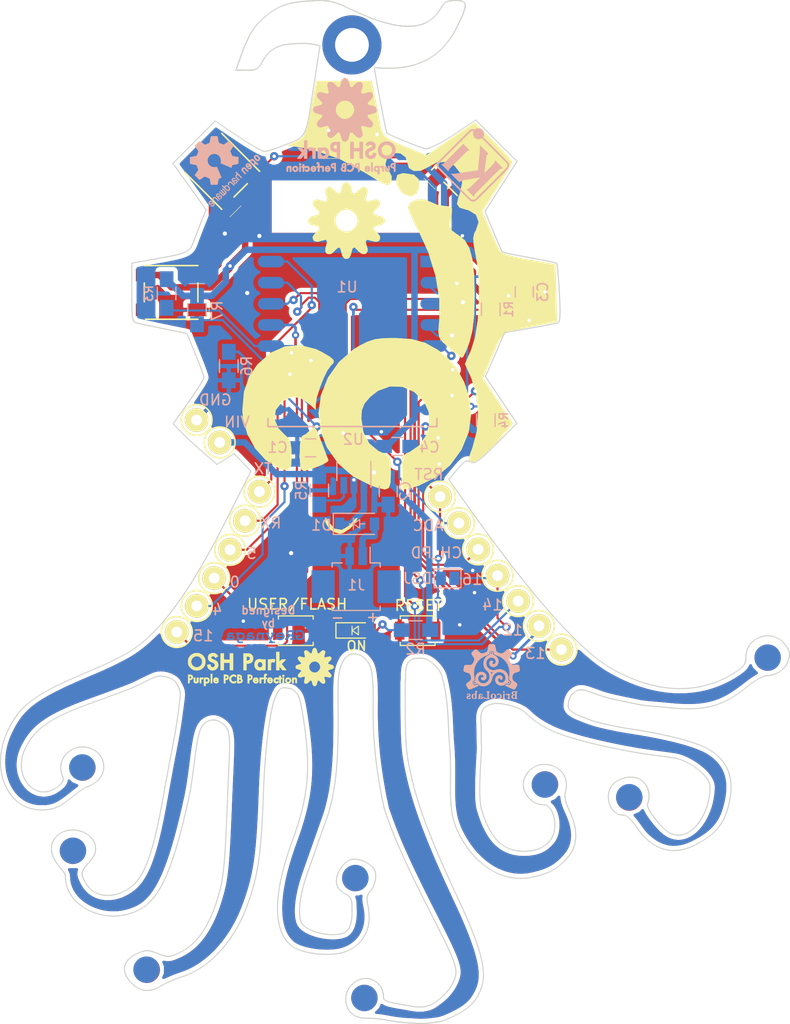
<source format=kicad_pcb>
(kicad_pcb (version 20170123) (host pcbnew no-vcs-found-d190aa4~59~ubuntu16.04.1)
  (title_block (title "Project Title"))
  (layers (0 F.Cu signal hide) (31 B.Cu signal hide) (34 B.Paste user) (35 F.Paste user) (36 B.SilkS user) (37 F.SilkS user) (38 B.Mask user) (39 F.Mask user) (44 Edge.Cuts user))
  (net 0 "")
  (net 1 VCC)
  (net 2 GPIO4)
  (net 3 GPIO5)
  (net 4 GND)
  (net 5 GPIO12)
  (net 6 ADC)
  (net 7 REST)
  (net 8 TXD)
  (net 9 RXD)
  (net 10 CH_PD)
  (net 11 GPIO0)
  (net 12 GPIO2)
  (net 13 "Net-(LED1-Pad4)")
  (net 14 "Net-(LED2-Pad4)")
  (net 15 "Net-(LED3-Pad4)")
  (net 16 "Net-(LED4-Pad4)")
  (net 17 "Net-(LED5-Pad4)")
  (net 18 GPIO13)
  (net 19 GPIO14)
  (net 20 GPIO15)
  (net 21 GPIO16)
  (net 22 +3.3V)
  (net 23 VBAT)
  (net 24 "Net-(R5-Pad2)")
  (net 25 "Net-(U2-Pad4)")
  (net 26 "Net-(D2-Pad2)")
  (module varios:OSHpark-1-2000 (layer F.Cu) (at 126.95 105.2)
    (fp_text reference PPP-G*** hide)
    (fp_text value PPP-LOGO hide)
  )
  (module varios:OSHpark-2-1800 (layer F.Cu) (at 120.05 105.375)
    (fp_text reference PPPP-G*** hide)
    (fp_text value PPPP-LOGO hide)
  )
  (module varios:OSHpark-2-1800 (layer B.Cu) (at 129.575 56.95 180)
    (fp_text reference G*** hide)
    (fp_text value LOGO hide)
  )
  (module varios:OSHpark-1-1200 (layer B.Cu) (at 129.8 52.5)
    (fp_text reference PP-G*** hide)
    (fp_text value PP-LOGO hide)
  )
  (module varios:OSHpark-1-1000 (layer F.Cu) (at 129.925 62.925)
    (fp_text reference p-G*** hide)
    (fp_text value P-LOGO hide)
  )
  (module varios:bricolabs-14 (layer B.Cu) (at 143.75 105.65 180)
    (fp_text reference B-G*** hide)
    (fp_text value B-LOGO hide)
  )
  (module varios:Ki-2500 (layer B.Cu) (at 142.125 57.575 135)
    (fp_text reference G***Ki hide)
    (fp_text value Ki-LOGO hide)
  )
  (module varios:greynaga6-2 (layer B.Cu) (at 122.275 102.2 180)
    (fp_text reference GBSilk*** hide)
    (fp_text value LOGO hide)
  )
  (module varios:greynaga6-2-cooper (layer B.Cu) (at 122.275 102.2 180)
    (fp_text reference GS*** hide)
    (fp_text value v hide)
    (fp_poly (pts (xy -0.69325 0.237887) (xy -0.678291 0.237691) (xy -0.66664 0.237282) (xy -0.657538 0.236627) (xy -0.650225 0.235693) (xy -0.64394 0.234449) (xy -0.637923 0.232859) (xy -0.634635 0.231882) (xy -0.615263 0.22408) (xy -0.600966 0.213639) (xy -0.59135 0.199927) (xy -0.586023 0.18231) (xy -0.584591 0.160153) (xy -0.584904 0.151778) (xy -0.586199 0.13733) (xy -0.588509 0.12693) (xy -0.592441 0.118285) (xy -0.594707 0.114647) (xy -0.607869 0.100444) (xy -0.626089 0.089721) (xy -0.648974 0.082707) (xy -0.650875 0.082335) (xy -0.661479 0.080264) (xy -0.669231 0.078614) (xy -0.672399 0.07776) (xy -0.671249 0.074838) (xy -0.667473 0.066881) (xy -0.661377 0.054486) (xy -0.653269 0.038249) (xy -0.643454 0.018768) (xy -0.63224 -0.00336) (xy -0.619933 -0.027539) (xy -0.60684 -0.053171) (xy -0.593268 -0.079659) (xy -0.579523 -0.106407) (xy -0.565912 -0.132818) (xy -0.552742 -0.158294) (xy -0.540319 -0.182239) (xy -0.528951 -0.204056) (xy -0.518943 -0.223148) (xy -0.510604 -0.238918) (xy -0.504238 -0.250768) (xy -0.500153 -0.258103) (xy -0.498679 -0.26035) (xy -0.496798 -0.25763) (xy -0.492187 -0.249795) (xy -0.485113 -0.237325) (xy -0.475841 -0.220703) (xy -0.464639 -0.200411) (xy -0.451772 -0.176931) (xy -0.437506 -0.150747) (xy -0.422108 -0.122339) (xy -0.405844 -0.092191) (xy -0.405354 -0.091281) (xy -0.314371 0.077788) (xy -0.332491 0.08014) (xy -0.358579 0.085731) (xy -0.379576 0.095037) (xy -0.395432 0.108002) (xy -0.406098 0.124572) (xy -0.411524 0.144689) (xy -0.41166 0.1683) (xy -0.411596 0.168929) (xy -0.408557 0.186228) (xy -0.40288 0.199769) (xy -0.393456 0.211955) (xy -0.390298 0.215157) (xy -0.384691 0.220382) (xy -0.379135 0.22467) (xy -0.372953 0.228119) (xy -0.365468 0.230831) (xy -0.356001 0.232906) (xy -0.343874 0.234444) (xy -0.328412 0.235545) (xy -0.308935 0.236311) (xy -0.284765 0.23684) (xy -0.255227 0.237234) (xy -0.240113 0.237392) (xy -0.21045 0.237672) (xy -0.186384 0.237834) (xy -0.167164 0.237846) (xy -0.152035 0.237677) (xy -0.140247 0.237297) (xy -0.131048 0.236672) (xy -0.123684 0.235774) (xy -0.117403 0.234569) (xy -0.111454 0.233027) (xy -0.107577 0.23188) (xy -0.087593 0.223579) (xy -0.072998 0.212296) (xy -0.063402 0.197681) (xy -0.06049 0.189501) (xy -0.057849 0.17361) (xy -0.057623 0.155516) (xy -0.059639 0.137721) (xy -0.063724 0.12273) (xy -0.065373 0.119063) (xy -0.075174 0.106022) (xy -0.089612 0.094665) (xy -0.106996 0.086122) (xy -0.120123 0.082401) (xy -0.138306 0.078824) (xy -0.316803 -0.260292) (xy -0.339526 -0.303472) (xy -0.361409 -0.345083) (xy -0.382275 -0.384779) (xy -0.401941 -0.422217) (xy -0.420228 -0.457053) (xy -0.436955 -0.488941) (xy -0.451942 -0.517539) (xy -0.465008 -0.542502) (xy -0.475973 -0.563486) (xy -0.484657 -0.580145) (xy -0.490879 -0.592137) (xy -0.494458 -0.599117) (xy -0.4953 -0.600858) (xy -0.492386 -0.601767) (xy -0.484656 -0.602876) (xy -0.473634 -0.603978) (xy -0.470694 -0.604216) (xy -0.44538 -0.607588) (xy -0.425401 -0.613522) (xy -0.41017 -0.622294) (xy -0.399097 -0.634182) (xy -0.395922 -0.639453) (xy -0.392339 -0.647473) (xy -0.390203 -0.656276) (xy -0.389188 -0.667818) (xy -0.388961 -0.681037) (xy -0.389162 -0.695451) (xy -0.390064 -0.70554) (xy -0.392069 -0.71332) (xy -0.395582 -0.720809) (xy -0.397641 -0.724417) (xy -0.407008 -0.737082) (xy -0.418946 -0.746565) (xy -0.434978 -0.753927) (xy -0.444283 -0.756934) (xy -0.448437 -0.757968) (xy -0.453651 -0.758853) (xy -0.460409 -0.759599) (xy -0.469197 -0.760217) (xy -0.480499 -0.760719) (xy -0.494801 -0.761114) (xy -0.512589 -0.761414) (xy -0.534346 -0.761629) (xy -0.560558 -0.76177) (xy -0.59171 -0.761848) (xy -0.628288 -0.761873) (xy -0.666533 -0.76186) (xy -0.709158 -0.76181) (xy -0.745879 -0.761714) (xy -0.777139 -0.761563) (xy -0.803384 -0.761349) (xy -0.825059 -0.761061) (xy -0.842608 -0.76069) (xy -0.856477 -0.760227) (xy -0.867111 -0.759662) (xy -0.874954 -0.758987) (xy -0.880452 -0.75819) (xy -0.884049 -0.757264) (xy -0.884054 -0.757262) (xy -0.899387 -0.750138) (xy -0.911383 -0.74022) (xy -0.922125 -0.725776) (xy -0.922338 -0.725435) (xy -0.927404 -0.716379) (xy -0.930457 -0.707817) (xy -0.932106 -0.697391) (xy -0.93289 -0.684466) (xy -0.93316 -0.670583) (xy -0.932391 -0.660777) (xy -0.930214 -0.652813) (xy -0.926296 -0.644525) (xy -0.918956 -0.633894) (xy -0.909612 -0.624233) (xy -0.906219 -0.621585) (xy -0.898427 -0.616644) (xy -0.890239 -0.612661) (xy -0.880892 -0.609537) (xy -0.86962 -0.607172) (xy -0.855659 -0.605466) (xy -0.838244 -0.604321) (xy -0.816611 -0.603637) (xy -0.789994 -0.603314) (xy -0.765147 -0.60325) (xy -0.674378 -0.60325) (xy -0.63167 -0.523265) (xy -0.620721 -0.502659) (xy -0.610854 -0.483898) (xy -0.60244 -0.467703) (xy -0.59585 -0.454793) (xy -0.591454 -0.445889) (xy -0.589623 -0.441713) (xy -0.589598 -0.441509) (xy -0.591112 -0.43849) (xy -0.595331 -0.430224) (xy -0.602049 -0.417111) (xy -0.611062 -0.399548) (xy -0.622165 -0.377933) (xy -0.635153 -0.352665) (xy -0.649822 -0.324141) (xy -0.665967 -0.29276) (xy -0.683383 -0.258921) (xy -0.701865 -0.223021) (xy -0.72121 -0.185459) (xy -0.72352 -0.180975) (xy -0.856807 0.077788) (xy -0.870523 0.08142) (xy -0.893313 0.089255) (xy -0.910496 0.099507) (xy -0.922541 0.112756) (xy -0.929919 0.12958) (xy -0.933101 0.150559) (xy -0.933311 0.15875) (xy -0.931657 0.180707) (xy -0.926294 0.198115) (xy -0.916623 0.211961) (xy -0.902046 0.223233) (xy -0.890548 0.229239) (xy -0.886107 0.231197) (xy -0.881683 0.232777) (xy -0.876557 0.234028) (xy -0.870009 0.234997) (xy -0.86132 0.235732) (xy -0.849769 0.236281) (xy -0.834637 0.236691) (xy -0.815204 0.237011) (xy -0.79075 0.237288) (xy -0.765583 0.237524) (xy -0.736136 0.23777) (xy -0.712278 0.237903) (xy -0.69325 0.237887)) (layer B.Cu) (width 0.01))
    (fp_poly (pts (xy 2.298534 0.25834) (xy 2.315568 0.258055) (xy 2.328899 0.257446) (xy 2.33985 0.256395) (xy 2.349745 0.254781) (xy 2.359907 0.252486) (xy 2.369203 0.250056) (xy 2.403796 0.238621) (xy 2.437402 0.223561) (xy 2.467646 0.205971) (xy 2.473325 0.202075) (xy 2.493962 0.187471) (xy 2.495806 0.238125) (xy 2.601884 0.238125) (xy 2.631271 0.238021) (xy 2.657886 0.237718) (xy 2.681039 0.237238) (xy 2.700037 0.236599) (xy 2.714189 0.23582) (xy 2.722803 0.234921) (xy 2.723681 0.234754) (xy 2.745043 0.227352) (xy 2.762234 0.215493) (xy 2.774811 0.199705) (xy 2.782334 0.180517) (xy 2.784426 0.161925) (xy 2.782846 0.14114) (xy 2.777738 0.124407) (xy 2.768598 0.110196) (xy 2.766774 0.108105) (xy 2.753977 0.096772) (xy 2.738485 0.088636) (xy 2.71925 0.083317) (xy 2.695225 0.08043) (xy 2.690143 0.080131) (xy 2.657475 0.078464) (xy 2.657472 -0.198099) (xy 2.65745 -0.251492) (xy 2.657375 -0.298947) (xy 2.657234 -0.340873) (xy 2.65701 -0.377681) (xy 2.65669 -0.409784) (xy 2.656259 -0.437591) (xy 2.655702 -0.461513) (xy 2.655004 -0.481962) (xy 2.654151 -0.499348) (xy 2.653128 -0.514082) (xy 2.651921 -0.526575) (xy 2.650514 -0.537238) (xy 2.648893 -0.546482) (xy 2.647044 -0.554717) (xy 2.644952 -0.562355) (xy 2.644403 -0.564174) (xy 2.629544 -0.602047) (xy 2.609301 -0.636917) (xy 2.584068 -0.668414) (xy 2.55424 -0.69617) (xy 2.520211 -0.719814) (xy 2.482375 -0.738978) (xy 2.443162 -0.752725) (xy 2.436709 -0.754473) (xy 2.430475 -0.755916) (xy 2.423785 -0.757089) (xy 2.415963 -0.758026) (xy 2.406333 -0.758759) (xy 2.394222 -0.759324) (xy 2.378953 -0.759753) (xy 2.359852 -0.76008) (xy 2.336242 -0.760339) (xy 2.307451 -0.760564) (xy 2.282825 -0.760725) (xy 2.253366 -0.760841) (xy 2.225627 -0.760817) (xy 2.200323 -0.760662) (xy 2.178173 -0.760387) (xy 2.159892 -0.760002) (xy 2.146198 -0.759517) (xy 2.137808 -0.758942) (xy 2.135931 -0.758652) (xy 2.1138 -0.750639) (xy 2.096359 -0.738692) (xy 2.083873 -0.723059) (xy 2.076606 -0.703986) (xy 2.076411 -0.703074) (xy 2.074017 -0.680178) (xy 2.07635 -0.65889) (xy 2.083143 -0.640308) (xy 2.094134 -0.625533) (xy 2.095312 -0.624434) (xy 2.101581 -0.619288) (xy 2.108372 -0.615037) (xy 2.116334 -0.611596) (xy 2.126111 -0.608884) (xy 2.138351 -0.606816) (xy 2.153698 -0.60531) (xy 2.1728 -0.604281) (xy 2.196303 -0.603646) (xy 2.224852 -0.603322) (xy 2.259094 -0.603226) (xy 2.259639 -0.603226) (xy 2.293581 -0.60314) (xy 2.321897 -0.602854) (xy 2.345308 -0.602301) (xy 2.364535 -0.601413) (xy 2.3803 -0.600124) (xy 2.393324 -0.598367) (xy 2.404331 -0.596074) (xy 2.41404 -0.593178) (xy 2.423174 -0.589611) (xy 2.427679 -0.587589) (xy 2.450436 -0.574346) (xy 2.468276 -0.557734) (xy 2.482129 -0.53686) (xy 2.483613 -0.533936) (xy 2.493962 -0.51293) (xy 2.496062 -0.39629) (xy 2.476351 -0.409675) (xy 2.45242 -0.424131) (xy 2.424696 -0.437949) (xy 2.395717 -0.449972) (xy 2.368438 -0.458924) (xy 2.336962 -0.46546) (xy 2.301649 -0.469053) (xy 2.264274 -0.469732) (xy 2.226612 -0.467527) (xy 2.190438 -0.462466) (xy 2.160587 -0.455485) (xy 2.11806 -0.440021) (xy 2.077996 -0.419181) (xy 2.040916 -0.393493) (xy 2.00734 -0.363488) (xy 1.977786 -0.329695) (xy 1.952775 -0.292643) (xy 1.932827 -0.252861) (xy 1.91846 -0.21088) (xy 1.917725 -0.20806) (xy 1.90826 -0.159106) (xy 1.904761 -0.110127) (xy 1.905027 -0.104775) (xy 2.065954 -0.104775) (xy 2.068858 -0.140612) (xy 2.077508 -0.173789) (xy 2.091978 -0.204503) (xy 2.112346 -0.232953) (xy 2.116739 -0.237954) (xy 2.14423 -0.263816) (xy 2.174718 -0.284214) (xy 2.207705 -0.298986) (xy 2.242695 -0.307971) (xy 2.279192 -0.311008) (xy 2.3167 -0.307936) (xy 2.326615 -0.306105) (xy 2.36061 -0.296076) (xy 2.392188 -0.280813) (xy 2.420722 -0.260909) (xy 2.445585 -0.236957) (xy 2.46615 -0.209549) (xy 2.48179 -0.179279) (xy 2.491015 -0.150607) (xy 2.494695 -0.125339) (xy 2.494994 -0.097443) (xy 2.492054 -0.069575) (xy 2.486018 -0.044388) (xy 2.485168 -0.041888) (xy 2.470719 -0.010068) (xy 2.451201 0.018668) (xy 2.42733 0.043864) (xy 2.399818 0.065063) (xy 2.369378 0.081808) (xy 2.336726 0.093642) (xy 2.302573 0.100108) (xy 2.267634 0.10075) (xy 2.262968 0.100372) (xy 2.242854 0.097969) (xy 2.225709 0.094464) (xy 2.2091 0.089167) (xy 2.190595 0.081384) (xy 2.181909 0.077321) (xy 2.166722 0.069591) (xy 2.154358 0.061898) (xy 2.14269 0.052708) (xy 2.129592 0.040489) (xy 2.126248 0.037183) (xy 2.10297 0.010829) (xy 2.085675 -0.016252) (xy 2.073996 -0.044923) (xy 2.067566 -0.076046) (xy 2.065954 -0.104775) (xy 1.905027 -0.104775) (xy 1.907175 -0.061724) (xy 1.915448 -0.014499) (xy 1.929527 0.030949) (xy 1.941517 0.058738) (xy 1.954606 0.083855) (xy 1.968412 0.105838) (xy 1.984209 0.12639) (xy 2.003274 0.147216) (xy 2.019984 0.163567) (xy 2.055129 0.193004) (xy 2.092676 0.216936) (xy 2.133342 0.235743) (xy 2.177844 0.249808) (xy 2.185798 0.251744) (xy 2.197382 0.254219) (xy 2.208675 0.256017) (xy 2.221017 0.257238) (xy 2.235749 0.257979) (xy 2.254212 0.25834) (xy 2.276475 0.258421) (xy 2.298534 0.25834)) (layer B.Cu) (width 0.01))
    (fp_poly (pts (xy -1.408884 0.257616) (xy -1.361811 0.251717) (xy -1.316582 0.241517) (xy -1.274176 0.227096) (xy -1.235576 0.208538) (xy -1.231663 0.206282) (xy -1.193234 0.180751) (xy -1.158048 0.151405) (xy -1.126801 0.119003) (xy -1.100187 0.084301) (xy -1.078901 0.048055) (xy -1.071275 0.031514) (xy -1.059737 0.0002) (xy -1.051198 -0.032397) (xy -1.045448 -0.067499) (xy -1.042278 -0.106327) (xy -1.041456 -0.142081) (xy -1.0414 -0.180975) (xy -1.360828 -0.180975) (xy -1.412944 -0.180979) (xy -1.459072 -0.180996) (xy -1.499572 -0.181032) (xy -1.534805 -0.181093) (xy -1.565133 -0.181186) (xy -1.590917 -0.181317) (xy -1.612518 -0.181492) (xy -1.630298 -0.181718) (xy -1.644616 -0.182001) (xy -1.655836 -0.182347) (xy -1.664317 -0.182763) (xy -1.670421 -0.183255) (xy -1.674509 -0.183829) (xy -1.676942 -0.184491) (xy -1.678082 -0.185249) (xy -1.678289 -0.186107) (xy -1.678174 -0.186531) (xy -1.671496 -0.200203) (xy -1.661311 -0.216052) (xy -1.648966 -0.232159) (xy -1.636229 -0.246189) (xy -1.610802 -0.267167) (xy -1.580554 -0.284372) (xy -1.545825 -0.297727) (xy -1.506959 -0.307153) (xy -1.464296 -0.312574) (xy -1.418179 -0.313913) (xy -1.36895 -0.311091) (xy -1.355706 -0.309669) (xy -1.334965 -0.30702) (xy -1.314825 -0.303943) (xy -1.294033 -0.300189) (xy -1.271337 -0.295512) (xy -1.245483 -0.289662) (xy -1.215219 -0.28239) (xy -1.203325 -0.279456) (xy -1.1737 -0.272452) (xy -1.149278 -0.26756) (xy -1.129268 -0.264795) (xy -1.112882 -0.264171) (xy -1.099328 -0.265705) (xy -1.087817 -0.269409) (xy -1.077558 -0.2753) (xy -1.069331 -0.281947) (xy -1.055379 -0.297442) (xy -1.046986 -0.314322) (xy -1.043442 -0.334167) (xy -1.043226 -0.340242) (xy -1.043464 -0.352597) (xy -1.044994 -0.361271) (xy -1.048528 -0.368904) (xy -1.052647 -0.375143) (xy -1.063306 -0.387692) (xy -1.077153 -0.399173) (xy -1.094791 -0.409897) (xy -1.116823 -0.420176) (xy -1.143853 -0.43032) (xy -1.176484 -0.44064) (xy -1.183825 -0.442778) (xy -1.223396 -0.452649) (xy -1.267301 -0.460885) (xy -1.313665 -0.467163) (xy -1.340817 -0.469769) (xy -1.356393 -0.47074) (xy -1.375934 -0.471511) (xy -1.398094 -0.472072) (xy -1.421527 -0.472415) (xy -1.444888 -0.472531) (xy -1.466831 -0.47241) (xy -1.486011 -0.472045) (xy -1.50108 -0.471425) (xy -1.508125 -0.470873) (xy -1.516117 -0.469732) (xy -1.528291 -0.46766) (xy -1.542611 -0.465013) (xy -1.550106 -0.463552) (xy -1.599358 -0.451004) (xy -1.644675 -0.433627) (xy -1.686502 -0.411187) (xy -1.725285 -0.38345) (xy -1.756018 -0.355708) (xy -1.786311 -0.321967) (xy -1.810718 -0.286688) (xy -1.829543 -0.249217) (xy -1.843087 -0.208903) (xy -1.851654 -0.165092) (xy -1.853931 -0.144462) (xy -1.855328 -0.095106) (xy -1.850816 -0.047855) (xy -1.848571 -0.0381) (xy -1.676119 -0.0381) (xy -1.221687 -0.0381) (xy -1.223806 -0.029368) (xy -1.228653 -0.01689) (xy -1.237265 -0.001973) (xy -1.24855 0.013736) (xy -1.261411 0.028588) (xy -1.264208 0.031443) (xy -1.282702 0.047225) (xy -1.305178 0.062278) (xy -1.329307 0.075174) (xy -1.348035 0.082905) (xy -1.383927 0.092574) (xy -1.422591 0.097717) (xy -1.462392 0.098351) (xy -1.501697 0.094495) (xy -1.538871 0.086165) (xy -1.555138 0.080711) (xy -1.584353 0.067265) (xy -1.611047 0.050178) (xy -1.634358 0.030234) (xy -1.653424 0.00822) (xy -1.667383 -0.015079) (xy -1.671691 -0.02555) (xy -1.676119 -0.0381) (xy -1.848571 -0.0381) (xy -1.840468 -0.002893) (xy -1.824358 0.039595) (xy -1.802559 0.079424) (xy -1.775146 0.116407) (xy -1.742191 0.150361) (xy -1.733694 0.157843) (xy -1.700335 0.184115) (xy -1.6671 0.205417) (xy -1.632131 0.222813) (xy -1.595982 0.236565) (xy -1.551349 0.248687) (xy -1.504633 0.256182) (xy -1.456818 0.259131) (xy -1.408884 0.257616)) (layer B.Cu) (width 0.01))
    (fp_poly (pts (xy 1.428856 0.256821) (xy 1.476526 0.249673) (xy 1.520116 0.238011) (xy 1.559457 0.221869) (xy 1.589647 0.204507) (xy 1.617347 0.183124) (xy 1.639714 0.159154) (xy 1.657527 0.131732) (xy 1.660782 0.125413) (xy 1.665257 0.116146) (xy 1.669079 0.107452) (xy 1.672301 0.09876) (xy 1.674973 0.089501) (xy 1.677148 0.079104) (xy 1.678875 0.066997) (xy 1.680206 0.05261) (xy 1.681193 0.035373) (xy 1.681886 0.014716) (xy 1.682337 -0.009933) (xy 1.682597 -0.039145) (xy 1.682717 -0.073488) (xy 1.682749 -0.113535) (xy 1.68275 -0.119341) (xy 1.68275 -0.288925) (xy 1.702804 -0.288925) (xy 1.733296 -0.290827) (xy 1.75879 -0.29652) (xy 1.779249 -0.305983) (xy 1.794638 -0.319196) (xy 1.804924 -0.336136) (xy 1.80951 -0.352706) (xy 1.810795 -0.376668) (xy 1.806711 -0.397901) (xy 1.797525 -0.415939) (xy 1.783502 -0.430314) (xy 1.764908 -0.440559) (xy 1.758223 -0.442834) (xy 1.752573 -0.444186) (xy 1.745234 -0.445274) (xy 1.73553 -0.446122) (xy 1.722785 -0.446756) (xy 1.706324 -0.447203) (xy 1.685472 -0.447488) (xy 1.659553 -0.447636) (xy 1.631373 -0.447675) (xy 1.520825 -0.447675) (xy 1.520825 -0.4318) (xy 1.52052 -0.422741) (xy 1.519741 -0.416993) (xy 1.519131 -0.415925) (xy 1.515573 -0.417244) (xy 1.50827 -0.420628) (xy 1.502463 -0.423502) (xy 1.478277 -0.434233) (xy 1.4495 -0.444525) (xy 1.417888 -0.453867) (xy 1.3852 -0.461746) (xy 1.353192 -0.467651) (xy 1.34849 -0.468345) (xy 1.33283 -0.470022) (xy 1.313249 -0.471293) (xy 1.291257 -0.472141) (xy 1.268364 -0.472552) (xy 1.24608 -0.472509) (xy 1.225914 -0.471998) (xy 1.209379 -0.471002) (xy 1.199894 -0.469866) (xy 1.157188 -0.459891) (xy 1.117465 -0.445055) (xy 1.081304 -0.42565) (xy 1.049282 -0.40197) (xy 1.031207 -0.384683) (xy 1.011064 -0.360917) (xy 0.996427 -0.337626) (xy 0.986733 -0.313412) (xy 0.981421 -0.286878) (xy 0.979924 -0.257175) (xy 0.980016 -0.252945) (xy 1.14935 -0.252945) (xy 1.152401 -0.268023) (xy 1.161357 -0.281504) (xy 1.175915 -0.293142) (xy 1.195775 -0.302695) (xy 1.2192 -0.309599) (xy 1.234037 -0.311765) (xy 1.253394 -0.31286) (xy 1.27554 -0.312925) (xy 1.298742 -0.312004) (xy 1.32127 -0.310139) (xy 1.341391 -0.307373) (xy 1.3462 -0.306475) (xy 1.39137 -0.294747) (xy 1.438463 -0.277309) (xy 1.477962 -0.258978) (xy 1.522412 -0.236537) (xy 1.523303 -0.197643) (xy 1.523455 -0.182774) (xy 1.523219 -0.170526) (xy 1.522646 -0.162114) (xy 1.521784 -0.158752) (xy 1.521716 -0.158737) (xy 1.517664 -0.158262) (xy 1.508898 -0.157) (xy 1.496973 -0.15518) (xy 1.490662 -0.154187) (xy 1.44561 -0.148105) (xy 1.402614 -0.144411) (xy 1.362432 -0.143107) (xy 1.325823 -0.144194) (xy 1.293547 -0.147673) (xy 1.266361 -0.153545) (xy 1.265355 -0.15384) (xy 1.235143 -0.164537) (xy 1.208748 -0.177388) (xy 1.186624 -0.192004) (xy 1.169224 -0.207999) (xy 1.157002 -0.224985) (xy 1.150412 -0.242573) (xy 1.14935 -0.252945) (xy 0.980016 -0.252945) (xy 0.980298 -0.240122) (xy 0.98148 -0.226853) (xy 0.983876 -0.214814) (xy 0.987894 -0.201452) (xy 0.98959 -0.196476) (xy 1.003199 -0.165337) (xy 1.021896 -0.136246) (xy 1.046221 -0.108408) (xy 1.055562 -0.099372) (xy 1.09097 -0.070295) (xy 1.129688 -0.04606) (xy 1.172072 -0.026507) (xy 1.218477 -0.011476) (xy 1.269258 -0.000806) (xy 1.276731 0.000348) (xy 1.298598 0.002623) (xy 1.32528 0.003866) (xy 1.355334 0.004131) (xy 1.387319 0.00347) (xy 1.419792 0.001939) (xy 1.451312 -0.000411) (xy 1.480437 -0.003524) (xy 1.505724 -0.007348) (xy 1.511041 -0.008362) (xy 1.521491 -0.010452) (xy 1.520364 0.018297) (xy 1.519646 0.032363) (xy 1.518497 0.041899) (xy 1.516434 0.048724) (xy 1.51297 0.054657) (xy 1.509463 0.059242) (xy 1.495116 0.072907) (xy 1.476243 0.083559) (xy 1.452554 0.091285) (xy 1.423758 0.096173) (xy 1.389564 0.098308) (xy 1.378313 0.098426) (xy 1.359754 0.09825) (xy 1.342881 0.097623) (xy 1.326499 0.096392) (xy 1.309415 0.094403) (xy 1.290437 0.091503) (xy 1.26837 0.087541) (xy 1.242022 0.082364) (xy 1.223962 0.078672) (xy 1.18993 0.072129) (xy 1.161473 0.067733) (xy 1.138197 0.065458) (xy 1.11971 0.06528) (xy 1.10562 0.067174) (xy 1.096505 0.070556) (xy 1.078567 0.083787) (xy 1.065414 0.101054) (xy 1.057321 0.12192) (xy 1.054997 0.136128) (xy 1.055197 0.157779) (xy 1.060241 0.175872) (xy 1.070408 0.191261) (xy 1.074296 0.195283) (xy 1.080508 0.200754) (xy 1.087219 0.205266) (xy 1.095721 0.209416) (xy 1.107304 0.213803) (xy 1.123262 0.219025) (xy 1.130341 0.22123) (xy 1.167335 0.232086) (xy 1.200908 0.240569) (xy 1.233239 0.247091) (xy 1.266504 0.252063) (xy 1.302881 0.255897) (xy 1.321948 0.257444) (xy 1.377274 0.259422) (xy 1.428856 0.256821)) (layer B.Cu) (width 0.01))
    (fp_poly (pts (xy 3.294858 0.257621) (xy 3.341954 0.252197) (xy 3.38518 0.242867) (xy 3.402012 0.237772) (xy 3.436003 0.223973) (xy 3.467184 0.206312) (xy 3.494769 0.185419) (xy 3.517974 0.161921) (xy 3.536013 0.136446) (xy 3.541395 0.126285) (xy 3.545654 0.117278) (xy 3.54929 0.108953) (xy 3.552352 0.100739) (xy 3.55489 0.092067) (xy 3.556952 0.082365) (xy 3.558589 0.071063) (xy 3.55985 0.057591) (xy 3.560784 0.041378) (xy 3.561441 0.021853) (xy 3.56187 -0.001554) (xy 3.562122 -0.029413) (xy 3.562245 -0.062295) (xy 3.562289 -0.100771) (xy 3.562294 -0.114615) (xy 3.56235 -0.287968) (xy 3.594893 -0.28985) (xy 3.621936 -0.292687) (xy 3.643675 -0.297948) (xy 3.660798 -0.305953) (xy 3.673993 -0.317022) (xy 3.683789 -0.331177) (xy 3.687692 -0.340056) (xy 3.689888 -0.349785) (xy 3.690779 -0.362577) (xy 3.690861 -0.370205) (xy 3.690601 -0.383815) (xy 3.68948 -0.393359) (xy 3.68697 -0.401109) (xy 3.68254 -0.409343) (xy 3.681263 -0.411432) (xy 3.672979 -0.422518) (xy 3.662714 -0.430963) (xy 3.652965 -0.436513) (xy 3.634254 -0.446087) (xy 3.517339 -0.447027) (xy 3.400425 -0.447967) (xy 3.400425 -0.416005) (xy 3.382168 -0.424348) (xy 3.355535 -0.43536) (xy 3.325186 -0.445986) (xy 3.293738 -0.455377) (xy 3.2639 -0.462666) (xy 3.243479 -0.466117) (xy 3.219027 -0.468859) (xy 3.192034 -0.470848) (xy 3.163992 -0.472042) (xy 3.136394 -0.472396) (xy 3.110731 -0.471866) (xy 3.088496 -0.470409) (xy 3.072574 -0.468256) (xy 3.032734 -0.458251) (xy 2.995754 -0.444045) (xy 2.962133 -0.426029) (xy 2.932371 -0.404591) (xy 2.906968 -0.380122) (xy 2.886423 -0.353011) (xy 2.871235 -0.323647) (xy 2.865345 -0.306672) (xy 2.861971 -0.288572) (xy 2.860719 -0.266682) (xy 2.861109 -0.254683) (xy 3.029019 -0.254683) (xy 3.031999 -0.267425) (xy 3.04061 -0.279693) (xy 3.054137 -0.290927) (xy 3.071861 -0.300573) (xy 3.093065 -0.308072) (xy 3.100075 -0.309838) (xy 3.116978 -0.312315) (xy 3.138383 -0.313322) (xy 3.162636 -0.312936) (xy 3.188079 -0.311231) (xy 3.213056 -0.308282) (xy 3.23591 -0.304163) (xy 3.2385 -0.303578) (xy 3.272125 -0.294668) (xy 3.304021 -0.283706) (xy 3.336441 -0.269843) (xy 3.363912 -0.256278) (xy 3.402012 -0.236535) (xy 3.402901 -0.197985) (xy 3.403789 -0.159434) (xy 3.383769 -0.155948) (xy 3.345818 -0.15026) (xy 3.307644 -0.146262) (xy 3.270307 -0.143974) (xy 3.234865 -0.143412) (xy 3.202375 -0.144595) (xy 3.173896 -0.147539) (xy 3.151187 -0.152073) (xy 3.121762 -0.161732) (xy 3.095407 -0.173897) (xy 3.072674 -0.188104) (xy 3.054117 -0.203888) (xy 3.040288 -0.220785) (xy 3.031742 -0.238329) (xy 3.029019 -0.254683) (xy 2.861109 -0.254683) (xy 2.861484 -0.24316) (xy 2.864159 -0.220161) (xy 2.868639 -0.199843) (xy 2.870928 -0.192908) (xy 2.881721 -0.168052) (xy 2.894927 -0.145837) (xy 2.911823 -0.124316) (xy 2.925762 -0.109402) (xy 2.9586 -0.079726) (xy 2.994063 -0.05486) (xy 3.032769 -0.034495) (xy 3.075341 -0.018322) (xy 3.122396 -0.006032) (xy 3.14001 -0.002596) (xy 3.165339 0.00081) (xy 3.195398 0.002976) (xy 3.228698 0.003935) (xy 3.263746 0.00372) (xy 3.299053 0.002366) (xy 3.333129 -0.000095) (xy 3.364481 -0.003629) (xy 3.391621 -0.008203) (xy 3.391693 -0.008218) (xy 3.400425 -0.010029) (xy 3.400425 0.015781) (xy 3.399749 0.033039) (xy 3.397256 0.045871) (xy 3.392244 0.056103) (xy 3.384011 0.065562) (xy 3.379831 0.069386) (xy 3.36453 0.080022) (xy 3.345487 0.088111) (xy 3.322145 0.093782) (xy 3.293949 0.097168) (xy 3.260344 0.098397) (xy 3.256476 0.098407) (xy 3.236862 0.098117) (xy 3.218066 0.097164) (xy 3.1989 0.095392) (xy 3.178171 0.092648) (xy 3.15469 0.088776) (xy 3.127266 0.083623) (xy 3.099768 0.078079) (xy 3.069938 0.072148) (xy 3.045451 0.067873) (xy 3.025514 0.065281) (xy 3.009331 0.064399) (xy 2.996109 0.065257) (xy 2.985052 0.06788) (xy 2.975368 0.072297) (xy 2.966261 0.078536) (xy 2.961021 0.08292) (xy 2.94773 0.098515) (xy 2.938933 0.117116) (xy 2.934788 0.137338) (xy 2.935455 0.157799) (xy 2.941092 0.177114) (xy 2.948734 0.19009) (xy 2.955435 0.197112) (xy 2.964864 0.203612) (xy 2.977817 0.20996) (xy 2.995093 0.216521) (xy 3.017487 0.223665) (xy 3.02869 0.22695) (xy 3.083408 0.240714) (xy 3.138166 0.250686) (xy 3.192182 0.256843) (xy 3.244673 0.259162) (xy 3.294858 0.257621)) (layer B.Cu) (width 0.01))
    (fp_poly (pts (xy -2.975093 0.487295) (xy -2.958806 0.481562) (xy -2.949319 0.475332) (xy -2.941943 0.467039) (xy -2.935288 0.455604) (xy -2.925763 0.437033) (xy -2.924772 0.33272) (xy -2.924535 0.302881) (xy -2.924464 0.278668) (xy -2.924582 0.259358) (xy -2.924912 0.24423) (xy -2.925478 0.23256) (xy -2.926303 0.223626) (xy -2.92741 0.216705) (xy -2.928657 0.211636) (xy -2.936615 0.191227) (xy -2.947388 0.176183) (xy -2.961588 0.166054) (xy -2.97983 0.160395) (xy -3.00115 0.15875) (xy -3.015042 0.159329) (xy -3.027563 0.160863) (xy -3.036265 0.163049) (xy -3.036434 0.163119) (xy -3.047557 0.169857) (xy -3.057357 0.180526) (xy -3.066178 0.195727) (xy -3.074367 0.216059) (xy -3.082271 0.242122) (xy -3.082516 0.243032) (xy -3.090338 0.260301) (xy -3.10375 0.276127) (xy -3.122115 0.29031) (xy -3.144795 0.302648) (xy -3.171152 0.312939) (xy -3.20055 0.320983) (xy -3.232351 0.326578) (xy -3.265917 0.329523) (xy -3.30061 0.329616) (xy -3.335795 0.326657) (xy -3.343834 0.325532) (xy -3.385635 0.316345) (xy -3.424127 0.30205) (xy -3.458992 0.282944) (xy -3.489912 0.259323) (xy -3.516568 0.231483) (xy -3.538642 0.199723) (xy -3.555816 0.164337) (xy -3.567772 0.125624) (xy -3.570044 0.114744) (xy -3.571827 0.10144) (xy -3.573253 0.083102) (xy -3.57432 0.060872) (xy -3.575029 0.035891) (xy -3.57538 0.0093) (xy -3.575372 -0.017759) (xy -3.575007 -0.044145) (xy -3.574284 -0.068716) (xy -3.573203 -0.090331) (xy -3.571763 -0.107849) (xy -3.570036 -0.119792) (xy -3.559542 -0.157609) (xy -3.544526 -0.191143) (xy -3.524917 -0.220455) (xy -3.500642 -0.245602) (xy -3.47163 -0.266643) (xy -3.437807 -0.283638) (xy -3.399103 -0.296646) (xy -3.355445 -0.305725) (xy -3.340184 -0.307839) (xy -3.296209 -0.311049) (xy -3.250528 -0.310329) (xy -3.20481 -0.305863) (xy -3.160728 -0.297839) (xy -3.119951 -0.286441) (xy -3.107532 -0.281981) (xy -3.082925 -0.272588) (xy -3.082925 -0.168902) (xy -3.177382 -0.167493) (xy -3.207581 -0.166968) (xy -3.23221 -0.166312) (xy -3.252047 -0.165416) (xy -3.267871 -0.164173) (xy -3.280462 -0.162474) (xy -3.290598 -0.16021) (xy -3.299059 -0.157273) (xy -3.306624 -0.153554) (xy -3.314072 -0.148946) (xy -3.314981 -0.148337) (xy -3.327733 -0.136063) (xy -3.336758 -0.1195) (xy -3.341742 -0.099714) (xy -3.342371 -0.077769) (xy -3.340243 -0.062601) (xy -3.334333 -0.045383) (xy -3.324127 -0.031763) (xy -3.308908 -0.020956) (xy -3.297238 -0.015561) (xy -3.278188 -0.007937) (xy -3.103563 -0.007937) (xy -3.065399 -0.007952) (xy -3.033039 -0.008006) (xy -3.005937 -0.008116) (xy -2.983548 -0.008298) (xy -2.965326 -0.008567) (xy -2.950726 -0.00894) (xy -2.939201 -0.009432) (xy -2.930206 -0.01006) (xy -2.923195 -0.01084) (xy -2.917622 -0.011787) (xy -2.912943 -0.012917) (xy -2.910696 -0.013578) (xy -2.890083 -0.022765) (xy -2.874327 -0.035933) (xy -2.863638 -0.052803) (xy -2.858229 -0.073095) (xy -2.85757 -0.083769) (xy -2.859763 -0.107377) (xy -2.866709 -0.126916) (xy -2.878668 -0.142806) (xy -2.895902 -0.155468) (xy -2.904925 -0.159991) (xy -2.924175 -0.168631) (xy -2.924175 -0.375067) (xy -2.969419 -0.396749) (xy -3.009386 -0.415152) (xy -3.045798 -0.430222) (xy -3.080147 -0.442481) (xy -3.113923 -0.452453) (xy -3.148617 -0.460659) (xy -3.15595 -0.462166) (xy -3.16877 -0.464021) (xy -3.186689 -0.465616) (xy -3.20846 -0.466925) (xy -3.232837 -0.467923) (xy -3.258574 -0.468583) (xy -3.284424 -0.468881) (xy -3.30914 -0.468791) (xy -3.331476 -0.468287) (xy -3.350186 -0.467343) (xy -3.360738 -0.466374) (xy -3.400872 -0.459972) (xy -3.441506 -0.450536) (xy -3.480867 -0.438591) (xy -3.517182 -0.424665) (xy -3.5433 -0.412211) (xy -3.581697 -0.388292) (xy -3.616534 -0.359389) (xy -3.647516 -0.325966) (xy -3.674347 -0.288485) (xy -3.696729 -0.24741) (xy -3.714366 -0.203205) (xy -3.726961 -0.156333) (xy -3.733458 -0.114969) (xy -3.734743 -0.098693) (xy -3.735726 -0.07743) (xy -3.736407 -0.052535) (xy -3.736784 -0.025364) (xy -3.736855 0.002728) (xy -3.736619 0.030384) (xy -3.736076 0.05625) (xy -3.735224 0.07897) (xy -3.734061 0.097188) (xy -3.733661 0.101478) (xy -3.726428 0.147428) (xy -3.714482 0.192508) (xy -3.698377 0.234713) (xy -3.694442 0.243181) (xy -3.679115 0.2729) (xy -3.663221 0.298868) (xy -3.645405 0.322983) (xy -3.624309 0.347143) (xy -3.608401 0.363565) (xy -3.572999 0.395891) (xy -3.536593 0.422723) (xy -3.498131 0.444629) (xy -3.456562 0.462179) (xy -3.410835 0.475941) (xy -3.393086 0.480092) (xy -3.381359 0.482485) (xy -3.3703 0.484278) (xy -3.35869 0.485554) (xy -3.34531 0.486397) (xy -3.32894 0.486888) (xy -3.308361 0.487112) (xy -3.2893 0.487154) (xy -3.262238 0.487018) (xy -3.240367 0.486563) (xy -3.222533 0.485724) (xy -3.207583 0.484438) (xy -3.194363 0.482641) (xy -3.187912 0.481506) (xy -3.161803 0.475687) (xy -3.133885 0.467947) (xy -3.106775 0.459083) (xy -3.08309 0.44989) (xy -3.080845 0.44891) (xy -3.069119 0.444359) (xy -3.062617 0.443384) (xy -3.061261 0.444407) (xy -3.056855 0.452384) (xy -3.049086 0.462197) (xy -3.039707 0.471925) (xy -3.030471 0.479645) (xy -3.027215 0.481736) (xy -3.011716 0.487398) (xy -2.993541 0.489249) (xy -2.975093 0.487295)) (layer B.Cu) (width 0.01))
    (fp_poly (pts (xy -2.416406 0.466363) (xy -2.390736 0.466096) (xy -2.368815 0.465653) (xy -2.350125 0.46501) (xy -2.334145 0.464142) (xy -2.320355 0.463026) (xy -2.308236 0.461638) (xy -2.297267 0.459953) (xy -2.286928 0.457947) (xy -2.2767 0.455597) (xy -2.266063 0.452878) (xy -2.262939 0.452046) (xy -2.223392 0.438724) (xy -2.186136 0.420778) (xy -2.151861 0.398756) (xy -2.121257 0.373204) (xy -2.095013 0.344671) (xy -2.07382 0.313703) (xy -2.063789 0.294124) (xy -2.05192 0.260839) (xy -2.044633 0.224872) (xy -2.042201 0.18821) (xy -2.044547 0.155179) (xy -2.052587 0.119599) (xy -2.066138 0.0863) (xy -2.085434 0.054853) (xy -2.110708 0.024825) (xy -2.120886 0.01469) (xy -2.131565 0.005111) (xy -2.144432 -0.005474) (xy -2.158425 -0.016303) (xy -2.172484 -0.026612) (xy -2.18555 -0.035637) (xy -2.196561 -0.042616) (xy -2.204457 -0.046784) (xy -2.207435 -0.047625) (xy -2.206582 -0.049686) (xy -2.201892 -0.055319) (xy -2.194107 -0.063696) (xy -2.18397 -0.073988) (xy -2.182481 -0.075459) (xy -2.138558 -0.121791) (xy -2.09578 -0.17287) (xy -2.055443 -0.227092) (xy -2.033575 -0.259506) (xy -2.014538 -0.288825) (xy -1.995488 -0.28893) (xy -1.974732 -0.290296) (xy -1.954239 -0.293867) (xy -1.935893 -0.29919) (xy -1.921579 -0.30581) (xy -1.919288 -0.307304) (xy -1.905183 -0.320228) (xy -1.896029 -0.336123) (xy -1.891478 -0.355741) (xy -1.890809 -0.3683) (xy -1.892902 -0.391429) (xy -1.899557 -0.410249) (xy -1.911035 -0.425117) (xy -1.927594 -0.436392) (xy -1.944884 -0.44313) (xy -1.951817 -0.444675) (xy -1.961551 -0.44586) (xy -1.974809 -0.446717) (xy -1.99231 -0.447283) (xy -2.014778 -0.44759) (xy -2.040264 -0.447675) (xy -2.120543 -0.447675) (xy -2.13837 -0.415911) (xy -2.156902 -0.38447) (xy -2.177684 -0.351981) (xy -2.200202 -0.31907) (xy -2.22394 -0.286366) (xy -2.248385 -0.254494) (xy -2.273022 -0.224081) (xy -2.297336 -0.195753) (xy -2.320813 -0.170139) (xy -2.342938 -0.147863) (xy -2.363198 -0.129553) (xy -2.381077 -0.115835) (xy -2.388634 -0.111081) (xy -2.405063 -0.101659) (xy -2.480469 -0.101629) (xy -2.555875 -0.1016) (xy -2.555875 -0.288925) (xy -2.520157 -0.28898) (xy -2.488974 -0.290151) (xy -2.463233 -0.293688) (xy -2.442408 -0.299781) (xy -2.425976 -0.308623) (xy -2.413412 -0.320403) (xy -2.406725 -0.33034) (xy -2.402302 -0.339676) (xy -2.399881 -0.349213) (xy -2.398944 -0.361457) (xy -2.398867 -0.3683) (xy -2.400994 -0.391286) (xy -2.407465 -0.409852) (xy -2.418428 -0.424344) (xy -2.425503 -0.430075) (xy -2.431209 -0.433917) (xy -2.436702 -0.437155) (xy -2.442557 -0.43984) (xy -2.44935 -0.442024) (xy -2.457657 -0.443757) (xy -2.468054 -0.445091) (xy -2.481116 -0.446077) (xy -2.497419 -0.446767) (xy -2.517539 -0.44721) (xy -2.542052 -0.44746) (xy -2.571532 -0.447566) (xy -2.606556 -0.44758) (xy -2.622261 -0.447571) (xy -2.657911 -0.447531) (xy -2.687794 -0.44745) (xy -2.712496 -0.447308) (xy -2.7326 -0.447085) (xy -2.74869 -0.44676) (xy -2.761351 -0.446314) (xy -2.771167 -0.445725) (xy -2.778722 -0.444975) (xy -2.784599 -0.444043) (xy -2.789384 -0.442909) (xy -2.793316 -0.441672) (xy -2.812884 -0.431968) (xy -2.827694 -0.418198) (xy -2.83757 -0.400693) (xy -2.842335 -0.379783) (xy -2.841814 -0.355799) (xy -2.841239 -0.351772) (xy -2.835234 -0.332381) (xy -2.823995 -0.316427) (xy -2.807689 -0.304011) (xy -2.786485 -0.295233) (xy -2.760552 -0.290195) (xy -2.736267 -0.288925) (xy -2.7178 -0.288925) (xy -2.7178 0.05715) (xy -2.555875 0.05715) (xy -2.505869 0.057178) (xy -2.483935 0.057417) (xy -2.459739 0.058048) (xy -2.436017 0.058981) (xy -2.415504 0.060123) (xy -2.412907 0.060304) (xy -2.379126 0.063717) (xy -2.349865 0.068941) (xy -2.323456 0.076375) (xy -2.298227 0.086415) (xy -2.292979 0.088866) (xy -2.27115 0.101276) (xy -2.251296 0.116324) (xy -2.234723 0.132839) (xy -2.222736 0.149647) (xy -2.220499 0.153988) (xy -2.215039 0.171124) (xy -2.212889 0.190639) (xy -2.214103 0.21) (xy -2.218733 0.226673) (xy -2.218978 0.227221) (xy -2.231258 0.246959) (xy -2.249071 0.264952) (xy -2.271714 0.280653) (xy -2.298487 0.293517) (xy -2.309564 0.297538) (xy -2.316509 0.299813) (xy -2.322776 0.301651) (xy -2.329131 0.303107) (xy -2.336343 0.304236) (xy -2.34518 0.305094) (xy -2.356409 0.305734) (xy -2.370797 0.306213) (xy -2.389114 0.306584) (xy -2.412126 0.306904) (xy -2.440601 0.307226) (xy -2.445544 0.30728) (xy -2.555875 0.308478) (xy -2.555875 0.05715) (xy -2.7178 0.05715) (xy -2.7178 0.307052) (xy -2.748757 0.308854) (xy -2.776947 0.312098) (xy -2.799708 0.318375) (xy -2.817308 0.327913) (xy -2.830015 0.340942) (xy -2.838098 0.357691) (xy -2.841825 0.378388) (xy -2.842155 0.388572) (xy -2.840508 0.410673) (xy -2.835405 0.428063) (xy -2.826315 0.441664) (xy -2.812708 0.452403) (xy -2.802419 0.457738) (xy -2.786063 0.465138) (xy -2.566988 0.466155) (xy -2.521118 0.46635) (xy -2.481077 0.466466) (xy -2.446347 0.466478) (xy -2.416406 0.466363)) (layer B.Cu) (width 0.01))
    (fp_poly (pts (xy 0.541666 0.256025) (xy 0.582283 0.249307) (xy 0.619201 0.237889) (xy 0.652882 0.221598) (xy 0.683789 0.200261) (xy 0.706817 0.179453) (xy 0.720449 0.165066) (xy 0.730749 0.152281) (xy 0.739392 0.138792) (xy 0.747414 0.123588) (xy 0.753019 0.112036) (xy 0.757798 0.101372) (xy 0.761815 0.090989) (xy 0.765138 0.080279) (xy 0.767833 0.068635) (xy 0.769964 0.05545) (xy 0.771598 0.040117) (xy 0.772801 0.022027) (xy 0.773639 0.000573) (xy 0.774178 -0.024851) (xy 0.774483 -0.054854) (xy 0.774622 -0.090042) (xy 0.774658 -0.127383) (xy 0.7747 -0.288104) (xy 0.794543 -0.290329) (xy 0.819393 -0.29518) (xy 0.839094 -0.303683) (xy 0.853802 -0.315999) (xy 0.863675 -0.332291) (xy 0.868869 -0.352721) (xy 0.86981 -0.3683) (xy 0.868119 -0.390033) (xy 0.862798 -0.407302) (xy 0.853472 -0.421093) (xy 0.847793 -0.426492) (xy 0.841924 -0.43137) (xy 0.836579 -0.435363) (xy 0.831075 -0.438559) (xy 0.824731 -0.441048) (xy 0.816863 -0.442917) (xy 0.80679 -0.444255) (xy 0.793828 -0.445151) (xy 0.777296 -0.445694) (xy 0.756512 -0.445971) (xy 0.730792 -0.446073) (xy 0.699455 -0.446087) (xy 0.579437 -0.446087) (xy 0.560387 -0.436562) (xy 0.543482 -0.426145) (xy 0.531924 -0.413911) (xy 0.524897 -0.398609) (xy 0.521583 -0.378987) (xy 0.521433 -0.376867) (xy 0.521882 -0.352619) (xy 0.526793 -0.332716) (xy 0.536407 -0.316866) (xy 0.550966 -0.304777) (xy 0.57071 -0.296159) (xy 0.592244 -0.291265) (xy 0.61595 -0.287493) (xy 0.61595 -0.142826) (xy 0.615916 -0.105545) (xy 0.61578 -0.074025) (xy 0.615484 -0.047677) (xy 0.614974 -0.025912) (xy 0.614193 -0.008142) (xy 0.613086 0.006222) (xy 0.611598 0.01777) (xy 0.609673 0.027089) (xy 0.607255 0.03477) (xy 0.604289 0.0414) (xy 0.600719 0.047569) (xy 0.597514 0.052388) (xy 0.584918 0.066241) (xy 0.567864 0.078691) (xy 0.548243 0.088456) (xy 0.540143 0.091309) (xy 0.530158 0.09379) (xy 0.51823 0.095451) (xy 0.503025 0.096408) (xy 0.483213 0.096774) (xy 0.47625 0.096786) (xy 0.457456 0.096662) (xy 0.443466 0.096213) (xy 0.432735 0.095253) (xy 0.423716 0.093594) (xy 0.414866 0.09105) (xy 0.407428 0.088455) (xy 0.382767 0.077356) (xy 0.357405 0.061589) (xy 0.330685 0.040711) (xy 0.311666 0.023614) (xy 0.282575 -0.003771) (xy 0.282575 -0.288925) (xy 0.294691 -0.288925) (xy 0.309999 -0.289977) (xy 0.326907 -0.292773) (xy 0.342803 -0.296765) (xy 0.355078 -0.30141) (xy 0.355499 -0.301623) (xy 0.372539 -0.313473) (xy 0.384505 -0.328963) (xy 0.391498 -0.34828) (xy 0.39363 -0.370579) (xy 0.391646 -0.392296) (xy 0.385483 -0.409681) (xy 0.374587 -0.423616) (xy 0.358405 -0.43498) (xy 0.350797 -0.438788) (xy 0.346721 -0.440602) (xy 0.342686 -0.442091) (xy 0.338046 -0.443291) (xy 0.332151 -0.444238) (xy 0.324352 -0.444966) (xy 0.314002 -0.445513) (xy 0.300452 -0.445913) (xy 0.283052 -0.446202) (xy 0.261156 -0.446416) (xy 0.234113 -0.446591) (xy 0.206375 -0.446737) (xy 0.171688 -0.44686) (xy 0.142846 -0.446839) (xy 0.119343 -0.446661) (xy 0.100673 -0.446315) (xy 0.086333 -0.445788) (xy 0.075816 -0.445067) (xy 0.068619 -0.444141) (xy 0.065087 -0.443302) (xy 0.043819 -0.434532) (xy 0.028148 -0.423343) (xy 0.017557 -0.409028) (xy 0.011529 -0.39088) (xy 0.009545 -0.368192) (xy 0.009542 -0.367404) (xy 0.01224 -0.345291) (xy 0.020255 -0.326437) (xy 0.033397 -0.311168) (xy 0.047725 -0.301623) (xy 0.059778 -0.296962) (xy 0.07557 -0.292929) (xy 0.092488 -0.290069) (xy 0.107922 -0.288927) (xy 0.108533 -0.288925) (xy 0.12065 -0.288925) (xy 0.12065 0.078083) (xy 0.098264 0.081922) (xy 0.084873 0.084822) (xy 0.072128 0.088584) (xy 0.063646 0.092001) (xy 0.047336 0.10368) (xy 0.035397 0.119371) (xy 0.02814 0.138204) (xy 0.025876 0.159309) (xy 0.028914 0.181817) (xy 0.030075 0.186042) (xy 0.038398 0.20338) (xy 0.052247 0.217784) (xy 0.071437 0.229232) (xy 0.07615 0.231294) (xy 0.080848 0.232938) (xy 0.086306 0.234219) (xy 0.093299 0.235195) (xy 0.1026 0.235921) (xy 0.114984 0.236456) (xy 0.131224 0.236854) (xy 0.152097 0.237174) (xy 0.178374 0.237471) (xy 0.184943 0.237539) (xy 0.282575 0.238539) (xy 0.282575 0.168113) (xy 0.302487 0.185005) (xy 0.322594 0.201315) (xy 0.340895 0.214303) (xy 0.359694 0.225486) (xy 0.378588 0.235092) (xy 0.399931 0.244297) (xy 0.420782 0.250883) (xy 0.442821 0.25518) (xy 0.46773 0.257516) (xy 0.496887 0.258218) (xy 0.541666 0.256025)) (layer B.Cu) (width 0.01))
  )
  (module OSHwi:WS2812B (layer F.Cu) (at 146.273 69.7512 180)
    (fp_text reference LED1)
    (fp_text value WS2812B hide)
    (pad 4 smd rect (at -2.4384 1.651 180) (size 1.8 1.2) (layers F.Cu F.Paste F.Mask) (net 13 "Net-(LED1-Pad4)"))
    (pad 3 smd rect (at -2.4384 -1.651 180) (size 1.8 1.2) (layers F.Cu F.Paste F.Mask) (net 22 +3.3V))
    (pad 2 smd rect (at 2.4384 -1.651 180) (size 1.8 1.2) (layers F.Cu F.Paste F.Mask) (net 12 GPIO2))
    (pad 1 smd rect (at 2.4384 1.651 180) (size 1.8 1.2) (layers F.Cu F.Paste F.Mask) (net 4 GND))
  )
  (module OSHwi:WS2812B (layer F.Cu) (at 141.65 58.1535 225)
    (fp_text reference LED2)
    (fp_text value WS2812B hide)
    (pad 4 smd rect (at -2.4384 1.651 225) (size 1.8 1.2) (layers F.Cu F.Paste F.Mask) (net 14 "Net-(LED2-Pad4)"))
    (pad 3 smd rect (at -2.4384 -1.651 225) (size 1.8 1.2) (layers F.Cu F.Paste F.Mask) (net 22 +3.3V))
    (pad 2 smd rect (at 2.4384 -1.651 225) (size 1.8 1.2) (layers F.Cu F.Paste F.Mask) (net 13 "Net-(LED1-Pad4)"))
    (pad 1 smd rect (at 2.4384 1.651 225) (size 1.8 1.2) (layers F.Cu F.Paste F.Mask) (net 4 GND))
  )
  (module OSHwi:WS2812B (layer F.Cu) (at 130.032 53.4748 270)
    (fp_text reference LED3)
    (fp_text value WS2812B hide)
    (pad 4 smd rect (at -2.4384 1.651 270) (size 1.8 1.2) (layers F.Cu F.Paste F.Mask) (net 15 "Net-(LED3-Pad4)"))
    (pad 3 smd rect (at -2.4384 -1.651 270) (size 1.8 1.2) (layers F.Cu F.Paste F.Mask) (net 22 +3.3V))
    (pad 2 smd rect (at 2.4384 -1.651 270) (size 1.8 1.2) (layers F.Cu F.Paste F.Mask) (net 14 "Net-(LED2-Pad4)"))
    (pad 1 smd rect (at 2.4384 1.651 270) (size 1.8 1.2) (layers F.Cu F.Paste F.Mask) (net 4 GND))
  )
  (module OSHwi:WS2812B (layer F.Cu) (at 118.18 58.2958 315)
    (fp_text reference LED4)
    (fp_text value WS2812B hide)
    (pad 4 smd rect (at -2.4384 1.651 315) (size 1.8 1.2) (layers F.Cu F.Paste F.Mask) (net 16 "Net-(LED4-Pad4)"))
    (pad 3 smd rect (at -2.4384 -1.651 315) (size 1.8 1.2) (layers F.Cu F.Paste F.Mask) (net 22 +3.3V))
    (pad 2 smd rect (at 2.4384 -1.651 315) (size 1.8 1.2) (layers F.Cu F.Paste F.Mask) (net 15 "Net-(LED3-Pad4)"))
    (pad 1 smd rect (at 2.4384 1.651 315) (size 1.8 1.2) (layers F.Cu F.Paste F.Mask) (net 4 GND))
  )
  (module OSHwi:WS2812B (layer F.Cu) (at 113.385 69.7562)
    (fp_text reference LED5)
    (fp_text value WS2812B hide)
    (pad 4 smd rect (at -2.4384 1.651) (size 1.8 1.2) (layers F.Cu F.Paste F.Mask) (net 17 "Net-(LED5-Pad4)"))
    (pad 3 smd rect (at -2.4384 -1.651) (size 1.8 1.2) (layers F.Cu F.Paste F.Mask) (net 22 +3.3V))
    (pad 2 smd rect (at 2.4384 -1.651) (size 1.8 1.2) (layers F.Cu F.Paste F.Mask) (net 16 "Net-(LED4-Pad4)"))
    (pad 1 smd rect (at 2.4384 1.651) (size 1.8 1.2) (layers F.Cu F.Paste F.Mask) (net 4 GND))
  )
  (module OSHwi:LED_0805 (layer F.Cu) (at 130.926 101.755)
    (fp_text reference D2 hide)
    (fp_text value ON hide)
    (pad 2 smd rect (at 1.1 0 180) (size 1.5 1.3) (layers F.Cu F.Paste F.Mask) (net 26 "Net-(D2-Pad2)"))
    (pad 1 smd rect (at -1.1 0 180) (size 1.5 1.3) (layers F.Cu F.Paste F.Mask) (net 4 GND))
  )
  (module OSHwi:D_SOD-123 (layer B.Cu) (at 131.002 91.6663)
    (fp_text reference D1 (at -3.38328 0.127) (layer B.SilkS) (effects (justify mirror)))
    (fp_text value MBRA140 hide)
    (pad 1 smd rect (at -1.65 0) (size 0.9 1.2) (layers B.Cu B.Paste B.Mask) (net 1 VCC))
    (pad 2 smd rect (at 1.65 0) (size 0.9 1.2) (layers B.Cu B.Paste B.Mask) (net 23 VBAT))
  )
  (module Wickerlib:CONN-HEADER-STRAIGHT-P2.54MM-1x01 (layer F.Cu) (at 148.228 101.326)
    (fp_text reference J10 hide)
    (fp_text value TEST_1P)
    (pad 1 thru_hole circle (at 0 0) (size 2.2352 2.2352) (drill 1.016) (layers *.Cu *.Mask F.SilkS) (net 5 GPIO12))
  )
  (module ESP8266:ESP-12S_SMD (layer B.Cu) (at 137.55 66.8352 180)
    (fp_text reference U1 (at 7.493 -2.413 180) (layer B.SilkS) (effects (justify mirror)))
    (fp_text value ESP-12)
    (pad 1 smd rect (at 0 0 180) (size 2.5 1.1) (drill (offset -0.7 0)) (layers B.Cu B.Paste B.Mask) (net 7 REST))
    (pad 2 smd oval (at 0 -2 180) (size 2.5 1.1) (drill (offset -0.7 0)) (layers B.Cu B.Paste B.Mask) (net 6 ADC))
    (pad 3 smd oval (at 0 -4 180) (size 2.5 1.1) (drill (offset -0.7 0)) (layers B.Cu B.Paste B.Mask) (net 10 CH_PD))
    (pad 4 smd oval (at 0 -6 180) (size 2.5 1.1) (drill (offset -0.7 0)) (layers B.Cu B.Paste B.Mask) (net 21 GPIO16))
    (pad 5 smd oval (at 0 -8 180) (size 2.5 1.1) (drill (offset -0.7 0)) (layers B.Cu B.Paste B.Mask) (net 19 GPIO14))
    (pad 6 smd oval (at 0 -10 180) (size 2.5 1.1) (drill (offset -0.7 0)) (layers B.Cu B.Paste B.Mask) (net 5 GPIO12))
    (pad 7 smd oval (at 0 -12 180) (size 2.5 1.1) (drill (offset -0.7 0)) (layers B.Cu B.Paste B.Mask) (net 18 GPIO13))
    (pad 8 smd oval (at 0 -14 180) (size 2.5 1.1) (drill (offset -0.7 0)) (layers B.Cu B.Paste B.Mask) (net 22 +3.3V))
    (pad 9 smd oval (at 14 -14 180) (size 2.5 1.1) (drill (offset 0.7 0)) (layers B.Cu B.Paste B.Mask) (net 4 GND))
    (pad 10 smd oval (at 14 -12 180) (size 2.5 1.1) (drill (offset 0.6 0)) (layers B.Cu B.Paste B.Mask) (net 20 GPIO15))
    (pad 11 smd oval (at 14 -10 180) (size 2.5 1.1) (drill (offset 0.7 0)) (layers B.Cu B.Paste B.Mask) (net 12 GPIO2))
    (pad 12 smd oval (at 14 -8 180) (size 2.5 1.1) (drill (offset 0.7 0)) (layers B.Cu B.Paste B.Mask) (net 11 GPIO0))
    (pad 13 smd oval (at 14 -6 180) (size 2.5 1.1) (drill (offset 0.7 0)) (layers B.Cu B.Paste B.Mask) (net 2 GPIO4))
    (pad 14 smd oval (at 14 -4 180) (size 2.5 1.1) (drill (offset 0.7 0)) (layers B.Cu B.Paste B.Mask) (net 3 GPIO5))
    (pad 15 smd oval (at 14 -2 180) (size 2.5 1.1) (drill (offset 0.7 0)) (layers B.Cu B.Paste B.Mask) (net 9 RXD))
    (pad 16 smd oval (at 14 0 180) (size 2.5 1.1) (drill (offset 0.7 0)) (layers B.Cu B.Paste B.Mask) (net 8 TXD))
  )
  (module Mazmaker:Oshwdem_Eyes_08 (layer F.Cu) (at 130.9 81.05)
    (fp_text reference Eyes*** hide)
    (fp_text value LOGO hide)
  )
  (module Wickerlib:CONN-HEADER-STRAIGHT-P2.54MM-1x01 (layer F.Cu) (at 138.859 89.0856)
    (fp_text reference J2 hide)
    (fp_text value TEST_1P)
    (pad 1 thru_hole circle (at 0 0) (size 2.2352 2.2352) (drill 1.016) (layers *.Cu *.Mask F.SilkS) (net 7 REST))
  )
  (module Wickerlib:CONN-HEADER-STRAIGHT-P2.54MM-1x01 (layer F.Cu) (at 121.757 88.6132)
    (fp_text reference J3 hide)
    (fp_text value TEST_1P hide)
    (pad 1 thru_hole circle (at 0 0) (size 2.2352 2.2352) (drill 1.016) (layers *.Cu *.Mask F.SilkS) (net 8 TXD))
  )
  (module Wickerlib:CONN-HEADER-STRAIGHT-P2.54MM-1x01 (layer F.Cu) (at 140.647 91.6002)
    (fp_text reference J4 hide)
    (fp_text value TEST_1P)
    (pad 1 thru_hole circle (at 0 0) (size 2.2352 2.2352) (drill 1.016) (layers *.Cu *.Mask F.SilkS) (net 6 ADC))
  )
  (module Wickerlib:CONN-HEADER-STRAIGHT-P2.54MM-1x01 (layer F.Cu) (at 142.47 94.0844)
    (fp_text reference J6 hide)
    (fp_text value TEST_1P)
    (pad 1 thru_hole circle (at 0 0) (size 2.2352 2.2352) (drill 1.016) (layers *.Cu *.Mask F.SilkS) (net 10 CH_PD))
  )
  (module Wickerlib:CONN-HEADER-STRAIGHT-P2.54MM-1x01 (layer F.Cu) (at 146.258 98.9762)
    (fp_text reference J8 hide)
    (fp_text value TEST_1P)
    (pad 1 thru_hole circle (at 0 0) (size 2.2352 2.2352) (drill 1.016) (layers *.Cu *.Mask F.SilkS) (net 19 GPIO14))
  )
  (module Wickerlib:CONN-HEADER-STRAIGHT-P2.54MM-1x01 (layer F.Cu) (at 115.813 99.4387)
    (fp_text reference J9 hide)
    (fp_text value TEST_1P hide)
    (pad 1 thru_hole circle (at 0 0) (size 2.2352 2.2352) (drill 1.016) (layers *.Cu *.Mask F.SilkS) (net 2 GPIO4))
  )
  (module Wickerlib:CONN-HEADER-STRAIGHT-P2.54MM-1x01 (layer F.Cu) (at 117.464 96.8022)
    (fp_text reference J11 hide)
    (fp_text value TEST_1P hide)
    (pad 1 thru_hole circle (at 0 0) (size 2.2352 2.2352) (drill 1.016) (layers *.Cu *.Mask F.SilkS) (net 11 GPIO0))
  )
  (module Wickerlib:CONN-HEADER-STRAIGHT-P2.54MM-1x01 (layer F.Cu) (at 150.358 103.566)
    (fp_text reference J12 hide)
    (fp_text value TEST_1P)
    (pad 1 thru_hole circle (at 0 0) (size 2.2352 2.2352) (drill 1.016) (layers *.Cu *.Mask F.SilkS) (net 18 GPIO13))
  )
  (module Wickerlib:CONN-HEADER-STRAIGHT-P2.54MM-1x01 (layer F.Cu) (at 120.39 91.3716)
    (fp_text reference J5 hide)
    (fp_text value TEST_1P hide)
    (pad 1 thru_hole circle (at 0 0) (size 2.2352 2.2352) (drill 1.016) (layers *.Cu *.Mask F.SilkS) (net 9 RXD))
  )
  (module Wickerlib:CONN-HEADER-STRAIGHT-P2.54MM-1x01 (layer F.Cu) (at 118.973 94.1199)
    (fp_text reference J7 hide)
    (fp_text value TEST_1P hide)
    (pad 1 thru_hole circle (at 0 0) (size 2.2352 2.2352) (drill 1.016) (layers *.Cu *.Mask F.SilkS) (net 3 GPIO5))
  )
  (module Wickerlib:CONN-HEADER-STRAIGHT-P2.54MM-1x01 (layer F.Cu) (at 144.304 96.571)
    (fp_text reference J14 hide)
    (fp_text value TEST_1P)
    (pad 1 thru_hole circle (at 0 0) (size 2.2352 2.2352) (drill 1.016) (layers *.Cu *.Mask F.SilkS) (net 21 GPIO16))
  )
  (module Wickerlib:CONN-HEADER-STRAIGHT-P2.54MM-1x01 (layer F.Cu) (at 113.923 101.902)
    (fp_text reference J13 hide)
    (fp_text value TEST_1P hide)
    (pad 1 thru_hole circle (at 0 0) (size 2.2352 2.2352) (drill 1.016) (layers *.Cu *.Mask F.SilkS) (net 20 GPIO15))
  )
  (module Mazmaker:Oshwdem_Head_01 (layer F.Cu) (at 137.79432 67.50326)
    (fp_text reference Head*** hide)
    (fp_text value LOGO hide)
  )
  (module Mazmaker:Oshwdem_Mouth_01 (layer F.Cu) (at 129.64092 91.48086)
    (fp_text reference Mouth*** hide)
    (fp_text value LOGO hide)
  )
  (module Mazmaker:PADS (layer F.Cu) (at 148.803 116.33)
    (fp_text reference REF3** hide)
    (fp_text value PADS)
    (pad 1 smd circle (at 0 0) (size 2.5 2.5) (layers F.Cu F.Mask))
  )
  (module Mazmaker:PADS (layer F.Cu) (at 156.783 117.574)
    (fp_text reference REF2** hide)
    (fp_text value PADS)
    (pad 1 smd circle (at 0 0) (size 2.5 2.5) (layers F.Cu F.Mask))
  )
  (module Mazmaker:PADS (layer F.Cu) (at 131.698 136.543)
    (fp_text reference REF4** hide)
    (fp_text value PADS)
    (pad 1 smd circle (at 0 0) (size 2.5 2.5) (layers F.Cu F.Mask))
  )
  (module Mazmaker:PADS (layer F.Cu) (at 130.83 125.204)
    (fp_text reference REF5** hide)
    (fp_text value PADS)
    (pad 1 smd circle (at 0 0) (size 2.5 2.5) (layers F.Cu F.Mask))
  )
  (module Mazmaker:PADS (layer F.Cu) (at 111.084 133.881)
    (fp_text reference REF6** hide)
    (fp_text value PADS)
    (pad 1 smd circle (at 0 0) (size 2.5 2.5) (layers F.Cu F.Mask))
  )
  (module Mazmaker:PADS (layer F.Cu) (at 104.083 122.619)
    (fp_text reference REF7** hide)
    (fp_text value PADS)
    (pad 1 smd circle (at 0 0) (size 2.5 2.5) (layers F.Cu F.Mask))
  )
  (module Mazmaker:PADS (layer F.Cu) (at 104.988 114.74)
    (fp_text reference REF8** hide)
    (fp_text value PADS)
    (pad 1 smd circle (at 0 0) (size 2.5 2.5) (layers F.Cu F.Mask))
  )
  (module Mazmaker:PADS (layer F.Cu) (at 169.887 104.333)
    (fp_text reference REF1** hide)
    (fp_text value PADS)
    (pad 1 smd circle (at 0 0) (size 2.5 2.5) (layers F.Cu F.Mask))
  )
  (module Mazmaker:PADS (layer F.Cu) (at 169.895 104.326)
    (fp_text reference REF16** hide)
    (fp_text value PADS)
    (pad 1 smd circle (at 0 0) (size 2.5 2.5) (layers B.Cu B.Mask))
  )
  (module Mazmaker:PADS (layer F.Cu) (at 156.783 117.539)
    (fp_text reference REF15** hide)
    (fp_text value PADS)
    (pad 1 smd circle (at 0 0) (size 2.5 2.5) (layers B.Cu B.Mask))
  )
  (module Mazmaker:PADS (layer F.Cu) (at 148.782 116.35)
    (fp_text reference REF14** hide)
    (fp_text value PADS)
    (pad 1 smd circle (at 0 0) (size 2.5 2.5) (layers B.Cu B.Mask))
  )
  (module Mazmaker:PADS (layer F.Cu) (at 131.693 136.548)
    (fp_text reference REF13** hide)
    (fp_text value PADS)
    (pad 1 smd circle (at 0 0) (size 2.5 2.5) (layers B.Cu B.Mask))
  )
  (module Mazmaker:PADS (layer F.Cu) (at 130.84 125.194)
    (fp_text reference REF12** hide)
    (fp_text value PADS)
    (pad 1 smd circle (at 0 0) (size 2.5 2.5) (layers B.Cu B.Mask))
  )
  (module Mazmaker:PADS (layer F.Cu) (at 111.053 133.866)
    (fp_text reference REF11** hide)
    (fp_text value PADS)
    (pad 1 smd circle (at 0 0) (size 2.5 2.5) (layers B.Cu B.Mask))
  )
  (module Mazmaker:PADS (layer F.Cu) (at 104.094 122.609)
    (fp_text reference REF10** hide)
    (fp_text value PADS)
    (pad 1 smd circle (at 0 0) (size 2.5 2.5) (layers B.Cu B.Mask))
  )
  (module Mazmaker:PADS (layer F.Cu) (at 104.972 114.724)
    (fp_text reference REF9** hide)
    (fp_text value PADS)
    (pad 1 smd circle (at 0 0) (size 2.5 2.5) (layers B.Cu B.Mask))
  )
  (module Mazmaker:MountingHole_3.2mm_M3_DIN965_Pad (layer F.Cu) (at 130.515 46.3273)
    (fp_text reference REF** hide)
    (fp_text value MountingHole_3.2mm_M3_DIN965_Pad)
    (pad 1 thru_hole circle (at 0 0) (size 5.6 5.6) (drill 3.2) (layers *.Cu *.Mask))
  )
  (module Wickerlib:CONN-HEADER-STRAIGHT-P2.54MM-1x01 (layer F.Cu) (at 117.988 83.9562)
    (fp_text reference J15 hide)
    (fp_text value TEST_1P hide)
    (pad 1 thru_hole circle (at 0 0) (size 2.2352 2.2352) (drill 1.016) (layers *.Cu *.Mask F.SilkS) (net 1 VCC))
  )
  (module TO_SOT_Packages_SMD:SOT-23-5_HandSoldering (layer B.Cu) (at 130.698 86.6625 90)
    (fp_text reference U2 (at 2.9972 -0.0508) (layer B.SilkS) (effects (justify mirror)))
    (fp_text value " SPX3819M5-L-3-3/TR")
    (pad 5 smd rect (at 1.35 0.95 90) (size 1.56 0.65) (layers B.Cu B.Paste B.Mask) (net 22 +3.3V))
    (pad 4 smd rect (at 1.35 -0.95 90) (size 1.56 0.65) (layers B.Cu B.Paste B.Mask) (net 25 "Net-(U2-Pad4)"))
    (pad 3 smd rect (at -1.35 -0.95 90) (size 1.56 0.65) (layers B.Cu B.Paste B.Mask) (net 24 "Net-(R5-Pad2)"))
    (pad 2 smd rect (at -1.35 0 90) (size 1.56 0.65) (layers B.Cu B.Paste B.Mask) (net 4 GND))
    (pad 1 smd rect (at -1.35 0.95 90) (size 1.56 0.65) (layers B.Cu B.Paste B.Mask) (net 1 VCC))
  )
  (module Wickerlib:CONN-HEADER-STRAIGHT-P2.54MM-1x01 (layer F.Cu) (at 115.798 81.8362)
    (fp_text reference J16 hide)
    (fp_text value TEST_1P)
    (pad 1 thru_hole circle (at 0 0) (size 2.2352 2.2352) (drill 1.016) (layers *.Cu *.Mask F.SilkS) (net 4 GND))
  )
  (module Capacitors_SMD:C_0805_HandSoldering (layer B.Cu) (at 126.593 84.4679 180)
    (fp_text reference C1 (at 3.12106 0.04084 180) (layer B.SilkS) (effects (justify mirror)))
    (fp_text value 10uF)
    (pad 2 smd rect (at 1.25 0 180) (size 1.5 1.25) (layers B.Cu B.Paste B.Mask) (net 4 GND))
    (pad 1 smd rect (at -1.25 0 180) (size 1.5 1.25) (layers B.Cu B.Paste B.Mask) (net 1 VCC))
  )
  (module Capacitors_SMD:C_0805_HandSoldering (layer B.Cu) (at 133.949 88.5929 270)
    (fp_text reference C2 (at -0.0231 -1.62858 270) (layer B.SilkS) (effects (justify mirror)))
    (fp_text value 10uF)
    (pad 1 smd rect (at -1.25 0 270) (size 1.5 1.25) (layers B.Cu B.Paste B.Mask) (net 22 +3.3V))
    (pad 2 smd rect (at 1.25 0 270) (size 1.5 1.25) (layers B.Cu B.Paste B.Mask) (net 4 GND))
  )
  (module Capacitors_SMD:C_0805_HandSoldering (layer B.Cu) (at 146.837 69.7054 90)
    (fp_text reference C3 (at 0 1.75 90) (layer B.SilkS) (effects (justify mirror)))
    (fp_text value 22nF)
    (pad 2 smd rect (at 1.25 0 90) (size 1.5 1.25) (layers B.Cu B.Paste B.Mask) (net 4 GND))
    (pad 1 smd rect (at -1.25 0 90) (size 1.5 1.25) (layers B.Cu B.Paste B.Mask) (net 22 +3.3V))
  )
  (module Capacitors_SMD:C_0805_HandSoldering (layer B.Cu) (at 134.797 84.3358)
    (fp_text reference C4 (at 3.05816 0.0762) (layer B.SilkS) (effects (justify mirror)))
    (fp_text value 1uF)
    (pad 1 smd rect (at -1.25 0) (size 1.5 1.25) (layers B.Cu B.Paste B.Mask) (net 22 +3.3V))
    (pad 2 smd rect (at 1.25 0) (size 1.5 1.25) (layers B.Cu B.Paste B.Mask) (net 4 GND))
  )
  (module Resistors_SMD:R_0805_HandSoldering (layer B.Cu) (at 143.667 71.3564 90)
    (fp_text reference R1 (at 0 1.7 90) (layer B.SilkS) (effects (font (size 0.8 0.8)) (justify mirror)))
    (fp_text value 10k)
    (pad 1 smd rect (at -1.35 0 90) (size 1.5 1.3) (layers B.Cu B.Paste B.Mask) (net 22 +3.3V))
    (pad 2 smd rect (at 1.35 0 90) (size 1.5 1.3) (layers B.Cu B.Paste B.Mask) (net 7 REST))
  )
  (module Resistors_SMD:R_0805_HandSoldering (layer B.Cu) (at 136.58 101.725 180)
    (fp_text reference R2 (at 0.05 -1.8 180) (layer B.SilkS) (effects (justify mirror)))
    (fp_text value 1k)
    (pad 1 smd rect (at -1.35 0 180) (size 1.5 1.3) (layers B.Cu B.Paste B.Mask) (net 22 +3.3V))
    (pad 2 smd rect (at 1.35 0 180) (size 1.5 1.3) (layers B.Cu B.Paste B.Mask) (net 26 "Net-(D2-Pad2)"))
  )
  (module Resistors_SMD:R_0805_HandSoldering (layer B.Cu) (at 112.958 69.8578 270)
    (fp_text reference R3 (at 0 1.7 270) (layer B.SilkS) (effects (font (size 0.8 0.8)) (justify mirror)))
    (fp_text value 10k)
    (pad 2 smd rect (at 1.35 0 270) (size 1.5 1.3) (layers B.Cu B.Paste B.Mask) (net 11 GPIO0))
    (pad 1 smd rect (at -1.35 0 270) (size 1.5 1.3) (layers B.Cu B.Paste B.Mask) (net 22 +3.3V))
  )
  (module Resistors_SMD:R_0805_HandSoldering (layer B.Cu) (at 143.194 81.8517 90)
    (fp_text reference R4 (at 0 1.7 90) (layer B.SilkS) (effects (font (size 0.8 0.8)) (justify mirror)))
    (fp_text value 10k)
    (pad 2 smd rect (at 1.35 0 90) (size 1.5 1.3) (layers B.Cu B.Paste B.Mask) (net 10 CH_PD))
    (pad 1 smd rect (at -1.35 0 90) (size 1.5 1.3) (layers B.Cu B.Paste B.Mask) (net 22 +3.3V))
  )
  (module Resistors_SMD:R_0805_HandSoldering (layer B.Cu) (at 127.421 88.4964 270)
    (fp_text reference R5 (at 0 1.7 270) (layer B.SilkS) (effects (justify mirror)))
    (fp_text value 10k)
    (pad 1 smd rect (at -1.35 0 270) (size 1.5 1.3) (layers B.Cu B.Paste B.Mask) (net 1 VCC))
    (pad 2 smd rect (at 1.35 0 270) (size 1.5 1.3) (layers B.Cu B.Paste B.Mask) (net 24 "Net-(R5-Pad2)"))
  )
  (module Resistors_SMD:R_0805_HandSoldering (layer B.Cu) (at 118.85 76.725 90)
    (fp_text reference R6 (at 0 1.7 90) (layer B.SilkS) (effects (justify mirror)))
    (fp_text value 10k)
    (pad 1 smd rect (at -1.35 0 90) (size 1.5 1.3) (layers B.Cu B.Paste B.Mask) (net 4 GND))
    (pad 2 smd rect (at 1.35 0 90) (size 1.5 1.3) (layers B.Cu B.Paste B.Mask) (net 20 GPIO15))
  )
  (module Resistors_SMD:R_0805_HandSoldering (layer B.Cu) (at 115.839 71.4276 270)
    (fp_text reference R7 (at 0.06578 -1.90778 270) (layer B.SilkS) (effects (justify mirror)))
    (fp_text value 10k)
    (pad 2 smd rect (at 1.35 0 270) (size 1.5 1.3) (layers B.Cu B.Paste B.Mask) (net 12 GPIO2))
    (pad 1 smd rect (at -1.35 0 270) (size 1.5 1.3) (layers B.Cu B.Paste B.Mask) (net 22 +3.3V))
  )
  (module Connectors_Molex:Molex_PicoBlade_53261-0271_02x1.25mm_Angled (layer B.Cu) (at 130.911 96.1621 180)
    (fp_text reference J1 (at 0 -1.3 180) (layer B.SilkS) (effects (justify mirror)))
    (fp_text value CONN_01X02)
    (pad 1 smd rect (at -0.625 1.45 180) (size 0.8 1.7) (layers B.Cu B.Paste B.Mask) (net 23 VBAT))
    (pad 2 smd rect (at 0.625 1.45 180) (size 0.8 1.7) (layers B.Cu B.Paste B.Mask) (net 4 GND))
    (pad "" smd rect (at -3.125 -1.45 180) (size 2.2 3.1) (layers B.Cu B.Paste B.Mask))
    (pad "" smd rect (at 3.125 -1.45 180) (size 2.2 3.1) (layers B.Cu B.Paste B.Mask))
  )
  (module Connectors:GS2 (layer B.Cu) (at 139.575 96.825 270)
    (fp_text reference J17 hide)
    (fp_text value GS2)
    (pad 1 smd rect (at 0 0.64 270) (size 1.27 0.97) (layers B.Cu B.Paste B.Mask) (net 7 REST))
    (pad 2 smd rect (at 0 -0.64 270) (size 1.27 0.97) (layers B.Cu B.Paste B.Mask) (net 21 GPIO16))
  )
  (module Buttons_Switches_SMD:SW_SPST_B3U-1000P (layer F.Cu) (at 125.196 101.781 180)
    (fp_text reference SW1 hide)
    (fp_text value USER/PROG hide)
    (pad 2 smd rect (at 1.7 0 180) (size 0.9 1.7) (layers F.Cu F.Paste F.Mask) (net 11 GPIO0))
    (pad 1 smd rect (at -1.7 0 180) (size 0.9 1.7) (layers F.Cu F.Paste F.Mask) (net 4 GND))
  )
  (module Buttons_Switches_SMD:SW_SPST_B3U-1000P (layer F.Cu) (at 136.738 101.775)
    (fp_text reference SW2 hide)
    (fp_text value RESET hide)
    (pad 1 smd rect (at -1.7 0) (size 0.9 1.7) (layers F.Cu F.Paste F.Mask) (net 4 GND))
    (pad 2 smd rect (at 1.7 0) (size 0.9 1.7) (layers F.Cu F.Paste F.Mask) (net 7 REST))
  )
  (module Symbols:OSHW-Logo2_7.3x6mm_SilkScreen (layer B.Cu) (at 117.8 57.6 225)
    (fp_text reference REF*** hide)
    (fp_text value OSHW-Logo2_7.3x6mm_SilkScreen hide)
  )
  (gr_text "Designed\nby" (at 122.6 100.45) (layer B.SilkS) (effects (font (size 0.762 0.762) (thickness 0.1524)) (justify mirror)))
  (gr_text DSJ (at 136.725 96.825) (layer B.SilkS) (effects (font (size 1.016 1.016) (thickness 0.1524)) (justify mirror)))
  (gr_text - (at 129.15 100.5) (layer B.SilkS) (effects (font (size 1.016 1.016) (thickness 0.1524)) (justify mirror)))
  (gr_text + (at 132.5 100.45) (layer B.SilkS) (effects (font (size 1.016 1.016) (thickness 0.1524)) (justify mirror)))
  (gr_text RST (at 137.81024 86.98738) (layer B.SilkS) (effects (font (size 1.016 1.016) (thickness 0.1524)) (justify mirror)))
  (gr_text RESET (at 136.825 99.4) (layer F.SilkS) (effects (font (size 1 1) (thickness 0.1524))))
  (gr_text USER/FLASH (at 125.325 99.275) (layer F.SilkS) (effects (font (size 1 1) (thickness 0.1524))))
  (gr_text GND (at 117.58168 79.93126) (layer B.SilkS) (effects (font (size 1.016 1.016) (thickness 0.1524)) (justify mirror)))
  (gr_text 13 (at 147.87812 103.92616) (layer B.SilkS) (effects (font (size 1.016 1.016) (thickness 0.1524)) (justify mirror)))
  (gr_text VIN (at 119.62384 82.0293) (layer B.SilkS) (effects (font (size 1.016 1.016) (thickness 0.1524)) (justify mirror)))
  (gr_line (start 135.021752 138.830367) (end 134.96443 138.823552) (layer Edge.Cuts) (width 0.1))
  (gr_line (start 135.078271 138.836761) (end 135.021752 138.830367) (layer Edge.Cuts) (width 0.1))
  (gr_line (start 135.13404 138.842757) (end 135.078271 138.836761) (layer Edge.Cuts) (width 0.1))
  (gr_line (start 135.189114 138.84838) (end 135.13404 138.842757) (layer Edge.Cuts) (width 0.1))
  (gr_line (start 135.243546 138.853654) (end 135.189114 138.84838) (layer Edge.Cuts) (width 0.1))
  (gr_line (start 135.29739 138.8586) (end 135.243546 138.853654) (layer Edge.Cuts) (width 0.1))
  (gr_line (start 135.350699 138.863244) (end 135.29739 138.8586) (layer Edge.Cuts) (width 0.1))
  (gr_line (start 135.403528 138.867608) (end 135.350699 138.863244) (layer Edge.Cuts) (width 0.1))
  (gr_line (start 135.45593 138.871716) (end 135.403528 138.867608) (layer Edge.Cuts) (width 0.1))
  (gr_line (start 135.507959 138.875592) (end 135.45593 138.871716) (layer Edge.Cuts) (width 0.1))
  (gr_line (start 135.559669 138.879259) (end 135.507959 138.875592) (layer Edge.Cuts) (width 0.1))
  (gr_line (start 135.611113 138.882741) (end 135.559669 138.879259) (layer Edge.Cuts) (width 0.1))
  (gr_line (start 135.662345 138.886061) (end 135.611113 138.882741) (layer Edge.Cuts) (width 0.1))
  (gr_line (start 135.713419 138.889243) (end 135.662345 138.886061) (layer Edge.Cuts) (width 0.1))
  (gr_line (start 135.764388 138.89231) (end 135.713419 138.889243) (layer Edge.Cuts) (width 0.1))
  (gr_line (start 135.815307 138.895286) (end 135.764388 138.89231) (layer Edge.Cuts) (width 0.1))
  (gr_line (start 135.86623 138.898194) (end 135.815307 138.895286) (layer Edge.Cuts) (width 0.1))
  (gr_line (start 135.917208 138.901058) (end 135.86623 138.898194) (layer Edge.Cuts) (width 0.1))
  (gr_line (start 135.968298 138.903902) (end 135.917208 138.901058) (layer Edge.Cuts) (width 0.1))
  (gr_line (start 136.019552 138.906748) (end 135.968298 138.903902) (layer Edge.Cuts) (width 0.1))
  (gr_line (start 136.071024 138.909622) (end 136.019552 138.906748) (layer Edge.Cuts) (width 0.1))
  (gr_line (start 136.122768 138.912545) (end 136.071024 138.909622) (layer Edge.Cuts) (width 0.1))
  (gr_line (start 136.174838 138.915542) (end 136.122768 138.912545) (layer Edge.Cuts) (width 0.1))
  (gr_line (start 136.227286 138.918636) (end 136.174838 138.915542) (layer Edge.Cuts) (width 0.1))
  (gr_line (start 136.280168 138.921851) (end 136.227286 138.918636) (layer Edge.Cuts) (width 0.1))
  (gr_line (start 136.333537 138.92521) (end 136.280168 138.921851) (layer Edge.Cuts) (width 0.1))
  (gr_line (start 136.387447 138.928737) (end 136.333537 138.92521) (layer Edge.Cuts) (width 0.1))
  (gr_line (start 136.44195 138.932455) (end 136.387447 138.928737) (layer Edge.Cuts) (width 0.1))
  (gr_line (start 136.497102 138.936388) (end 136.44195 138.932455) (layer Edge.Cuts) (width 0.1))
  (gr_line (start 136.552956 138.940559) (end 136.497102 138.936388) (layer Edge.Cuts) (width 0.1))
  (gr_line (start 136.609565 138.944992) (end 136.552956 138.940559) (layer Edge.Cuts) (width 0.1))
  (gr_line (start 136.658788 138.948663) (end 136.609565 138.944992) (layer Edge.Cuts) (width 0.1))
  (gr_line (start 136.708414 138.951818) (end 136.658788 138.948663) (layer Edge.Cuts) (width 0.1))
  (gr_line (start 136.758437 138.954467) (end 136.708414 138.951818) (layer Edge.Cuts) (width 0.1))
  (gr_line (start 136.80885 138.95662) (end 136.758437 138.954467) (layer Edge.Cuts) (width 0.1))
  (gr_line (start 136.859646 138.958286) (end 136.80885 138.95662) (layer Edge.Cuts) (width 0.1))
  (gr_line (start 136.91082 138.959477) (end 136.859646 138.958286) (layer Edge.Cuts) (width 0.1))
  (gr_line (start 136.962363 138.960202) (end 136.91082 138.959477) (layer Edge.Cuts) (width 0.1))
  (gr_line (start 137.014271 138.960472) (end 136.962363 138.960202) (layer Edge.Cuts) (width 0.1))
  (gr_line (start 137.066536 138.960296) (end 137.014271 138.960472) (layer Edge.Cuts) (width 0.1))
  (gr_line (start 137.119152 138.959685) (end 137.066536 138.960296) (layer Edge.Cuts) (width 0.1))
  (gr_line (start 137.172113 138.958649) (end 137.119152 138.959685) (layer Edge.Cuts) (width 0.1))
  (gr_line (start 137.225411 138.957197) (end 137.172113 138.958649) (layer Edge.Cuts) (width 0.1))
  (gr_line (start 137.27904 138.955341) (end 137.225411 138.957197) (layer Edge.Cuts) (width 0.1))
  (gr_line (start 137.332994 138.95309) (end 137.27904 138.955341) (layer Edge.Cuts) (width 0.1))
  (gr_line (start 137.387266 138.950455) (end 137.332994 138.95309) (layer Edge.Cuts) (width 0.1))
  (gr_line (start 137.44185 138.947445) (end 137.387266 138.950455) (layer Edge.Cuts) (width 0.1))
  (gr_line (start 137.49674 138.94407) (end 137.44185 138.947445) (layer Edge.Cuts) (width 0.1))
  (gr_line (start 137.551927 138.940342) (end 137.49674 138.94407) (layer Edge.Cuts) (width 0.1))
  (gr_line (start 137.607407 138.936269) (end 137.551927 138.940342) (layer Edge.Cuts) (width 0.1))
  (gr_line (start 137.663172 138.931863) (end 137.607407 138.936269) (layer Edge.Cuts) (width 0.1))
  (gr_line (start 137.719217 138.927132) (end 137.663172 138.931863) (layer Edge.Cuts) (width 0.1))
  (gr_line (start 137.775533 138.922088) (end 137.719217 138.927132) (layer Edge.Cuts) (width 0.1))
  (gr_line (start 137.832116 138.91674) (end 137.775533 138.922088) (layer Edge.Cuts) (width 0.1))
  (gr_line (start 137.888958 138.911099) (end 137.832116 138.91674) (layer Edge.Cuts) (width 0.1))
  (gr_line (start 137.946053 138.905175) (end 137.888958 138.911099) (layer Edge.Cuts) (width 0.1))
  (gr_line (start 138.003395 138.898978) (end 137.946053 138.905175) (layer Edge.Cuts) (width 0.1))
  (gr_line (start 138.060976 138.892517) (end 138.003395 138.898978) (layer Edge.Cuts) (width 0.1))
  (gr_line (start 138.11879 138.885804) (end 138.060976 138.892517) (layer Edge.Cuts) (width 0.1))
  (gr_line (start 138.176832 138.878848) (end 138.11879 138.885804) (layer Edge.Cuts) (width 0.1))
  (gr_line (start 138.235093 138.871659) (end 138.176832 138.878848) (layer Edge.Cuts) (width 0.1))
  (gr_line (start 138.293568 138.864248) (end 138.235093 138.871659) (layer Edge.Cuts) (width 0.1))
  (gr_line (start 138.341369 138.858184) (end 138.293568 138.864248) (layer Edge.Cuts) (width 0.1))
  (gr_line (start 138.388521 138.852272) (end 138.341369 138.858184) (layer Edge.Cuts) (width 0.1))
  (gr_line (start 138.435222 138.84638) (end 138.388521 138.852272) (layer Edge.Cuts) (width 0.1))
  (gr_line (start 138.481672 138.840379) (end 138.435222 138.84638) (layer Edge.Cuts) (width 0.1))
  (gr_line (start 138.528072 138.834138) (end 138.481672 138.840379) (layer Edge.Cuts) (width 0.1))
  (gr_line (start 138.574621 138.827524) (end 138.528072 138.834138) (layer Edge.Cuts) (width 0.1))
  (gr_line (start 138.621518 138.820409) (end 138.574621 138.827524) (layer Edge.Cuts) (width 0.1))
  (gr_line (start 138.668964 138.812661) (end 138.621518 138.820409) (layer Edge.Cuts) (width 0.1))
  (gr_line (start 138.717157 138.804149) (end 138.668964 138.812661) (layer Edge.Cuts) (width 0.1))
  (gr_line (start 138.766299 138.794743) (end 138.717157 138.804149) (layer Edge.Cuts) (width 0.1))
  (gr_line (start 138.816589 138.784312) (end 138.766299 138.794743) (layer Edge.Cuts) (width 0.1))
  (gr_line (start 138.868225 138.772725) (end 138.816589 138.784312) (layer Edge.Cuts) (width 0.1))
  (gr_line (start 138.921409 138.759851) (end 138.868225 138.772725) (layer Edge.Cuts) (width 0.1))
  (gr_line (start 138.976339 138.74556) (end 138.921409 138.759851) (layer Edge.Cuts) (width 0.1))
  (gr_line (start 139.033216 138.72972) (end 138.976339 138.74556) (layer Edge.Cuts) (width 0.1))
  (gr_line (start 139.09224 138.712202) (end 139.033216 138.72972) (layer Edge.Cuts) (width 0.1))
  (gr_line (start 139.153609 138.692874) (end 139.09224 138.712202) (layer Edge.Cuts) (width 0.1))
  (gr_line (start 139.217524 138.671605) (end 139.153609 138.692874) (layer Edge.Cuts) (width 0.1))
  (gr_line (start 139.284184 138.648265) (end 139.217524 138.671605) (layer Edge.Cuts) (width 0.1))
  (gr_line (start 139.35379 138.622723) (end 139.284184 138.648265) (layer Edge.Cuts) (width 0.1))
  (gr_line (start 139.42654 138.594849) (end 139.35379 138.622723) (layer Edge.Cuts) (width 0.1))
  (gr_line (start 139.502635 138.56451) (end 139.42654 138.594849) (layer Edge.Cuts) (width 0.1))
  (gr_line (start 139.582275 138.531578) (end 139.502635 138.56451) (layer Edge.Cuts) (width 0.1))
  (gr_line (start 139.665658 138.49592) (end 139.582275 138.531578) (layer Edge.Cuts) (width 0.1))
  (gr_line (start 139.752985 138.457407) (end 139.665658 138.49592) (layer Edge.Cuts) (width 0.1))
  (gr_line (start 139.844456 138.415907) (end 139.752985 138.457407) (layer Edge.Cuts) (width 0.1))
  (gr_line (start 139.940271 138.37129) (end 139.844456 138.415907) (layer Edge.Cuts) (width 0.1))
  (gr_line (start 140.040628 138.323424) (end 139.940271 138.37129) (layer Edge.Cuts) (width 0.1))
  (gr_line (start 140.145728 138.27218) (end 140.040628 138.323424) (layer Edge.Cuts) (width 0.1))
  (gr_line (start 140.25577 138.217426) (end 140.145728 138.27218) (layer Edge.Cuts) (width 0.1))
  (gr_line (start 140.370955 138.159032) (end 140.25577 138.217426) (layer Edge.Cuts) (width 0.1))
  (gr_line (start 140.468047 138.108767) (end 140.370955 138.159032) (layer Edge.Cuts) (width 0.1))
  (gr_line (start 140.562392 138.05867) (end 140.468047 138.108767) (layer Edge.Cuts) (width 0.1))
  (gr_line (start 140.654047 138.008692) (end 140.562392 138.05867) (layer Edge.Cuts) (width 0.1))
  (gr_line (start 140.743072 137.958785) (end 140.654047 138.008692) (layer Edge.Cuts) (width 0.1))
  (gr_line (start 140.829522 137.908899) (end 140.743072 137.958785) (layer Edge.Cuts) (width 0.1))
  (gr_line (start 140.913455 137.858984) (end 140.829522 137.908899) (layer Edge.Cuts) (width 0.1))
  (gr_line (start 140.994929 137.808993) (end 140.913455 137.858984) (layer Edge.Cuts) (width 0.1))
  (gr_line (start 141.074002 137.758875) (end 140.994929 137.808993) (layer Edge.Cuts) (width 0.1))
  (gr_line (start 141.15073 137.708582) (end 141.074002 137.758875) (layer Edge.Cuts) (width 0.1))
  (gr_line (start 141.225172 137.658065) (end 141.15073 137.708582) (layer Edge.Cuts) (width 0.1))
  (gr_line (start 141.297384 137.607275) (end 141.225172 137.658065) (layer Edge.Cuts) (width 0.1))
  (gr_line (start 141.367425 137.556161) (end 141.297384 137.607275) (layer Edge.Cuts) (width 0.1))
  (gr_line (start 141.435351 137.504677) (end 141.367425 137.556161) (layer Edge.Cuts) (width 0.1))
  (gr_line (start 141.50122 137.452771) (end 141.435351 137.504677) (layer Edge.Cuts) (width 0.1))
  (gr_line (start 141.56509 137.400396) (end 141.50122 137.452771) (layer Edge.Cuts) (width 0.1))
  (gr_line (start 141.627018 137.347502) (end 141.56509 137.400396) (layer Edge.Cuts) (width 0.1))
  (gr_line (start 141.687062 137.29404) (end 141.627018 137.347502) (layer Edge.Cuts) (width 0.1))
  (gr_line (start 141.745279 137.23996) (end 141.687062 137.29404) (layer Edge.Cuts) (width 0.1))
  (gr_line (start 141.801726 137.185215) (end 141.745279 137.23996) (layer Edge.Cuts) (width 0.1))
  (gr_line (start 141.856462 137.129755) (end 141.801726 137.185215) (layer Edge.Cuts) (width 0.1))
  (gr_line (start 141.909543 137.07353) (end 141.856462 137.129755) (layer Edge.Cuts) (width 0.1))
  (gr_line (start 141.961027 137.016491) (end 141.909543 137.07353) (layer Edge.Cuts) (width 0.1))
  (gr_line (start 142.010971 136.958591) (end 141.961027 137.016491) (layer Edge.Cuts) (width 0.1))
  (gr_line (start 142.059434 136.899778) (end 142.010971 136.958591) (layer Edge.Cuts) (width 0.1))
  (gr_line (start 142.106472 136.840005) (end 142.059434 136.899778) (layer Edge.Cuts) (width 0.1))
  (gr_line (start 142.152142 136.779223) (end 142.106472 136.840005) (layer Edge.Cuts) (width 0.1))
  (gr_line (start 142.196504 136.717381) (end 142.152142 136.779223) (layer Edge.Cuts) (width 0.1))
  (gr_line (start 142.239613 136.654432) (end 142.196504 136.717381) (layer Edge.Cuts) (width 0.1))
  (gr_line (start 142.281527 136.590325) (end 142.239613 136.654432) (layer Edge.Cuts) (width 0.1))
  (gr_line (start 142.322304 136.525013) (end 142.281527 136.590325) (layer Edge.Cuts) (width 0.1))
  (gr_line (start 142.362002 136.458445) (end 142.322304 136.525013) (layer Edge.Cuts) (width 0.1))
  (gr_line (start 142.446392 136.309938) (end 142.362002 136.458445) (layer Edge.Cuts) (width 0.1))
  (gr_line (start 142.526187 136.160727) (end 142.446392 136.309938) (layer Edge.Cuts) (width 0.1))
  (gr_line (start 142.600923 136.009926) (end 142.526187 136.160727) (layer Edge.Cuts) (width 0.1))
  (gr_line (start 142.670134 135.856649) (end 142.600923 136.009926) (layer Edge.Cuts) (width 0.1))
  (gr_line (start 142.733354 135.700009) (end 142.670134 135.856649) (layer Edge.Cuts) (width 0.1))
  (gr_line (start 142.790117 135.539119) (end 142.733354 135.700009) (layer Edge.Cuts) (width 0.1))
  (gr_line (start 142.839959 135.373094) (end 142.790117 135.539119) (layer Edge.Cuts) (width 0.1))
  (gr_line (start 142.882413 135.201047) (end 142.839959 135.373094) (layer Edge.Cuts) (width 0.1))
  (gr_line (start 142.917014 135.022091) (end 142.882413 135.201047) (layer Edge.Cuts) (width 0.1))
  (gr_line (start 142.943297 134.835341) (end 142.917014 135.022091) (layer Edge.Cuts) (width 0.1))
  (gr_line (start 142.960796 134.639909) (end 142.943297 134.835341) (layer Edge.Cuts) (width 0.1))
  (gr_line (start 142.969045 134.43491) (end 142.960796 134.639909) (layer Edge.Cuts) (width 0.1))
  (gr_line (start 142.967578 134.219456) (end 142.969045 134.43491) (layer Edge.Cuts) (width 0.1))
  (gr_line (start 142.955931 133.992663) (end 142.967578 134.219456) (layer Edge.Cuts) (width 0.1))
  (gr_line (start 142.933638 133.753642) (end 142.955931 133.992663) (layer Edge.Cuts) (width 0.1))
  (gr_line (start 142.900233 133.501508) (end 142.933638 133.753642) (layer Edge.Cuts) (width 0.1))
  (gr_line (start 142.85525 133.235374) (end 142.900233 133.501508) (layer Edge.Cuts) (width 0.1))
  (gr_line (start 142.798225 132.954355) (end 142.85525 133.235374) (layer Edge.Cuts) (width 0.1))
  (gr_line (start 142.728691 132.657562) (end 142.798225 132.954355) (layer Edge.Cuts) (width 0.1))
  (gr_line (start 142.646183 132.344112) (end 142.728691 132.657562) (layer Edge.Cuts) (width 0.1))
  (gr_line (start 142.550235 132.013115) (end 142.646183 132.344112) (layer Edge.Cuts) (width 0.1))
  (gr_line (start 142.440382 131.663688) (end 142.550235 132.013115) (layer Edge.Cuts) (width 0.1))
  (gr_line (start 142.316159 131.294942) (end 142.440382 131.663688) (layer Edge.Cuts) (width 0.1))
  (gr_line (start 142.177099 130.905991) (end 142.316159 131.294942) (layer Edge.Cuts) (width 0.1))
  (gr_line (start 142.022737 130.49595) (end 142.177099 130.905991) (layer Edge.Cuts) (width 0.1))
  (gr_line (start 141.852608 130.063932) (end 142.022737 130.49595) (layer Edge.Cuts) (width 0.1))
  (gr_line (start 141.666246 129.60905) (end 141.852608 130.063932) (layer Edge.Cuts) (width 0.1))
  (gr_line (start 141.463186 129.130418) (end 141.666246 129.60905) (layer Edge.Cuts) (width 0.1))
  (gr_line (start 141.242961 128.62715) (end 141.463186 129.130418) (layer Edge.Cuts) (width 0.1))
  (gr_line (start 141.005107 128.098358) (end 141.242961 128.62715) (layer Edge.Cuts) (width 0.1))
  (gr_line (start 140.749158 127.543158) (end 141.005107 128.098358) (layer Edge.Cuts) (width 0.1))
  (gr_line (start 140.523766 127.058601) (end 140.749158 127.543158) (layer Edge.Cuts) (width 0.1))
  (gr_line (start 140.303328 126.582243) (end 140.523766 127.058601) (layer Edge.Cuts) (width 0.1))
  (gr_line (start 140.087846 126.11385) (end 140.303328 126.582243) (layer Edge.Cuts) (width 0.1))
  (gr_line (start 139.877322 125.653189) (end 140.087846 126.11385) (layer Edge.Cuts) (width 0.1))
  (gr_line (start 139.671759 125.200026) (end 139.877322 125.653189) (layer Edge.Cuts) (width 0.1))
  (gr_line (start 139.471158 124.75413) (end 139.671759 125.200026) (layer Edge.Cuts) (width 0.1))
  (gr_line (start 139.275523 124.315266) (end 139.471158 124.75413) (layer Edge.Cuts) (width 0.1))
  (gr_line (start 139.084856 123.883201) (end 139.275523 124.315266) (layer Edge.Cuts) (width 0.1))
  (gr_line (start 138.899158 123.457703) (end 139.084856 123.883201) (layer Edge.Cuts) (width 0.1))
  (gr_line (start 138.718433 123.038538) (end 138.899158 123.457703) (layer Edge.Cuts) (width 0.1))
  (gr_line (start 138.542682 122.625474) (end 138.718433 123.038538) (layer Edge.Cuts) (width 0.1))
  (gr_line (start 138.371907 122.218276) (end 138.542682 122.625474) (layer Edge.Cuts) (width 0.1))
  (gr_line (start 138.206112 121.816713) (end 138.371907 122.218276) (layer Edge.Cuts) (width 0.1))
  (gr_line (start 138.045298 121.42055) (end 138.206112 121.816713) (layer Edge.Cuts) (width 0.1))
  (gr_line (start 137.889468 121.029555) (end 138.045298 121.42055) (layer Edge.Cuts) (width 0.1))
  (gr_line (start 137.738623 120.643494) (end 137.889468 121.029555) (layer Edge.Cuts) (width 0.1))
  (gr_line (start 137.592767 120.262135) (end 137.738623 120.643494) (layer Edge.Cuts) (width 0.1))
  (gr_line (start 137.451902 119.885244) (end 137.592767 120.262135) (layer Edge.Cuts) (width 0.1))
  (gr_line (start 137.316029 119.512589) (end 137.451902 119.885244) (layer Edge.Cuts) (width 0.1))
  (gr_line (start 137.185151 119.143935) (end 137.316029 119.512589) (layer Edge.Cuts) (width 0.1))
  (gr_line (start 137.059271 118.779051) (end 137.185151 119.143935) (layer Edge.Cuts) (width 0.1))
  (gr_line (start 136.938391 118.417702) (end 137.059271 118.779051) (layer Edge.Cuts) (width 0.1))
  (gr_line (start 136.822513 118.059656) (end 136.938391 118.417702) (layer Edge.Cuts) (width 0.1))
  (gr_line (start 136.711639 117.70468) (end 136.822513 118.059656) (layer Edge.Cuts) (width 0.1))
  (gr_line (start 136.605772 117.35254) (end 136.711639 117.70468) (layer Edge.Cuts) (width 0.1))
  (gr_line (start 136.504914 117.003003) (end 136.605772 117.35254) (layer Edge.Cuts) (width 0.1))
  (gr_line (start 136.409067 116.655837) (end 136.504914 117.003003) (layer Edge.Cuts) (width 0.1))
  (gr_line (start 136.318233 116.310808) (end 136.409067 116.655837) (layer Edge.Cuts) (width 0.1))
  (gr_line (start 136.232416 115.967683) (end 136.318233 116.310808) (layer Edge.Cuts) (width 0.1))
  (gr_line (start 136.151617 115.626229) (end 136.232416 115.967683) (layer Edge.Cuts) (width 0.1))
  (gr_line (start 136.075838 115.286213) (end 136.151617 115.626229) (layer Edge.Cuts) (width 0.1))
  (gr_line (start 136.035212 115.097122) (end 136.075838 115.286213) (layer Edge.Cuts) (width 0.1))
  (gr_line (start 135.996697 114.91545) (end 136.035212 115.097122) (layer Edge.Cuts) (width 0.1))
  (gr_line (start 135.960237 114.740156) (end 135.996697 114.91545) (layer Edge.Cuts) (width 0.1))
  (gr_line (start 135.92578 114.570196) (end 135.960237 114.740156) (layer Edge.Cuts) (width 0.1))
  (gr_line (start 135.89327 114.404527) (end 135.92578 114.570196) (layer Edge.Cuts) (width 0.1))
  (gr_line (start 135.862652 114.242106) (end 135.89327 114.404527) (layer Edge.Cuts) (width 0.1))
  (gr_line (start 135.833873 114.08189) (end 135.862652 114.242106) (layer Edge.Cuts) (width 0.1))
  (gr_line (start 135.806878 113.922835) (end 135.833873 114.08189) (layer Edge.Cuts) (width 0.1))
  (gr_line (start 135.781612 113.7639) (end 135.806878 113.922835) (layer Edge.Cuts) (width 0.1))
  (gr_line (start 135.758022 113.604039) (end 135.781612 113.7639) (layer Edge.Cuts) (width 0.1))
  (gr_line (start 135.736051 113.442211) (end 135.758022 113.604039) (layer Edge.Cuts) (width 0.1))
  (gr_line (start 135.715647 113.277373) (end 135.736051 113.442211) (layer Edge.Cuts) (width 0.1))
  (gr_line (start 135.696755 113.108481) (end 135.715647 113.277373) (layer Edge.Cuts) (width 0.1))
  (gr_line (start 135.67932 112.934492) (end 135.696755 113.108481) (layer Edge.Cuts) (width 0.1))
  (gr_line (start 135.663287 112.754363) (end 135.67932 112.934492) (layer Edge.Cuts) (width 0.1))
  (gr_line (start 135.648603 112.567051) (end 135.663287 112.754363) (layer Edge.Cuts) (width 0.1))
  (gr_line (start 135.635213 112.371513) (end 135.648603 112.567051) (layer Edge.Cuts) (width 0.1))
  (gr_line (start 135.623062 112.166706) (end 135.635213 112.371513) (layer Edge.Cuts) (width 0.1))
  (gr_line (start 135.612096 111.951587) (end 135.623062 112.166706) (layer Edge.Cuts) (width 0.1))
  (gr_line (start 135.602261 111.725112) (end 135.612096 111.951587) (layer Edge.Cuts) (width 0.1))
  (gr_line (start 135.593502 111.486239) (end 135.602261 111.725112) (layer Edge.Cuts) (width 0.1))
  (gr_line (start 135.585764 111.233924) (end 135.593502 111.486239) (layer Edge.Cuts) (width 0.1))
  (gr_line (start 135.578994 110.967125) (end 135.585764 111.233924) (layer Edge.Cuts) (width 0.1))
  (gr_line (start 135.573136 110.684799) (end 135.578994 110.967125) (layer Edge.Cuts) (width 0.1))
  (gr_line (start 135.568136 110.385901) (end 135.573136 110.684799) (layer Edge.Cuts) (width 0.1))
  (gr_line (start 135.563941 110.06939) (end 135.568136 110.385901) (layer Edge.Cuts) (width 0.1))
  (gr_line (start 135.560494 109.734221) (end 135.563941 110.06939) (layer Edge.Cuts) (width 0.1))
  (gr_line (start 135.557743 109.379353) (end 135.560494 109.734221) (layer Edge.Cuts) (width 0.1))
  (gr_line (start 135.555632 109.003742) (end 135.557743 109.379353) (layer Edge.Cuts) (width 0.1))
  (gr_line (start 135.554107 108.606344) (end 135.555632 109.003742) (layer Edge.Cuts) (width 0.1))
  (gr_line (start 135.553114 108.186117) (end 135.554107 108.606344) (layer Edge.Cuts) (width 0.1))
  (gr_line (start 135.552719 107.918399) (end 135.553114 108.186117) (layer Edge.Cuts) (width 0.1))
  (gr_line (start 135.552499 107.680425) (end 135.552719 107.918399) (layer Edge.Cuts) (width 0.1))
  (gr_line (start 135.552449 107.470468) (end 135.552499 107.680425) (layer Edge.Cuts) (width 0.1))
  (gr_line (start 135.552559 107.2868) (end 135.552449 107.470468) (layer Edge.Cuts) (width 0.1))
  (gr_line (start 135.552822 107.127693) (end 135.552559 107.2868) (layer Edge.Cuts) (width 0.1))
  (gr_line (start 135.553231 106.99142) (end 135.552822 107.127693) (layer Edge.Cuts) (width 0.1))
  (gr_line (start 135.553777 106.876252) (end 135.553231 106.99142) (layer Edge.Cuts) (width 0.1))
  (gr_line (start 135.554453 106.780464) (end 135.553777 106.876252) (layer Edge.Cuts) (width 0.1))
  (gr_line (start 135.555252 106.702326) (end 135.554453 106.780464) (layer Edge.Cuts) (width 0.1))
  (gr_line (start 135.556165 106.640112) (end 135.555252 106.702326) (layer Edge.Cuts) (width 0.1))
  (gr_line (start 135.557185 106.592093) (end 135.556165 106.640112) (layer Edge.Cuts) (width 0.1))
  (gr_line (start 135.558304 106.556542) (end 135.557185 106.592093) (layer Edge.Cuts) (width 0.1))
  (gr_line (start 135.559514 106.531731) (end 135.558304 106.556542) (layer Edge.Cuts) (width 0.1))
  (gr_line (start 135.560809 106.515933) (end 135.559514 106.531731) (layer Edge.Cuts) (width 0.1))
  (gr_line (start 135.562179 106.507421) (end 135.560809 106.515933) (layer Edge.Cuts) (width 0.1))
  (gr_line (start 135.563618 106.504465) (end 135.562179 106.507421) (layer Edge.Cuts) (width 0.1))
  (gr_line (start 135.565117 106.50534) (end 135.563618 106.504465) (layer Edge.Cuts) (width 0.1))
  (gr_line (start 135.566669 106.508317) (end 135.565117 106.50534) (layer Edge.Cuts) (width 0.1))
  (gr_line (start 135.568267 106.511668) (end 135.566669 106.508317) (layer Edge.Cuts) (width 0.1))
  (gr_line (start 135.569902 106.513667) (end 135.568267 106.511668) (layer Edge.Cuts) (width 0.1))
  (gr_line (start 135.571567 106.512585) (end 135.569902 106.513667) (layer Edge.Cuts) (width 0.1))
  (gr_line (start 135.573254 106.506694) (end 135.571567 106.512585) (layer Edge.Cuts) (width 0.1))
  (gr_line (start 135.574955 106.494268) (end 135.573254 106.506694) (layer Edge.Cuts) (width 0.1))
  (gr_line (start 135.576664 106.473578) (end 135.574955 106.494268) (layer Edge.Cuts) (width 0.1))
  (gr_line (start 135.578371 106.442898) (end 135.576664 106.473578) (layer Edge.Cuts) (width 0.1))
  (gr_line (start 135.580069 106.400498) (end 135.578371 106.442898) (layer Edge.Cuts) (width 0.1))
  (gr_line (start 135.581751 106.344652) (end 135.580069 106.400498) (layer Edge.Cuts) (width 0.1))
  (gr_line (start 135.583409 106.273632) (end 135.581751 106.344652) (layer Edge.Cuts) (width 0.1))
  (gr_line (start 135.585035 106.18571) (end 135.583409 106.273632) (layer Edge.Cuts) (width 0.1))
  (gr_line (start 135.586622 106.07916) (end 135.585035 106.18571) (layer Edge.Cuts) (width 0.1))
  (gr_line (start 135.588161 105.952252) (end 135.586622 106.07916) (layer Edge.Cuts) (width 0.1))
  (gr_line (start 135.591553 105.812915) (end 135.588161 105.952252) (layer Edge.Cuts) (width 0.1))
  (gr_line (start 135.598562 105.6816) (end 135.591553 105.812915) (layer Edge.Cuts) (width 0.1))
  (gr_line (start 135.609163 105.558096) (end 135.598562 105.6816) (layer Edge.Cuts) (width 0.1))
  (gr_line (start 135.623331 105.44219) (end 135.609163 105.558096) (layer Edge.Cuts) (width 0.1))
  (gr_line (start 135.64104 105.333669) (end 135.623331 105.44219) (layer Edge.Cuts) (width 0.1))
  (gr_line (start 135.662265 105.232323) (end 135.64104 105.333669) (layer Edge.Cuts) (width 0.1))
  (gr_line (start 135.686981 105.137939) (end 135.662265 105.232323) (layer Edge.Cuts) (width 0.1))
  (gr_line (start 135.715162 105.050305) (end 135.686981 105.137939) (layer Edge.Cuts) (width 0.1))
  (gr_line (start 135.746784 104.969209) (end 135.715162 105.050305) (layer Edge.Cuts) (width 0.1))
  (gr_line (start 135.781821 104.894438) (end 135.746784 104.969209) (layer Edge.Cuts) (width 0.1))
  (gr_line (start 135.820248 104.82578) (end 135.781821 104.894438) (layer Edge.Cuts) (width 0.1))
  (gr_line (start 135.86204 104.763024) (end 135.820248 104.82578) (layer Edge.Cuts) (width 0.1))
  (gr_line (start 135.907171 104.705958) (end 135.86204 104.763024) (layer Edge.Cuts) (width 0.1))
  (gr_line (start 135.955617 104.654369) (end 135.907171 104.705958) (layer Edge.Cuts) (width 0.1))
  (gr_line (start 136.007351 104.608044) (end 135.955617 104.654369) (layer Edge.Cuts) (width 0.1))
  (gr_line (start 136.06235 104.566773) (end 136.007351 104.608044) (layer Edge.Cuts) (width 0.1))
  (gr_line (start 136.120586 104.530343) (end 136.06235 104.566773) (layer Edge.Cuts) (width 0.1))
  (gr_line (start 136.182037 104.498542) (end 136.120586 104.530343) (layer Edge.Cuts) (width 0.1))
  (gr_line (start 136.246675 104.471157) (end 136.182037 104.498542) (layer Edge.Cuts) (width 0.1))
  (gr_line (start 136.314476 104.447978) (end 136.246675 104.471157) (layer Edge.Cuts) (width 0.1))
  (gr_line (start 136.385415 104.42879) (end 136.314476 104.447978) (layer Edge.Cuts) (width 0.1))
  (gr_line (start 136.459466 104.413384) (end 136.385415 104.42879) (layer Edge.Cuts) (width 0.1))
  (gr_line (start 136.536604 104.401545) (end 136.459466 104.413384) (layer Edge.Cuts) (width 0.1))
  (gr_line (start 136.616804 104.393063) (end 136.536604 104.401545) (layer Edge.Cuts) (width 0.1))
  (gr_line (start 136.700041 104.387725) (end 136.616804 104.393063) (layer Edge.Cuts) (width 0.1))
  (gr_line (start 136.786289 104.385319) (end 136.700041 104.387725) (layer Edge.Cuts) (width 0.1))
  (gr_line (start 136.875524 104.385633) (end 136.786289 104.385319) (layer Edge.Cuts) (width 0.1))
  (gr_line (start 136.96772 104.388456) (end 136.875524 104.385633) (layer Edge.Cuts) (width 0.1))
  (gr_line (start 137.062851 104.393573) (end 136.96772 104.388456) (layer Edge.Cuts) (width 0.1))
  (gr_line (start 137.160893 104.400775) (end 137.062851 104.393573) (layer Edge.Cuts) (width 0.1))
  (gr_line (start 137.26182 104.409848) (end 137.160893 104.400775) (layer Edge.Cuts) (width 0.1))
  (gr_line (start 137.32825 104.418943) (end 137.26182 104.409848) (layer Edge.Cuts) (width 0.1))
  (gr_line (start 137.395988 104.433314) (end 137.32825 104.418943) (layer Edge.Cuts) (width 0.1))
  (gr_line (start 137.464836 104.452724) (end 137.395988 104.433314) (layer Edge.Cuts) (width 0.1))
  (gr_line (start 137.534598 104.47694) (end 137.464836 104.452724) (layer Edge.Cuts) (width 0.1))
  (gr_line (start 137.605077 104.505727) (end 137.534598 104.47694) (layer Edge.Cuts) (width 0.1))
  (gr_line (start 137.676076 104.538849) (end 137.605077 104.505727) (layer Edge.Cuts) (width 0.1))
  (gr_line (start 137.747397 104.576073) (end 137.676076 104.538849) (layer Edge.Cuts) (width 0.1))
  (gr_line (start 137.818845 104.617164) (end 137.747397 104.576073) (layer Edge.Cuts) (width 0.1))
  (gr_line (start 137.890221 104.661887) (end 137.818845 104.617164) (layer Edge.Cuts) (width 0.1))
  (gr_line (start 137.961329 104.710008) (end 137.890221 104.661887) (layer Edge.Cuts) (width 0.1))
  (gr_line (start 138.031972 104.761291) (end 137.961329 104.710008) (layer Edge.Cuts) (width 0.1))
  (gr_line (start 138.101953 104.815502) (end 138.031972 104.761291) (layer Edge.Cuts) (width 0.1))
  (gr_line (start 138.171076 104.872406) (end 138.101953 104.815502) (layer Edge.Cuts) (width 0.1))
  (gr_line (start 138.239142 104.931769) (end 138.171076 104.872406) (layer Edge.Cuts) (width 0.1))
  (gr_line (start 138.305955 104.993357) (end 138.239142 104.931769) (layer Edge.Cuts) (width 0.1))
  (gr_line (start 138.371319 105.056933) (end 138.305955 104.993357) (layer Edge.Cuts) (width 0.1))
  (gr_line (start 138.435036 105.122265) (end 138.371319 105.056933) (layer Edge.Cuts) (width 0.1))
  (gr_line (start 138.496909 105.189116) (end 138.435036 105.122265) (layer Edge.Cuts) (width 0.1))
  (gr_line (start 138.556742 105.257252) (end 138.496909 105.189116) (layer Edge.Cuts) (width 0.1))
  (gr_line (start 138.614336 105.32644) (end 138.556742 105.257252) (layer Edge.Cuts) (width 0.1))
  (gr_line (start 138.669497 105.396443) (end 138.614336 105.32644) (layer Edge.Cuts) (width 0.1))
  (gr_line (start 138.722025 105.467027) (end 138.669497 105.396443) (layer Edge.Cuts) (width 0.1))
  (gr_line (start 138.771725 105.537958) (end 138.722025 105.467027) (layer Edge.Cuts) (width 0.1))
  (gr_line (start 138.8184 105.609002) (end 138.771725 105.537958) (layer Edge.Cuts) (width 0.1))
  (gr_line (start 138.861852 105.679922) (end 138.8184 105.609002) (layer Edge.Cuts) (width 0.1))
  (gr_line (start 138.901885 105.750485) (end 138.861852 105.679922) (layer Edge.Cuts) (width 0.1))
  (gr_line (start 138.938301 105.820456) (end 138.901885 105.750485) (layer Edge.Cuts) (width 0.1))
  (gr_line (start 138.970904 105.8896) (end 138.938301 105.820456) (layer Edge.Cuts) (width 0.1))
  (gr_line (start 138.999497 105.957683) (end 138.970904 105.8896) (layer Edge.Cuts) (width 0.1))
  (gr_line (start 139.023883 106.024469) (end 138.999497 105.957683) (layer Edge.Cuts) (width 0.1))
  (gr_line (start 139.043864 106.089725) (end 139.023883 106.024469) (layer Edge.Cuts) (width 0.1))
  (gr_line (start 139.105533 106.321902) (end 139.043864 106.089725) (layer Edge.Cuts) (width 0.1))
  (gr_line (start 139.162597 106.552656) (end 139.105533 106.321902) (layer Edge.Cuts) (width 0.1))
  (gr_line (start 139.215263 106.781931) (end 139.162597 106.552656) (layer Edge.Cuts) (width 0.1))
  (gr_line (start 139.263738 107.009671) (end 139.215263 106.781931) (layer Edge.Cuts) (width 0.1))
  (gr_line (start 139.30823 107.235819) (end 139.263738 107.009671) (layer Edge.Cuts) (width 0.1))
  (gr_line (start 139.348945 107.46032) (end 139.30823 107.235819) (layer Edge.Cuts) (width 0.1))
  (gr_line (start 139.386091 107.683117) (end 139.348945 107.46032) (layer Edge.Cuts) (width 0.1))
  (gr_line (start 139.419874 107.904154) (end 139.386091 107.683117) (layer Edge.Cuts) (width 0.1))
  (gr_line (start 139.450501 108.123375) (end 139.419874 107.904154) (layer Edge.Cuts) (width 0.1))
  (gr_line (start 139.47818 108.340723) (end 139.450501 108.123375) (layer Edge.Cuts) (width 0.1))
  (gr_line (start 139.503118 108.556143) (end 139.47818 108.340723) (layer Edge.Cuts) (width 0.1))
  (gr_line (start 139.525521 108.769577) (end 139.503118 108.556143) (layer Edge.Cuts) (width 0.1))
  (gr_line (start 139.545597 108.98097) (end 139.525521 108.769577) (layer Edge.Cuts) (width 0.1))
  (gr_line (start 139.563553 109.190266) (end 139.545597 108.98097) (layer Edge.Cuts) (width 0.1))
  (gr_line (start 139.579595 109.397409) (end 139.563553 109.190266) (layer Edge.Cuts) (width 0.1))
  (gr_line (start 139.593931 109.602341) (end 139.579595 109.397409) (layer Edge.Cuts) (width 0.1))
  (gr_line (start 139.606768 109.805007) (end 139.593931 109.602341) (layer Edge.Cuts) (width 0.1))
  (gr_line (start 139.618313 110.005351) (end 139.606768 109.805007) (layer Edge.Cuts) (width 0.1))
  (gr_line (start 139.628773 110.203317) (end 139.618313 110.005351) (layer Edge.Cuts) (width 0.1))
  (gr_line (start 139.638355 110.398848) (end 139.628773 110.203317) (layer Edge.Cuts) (width 0.1))
  (gr_line (start 139.647265 110.591888) (end 139.638355 110.398848) (layer Edge.Cuts) (width 0.1))
  (gr_line (start 139.655712 110.78238) (end 139.647265 110.591888) (layer Edge.Cuts) (width 0.1))
  (gr_line (start 139.663901 110.97027) (end 139.655712 110.78238) (layer Edge.Cuts) (width 0.1))
  (gr_line (start 139.672041 111.155499) (end 139.663901 110.97027) (layer Edge.Cuts) (width 0.1))
  (gr_line (start 139.680338 111.338013) (end 139.672041 111.155499) (layer Edge.Cuts) (width 0.1))
  (gr_line (start 139.688999 111.517755) (end 139.680338 111.338013) (layer Edge.Cuts) (width 0.1))
  (gr_line (start 139.698231 111.694669) (end 139.688999 111.517755) (layer Edge.Cuts) (width 0.1))
  (gr_line (start 139.708241 111.868697) (end 139.698231 111.694669) (layer Edge.Cuts) (width 0.1))
  (gr_line (start 139.719237 112.039786) (end 139.708241 111.868697) (layer Edge.Cuts) (width 0.1))
  (gr_line (start 139.731425 112.207877) (end 139.719237 112.039786) (layer Edge.Cuts) (width 0.1))
  (gr_line (start 139.745012 112.372915) (end 139.731425 112.207877) (layer Edge.Cuts) (width 0.1))
  (gr_line (start 139.776151 112.758318) (end 139.745012 112.372915) (layer Edge.Cuts) (width 0.1))
  (gr_line (start 139.80122 113.131847) (end 139.776151 112.758318) (layer Edge.Cuts) (width 0.1))
  (gr_line (start 139.820828 113.493982) (end 139.80122 113.131847) (layer Edge.Cuts) (width 0.1))
  (gr_line (start 139.835582 113.845201) (end 139.820828 113.493982) (layer Edge.Cuts) (width 0.1))
  (gr_line (start 139.846089 114.185983) (end 139.835582 113.845201) (layer Edge.Cuts) (width 0.1))
  (gr_line (start 139.852958 114.516806) (end 139.846089 114.185983) (layer Edge.Cuts) (width 0.1))
  (gr_line (start 139.856796 114.838151) (end 139.852958 114.516806) (layer Edge.Cuts) (width 0.1))
  (gr_line (start 139.858211 115.150495) (end 139.856796 114.838151) (layer Edge.Cuts) (width 0.1))
  (gr_line (start 139.857811 115.454317) (end 139.858211 115.150495) (layer Edge.Cuts) (width 0.1))
  (gr_line (start 139.856203 115.750097) (end 139.857811 115.454317) (layer Edge.Cuts) (width 0.1))
  (gr_line (start 139.853996 116.038312) (end 139.856203 115.750097) (layer Edge.Cuts) (width 0.1))
  (gr_line (start 139.851796 116.319443) (end 139.853996 116.038312) (layer Edge.Cuts) (width 0.1))
  (gr_line (start 139.850211 116.593967) (end 139.851796 116.319443) (layer Edge.Cuts) (width 0.1))
  (gr_line (start 139.84985 116.862364) (end 139.850211 116.593967) (layer Edge.Cuts) (width 0.1))
  (gr_line (start 139.85132 117.125112) (end 139.84985 116.862364) (layer Edge.Cuts) (width 0.1))
  (gr_line (start 139.855229 117.38269) (end 139.85132 117.125112) (layer Edge.Cuts) (width 0.1))
  (gr_line (start 139.862184 117.635578) (end 139.855229 117.38269) (layer Edge.Cuts) (width 0.1))
  (gr_line (start 139.872794 117.884254) (end 139.862184 117.635578) (layer Edge.Cuts) (width 0.1))
  (gr_line (start 139.887665 118.129196) (end 139.872794 117.884254) (layer Edge.Cuts) (width 0.1))
  (gr_line (start 139.907406 118.370884) (end 139.887665 118.129196) (layer Edge.Cuts) (width 0.1))
  (gr_line (start 139.932624 118.609796) (end 139.907406 118.370884) (layer Edge.Cuts) (width 0.1))
  (gr_line (start 139.963927 118.846412) (end 139.932624 118.609796) (layer Edge.Cuts) (width 0.1))
  (gr_line (start 140.001923 119.08121) (end 139.963927 118.846412) (layer Edge.Cuts) (width 0.1))
  (gr_line (start 140.04722 119.314669) (end 140.001923 119.08121) (layer Edge.Cuts) (width 0.1))
  (gr_line (start 140.100425 119.547268) (end 140.04722 119.314669) (layer Edge.Cuts) (width 0.1))
  (gr_line (start 140.162145 119.779485) (end 140.100425 119.547268) (layer Edge.Cuts) (width 0.1))
  (gr_line (start 140.23299 120.0118) (end 140.162145 119.779485) (layer Edge.Cuts) (width 0.1))
  (gr_line (start 140.313566 120.244692) (end 140.23299 120.0118) (layer Edge.Cuts) (width 0.1))
  (gr_line (start 140.404481 120.478638) (end 140.313566 120.244692) (layer Edge.Cuts) (width 0.1))
  (gr_line (start 140.506343 120.714119) (end 140.404481 120.478638) (layer Edge.Cuts) (width 0.1))
  (gr_line (start 140.619759 120.951612) (end 140.506343 120.714119) (layer Edge.Cuts) (width 0.1))
  (gr_line (start 140.774297 121.248755) (end 140.619759 120.951612) (layer Edge.Cuts) (width 0.1))
  (gr_line (start 140.935746 121.536414) (end 140.774297 121.248755) (layer Edge.Cuts) (width 0.1))
  (gr_line (start 141.103871 121.814446) (end 140.935746 121.536414) (layer Edge.Cuts) (width 0.1))
  (gr_line (start 141.278436 122.082712) (end 141.103871 121.814446) (layer Edge.Cuts) (width 0.1))
  (gr_line (start 141.459207 122.341069) (end 141.278436 122.082712) (layer Edge.Cuts) (width 0.1))
  (gr_line (start 141.645947 122.589377) (end 141.459207 122.341069) (layer Edge.Cuts) (width 0.1))
  (gr_line (start 141.838422 122.827494) (end 141.645947 122.589377) (layer Edge.Cuts) (width 0.1))
  (gr_line (start 142.036397 123.055279) (end 141.838422 122.827494) (layer Edge.Cuts) (width 0.1))
  (gr_line (start 142.239635 123.272592) (end 142.036397 123.055279) (layer Edge.Cuts) (width 0.1))
  (gr_line (start 142.447901 123.47929) (end 142.239635 123.272592) (layer Edge.Cuts) (width 0.1))
  (gr_line (start 142.660961 123.675233) (end 142.447901 123.47929) (layer Edge.Cuts) (width 0.1))
  (gr_line (start 142.878578 123.86028) (end 142.660961 123.675233) (layer Edge.Cuts) (width 0.1))
  (gr_line (start 143.100518 124.034289) (end 142.878578 123.86028) (layer Edge.Cuts) (width 0.1))
  (gr_line (start 143.326545 124.197119) (end 143.100518 124.034289) (layer Edge.Cuts) (width 0.1))
  (gr_line (start 143.556423 124.348629) (end 143.326545 124.197119) (layer Edge.Cuts) (width 0.1))
  (gr_line (start 143.789918 124.488678) (end 143.556423 124.348629) (layer Edge.Cuts) (width 0.1))
  (gr_line (start 144.026794 124.617124) (end 143.789918 124.488678) (layer Edge.Cuts) (width 0.1))
  (gr_line (start 144.266815 124.733828) (end 144.026794 124.617124) (layer Edge.Cuts) (width 0.1))
  (gr_line (start 144.509747 124.838646) (end 144.266815 124.733828) (layer Edge.Cuts) (width 0.1))
  (gr_line (start 144.755353 124.931439) (end 144.509747 124.838646) (layer Edge.Cuts) (width 0.1))
  (gr_line (start 145.003399 125.012064) (end 144.755353 124.931439) (layer Edge.Cuts) (width 0.1))
  (gr_line (start 145.253649 125.080382) (end 145.003399 125.012064) (layer Edge.Cuts) (width 0.1))
  (gr_line (start 145.505868 125.13625) (end 145.253649 125.080382) (layer Edge.Cuts) (width 0.1))
  (gr_line (start 145.75982 125.179528) (end 145.505868 125.13625) (layer Edge.Cuts) (width 0.1))
  (gr_line (start 146.015271 125.210074) (end 145.75982 125.179528) (layer Edge.Cuts) (width 0.1))
  (gr_line (start 146.271984 125.227747) (end 146.015271 125.210074) (layer Edge.Cuts) (width 0.1))
  (gr_line (start 146.529724 125.232406) (end 146.271984 125.227747) (layer Edge.Cuts) (width 0.1))
  (gr_line (start 146.788257 125.22391) (end 146.529724 125.232406) (layer Edge.Cuts) (width 0.1))
  (gr_line (start 147.047346 125.202118) (end 146.788257 125.22391) (layer Edge.Cuts) (width 0.1))
  (gr_line (start 147.306757 125.166888) (end 147.047346 125.202118) (layer Edge.Cuts) (width 0.1))
  (gr_line (start 147.566253 125.118079) (end 147.306757 125.166888) (layer Edge.Cuts) (width 0.1))
  (gr_line (start 147.721782 125.08387) (end 147.566253 125.118079) (layer Edge.Cuts) (width 0.1))
  (gr_line (start 147.87235 125.048974) (end 147.721782 125.08387) (layer Edge.Cuts) (width 0.1))
  (gr_line (start 148.018149 125.013286) (end 147.87235 125.048974) (layer Edge.Cuts) (width 0.1))
  (gr_line (start 148.159367 124.976702) (end 148.018149 125.013286) (layer Edge.Cuts) (width 0.1))
  (gr_line (start 148.296194 124.939117) (end 148.159367 124.976702) (layer Edge.Cuts) (width 0.1))
  (gr_line (start 148.428819 124.900429) (end 148.296194 124.939117) (layer Edge.Cuts) (width 0.1))
  (gr_line (start 148.557433 124.860533) (end 148.428819 124.900429) (layer Edge.Cuts) (width 0.1))
  (gr_line (start 148.682224 124.819325) (end 148.557433 124.860533) (layer Edge.Cuts) (width 0.1))
  (gr_line (start 148.803383 124.7767) (end 148.682224 124.819325) (layer Edge.Cuts) (width 0.1))
  (gr_line (start 148.921099 124.732555) (end 148.803383 124.7767) (layer Edge.Cuts) (width 0.1))
  (gr_line (start 149.035562 124.686786) (end 148.921099 124.732555) (layer Edge.Cuts) (width 0.1))
  (gr_line (start 149.146962 124.639288) (end 149.035562 124.686786) (layer Edge.Cuts) (width 0.1))
  (gr_line (start 149.255487 124.589958) (end 149.146962 124.639288) (layer Edge.Cuts) (width 0.1))
  (gr_line (start 149.361328 124.538692) (end 149.255487 124.589958) (layer Edge.Cuts) (width 0.1))
  (gr_line (start 149.464675 124.485384) (end 149.361328 124.538692) (layer Edge.Cuts) (width 0.1))
  (gr_line (start 149.565716 124.429933) (end 149.464675 124.485384) (layer Edge.Cuts) (width 0.1))
  (gr_line (start 149.664642 124.372232) (end 149.565716 124.429933) (layer Edge.Cuts) (width 0.1))
  (gr_line (start 149.761642 124.312179) (end 149.664642 124.372232) (layer Edge.Cuts) (width 0.1))
  (gr_line (start 149.856906 124.249668) (end 149.761642 124.312179) (layer Edge.Cuts) (width 0.1))
  (gr_line (start 149.950624 124.184597) (end 149.856906 124.249668) (layer Edge.Cuts) (width 0.1))
  (gr_line (start 150.042985 124.116861) (end 149.950624 124.184597) (layer Edge.Cuts) (width 0.1))
  (gr_line (start 150.134178 124.046356) (end 150.042985 124.116861) (layer Edge.Cuts) (width 0.1))
  (gr_line (start 150.224394 123.972978) (end 150.134178 124.046356) (layer Edge.Cuts) (width 0.1))
  (gr_line (start 150.313821 123.896623) (end 150.224394 123.972978) (layer Edge.Cuts) (width 0.1))
  (gr_line (start 150.402651 123.817186) (end 150.313821 123.896623) (layer Edge.Cuts) (width 0.1))
  (gr_line (start 150.491071 123.734564) (end 150.402651 123.817186) (layer Edge.Cuts) (width 0.1))
  (gr_line (start 150.579273 123.648653) (end 150.491071 123.734564) (layer Edge.Cuts) (width 0.1))
  (gr_line (start 150.667445 123.559349) (end 150.579273 123.648653) (layer Edge.Cuts) (width 0.1))
  (gr_line (start 150.755777 123.466547) (end 150.667445 123.559349) (layer Edge.Cuts) (width 0.1))
  (gr_line (start 150.844459 123.370143) (end 150.755777 123.466547) (layer Edge.Cuts) (width 0.1))
  (gr_line (start 150.933681 123.270034) (end 150.844459 123.370143) (layer Edge.Cuts) (width 0.1))
  (gr_line (start 151.024997 123.161644) (end 150.933681 123.270034) (layer Edge.Cuts) (width 0.1))
  (gr_line (start 151.110654 123.050931) (end 151.024997 123.161644) (layer Edge.Cuts) (width 0.1))
  (gr_line (start 151.190652 122.937904) (end 151.110654 123.050931) (layer Edge.Cuts) (width 0.1))
  (gr_line (start 151.264991 122.822571) (end 151.190652 122.937904) (layer Edge.Cuts) (width 0.1))
  (gr_line (start 151.333669 122.704941) (end 151.264991 122.822571) (layer Edge.Cuts) (width 0.1))
  (gr_line (start 151.396687 122.58502) (end 151.333669 122.704941) (layer Edge.Cuts) (width 0.1))
  (gr_line (start 151.454044 122.462818) (end 151.396687 122.58502) (layer Edge.Cuts) (width 0.1))
  (gr_line (start 151.50574 122.338342) (end 151.454044 122.462818) (layer Edge.Cuts) (width 0.1))
  (gr_line (start 151.551775 122.211601) (end 151.50574 122.338342) (layer Edge.Cuts) (width 0.1))
  (gr_line (start 151.592147 122.082603) (end 151.551775 122.211601) (layer Edge.Cuts) (width 0.1))
  (gr_line (start 151.626858 121.951357) (end 151.592147 122.082603) (layer Edge.Cuts) (width 0.1))
  (gr_line (start 151.655906 121.817869) (end 151.626858 121.951357) (layer Edge.Cuts) (width 0.1))
  (gr_line (start 151.67929 121.682149) (end 151.655906 121.817869) (layer Edge.Cuts) (width 0.1))
  (gr_line (start 151.697012 121.544205) (end 151.67929 121.682149) (layer Edge.Cuts) (width 0.1))
  (gr_line (start 151.70907 121.404045) (end 151.697012 121.544205) (layer Edge.Cuts) (width 0.1))
  (gr_line (start 151.715464 121.261676) (end 151.70907 121.404045) (layer Edge.Cuts) (width 0.1))
  (gr_line (start 151.716193 121.117108) (end 151.715464 121.261676) (layer Edge.Cuts) (width 0.1))
  (gr_line (start 151.711258 120.970348) (end 151.716193 121.117108) (layer Edge.Cuts) (width 0.1))
  (gr_line (start 151.700657 120.821405) (end 151.711258 120.970348) (layer Edge.Cuts) (width 0.1))
  (gr_line (start 151.684391 120.670286) (end 151.700657 120.821405) (layer Edge.Cuts) (width 0.1))
  (gr_line (start 151.662459 120.517) (end 151.684391 120.670286) (layer Edge.Cuts) (width 0.1))
  (gr_line (start 151.634861 120.361555) (end 151.662459 120.517) (layer Edge.Cuts) (width 0.1))
  (gr_line (start 151.601596 120.20396) (end 151.634861 120.361555) (layer Edge.Cuts) (width 0.1))
  (gr_line (start 151.562664 120.044222) (end 151.601596 120.20396) (layer Edge.Cuts) (width 0.1))
  (gr_line (start 151.518065 119.882349) (end 151.562664 120.044222) (layer Edge.Cuts) (width 0.1))
  (gr_line (start 151.467798 119.71835) (end 151.518065 119.882349) (layer Edge.Cuts) (width 0.1))
  (gr_line (start 151.411863 119.552234) (end 151.467798 119.71835) (layer Edge.Cuts) (width 0.1))
  (gr_line (start 151.350259 119.384007) (end 151.411863 119.552234) (layer Edge.Cuts) (width 0.1))
  (gr_line (start 151.282987 119.213678) (end 151.350259 119.384007) (layer Edge.Cuts) (width 0.1))
  (gr_line (start 151.210045 119.041256) (end 151.282987 119.213678) (layer Edge.Cuts) (width 0.1))
  (gr_line (start 151.131434 118.866749) (end 151.210045 119.041256) (layer Edge.Cuts) (width 0.1))
  (gr_line (start 151.092169 118.781196) (end 151.131434 118.866749) (layer Edge.Cuts) (width 0.1))
  (gr_line (start 151.054855 118.697972) (end 151.092169 118.781196) (layer Edge.Cuts) (width 0.1))
  (gr_line (start 151.019476 118.616999) (end 151.054855 118.697972) (layer Edge.Cuts) (width 0.1))
  (gr_line (start 150.986016 118.538199) (end 151.019476 118.616999) (layer Edge.Cuts) (width 0.1))
  (gr_line (start 150.954461 118.461495) (end 150.986016 118.538199) (layer Edge.Cuts) (width 0.1))
  (gr_line (start 150.924794 118.38681) (end 150.954461 118.461495) (layer Edge.Cuts) (width 0.1))
  (gr_line (start 150.897002 118.314066) (end 150.924794 118.38681) (layer Edge.Cuts) (width 0.1))
  (gr_line (start 150.871068 118.243186) (end 150.897002 118.314066) (layer Edge.Cuts) (width 0.1))
  (gr_line (start 150.846977 118.174092) (end 150.871068 118.243186) (layer Edge.Cuts) (width 0.1))
  (gr_line (start 150.824714 118.106707) (end 150.846977 118.174092) (layer Edge.Cuts) (width 0.1))
  (gr_line (start 150.804263 118.040954) (end 150.824714 118.106707) (layer Edge.Cuts) (width 0.1))
  (gr_line (start 150.785609 117.976755) (end 150.804263 118.040954) (layer Edge.Cuts) (width 0.1))
  (gr_line (start 150.768738 117.914033) (end 150.785609 117.976755) (layer Edge.Cuts) (width 0.1))
  (gr_line (start 150.753633 117.85271) (end 150.768738 117.914033) (layer Edge.Cuts) (width 0.1))
  (gr_line (start 150.740279 117.792709) (end 150.753633 117.85271) (layer Edge.Cuts) (width 0.1))
  (gr_line (start 150.728662 117.733953) (end 150.740279 117.792709) (layer Edge.Cuts) (width 0.1))
  (gr_line (start 150.718765 117.676364) (end 150.728662 117.733953) (layer Edge.Cuts) (width 0.1))
  (gr_line (start 150.710573 117.619864) (end 150.718765 117.676364) (layer Edge.Cuts) (width 0.1))
  (gr_line (start 150.704072 117.564377) (end 150.710573 117.619864) (layer Edge.Cuts) (width 0.1))
  (gr_line (start 150.699245 117.509824) (end 150.704072 117.564377) (layer Edge.Cuts) (width 0.1))
  (gr_line (start 150.696078 117.456129) (end 150.699245 117.509824) (layer Edge.Cuts) (width 0.1))
  (gr_line (start 150.694554 117.403215) (end 150.696078 117.456129) (layer Edge.Cuts) (width 0.1))
  (gr_line (start 150.69466 117.351002) (end 150.694554 117.403215) (layer Edge.Cuts) (width 0.1))
  (gr_line (start 150.696379 117.299415) (end 150.69466 117.351002) (layer Edge.Cuts) (width 0.1))
  (gr_line (start 150.699697 117.248376) (end 150.696379 117.299415) (layer Edge.Cuts) (width 0.1))
  (gr_line (start 150.704597 117.197807) (end 150.699697 117.248376) (layer Edge.Cuts) (width 0.1))
  (gr_line (start 150.711066 117.147631) (end 150.704597 117.197807) (layer Edge.Cuts) (width 0.1))
  (gr_line (start 150.719086 117.097771) (end 150.711066 117.147631) (layer Edge.Cuts) (width 0.1))
  (gr_line (start 150.728643 117.048149) (end 150.719086 117.097771) (layer Edge.Cuts) (width 0.1))
  (gr_line (start 150.739722 116.998687) (end 150.728643 117.048149) (layer Edge.Cuts) (width 0.1))
  (gr_line (start 150.752308 116.949309) (end 150.739722 116.998687) (layer Edge.Cuts) (width 0.1))
  (gr_line (start 150.801944 116.724176) (end 150.752308 116.949309) (layer Edge.Cuts) (width 0.1))
  (gr_line (start 150.828029 116.506849) (end 150.801944 116.724176) (layer Edge.Cuts) (width 0.1))
  (gr_line (start 150.831805 116.29777) (end 150.828029 116.506849) (layer Edge.Cuts) (width 0.1))
  (gr_line (start 150.814516 116.097381) (end 150.831805 116.29777) (layer Edge.Cuts) (width 0.1))
  (gr_line (start 150.777405 115.906125) (end 150.814516 116.097381) (layer Edge.Cuts) (width 0.1))
  (gr_line (start 150.721713 115.724445) (end 150.777405 115.906125) (layer Edge.Cuts) (width 0.1))
  (gr_line (start 150.648686 115.552781) (end 150.721713 115.724445) (layer Edge.Cuts) (width 0.1))
  (gr_line (start 150.559564 115.391577) (end 150.648686 115.552781) (layer Edge.Cuts) (width 0.1))
  (gr_line (start 150.455592 115.241275) (end 150.559564 115.391577) (layer Edge.Cuts) (width 0.1))
  (gr_line (start 150.338012 115.102317) (end 150.455592 115.241275) (layer Edge.Cuts) (width 0.1))
  (gr_line (start 150.208066 114.975146) (end 150.338012 115.102317) (layer Edge.Cuts) (width 0.1))
  (gr_line (start 150.066999 114.860203) (end 150.208066 114.975146) (layer Edge.Cuts) (width 0.1))
  (gr_line (start 149.916052 114.757931) (end 150.066999 114.860203) (layer Edge.Cuts) (width 0.1))
  (gr_line (start 149.756469 114.668772) (end 149.916052 114.757931) (layer Edge.Cuts) (width 0.1))
  (gr_line (start 149.589492 114.593169) (end 149.756469 114.668772) (layer Edge.Cuts) (width 0.1))
  (gr_line (start 149.416365 114.531564) (end 149.589492 114.593169) (layer Edge.Cuts) (width 0.1))
  (gr_line (start 149.238331 114.484399) (end 149.416365 114.531564) (layer Edge.Cuts) (width 0.1))
  (gr_line (start 149.056631 114.452116) (end 149.238331 114.484399) (layer Edge.Cuts) (width 0.1))
  (gr_line (start 148.87251 114.435157) (end 149.056631 114.452116) (layer Edge.Cuts) (width 0.1))
  (gr_line (start 148.687209 114.433966) (end 148.87251 114.435157) (layer Edge.Cuts) (width 0.1))
  (gr_line (start 148.501973 114.448983) (end 148.687209 114.433966) (layer Edge.Cuts) (width 0.1))
  (gr_line (start 148.318043 114.480652) (end 148.501973 114.448983) (layer Edge.Cuts) (width 0.1))
  (gr_line (start 148.136664 114.529415) (end 148.318043 114.480652) (layer Edge.Cuts) (width 0.1))
  (gr_line (start 147.959077 114.595713) (end 148.136664 114.529415) (layer Edge.Cuts) (width 0.1))
  (gr_line (start 147.786525 114.67999) (end 147.959077 114.595713) (layer Edge.Cuts) (width 0.1))
  (gr_line (start 147.620252 114.782688) (end 147.786525 114.67999) (layer Edge.Cuts) (width 0.1))
  (gr_line (start 147.4615 114.904248) (end 147.620252 114.782688) (layer Edge.Cuts) (width 0.1))
  (gr_line (start 147.311513 115.045113) (end 147.4615 114.904248) (layer Edge.Cuts) (width 0.1))
  (gr_line (start 147.171532 115.205726) (end 147.311513 115.045113) (layer Edge.Cuts) (width 0.1))
  (gr_line (start 147.042802 115.386528) (end 147.171532 115.205726) (layer Edge.Cuts) (width 0.1))
  (gr_line (start 146.926565 115.587962) (end 147.042802 115.386528) (layer Edge.Cuts) (width 0.1))
  (gr_line (start 146.873846 115.700459) (end 146.926565 115.587962) (layer Edge.Cuts) (width 0.1))
  (gr_line (start 146.830762 115.814857) (end 146.873846 115.700459) (layer Edge.Cuts) (width 0.1))
  (gr_line (start 146.797065 115.930776) (end 146.830762 115.814857) (layer Edge.Cuts) (width 0.1))
  (gr_line (start 146.772508 116.047838) (end 146.797065 115.930776) (layer Edge.Cuts) (width 0.1))
  (gr_line (start 146.756845 116.165663) (end 146.772508 116.047838) (layer Edge.Cuts) (width 0.1))
  (gr_line (start 146.74983 116.283873) (end 146.756845 116.165663) (layer Edge.Cuts) (width 0.1))
  (gr_line (start 146.751215 116.402089) (end 146.74983 116.283873) (layer Edge.Cuts) (width 0.1))
  (gr_line (start 146.760754 116.519931) (end 146.751215 116.402089) (layer Edge.Cuts) (width 0.1))
  (gr_line (start 146.778201 116.637022) (end 146.760754 116.519931) (layer Edge.Cuts) (width 0.1))
  (gr_line (start 146.803308 116.752981) (end 146.778201 116.637022) (layer Edge.Cuts) (width 0.1))
  (gr_line (start 146.835828 116.86743) (end 146.803308 116.752981) (layer Edge.Cuts) (width 0.1))
  (gr_line (start 146.875516 116.97999) (end 146.835828 116.86743) (layer Edge.Cuts) (width 0.1))
  (gr_line (start 146.922125 117.090282) (end 146.875516 116.97999) (layer Edge.Cuts) (width 0.1))
  (gr_line (start 146.975407 117.197928) (end 146.922125 117.090282) (layer Edge.Cuts) (width 0.1))
  (gr_line (start 147.035116 117.302547) (end 146.975407 117.197928) (layer Edge.Cuts) (width 0.1))
  (gr_line (start 147.101006 117.403762) (end 147.035116 117.302547) (layer Edge.Cuts) (width 0.1))
  (gr_line (start 147.172829 117.501193) (end 147.101006 117.403762) (layer Edge.Cuts) (width 0.1))
  (gr_line (start 147.250339 117.594462) (end 147.172829 117.501193) (layer Edge.Cuts) (width 0.1))
  (gr_line (start 147.33329 117.683189) (end 147.250339 117.594462) (layer Edge.Cuts) (width 0.1))
  (gr_line (start 147.421435 117.766995) (end 147.33329 117.683189) (layer Edge.Cuts) (width 0.1))
  (gr_line (start 147.514526 117.845502) (end 147.421435 117.766995) (layer Edge.Cuts) (width 0.1))
  (gr_line (start 147.612318 117.918331) (end 147.514526 117.845502) (layer Edge.Cuts) (width 0.1))
  (gr_line (start 147.714564 117.985102) (end 147.612318 117.918331) (layer Edge.Cuts) (width 0.1))
  (gr_line (start 147.821016 118.045437) (end 147.714564 117.985102) (layer Edge.Cuts) (width 0.1))
  (gr_line (start 147.931429 118.098957) (end 147.821016 118.045437) (layer Edge.Cuts) (width 0.1))
  (gr_line (start 148.045555 118.145282) (end 147.931429 118.098957) (layer Edge.Cuts) (width 0.1))
  (gr_line (start 148.163148 118.184035) (end 148.045555 118.145282) (layer Edge.Cuts) (width 0.1))
  (gr_line (start 148.283962 118.214835) (end 148.163148 118.184035) (layer Edge.Cuts) (width 0.1))
  (gr_line (start 148.407748 118.237305) (end 148.283962 118.214835) (layer Edge.Cuts) (width 0.1))
  (gr_line (start 148.534262 118.251064) (end 148.407748 118.237305) (layer Edge.Cuts) (width 0.1))
  (gr_line (start 148.663256 118.255735) (end 148.534262 118.251064) (layer Edge.Cuts) (width 0.1))
  (gr_line (start 148.759485 118.262871) (end 148.663256 118.255735) (layer Edge.Cuts) (width 0.1))
  (gr_line (start 148.852087 118.283789) (end 148.759485 118.262871) (layer Edge.Cuts) (width 0.1))
  (gr_line (start 148.940918 118.317755) (end 148.852087 118.283789) (layer Edge.Cuts) (width 0.1))
  (gr_line (start 149.025835 118.364036) (end 148.940918 118.317755) (layer Edge.Cuts) (width 0.1))
  (gr_line (start 149.106694 118.421899) (end 149.025835 118.364036) (layer Edge.Cuts) (width 0.1))
  (gr_line (start 149.183352 118.490609) (end 149.106694 118.421899) (layer Edge.Cuts) (width 0.1))
  (gr_line (start 149.255665 118.569432) (end 149.183352 118.490609) (layer Edge.Cuts) (width 0.1))
  (gr_line (start 149.323491 118.657636) (end 149.255665 118.569432) (layer Edge.Cuts) (width 0.1))
  (gr_line (start 149.386684 118.754486) (end 149.323491 118.657636) (layer Edge.Cuts) (width 0.1))
  (gr_line (start 149.445103 118.859249) (end 149.386684 118.754486) (layer Edge.Cuts) (width 0.1))
  (gr_line (start 149.498603 118.971191) (end 149.445103 118.859249) (layer Edge.Cuts) (width 0.1))
  (gr_line (start 149.547042 119.089578) (end 149.498603 118.971191) (layer Edge.Cuts) (width 0.1))
  (gr_line (start 149.590274 119.213676) (end 149.547042 119.089578) (layer Edge.Cuts) (width 0.1))
  (gr_line (start 149.628158 119.342753) (end 149.590274 119.213676) (layer Edge.Cuts) (width 0.1))
  (gr_line (start 149.66055 119.476073) (end 149.628158 119.342753) (layer Edge.Cuts) (width 0.1))
  (gr_line (start 149.687306 119.612904) (end 149.66055 119.476073) (layer Edge.Cuts) (width 0.1))
  (gr_line (start 149.708282 119.752512) (end 149.687306 119.612904) (layer Edge.Cuts) (width 0.1))
  (gr_line (start 149.723336 119.894163) (end 149.708282 119.752512) (layer Edge.Cuts) (width 0.1))
  (gr_line (start 149.732324 120.037123) (end 149.723336 119.894163) (layer Edge.Cuts) (width 0.1))
  (gr_line (start 149.735101 120.180659) (end 149.732324 120.037123) (layer Edge.Cuts) (width 0.1))
  (gr_line (start 149.731526 120.324037) (end 149.735101 120.180659) (layer Edge.Cuts) (width 0.1))
  (gr_line (start 149.721454 120.466523) (end 149.731526 120.324037) (layer Edge.Cuts) (width 0.1))
  (gr_line (start 149.704742 120.607383) (end 149.721454 120.466523) (layer Edge.Cuts) (width 0.1))
  (gr_line (start 149.681246 120.745885) (end 149.704742 120.607383) (layer Edge.Cuts) (width 0.1))
  (gr_line (start 149.650824 120.881294) (end 149.681246 120.745885) (layer Edge.Cuts) (width 0.1))
  (gr_line (start 149.613331 121.012876) (end 149.650824 120.881294) (layer Edge.Cuts) (width 0.1))
  (gr_line (start 149.568623 121.139898) (end 149.613331 121.012876) (layer Edge.Cuts) (width 0.1))
  (gr_line (start 149.516559 121.261626) (end 149.568623 121.139898) (layer Edge.Cuts) (width 0.1))
  (gr_line (start 149.456993 121.377327) (end 149.516559 121.261626) (layer Edge.Cuts) (width 0.1))
  (gr_line (start 149.389784 121.486266) (end 149.456993 121.377327) (layer Edge.Cuts) (width 0.1))
  (gr_line (start 149.314786 121.58771) (end 149.389784 121.486266) (layer Edge.Cuts) (width 0.1))
  (gr_line (start 149.25491 121.659744) (end 149.314786 121.58771) (layer Edge.Cuts) (width 0.1))
  (gr_line (start 149.194206 121.728994) (end 149.25491 121.659744) (layer Edge.Cuts) (width 0.1))
  (gr_line (start 149.132607 121.795489) (end 149.194206 121.728994) (layer Edge.Cuts) (width 0.1))
  (gr_line (start 149.070045 121.859257) (end 149.132607 121.795489) (layer Edge.Cuts) (width 0.1))
  (gr_line (start 149.006452 121.920327) (end 149.070045 121.859257) (layer Edge.Cuts) (width 0.1))
  (gr_line (start 148.941761 121.978726) (end 149.006452 121.920327) (layer Edge.Cuts) (width 0.1))
  (gr_line (start 148.875904 122.034485) (end 148.941761 121.978726) (layer Edge.Cuts) (width 0.1))
  (gr_line (start 148.808815 122.08763) (end 148.875904 122.034485) (layer Edge.Cuts) (width 0.1))
  (gr_line (start 148.740424 122.138191) (end 148.808815 122.08763) (layer Edge.Cuts) (width 0.1))
  (gr_line (start 148.670665 122.186195) (end 148.740424 122.138191) (layer Edge.Cuts) (width 0.1))
  (gr_line (start 148.599471 122.231672) (end 148.670665 122.186195) (layer Edge.Cuts) (width 0.1))
  (gr_line (start 148.526773 122.274649) (end 148.599471 122.231672) (layer Edge.Cuts) (width 0.1))
  (gr_line (start 148.452504 122.315155) (end 148.526773 122.274649) (layer Edge.Cuts) (width 0.1))
  (gr_line (start 148.376597 122.353218) (end 148.452504 122.315155) (layer Edge.Cuts) (width 0.1))
  (gr_line (start 148.298983 122.388868) (end 148.376597 122.353218) (layer Edge.Cuts) (width 0.1))
  (gr_line (start 148.219596 122.422132) (end 148.298983 122.388868) (layer Edge.Cuts) (width 0.1))
  (gr_line (start 148.138368 122.453038) (end 148.219596 122.422132) (layer Edge.Cuts) (width 0.1))
  (gr_line (start 148.055232 122.481615) (end 148.138368 122.453038) (layer Edge.Cuts) (width 0.1))
  (gr_line (start 147.970119 122.507893) (end 148.055232 122.481615) (layer Edge.Cuts) (width 0.1))
  (gr_line (start 147.882962 122.531898) (end 147.970119 122.507893) (layer Edge.Cuts) (width 0.1))
  (gr_line (start 147.793694 122.553659) (end 147.882962 122.531898) (layer Edge.Cuts) (width 0.1))
  (gr_line (start 147.702247 122.573205) (end 147.793694 122.553659) (layer Edge.Cuts) (width 0.1))
  (gr_line (start 147.608553 122.590565) (end 147.702247 122.573205) (layer Edge.Cuts) (width 0.1))
  (gr_line (start 147.512546 122.605766) (end 147.608553 122.590565) (layer Edge.Cuts) (width 0.1))
  (gr_line (start 147.414157 122.618837) (end 147.512546 122.605766) (layer Edge.Cuts) (width 0.1))
  (gr_line (start 147.313319 122.629806) (end 147.414157 122.618837) (layer Edge.Cuts) (width 0.1))
  (gr_line (start 147.209964 122.638703) (end 147.313319 122.629806) (layer Edge.Cuts) (width 0.1))
  (gr_line (start 147.104025 122.645555) (end 147.209964 122.638703) (layer Edge.Cuts) (width 0.1))
  (gr_line (start 146.995435 122.65039) (end 147.104025 122.645555) (layer Edge.Cuts) (width 0.1))
  (gr_line (start 146.884125 122.653238) (end 146.995435 122.65039) (layer Edge.Cuts) (width 0.1))
  (gr_line (start 146.770028 122.654126) (end 146.884125 122.653238) (layer Edge.Cuts) (width 0.1))
  (gr_line (start 146.581649 122.650123) (end 146.770028 122.654126) (layer Edge.Cuts) (width 0.1))
  (gr_line (start 146.39788 122.638398) (end 146.581649 122.650123) (layer Edge.Cuts) (width 0.1))
  (gr_line (start 146.218655 122.618884) (end 146.39788 122.638398) (layer Edge.Cuts) (width 0.1))
  (gr_line (start 146.043905 122.591515) (end 146.218655 122.618884) (layer Edge.Cuts) (width 0.1))
  (gr_line (start 145.873565 122.556223) (end 146.043905 122.591515) (layer Edge.Cuts) (width 0.1))
  (gr_line (start 145.707568 122.51294) (end 145.873565 122.556223) (layer Edge.Cuts) (width 0.1))
  (gr_line (start 145.545846 122.4616) (end 145.707568 122.51294) (layer Edge.Cuts) (width 0.1))
  (gr_line (start 145.388332 122.402136) (end 145.545846 122.4616) (layer Edge.Cuts) (width 0.1))
  (gr_line (start 145.234961 122.334479) (end 145.388332 122.402136) (layer Edge.Cuts) (width 0.1))
  (gr_line (start 145.085664 122.258563) (end 145.234961 122.334479) (layer Edge.Cuts) (width 0.1))
  (gr_line (start 144.940376 122.174321) (end 145.085664 122.258563) (layer Edge.Cuts) (width 0.1))
  (gr_line (start 144.799028 122.081684) (end 144.940376 122.174321) (layer Edge.Cuts) (width 0.1))
  (gr_line (start 144.661555 121.980587) (end 144.799028 122.081684) (layer Edge.Cuts) (width 0.1))
  (gr_line (start 144.527888 121.870962) (end 144.661555 121.980587) (layer Edge.Cuts) (width 0.1))
  (gr_line (start 144.397963 121.752742) (end 144.527888 121.870962) (layer Edge.Cuts) (width 0.1))
  (gr_line (start 144.27171 121.625859) (end 144.397963 121.752742) (layer Edge.Cuts) (width 0.1))
  (gr_line (start 144.149065 121.490246) (end 144.27171 121.625859) (layer Edge.Cuts) (width 0.1))
  (gr_line (start 144.029959 121.345836) (end 144.149065 121.490246) (layer Edge.Cuts) (width 0.1))
  (gr_line (start 143.914325 121.192562) (end 144.029959 121.345836) (layer Edge.Cuts) (width 0.1))
  (gr_line (start 143.802098 121.030356) (end 143.914325 121.192562) (layer Edge.Cuts) (width 0.1))
  (gr_line (start 143.69321 120.859151) (end 143.802098 121.030356) (layer Edge.Cuts) (width 0.1))
  (gr_line (start 143.587594 120.678881) (end 143.69321 120.859151) (layer Edge.Cuts) (width 0.1))
  (gr_line (start 143.485182 120.489477) (end 143.587594 120.678881) (layer Edge.Cuts) (width 0.1))
  (gr_line (start 143.38591 120.290873) (end 143.485182 120.489477) (layer Edge.Cuts) (width 0.1))
  (gr_line (start 143.289708 120.083001) (end 143.38591 120.290873) (layer Edge.Cuts) (width 0.1))
  (gr_line (start 143.196511 119.865794) (end 143.289708 120.083001) (layer Edge.Cuts) (width 0.1))
  (gr_line (start 143.106252 119.639185) (end 143.196511 119.865794) (layer Edge.Cuts) (width 0.1))
  (gr_line (start 143.018864 119.403106) (end 143.106252 119.639185) (layer Edge.Cuts) (width 0.1))
  (gr_line (start 142.934279 119.157491) (end 143.018864 119.403106) (layer Edge.Cuts) (width 0.1))
  (gr_line (start 142.852431 118.902272) (end 142.934279 119.157491) (layer Edge.Cuts) (width 0.1))
  (gr_line (start 142.773253 118.637382) (end 142.852431 118.902272) (layer Edge.Cuts) (width 0.1))
  (gr_line (start 142.740282 118.505626) (end 142.773253 118.637382) (layer Edge.Cuts) (width 0.1))
  (gr_line (start 142.711974 118.356456) (end 142.740282 118.505626) (layer Edge.Cuts) (width 0.1))
  (gr_line (start 142.688076 118.191261) (end 142.711974 118.356456) (layer Edge.Cuts) (width 0.1))
  (gr_line (start 142.668339 118.01143) (end 142.688076 118.191261) (layer Edge.Cuts) (width 0.1))
  (gr_line (start 142.652509 117.818352) (end 142.668339 118.01143) (layer Edge.Cuts) (width 0.1))
  (gr_line (start 142.640335 117.613416) (end 142.652509 117.818352) (layer Edge.Cuts) (width 0.1))
  (gr_line (start 142.631566 117.398009) (end 142.640335 117.613416) (layer Edge.Cuts) (width 0.1))
  (gr_line (start 142.62595 117.173522) (end 142.631566 117.398009) (layer Edge.Cuts) (width 0.1))
  (gr_line (start 142.623235 116.941343) (end 142.62595 117.173522) (layer Edge.Cuts) (width 0.1))
  (gr_line (start 142.623169 116.70286) (end 142.623235 116.941343) (layer Edge.Cuts) (width 0.1))
  (gr_line (start 142.6255 116.459463) (end 142.623169 116.70286) (layer Edge.Cuts) (width 0.1))
  (gr_line (start 142.629978 116.212541) (end 142.6255 116.459463) (layer Edge.Cuts) (width 0.1))
  (gr_line (start 142.63635 115.963481) (end 142.629978 116.212541) (layer Edge.Cuts) (width 0.1))
  (gr_line (start 142.644365 115.713674) (end 142.63635 115.963481) (layer Edge.Cuts) (width 0.1))
  (gr_line (start 142.65377 115.464508) (end 142.644365 115.713674) (layer Edge.Cuts) (width 0.1))
  (gr_line (start 142.664315 115.217371) (end 142.65377 115.464508) (layer Edge.Cuts) (width 0.1))
  (gr_line (start 142.675747 114.973653) (end 142.664315 115.217371) (layer Edge.Cuts) (width 0.1))
  (gr_line (start 142.687815 114.734742) (end 142.675747 114.973653) (layer Edge.Cuts) (width 0.1))
  (gr_line (start 142.700267 114.502028) (end 142.687815 114.734742) (layer Edge.Cuts) (width 0.1))
  (gr_line (start 142.712852 114.276898) (end 142.700267 114.502028) (layer Edge.Cuts) (width 0.1))
  (gr_line (start 142.725318 114.060742) (end 142.712852 114.276898) (layer Edge.Cuts) (width 0.1))
  (gr_line (start 142.737412 113.854949) (end 142.725318 114.060742) (layer Edge.Cuts) (width 0.1))
  (gr_line (start 142.748884 113.660907) (end 142.737412 113.854949) (layer Edge.Cuts) (width 0.1))
  (gr_line (start 142.759482 113.480006) (end 142.748884 113.660907) (layer Edge.Cuts) (width 0.1))
  (gr_line (start 142.768953 113.313633) (end 142.759482 113.480006) (layer Edge.Cuts) (width 0.1))
  (gr_line (start 142.777047 113.163179) (end 142.768953 113.313633) (layer Edge.Cuts) (width 0.1))
  (gr_line (start 142.783512 113.030031) (end 142.777047 113.163179) (layer Edge.Cuts) (width 0.1))
  (gr_line (start 142.788095 112.915578) (end 142.783512 113.030031) (layer Edge.Cuts) (width 0.1))
  (gr_line (start 142.790546 112.82121) (end 142.788095 112.915578) (layer Edge.Cuts) (width 0.1))
  (gr_line (start 142.790612 112.748316) (end 142.790546 112.82121) (layer Edge.Cuts) (width 0.1))
  (gr_line (start 142.788042 112.698283) (end 142.790612 112.748316) (layer Edge.Cuts) (width 0.1))
  (gr_line (start 142.783614 112.651578) (end 142.788042 112.698283) (layer Edge.Cuts) (width 0.1))
  (gr_line (start 142.77971 112.601848) (end 142.783614 112.651578) (layer Edge.Cuts) (width 0.1))
  (gr_line (start 142.776295 112.549248) (end 142.77971 112.601848) (layer Edge.Cuts) (width 0.1))
  (gr_line (start 142.773333 112.493931) (end 142.776295 112.549248) (layer Edge.Cuts) (width 0.1))
  (gr_line (start 142.770788 112.436051) (end 142.773333 112.493931) (layer Edge.Cuts) (width 0.1))
  (gr_line (start 142.768625 112.375761) (end 142.770788 112.436051) (layer Edge.Cuts) (width 0.1))
  (gr_line (start 142.766806 112.313215) (end 142.768625 112.375761) (layer Edge.Cuts) (width 0.1))
  (gr_line (start 142.765298 112.248567) (end 142.766806 112.313215) (layer Edge.Cuts) (width 0.1))
  (gr_line (start 142.764062 112.18197) (end 142.765298 112.248567) (layer Edge.Cuts) (width 0.1))
  (gr_line (start 142.763065 112.113579) (end 142.764062 112.18197) (layer Edge.Cuts) (width 0.1))
  (gr_line (start 142.762269 112.043547) (end 142.763065 112.113579) (layer Edge.Cuts) (width 0.1))
  (gr_line (start 142.76164 111.972027) (end 142.762269 112.043547) (layer Edge.Cuts) (width 0.1))
  (gr_line (start 142.76114 111.899174) (end 142.76164 111.972027) (layer Edge.Cuts) (width 0.1))
  (gr_line (start 142.760735 111.825141) (end 142.76114 111.899174) (layer Edge.Cuts) (width 0.1))
  (gr_line (start 142.760388 111.750082) (end 142.760735 111.825141) (layer Edge.Cuts) (width 0.1))
  (gr_line (start 142.760064 111.67415) (end 142.760388 111.750082) (layer Edge.Cuts) (width 0.1))
  (gr_line (start 142.759726 111.597499) (end 142.760064 111.67415) (layer Edge.Cuts) (width 0.1))
  (gr_line (start 142.75934 111.520283) (end 142.759726 111.597499) (layer Edge.Cuts) (width 0.1))
  (gr_line (start 142.758868 111.442656) (end 142.75934 111.520283) (layer Edge.Cuts) (width 0.1))
  (gr_line (start 142.758276 111.364771) (end 142.758868 111.442656) (layer Edge.Cuts) (width 0.1))
  (gr_line (start 142.757526 111.286781) (end 142.758276 111.364771) (layer Edge.Cuts) (width 0.1))
  (gr_line (start 142.756584 111.208842) (end 142.757526 111.286781) (layer Edge.Cuts) (width 0.1))
  (gr_line (start 142.755414 111.131106) (end 142.756584 111.208842) (layer Edge.Cuts) (width 0.1))
  (gr_line (start 142.753979 111.053727) (end 142.755414 111.131106) (layer Edge.Cuts) (width 0.1))
  (gr_line (start 142.752244 110.976858) (end 142.753979 111.053727) (layer Edge.Cuts) (width 0.1))
  (gr_line (start 142.750173 110.900655) (end 142.752244 110.976858) (layer Edge.Cuts) (width 0.1))
  (gr_line (start 142.74773 110.825269) (end 142.750173 110.900655) (layer Edge.Cuts) (width 0.1))
  (gr_line (start 142.74488 110.750855) (end 142.74773 110.825269) (layer Edge.Cuts) (width 0.1))
  (gr_line (start 142.741585 110.677567) (end 142.74488 110.750855) (layer Edge.Cuts) (width 0.1))
  (gr_line (start 142.737811 110.605558) (end 142.741585 110.677567) (layer Edge.Cuts) (width 0.1))
  (gr_line (start 142.733522 110.534982) (end 142.737811 110.605558) (layer Edge.Cuts) (width 0.1))
  (gr_line (start 142.72746 110.429086) (end 142.733522 110.534982) (layer Edge.Cuts) (width 0.1))
  (gr_line (start 142.723408 110.32701) (end 142.72746 110.429086) (layer Edge.Cuts) (width 0.1))
  (gr_line (start 142.721438 110.228682) (end 142.723408 110.32701) (layer Edge.Cuts) (width 0.1))
  (gr_line (start 142.721624 110.134034) (end 142.721438 110.228682) (layer Edge.Cuts) (width 0.1))
  (gr_line (start 142.724038 110.042995) (end 142.721624 110.134034) (layer Edge.Cuts) (width 0.1))
  (gr_line (start 142.728753 109.955494) (end 142.724038 110.042995) (layer Edge.Cuts) (width 0.1))
  (gr_line (start 142.735844 109.871461) (end 142.728753 109.955494) (layer Edge.Cuts) (width 0.1))
  (gr_line (start 142.745382 109.790827) (end 142.735844 109.871461) (layer Edge.Cuts) (width 0.1))
  (gr_line (start 142.757442 109.713521) (end 142.745382 109.790827) (layer Edge.Cuts) (width 0.1))
  (gr_line (start 142.772096 109.639472) (end 142.757442 109.713521) (layer Edge.Cuts) (width 0.1))
  (gr_line (start 142.789417 109.568611) (end 142.772096 109.639472) (layer Edge.Cuts) (width 0.1))
  (gr_line (start 142.809478 109.500867) (end 142.789417 109.568611) (layer Edge.Cuts) (width 0.1))
  (gr_line (start 142.832353 109.436171) (end 142.809478 109.500867) (layer Edge.Cuts) (width 0.1))
  (gr_line (start 142.858115 109.374451) (end 142.832353 109.436171) (layer Edge.Cuts) (width 0.1))
  (gr_line (start 142.886836 109.315638) (end 142.858115 109.374451) (layer Edge.Cuts) (width 0.1))
  (gr_line (start 142.91859 109.259662) (end 142.886836 109.315638) (layer Edge.Cuts) (width 0.1))
  (gr_line (start 142.953451 109.206452) (end 142.91859 109.259662) (layer Edge.Cuts) (width 0.1))
  (gr_line (start 142.99149 109.155938) (end 142.953451 109.206452) (layer Edge.Cuts) (width 0.1))
  (gr_line (start 143.032782 109.10805) (end 142.99149 109.155938) (layer Edge.Cuts) (width 0.1))
  (gr_line (start 143.077399 109.062717) (end 143.032782 109.10805) (layer Edge.Cuts) (width 0.1))
  (gr_line (start 143.125415 109.01987) (end 143.077399 109.062717) (layer Edge.Cuts) (width 0.1))
  (gr_line (start 143.176902 108.979439) (end 143.125415 109.01987) (layer Edge.Cuts) (width 0.1))
  (gr_line (start 143.231934 108.941352) (end 143.176902 108.979439) (layer Edge.Cuts) (width 0.1))
  (gr_line (start 143.290584 108.90554) (end 143.231934 108.941352) (layer Edge.Cuts) (width 0.1))
  (gr_line (start 143.352925 108.871933) (end 143.290584 108.90554) (layer Edge.Cuts) (width 0.1))
  (gr_line (start 143.419031 108.84046) (end 143.352925 108.871933) (layer Edge.Cuts) (width 0.1))
  (gr_line (start 143.488973 108.811052) (end 143.419031 108.84046) (layer Edge.Cuts) (width 0.1))
  (gr_line (start 143.562826 108.783637) (end 143.488973 108.811052) (layer Edge.Cuts) (width 0.1))
  (gr_line (start 143.640662 108.758147) (end 143.562826 108.783637) (layer Edge.Cuts) (width 0.1))
  (gr_line (start 143.722554 108.73451) (end 143.640662 108.758147) (layer Edge.Cuts) (width 0.1))
  (gr_line (start 143.808577 108.712656) (end 143.722554 108.73451) (layer Edge.Cuts) (width 0.1))
  (gr_line (start 143.883551 108.697252) (end 143.808577 108.712656) (layer Edge.Cuts) (width 0.1))
  (gr_line (start 143.964251 108.685292) (end 143.883551 108.697252) (layer Edge.Cuts) (width 0.1))
  (gr_line (start 144.050281 108.676721) (end 143.964251 108.685292) (layer Edge.Cuts) (width 0.1))
  (gr_line (start 144.141245 108.671485) (end 144.050281 108.676721) (layer Edge.Cuts) (width 0.1))
  (gr_line (start 144.236746 108.669531) (end 144.141245 108.671485) (layer Edge.Cuts) (width 0.1))
  (gr_line (start 144.336391 108.670804) (end 144.236746 108.669531) (layer Edge.Cuts) (width 0.1))
  (gr_line (start 144.439781 108.675251) (end 144.336391 108.670804) (layer Edge.Cuts) (width 0.1))
  (gr_line (start 144.546523 108.682818) (end 144.439781 108.675251) (layer Edge.Cuts) (width 0.1))
  (gr_line (start 144.65622 108.693451) (end 144.546523 108.682818) (layer Edge.Cuts) (width 0.1))
  (gr_line (start 144.768476 108.707095) (end 144.65622 108.693451) (layer Edge.Cuts) (width 0.1))
  (gr_line (start 144.882896 108.723698) (end 144.768476 108.707095) (layer Edge.Cuts) (width 0.1))
  (gr_line (start 144.999083 108.743205) (end 144.882896 108.723698) (layer Edge.Cuts) (width 0.1))
  (gr_line (start 145.116642 108.765562) (end 144.999083 108.743205) (layer Edge.Cuts) (width 0.1))
  (gr_line (start 145.235178 108.790715) (end 145.116642 108.765562) (layer Edge.Cuts) (width 0.1))
  (gr_line (start 145.354294 108.818611) (end 145.235178 108.790715) (layer Edge.Cuts) (width 0.1))
  (gr_line (start 145.473595 108.849195) (end 145.354294 108.818611) (layer Edge.Cuts) (width 0.1))
  (gr_line (start 145.592685 108.882414) (end 145.473595 108.849195) (layer Edge.Cuts) (width 0.1))
  (gr_line (start 145.711167 108.918213) (end 145.592685 108.882414) (layer Edge.Cuts) (width 0.1))
  (gr_line (start 145.828648 108.956539) (end 145.711167 108.918213) (layer Edge.Cuts) (width 0.1))
  (gr_line (start 145.944729 108.997338) (end 145.828648 108.956539) (layer Edge.Cuts) (width 0.1))
  (gr_line (start 146.059017 109.040556) (end 145.944729 108.997338) (layer Edge.Cuts) (width 0.1))
  (gr_line (start 146.171115 109.086139) (end 146.059017 109.040556) (layer Edge.Cuts) (width 0.1))
  (gr_line (start 146.280627 109.134033) (end 146.171115 109.086139) (layer Edge.Cuts) (width 0.1))
  (gr_line (start 146.387157 109.184184) (end 146.280627 109.134033) (layer Edge.Cuts) (width 0.1))
  (gr_line (start 146.49031 109.236539) (end 146.387157 109.184184) (layer Edge.Cuts) (width 0.1))
  (gr_line (start 146.58969 109.291043) (end 146.49031 109.236539) (layer Edge.Cuts) (width 0.1))
  (gr_line (start 146.684901 109.347642) (end 146.58969 109.291043) (layer Edge.Cuts) (width 0.1))
  (gr_line (start 146.775548 109.406283) (end 146.684901 109.347642) (layer Edge.Cuts) (width 0.1))
  (gr_line (start 146.861235 109.466911) (end 146.775548 109.406283) (layer Edge.Cuts) (width 0.1))
  (gr_line (start 146.941565 109.529473) (end 146.861235 109.466911) (layer Edge.Cuts) (width 0.1))
  (gr_line (start 147.016143 109.593915) (end 146.941565 109.529473) (layer Edge.Cuts) (width 0.1))
  (gr_line (start 147.055228 109.629923) (end 147.016143 109.593915) (layer Edge.Cuts) (width 0.1))
  (gr_line (start 147.094711 109.666804) (end 147.055228 109.629923) (layer Edge.Cuts) (width 0.1))
  (gr_line (start 147.134807 109.704578) (end 147.094711 109.666804) (layer Edge.Cuts) (width 0.1))
  (gr_line (start 147.175732 109.743265) (end 147.134807 109.704578) (layer Edge.Cuts) (width 0.1))
  (gr_line (start 147.2177 109.782889) (end 147.175732 109.743265) (layer Edge.Cuts) (width 0.1))
  (gr_line (start 147.260927 109.823468) (end 147.2177 109.782889) (layer Edge.Cuts) (width 0.1))
  (gr_line (start 147.305628 109.865025) (end 147.260927 109.823468) (layer Edge.Cuts) (width 0.1))
  (gr_line (start 147.352018 109.907581) (end 147.305628 109.865025) (layer Edge.Cuts) (width 0.1))
  (gr_line (start 147.400312 109.951156) (end 147.352018 109.907581) (layer Edge.Cuts) (width 0.1))
  (gr_line (start 147.450727 109.995773) (end 147.400312 109.951156) (layer Edge.Cuts) (width 0.1))
  (gr_line (start 147.503476 110.041451) (end 147.450727 109.995773) (layer Edge.Cuts) (width 0.1))
  (gr_line (start 147.558776 110.088212) (end 147.503476 110.041451) (layer Edge.Cuts) (width 0.1))
  (gr_line (start 147.61684 110.136077) (end 147.558776 110.088212) (layer Edge.Cuts) (width 0.1))
  (gr_line (start 147.677886 110.185067) (end 147.61684 110.136077) (layer Edge.Cuts) (width 0.1))
  (gr_line (start 147.742127 110.235204) (end 147.677886 110.185067) (layer Edge.Cuts) (width 0.1))
  (gr_line (start 147.809779 110.286508) (end 147.742127 110.235204) (layer Edge.Cuts) (width 0.1))
  (gr_line (start 147.881058 110.339) (end 147.809779 110.286508) (layer Edge.Cuts) (width 0.1))
  (gr_line (start 147.956178 110.392702) (end 147.881058 110.339) (layer Edge.Cuts) (width 0.1))
  (gr_line (start 148.035355 110.447634) (end 147.956178 110.392702) (layer Edge.Cuts) (width 0.1))
  (gr_line (start 148.118803 110.503818) (end 148.035355 110.447634) (layer Edge.Cuts) (width 0.1))
  (gr_line (start 148.206739 110.561275) (end 148.118803 110.503818) (layer Edge.Cuts) (width 0.1))
  (gr_line (start 148.299377 110.620026) (end 148.206739 110.561275) (layer Edge.Cuts) (width 0.1))
  (gr_line (start 148.396933 110.680092) (end 148.299377 110.620026) (layer Edge.Cuts) (width 0.1))
  (gr_line (start 148.499622 110.741494) (end 148.396933 110.680092) (layer Edge.Cuts) (width 0.1))
  (gr_line (start 148.607658 110.804253) (end 148.499622 110.741494) (layer Edge.Cuts) (width 0.1))
  (gr_line (start 148.721258 110.86839) (end 148.607658 110.804253) (layer Edge.Cuts) (width 0.1))
  (gr_line (start 148.840636 110.933927) (end 148.721258 110.86839) (layer Edge.Cuts) (width 0.1))
  (gr_line (start 148.966009 111.000884) (end 148.840636 110.933927) (layer Edge.Cuts) (width 0.1))
  (gr_line (start 149.097589 111.069283) (end 148.966009 111.000884) (layer Edge.Cuts) (width 0.1))
  (gr_line (start 149.235595 111.139144) (end 149.097589 111.069283) (layer Edge.Cuts) (width 0.1))
  (gr_line (start 149.380239 111.210489) (end 149.235595 111.139144) (layer Edge.Cuts) (width 0.1))
  (gr_line (start 149.477447 111.256609) (end 149.380239 111.210489) (layer Edge.Cuts) (width 0.1))
  (gr_line (start 149.583745 111.30464) (end 149.477447 111.256609) (layer Edge.Cuts) (width 0.1))
  (gr_line (start 149.699233 111.354519) (end 149.583745 111.30464) (layer Edge.Cuts) (width 0.1))
  (gr_line (start 149.824015 111.406184) (end 149.699233 111.354519) (layer Edge.Cuts) (width 0.1))
  (gr_line (start 149.958193 111.459573) (end 149.824015 111.406184) (layer Edge.Cuts) (width 0.1))
  (gr_line (start 150.101869 111.514622) (end 149.958193 111.459573) (layer Edge.Cuts) (width 0.1))
  (gr_line (start 150.255146 111.57127) (end 150.101869 111.514622) (layer Edge.Cuts) (width 0.1))
  (gr_line (start 150.418126 111.629455) (end 150.255146 111.57127) (layer Edge.Cuts) (width 0.1))
  (gr_line (start 150.590912 111.689113) (end 150.418126 111.629455) (layer Edge.Cuts) (width 0.1))
  (gr_line (start 150.773605 111.750182) (end 150.590912 111.689113) (layer Edge.Cuts) (width 0.1))
  (gr_line (start 150.966308 111.8126) (end 150.773605 111.750182) (layer Edge.Cuts) (width 0.1))
  (gr_line (start 151.169123 111.876305) (end 150.966308 111.8126) (layer Edge.Cuts) (width 0.1))
  (gr_line (start 151.382153 111.941234) (end 151.169123 111.876305) (layer Edge.Cuts) (width 0.1))
  (gr_line (start 151.605501 112.007325) (end 151.382153 111.941234) (layer Edge.Cuts) (width 0.1))
  (gr_line (start 151.839267 112.074514) (end 151.605501 112.007325) (layer Edge.Cuts) (width 0.1))
  (gr_line (start 152.083556 112.142741) (end 151.839267 112.074514) (layer Edge.Cuts) (width 0.1))
  (gr_line (start 152.338468 112.211942) (end 152.083556 112.142741) (layer Edge.Cuts) (width 0.1))
  (gr_line (start 152.604107 112.282055) (end 152.338468 112.211942) (layer Edge.Cuts) (width 0.1))
  (gr_line (start 152.880575 112.353017) (end 152.604107 112.282055) (layer Edge.Cuts) (width 0.1))
  (gr_line (start 153.167974 112.424767) (end 152.880575 112.353017) (layer Edge.Cuts) (width 0.1))
  (gr_line (start 153.466407 112.497241) (end 153.167974 112.424767) (layer Edge.Cuts) (width 0.1))
  (gr_line (start 153.775975 112.570378) (end 153.466407 112.497241) (layer Edge.Cuts) (width 0.1))
  (gr_line (start 154.096782 112.644115) (end 153.775975 112.570378) (layer Edge.Cuts) (width 0.1))
  (gr_line (start 154.428929 112.718388) (end 154.096782 112.644115) (layer Edge.Cuts) (width 0.1))
  (gr_line (start 154.772519 112.793137) (end 154.428929 112.718388) (layer Edge.Cuts) (width 0.1))
  (gr_line (start 155.127654 112.868299) (end 154.772519 112.793137) (layer Edge.Cuts) (width 0.1))
  (gr_line (start 155.494437 112.943811) (end 155.127654 112.868299) (layer Edge.Cuts) (width 0.1))
  (gr_line (start 155.87297 113.01961) (end 155.494437 112.943811) (layer Edge.Cuts) (width 0.1))
  (gr_line (start 156.263355 113.095635) (end 155.87297 113.01961) (layer Edge.Cuts) (width 0.1))
  (gr_line (start 156.665694 113.171823) (end 156.263355 113.095635) (layer Edge.Cuts) (width 0.1))
  (gr_line (start 157.080091 113.248111) (end 156.665694 113.171823) (layer Edge.Cuts) (width 0.1))
  (gr_line (start 157.254409 113.2792) (end 157.080091 113.248111) (layer Edge.Cuts) (width 0.1))
  (gr_line (start 157.429278 113.309342) (end 157.254409 113.2792) (layer Edge.Cuts) (width 0.1))
  (gr_line (start 157.604387 113.338562) (end 157.429278 113.309342) (layer Edge.Cuts) (width 0.1))
  (gr_line (start 157.779424 113.366886) (end 157.604387 113.338562) (layer Edge.Cuts) (width 0.1))
  (gr_line (start 157.95408 113.394339) (end 157.779424 113.366886) (layer Edge.Cuts) (width 0.1))
  (gr_line (start 158.128043 113.420947) (end 157.95408 113.394339) (layer Edge.Cuts) (width 0.1))
  (gr_line (start 158.301002 113.446736) (end 158.128043 113.420947) (layer Edge.Cuts) (width 0.1))
  (gr_line (start 158.472646 113.471732) (end 158.301002 113.446736) (layer Edge.Cuts) (width 0.1))
  (gr_line (start 158.642664 113.495959) (end 158.472646 113.471732) (layer Edge.Cuts) (width 0.1))
  (gr_line (start 158.810746 113.519445) (end 158.642664 113.495959) (layer Edge.Cuts) (width 0.1))
  (gr_line (start 158.97658 113.542213) (end 158.810746 113.519445) (layer Edge.Cuts) (width 0.1))
  (gr_line (start 159.139856 113.564291) (end 158.97658 113.542213) (layer Edge.Cuts) (width 0.1))
  (gr_line (start 159.300262 113.585704) (end 159.139856 113.564291) (layer Edge.Cuts) (width 0.1))
  (gr_line (start 159.457488 113.606477) (end 159.300262 113.585704) (layer Edge.Cuts) (width 0.1))
  (gr_line (start 159.611222 113.626636) (end 159.457488 113.606477) (layer Edge.Cuts) (width 0.1))
  (gr_line (start 159.761154 113.646206) (end 159.611222 113.626636) (layer Edge.Cuts) (width 0.1))
  (gr_line (start 159.906973 113.665214) (end 159.761154 113.646206) (layer Edge.Cuts) (width 0.1))
  (gr_line (start 160.048368 113.683685) (end 159.906973 113.665214) (layer Edge.Cuts) (width 0.1))
  (gr_line (start 160.185028 113.701645) (end 160.048368 113.683685) (layer Edge.Cuts) (width 0.1))
  (gr_line (start 160.316642 113.719119) (end 160.185028 113.701645) (layer Edge.Cuts) (width 0.1))
  (gr_line (start 160.442898 113.736134) (end 160.316642 113.719119) (layer Edge.Cuts) (width 0.1))
  (gr_line (start 160.563487 113.752713) (end 160.442898 113.736134) (layer Edge.Cuts) (width 0.1))
  (gr_line (start 160.678097 113.768885) (end 160.563487 113.752713) (layer Edge.Cuts) (width 0.1))
  (gr_line (start 160.786418 113.784673) (end 160.678097 113.768885) (layer Edge.Cuts) (width 0.1))
  (gr_line (start 160.888137 113.800104) (end 160.786418 113.784673) (layer Edge.Cuts) (width 0.1))
  (gr_line (start 160.982945 113.815203) (end 160.888137 113.800104) (layer Edge.Cuts) (width 0.1))
  (gr_line (start 161.070531 113.829996) (end 160.982945 113.815203) (layer Edge.Cuts) (width 0.1))
  (gr_line (start 161.150583 113.844509) (end 161.070531 113.829996) (layer Edge.Cuts) (width 0.1))
  (gr_line (start 161.22279 113.858767) (end 161.150583 113.844509) (layer Edge.Cuts) (width 0.1))
  (gr_line (start 161.286842 113.872796) (end 161.22279 113.858767) (layer Edge.Cuts) (width 0.1))
  (gr_line (start 161.342428 113.886622) (end 161.286842 113.872796) (layer Edge.Cuts) (width 0.1))
  (gr_line (start 161.471241 113.923785) (end 161.342428 113.886622) (layer Edge.Cuts) (width 0.1))
  (gr_line (start 161.602466 113.966792) (end 161.471241 113.923785) (layer Edge.Cuts) (width 0.1))
  (gr_line (start 161.735654 114.015376) (end 161.602466 113.966792) (layer Edge.Cuts) (width 0.1))
  (gr_line (start 161.870354 114.069275) (end 161.735654 114.015376) (layer Edge.Cuts) (width 0.1))
  (gr_line (start 162.006117 114.128224) (end 161.870354 114.069275) (layer Edge.Cuts) (width 0.1))
  (gr_line (start 162.142493 114.191959) (end 162.006117 114.128224) (layer Edge.Cuts) (width 0.1))
  (gr_line (start 162.279031 114.260215) (end 162.142493 114.191959) (layer Edge.Cuts) (width 0.1))
  (gr_line (start 162.415282 114.332729) (end 162.279031 114.260215) (layer Edge.Cuts) (width 0.1))
  (gr_line (start 162.550796 114.409236) (end 162.415282 114.332729) (layer Edge.Cuts) (width 0.1))
  (gr_line (start 162.685123 114.489472) (end 162.550796 114.409236) (layer Edge.Cuts) (width 0.1))
  (gr_line (start 162.817814 114.573173) (end 162.685123 114.489472) (layer Edge.Cuts) (width 0.1))
  (gr_line (start 162.948417 114.660074) (end 162.817814 114.573173) (layer Edge.Cuts) (width 0.1))
  (gr_line (start 163.076484 114.749911) (end 162.948417 114.660074) (layer Edge.Cuts) (width 0.1))
  (gr_line (start 163.201563 114.842421) (end 163.076484 114.749911) (layer Edge.Cuts) (width 0.1))
  (gr_line (start 163.323207 114.937338) (end 163.201563 114.842421) (layer Edge.Cuts) (width 0.1))
  (gr_line (start 163.440963 115.034399) (end 163.323207 114.937338) (layer Edge.Cuts) (width 0.1))
  (gr_line (start 163.554383 115.133339) (end 163.440963 115.034399) (layer Edge.Cuts) (width 0.1))
  (gr_line (start 163.663017 115.233894) (end 163.554383 115.133339) (layer Edge.Cuts) (width 0.1))
  (gr_line (start 163.766415 115.335801) (end 163.663017 115.233894) (layer Edge.Cuts) (width 0.1))
  (gr_line (start 163.864126 115.438794) (end 163.766415 115.335801) (layer Edge.Cuts) (width 0.1))
  (gr_line (start 163.955701 115.542609) (end 163.864126 115.438794) (layer Edge.Cuts) (width 0.1))
  (gr_line (start 164.04069 115.646983) (end 163.955701 115.542609) (layer Edge.Cuts) (width 0.1))
  (gr_line (start 164.118643 115.751651) (end 164.04069 115.646983) (layer Edge.Cuts) (width 0.1))
  (gr_line (start 164.18911 115.856348) (end 164.118643 115.751651) (layer Edge.Cuts) (width 0.1))
  (gr_line (start 164.251641 115.960812) (end 164.18911 115.856348) (layer Edge.Cuts) (width 0.1))
  (gr_line (start 164.305787 116.064776) (end 164.251641 115.960812) (layer Edge.Cuts) (width 0.1))
  (gr_line (start 164.351097 116.167978) (end 164.305787 116.064776) (layer Edge.Cuts) (width 0.1))
  (gr_line (start 164.387121 116.270153) (end 164.351097 116.167978) (layer Edge.Cuts) (width 0.1))
  (gr_line (start 164.413409 116.371036) (end 164.387121 116.270153) (layer Edge.Cuts) (width 0.1))
  (gr_line (start 164.429512 116.470364) (end 164.413409 116.371036) (layer Edge.Cuts) (width 0.1))
  (gr_line (start 164.43498 116.567872) (end 164.429512 116.470364) (layer Edge.Cuts) (width 0.1))
  (gr_line (start 164.427829 116.851498) (end 164.43498 116.567872) (layer Edge.Cuts) (width 0.1))
  (gr_line (start 164.406725 117.134206) (end 164.427829 116.851498) (layer Edge.Cuts) (width 0.1))
  (gr_line (start 164.372189 117.415016) (end 164.406725 117.134206) (layer Edge.Cuts) (width 0.1))
  (gr_line (start 164.324743 117.692945) (end 164.372189 117.415016) (layer Edge.Cuts) (width 0.1))
  (gr_line (start 164.264909 117.967013) (end 164.324743 117.692945) (layer Edge.Cuts) (width 0.1))
  (gr_line (start 164.193207 118.236237) (end 164.264909 117.967013) (layer Edge.Cuts) (width 0.1))
  (gr_line (start 164.11016 118.499636) (end 164.193207 118.236237) (layer Edge.Cuts) (width 0.1))
  (gr_line (start 164.016289 118.756228) (end 164.11016 118.499636) (layer Edge.Cuts) (width 0.1))
  (gr_line (start 163.912116 119.005033) (end 164.016289 118.756228) (layer Edge.Cuts) (width 0.1))
  (gr_line (start 163.798163 119.245067) (end 163.912116 119.005033) (layer Edge.Cuts) (width 0.1))
  (gr_line (start 163.674951 119.47535) (end 163.798163 119.245067) (layer Edge.Cuts) (width 0.1))
  (gr_line (start 163.543002 119.694901) (end 163.674951 119.47535) (layer Edge.Cuts) (width 0.1))
  (gr_line (start 163.402837 119.902737) (end 163.543002 119.694901) (layer Edge.Cuts) (width 0.1))
  (gr_line (start 163.254978 120.097877) (end 163.402837 119.902737) (layer Edge.Cuts) (width 0.1))
  (gr_line (start 163.099947 120.27934) (end 163.254978 120.097877) (layer Edge.Cuts) (width 0.1))
  (gr_line (start 162.938265 120.446143) (end 163.099947 120.27934) (layer Edge.Cuts) (width 0.1))
  (gr_line (start 162.770454 120.597306) (end 162.938265 120.446143) (layer Edge.Cuts) (width 0.1))
  (gr_line (start 162.597036 120.731846) (end 162.770454 120.597306) (layer Edge.Cuts) (width 0.1))
  (gr_line (start 162.418532 120.848783) (end 162.597036 120.731846) (layer Edge.Cuts) (width 0.1))
  (gr_line (start 162.235463 120.947134) (end 162.418532 120.848783) (layer Edge.Cuts) (width 0.1))
  (gr_line (start 162.048353 121.025919) (end 162.235463 120.947134) (layer Edge.Cuts) (width 0.1))
  (gr_line (start 161.857721 121.084154) (end 162.048353 121.025919) (layer Edge.Cuts) (width 0.1))
  (gr_line (start 161.66409 121.12086) (end 161.857721 121.084154) (layer Edge.Cuts) (width 0.1))
  (gr_line (start 161.467981 121.135054) (end 161.66409 121.12086) (layer Edge.Cuts) (width 0.1))
  (gr_line (start 161.269916 121.125755) (end 161.467981 121.135054) (layer Edge.Cuts) (width 0.1))
  (gr_line (start 161.070416 121.091982) (end 161.269916 121.125755) (layer Edge.Cuts) (width 0.1))
  (gr_line (start 160.870004 121.032751) (end 161.070416 121.091982) (layer Edge.Cuts) (width 0.1))
  (gr_line (start 160.669201 120.947083) (end 160.870004 121.032751) (layer Edge.Cuts) (width 0.1))
  (gr_line (start 160.468528 120.833996) (end 160.669201 120.947083) (layer Edge.Cuts) (width 0.1))
  (gr_line (start 160.268507 120.692507) (end 160.468528 120.833996) (layer Edge.Cuts) (width 0.1))
  (gr_line (start 160.06966 120.521636) (end 160.268507 120.692507) (layer Edge.Cuts) (width 0.1))
  (gr_line (start 160.019176 120.473335) (end 160.06966 120.521636) (layer Edge.Cuts) (width 0.1))
  (gr_line (start 159.964537 120.419277) (end 160.019176 120.473335) (layer Edge.Cuts) (width 0.1))
  (gr_line (start 159.906177 120.35986) (end 159.964537 120.419277) (layer Edge.Cuts) (width 0.1))
  (gr_line (start 159.844531 120.295483) (end 159.906177 120.35986) (layer Edge.Cuts) (width 0.1))
  (gr_line (start 159.780034 120.226546) (end 159.844531 120.295483) (layer Edge.Cuts) (width 0.1))
  (gr_line (start 159.71312 120.153445) (end 159.780034 120.226546) (layer Edge.Cuts) (width 0.1))
  (gr_line (start 159.644225 120.076582) (end 159.71312 120.153445) (layer Edge.Cuts) (width 0.1))
  (gr_line (start 159.573784 119.996353) (end 159.644225 120.076582) (layer Edge.Cuts) (width 0.1))
  (gr_line (start 159.50223 119.913159) (end 159.573784 119.996353) (layer Edge.Cuts) (width 0.1))
  (gr_line (start 159.43 119.827397) (end 159.50223 119.913159) (layer Edge.Cuts) (width 0.1))
  (gr_line (start 159.357528 119.739466) (end 159.43 119.827397) (layer Edge.Cuts) (width 0.1))
  (gr_line (start 159.285248 119.649766) (end 159.357528 119.739466) (layer Edge.Cuts) (width 0.1))
  (gr_line (start 159.213596 119.558695) (end 159.285248 119.649766) (layer Edge.Cuts) (width 0.1))
  (gr_line (start 159.143006 119.466651) (end 159.213596 119.558695) (layer Edge.Cuts) (width 0.1))
  (gr_line (start 159.073914 119.374034) (end 159.143006 119.466651) (layer Edge.Cuts) (width 0.1))
  (gr_line (start 159.006753 119.281242) (end 159.073914 119.374034) (layer Edge.Cuts) (width 0.1))
  (gr_line (start 158.94196 119.188674) (end 159.006753 119.281242) (layer Edge.Cuts) (width 0.1))
  (gr_line (start 158.879968 119.096728) (end 158.94196 119.188674) (layer Edge.Cuts) (width 0.1))
  (gr_line (start 158.821213 119.005804) (end 158.879968 119.096728) (layer Edge.Cuts) (width 0.1))
  (gr_line (start 158.76613 118.9163) (end 158.821213 119.005804) (layer Edge.Cuts) (width 0.1))
  (gr_line (start 158.715153 118.828615) (end 158.76613 118.9163) (layer Edge.Cuts) (width 0.1))
  (gr_line (start 158.668717 118.743148) (end 158.715153 118.828615) (layer Edge.Cuts) (width 0.1))
  (gr_line (start 158.627257 118.660297) (end 158.668717 118.743148) (layer Edge.Cuts) (width 0.1))
  (gr_line (start 158.591207 118.580462) (end 158.627257 118.660297) (layer Edge.Cuts) (width 0.1))
  (gr_line (start 158.561004 118.50404) (end 158.591207 118.580462) (layer Edge.Cuts) (width 0.1))
  (gr_line (start 158.537081 118.431431) (end 158.561004 118.50404) (layer Edge.Cuts) (width 0.1))
  (gr_line (start 158.519873 118.363034) (end 158.537081 118.431431) (layer Edge.Cuts) (width 0.1))
  (gr_line (start 158.509815 118.299246) (end 158.519873 118.363034) (layer Edge.Cuts) (width 0.1))
  (gr_line (start 158.507343 118.240468) (end 158.509815 118.299246) (layer Edge.Cuts) (width 0.1))
  (gr_line (start 158.51289 118.187097) (end 158.507343 118.240468) (layer Edge.Cuts) (width 0.1))
  (gr_line (start 158.526892 118.139533) (end 158.51289 118.187097) (layer Edge.Cuts) (width 0.1))
  (gr_line (start 158.544087 118.095628) (end 158.526892 118.139533) (layer Edge.Cuts) (width 0.1))
  (gr_line (start 158.560774 118.048306) (end 158.544087 118.095628) (layer Edge.Cuts) (width 0.1))
  (gr_line (start 158.576773 117.997747) (end 158.560774 118.048306) (layer Edge.Cuts) (width 0.1))
  (gr_line (start 158.591901 117.944129) (end 158.576773 117.997747) (layer Edge.Cuts) (width 0.1))
  (gr_line (start 158.605975 117.887631) (end 158.591901 117.944129) (layer Edge.Cuts) (width 0.1))
  (gr_line (start 158.618815 117.828433) (end 158.605975 117.887631) (layer Edge.Cuts) (width 0.1))
  (gr_line (start 158.630237 117.766713) (end 158.618815 117.828433) (layer Edge.Cuts) (width 0.1))
  (gr_line (start 158.64006 117.702651) (end 158.630237 117.766713) (layer Edge.Cuts) (width 0.1))
  (gr_line (start 158.648102 117.636425) (end 158.64006 117.702651) (layer Edge.Cuts) (width 0.1))
  (gr_line (start 158.654181 117.568215) (end 158.648102 117.636425) (layer Edge.Cuts) (width 0.1))
  (gr_line (start 158.658115 117.4982) (end 158.654181 117.568215) (layer Edge.Cuts) (width 0.1))
  (gr_line (start 158.659721 117.426559) (end 158.658115 117.4982) (layer Edge.Cuts) (width 0.1))
  (gr_line (start 158.658818 117.35347) (end 158.659721 117.426559) (layer Edge.Cuts) (width 0.1))
  (gr_line (start 158.655224 117.279113) (end 158.658818 117.35347) (layer Edge.Cuts) (width 0.1))
  (gr_line (start 158.648756 117.203667) (end 158.655224 117.279113) (layer Edge.Cuts) (width 0.1))
  (gr_line (start 158.639233 117.127311) (end 158.648756 117.203667) (layer Edge.Cuts) (width 0.1))
  (gr_line (start 158.626472 117.050224) (end 158.639233 117.127311) (layer Edge.Cuts) (width 0.1))
  (gr_line (start 158.610292 116.972586) (end 158.626472 117.050224) (layer Edge.Cuts) (width 0.1))
  (gr_line (start 158.590511 116.894574) (end 158.610292 116.972586) (layer Edge.Cuts) (width 0.1))
  (gr_line (start 158.566945 116.816368) (end 158.590511 116.894574) (layer Edge.Cuts) (width 0.1))
  (gr_line (start 158.539415 116.738148) (end 158.566945 116.816368) (layer Edge.Cuts) (width 0.1))
  (gr_line (start 158.507737 116.660092) (end 158.539415 116.738148) (layer Edge.Cuts) (width 0.1))
  (gr_line (start 158.471729 116.582379) (end 158.507737 116.660092) (layer Edge.Cuts) (width 0.1))
  (gr_line (start 158.43121 116.505189) (end 158.471729 116.582379) (layer Edge.Cuts) (width 0.1))
  (gr_line (start 158.385997 116.4287) (end 158.43121 116.505189) (layer Edge.Cuts) (width 0.1))
  (gr_line (start 158.335908 116.353091) (end 158.385997 116.4287) (layer Edge.Cuts) (width 0.1))
  (gr_line (start 158.280762 116.278542) (end 158.335908 116.353091) (layer Edge.Cuts) (width 0.1))
  (gr_line (start 158.220375 116.205232) (end 158.280762 116.278542) (layer Edge.Cuts) (width 0.1))
  (gr_line (start 158.154567 116.133339) (end 158.220375 116.205232) (layer Edge.Cuts) (width 0.1))
  (gr_line (start 158.083156 116.063043) (end 158.154567 116.133339) (layer Edge.Cuts) (width 0.1))
  (gr_line (start 158.005958 115.994523) (end 158.083156 116.063043) (layer Edge.Cuts) (width 0.1))
  (gr_line (start 157.931596 115.935991) (end 158.005958 115.994523) (layer Edge.Cuts) (width 0.1))
  (gr_line (start 157.854525 115.88327) (end 157.931596 115.935991) (layer Edge.Cuts) (width 0.1))
  (gr_line (start 157.774962 115.8362) (end 157.854525 115.88327) (layer Edge.Cuts) (width 0.1))
  (gr_line (start 157.693121 115.794622) (end 157.774962 115.8362) (layer Edge.Cuts) (width 0.1))
  (gr_line (start 157.609217 115.758376) (end 157.693121 115.794622) (layer Edge.Cuts) (width 0.1))
  (gr_line (start 157.523466 115.727304) (end 157.609217 115.758376) (layer Edge.Cuts) (width 0.1))
  (gr_line (start 157.436082 115.701244) (end 157.523466 115.727304) (layer Edge.Cuts) (width 0.1))
  (gr_line (start 157.34728 115.680039) (end 157.436082 115.701244) (layer Edge.Cuts) (width 0.1))
  (gr_line (start 157.257276 115.663528) (end 157.34728 115.680039) (layer Edge.Cuts) (width 0.1))
  (gr_line (start 157.166284 115.651552) (end 157.257276 115.663528) (layer Edge.Cuts) (width 0.1))
  (gr_line (start 157.07452 115.643952) (end 157.166284 115.651552) (layer Edge.Cuts) (width 0.1))
  (gr_line (start 156.982198 115.640568) (end 157.07452 115.643952) (layer Edge.Cuts) (width 0.1))
  (gr_line (start 156.889534 115.641241) (end 156.982198 115.640568) (layer Edge.Cuts) (width 0.1))
  (gr_line (start 156.796743 115.645811) (end 156.889534 115.641241) (layer Edge.Cuts) (width 0.1))
  (gr_line (start 156.70404 115.654119) (end 156.796743 115.645811) (layer Edge.Cuts) (width 0.1))
  (gr_line (start 156.611639 115.666005) (end 156.70404 115.654119) (layer Edge.Cuts) (width 0.1))
  (gr_line (start 156.519757 115.68131) (end 156.611639 115.666005) (layer Edge.Cuts) (width 0.1))
  (gr_line (start 156.428607 115.699875) (end 156.519757 115.68131) (layer Edge.Cuts) (width 0.1))
  (gr_line (start 156.338405 115.721539) (end 156.428607 115.699875) (layer Edge.Cuts) (width 0.1))
  (gr_line (start 156.249367 115.746144) (end 156.338405 115.721539) (layer Edge.Cuts) (width 0.1))
  (gr_line (start 156.161706 115.77353) (end 156.249367 115.746144) (layer Edge.Cuts) (width 0.1))
  (gr_line (start 156.075639 115.803537) (end 156.161706 115.77353) (layer Edge.Cuts) (width 0.1))
  (gr_line (start 155.991379 115.836007) (end 156.075639 115.803537) (layer Edge.Cuts) (width 0.1))
  (gr_line (start 155.909143 115.87078) (end 155.991379 115.836007) (layer Edge.Cuts) (width 0.1))
  (gr_line (start 155.829146 115.907695) (end 155.909143 115.87078) (layer Edge.Cuts) (width 0.1))
  (gr_line (start 155.751601 115.946595) (end 155.829146 115.907695) (layer Edge.Cuts) (width 0.1))
  (gr_line (start 155.676725 115.987318) (end 155.751601 115.946595) (layer Edge.Cuts) (width 0.1))
  (gr_line (start 155.604733 116.029707) (end 155.676725 115.987318) (layer Edge.Cuts) (width 0.1))
  (gr_line (start 155.535839 116.073601) (end 155.604733 116.029707) (layer Edge.Cuts) (width 0.1))
  (gr_line (start 155.470259 116.118841) (end 155.535839 116.073601) (layer Edge.Cuts) (width 0.1))
  (gr_line (start 155.408207 116.165267) (end 155.470259 116.118841) (layer Edge.Cuts) (width 0.1))
  (gr_line (start 155.299106 116.258773) (end 155.408207 116.165267) (layer Edge.Cuts) (width 0.1))
  (gr_line (start 155.201549 116.359484) (end 155.299106 116.258773) (layer Edge.Cuts) (width 0.1))
  (gr_line (start 155.115262 116.46669) (end 155.201549 116.359484) (layer Edge.Cuts) (width 0.1))
  (gr_line (start 155.039975 116.579683) (end 155.115262 116.46669) (layer Edge.Cuts) (width 0.1))
  (gr_line (start 154.975414 116.697752) (end 155.039975 116.579683) (layer Edge.Cuts) (width 0.1))
  (gr_line (start 154.921308 116.82019) (end 154.975414 116.697752) (layer Edge.Cuts) (width 0.1))
  (gr_line (start 154.877385 116.946286) (end 154.921308 116.82019) (layer Edge.Cuts) (width 0.1))
  (gr_line (start 154.843373 117.075333) (end 154.877385 116.946286) (layer Edge.Cuts) (width 0.1))
  (gr_line (start 154.818999 117.206619) (end 154.843373 117.075333) (layer Edge.Cuts) (width 0.1))
  (gr_line (start 154.803992 117.339437) (end 154.818999 117.206619) (layer Edge.Cuts) (width 0.1))
  (gr_line (start 154.79808 117.473078) (end 154.803992 117.339437) (layer Edge.Cuts) (width 0.1))
  (gr_line (start 154.80099 117.606831) (end 154.79808 117.473078) (layer Edge.Cuts) (width 0.1))
  (gr_line (start 154.81245 117.739988) (end 154.80099 117.606831) (layer Edge.Cuts) (width 0.1))
  (gr_line (start 154.832189 117.87184) (end 154.81245 117.739988) (layer Edge.Cuts) (width 0.1))
  (gr_line (start 154.859933 118.001678) (end 154.832189 117.87184) (layer Edge.Cuts) (width 0.1))
  (gr_line (start 154.895412 118.128792) (end 154.859933 118.001678) (layer Edge.Cuts) (width 0.1))
  (gr_line (start 154.938354 118.252473) (end 154.895412 118.128792) (layer Edge.Cuts) (width 0.1))
  (gr_line (start 154.988485 118.372013) (end 154.938354 118.252473) (layer Edge.Cuts) (width 0.1))
  (gr_line (start 155.045534 118.486702) (end 154.988485 118.372013) (layer Edge.Cuts) (width 0.1))
  (gr_line (start 155.109229 118.59583) (end 155.045534 118.486702) (layer Edge.Cuts) (width 0.1))
  (gr_line (start 155.179298 118.698689) (end 155.109229 118.59583) (layer Edge.Cuts) (width 0.1))
  (gr_line (start 155.255469 118.79457) (end 155.179298 118.698689) (layer Edge.Cuts) (width 0.1))
  (gr_line (start 155.337469 118.882763) (end 155.255469 118.79457) (layer Edge.Cuts) (width 0.1))
  (gr_line (start 155.425027 118.962559) (end 155.337469 118.882763) (layer Edge.Cuts) (width 0.1))
  (gr_line (start 155.517871 119.03325) (end 155.425027 118.962559) (layer Edge.Cuts) (width 0.1))
  (gr_line (start 155.615728 119.094125) (end 155.517871 119.03325) (layer Edge.Cuts) (width 0.1))
  (gr_line (start 155.718327 119.144476) (end 155.615728 119.094125) (layer Edge.Cuts) (width 0.1))
  (gr_line (start 155.825395 119.183594) (end 155.718327 119.144476) (layer Edge.Cuts) (width 0.1))
  (gr_line (start 155.93666 119.21077) (end 155.825395 119.183594) (layer Edge.Cuts) (width 0.1))
  (gr_line (start 156.051851 119.225293) (end 155.93666 119.21077) (layer Edge.Cuts) (width 0.1))
  (gr_line (start 156.170695 119.226456) (end 156.051851 119.225293) (layer Edge.Cuts) (width 0.1))
  (gr_line (start 156.236365 119.227798) (end 156.170695 119.226456) (layer Edge.Cuts) (width 0.1))
  (gr_line (start 156.302165 119.237778) (end 156.236365 119.227798) (layer Edge.Cuts) (width 0.1))
  (gr_line (start 156.368067 119.255937) (end 156.302165 119.237778) (layer Edge.Cuts) (width 0.1))
  (gr_line (start 156.434041 119.281814) (end 156.368067 119.255937) (layer Edge.Cuts) (width 0.1))
  (gr_line (start 156.500056 119.31495) (end 156.434041 119.281814) (layer Edge.Cuts) (width 0.1))
  (gr_line (start 156.566083 119.354886) (end 156.500056 119.31495) (layer Edge.Cuts) (width 0.1))
  (gr_line (start 156.632092 119.401162) (end 156.566083 119.354886) (layer Edge.Cuts) (width 0.1))
  (gr_line (start 156.698054 119.453318) (end 156.632092 119.401162) (layer Edge.Cuts) (width 0.1))
  (gr_line (start 156.763939 119.510894) (end 156.698054 119.453318) (layer Edge.Cuts) (width 0.1))
  (gr_line (start 156.829716 119.573432) (end 156.763939 119.510894) (layer Edge.Cuts) (width 0.1))
  (gr_line (start 156.895357 119.64047) (end 156.829716 119.573432) (layer Edge.Cuts) (width 0.1))
  (gr_line (start 156.96083 119.711551) (end 156.895357 119.64047) (layer Edge.Cuts) (width 0.1))
  (gr_line (start 157.026108 119.786213) (end 156.96083 119.711551) (layer Edge.Cuts) (width 0.1))
  (gr_line (start 157.091159 119.863998) (end 157.026108 119.786213) (layer Edge.Cuts) (width 0.1))
  (gr_line (start 157.155955 119.944445) (end 157.091159 119.863998) (layer Edge.Cuts) (width 0.1))
  (gr_line (start 157.220464 120.027095) (end 157.155955 119.944445) (layer Edge.Cuts) (width 0.1))
  (gr_line (start 157.284659 120.111489) (end 157.220464 120.027095) (layer Edge.Cuts) (width 0.1))
  (gr_line (start 157.348508 120.197167) (end 157.284659 120.111489) (layer Edge.Cuts) (width 0.1))
  (gr_line (start 157.411982 120.283668) (end 157.348508 120.197167) (layer Edge.Cuts) (width 0.1))
  (gr_line (start 157.475051 120.370534) (end 157.411982 120.283668) (layer Edge.Cuts) (width 0.1))
  (gr_line (start 157.537686 120.457305) (end 157.475051 120.370534) (layer Edge.Cuts) (width 0.1))
  (gr_line (start 157.599856 120.543521) (end 157.537686 120.457305) (layer Edge.Cuts) (width 0.1))
  (gr_line (start 157.661533 120.628723) (end 157.599856 120.543521) (layer Edge.Cuts) (width 0.1))
  (gr_line (start 157.722686 120.71245) (end 157.661533 120.628723) (layer Edge.Cuts) (width 0.1))
  (gr_line (start 157.783285 120.794244) (end 157.722686 120.71245) (layer Edge.Cuts) (width 0.1))
  (gr_line (start 157.8433 120.873644) (end 157.783285 120.794244) (layer Edge.Cuts) (width 0.1))
  (gr_line (start 157.902703 120.950191) (end 157.8433 120.873644) (layer Edge.Cuts) (width 0.1))
  (gr_line (start 157.961463 121.023426) (end 157.902703 120.950191) (layer Edge.Cuts) (width 0.1))
  (gr_line (start 158.01955 121.092888) (end 157.961463 121.023426) (layer Edge.Cuts) (width 0.1))
  (gr_line (start 158.076934 121.158118) (end 158.01955 121.092888) (layer Edge.Cuts) (width 0.1))
  (gr_line (start 158.133587 121.218657) (end 158.076934 121.158118) (layer Edge.Cuts) (width 0.1))
  (gr_line (start 158.29624 121.38056) (end 158.133587 121.218657) (layer Edge.Cuts) (width 0.1))
  (gr_line (start 158.458998 121.53108) (end 158.29624 121.38056) (layer Edge.Cuts) (width 0.1))
  (gr_line (start 158.621819 121.670464) (end 158.458998 121.53108) (layer Edge.Cuts) (width 0.1))
  (gr_line (start 158.784657 121.798958) (end 158.621819 121.670464) (layer Edge.Cuts) (width 0.1))
  (gr_line (start 158.947469 121.916809) (end 158.784657 121.798958) (layer Edge.Cuts) (width 0.1))
  (gr_line (start 159.110209 122.024264) (end 158.947469 121.916809) (layer Edge.Cuts) (width 0.1))
  (gr_line (start 159.272834 122.121569) (end 159.110209 122.024264) (layer Edge.Cuts) (width 0.1))
  (gr_line (start 159.435299 122.208972) (end 159.272834 122.121569) (layer Edge.Cuts) (width 0.1))
  (gr_line (start 159.59756 122.286719) (end 159.435299 122.208972) (layer Edge.Cuts) (width 0.1))
  (gr_line (start 159.759572 122.355058) (end 159.59756 122.286719) (layer Edge.Cuts) (width 0.1))
  (gr_line (start 159.921292 122.414234) (end 159.759572 122.355058) (layer Edge.Cuts) (width 0.1))
  (gr_line (start 160.082674 122.464496) (end 159.921292 122.414234) (layer Edge.Cuts) (width 0.1))
  (gr_line (start 160.243675 122.506089) (end 160.082674 122.464496) (layer Edge.Cuts) (width 0.1))
  (gr_line (start 160.40425 122.53926) (end 160.243675 122.506089) (layer Edge.Cuts) (width 0.1))
  (gr_line (start 160.564355 122.564256) (end 160.40425 122.53926) (layer Edge.Cuts) (width 0.1))
  (gr_line (start 160.723946 122.581325) (end 160.564355 122.564256) (layer Edge.Cuts) (width 0.1))
  (gr_line (start 160.882977 122.590712) (end 160.723946 122.581325) (layer Edge.Cuts) (width 0.1))
  (gr_line (start 161.041406 122.592665) (end 160.882977 122.590712) (layer Edge.Cuts) (width 0.1))
  (gr_line (start 161.199187 122.587431) (end 161.041406 122.592665) (layer Edge.Cuts) (width 0.1))
  (gr_line (start 161.356276 122.575256) (end 161.199187 122.587431) (layer Edge.Cuts) (width 0.1))
  (gr_line (start 161.512628 122.556386) (end 161.356276 122.575256) (layer Edge.Cuts) (width 0.1))
  (gr_line (start 161.6682 122.53107) (end 161.512628 122.556386) (layer Edge.Cuts) (width 0.1))
  (gr_line (start 161.822948 122.499554) (end 161.6682 122.53107) (layer Edge.Cuts) (width 0.1))
  (gr_line (start 161.976826 122.462084) (end 161.822948 122.499554) (layer Edge.Cuts) (width 0.1))
  (gr_line (start 162.12979 122.418907) (end 161.976826 122.462084) (layer Edge.Cuts) (width 0.1))
  (gr_line (start 162.281797 122.370271) (end 162.12979 122.418907) (layer Edge.Cuts) (width 0.1))
  (gr_line (start 162.432801 122.316421) (end 162.281797 122.370271) (layer Edge.Cuts) (width 0.1))
  (gr_line (start 162.582759 122.257605) (end 162.432801 122.316421) (layer Edge.Cuts) (width 0.1))
  (gr_line (start 162.731626 122.19407) (end 162.582759 122.257605) (layer Edge.Cuts) (width 0.1))
  (gr_line (start 162.879357 122.126063) (end 162.731626 122.19407) (layer Edge.Cuts) (width 0.1))
  (gr_line (start 163.025909 122.053829) (end 162.879357 122.126063) (layer Edge.Cuts) (width 0.1))
  (gr_line (start 163.153607 121.988074) (end 163.025909 122.053829) (layer Edge.Cuts) (width 0.1))
  (gr_line (start 163.280145 121.921228) (end 163.153607 121.988074) (layer Edge.Cuts) (width 0.1))
  (gr_line (start 163.405431 121.853148) (end 163.280145 121.921228) (layer Edge.Cuts) (width 0.1))
  (gr_line (start 163.529374 121.783693) (end 163.405431 121.853148) (layer Edge.Cuts) (width 0.1))
  (gr_line (start 163.651881 121.712719) (end 163.529374 121.783693) (layer Edge.Cuts) (width 0.1))
  (gr_line (start 163.77286 121.640083) (end 163.651881 121.712719) (layer Edge.Cuts) (width 0.1))
  (gr_line (start 163.89222 121.565643) (end 163.77286 121.640083) (layer Edge.Cuts) (width 0.1))
  (gr_line (start 164.009867 121.489256) (end 163.89222 121.565643) (layer Edge.Cuts) (width 0.1))
  (gr_line (start 164.125711 121.41078) (end 164.009867 121.489256) (layer Edge.Cuts) (width 0.1))
  (gr_line (start 164.23966 121.330071) (end 164.125711 121.41078) (layer Edge.Cuts) (width 0.1))
  (gr_line (start 164.35162 121.246987) (end 164.23966 121.330071) (layer Edge.Cuts) (width 0.1))
  (gr_line (start 164.461501 121.161385) (end 164.35162 121.246987) (layer Edge.Cuts) (width 0.1))
  (gr_line (start 164.56921 121.073122) (end 164.461501 121.161385) (layer Edge.Cuts) (width 0.1))
  (gr_line (start 164.674656 120.982057) (end 164.56921 121.073122) (layer Edge.Cuts) (width 0.1))
  (gr_line (start 164.777745 120.888045) (end 164.674656 120.982057) (layer Edge.Cuts) (width 0.1))
  (gr_line (start 164.878388 120.790945) (end 164.777745 120.888045) (layer Edge.Cuts) (width 0.1))
  (gr_line (start 164.97649 120.690613) (end 164.878388 120.790945) (layer Edge.Cuts) (width 0.1))
  (gr_line (start 165.071961 120.586907) (end 164.97649 120.690613) (layer Edge.Cuts) (width 0.1))
  (gr_line (start 165.164708 120.479684) (end 165.071961 120.586907) (layer Edge.Cuts) (width 0.1))
  (gr_line (start 165.254639 120.368802) (end 165.164708 120.479684) (layer Edge.Cuts) (width 0.1))
  (gr_line (start 165.341663 120.254118) (end 165.254639 120.368802) (layer Edge.Cuts) (width 0.1))
  (gr_line (start 165.425687 120.135488) (end 165.341663 120.254118) (layer Edge.Cuts) (width 0.1))
  (gr_line (start 165.506619 120.012771) (end 165.425687 120.135488) (layer Edge.Cuts) (width 0.1))
  (gr_line (start 165.584368 119.885823) (end 165.506619 120.012771) (layer Edge.Cuts) (width 0.1))
  (gr_line (start 165.658841 119.754502) (end 165.584368 119.885823) (layer Edge.Cuts) (width 0.1))
  (gr_line (start 165.729947 119.618666) (end 165.658841 119.754502) (layer Edge.Cuts) (width 0.1))
  (gr_line (start 165.797593 119.47817) (end 165.729947 119.618666) (layer Edge.Cuts) (width 0.1))
  (gr_line (start 165.861687 119.332874) (end 165.797593 119.47817) (layer Edge.Cuts) (width 0.1))
  (gr_line (start 165.922138 119.182633) (end 165.861687 119.332874) (layer Edge.Cuts) (width 0.1))
  (gr_line (start 165.978853 119.027306) (end 165.922138 119.182633) (layer Edge.Cuts) (width 0.1))
  (gr_line (start 166.03174 118.866749) (end 165.978853 119.027306) (layer Edge.Cuts) (width 0.1))
  (gr_line (start 166.10184 118.633338) (end 166.03174 118.866749) (layer Edge.Cuts) (width 0.1))
  (gr_line (start 166.165527 118.402527) (end 166.10184 118.633338) (layer Edge.Cuts) (width 0.1))
  (gr_line (start 166.222632 118.174375) (end 166.165527 118.402527) (layer Edge.Cuts) (width 0.1))
  (gr_line (start 166.272984 117.948941) (end 166.222632 118.174375) (layer Edge.Cuts) (width 0.1))
  (gr_line (start 166.316416 117.726281) (end 166.272984 117.948941) (layer Edge.Cuts) (width 0.1))
  (gr_line (start 166.352757 117.506455) (end 166.316416 117.726281) (layer Edge.Cuts) (width 0.1))
  (gr_line (start 166.381838 117.289521) (end 166.352757 117.506455) (layer Edge.Cuts) (width 0.1))
  (gr_line (start 166.403491 117.075537) (end 166.381838 117.289521) (layer Edge.Cuts) (width 0.1))
  (gr_line (start 166.417546 116.864562) (end 166.403491 117.075537) (layer Edge.Cuts) (width 0.1))
  (gr_line (start 166.423834 116.656652) (end 166.417546 116.864562) (layer Edge.Cuts) (width 0.1))
  (gr_line (start 166.422186 116.451868) (end 166.423834 116.656652) (layer Edge.Cuts) (width 0.1))
  (gr_line (start 166.412431 116.250266) (end 166.422186 116.451868) (layer Edge.Cuts) (width 0.1))
  (gr_line (start 166.394402 116.051906) (end 166.412431 116.250266) (layer Edge.Cuts) (width 0.1))
  (gr_line (start 166.367929 115.856845) (end 166.394402 116.051906) (layer Edge.Cuts) (width 0.1))
  (gr_line (start 166.332843 115.665141) (end 166.367929 115.856845) (layer Edge.Cuts) (width 0.1))
  (gr_line (start 166.288974 115.476854) (end 166.332843 115.665141) (layer Edge.Cuts) (width 0.1))
  (gr_line (start 166.236153 115.29204) (end 166.288974 115.476854) (layer Edge.Cuts) (width 0.1))
  (gr_line (start 166.174211 115.110759) (end 166.236153 115.29204) (layer Edge.Cuts) (width 0.1))
  (gr_line (start 166.102979 114.933069) (end 166.174211 115.110759) (layer Edge.Cuts) (width 0.1))
  (gr_line (start 166.022288 114.759027) (end 166.102979 114.933069) (layer Edge.Cuts) (width 0.1))
  (gr_line (start 165.931968 114.588693) (end 166.022288 114.759027) (layer Edge.Cuts) (width 0.1))
  (gr_line (start 165.83185 114.422123) (end 165.931968 114.588693) (layer Edge.Cuts) (width 0.1))
  (gr_line (start 165.721765 114.259378) (end 165.83185 114.422123) (layer Edge.Cuts) (width 0.1))
  (gr_line (start 165.601544 114.100514) (end 165.721765 114.259378) (layer Edge.Cuts) (width 0.1))
  (gr_line (start 165.471017 113.94559) (end 165.601544 114.100514) (layer Edge.Cuts) (width 0.1))
  (gr_line (start 165.330015 113.794664) (end 165.471017 113.94559) (layer Edge.Cuts) (width 0.1))
  (gr_line (start 165.17837 113.647795) (end 165.330015 113.794664) (layer Edge.Cuts) (width 0.1))
  (gr_line (start 165.015911 113.50504) (end 165.17837 113.647795) (layer Edge.Cuts) (width 0.1))
  (gr_line (start 164.84247 113.366459) (end 165.015911 113.50504) (layer Edge.Cuts) (width 0.1))
  (gr_line (start 164.657877 113.232108) (end 164.84247 113.366459) (layer Edge.Cuts) (width 0.1))
  (gr_line (start 164.461963 113.102047) (end 164.657877 113.232108) (layer Edge.Cuts) (width 0.1))
  (gr_line (start 164.31131 113.011317) (end 164.461963 113.102047) (layer Edge.Cuts) (width 0.1))
  (gr_line (start 164.148307 112.922158) (end 164.31131 113.011317) (layer Edge.Cuts) (width 0.1))
  (gr_line (start 163.973591 112.834584) (end 164.148307 112.922158) (layer Edge.Cuts) (width 0.1))
  (gr_line (start 163.787797 112.748609) (end 163.973591 112.834584) (layer Edge.Cuts) (width 0.1))
  (gr_line (start 163.591561 112.664245) (end 163.787797 112.748609) (layer Edge.Cuts) (width 0.1))
  (gr_line (start 163.385518 112.581507) (end 163.591561 112.664245) (layer Edge.Cuts) (width 0.1))
  (gr_line (start 163.170303 112.500408) (end 163.385518 112.581507) (layer Edge.Cuts) (width 0.1))
  (gr_line (start 162.946553 112.420961) (end 163.170303 112.500408) (layer Edge.Cuts) (width 0.1))
  (gr_line (start 162.714902 112.343181) (end 162.946553 112.420961) (layer Edge.Cuts) (width 0.1))
  (gr_line (start 162.475987 112.267081) (end 162.714902 112.343181) (layer Edge.Cuts) (width 0.1))
  (gr_line (start 162.230443 112.192675) (end 162.475987 112.267081) (layer Edge.Cuts) (width 0.1))
  (gr_line (start 161.978905 112.119975) (end 162.230443 112.192675) (layer Edge.Cuts) (width 0.1))
  (gr_line (start 161.722009 112.048997) (end 161.978905 112.119975) (layer Edge.Cuts) (width 0.1))
  (gr_line (start 161.460392 111.979752) (end 161.722009 112.048997) (layer Edge.Cuts) (width 0.1))
  (gr_line (start 161.194687 111.912255) (end 161.460392 111.979752) (layer Edge.Cuts) (width 0.1))
  (gr_line (start 160.925531 111.84652) (end 161.194687 111.912255) (layer Edge.Cuts) (width 0.1))
  (gr_line (start 160.65356 111.78256) (end 160.925531 111.84652) (layer Edge.Cuts) (width 0.1))
  (gr_line (start 160.379409 111.720389) (end 160.65356 111.78256) (layer Edge.Cuts) (width 0.1))
  (gr_line (start 160.103713 111.660019) (end 160.379409 111.720389) (layer Edge.Cuts) (width 0.1))
  (gr_line (start 159.827108 111.601466) (end 160.103713 111.660019) (layer Edge.Cuts) (width 0.1))
  (gr_line (start 159.55023 111.544742) (end 159.827108 111.601466) (layer Edge.Cuts) (width 0.1))
  (gr_line (start 159.273714 111.489861) (end 159.55023 111.544742) (layer Edge.Cuts) (width 0.1))
  (gr_line (start 158.998196 111.436837) (end 159.273714 111.489861) (layer Edge.Cuts) (width 0.1))
  (gr_line (start 158.724311 111.385682) (end 158.998196 111.436837) (layer Edge.Cuts) (width 0.1))
  (gr_line (start 158.452696 111.336412) (end 158.724311 111.385682) (layer Edge.Cuts) (width 0.1))
  (gr_line (start 158.183985 111.289039) (end 158.452696 111.336412) (layer Edge.Cuts) (width 0.1))
  (gr_line (start 157.918814 111.243577) (end 158.183985 111.289039) (layer Edge.Cuts) (width 0.1))
  (gr_line (start 157.657818 111.200039) (end 157.918814 111.243577) (layer Edge.Cuts) (width 0.1))
  (gr_line (start 157.401634 111.15844) (end 157.657818 111.200039) (layer Edge.Cuts) (width 0.1))
  (gr_line (start 157.150897 111.118792) (end 157.401634 111.15844) (layer Edge.Cuts) (width 0.1))
  (gr_line (start 156.906242 111.08111) (end 157.150897 111.118792) (layer Edge.Cuts) (width 0.1))
  (gr_line (start 156.7639 111.059085) (end 156.906242 111.08111) (layer Edge.Cuts) (width 0.1))
  (gr_line (start 156.621394 111.036283) (end 156.7639 111.059085) (layer Edge.Cuts) (width 0.1))
  (gr_line (start 156.478945 111.01277) (end 156.621394 111.036283) (layer Edge.Cuts) (width 0.1))
  (gr_line (start 156.336773 110.988613) (end 156.478945 111.01277) (layer Edge.Cuts) (width 0.1))
  (gr_line (start 156.195098 110.96388) (end 156.336773 110.988613) (layer Edge.Cuts) (width 0.1))
  (gr_line (start 156.054141 110.938636) (end 156.195098 110.96388) (layer Edge.Cuts) (width 0.1))
  (gr_line (start 155.914123 110.912949) (end 156.054141 110.938636) (layer Edge.Cuts) (width 0.1))
  (gr_line (start 155.775264 110.886885) (end 155.914123 110.912949) (layer Edge.Cuts) (width 0.1))
  (gr_line (start 155.637785 110.860513) (end 155.775264 110.886885) (layer Edge.Cuts) (width 0.1))
  (gr_line (start 155.501906 110.833898) (end 155.637785 110.860513) (layer Edge.Cuts) (width 0.1))
  (gr_line (start 155.367847 110.807107) (end 155.501906 110.833898) (layer Edge.Cuts) (width 0.1))
  (gr_line (start 155.23583 110.780208) (end 155.367847 110.807107) (layer Edge.Cuts) (width 0.1))
  (gr_line (start 155.106074 110.753267) (end 155.23583 110.780208) (layer Edge.Cuts) (width 0.1))
  (gr_line (start 154.9788 110.726351) (end 155.106074 110.753267) (layer Edge.Cuts) (width 0.1))
  (gr_line (start 154.854228 110.699527) (end 154.9788 110.726351) (layer Edge.Cuts) (width 0.1))
  (gr_line (start 154.73258 110.672863) (end 154.854228 110.699527) (layer Edge.Cuts) (width 0.1))
  (gr_line (start 154.614076 110.646424) (end 154.73258 110.672863) (layer Edge.Cuts) (width 0.1))
  (gr_line (start 154.498935 110.620277) (end 154.614076 110.646424) (layer Edge.Cuts) (width 0.1))
  (gr_line (start 154.387379 110.594491) (end 154.498935 110.620277) (layer Edge.Cuts) (width 0.1))
  (gr_line (start 154.279629 110.569131) (end 154.387379 110.594491) (layer Edge.Cuts) (width 0.1))
  (gr_line (start 154.175903 110.544264) (end 154.279629 110.569131) (layer Edge.Cuts) (width 0.1))
  (gr_line (start 154.076424 110.519958) (end 154.175903 110.544264) (layer Edge.Cuts) (width 0.1))
  (gr_line (start 153.981412 110.496279) (end 154.076424 110.519958) (layer Edge.Cuts) (width 0.1))
  (gr_line (start 153.891087 110.473295) (end 153.981412 110.496279) (layer Edge.Cuts) (width 0.1))
  (gr_line (start 153.805669 110.451071) (end 153.891087 110.473295) (layer Edge.Cuts) (width 0.1))
  (gr_line (start 153.72538 110.429675) (end 153.805669 110.451071) (layer Edge.Cuts) (width 0.1))
  (gr_line (start 153.650439 110.409174) (end 153.72538 110.429675) (layer Edge.Cuts) (width 0.1))
  (gr_line (start 153.581067 110.389635) (end 153.650439 110.409174) (layer Edge.Cuts) (width 0.1))
  (gr_line (start 153.517485 110.371125) (end 153.581067 110.389635) (layer Edge.Cuts) (width 0.1))
  (gr_line (start 153.459913 110.35371) (end 153.517485 110.371125) (layer Edge.Cuts) (width 0.1))
  (gr_line (start 153.408572 110.337458) (end 153.459913 110.35371) (layer Edge.Cuts) (width 0.1))
  (gr_line (start 153.36367 110.32273) (end 153.408572 110.337458) (layer Edge.Cuts) (width 0.1))
  (gr_line (start 153.317673 110.307385) (end 153.36367 110.32273) (layer Edge.Cuts) (width 0.1))
  (gr_line (start 153.270706 110.291475) (end 153.317673 110.307385) (layer Edge.Cuts) (width 0.1))
  (gr_line (start 153.22289 110.275055) (end 153.270706 110.291475) (layer Edge.Cuts) (width 0.1))
  (gr_line (start 153.17435 110.258176) (end 153.22289 110.275055) (layer Edge.Cuts) (width 0.1))
  (gr_line (start 153.125208 110.240891) (end 153.17435 110.258176) (layer Edge.Cuts) (width 0.1))
  (gr_line (start 153.075587 110.223255) (end 153.125208 110.240891) (layer Edge.Cuts) (width 0.1))
  (gr_line (start 153.025611 110.205319) (end 153.075587 110.223255) (layer Edge.Cuts) (width 0.1))
  (gr_line (start 152.975403 110.187137) (end 153.025611 110.205319) (layer Edge.Cuts) (width 0.1))
  (gr_line (start 152.925086 110.168761) (end 152.975403 110.187137) (layer Edge.Cuts) (width 0.1))
  (gr_line (start 152.874782 110.150244) (end 152.925086 110.168761) (layer Edge.Cuts) (width 0.1))
  (gr_line (start 152.824616 110.131641) (end 152.874782 110.150244) (layer Edge.Cuts) (width 0.1))
  (gr_line (start 152.77471 110.113002) (end 152.824616 110.131641) (layer Edge.Cuts) (width 0.1))
  (gr_line (start 152.725187 110.094382) (end 152.77471 110.113002) (layer Edge.Cuts) (width 0.1))
  (gr_line (start 152.67617 110.075834) (end 152.725187 110.094382) (layer Edge.Cuts) (width 0.1))
  (gr_line (start 152.627784 110.05741) (end 152.67617 110.075834) (layer Edge.Cuts) (width 0.1))
  (gr_line (start 152.580149 110.039163) (end 152.627784 110.05741) (layer Edge.Cuts) (width 0.1))
  (gr_line (start 152.533391 110.021146) (end 152.580149 110.039163) (layer Edge.Cuts) (width 0.1))
  (gr_line (start 152.487632 110.003413) (end 152.533391 110.021146) (layer Edge.Cuts) (width 0.1))
  (gr_line (start 152.442994 109.986016) (end 152.487632 110.003413) (layer Edge.Cuts) (width 0.1))
  (gr_line (start 152.399602 109.969008) (end 152.442994 109.986016) (layer Edge.Cuts) (width 0.1))
  (gr_line (start 152.357578 109.952442) (end 152.399602 109.969008) (layer Edge.Cuts) (width 0.1))
  (gr_line (start 152.317045 109.936371) (end 152.357578 109.952442) (layer Edge.Cuts) (width 0.1))
  (gr_line (start 152.278127 109.920848) (end 152.317045 109.936371) (layer Edge.Cuts) (width 0.1))
  (gr_line (start 152.240947 109.905926) (end 152.278127 109.920848) (layer Edge.Cuts) (width 0.1))
  (gr_line (start 152.205628 109.891659) (end 152.240947 109.905926) (layer Edge.Cuts) (width 0.1))
  (gr_line (start 152.172292 109.878098) (end 152.205628 109.891659) (layer Edge.Cuts) (width 0.1))
  (gr_line (start 152.141063 109.865297) (end 152.172292 109.878098) (layer Edge.Cuts) (width 0.1))
  (gr_line (start 152.112065 109.853309) (end 152.141063 109.865297) (layer Edge.Cuts) (width 0.1))
  (gr_line (start 152.08542 109.842187) (end 152.112065 109.853309) (layer Edge.Cuts) (width 0.1))
  (gr_line (start 152.061251 109.831984) (end 152.08542 109.842187) (layer Edge.Cuts) (width 0.1))
  (gr_line (start 152.018759 109.8139) (end 152.061251 109.831984) (layer Edge.Cuts) (width 0.1))
  (gr_line (start 151.974853 109.795084) (end 152.018759 109.8139) (layer Edge.Cuts) (width 0.1))
  (gr_line (start 151.929735 109.77551) (end 151.974853 109.795084) (layer Edge.Cuts) (width 0.1))
  (gr_line (start 151.883609 109.755152) (end 151.929735 109.77551) (layer Edge.Cuts) (width 0.1))
  (gr_line (start 151.836679 109.733987) (end 151.883609 109.755152) (layer Edge.Cuts) (width 0.1))
  (gr_line (start 151.789147 109.711988) (end 151.836679 109.733987) (layer Edge.Cuts) (width 0.1))
  (gr_line (start 151.741216 109.689129) (end 151.789147 109.711988) (layer Edge.Cuts) (width 0.1))
  (gr_line (start 151.693091 109.665387) (end 151.741216 109.689129) (layer Edge.Cuts) (width 0.1))
  (gr_line (start 151.644975 109.640734) (end 151.693091 109.665387) (layer Edge.Cuts) (width 0.1))
  (gr_line (start 151.597071 109.615147) (end 151.644975 109.640734) (layer Edge.Cuts) (width 0.1))
  (gr_line (start 151.549582 109.588599) (end 151.597071 109.615147) (layer Edge.Cuts) (width 0.1))
  (gr_line (start 151.502712 109.561065) (end 151.549582 109.588599) (layer Edge.Cuts) (width 0.1))
  (gr_line (start 151.456664 109.532521) (end 151.502712 109.561065) (layer Edge.Cuts) (width 0.1))
  (gr_line (start 151.411641 109.502939) (end 151.456664 109.532521) (layer Edge.Cuts) (width 0.1))
  (gr_line (start 151.367847 109.472297) (end 151.411641 109.502939) (layer Edge.Cuts) (width 0.1))
  (gr_line (start 151.325485 109.440567) (end 151.367847 109.472297) (layer Edge.Cuts) (width 0.1))
  (gr_line (start 151.284758 109.407725) (end 151.325485 109.440567) (layer Edge.Cuts) (width 0.1))
  (gr_line (start 151.24587 109.373745) (end 151.284758 109.407725) (layer Edge.Cuts) (width 0.1))
  (gr_line (start 151.209025 109.338602) (end 151.24587 109.373745) (layer Edge.Cuts) (width 0.1))
  (gr_line (start 151.174424 109.30227) (end 151.209025 109.338602) (layer Edge.Cuts) (width 0.1))
  (gr_line (start 151.142273 109.264725) (end 151.174424 109.30227) (layer Edge.Cuts) (width 0.1))
  (gr_line (start 151.112774 109.225941) (end 151.142273 109.264725) (layer Edge.Cuts) (width 0.1))
  (gr_line (start 151.08613 109.185892) (end 151.112774 109.225941) (layer Edge.Cuts) (width 0.1))
  (gr_line (start 151.062546 109.144554) (end 151.08613 109.185892) (layer Edge.Cuts) (width 0.1))
  (gr_line (start 151.042223 109.101901) (end 151.062546 109.144554) (layer Edge.Cuts) (width 0.1))
  (gr_line (start 151.025366 109.057907) (end 151.042223 109.101901) (layer Edge.Cuts) (width 0.1))
  (gr_line (start 151.012178 109.012548) (end 151.025366 109.057907) (layer Edge.Cuts) (width 0.1))
  (gr_line (start 151.002863 108.965797) (end 151.012178 109.012548) (layer Edge.Cuts) (width 0.1))
  (gr_line (start 150.997623 108.91763) (end 151.002863 108.965797) (layer Edge.Cuts) (width 0.1))
  (gr_line (start 150.996662 108.868022) (end 150.997623 108.91763) (layer Edge.Cuts) (width 0.1))
  (gr_line (start 151.000183 108.816946) (end 150.996662 108.868022) (layer Edge.Cuts) (width 0.1))
  (gr_line (start 151.003538 108.786927) (end 151.000183 108.816946) (layer Edge.Cuts) (width 0.1))
  (gr_line (start 151.007049 108.75565) (end 151.003538 108.786927) (layer Edge.Cuts) (width 0.1))
  (gr_line (start 151.010798 108.723189) (end 151.007049 108.75565) (layer Edge.Cuts) (width 0.1))
  (gr_line (start 151.014868 108.689616) (end 151.010798 108.723189) (layer Edge.Cuts) (width 0.1))
  (gr_line (start 151.019339 108.655004) (end 151.014868 108.689616) (layer Edge.Cuts) (width 0.1))
  (gr_line (start 151.024295 108.619424) (end 151.019339 108.655004) (layer Edge.Cuts) (width 0.1))
  (gr_line (start 151.029816 108.58295) (end 151.024295 108.619424) (layer Edge.Cuts) (width 0.1))
  (gr_line (start 151.035986 108.545654) (end 151.029816 108.58295) (layer Edge.Cuts) (width 0.1))
  (gr_line (start 151.042885 108.507608) (end 151.035986 108.545654) (layer Edge.Cuts) (width 0.1))
  (gr_line (start 151.050597 108.468886) (end 151.042885 108.507608) (layer Edge.Cuts) (width 0.1))
  (gr_line (start 151.059202 108.42956) (end 151.050597 108.468886) (layer Edge.Cuts) (width 0.1))
  (gr_line (start 151.068783 108.389701) (end 151.059202 108.42956) (layer Edge.Cuts) (width 0.1))
  (gr_line (start 151.079423 108.349384) (end 151.068783 108.389701) (layer Edge.Cuts) (width 0.1))
  (gr_line (start 151.091202 108.308679) (end 151.079423 108.349384) (layer Edge.Cuts) (width 0.1))
  (gr_line (start 151.104202 108.267661) (end 151.091202 108.308679) (layer Edge.Cuts) (width 0.1))
  (gr_line (start 151.118507 108.226401) (end 151.104202 108.267661) (layer Edge.Cuts) (width 0.1))
  (gr_line (start 151.134197 108.184971) (end 151.118507 108.226401) (layer Edge.Cuts) (width 0.1))
  (gr_line (start 151.151356 108.143446) (end 151.134197 108.184971) (layer Edge.Cuts) (width 0.1))
  (gr_line (start 151.170064 108.101896) (end 151.151356 108.143446) (layer Edge.Cuts) (width 0.1))
  (gr_line (start 151.190403 108.060394) (end 151.170064 108.101896) (layer Edge.Cuts) (width 0.1))
  (gr_line (start 151.212456 108.019014) (end 151.190403 108.060394) (layer Edge.Cuts) (width 0.1))
  (gr_line (start 151.236305 107.977827) (end 151.212456 108.019014) (layer Edge.Cuts) (width 0.1))
  (gr_line (start 151.262032 107.936906) (end 151.236305 107.977827) (layer Edge.Cuts) (width 0.1))
  (gr_line (start 151.289718 107.896324) (end 151.262032 107.936906) (layer Edge.Cuts) (width 0.1))
  (gr_line (start 151.319446 107.856154) (end 151.289718 107.896324) (layer Edge.Cuts) (width 0.1))
  (gr_line (start 151.351297 107.816466) (end 151.319446 107.856154) (layer Edge.Cuts) (width 0.1))
  (gr_line (start 151.385354 107.777335) (end 151.351297 107.816466) (layer Edge.Cuts) (width 0.1))
  (gr_line (start 151.421698 107.738833) (end 151.385354 107.777335) (layer Edge.Cuts) (width 0.1))
  (gr_line (start 151.460412 107.701033) (end 151.421698 107.738833) (layer Edge.Cuts) (width 0.1))
  (gr_line (start 151.501577 107.664006) (end 151.460412 107.701033) (layer Edge.Cuts) (width 0.1))
  (gr_line (start 151.545276 107.627825) (end 151.501577 107.664006) (layer Edge.Cuts) (width 0.1))
  (gr_line (start 151.587063 107.595694) (end 151.545276 107.627825) (layer Edge.Cuts) (width 0.1))
  (gr_line (start 151.628599 107.56588) (end 151.587063 107.595694) (layer Edge.Cuts) (width 0.1))
  (gr_line (start 151.669939 107.538345) (end 151.628599 107.56588) (layer Edge.Cuts) (width 0.1))
  (gr_line (start 151.711141 107.513051) (end 151.669939 107.538345) (layer Edge.Cuts) (width 0.1))
  (gr_line (start 151.75226 107.489958) (end 151.711141 107.513051) (layer Edge.Cuts) (width 0.1))
  (gr_line (start 151.793353 107.469029) (end 151.75226 107.489958) (layer Edge.Cuts) (width 0.1))
  (gr_line (start 151.834477 107.450225) (end 151.793353 107.469029) (layer Edge.Cuts) (width 0.1))
  (gr_line (start 151.875687 107.433508) (end 151.834477 107.450225) (layer Edge.Cuts) (width 0.1))
  (gr_line (start 151.91704 107.418838) (end 151.875687 107.433508) (layer Edge.Cuts) (width 0.1))
  (gr_line (start 151.958593 107.406179) (end 151.91704 107.418838) (layer Edge.Cuts) (width 0.1))
  (gr_line (start 152.000402 107.395491) (end 151.958593 107.406179) (layer Edge.Cuts) (width 0.1))
  (gr_line (start 152.042523 107.386735) (end 152.000402 107.395491) (layer Edge.Cuts) (width 0.1))
  (gr_line (start 152.085013 107.379874) (end 152.042523 107.386735) (layer Edge.Cuts) (width 0.1))
  (gr_line (start 152.127927 107.374869) (end 152.085013 107.379874) (layer Edge.Cuts) (width 0.1))
  (gr_line (start 152.171324 107.371681) (end 152.127927 107.374869) (layer Edge.Cuts) (width 0.1))
  (gr_line (start 152.215258 107.370273) (end 152.171324 107.371681) (layer Edge.Cuts) (width 0.1))
  (gr_line (start 152.259786 107.370605) (end 152.215258 107.370273) (layer Edge.Cuts) (width 0.1))
  (gr_line (start 152.304966 107.372639) (end 152.259786 107.370605) (layer Edge.Cuts) (width 0.1))
  (gr_line (start 152.350852 107.376337) (end 152.304966 107.372639) (layer Edge.Cuts) (width 0.1))
  (gr_line (start 152.397502 107.38166) (end 152.350852 107.376337) (layer Edge.Cuts) (width 0.1))
  (gr_line (start 152.444971 107.38857) (end 152.397502 107.38166) (layer Edge.Cuts) (width 0.1))
  (gr_line (start 152.493317 107.397028) (end 152.444971 107.38857) (layer Edge.Cuts) (width 0.1))
  (gr_line (start 152.542595 107.406996) (end 152.493317 107.397028) (layer Edge.Cuts) (width 0.1))
  (gr_line (start 152.592863 107.418436) (end 152.542595 107.406996) (layer Edge.Cuts) (width 0.1))
  (gr_line (start 152.644175 107.431309) (end 152.592863 107.418436) (layer Edge.Cuts) (width 0.1))
  (gr_line (start 152.69659 107.445576) (end 152.644175 107.431309) (layer Edge.Cuts) (width 0.1))
  (gr_line (start 152.750163 107.4612) (end 152.69659 107.445576) (layer Edge.Cuts) (width 0.1))
  (gr_line (start 152.80495 107.478141) (end 152.750163 107.4612) (layer Edge.Cuts) (width 0.1))
  (gr_line (start 152.861009 107.496362) (end 152.80495 107.478141) (layer Edge.Cuts) (width 0.1))
  (gr_line (start 152.918394 107.515823) (end 152.861009 107.496362) (layer Edge.Cuts) (width 0.1))
  (gr_line (start 152.977164 107.536487) (end 152.918394 107.515823) (layer Edge.Cuts) (width 0.1))
  (gr_line (start 153.025439 107.5537) (end 152.977164 107.536487) (layer Edge.Cuts) (width 0.1))
  (gr_line (start 153.070913 107.569846) (end 153.025439 107.5537) (layer Edge.Cuts) (width 0.1))
  (gr_line (start 153.113788 107.585005) (end 153.070913 107.569846) (layer Edge.Cuts) (width 0.1))
  (gr_line (start 153.154263 107.599253) (end 153.113788 107.585005) (layer Edge.Cuts) (width 0.1))
  (gr_line (start 153.192537 107.612671) (end 153.154263 107.599253) (layer Edge.Cuts) (width 0.1))
  (gr_line (start 153.22881 107.625336) (end 153.192537 107.612671) (layer Edge.Cuts) (width 0.1))
  (gr_line (start 153.263282 107.637327) (end 153.22881 107.625336) (layer Edge.Cuts) (width 0.1))
  (gr_line (start 153.296154 107.648722) (end 153.263282 107.637327) (layer Edge.Cuts) (width 0.1))
  (gr_line (start 153.327624 107.659599) (end 153.296154 107.648722) (layer Edge.Cuts) (width 0.1))
  (gr_line (start 153.357892 107.670037) (end 153.327624 107.659599) (layer Edge.Cuts) (width 0.1))
  (gr_line (start 153.387158 107.680115) (end 153.357892 107.670037) (layer Edge.Cuts) (width 0.1))
  (gr_line (start 153.415623 107.689911) (end 153.387158 107.680115) (layer Edge.Cuts) (width 0.1))
  (gr_line (start 153.443485 107.699504) (end 153.415623 107.689911) (layer Edge.Cuts) (width 0.1))
  (gr_line (start 153.470945 107.708971) (end 153.443485 107.699504) (layer Edge.Cuts) (width 0.1))
  (gr_line (start 153.498202 107.718392) (end 153.470945 107.708971) (layer Edge.Cuts) (width 0.1))
  (gr_line (start 153.525457 107.727844) (end 153.498202 107.718392) (layer Edge.Cuts) (width 0.1))
  (gr_line (start 153.552908 107.737406) (end 153.525457 107.727844) (layer Edge.Cuts) (width 0.1))
  (gr_line (start 153.580756 107.747157) (end 153.552908 107.737406) (layer Edge.Cuts) (width 0.1))
  (gr_line (start 153.6092 107.757175) (end 153.580756 107.747157) (layer Edge.Cuts) (width 0.1))
  (gr_line (start 153.638441 107.767539) (end 153.6092 107.757175) (layer Edge.Cuts) (width 0.1))
  (gr_line (start 153.668677 107.778326) (end 153.638441 107.767539) (layer Edge.Cuts) (width 0.1))
  (gr_line (start 153.70011 107.789616) (end 153.668677 107.778326) (layer Edge.Cuts) (width 0.1))
  (gr_line (start 153.732938 107.801487) (end 153.70011 107.789616) (layer Edge.Cuts) (width 0.1))
  (gr_line (start 153.767362 107.814017) (end 153.732938 107.801487) (layer Edge.Cuts) (width 0.1))
  (gr_line (start 153.80358 107.827284) (end 153.767362 107.814017) (layer Edge.Cuts) (width 0.1))
  (gr_line (start 153.841794 107.841368) (end 153.80358 107.827284) (layer Edge.Cuts) (width 0.1))
  (gr_line (start 153.882202 107.856346) (end 153.841794 107.841368) (layer Edge.Cuts) (width 0.1))
  (gr_line (start 153.925005 107.872298) (end 153.882202 107.856346) (layer Edge.Cuts) (width 0.1))
  (gr_line (start 153.970403 107.889301) (end 153.925005 107.872298) (layer Edge.Cuts) (width 0.1))
  (gr_line (start 154.018594 107.907434) (end 153.970403 107.889301) (layer Edge.Cuts) (width 0.1))
  (gr_line (start 154.069779 107.926775) (end 154.018594 107.907434) (layer Edge.Cuts) (width 0.1))
  (gr_line (start 154.133744 107.950107) (end 154.069779 107.926775) (layer Edge.Cuts) (width 0.1))
  (gr_line (start 154.2033 107.973843) (end 154.133744 107.950107) (layer Edge.Cuts) (width 0.1))
  (gr_line (start 154.278099 107.997941) (end 154.2033 107.973843) (layer Edge.Cuts) (width 0.1))
  (gr_line (start 154.357794 108.022356) (end 154.278099 107.997941) (layer Edge.Cuts) (width 0.1))
  (gr_line (start 154.442036 108.047047) (end 154.357794 108.022356) (layer Edge.Cuts) (width 0.1))
  (gr_line (start 154.530478 108.071971) (end 154.442036 108.047047) (layer Edge.Cuts) (width 0.1))
  (gr_line (start 154.622772 108.097084) (end 154.530478 108.071971) (layer Edge.Cuts) (width 0.1))
  (gr_line (start 154.718569 108.122344) (end 154.622772 108.097084) (layer Edge.Cuts) (width 0.1))
  (gr_line (start 154.817522 108.147708) (end 154.718569 108.122344) (layer Edge.Cuts) (width 0.1))
  (gr_line (start 154.919284 108.173133) (end 154.817522 108.147708) (layer Edge.Cuts) (width 0.1))
  (gr_line (start 155.023505 108.198576) (end 154.919284 108.173133) (layer Edge.Cuts) (width 0.1))
  (gr_line (start 155.129839 108.223995) (end 155.023505 108.198576) (layer Edge.Cuts) (width 0.1))
  (gr_line (start 155.237937 108.249346) (end 155.129839 108.223995) (layer Edge.Cuts) (width 0.1))
  (gr_line (start 155.347451 108.274587) (end 155.237937 108.249346) (layer Edge.Cuts) (width 0.1))
  (gr_line (start 155.458034 108.299675) (end 155.347451 108.274587) (layer Edge.Cuts) (width 0.1))
  (gr_line (start 155.569338 108.324566) (end 155.458034 108.299675) (layer Edge.Cuts) (width 0.1))
  (gr_line (start 155.681014 108.349219) (end 155.569338 108.324566) (layer Edge.Cuts) (width 0.1))
  (gr_line (start 155.792716 108.37359) (end 155.681014 108.349219) (layer Edge.Cuts) (width 0.1))
  (gr_line (start 155.904094 108.397636) (end 155.792716 108.37359) (layer Edge.Cuts) (width 0.1))
  (gr_line (start 156.014801 108.421314) (end 155.904094 108.397636) (layer Edge.Cuts) (width 0.1))
  (gr_line (start 156.12449 108.444583) (end 156.014801 108.421314) (layer Edge.Cuts) (width 0.1))
  (gr_line (start 156.232812 108.467398) (end 156.12449 108.444583) (layer Edge.Cuts) (width 0.1))
  (gr_line (start 156.339419 108.489717) (end 156.232812 108.467398) (layer Edge.Cuts) (width 0.1))
  (gr_line (start 156.443964 108.511496) (end 156.339419 108.489717) (layer Edge.Cuts) (width 0.1))
  (gr_line (start 156.546099 108.532695) (end 156.443964 108.511496) (layer Edge.Cuts) (width 0.1))
  (gr_line (start 156.645475 108.553268) (end 156.546099 108.532695) (layer Edge.Cuts) (width 0.1))
  (gr_line (start 156.741745 108.573174) (end 156.645475 108.553268) (layer Edge.Cuts) (width 0.1))
  (gr_line (start 156.834561 108.592369) (end 156.741745 108.573174) (layer Edge.Cuts) (width 0.1))
  (gr_line (start 156.923575 108.610811) (end 156.834561 108.592369) (layer Edge.Cuts) (width 0.1))
  (gr_line (start 157.008439 108.628457) (end 156.923575 108.610811) (layer Edge.Cuts) (width 0.1))
  (gr_line (start 157.088806 108.645264) (end 157.008439 108.628457) (layer Edge.Cuts) (width 0.1))
  (gr_line (start 157.20654 108.669922) (end 157.088806 108.645264) (layer Edge.Cuts) (width 0.1))
  (gr_line (start 157.315081 108.692499) (end 157.20654 108.669922) (layer Edge.Cuts) (width 0.1))
  (gr_line (start 157.41538 108.71314) (end 157.315081 108.692499) (layer Edge.Cuts) (width 0.1))
  (gr_line (start 157.508392 108.731985) (end 157.41538 108.71314) (layer Edge.Cuts) (width 0.1))
  (gr_line (start 157.595067 108.749177) (end 157.508392 108.731985) (layer Edge.Cuts) (width 0.1))
  (gr_line (start 157.67636 108.764859) (end 157.595067 108.749177) (layer Edge.Cuts) (width 0.1))
  (gr_line (start 157.753223 108.779173) (end 157.67636 108.764859) (layer Edge.Cuts) (width 0.1))
  (gr_line (start 157.826608 108.792261) (end 157.753223 108.779173) (layer Edge.Cuts) (width 0.1))
  (gr_line (start 157.897469 108.804266) (end 157.826608 108.792261) (layer Edge.Cuts) (width 0.1))
  (gr_line (start 157.966759 108.81533) (end 157.897469 108.804266) (layer Edge.Cuts) (width 0.1))
  (gr_line (start 158.03543 108.825596) (end 157.966759 108.81533) (layer Edge.Cuts) (width 0.1))
  (gr_line (start 158.104434 108.835206) (end 158.03543 108.825596) (layer Edge.Cuts) (width 0.1))
  (gr_line (start 158.174725 108.844302) (end 158.104434 108.835206) (layer Edge.Cuts) (width 0.1))
  (gr_line (start 158.247256 108.853026) (end 158.174725 108.844302) (layer Edge.Cuts) (width 0.1))
  (gr_line (start 158.322979 108.861522) (end 158.247256 108.853026) (layer Edge.Cuts) (width 0.1))
  (gr_line (start 158.402847 108.869931) (end 158.322979 108.861522) (layer Edge.Cuts) (width 0.1))
  (gr_line (start 158.487813 108.878396) (end 158.402847 108.869931) (layer Edge.Cuts) (width 0.1))
  (gr_line (start 158.57883 108.887059) (end 158.487813 108.878396) (layer Edge.Cuts) (width 0.1))
  (gr_line (start 158.67685 108.896062) (end 158.57883 108.887059) (layer Edge.Cuts) (width 0.1))
  (gr_line (start 158.782826 108.905548) (end 158.67685 108.896062) (layer Edge.Cuts) (width 0.1))
  (gr_line (start 158.897711 108.91566) (end 158.782826 108.905548) (layer Edge.Cuts) (width 0.1))
  (gr_line (start 159.022458 108.926539) (end 158.897711 108.91566) (layer Edge.Cuts) (width 0.1))
  (gr_line (start 159.15802 108.938329) (end 159.022458 108.926539) (layer Edge.Cuts) (width 0.1))
  (gr_line (start 159.305349 108.951171) (end 159.15802 108.938329) (layer Edge.Cuts) (width 0.1))
  (gr_line (start 159.465397 108.965207) (end 159.305349 108.951171) (layer Edge.Cuts) (width 0.1))
  (gr_line (start 159.639119 108.980581) (end 159.465397 108.965207) (layer Edge.Cuts) (width 0.1))
  (gr_line (start 159.827467 108.997435) (end 159.639119 108.980581) (layer Edge.Cuts) (width 0.1))
  (gr_line (start 160.031393 109.01591) (end 159.827467 108.997435) (layer Edge.Cuts) (width 0.1))
  (gr_line (start 160.25185 109.03615) (end 160.031393 109.01591) (layer Edge.Cuts) (width 0.1))
  (gr_line (start 160.489791 109.058296) (end 160.25185 109.03615) (layer Edge.Cuts) (width 0.1))
  (gr_line (start 160.746169 109.082492) (end 160.489791 109.058296) (layer Edge.Cuts) (width 0.1))
  (gr_line (start 161.101263 109.113421) (end 160.746169 109.082492) (layer Edge.Cuts) (width 0.1))
  (gr_line (start 161.442683 109.137416) (end 161.101263 109.113421) (layer Edge.Cuts) (width 0.1))
  (gr_line (start 161.771025 109.154516) (end 161.442683 109.137416) (layer Edge.Cuts) (width 0.1))
  (gr_line (start 162.086883 109.164761) (end 161.771025 109.154516) (layer Edge.Cuts) (width 0.1))
  (gr_line (start 162.390853 109.16819) (end 162.086883 109.164761) (layer Edge.Cuts) (width 0.1))
  (gr_line (start 162.683531 109.164844) (end 162.390853 109.16819) (layer Edge.Cuts) (width 0.1))
  (gr_line (start 162.965511 109.154761) (end 162.683531 109.164844) (layer Edge.Cuts) (width 0.1))
  (gr_line (start 163.237389 109.137983) (end 162.965511 109.154761) (layer Edge.Cuts) (width 0.1))
  (gr_line (start 163.49976 109.114548) (end 163.237389 109.137983) (layer Edge.Cuts) (width 0.1))
  (gr_line (start 163.75322 109.084496) (end 163.49976 109.114548) (layer Edge.Cuts) (width 0.1))
  (gr_line (start 163.998365 109.047868) (end 163.75322 109.084496) (layer Edge.Cuts) (width 0.1))
  (gr_line (start 164.235788 109.004702) (end 163.998365 109.047868) (layer Edge.Cuts) (width 0.1))
  (gr_line (start 164.466086 108.955038) (end 164.235788 109.004702) (layer Edge.Cuts) (width 0.1))
  (gr_line (start 164.689853 108.898917) (end 164.466086 108.955038) (layer Edge.Cuts) (width 0.1))
  (gr_line (start 164.907686 108.836378) (end 164.689853 108.898917) (layer Edge.Cuts) (width 0.1))
  (gr_line (start 165.12018 108.76746) (end 164.907686 108.836378) (layer Edge.Cuts) (width 0.1))
  (gr_line (start 165.327929 108.692204) (end 165.12018 108.76746) (layer Edge.Cuts) (width 0.1))
  (gr_line (start 165.53153 108.610649) (end 165.327929 108.692204) (layer Edge.Cuts) (width 0.1))
  (gr_line (start 165.731577 108.522835) (end 165.53153 108.610649) (layer Edge.Cuts) (width 0.1))
  (gr_line (start 165.928665 108.428802) (end 165.731577 108.522835) (layer Edge.Cuts) (width 0.1))
  (gr_line (start 166.123391 108.328589) (end 165.928665 108.428802) (layer Edge.Cuts) (width 0.1))
  (gr_line (start 166.31635 108.222236) (end 166.123391 108.328589) (layer Edge.Cuts) (width 0.1))
  (gr_line (start 166.508136 108.109783) (end 166.31635 108.222236) (layer Edge.Cuts) (width 0.1))
  (gr_line (start 166.699345 107.99127) (end 166.508136 108.109783) (layer Edge.Cuts) (width 0.1))
  (gr_line (start 166.890573 107.866736) (end 166.699345 107.99127) (layer Edge.Cuts) (width 0.1))
  (gr_line (start 167.082414 107.736221) (end 166.890573 107.866736) (layer Edge.Cuts) (width 0.1))
  (gr_line (start 167.275464 107.599765) (end 167.082414 107.736221) (layer Edge.Cuts) (width 0.1))
  (gr_line (start 167.470319 107.457407) (end 167.275464 107.599765) (layer Edge.Cuts) (width 0.1))
  (gr_line (start 167.667573 107.309188) (end 167.470319 107.457407) (layer Edge.Cuts) (width 0.1))
  (gr_line (start 167.867822 107.155147) (end 167.667573 107.309188) (layer Edge.Cuts) (width 0.1))
  (gr_line (start 168.071662 106.995323) (end 167.867822 107.155147) (layer Edge.Cuts) (width 0.1))
  (gr_line (start 168.136577 106.944544) (end 168.071662 106.995323) (layer Edge.Cuts) (width 0.1))
  (gr_line (start 168.201975 106.894432) (end 168.136577 106.944544) (layer Edge.Cuts) (width 0.1))
  (gr_line (start 168.267737 106.845054) (end 168.201975 106.894432) (layer Edge.Cuts) (width 0.1))
  (gr_line (start 168.333743 106.796479) (end 168.267737 106.845054) (layer Edge.Cuts) (width 0.1))
  (gr_line (start 168.399873 106.748774) (end 168.333743 106.796479) (layer Edge.Cuts) (width 0.1))
  (gr_line (start 168.466007 106.702006) (end 168.399873 106.748774) (layer Edge.Cuts) (width 0.1))
  (gr_line (start 168.532026 106.656243) (end 168.466007 106.702006) (layer Edge.Cuts) (width 0.1))
  (gr_line (start 168.59781 106.611554) (end 168.532026 106.656243) (layer Edge.Cuts) (width 0.1))
  (gr_line (start 168.663238 106.568005) (end 168.59781 106.611554) (layer Edge.Cuts) (width 0.1))
  (gr_line (start 168.728192 106.525665) (end 168.663238 106.568005) (layer Edge.Cuts) (width 0.1))
  (gr_line (start 168.792552 106.4846) (end 168.728192 106.525665) (layer Edge.Cuts) (width 0.1))
  (gr_line (start 168.856197 106.444879) (end 168.792552 106.4846) (layer Edge.Cuts) (width 0.1))
  (gr_line (start 168.919009 106.406569) (end 168.856197 106.444879) (layer Edge.Cuts) (width 0.1))
  (gr_line (start 168.980866 106.369738) (end 168.919009 106.406569) (layer Edge.Cuts) (width 0.1))
  (gr_line (start 169.041651 106.334454) (end 168.980866 106.369738) (layer Edge.Cuts) (width 0.1))
  (gr_line (start 169.101242 106.300784) (end 169.041651 106.334454) (layer Edge.Cuts) (width 0.1))
  (gr_line (start 169.15952 106.268796) (end 169.101242 106.300784) (layer Edge.Cuts) (width 0.1))
  (gr_line (start 169.216365 106.238557) (end 169.15952 106.268796) (layer Edge.Cuts) (width 0.1))
  (gr_line (start 169.271658 106.210136) (end 169.216365 106.238557) (layer Edge.Cuts) (width 0.1))
  (gr_line (start 169.325279 106.183599) (end 169.271658 106.210136) (layer Edge.Cuts) (width 0.1))
  (gr_line (start 169.377108 106.159015) (end 169.325279 106.183599) (layer Edge.Cuts) (width 0.1))
  (gr_line (start 169.427024 106.136451) (end 169.377108 106.159015) (layer Edge.Cuts) (width 0.1))
  (gr_line (start 169.47491 106.115976) (end 169.427024 106.136451) (layer Edge.Cuts) (width 0.1))
  (gr_line (start 169.520644 106.097655) (end 169.47491 106.115976) (layer Edge.Cuts) (width 0.1))
  (gr_line (start 169.564107 106.081558) (end 169.520644 106.097655) (layer Edge.Cuts) (width 0.1))
  (gr_line (start 169.60518 106.067752) (end 169.564107 106.081558) (layer Edge.Cuts) (width 0.1))
  (gr_line (start 169.643742 106.056304) (end 169.60518 106.067752) (layer Edge.Cuts) (width 0.1))
  (gr_line (start 169.679674 106.047282) (end 169.643742 106.056304) (layer Edge.Cuts) (width 0.1))
  (gr_line (start 169.712856 106.040754) (end 169.679674 106.047282) (layer Edge.Cuts) (width 0.1))
  (gr_line (start 169.743168 106.036788) (end 169.712856 106.040754) (layer Edge.Cuts) (width 0.1))
  (gr_line (start 169.77049 106.035451) (end 169.743168 106.036788) (layer Edge.Cuts) (width 0.1))
  (gr_line (start 169.847718 106.033891) (end 169.77049 106.035451) (layer Edge.Cuts) (width 0.1))
  (gr_line (start 169.925227 106.02926) (end 169.847718 106.033891) (layer Edge.Cuts) (width 0.1))
  (gr_line (start 170.002889 106.021634) (end 169.925227 106.02926) (layer Edge.Cuts) (width 0.1))
  (gr_line (start 170.080575 106.011087) (end 170.002889 106.021634) (layer Edge.Cuts) (width 0.1))
  (gr_line (start 170.158157 105.997696) (end 170.080575 106.011087) (layer Edge.Cuts) (width 0.1))
  (gr_line (start 170.235506 105.981535) (end 170.158157 105.997696) (layer Edge.Cuts) (width 0.1))
  (gr_line (start 170.312494 105.962679) (end 170.235506 105.981535) (layer Edge.Cuts) (width 0.1))
  (gr_line (start 170.388992 105.941203) (end 170.312494 105.962679) (layer Edge.Cuts) (width 0.1))
  (gr_line (start 170.464871 105.917184) (end 170.388992 105.941203) (layer Edge.Cuts) (width 0.1))
  (gr_line (start 170.540003 105.890695) (end 170.464871 105.917184) (layer Edge.Cuts) (width 0.1))
  (gr_line (start 170.614259 105.861812) (end 170.540003 105.890695) (layer Edge.Cuts) (width 0.1))
  (gr_line (start 170.687511 105.83061) (end 170.614259 105.861812) (layer Edge.Cuts) (width 0.1))
  (gr_line (start 170.75963 105.797165) (end 170.687511 105.83061) (layer Edge.Cuts) (width 0.1))
  (gr_line (start 170.830487 105.761551) (end 170.75963 105.797165) (layer Edge.Cuts) (width 0.1))
  (gr_line (start 170.899955 105.723844) (end 170.830487 105.761551) (layer Edge.Cuts) (width 0.1))
  (gr_line (start 170.967904 105.684119) (end 170.899955 105.723844) (layer Edge.Cuts) (width 0.1))
  (gr_line (start 171.034205 105.64245) (end 170.967904 105.684119) (layer Edge.Cuts) (width 0.1))
  (gr_line (start 171.098731 105.598914) (end 171.034205 105.64245) (layer Edge.Cuts) (width 0.1))
  (gr_line (start 171.161353 105.553586) (end 171.098731 105.598914) (layer Edge.Cuts) (width 0.1))
  (gr_line (start 171.221942 105.506539) (end 171.161353 105.553586) (layer Edge.Cuts) (width 0.1))
  (gr_line (start 171.280369 105.457851) (end 171.221942 105.506539) (layer Edge.Cuts) (width 0.1))
  (gr_line (start 171.336507 105.407595) (end 171.280369 105.457851) (layer Edge.Cuts) (width 0.1))
  (gr_line (start 171.390225 105.355847) (end 171.336507 105.407595) (layer Edge.Cuts) (width 0.1))
  (gr_line (start 171.441397 105.302683) (end 171.390225 105.355847) (layer Edge.Cuts) (width 0.1))
  (gr_line (start 171.489893 105.248177) (end 171.441397 105.302683) (layer Edge.Cuts) (width 0.1))
  (gr_line (start 171.535584 105.192405) (end 171.489893 105.248177) (layer Edge.Cuts) (width 0.1))
  (gr_line (start 171.578342 105.135441) (end 171.535584 105.192405) (layer Edge.Cuts) (width 0.1))
  (gr_line (start 171.618039 105.077361) (end 171.578342 105.135441) (layer Edge.Cuts) (width 0.1))
  (gr_line (start 171.654546 105.01824) (end 171.618039 105.077361) (layer Edge.Cuts) (width 0.1))
  (gr_line (start 171.687735 104.958153) (end 171.654546 105.01824) (layer Edge.Cuts) (width 0.1))
  (gr_line (start 171.717476 104.897176) (end 171.687735 104.958153) (layer Edge.Cuts) (width 0.1))
  (gr_line (start 171.75415 104.815235) (end 171.717476 104.897176) (layer Edge.Cuts) (width 0.1))
  (gr_line (start 171.788009 104.736405) (end 171.75415 104.815235) (layer Edge.Cuts) (width 0.1))
  (gr_line (start 171.819021 104.660496) (end 171.788009 104.736405) (layer Edge.Cuts) (width 0.1))
  (gr_line (start 171.847158 104.587316) (end 171.819021 104.660496) (layer Edge.Cuts) (width 0.1))
  (gr_line (start 171.872387 104.516674) (end 171.847158 104.587316) (layer Edge.Cuts) (width 0.1))
  (gr_line (start 171.894681 104.44838) (end 171.872387 104.516674) (layer Edge.Cuts) (width 0.1))
  (gr_line (start 171.914007 104.382242) (end 171.894681 104.44838) (layer Edge.Cuts) (width 0.1))
  (gr_line (start 171.930337 104.318068) (end 171.914007 104.382242) (layer Edge.Cuts) (width 0.1))
  (gr_line (start 171.94364 104.25567) (end 171.930337 104.318068) (layer Edge.Cuts) (width 0.1))
  (gr_line (start 171.953886 104.194854) (end 171.94364 104.25567) (layer Edge.Cuts) (width 0.1))
  (gr_line (start 171.961045 104.13543) (end 171.953886 104.194854) (layer Edge.Cuts) (width 0.1))
  (gr_line (start 171.965086 104.077208) (end 171.961045 104.13543) (layer Edge.Cuts) (width 0.1))
  (gr_line (start 171.96598 104.019995) (end 171.965086 104.077208) (layer Edge.Cuts) (width 0.1))
  (gr_line (start 171.963696 103.963602) (end 171.96598 104.019995) (layer Edge.Cuts) (width 0.1))
  (gr_line (start 171.958204 103.907837) (end 171.963696 103.963602) (layer Edge.Cuts) (width 0.1))
  (gr_line (start 171.949475 103.852508) (end 171.958204 103.907837) (layer Edge.Cuts) (width 0.1))
  (gr_line (start 171.937477 103.797426) (end 171.949475 103.852508) (layer Edge.Cuts) (width 0.1))
  (gr_line (start 171.922182 103.742398) (end 171.937477 103.797426) (layer Edge.Cuts) (width 0.1))
  (gr_line (start 171.903557 103.687235) (end 171.922182 103.742398) (layer Edge.Cuts) (width 0.1))
  (gr_line (start 171.881575 103.631744) (end 171.903557 103.687235) (layer Edge.Cuts) (width 0.1))
  (gr_line (start 171.856204 103.575736) (end 171.881575 103.631744) (layer Edge.Cuts) (width 0.1))
  (gr_line (start 171.827414 103.519018) (end 171.856204 103.575736) (layer Edge.Cuts) (width 0.1))
  (gr_line (start 171.795175 103.4614) (end 171.827414 103.519018) (layer Edge.Cuts) (width 0.1))
  (gr_line (start 171.759458 103.40269) (end 171.795175 103.4614) (layer Edge.Cuts) (width 0.1))
  (gr_line (start 171.720231 103.342699) (end 171.759458 103.40269) (layer Edge.Cuts) (width 0.1))
  (gr_line (start 171.677465 103.281234) (end 171.720231 103.342699) (layer Edge.Cuts) (width 0.1))
  (gr_line (start 171.631129 103.218105) (end 171.677465 103.281234) (layer Edge.Cuts) (width 0.1))
  (gr_line (start 171.581194 103.153121) (end 171.631129 103.218105) (layer Edge.Cuts) (width 0.1))
  (gr_line (start 171.527629 103.08609) (end 171.581194 103.153121) (layer Edge.Cuts) (width 0.1))
  (gr_line (start 171.470405 103.016822) (end 171.527629 103.08609) (layer Edge.Cuts) (width 0.1))
  (gr_line (start 171.40949 102.945126) (end 171.470405 103.016822) (layer Edge.Cuts) (width 0.1))
  (gr_line (start 171.290758 102.818269) (end 171.40949 102.945126) (layer Edge.Cuts) (width 0.1))
  (gr_line (start 171.165278 102.705186) (end 171.290758 102.818269) (layer Edge.Cuts) (width 0.1))
  (gr_line (start 171.033771 102.605616) (end 171.165278 102.705186) (layer Edge.Cuts) (width 0.1))
  (gr_line (start 170.896958 102.519296) (end 171.033771 102.605616) (layer Edge.Cuts) (width 0.1))
  (gr_line (start 170.755561 102.445965) (end 170.896958 102.519296) (layer Edge.Cuts) (width 0.1))
  (gr_line (start 170.610301 102.385362) (end 170.755561 102.445965) (layer Edge.Cuts) (width 0.1))
  (gr_line (start 170.461901 102.337225) (end 170.610301 102.385362) (layer Edge.Cuts) (width 0.1))
  (gr_line (start 170.31108 102.301292) (end 170.461901 102.337225) (layer Edge.Cuts) (width 0.1))
  (gr_line (start 170.158562 102.277302) (end 170.31108 102.301292) (layer Edge.Cuts) (width 0.1))
  (gr_line (start 170.005067 102.264994) (end 170.158562 102.277302) (layer Edge.Cuts) (width 0.1))
  (gr_line (start 169.851318 102.264104) (end 170.005067 102.264994) (layer Edge.Cuts) (width 0.1))
  (gr_line (start 169.698035 102.274373) (end 169.851318 102.264104) (layer Edge.Cuts) (width 0.1))
  (gr_line (start 169.54594 102.295538) (end 169.698035 102.274373) (layer Edge.Cuts) (width 0.1))
  (gr_line (start 169.395754 102.327338) (end 169.54594 102.295538) (layer Edge.Cuts) (width 0.1))
  (gr_line (start 169.2482 102.36951) (end 169.395754 102.327338) (layer Edge.Cuts) (width 0.1))
  (gr_line (start 169.103999 102.421795) (end 169.2482 102.36951) (layer Edge.Cuts) (width 0.1))
  (gr_line (start 168.963872 102.483929) (end 169.103999 102.421795) (layer Edge.Cuts) (width 0.1))
  (gr_line (start 168.82854 102.555651) (end 168.963872 102.483929) (layer Edge.Cuts) (width 0.1))
  (gr_line (start 168.698726 102.6367) (end 168.82854 102.555651) (layer Edge.Cuts) (width 0.1))
  (gr_line (start 168.57515 102.726815) (end 168.698726 102.6367) (layer Edge.Cuts) (width 0.1))
  (gr_line (start 168.458535 102.825732) (end 168.57515 102.726815) (layer Edge.Cuts) (width 0.1))
  (gr_line (start 168.349602 102.933192) (end 168.458535 102.825732) (layer Edge.Cuts) (width 0.1))
  (gr_line (start 168.249071 103.048931) (end 168.349602 102.933192) (layer Edge.Cuts) (width 0.1))
  (gr_line (start 168.157666 103.17269) (end 168.249071 103.048931) (layer Edge.Cuts) (width 0.1))
  (gr_line (start 168.076108 103.304205) (end 168.157666 103.17269) (layer Edge.Cuts) (width 0.1))
  (gr_line (start 168.005117 103.443216) (end 168.076108 103.304205) (layer Edge.Cuts) (width 0.1))
  (gr_line (start 167.945415 103.589461) (end 168.005117 103.443216) (layer Edge.Cuts) (width 0.1))
  (gr_line (start 167.897725 103.742677) (end 167.945415 103.589461) (layer Edge.Cuts) (width 0.1))
  (gr_line (start 167.862767 103.902605) (end 167.897725 103.742677) (layer Edge.Cuts) (width 0.1))
  (gr_line (start 167.841263 104.068981) (end 167.862767 103.902605) (layer Edge.Cuts) (width 0.1))
  (gr_line (start 167.833935 104.241545) (end 167.841263 104.068981) (layer Edge.Cuts) (width 0.1))
  (gr_line (start 167.833408 104.304813) (end 167.833935 104.241545) (layer Edge.Cuts) (width 0.1))
  (gr_line (start 167.831768 104.36562) (end 167.833408 104.304813) (layer Edge.Cuts) (width 0.1))
  (gr_line (start 167.828926 104.424101) (end 167.831768 104.36562) (layer Edge.Cuts) (width 0.1))
  (gr_line (start 167.824794 104.480392) (end 167.828926 104.424101) (layer Edge.Cuts) (width 0.1))
  (gr_line (start 167.819283 104.534628) (end 167.824794 104.480392) (layer Edge.Cuts) (width 0.1))
  (gr_line (start 167.812304 104.586945) (end 167.819283 104.534628) (layer Edge.Cuts) (width 0.1))
  (gr_line (start 167.803768 104.637478) (end 167.812304 104.586945) (layer Edge.Cuts) (width 0.1))
  (gr_line (start 167.793587 104.686365) (end 167.803768 104.637478) (layer Edge.Cuts) (width 0.1))
  (gr_line (start 167.781673 104.733739) (end 167.793587 104.686365) (layer Edge.Cuts) (width 0.1))
  (gr_line (start 167.767935 104.779737) (end 167.781673 104.733739) (layer Edge.Cuts) (width 0.1))
  (gr_line (start 167.752287 104.824494) (end 167.767935 104.779737) (layer Edge.Cuts) (width 0.1))
  (gr_line (start 167.734638 104.868146) (end 167.752287 104.824494) (layer Edge.Cuts) (width 0.1))
  (gr_line (start 167.714901 104.910829) (end 167.734638 104.868146) (layer Edge.Cuts) (width 0.1))
  (gr_line (start 167.692987 104.952679) (end 167.714901 104.910829) (layer Edge.Cuts) (width 0.1))
  (gr_line (start 167.668806 104.99383) (end 167.692987 104.952679) (layer Edge.Cuts) (width 0.1))
  (gr_line (start 167.642271 105.03442) (end 167.668806 104.99383) (layer Edge.Cuts) (width 0.1))
  (gr_line (start 167.613292 105.074582) (end 167.642271 105.03442) (layer Edge.Cuts) (width 0.1))
  (gr_line (start 167.581782 105.114454) (end 167.613292 105.074582) (layer Edge.Cuts) (width 0.1))
  (gr_line (start 167.54765 105.15417) (end 167.581782 105.114454) (layer Edge.Cuts) (width 0.1))
  (gr_line (start 167.510809 105.193867) (end 167.54765 105.15417) (layer Edge.Cuts) (width 0.1))
  (gr_line (start 167.47117 105.23368) (end 167.510809 105.193867) (layer Edge.Cuts) (width 0.1))
  (gr_line (start 167.428644 105.273744) (end 167.47117 105.23368) (layer Edge.Cuts) (width 0.1))
  (gr_line (start 167.383142 105.314196) (end 167.428644 105.273744) (layer Edge.Cuts) (width 0.1))
  (gr_line (start 167.334576 105.355171) (end 167.383142 105.314196) (layer Edge.Cuts) (width 0.1))
  (gr_line (start 167.282857 105.396805) (end 167.334576 105.355171) (layer Edge.Cuts) (width 0.1))
  (gr_line (start 167.227897 105.439233) (end 167.282857 105.396805) (layer Edge.Cuts) (width 0.1))
  (gr_line (start 167.169606 105.482591) (end 167.227897 105.439233) (layer Edge.Cuts) (width 0.1))
  (gr_line (start 167.107896 105.527015) (end 167.169606 105.482591) (layer Edge.Cuts) (width 0.1))
  (gr_line (start 167.042678 105.57264) (end 167.107896 105.527015) (layer Edge.Cuts) (width 0.1))
  (gr_line (start 166.973864 105.619602) (end 167.042678 105.57264) (layer Edge.Cuts) (width 0.1))
  (gr_line (start 166.901365 105.668037) (end 166.973864 105.619602) (layer Edge.Cuts) (width 0.1))
  (gr_line (start 166.568734 105.878895) (end 166.901365 105.668037) (layer Edge.Cuts) (width 0.1))
  (gr_line (start 166.230835 106.074786) (end 166.568734 105.878895) (layer Edge.Cuts) (width 0.1))
  (gr_line (start 165.88785 106.255718) (end 166.230835 106.074786) (layer Edge.Cuts) (width 0.1))
  (gr_line (start 165.539958 106.421695) (end 165.88785 106.255718) (layer Edge.Cuts) (width 0.1))
  (gr_line (start 165.187339 106.572725) (end 165.539958 106.421695) (layer Edge.Cuts) (width 0.1))
  (gr_line (start 164.830173 106.708811) (end 165.187339 106.572725) (layer Edge.Cuts) (width 0.1))
  (gr_line (start 164.468641 106.829962) (end 164.830173 106.708811) (layer Edge.Cuts) (width 0.1))
  (gr_line (start 164.102923 106.936183) (end 164.468641 106.829962) (layer Edge.Cuts) (width 0.1))
  (gr_line (start 163.733198 107.027479) (end 164.102923 106.936183) (layer Edge.Cuts) (width 0.1))
  (gr_line (start 163.359648 107.103856) (end 163.733198 107.027479) (layer Edge.Cuts) (width 0.1))
  (gr_line (start 162.982451 107.165322) (end 163.359648 107.103856) (layer Edge.Cuts) (width 0.1))
  (gr_line (start 162.601789 107.21188) (end 162.982451 107.165322) (layer Edge.Cuts) (width 0.1))
  (gr_line (start 162.217841 107.243539) (end 162.601789 107.21188) (layer Edge.Cuts) (width 0.1))
  (gr_line (start 161.830787 107.260303) (end 162.217841 107.243539) (layer Edge.Cuts) (width 0.1))
  (gr_line (start 161.440808 107.262178) (end 161.830787 107.260303) (layer Edge.Cuts) (width 0.1))
  (gr_line (start 161.048083 107.249171) (end 161.440808 107.262178) (layer Edge.Cuts) (width 0.1))
  (gr_line (start 160.652793 107.221287) (end 161.048083 107.249171) (layer Edge.Cuts) (width 0.1))
  (gr_line (start 160.255118 107.178533) (end 160.652793 107.221287) (layer Edge.Cuts) (width 0.1))
  (gr_line (start 159.855238 107.120914) (end 160.255118 107.178533) (layer Edge.Cuts) (width 0.1))
  (gr_line (start 159.453333 107.048436) (end 159.855238 107.120914) (layer Edge.Cuts) (width 0.1))
  (gr_line (start 159.049584 106.961106) (end 159.453333 107.048436) (layer Edge.Cuts) (width 0.1))
  (gr_line (start 158.644169 106.858929) (end 159.049584 106.961106) (layer Edge.Cuts) (width 0.1))
  (gr_line (start 158.237271 106.741911) (end 158.644169 106.858929) (layer Edge.Cuts) (width 0.1))
  (gr_line (start 157.829068 106.610058) (end 158.237271 106.741911) (layer Edge.Cuts) (width 0.1))
  (gr_line (start 157.41974 106.463376) (end 157.829068 106.610058) (layer Edge.Cuts) (width 0.1))
  (gr_line (start 157.009469 106.301872) (end 157.41974 106.463376) (layer Edge.Cuts) (width 0.1))
  (gr_line (start 156.598433 106.12555) (end 157.009469 106.301872) (layer Edge.Cuts) (width 0.1))
  (gr_line (start 156.186814 105.934418) (end 156.598433 106.12555) (layer Edge.Cuts) (width 0.1))
  (gr_line (start 155.77479 105.728481) (end 156.186814 105.934418) (layer Edge.Cuts) (width 0.1))
  (gr_line (start 155.362543 105.507744) (end 155.77479 105.728481) (layer Edge.Cuts) (width 0.1))
  (gr_line (start 154.950253 105.272215) (end 155.362543 105.507744) (layer Edge.Cuts) (width 0.1))
  (gr_line (start 154.665086 105.096791) (end 154.950253 105.272215) (layer Edge.Cuts) (width 0.1))
  (gr_line (start 154.370455 104.901038) (end 154.665086 105.096791) (layer Edge.Cuts) (width 0.1))
  (gr_line (start 154.066424 104.685029) (end 154.370455 104.901038) (layer Edge.Cuts) (width 0.1))
  (gr_line (start 153.753057 104.448836) (end 154.066424 104.685029) (layer Edge.Cuts) (width 0.1))
  (gr_line (start 153.430417 104.192531) (end 153.753057 104.448836) (layer Edge.Cuts) (width 0.1))
  (gr_line (start 153.09857 103.916187) (end 153.430417 104.192531) (layer Edge.Cuts) (width 0.1))
  (gr_line (start 152.757579 103.619874) (end 153.09857 103.916187) (layer Edge.Cuts) (width 0.1))
  (gr_line (start 152.407508 103.303666) (end 152.757579 103.619874) (layer Edge.Cuts) (width 0.1))
  (gr_line (start 152.048422 102.967634) (end 152.407508 103.303666) (layer Edge.Cuts) (width 0.1))
  (gr_line (start 151.680384 102.611851) (end 152.048422 102.967634) (layer Edge.Cuts) (width 0.1))
  (gr_line (start 151.303459 102.236388) (end 151.680384 102.611851) (layer Edge.Cuts) (width 0.1))
  (gr_line (start 150.91771 101.841318) (end 151.303459 102.236388) (layer Edge.Cuts) (width 0.1))
  (gr_line (start 150.523202 101.426712) (end 150.91771 101.841318) (layer Edge.Cuts) (width 0.1))
  (gr_line (start 150.119999 100.992643) (end 150.523202 101.426712) (layer Edge.Cuts) (width 0.1))
  (gr_line (start 149.708165 100.539184) (end 150.119999 100.992643) (layer Edge.Cuts) (width 0.1))
  (gr_line (start 149.287764 100.066405) (end 149.708165 100.539184) (layer Edge.Cuts) (width 0.1))
  (gr_line (start 148.85886 99.574379) (end 149.287764 100.066405) (layer Edge.Cuts) (width 0.1))
  (gr_line (start 148.421517 99.063178) (end 148.85886 99.574379) (layer Edge.Cuts) (width 0.1))
  (gr_line (start 147.9758 98.532874) (end 148.421517 99.063178) (layer Edge.Cuts) (width 0.1))
  (gr_line (start 147.521772 97.98354) (end 147.9758 98.532874) (layer Edge.Cuts) (width 0.1))
  (gr_line (start 147.059498 97.415247) (end 147.521772 97.98354) (layer Edge.Cuts) (width 0.1))
  (gr_line (start 146.589041 96.828067) (end 147.059498 97.415247) (layer Edge.Cuts) (width 0.1))
  (gr_line (start 146.110466 96.222073) (end 146.589041 96.828067) (layer Edge.Cuts) (width 0.1))
  (gr_line (start 145.623836 95.597337) (end 146.110466 96.222073) (layer Edge.Cuts) (width 0.1))
  (gr_line (start 145.129217 94.95393) (end 145.623836 95.597337) (layer Edge.Cuts) (width 0.1))
  (gr_line (start 144.626671 94.291925) (end 145.129217 94.95393) (layer Edge.Cuts) (width 0.1))
  (gr_line (start 144.116264 93.611394) (end 144.626671 94.291925) (layer Edge.Cuts) (width 0.1))
  (gr_line (start 143.598059 92.912409) (end 144.116264 93.611394) (layer Edge.Cuts) (width 0.1))
  (gr_line (start 143.07212 92.195042) (end 143.598059 92.912409) (layer Edge.Cuts) (width 0.1))
  (gr_line (start 142.538511 91.459365) (end 143.07212 92.195042) (layer Edge.Cuts) (width 0.1))
  (gr_line (start 141.997297 90.70545) (end 142.538511 91.459365) (layer Edge.Cuts) (width 0.1))
  (gr_line (start 140.561039 86.435064) (end 140.497137 86.510751) (layer Edge.Cuts) (width 0.1))
  (gr_line (start 140.622166 86.363591) (end 140.561039 86.435064) (layer Edge.Cuts) (width 0.1))
  (gr_line (start 140.68065 86.296259) (end 140.622166 86.363591) (layer Edge.Cuts) (width 0.1))
  (gr_line (start 140.736618 86.232996) (end 140.68065 86.296259) (layer Edge.Cuts) (width 0.1))
  (gr_line (start 140.790202 86.173728) (end 140.736618 86.232996) (layer Edge.Cuts) (width 0.1))
  (gr_line (start 140.841531 86.118384) (end 140.790202 86.173728) (layer Edge.Cuts) (width 0.1))
  (gr_line (start 140.890734 86.06689) (end 140.841531 86.118384) (layer Edge.Cuts) (width 0.1))
  (gr_line (start 140.937942 86.019175) (end 140.890734 86.06689) (layer Edge.Cuts) (width 0.1))
  (gr_line (start 140.983284 85.975164) (end 140.937942 86.019175) (layer Edge.Cuts) (width 0.1))
  (gr_line (start 141.02689 85.934786) (end 140.983284 85.975164) (layer Edge.Cuts) (width 0.1))
  (gr_line (start 141.068889 85.897969) (end 141.02689 85.934786) (layer Edge.Cuts) (width 0.1))
  (gr_line (start 141.109412 85.864638) (end 141.068889 85.897969) (layer Edge.Cuts) (width 0.1))
  (gr_line (start 141.148589 85.834722) (end 141.109412 85.864638) (layer Edge.Cuts) (width 0.1))
  (gr_line (start 141.186548 85.808148) (end 141.148589 85.834722) (layer Edge.Cuts) (width 0.1))
  (gr_line (start 141.22342 85.784844) (end 141.186548 85.808148) (layer Edge.Cuts) (width 0.1))
  (gr_line (start 141.259334 85.764736) (end 141.22342 85.784844) (layer Edge.Cuts) (width 0.1))
  (gr_line (start 141.294421 85.747753) (end 141.259334 85.764736) (layer Edge.Cuts) (width 0.1))
  (gr_line (start 141.328809 85.733821) (end 141.294421 85.747753) (layer Edge.Cuts) (width 0.1))
  (gr_line (start 141.362629 85.722868) (end 141.328809 85.733821) (layer Edge.Cuts) (width 0.1))
  (gr_line (start 141.396011 85.714821) (end 141.362629 85.722868) (layer Edge.Cuts) (width 0.1))
  (gr_line (start 141.429084 85.709607) (end 141.396011 85.714821) (layer Edge.Cuts) (width 0.1))
  (gr_line (start 141.461979 85.707154) (end 141.429084 85.709607) (layer Edge.Cuts) (width 0.1))
  (gr_line (start 141.494823 85.70739) (end 141.461979 85.707154) (layer Edge.Cuts) (width 0.1))
  (gr_line (start 141.527749 85.710241) (end 141.494823 85.70739) (layer Edge.Cuts) (width 0.1))
  (gr_line (start 141.560884 85.715635) (end 141.527749 85.710241) (layer Edge.Cuts) (width 0.1))
  (gr_line (start 141.59436 85.723499) (end 141.560884 85.715635) (layer Edge.Cuts) (width 0.1))
  (gr_line (start 141.628306 85.733761) (end 141.59436 85.723499) (layer Edge.Cuts) (width 0.1))
  (gr_line (start 141.662851 85.746348) (end 141.628306 85.733761) (layer Edge.Cuts) (width 0.1))
  (gr_line (start 141.698125 85.761187) (end 141.662851 85.746348) (layer Edge.Cuts) (width 0.1))
  (gr_line (start 141.734259 85.778206) (end 141.698125 85.761187) (layer Edge.Cuts) (width 0.1))
  (gr_line (start 141.771381 85.797332) (end 141.734259 85.778206) (layer Edge.Cuts) (width 0.1))
  (gr_line (start 141.809737 85.816425) (end 141.771381 85.797332) (layer Edge.Cuts) (width 0.1))
  (gr_line (start 141.84811 85.832433) (end 141.809737 85.816425) (layer Edge.Cuts) (width 0.1))
  (gr_line (start 141.886771 85.845166) (end 141.84811 85.832433) (layer Edge.Cuts) (width 0.1))
  (gr_line (start 141.92599 85.854432) (end 141.886771 85.845166) (layer Edge.Cuts) (width 0.1))
  (gr_line (start 141.96604 85.860041) (end 141.92599 85.854432) (layer Edge.Cuts) (width 0.1))
  (gr_line (start 142.007192 85.861802) (end 141.96604 85.860041) (layer Edge.Cuts) (width 0.1))
  (gr_line (start 142.049716 85.859525) (end 142.007192 85.861802) (layer Edge.Cuts) (width 0.1))
  (gr_line (start 142.093884 85.853017) (end 142.049716 85.859525) (layer Edge.Cuts) (width 0.1))
  (gr_line (start 142.139966 85.842088) (end 142.093884 85.853017) (layer Edge.Cuts) (width 0.1))
  (gr_line (start 142.188236 85.826548) (end 142.139966 85.842088) (layer Edge.Cuts) (width 0.1))
  (gr_line (start 142.238962 85.806206) (end 142.188236 85.826548) (layer Edge.Cuts) (width 0.1))
  (gr_line (start 142.292417 85.78087) (end 142.238962 85.806206) (layer Edge.Cuts) (width 0.1))
  (gr_line (start 142.348872 85.750349) (end 142.292417 85.78087) (layer Edge.Cuts) (width 0.1))
  (gr_line (start 142.408597 85.714454) (end 142.348872 85.750349) (layer Edge.Cuts) (width 0.1))
  (gr_line (start 142.471865 85.672992) (end 142.408597 85.714454) (layer Edge.Cuts) (width 0.1))
  (gr_line (start 142.538946 85.625774) (end 142.471865 85.672992) (layer Edge.Cuts) (width 0.1))
  (gr_line (start 142.610112 85.572607) (end 142.538946 85.625774) (layer Edge.Cuts) (width 0.1))
  (gr_line (start 142.685633 85.513302) (end 142.610112 85.572607) (layer Edge.Cuts) (width 0.1))
  (gr_line (start 142.765781 85.447667) (end 142.685633 85.513302) (layer Edge.Cuts) (width 0.1))
  (gr_line (start 142.850828 85.375511) (end 142.765781 85.447667) (layer Edge.Cuts) (width 0.1))
  (gr_line (start 142.941043 85.296644) (end 142.850828 85.375511) (layer Edge.Cuts) (width 0.1))
  (gr_line (start 143.036699 85.210875) (end 142.941043 85.296644) (layer Edge.Cuts) (width 0.1))
  (gr_line (start 143.138066 85.118013) (end 143.036699 85.210875) (layer Edge.Cuts) (width 0.1))
  (gr_line (start 143.245417 85.017866) (end 143.138066 85.118013) (layer Edge.Cuts) (width 0.1))
  (gr_line (start 143.359021 84.910244) (end 143.245417 85.017866) (layer Edge.Cuts) (width 0.1))
  (gr_line (start 143.47915 84.794957) (end 143.359021 84.910244) (layer Edge.Cuts) (width 0.1))
  (gr_line (start 143.606076 84.671813) (end 143.47915 84.794957) (layer Edge.Cuts) (width 0.1))
  (gr_line (start 143.74007 84.540621) (end 143.606076 84.671813) (layer Edge.Cuts) (width 0.1))
  (gr_line (start 143.881402 84.40119) (end 143.74007 84.540621) (layer Edge.Cuts) (width 0.1))
  (gr_line (start 144.030344 84.25333) (end 143.881402 84.40119) (layer Edge.Cuts) (width 0.1))
  (gr_line (start 144.187167 84.09685) (end 144.030344 84.25333) (layer Edge.Cuts) (width 0.1))
  (gr_line (start 147.427161 73.136501) (end 147.303854 73.157866) (layer Edge.Cuts) (width 0.1))
  (gr_line (start 147.54979 73.115117) (end 147.427161 73.136501) (layer Edge.Cuts) (width 0.1))
  (gr_line (start 147.671555 73.093749) (end 147.54979 73.115117) (layer Edge.Cuts) (width 0.1))
  (gr_line (start 147.792267 73.072434) (end 147.671555 73.093749) (layer Edge.Cuts) (width 0.1))
  (gr_line (start 147.911739 73.051208) (end 147.792267 73.072434) (layer Edge.Cuts) (width 0.1))
  (gr_line (start 148.029782 73.030106) (end 147.911739 73.051208) (layer Edge.Cuts) (width 0.1))
  (gr_line (start 148.14621 73.009165) (end 148.029782 73.030106) (layer Edge.Cuts) (width 0.1))
  (gr_line (start 148.260834 72.988419) (end 148.14621 73.009165) (layer Edge.Cuts) (width 0.1))
  (gr_line (start 148.373466 72.967907) (end 148.260834 72.988419) (layer Edge.Cuts) (width 0.1))
  (gr_line (start 148.483919 72.947662) (end 148.373466 72.967907) (layer Edge.Cuts) (width 0.1))
  (gr_line (start 148.592005 72.927721) (end 148.483919 72.947662) (layer Edge.Cuts) (width 0.1))
  (gr_line (start 148.697536 72.908121) (end 148.592005 72.927721) (layer Edge.Cuts) (width 0.1))
  (gr_line (start 148.800325 72.888896) (end 148.697536 72.908121) (layer Edge.Cuts) (width 0.1))
  (gr_line (start 148.900184 72.870084) (end 148.800325 72.888896) (layer Edge.Cuts) (width 0.1))
  (gr_line (start 148.996924 72.851719) (end 148.900184 72.870084) (layer Edge.Cuts) (width 0.1))
  (gr_line (start 149.090359 72.833838) (end 148.996924 72.851719) (layer Edge.Cuts) (width 0.1))
  (gr_line (start 149.1803 72.816477) (end 149.090359 72.833838) (layer Edge.Cuts) (width 0.1))
  (gr_line (start 149.266559 72.799672) (end 149.1803 72.816477) (layer Edge.Cuts) (width 0.1))
  (gr_line (start 149.34895 72.783458) (end 149.266559 72.799672) (layer Edge.Cuts) (width 0.1))
  (gr_line (start 149.427284 72.767872) (end 149.34895 72.783458) (layer Edge.Cuts) (width 0.1))
  (gr_line (start 149.501373 72.752949) (end 149.427284 72.767872) (layer Edge.Cuts) (width 0.1))
  (gr_line (start 149.571029 72.738725) (end 149.501373 72.752949) (layer Edge.Cuts) (width 0.1))
  (gr_line (start 149.636066 72.725237) (end 149.571029 72.738725) (layer Edge.Cuts) (width 0.1))
  (gr_line (start 149.696295 72.71252) (end 149.636066 72.725237) (layer Edge.Cuts) (width 0.1))
  (gr_line (start 149.751528 72.700611) (end 149.696295 72.71252) (layer Edge.Cuts) (width 0.1))
  (gr_line (start 149.801577 72.689544) (end 149.751528 72.700611) (layer Edge.Cuts) (width 0.1))
  (gr_line (start 149.846255 72.679357) (end 149.801577 72.689544) (layer Edge.Cuts) (width 0.1))
  (gr_line (start 149.885375 72.670084) (end 149.846255 72.679357) (layer Edge.Cuts) (width 0.1))
  (gr_line (start 149.918747 72.661763) (end 149.885375 72.670084) (layer Edge.Cuts) (width 0.1))
  (gr_line (start 149.946185 72.654428) (end 149.918747 72.661763) (layer Edge.Cuts) (width 0.1))
  (gr_line (start 149.967501 72.648116) (end 149.946185 72.654428) (layer Edge.Cuts) (width 0.1))
  (gr_line (start 149.993587 72.638153) (end 149.967501 72.648116) (layer Edge.Cuts) (width 0.1))
  (gr_line (start 150.018194 72.625176) (end 149.993587 72.638153) (layer Edge.Cuts) (width 0.1))
  (gr_line (start 150.04134 72.608937) (end 150.018194 72.625176) (layer Edge.Cuts) (width 0.1))
  (gr_line (start 150.063041 72.589193) (end 150.04134 72.608937) (layer Edge.Cuts) (width 0.1))
  (gr_line (start 150.083315 72.565696) (end 150.063041 72.589193) (layer Edge.Cuts) (width 0.1))
  (gr_line (start 150.102179 72.538201) (end 150.083315 72.565696) (layer Edge.Cuts) (width 0.1))
  (gr_line (start 150.119651 72.506462) (end 150.102179 72.538201) (layer Edge.Cuts) (width 0.1))
  (gr_line (start 150.135748 72.470232) (end 150.119651 72.506462) (layer Edge.Cuts) (width 0.1))
  (gr_line (start 150.150487 72.429267) (end 150.135748 72.470232) (layer Edge.Cuts) (width 0.1))
  (gr_line (start 150.163887 72.38332) (end 150.150487 72.429267) (layer Edge.Cuts) (width 0.1))
  (gr_line (start 150.175963 72.332144) (end 150.163887 72.38332) (layer Edge.Cuts) (width 0.1))
  (gr_line (start 150.186735 72.275496) (end 150.175963 72.332144) (layer Edge.Cuts) (width 0.1))
  (gr_line (start 150.196218 72.213127) (end 150.186735 72.275496) (layer Edge.Cuts) (width 0.1))
  (gr_line (start 150.20443 72.144793) (end 150.196218 72.213127) (layer Edge.Cuts) (width 0.1))
  (gr_line (start 150.211389 72.070247) (end 150.20443 72.144793) (layer Edge.Cuts) (width 0.1))
  (gr_line (start 150.217113 71.989244) (end 150.211389 72.070247) (layer Edge.Cuts) (width 0.1))
  (gr_line (start 150.221618 71.901537) (end 150.217113 71.989244) (layer Edge.Cuts) (width 0.1))
  (gr_line (start 150.224921 71.806882) (end 150.221618 71.901537) (layer Edge.Cuts) (width 0.1))
  (gr_line (start 150.227041 71.705031) (end 150.224921 71.806882) (layer Edge.Cuts) (width 0.1))
  (gr_line (start 150.227995 71.595739) (end 150.227041 71.705031) (layer Edge.Cuts) (width 0.1))
  (gr_line (start 150.227799 71.47876) (end 150.227995 71.595739) (layer Edge.Cuts) (width 0.1))
  (gr_line (start 150.226472 71.353848) (end 150.227799 71.47876) (layer Edge.Cuts) (width 0.1))
  (gr_line (start 150.224031 71.220757) (end 150.226472 71.353848) (layer Edge.Cuts) (width 0.1))
  (gr_line (start 150.220492 71.079242) (end 150.224031 71.220757) (layer Edge.Cuts) (width 0.1))
  (gr_line (start 150.215874 70.929055) (end 150.220492 71.079242) (layer Edge.Cuts) (width 0.1))
  (gr_line (start 150.210194 70.769953) (end 150.215874 70.929055) (layer Edge.Cuts) (width 0.1))
  (gr_line (start 150.20347 70.601687) (end 150.210194 70.769953) (layer Edge.Cuts) (width 0.1))
  (gr_line (start 150.195718 70.424014) (end 150.20347 70.601687) (layer Edge.Cuts) (width 0.1))
  (gr_line (start 150.186956 70.236686) (end 150.195718 70.424014) (layer Edge.Cuts) (width 0.1))
  (gr_line (start 150.177201 70.039457) (end 150.186956 70.236686) (layer Edge.Cuts) (width 0.1))
  (gr_line (start 150.166471 69.832083) (end 150.177201 70.039457) (layer Edge.Cuts) (width 0.1))
  (gr_line (start 150.15876 69.688708) (end 150.166471 69.832083) (layer Edge.Cuts) (width 0.1))
  (gr_line (start 150.150843 69.546908) (end 150.15876 69.688708) (layer Edge.Cuts) (width 0.1))
  (gr_line (start 150.142738 69.406882) (end 150.150843 69.546908) (layer Edge.Cuts) (width 0.1))
  (gr_line (start 150.134462 69.26883) (end 150.142738 69.406882) (layer Edge.Cuts) (width 0.1))
  (gr_line (start 150.126034 69.132949) (end 150.134462 69.26883) (layer Edge.Cuts) (width 0.1))
  (gr_line (start 150.117471 68.999438) (end 150.126034 69.132949) (layer Edge.Cuts) (width 0.1))
  (gr_line (start 150.108791 68.868497) (end 150.117471 68.999438) (layer Edge.Cuts) (width 0.1))
  (gr_line (start 150.100012 68.740323) (end 150.108791 68.868497) (layer Edge.Cuts) (width 0.1))
  (gr_line (start 150.091153 68.615116) (end 150.100012 68.740323) (layer Edge.Cuts) (width 0.1))
  (gr_line (start 150.08223 68.493074) (end 150.091153 68.615116) (layer Edge.Cuts) (width 0.1))
  (gr_line (start 150.073263 68.374396) (end 150.08223 68.493074) (layer Edge.Cuts) (width 0.1))
  (gr_line (start 150.064269 68.25928) (end 150.073263 68.374396) (layer Edge.Cuts) (width 0.1))
  (gr_line (start 150.055265 68.147926) (end 150.064269 68.25928) (layer Edge.Cuts) (width 0.1))
  (gr_line (start 150.046271 68.040532) (end 150.055265 68.147926) (layer Edge.Cuts) (width 0.1))
  (gr_line (start 150.037303 67.937296) (end 150.046271 68.040532) (layer Edge.Cuts) (width 0.1))
  (gr_line (start 150.02838 67.838418) (end 150.037303 67.937296) (layer Edge.Cuts) (width 0.1))
  (gr_line (start 150.019519 67.744096) (end 150.02838 67.838418) (layer Edge.Cuts) (width 0.1))
  (gr_line (start 150.010739 67.654528) (end 150.019519 67.744096) (layer Edge.Cuts) (width 0.1))
  (gr_line (start 150.002058 67.569915) (end 150.010739 67.654528) (layer Edge.Cuts) (width 0.1))
  (gr_line (start 149.993493 67.490453) (end 150.002058 67.569915) (layer Edge.Cuts) (width 0.1))
  (gr_line (start 149.985062 67.416342) (end 149.993493 67.490453) (layer Edge.Cuts) (width 0.1))
  (gr_line (start 149.976784 67.347781) (end 149.985062 67.416342) (layer Edge.Cuts) (width 0.1))
  (gr_line (start 149.968676 67.284969) (end 149.976784 67.347781) (layer Edge.Cuts) (width 0.1))
  (gr_line (start 149.960756 67.228103) (end 149.968676 67.284969) (layer Edge.Cuts) (width 0.1))
  (gr_line (start 149.953043 67.177383) (end 149.960756 67.228103) (layer Edge.Cuts) (width 0.1))
  (gr_line (start 149.945553 67.133007) (end 149.953043 67.177383) (layer Edge.Cuts) (width 0.1))
  (gr_line (start 149.938305 67.095175) (end 149.945553 67.133007) (layer Edge.Cuts) (width 0.1))
  (gr_line (start 149.931317 67.064085) (end 149.938305 67.095175) (layer Edge.Cuts) (width 0.1))
  (gr_line (start 149.924608 67.039935) (end 149.931317 67.064085) (layer Edge.Cuts) (width 0.1))
  (gr_line (start 149.918193 67.022924) (end 149.924608 67.039935) (layer Edge.Cuts) (width 0.1))
  (gr_line (start 149.912093 67.013251) (end 149.918193 67.022924) (layer Edge.Cuts) (width 0.1))
  (gr_line (start 149.902733 67.006728) (end 149.912093 67.013251) (layer Edge.Cuts) (width 0.1))
  (gr_line (start 149.886651 66.999061) (end 149.902733 67.006728) (layer Edge.Cuts) (width 0.1))
  (gr_line (start 149.864028 66.99029) (end 149.886651 66.999061) (layer Edge.Cuts) (width 0.1))
  (gr_line (start 149.835049 66.980453) (end 149.864028 66.99029) (layer Edge.Cuts) (width 0.1))
  (gr_line (start 149.799896 66.969591) (end 149.835049 66.980453) (layer Edge.Cuts) (width 0.1))
  (gr_line (start 149.758752 66.957742) (end 149.799896 66.969591) (layer Edge.Cuts) (width 0.1))
  (gr_line (start 149.711799 66.944945) (end 149.758752 66.957742) (layer Edge.Cuts) (width 0.1))
  (gr_line (start 149.659221 66.93124) (end 149.711799 66.944945) (layer Edge.Cuts) (width 0.1))
  (gr_line (start 149.601201 66.916667) (end 149.659221 66.93124) (layer Edge.Cuts) (width 0.1))
  (gr_line (start 149.537921 66.901264) (end 149.601201 66.916667) (layer Edge.Cuts) (width 0.1))
  (gr_line (start 149.469564 66.885071) (end 149.537921 66.901264) (layer Edge.Cuts) (width 0.1))
  (gr_line (start 149.396313 66.868127) (end 149.469564 66.885071) (layer Edge.Cuts) (width 0.1))
  (gr_line (start 149.318351 66.850471) (end 149.396313 66.868127) (layer Edge.Cuts) (width 0.1))
  (gr_line (start 149.235861 66.832143) (end 149.318351 66.850471) (layer Edge.Cuts) (width 0.1))
  (gr_line (start 149.149025 66.813182) (end 149.235861 66.832143) (layer Edge.Cuts) (width 0.1))
  (gr_line (start 149.058027 66.793628) (end 149.149025 66.813182) (layer Edge.Cuts) (width 0.1))
  (gr_line (start 148.96305 66.773519) (end 149.058027 66.793628) (layer Edge.Cuts) (width 0.1))
  (gr_line (start 148.864275 66.752894) (end 148.96305 66.773519) (layer Edge.Cuts) (width 0.1))
  (gr_line (start 148.761887 66.731794) (end 148.864275 66.752894) (layer Edge.Cuts) (width 0.1))
  (gr_line (start 148.656068 66.710258) (end 148.761887 66.731794) (layer Edge.Cuts) (width 0.1))
  (gr_line (start 148.547 66.688324) (end 148.656068 66.710258) (layer Edge.Cuts) (width 0.1))
  (gr_line (start 148.434868 66.666032) (end 148.547 66.688324) (layer Edge.Cuts) (width 0.1))
  (gr_line (start 148.319853 66.643422) (end 148.434868 66.666032) (layer Edge.Cuts) (width 0.1))
  (gr_line (start 148.202138 66.620532) (end 148.319853 66.643422) (layer Edge.Cuts) (width 0.1))
  (gr_line (start 148.081907 66.597402) (end 148.202138 66.620532) (layer Edge.Cuts) (width 0.1))
  (gr_line (start 147.959342 66.574072) (end 148.081907 66.597402) (layer Edge.Cuts) (width 0.1))
  (gr_line (start 147.834626 66.55058) (end 147.959342 66.574072) (layer Edge.Cuts) (width 0.1))
  (gr_line (start 147.707941 66.526966) (end 147.834626 66.55058) (layer Edge.Cuts) (width 0.1))
  (gr_line (start 147.579472 66.503269) (end 147.707941 66.526966) (layer Edge.Cuts) (width 0.1))
  (gr_line (start 147.4494 66.479528) (end 147.579472 66.503269) (layer Edge.Cuts) (width 0.1))
  (gr_line (start 147.317909 66.455783) (end 147.4494 66.479528) (layer Edge.Cuts) (width 0.1))
  (gr_line (start 147.18646 66.432069) (end 147.317909 66.455783) (layer Edge.Cuts) (width 0.1))
  (gr_line (start 147.056511 66.408419) (end 147.18646 66.432069) (layer Edge.Cuts) (width 0.1))
  (gr_line (start 146.928243 66.384871) (end 147.056511 66.408419) (layer Edge.Cuts) (width 0.1))
  (gr_line (start 146.801838 66.361463) (end 146.928243 66.384871) (layer Edge.Cuts) (width 0.1))
  (gr_line (start 146.677476 66.338233) (end 146.801838 66.361463) (layer Edge.Cuts) (width 0.1))
  (gr_line (start 146.555337 66.315219) (end 146.677476 66.338233) (layer Edge.Cuts) (width 0.1))
  (gr_line (start 146.435603 66.292458) (end 146.555337 66.315219) (layer Edge.Cuts) (width 0.1))
  (gr_line (start 146.318454 66.269987) (end 146.435603 66.292458) (layer Edge.Cuts) (width 0.1))
  (gr_line (start 146.204071 66.247845) (end 146.318454 66.269987) (layer Edge.Cuts) (width 0.1))
  (gr_line (start 146.092635 66.22607) (end 146.204071 66.247845) (layer Edge.Cuts) (width 0.1))
  (gr_line (start 145.984327 66.204699) (end 146.092635 66.22607) (layer Edge.Cuts) (width 0.1))
  (gr_line (start 145.879327 66.18377) (end 145.984327 66.204699) (layer Edge.Cuts) (width 0.1))
  (gr_line (start 145.777817 66.163321) (end 145.879327 66.18377) (layer Edge.Cuts) (width 0.1))
  (gr_line (start 145.679976 66.143389) (end 145.777817 66.163321) (layer Edge.Cuts) (width 0.1))
  (gr_line (start 145.585986 66.124012) (end 145.679976 66.143389) (layer Edge.Cuts) (width 0.1))
  (gr_line (start 145.496027 66.105228) (end 145.585986 66.124012) (layer Edge.Cuts) (width 0.1))
  (gr_line (start 145.410281 66.087075) (end 145.496027 66.105228) (layer Edge.Cuts) (width 0.1))
  (gr_line (start 145.328928 66.06959) (end 145.410281 66.087075) (layer Edge.Cuts) (width 0.1))
  (gr_line (start 145.252149 66.052811) (end 145.328928 66.06959) (layer Edge.Cuts) (width 0.1))
  (gr_line (start 145.180124 66.036777) (end 145.252149 66.052811) (layer Edge.Cuts) (width 0.1))
  (gr_line (start 145.113034 66.021524) (end 145.180124 66.036777) (layer Edge.Cuts) (width 0.1))
  (gr_line (start 145.051061 66.00709) (end 145.113034 66.021524) (layer Edge.Cuts) (width 0.1))
  (gr_line (start 144.994385 65.993514) (end 145.051061 66.00709) (layer Edge.Cuts) (width 0.1))
  (gr_line (start 144.943186 65.980832) (end 144.994385 65.993514) (layer Edge.Cuts) (width 0.1))
  (gr_line (start 144.897646 65.969084) (end 144.943186 65.980832) (layer Edge.Cuts) (width 0.1))
  (gr_line (start 144.857946 65.958305) (end 144.897646 65.969084) (layer Edge.Cuts) (width 0.1))
  (gr_line (start 144.824265 65.948535) (end 144.857946 65.958305) (layer Edge.Cuts) (width 0.1))
  (gr_line (start 144.796785 65.939811) (end 144.824265 65.948535) (layer Edge.Cuts) (width 0.1))
  (gr_line (start 144.775687 65.93217) (end 144.796785 65.939811) (layer Edge.Cuts) (width 0.1))
  (gr_line (start 144.761151 65.925651) (end 144.775687 65.93217) (layer Edge.Cuts) (width 0.1))
  (gr_line (start 144.753358 65.920291) (end 144.761151 65.925651) (layer Edge.Cuts) (width 0.1))
  (gr_line (start 144.747945 65.912945) (end 144.753358 65.920291) (layer Edge.Cuts) (width 0.1))
  (gr_line (start 144.740467 65.900535) (end 144.747945 65.912945) (layer Edge.Cuts) (width 0.1))
  (gr_line (start 144.730985 65.8832) (end 144.740467 65.900535) (layer Edge.Cuts) (width 0.1))
  (gr_line (start 144.719559 65.861077) (end 144.730985 65.8832) (layer Edge.Cuts) (width 0.1))
  (gr_line (start 144.706249 65.834305) (end 144.719559 65.861077) (layer Edge.Cuts) (width 0.1))
  (gr_line (start 144.691116 65.803023) (end 144.706249 65.834305) (layer Edge.Cuts) (width 0.1))
  (gr_line (start 144.67422 65.767368) (end 144.691116 65.803023) (layer Edge.Cuts) (width 0.1))
  (gr_line (start 144.655622 65.727478) (end 144.67422 65.767368) (layer Edge.Cuts) (width 0.1))
  (gr_line (start 144.635381 65.683493) (end 144.655622 65.727478) (layer Edge.Cuts) (width 0.1))
  (gr_line (start 144.613559 65.635549) (end 144.635381 65.683493) (layer Edge.Cuts) (width 0.1))
  (gr_line (start 144.590215 65.583786) (end 144.613559 65.635549) (layer Edge.Cuts) (width 0.1))
  (gr_line (start 144.565411 65.528341) (end 144.590215 65.583786) (layer Edge.Cuts) (width 0.1))
  (gr_line (start 144.539206 65.469353) (end 144.565411 65.528341) (layer Edge.Cuts) (width 0.1))
  (gr_line (start 144.51166 65.406961) (end 144.539206 65.469353) (layer Edge.Cuts) (width 0.1))
  (gr_line (start 144.482835 65.341301) (end 144.51166 65.406961) (layer Edge.Cuts) (width 0.1))
  (gr_line (start 144.45279 65.272513) (end 144.482835 65.341301) (layer Edge.Cuts) (width 0.1))
  (gr_line (start 144.421586 65.200735) (end 144.45279 65.272513) (layer Edge.Cuts) (width 0.1))
  (gr_line (start 144.389284 65.126105) (end 144.421586 65.200735) (layer Edge.Cuts) (width 0.1))
  (gr_line (start 144.355943 65.04876) (end 144.389284 65.126105) (layer Edge.Cuts) (width 0.1))
  (gr_line (start 144.321624 64.968841) (end 144.355943 65.04876) (layer Edge.Cuts) (width 0.1))
  (gr_line (start 144.286388 64.886484) (end 144.321624 64.968841) (layer Edge.Cuts) (width 0.1))
  (gr_line (start 144.250294 64.801828) (end 144.286388 64.886484) (layer Edge.Cuts) (width 0.1))
  (gr_line (start 144.213403 64.715011) (end 144.250294 64.801828) (layer Edge.Cuts) (width 0.1))
  (gr_line (start 144.175777 64.626171) (end 144.213403 64.715011) (layer Edge.Cuts) (width 0.1))
  (gr_line (start 144.137474 64.535447) (end 144.175777 64.626171) (layer Edge.Cuts) (width 0.1))
  (gr_line (start 144.098555 64.442977) (end 144.137474 64.535447) (layer Edge.Cuts) (width 0.1))
  (gr_line (start 144.059081 64.348899) (end 144.098555 64.442977) (layer Edge.Cuts) (width 0.1))
  (gr_line (start 144.019112 64.253352) (end 144.059081 64.348899) (layer Edge.Cuts) (width 0.1))
  (gr_line (start 143.978708 64.156473) (end 144.019112 64.253352) (layer Edge.Cuts) (width 0.1))
  (gr_line (start 143.937931 64.0584) (end 143.978708 64.156473) (layer Edge.Cuts) (width 0.1))
  (gr_line (start 143.896839 63.959273) (end 143.937931 64.0584) (layer Edge.Cuts) (width 0.1))
  (gr_line (start 139.894954 55.005293) (end 140.012716 54.927064) (layer Edge.Cuts) (width 0.1))
  (gr_line (start 139.778296 55.080938) (end 139.894954 55.005293) (layer Edge.Cuts) (width 0.1))
  (gr_line (start 139.66289 55.154001) (end 139.778296 55.080938) (layer Edge.Cuts) (width 0.1))
  (gr_line (start 139.548886 55.224483) (end 139.66289 55.154001) (layer Edge.Cuts) (width 0.1))
  (gr_line (start 139.436432 55.292385) (end 139.548886 55.224483) (layer Edge.Cuts) (width 0.1))
  (gr_line (start 139.325677 55.357709) (end 139.436432 55.292385) (layer Edge.Cuts) (width 0.1))
  (gr_line (start 139.216769 55.420456) (end 139.325677 55.357709) (layer Edge.Cuts) (width 0.1))
  (gr_line (start 139.109859 55.480627) (end 139.216769 55.420456) (layer Edge.Cuts) (width 0.1))
  (gr_line (start 139.005094 55.538223) (end 139.109859 55.480627) (layer Edge.Cuts) (width 0.1))
  (gr_line (start 138.902624 55.593246) (end 139.005094 55.538223) (layer Edge.Cuts) (width 0.1))
  (gr_line (start 138.802598 55.645697) (end 138.902624 55.593246) (layer Edge.Cuts) (width 0.1))
  (gr_line (start 138.705163 55.695577) (end 138.802598 55.645697) (layer Edge.Cuts) (width 0.1))
  (gr_line (start 138.61047 55.742887) (end 138.705163 55.695577) (layer Edge.Cuts) (width 0.1))
  (gr_line (start 138.518667 55.787629) (end 138.61047 55.742887) (layer Edge.Cuts) (width 0.1))
  (gr_line (start 138.429902 55.829803) (end 138.518667 55.787629) (layer Edge.Cuts) (width 0.1))
  (gr_line (start 138.344326 55.869412) (end 138.429902 55.829803) (layer Edge.Cuts) (width 0.1))
  (gr_line (start 138.262086 55.906457) (end 138.344326 55.869412) (layer Edge.Cuts) (width 0.1))
  (gr_line (start 138.183332 55.940938) (end 138.262086 55.906457) (layer Edge.Cuts) (width 0.1))
  (gr_line (start 138.108212 55.972857) (end 138.183332 55.940938) (layer Edge.Cuts) (width 0.1))
  (gr_line (start 138.036875 56.002215) (end 138.108212 55.972857) (layer Edge.Cuts) (width 0.1))
  (gr_line (start 137.96947 56.029014) (end 138.036875 56.002215) (layer Edge.Cuts) (width 0.1))
  (gr_line (start 137.906147 56.053254) (end 137.96947 56.029014) (layer Edge.Cuts) (width 0.1))
  (gr_line (start 137.847053 56.074938) (end 137.906147 56.053254) (layer Edge.Cuts) (width 0.1))
  (gr_line (start 137.792338 56.094066) (end 137.847053 56.074938) (layer Edge.Cuts) (width 0.1))
  (gr_line (start 137.742151 56.110639) (end 137.792338 56.094066) (layer Edge.Cuts) (width 0.1))
  (gr_line (start 137.69664 56.124659) (end 137.742151 56.110639) (layer Edge.Cuts) (width 0.1))
  (gr_line (start 137.655954 56.136127) (end 137.69664 56.124659) (layer Edge.Cuts) (width 0.1))
  (gr_line (start 137.620243 56.145045) (end 137.655954 56.136127) (layer Edge.Cuts) (width 0.1))
  (gr_line (start 137.589655 56.151413) (end 137.620243 56.145045) (layer Edge.Cuts) (width 0.1))
  (gr_line (start 137.564338 56.155233) (end 137.589655 56.151413) (layer Edge.Cuts) (width 0.1))
  (gr_line (start 137.544443 56.156506) (end 137.564338 56.155233) (layer Edge.Cuts) (width 0.1))
  (gr_line (start 137.504683 56.152576) (end 137.544443 56.156506) (layer Edge.Cuts) (width 0.1))
  (gr_line (start 137.448207 56.141103) (end 137.504683 56.152576) (layer Edge.Cuts) (width 0.1))
  (gr_line (start 137.376191 56.122561) (end 137.448207 56.141103) (layer Edge.Cuts) (width 0.1))
  (gr_line (start 137.28981 56.097422) (end 137.376191 56.122561) (layer Edge.Cuts) (width 0.1))
  (gr_line (start 137.190238 56.06616) (end 137.28981 56.097422) (layer Edge.Cuts) (width 0.1))
  (gr_line (start 137.078652 56.02925) (end 137.190238 56.06616) (layer Edge.Cuts) (width 0.1))
  (gr_line (start 136.956226 55.987165) (end 137.078652 56.02925) (layer Edge.Cuts) (width 0.1))
  (gr_line (start 136.824135 55.940378) (end 136.956226 55.987165) (layer Edge.Cuts) (width 0.1))
  (gr_line (start 136.683556 55.889364) (end 136.824135 55.940378) (layer Edge.Cuts) (width 0.1))
  (gr_line (start 136.535662 55.834595) (end 136.683556 55.889364) (layer Edge.Cuts) (width 0.1))
  (gr_line (start 136.38163 55.776546) (end 136.535662 55.834595) (layer Edge.Cuts) (width 0.1))
  (gr_line (start 136.222635 55.71569) (end 136.38163 55.776546) (layer Edge.Cuts) (width 0.1))
  (gr_line (start 136.05985 55.652501) (end 136.222635 55.71569) (layer Edge.Cuts) (width 0.1))
  (gr_line (start 135.894453 55.587452) (end 136.05985 55.652501) (layer Edge.Cuts) (width 0.1))
  (gr_line (start 135.727618 55.521017) (end 135.894453 55.587452) (layer Edge.Cuts) (width 0.1))
  (gr_line (start 135.560521 55.45367) (end 135.727618 55.521017) (layer Edge.Cuts) (width 0.1))
  (gr_line (start 135.394336 55.385885) (end 135.560521 55.45367) (layer Edge.Cuts) (width 0.1))
  (gr_line (start 135.230238 55.318135) (end 135.394336 55.385885) (layer Edge.Cuts) (width 0.1))
  (gr_line (start 135.069404 55.250893) (end 135.230238 55.318135) (layer Edge.Cuts) (width 0.1))
  (gr_line (start 134.913008 55.184634) (end 135.069404 55.250893) (layer Edge.Cuts) (width 0.1))
  (gr_line (start 134.762225 55.119831) (end 134.913008 55.184634) (layer Edge.Cuts) (width 0.1))
  (gr_line (start 134.618231 55.056958) (end 134.762225 55.119831) (layer Edge.Cuts) (width 0.1))
  (gr_line (start 134.482201 54.996488) (end 134.618231 55.056958) (layer Edge.Cuts) (width 0.1))
  (gr_line (start 134.35531 54.938895) (end 134.482201 54.996488) (layer Edge.Cuts) (width 0.1))
  (gr_line (start 134.238733 54.884653) (end 134.35531 54.938895) (layer Edge.Cuts) (width 0.1))
  (gr_line (start 134.133646 54.834236) (end 134.238733 54.884653) (layer Edge.Cuts) (width 0.1))
  (gr_line (start 134.041224 54.788116) (end 134.133646 54.834236) (layer Edge.Cuts) (width 0.1))
  (gr_line (start 133.962641 54.746768) (end 134.041224 54.788116) (layer Edge.Cuts) (width 0.1))
  (gr_line (start 133.899074 54.710666) (end 133.962641 54.746768) (layer Edge.Cuts) (width 0.1))
  (gr_line (start 133.851697 54.680282) (end 133.899074 54.710666) (layer Edge.Cuts) (width 0.1))
  (gr_line (start 133.821686 54.656091) (end 133.851697 54.680282) (layer Edge.Cuts) (width 0.1))
  (gr_line (start 133.81036 54.630434) (end 133.821686 54.656091) (layer Edge.Cuts) (width 0.1))
  (gr_line (start 133.793143 54.571438) (end 133.81036 54.630434) (layer Edge.Cuts) (width 0.1))
  (gr_line (start 133.770459 54.481347) (end 133.793143 54.571438) (layer Edge.Cuts) (width 0.1))
  (gr_line (start 133.742732 54.362405) (end 133.770459 54.481347) (layer Edge.Cuts) (width 0.1))
  (gr_line (start 133.710384 54.216857) (end 133.742732 54.362405) (layer Edge.Cuts) (width 0.1))
  (gr_line (start 133.673841 54.046946) (end 133.710384 54.216857) (layer Edge.Cuts) (width 0.1))
  (gr_line (start 133.633526 53.854916) (end 133.673841 54.046946) (layer Edge.Cuts) (width 0.1))
  (gr_line (start 133.589861 53.643012) (end 133.633526 53.854916) (layer Edge.Cuts) (width 0.1))
  (gr_line (start 133.543272 53.413478) (end 133.589861 53.643012) (layer Edge.Cuts) (width 0.1))
  (gr_line (start 133.494182 53.168558) (end 133.543272 53.413478) (layer Edge.Cuts) (width 0.1))
  (gr_line (start 133.443014 52.910496) (end 133.494182 53.168558) (layer Edge.Cuts) (width 0.1))
  (gr_line (start 133.390193 52.641535) (end 133.443014 52.910496) (layer Edge.Cuts) (width 0.1))
  (gr_line (start 133.336141 52.363921) (end 133.390193 52.641535) (layer Edge.Cuts) (width 0.1))
  (gr_line (start 133.281283 52.079898) (end 133.336141 52.363921) (layer Edge.Cuts) (width 0.1))
  (gr_line (start 133.226043 51.791708) (end 133.281283 52.079898) (layer Edge.Cuts) (width 0.1))
  (gr_line (start 133.170843 51.501597) (end 133.226043 51.791708) (layer Edge.Cuts) (width 0.1))
  (gr_line (start 133.116109 51.211809) (end 133.170843 51.501597) (layer Edge.Cuts) (width 0.1))
  (gr_line (start 133.062262 50.924587) (end 133.116109 51.211809) (layer Edge.Cuts) (width 0.1))
  (gr_line (start 133.009728 50.642176) (end 133.062262 50.924587) (layer Edge.Cuts) (width 0.1))
  (gr_line (start 132.95893 50.36682) (end 133.009728 50.642176) (layer Edge.Cuts) (width 0.1))
  (gr_line (start 132.910292 50.100763) (end 132.95893 50.36682) (layer Edge.Cuts) (width 0.1))
  (gr_line (start 132.864237 49.846249) (end 132.910292 50.100763) (layer Edge.Cuts) (width 0.1))
  (gr_line (start 132.821189 49.605522) (end 132.864237 49.846249) (layer Edge.Cuts) (width 0.1))
  (gr_line (start 132.781571 49.380826) (end 132.821189 49.605522) (layer Edge.Cuts) (width 0.1))
  (gr_line (start 132.745808 49.174406) (end 132.781571 49.380826) (layer Edge.Cuts) (width 0.1))
  (gr_line (start 132.714324 48.988505) (end 132.745808 49.174406) (layer Edge.Cuts) (width 0.1))
  (gr_line (start 132.687541 48.825368) (end 132.714324 48.988505) (layer Edge.Cuts) (width 0.1))
  (gr_line (start 132.665883 48.687238) (end 132.687541 48.825368) (layer Edge.Cuts) (width 0.1))
  (gr_line (start 132.649775 48.576361) (end 132.665883 48.687238) (layer Edge.Cuts) (width 0.1))
  (gr_line (start 132.63964 48.494979) (end 132.649775 48.576361) (layer Edge.Cuts) (width 0.1))
  (gr_line (start 132.635902 48.445337) (end 132.63964 48.494979) (layer Edge.Cuts) (width 0.1))
  (gr_line (start 132.634693 48.445111) (end 132.635902 48.445337) (layer Edge.Cuts) (width 0.1))
  (gr_line (start 132.633793 48.444883) (end 132.634693 48.445111) (layer Edge.Cuts) (width 0.1))
  (gr_line (start 132.633205 48.444659) (end 132.633793 48.444883) (layer Edge.Cuts) (width 0.1))
  (gr_line (start 132.632931 48.444442) (end 132.633205 48.444659) (layer Edge.Cuts) (width 0.1))
  (gr_line (start 132.632974 48.444238) (end 132.632931 48.444442) (layer Edge.Cuts) (width 0.1))
  (gr_line (start 132.633337 48.444049) (end 132.632974 48.444238) (layer Edge.Cuts) (width 0.1))
  (gr_line (start 132.634022 48.443882) (end 132.633337 48.444049) (layer Edge.Cuts) (width 0.1))
  (gr_line (start 132.635033 48.44374) (end 132.634022 48.443882) (layer Edge.Cuts) (width 0.1))
  (gr_line (start 132.636373 48.443628) (end 132.635033 48.44374) (layer Edge.Cuts) (width 0.1))
  (gr_line (start 132.638043 48.44355) (end 132.636373 48.443628) (layer Edge.Cuts) (width 0.1))
  (gr_line (start 132.640048 48.443512) (end 132.638043 48.44355) (layer Edge.Cuts) (width 0.1))
  (gr_line (start 132.642389 48.443516) (end 132.640048 48.443512) (layer Edge.Cuts) (width 0.1))
  (gr_line (start 132.64507 48.443568) (end 132.642389 48.443516) (layer Edge.Cuts) (width 0.1))
  (gr_line (start 132.648093 48.443672) (end 132.64507 48.443568) (layer Edge.Cuts) (width 0.1))
  (gr_line (start 132.651461 48.443833) (end 132.648093 48.443672) (layer Edge.Cuts) (width 0.1))
  (gr_line (start 132.655177 48.444055) (end 132.651461 48.443833) (layer Edge.Cuts) (width 0.1))
  (gr_line (start 132.659244 48.444343) (end 132.655177 48.444055) (layer Edge.Cuts) (width 0.1))
  (gr_line (start 132.663664 48.444701) (end 132.659244 48.444343) (layer Edge.Cuts) (width 0.1))
  (gr_line (start 132.668441 48.445133) (end 132.663664 48.444701) (layer Edge.Cuts) (width 0.1))
  (gr_line (start 132.673577 48.445644) (end 132.668441 48.445133) (layer Edge.Cuts) (width 0.1))
  (gr_line (start 132.679074 48.446239) (end 132.673577 48.445644) (layer Edge.Cuts) (width 0.1))
  (gr_line (start 132.684937 48.446921) (end 132.679074 48.446239) (layer Edge.Cuts) (width 0.1))
  (gr_line (start 132.691167 48.447696) (end 132.684937 48.446921) (layer Edge.Cuts) (width 0.1))
  (gr_line (start 132.697767 48.448568) (end 132.691167 48.447696) (layer Edge.Cuts) (width 0.1))
  (gr_line (start 132.70474 48.449541) (end 132.697767 48.448568) (layer Edge.Cuts) (width 0.1))
  (gr_line (start 132.71209 48.450619) (end 132.70474 48.449541) (layer Edge.Cuts) (width 0.1))
  (gr_line (start 132.719818 48.451808) (end 132.71209 48.450619) (layer Edge.Cuts) (width 0.1))
  (gr_line (start 132.727927 48.453112) (end 132.719818 48.451808) (layer Edge.Cuts) (width 0.1))
  (gr_line (start 132.736421 48.454534) (end 132.727927 48.453112) (layer Edge.Cuts) (width 0.1))
  (gr_line (start 132.745302 48.456081) (end 132.736421 48.454534) (layer Edge.Cuts) (width 0.1))
  (gr_line (start 132.754573 48.457755) (end 132.745302 48.456081) (layer Edge.Cuts) (width 0.1))
  (gr_line (start 132.763501 48.459391) (end 132.754573 48.457755) (layer Edge.Cuts) (width 0.1))
  (gr_line (start 132.772884 48.461094) (end 132.763501 48.459391) (layer Edge.Cuts) (width 0.1))
  (gr_line (start 132.78271 48.46286) (end 132.772884 48.461094) (layer Edge.Cuts) (width 0.1))
  (gr_line (start 132.792966 48.464684) (end 132.78271 48.46286) (layer Edge.Cuts) (width 0.1))
  (gr_line (start 132.803641 48.466558) (end 132.792966 48.464684) (layer Edge.Cuts) (width 0.1))
  (gr_line (start 132.814723 48.468479) (end 132.803641 48.466558) (layer Edge.Cuts) (width 0.1))
  (gr_line (start 132.826199 48.470439) (end 132.814723 48.468479) (layer Edge.Cuts) (width 0.1))
  (gr_line (start 132.838059 48.472434) (end 132.826199 48.470439) (layer Edge.Cuts) (width 0.1))
  (gr_line (start 132.850289 48.474458) (end 132.838059 48.472434) (layer Edge.Cuts) (width 0.1))
  (gr_line (start 132.862879 48.476505) (end 132.850289 48.474458) (layer Edge.Cuts) (width 0.1))
  (gr_line (start 132.875816 48.47857) (end 132.862879 48.476505) (layer Edge.Cuts) (width 0.1))
  (gr_line (start 132.889087 48.480647) (end 132.875816 48.47857) (layer Edge.Cuts) (width 0.1))
  (gr_line (start 132.902682 48.482731) (end 132.889087 48.480647) (layer Edge.Cuts) (width 0.1))
  (gr_line (start 132.916589 48.484815) (end 132.902682 48.482731) (layer Edge.Cuts) (width 0.1))
  (gr_line (start 132.930794 48.486895) (end 132.916589 48.484815) (layer Edge.Cuts) (width 0.1))
  (gr_line (start 132.945287 48.488965) (end 132.930794 48.486895) (layer Edge.Cuts) (width 0.1))
  (gr_line (start 132.960056 48.491018) (end 132.945287 48.488965) (layer Edge.Cuts) (width 0.1))
  (gr_line (start 132.975088 48.49305) (end 132.960056 48.491018) (layer Edge.Cuts) (width 0.1))
  (gr_line (start 132.990372 48.495055) (end 132.975088 48.49305) (layer Edge.Cuts) (width 0.1))
  (gr_line (start 133.005895 48.497028) (end 132.990372 48.495055) (layer Edge.Cuts) (width 0.1))
  (gr_line (start 133.021646 48.498962) (end 133.005895 48.497028) (layer Edge.Cuts) (width 0.1))
  (gr_line (start 133.037613 48.500852) (end 133.021646 48.498962) (layer Edge.Cuts) (width 0.1))
  (gr_line (start 133.053784 48.502692) (end 133.037613 48.500852) (layer Edge.Cuts) (width 0.1))
  (gr_line (start 133.070147 48.504478) (end 133.053784 48.502692) (layer Edge.Cuts) (width 0.1))
  (gr_line (start 133.08669 48.506202) (end 133.070147 48.504478) (layer Edge.Cuts) (width 0.1))
  (gr_line (start 133.1034 48.507861) (end 133.08669 48.506202) (layer Edge.Cuts) (width 0.1))
  (gr_line (start 133.120267 48.509447) (end 133.1034 48.507861) (layer Edge.Cuts) (width 0.1))
  (gr_line (start 133.137278 48.510956) (end 133.120267 48.509447) (layer Edge.Cuts) (width 0.1))
  (gr_line (start 133.154421 48.512382) (end 133.137278 48.510956) (layer Edge.Cuts) (width 0.1))
  (gr_line (start 133.171685 48.513718) (end 133.154421 48.512382) (layer Edge.Cuts) (width 0.1))
  (gr_line (start 133.189057 48.514961) (end 133.171685 48.513718) (layer Edge.Cuts) (width 0.1))
  (gr_line (start 133.205721 48.516052) (end 133.189057 48.514961) (layer Edge.Cuts) (width 0.1))
  (gr_line (start 133.222647 48.517066) (end 133.205721 48.516052) (layer Edge.Cuts) (width 0.1))
  (gr_line (start 133.239831 48.518007) (end 133.222647 48.517066) (layer Edge.Cuts) (width 0.1))
  (gr_line (start 133.257267 48.518879) (end 133.239831 48.518007) (layer Edge.Cuts) (width 0.1))
  (gr_line (start 133.274949 48.519686) (end 133.257267 48.518879) (layer Edge.Cuts) (width 0.1))
  (gr_line (start 133.292872 48.520432) (end 133.274949 48.519686) (layer Edge.Cuts) (width 0.1))
  (gr_line (start 133.31103 48.52112) (end 133.292872 48.520432) (layer Edge.Cuts) (width 0.1))
  (gr_line (start 133.329417 48.521754) (end 133.31103 48.52112) (layer Edge.Cuts) (width 0.1))
  (gr_line (start 133.348027 48.522339) (end 133.329417 48.521754) (layer Edge.Cuts) (width 0.1))
  (gr_line (start 133.366856 48.522877) (end 133.348027 48.522339) (layer Edge.Cuts) (width 0.1))
  (gr_line (start 133.385898 48.523374) (end 133.366856 48.522877) (layer Edge.Cuts) (width 0.1))
  (gr_line (start 133.405146 48.523832) (end 133.385898 48.523374) (layer Edge.Cuts) (width 0.1))
  (gr_line (start 133.424596 48.524256) (end 133.405146 48.523832) (layer Edge.Cuts) (width 0.1))
  (gr_line (start 133.444242 48.52465) (end 133.424596 48.524256) (layer Edge.Cuts) (width 0.1))
  (gr_line (start 133.464077 48.525017) (end 133.444242 48.52465) (layer Edge.Cuts) (width 0.1))
  (gr_line (start 133.484098 48.525361) (end 133.464077 48.525017) (layer Edge.Cuts) (width 0.1))
  (gr_line (start 133.504297 48.525686) (end 133.484098 48.525361) (layer Edge.Cuts) (width 0.1))
  (gr_line (start 133.524669 48.525997) (end 133.504297 48.525686) (layer Edge.Cuts) (width 0.1))
  (gr_line (start 133.545209 48.526296) (end 133.524669 48.525997) (layer Edge.Cuts) (width 0.1))
  (gr_line (start 133.565911 48.526588) (end 133.545209 48.526296) (layer Edge.Cuts) (width 0.1))
  (gr_line (start 133.58677 48.526877) (end 133.565911 48.526588) (layer Edge.Cuts) (width 0.1))
  (gr_line (start 133.607779 48.527166) (end 133.58677 48.526877) (layer Edge.Cuts) (width 0.1))
  (gr_line (start 133.628934 48.52746) (end 133.607779 48.527166) (layer Edge.Cuts) (width 0.1))
  (gr_line (start 133.650228 48.527761) (end 133.628934 48.52746) (layer Edge.Cuts) (width 0.1))
  (gr_line (start 133.671656 48.528075) (end 133.650228 48.527761) (layer Edge.Cuts) (width 0.1))
  (gr_line (start 133.693213 48.528405) (end 133.671656 48.528075) (layer Edge.Cuts) (width 0.1))
  (gr_line (start 133.714893 48.528754) (end 133.693213 48.528405) (layer Edge.Cuts) (width 0.1))
  (gr_line (start 133.73669 48.529127) (end 133.714893 48.528754) (layer Edge.Cuts) (width 0.1))
  (gr_line (start 133.758598 48.529528) (end 133.73669 48.529127) (layer Edge.Cuts) (width 0.1))
  (gr_line (start 133.780612 48.52996) (end 133.758598 48.529528) (layer Edge.Cuts) (width 0.1))
  (gr_line (start 133.802727 48.530427) (end 133.780612 48.52996) (layer Edge.Cuts) (width 0.1))
  (gr_line (start 133.824827 48.530921) (end 133.802727 48.530427) (layer Edge.Cuts) (width 0.1))
  (gr_line (start 133.847146 48.531413) (end 133.824827 48.530921) (layer Edge.Cuts) (width 0.1))
  (gr_line (start 133.869673 48.531898) (end 133.847146 48.531413) (layer Edge.Cuts) (width 0.1))
  (gr_line (start 133.892397 48.532373) (end 133.869673 48.531898) (layer Edge.Cuts) (width 0.1))
  (gr_line (start 133.915307 48.532835) (end 133.892397 48.532373) (layer Edge.Cuts) (width 0.1))
  (gr_line (start 133.938391 48.533279) (end 133.915307 48.532835) (layer Edge.Cuts) (width 0.1))
  (gr_line (start 133.961637 48.533702) (end 133.938391 48.533279) (layer Edge.Cuts) (width 0.1))
  (gr_line (start 133.985036 48.5341) (end 133.961637 48.533702) (layer Edge.Cuts) (width 0.1))
  (gr_line (start 134.008574 48.534469) (end 133.985036 48.5341) (layer Edge.Cuts) (width 0.1))
  (gr_line (start 134.032242 48.534807) (end 134.008574 48.534469) (layer Edge.Cuts) (width 0.1))
  (gr_line (start 134.056027 48.535108) (end 134.032242 48.534807) (layer Edge.Cuts) (width 0.1))
  (gr_line (start 134.079919 48.53537) (end 134.056027 48.535108) (layer Edge.Cuts) (width 0.1))
  (gr_line (start 134.103905 48.535588) (end 134.079919 48.53537) (layer Edge.Cuts) (width 0.1))
  (gr_line (start 134.127976 48.535759) (end 134.103905 48.535588) (layer Edge.Cuts) (width 0.1))
  (gr_line (start 134.152119 48.53588) (end 134.127976 48.535759) (layer Edge.Cuts) (width 0.1))
  (gr_line (start 134.176323 48.535946) (end 134.152119 48.53588) (layer Edge.Cuts) (width 0.1))
  (gr_line (start 134.200577 48.535954) (end 134.176323 48.535946) (layer Edge.Cuts) (width 0.1))
  (gr_line (start 134.22487 48.5359) (end 134.200577 48.535954) (layer Edge.Cuts) (width 0.1))
  (gr_line (start 134.249189 48.53578) (end 134.22487 48.5359) (layer Edge.Cuts) (width 0.1))
  (gr_line (start 134.273525 48.535592) (end 134.249189 48.53578) (layer Edge.Cuts) (width 0.1))
  (gr_line (start 134.297866 48.53533) (end 134.273525 48.535592) (layer Edge.Cuts) (width 0.1))
  (gr_line (start 134.322199 48.534992) (end 134.297866 48.53533) (layer Edge.Cuts) (width 0.1))
  (gr_line (start 134.346515 48.534573) (end 134.322199 48.534992) (layer Edge.Cuts) (width 0.1))
  (gr_line (start 134.370802 48.53407) (end 134.346515 48.534573) (layer Edge.Cuts) (width 0.1))
  (gr_line (start 134.395048 48.53348) (end 134.370802 48.53407) (layer Edge.Cuts) (width 0.1))
  (gr_line (start 134.419242 48.532798) (end 134.395048 48.53348) (layer Edge.Cuts) (width 0.1))
  (gr_line (start 134.443373 48.532021) (end 134.419242 48.532798) (layer Edge.Cuts) (width 0.1))
  (gr_line (start 134.467429 48.531145) (end 134.443373 48.532021) (layer Edge.Cuts) (width 0.1))
  (gr_line (start 134.4914 48.530166) (end 134.467429 48.531145) (layer Edge.Cuts) (width 0.1))
  (gr_line (start 134.515274 48.529082) (end 134.4914 48.530166) (layer Edge.Cuts) (width 0.1))
  (gr_line (start 134.539039 48.527887) (end 134.515274 48.529082) (layer Edge.Cuts) (width 0.1))
  (gr_line (start 134.562592 48.526616) (end 134.539039 48.527887) (layer Edge.Cuts) (width 0.1))
  (gr_line (start 134.585848 48.525301) (end 134.562592 48.526616) (layer Edge.Cuts) (width 0.1))
  (gr_line (start 134.608825 48.523944) (end 134.585848 48.525301) (layer Edge.Cuts) (width 0.1))
  (gr_line (start 134.631538 48.522544) (end 134.608825 48.523944) (layer Edge.Cuts) (width 0.1))
  (gr_line (start 134.654004 48.521101) (end 134.631538 48.522544) (layer Edge.Cuts) (width 0.1))
  (gr_line (start 134.676241 48.519616) (end 134.654004 48.521101) (layer Edge.Cuts) (width 0.1))
  (gr_line (start 134.698265 48.518089) (end 134.676241 48.519616) (layer Edge.Cuts) (width 0.1))
  (gr_line (start 134.720092 48.51652) (end 134.698265 48.518089) (layer Edge.Cuts) (width 0.1))
  (gr_line (start 134.74174 48.514909) (end 134.720092 48.51652) (layer Edge.Cuts) (width 0.1))
  (gr_line (start 134.763226 48.513257) (end 134.74174 48.514909) (layer Edge.Cuts) (width 0.1))
  (gr_line (start 134.784565 48.511564) (end 134.763226 48.513257) (layer Edge.Cuts) (width 0.1))
  (gr_line (start 134.805775 48.509829) (end 134.784565 48.511564) (layer Edge.Cuts) (width 0.1))
  (gr_line (start 134.826873 48.508053) (end 134.805775 48.509829) (layer Edge.Cuts) (width 0.1))
  (gr_line (start 134.847875 48.506237) (end 134.826873 48.508053) (layer Edge.Cuts) (width 0.1))
  (gr_line (start 134.868798 48.50438) (end 134.847875 48.506237) (layer Edge.Cuts) (width 0.1))
  (gr_line (start 134.889658 48.502482) (end 134.868798 48.50438) (layer Edge.Cuts) (width 0.1))
  (gr_line (start 134.910473 48.500544) (end 134.889658 48.502482) (layer Edge.Cuts) (width 0.1))
  (gr_line (start 134.93126 48.498567) (end 134.910473 48.500544) (layer Edge.Cuts) (width 0.1))
  (gr_line (start 134.952034 48.496549) (end 134.93126 48.498567) (layer Edge.Cuts) (width 0.1))
  (gr_line (start 134.972813 48.494492) (end 134.952034 48.496549) (layer Edge.Cuts) (width 0.1))
  (gr_line (start 134.993614 48.492396) (end 134.972813 48.494492) (layer Edge.Cuts) (width 0.1))
  (gr_line (start 135.014453 48.49026) (end 134.993614 48.492396) (layer Edge.Cuts) (width 0.1))
  (gr_line (start 135.035347 48.488085) (end 135.014453 48.49026) (layer Edge.Cuts) (width 0.1))
  (gr_line (start 135.056313 48.485871) (end 135.035347 48.488085) (layer Edge.Cuts) (width 0.1))
  (gr_line (start 135.077367 48.483619) (end 135.056313 48.485871) (layer Edge.Cuts) (width 0.1))
  (gr_line (start 135.098526 48.481328) (end 135.077367 48.483619) (layer Edge.Cuts) (width 0.1))
  (gr_line (start 135.119808 48.478999) (end 135.098526 48.481328) (layer Edge.Cuts) (width 0.1))
  (gr_line (start 135.141228 48.476631) (end 135.119808 48.478999) (layer Edge.Cuts) (width 0.1))
  (gr_line (start 135.162804 48.474226) (end 135.141228 48.476631) (layer Edge.Cuts) (width 0.1))
  (gr_line (start 135.184552 48.471783) (end 135.162804 48.474226) (layer Edge.Cuts) (width 0.1))
  (gr_line (start 135.206489 48.469303) (end 135.184552 48.471783) (layer Edge.Cuts) (width 0.1))
  (gr_line (start 135.228037 48.466789) (end 135.206489 48.469303) (layer Edge.Cuts) (width 0.1))
  (gr_line (start 135.250169 48.464068) (end 135.228037 48.466789) (layer Edge.Cuts) (width 0.1))
  (gr_line (start 135.272835 48.461153) (end 135.250169 48.464068) (layer Edge.Cuts) (width 0.1))
  (gr_line (start 135.295985 48.458055) (end 135.272835 48.461153) (layer Edge.Cuts) (width 0.1))
  (gr_line (start 135.31957 48.454785) (end 135.295985 48.458055) (layer Edge.Cuts) (width 0.1))
  (gr_line (start 135.343541 48.451353) (end 135.31957 48.454785) (layer Edge.Cuts) (width 0.1))
  (gr_line (start 135.367848 48.447772) (end 135.343541 48.451353) (layer Edge.Cuts) (width 0.1))
  (gr_line (start 135.392441 48.444053) (end 135.367848 48.447772) (layer Edge.Cuts) (width 0.1))
  (gr_line (start 135.417271 48.440208) (end 135.392441 48.444053) (layer Edge.Cuts) (width 0.1))
  (gr_line (start 135.442289 48.436246) (end 135.417271 48.440208) (layer Edge.Cuts) (width 0.1))
  (gr_line (start 135.467445 48.43218) (end 135.442289 48.436246) (layer Edge.Cuts) (width 0.1))
  (gr_line (start 135.49269 48.428022) (end 135.467445 48.43218) (layer Edge.Cuts) (width 0.1))
  (gr_line (start 135.517974 48.423781) (end 135.49269 48.428022) (layer Edge.Cuts) (width 0.1))
  (gr_line (start 135.543247 48.41947) (end 135.517974 48.423781) (layer Edge.Cuts) (width 0.1))
  (gr_line (start 135.568461 48.4151) (end 135.543247 48.41947) (layer Edge.Cuts) (width 0.1))
  (gr_line (start 135.593565 48.410683) (end 135.568461 48.4151) (layer Edge.Cuts) (width 0.1))
  (gr_line (start 135.61851 48.406228) (end 135.593565 48.410683) (layer Edge.Cuts) (width 0.1))
  (gr_line (start 135.643247 48.401749) (end 135.61851 48.406228) (layer Edge.Cuts) (width 0.1))
  (gr_line (start 135.667727 48.397256) (end 135.643247 48.401749) (layer Edge.Cuts) (width 0.1))
  (gr_line (start 135.691899 48.39276) (end 135.667727 48.397256) (layer Edge.Cuts) (width 0.1))
  (gr_line (start 135.715714 48.388272) (end 135.691899 48.39276) (layer Edge.Cuts) (width 0.1))
  (gr_line (start 135.739123 48.383805) (end 135.715714 48.388272) (layer Edge.Cuts) (width 0.1))
  (gr_line (start 135.762076 48.379369) (end 135.739123 48.383805) (layer Edge.Cuts) (width 0.1))
  (gr_line (start 135.784525 48.374976) (end 135.762076 48.379369) (layer Edge.Cuts) (width 0.1))
  (gr_line (start 135.806418 48.370636) (end 135.784525 48.374976) (layer Edge.Cuts) (width 0.1))
  (gr_line (start 135.827707 48.366362) (end 135.806418 48.370636) (layer Edge.Cuts) (width 0.1))
  (gr_line (start 135.848343 48.362164) (end 135.827707 48.366362) (layer Edge.Cuts) (width 0.1))
  (gr_line (start 135.868275 48.358054) (end 135.848343 48.362164) (layer Edge.Cuts) (width 0.1))
  (gr_line (start 135.887455 48.354043) (end 135.868275 48.358054) (layer Edge.Cuts) (width 0.1))
  (gr_line (start 135.905833 48.350143) (end 135.887455 48.354043) (layer Edge.Cuts) (width 0.1))
  (gr_line (start 135.923359 48.346364) (end 135.905833 48.350143) (layer Edge.Cuts) (width 0.1))
  (gr_line (start 135.939792 48.342745) (end 135.923359 48.346364) (layer Edge.Cuts) (width 0.1))
  (gr_line (start 135.955996 48.339086) (end 135.939792 48.342745) (layer Edge.Cuts) (width 0.1))
  (gr_line (start 135.971971 48.335395) (end 135.955996 48.339086) (layer Edge.Cuts) (width 0.1))
  (gr_line (start 135.987717 48.331676) (end 135.971971 48.335395) (layer Edge.Cuts) (width 0.1))
  (gr_line (start 136.003234 48.327936) (end 135.987717 48.331676) (layer Edge.Cuts) (width 0.1))
  (gr_line (start 136.018523 48.324182) (end 136.003234 48.327936) (layer Edge.Cuts) (width 0.1))
  (gr_line (start 136.033582 48.320419) (end 136.018523 48.324182) (layer Edge.Cuts) (width 0.1))
  (gr_line (start 136.048413 48.316654) (end 136.033582 48.320419) (layer Edge.Cuts) (width 0.1))
  (gr_line (start 136.063014 48.312894) (end 136.048413 48.316654) (layer Edge.Cuts) (width 0.1))
  (gr_line (start 136.077386 48.309143) (end 136.063014 48.312894) (layer Edge.Cuts) (width 0.1))
  (gr_line (start 136.09153 48.305409) (end 136.077386 48.309143) (layer Edge.Cuts) (width 0.1))
  (gr_line (start 136.105444 48.301697) (end 136.09153 48.305409) (layer Edge.Cuts) (width 0.1))
  (gr_line (start 136.119129 48.298015) (end 136.105444 48.301697) (layer Edge.Cuts) (width 0.1))
  (gr_line (start 136.132585 48.294367) (end 136.119129 48.298015) (layer Edge.Cuts) (width 0.1))
  (gr_line (start 136.145812 48.290761) (end 136.132585 48.294367) (layer Edge.Cuts) (width 0.1))
  (gr_line (start 136.15881 48.287203) (end 136.145812 48.290761) (layer Edge.Cuts) (width 0.1))
  (gr_line (start 136.171578 48.283698) (end 136.15881 48.287203) (layer Edge.Cuts) (width 0.1))
  (gr_line (start 136.184117 48.280253) (end 136.171578 48.283698) (layer Edge.Cuts) (width 0.1))
  (gr_line (start 136.196427 48.276875) (end 136.184117 48.280253) (layer Edge.Cuts) (width 0.1))
  (gr_line (start 136.208507 48.273569) (end 136.196427 48.276875) (layer Edge.Cuts) (width 0.1))
  (gr_line (start 136.220359 48.270341) (end 136.208507 48.273569) (layer Edge.Cuts) (width 0.1))
  (gr_line (start 136.23198 48.267199) (end 136.220359 48.270341) (layer Edge.Cuts) (width 0.1))
  (gr_line (start 136.243373 48.264147) (end 136.23198 48.267199) (layer Edge.Cuts) (width 0.1))
  (gr_line (start 136.254536 48.261193) (end 136.243373 48.264147) (layer Edge.Cuts) (width 0.1))
  (gr_line (start 136.26547 48.258342) (end 136.254536 48.261193) (layer Edge.Cuts) (width 0.1))
  (gr_line (start 136.276174 48.255601) (end 136.26547 48.258342) (layer Edge.Cuts) (width 0.1))
  (gr_line (start 136.286648 48.252976) (end 136.276174 48.255601) (layer Edge.Cuts) (width 0.1))
  (gr_line (start 136.296893 48.250473) (end 136.286648 48.252976) (layer Edge.Cuts) (width 0.1))
  (gr_line (start 136.306909 48.248099) (end 136.296893 48.250473) (layer Edge.Cuts) (width 0.1))
  (gr_line (start 136.316695 48.245859) (end 136.306909 48.248099) (layer Edge.Cuts) (width 0.1))
  (gr_line (start 136.326251 48.24376) (end 136.316695 48.245859) (layer Edge.Cuts) (width 0.1))
  (gr_line (start 136.333757 48.242182) (end 136.326251 48.24376) (layer Edge.Cuts) (width 0.1))
  (gr_line (start 136.340965 48.240729) (end 136.333757 48.242182) (layer Edge.Cuts) (width 0.1))
  (gr_line (start 136.347907 48.239382) (end 136.340965 48.240729) (layer Edge.Cuts) (width 0.1))
  (gr_line (start 136.354614 48.238126) (end 136.347907 48.239382) (layer Edge.Cuts) (width 0.1))
  (gr_line (start 136.361121 48.236942) (end 136.354614 48.238126) (layer Edge.Cuts) (width 0.1))
  (gr_line (start 136.367458 48.235813) (end 136.361121 48.236942) (layer Edge.Cuts) (width 0.1))
  (gr_line (start 136.373659 48.234723) (end 136.367458 48.235813) (layer Edge.Cuts) (width 0.1))
  (gr_line (start 136.379756 48.233655) (end 136.373659 48.234723) (layer Edge.Cuts) (width 0.1))
  (gr_line (start 136.385781 48.23259) (end 136.379756 48.233655) (layer Edge.Cuts) (width 0.1))
  (gr_line (start 136.391767 48.231512) (end 136.385781 48.23259) (layer Edge.Cuts) (width 0.1))
  (gr_line (start 136.397747 48.230405) (end 136.391767 48.231512) (layer Edge.Cuts) (width 0.1))
  (gr_line (start 136.403752 48.229249) (end 136.397747 48.230405) (layer Edge.Cuts) (width 0.1))
  (gr_line (start 136.409815 48.22803) (end 136.403752 48.229249) (layer Edge.Cuts) (width 0.1))
  (gr_line (start 136.415969 48.226728) (end 136.409815 48.22803) (layer Edge.Cuts) (width 0.1))
  (gr_line (start 136.422246 48.225328) (end 136.415969 48.226728) (layer Edge.Cuts) (width 0.1))
  (gr_line (start 136.428678 48.223812) (end 136.422246 48.225328) (layer Edge.Cuts) (width 0.1))
  (gr_line (start 136.435299 48.222163) (end 136.428678 48.223812) (layer Edge.Cuts) (width 0.1))
  (gr_line (start 136.44214 48.220363) (end 136.435299 48.222163) (layer Edge.Cuts) (width 0.1))
  (gr_line (start 136.449234 48.218396) (end 136.44214 48.220363) (layer Edge.Cuts) (width 0.1))
  (gr_line (start 136.456613 48.216245) (end 136.449234 48.218396) (layer Edge.Cuts) (width 0.1))
  (gr_line (start 136.464309 48.213892) (end 136.456613 48.216245) (layer Edge.Cuts) (width 0.1))
  (gr_line (start 136.472356 48.211319) (end 136.464309 48.213892) (layer Edge.Cuts) (width 0.1))
  (gr_line (start 136.480786 48.208511) (end 136.472356 48.211319) (layer Edge.Cuts) (width 0.1))
  (gr_line (start 136.489631 48.20545) (end 136.480786 48.208511) (layer Edge.Cuts) (width 0.1))
  (gr_line (start 136.498923 48.202118) (end 136.489631 48.20545) (layer Edge.Cuts) (width 0.1))
  (gr_line (start 136.508695 48.198499) (end 136.498923 48.202118) (layer Edge.Cuts) (width 0.1))
  (gr_line (start 136.51898 48.194575) (end 136.508695 48.198499) (layer Edge.Cuts) (width 0.1))
  (gr_line (start 136.529809 48.190329) (end 136.51898 48.194575) (layer Edge.Cuts) (width 0.1))
  (gr_line (start 136.541216 48.185745) (end 136.529809 48.190329) (layer Edge.Cuts) (width 0.1))
  (gr_line (start 136.553232 48.180804) (end 136.541216 48.185745) (layer Edge.Cuts) (width 0.1))
  (gr_line (start 136.565891 48.17549) (end 136.553232 48.180804) (layer Edge.Cuts) (width 0.1))
  (gr_line (start 136.581082 48.169147) (end 136.565891 48.17549) (layer Edge.Cuts) (width 0.1))
  (gr_line (start 136.597399 48.162509) (end 136.581082 48.169147) (layer Edge.Cuts) (width 0.1))
  (gr_line (start 136.614773 48.15559) (end 136.597399 48.162509) (layer Edge.Cuts) (width 0.1))
  (gr_line (start 136.633132 48.148405) (end 136.614773 48.15559) (layer Edge.Cuts) (width 0.1))
  (gr_line (start 136.652406 48.14097) (end 136.633132 48.148405) (layer Edge.Cuts) (width 0.1))
  (gr_line (start 136.672524 48.133298) (end 136.652406 48.14097) (layer Edge.Cuts) (width 0.1))
  (gr_line (start 136.693417 48.125406) (end 136.672524 48.133298) (layer Edge.Cuts) (width 0.1))
  (gr_line (start 136.715013 48.117308) (end 136.693417 48.125406) (layer Edge.Cuts) (width 0.1))
  (gr_line (start 136.737242 48.109019) (end 136.715013 48.117308) (layer Edge.Cuts) (width 0.1))
  (gr_line (start 136.760033 48.100553) (end 136.737242 48.109019) (layer Edge.Cuts) (width 0.1))
  (gr_line (start 136.783317 48.091926) (end 136.760033 48.100553) (layer Edge.Cuts) (width 0.1))
  (gr_line (start 136.807022 48.083153) (end 136.783317 48.091926) (layer Edge.Cuts) (width 0.1))
  (gr_line (start 136.831079 48.074249) (end 136.807022 48.083153) (layer Edge.Cuts) (width 0.1))
  (gr_line (start 136.855416 48.065227) (end 136.831079 48.074249) (layer Edge.Cuts) (width 0.1))
  (gr_line (start 136.879963 48.056105) (end 136.855416 48.065227) (layer Edge.Cuts) (width 0.1))
  (gr_line (start 136.904649 48.046895) (end 136.879963 48.056105) (layer Edge.Cuts) (width 0.1))
  (gr_line (start 136.929405 48.037613) (end 136.904649 48.046895) (layer Edge.Cuts) (width 0.1))
  (gr_line (start 136.95416 48.028275) (end 136.929405 48.037613) (layer Edge.Cuts) (width 0.1))
  (gr_line (start 136.978842 48.018895) (end 136.95416 48.028275) (layer Edge.Cuts) (width 0.1))
  (gr_line (start 137.003382 48.009487) (end 136.978842 48.018895) (layer Edge.Cuts) (width 0.1))
  (gr_line (start 137.02771 48.000068) (end 137.003382 48.009487) (layer Edge.Cuts) (width 0.1))
  (gr_line (start 137.051754 47.990651) (end 137.02771 48.000068) (layer Edge.Cuts) (width 0.1))
  (gr_line (start 137.075444 47.981251) (end 137.051754 47.990651) (layer Edge.Cuts) (width 0.1))
  (gr_line (start 137.09871 47.971884) (end 137.075444 47.981251) (layer Edge.Cuts) (width 0.1))
  (gr_line (start 137.121481 47.962565) (end 137.09871 47.971884) (layer Edge.Cuts) (width 0.1))
  (gr_line (start 137.143687 47.953308) (end 137.121481 47.962565) (layer Edge.Cuts) (width 0.1))
  (gr_line (start 137.165257 47.944128) (end 137.143687 47.953308) (layer Edge.Cuts) (width 0.1))
  (gr_line (start 137.18612 47.935041) (end 137.165257 47.944128) (layer Edge.Cuts) (width 0.1))
  (gr_line (start 137.206207 47.92606) (end 137.18612 47.935041) (layer Edge.Cuts) (width 0.1))
  (gr_line (start 137.225447 47.917202) (end 137.206207 47.92606) (layer Edge.Cuts) (width 0.1))
  (gr_line (start 137.243769 47.90848) (end 137.225447 47.917202) (layer Edge.Cuts) (width 0.1))
  (gr_line (start 137.258781 47.901248) (end 137.243769 47.90848) (layer Edge.Cuts) (width 0.1))
  (gr_line (start 137.273494 47.894246) (end 137.258781 47.901248) (layer Edge.Cuts) (width 0.1))
  (gr_line (start 137.287961 47.887434) (end 137.273494 47.894246) (layer Edge.Cuts) (width 0.1))
  (gr_line (start 137.302234 47.880775) (end 137.287961 47.887434) (layer Edge.Cuts) (width 0.1))
  (gr_line (start 137.316367 47.874231) (end 137.302234 47.880775) (layer Edge.Cuts) (width 0.1))
  (gr_line (start 137.330412 47.867764) (end 137.316367 47.874231) (layer Edge.Cuts) (width 0.1))
  (gr_line (start 137.344422 47.861336) (end 137.330412 47.867764) (layer Edge.Cuts) (width 0.1))
  (gr_line (start 137.358452 47.854909) (end 137.344422 47.861336) (layer Edge.Cuts) (width 0.1))
  (gr_line (start 137.372552 47.848445) (end 137.358452 47.854909) (layer Edge.Cuts) (width 0.1))
  (gr_line (start 137.386777 47.841906) (end 137.372552 47.848445) (layer Edge.Cuts) (width 0.1))
  (gr_line (start 137.401179 47.835254) (end 137.386777 47.841906) (layer Edge.Cuts) (width 0.1))
  (gr_line (start 137.415811 47.828451) (end 137.401179 47.835254) (layer Edge.Cuts) (width 0.1))
  (gr_line (start 137.430727 47.821458) (end 137.415811 47.828451) (layer Edge.Cuts) (width 0.1))
  (gr_line (start 137.445979 47.814239) (end 137.430727 47.821458) (layer Edge.Cuts) (width 0.1))
  (gr_line (start 137.46162 47.806754) (end 137.445979 47.814239) (layer Edge.Cuts) (width 0.1))
  (gr_line (start 137.477703 47.798966) (end 137.46162 47.806754) (layer Edge.Cuts) (width 0.1))
  (gr_line (start 137.494281 47.790837) (end 137.477703 47.798966) (layer Edge.Cuts) (width 0.1))
  (gr_line (start 137.511407 47.782329) (end 137.494281 47.790837) (layer Edge.Cuts) (width 0.1))
  (gr_line (start 137.529134 47.773403) (end 137.511407 47.782329) (layer Edge.Cuts) (width 0.1))
  (gr_line (start 137.547516 47.764023) (end 137.529134 47.773403) (layer Edge.Cuts) (width 0.1))
  (gr_line (start 137.566604 47.754149) (end 137.547516 47.764023) (layer Edge.Cuts) (width 0.1))
  (gr_line (start 137.586452 47.743744) (end 137.566604 47.754149) (layer Edge.Cuts) (width 0.1))
  (gr_line (start 137.607112 47.73277) (end 137.586452 47.743744) (layer Edge.Cuts) (width 0.1))
  (gr_line (start 137.628639 47.721189) (end 137.607112 47.73277) (layer Edge.Cuts) (width 0.1))
  (gr_line (start 137.651084 47.708962) (end 137.628639 47.721189) (layer Edge.Cuts) (width 0.1))
  (gr_line (start 137.674501 47.696052) (end 137.651084 47.708962) (layer Edge.Cuts) (width 0.1))
  (gr_line (start 137.698943 47.682421) (end 137.674501 47.696052) (layer Edge.Cuts) (width 0.1))
  (gr_line (start 137.724462 47.668031) (end 137.698943 47.682421) (layer Edge.Cuts) (width 0.1))
  (gr_line (start 137.751112 47.652843) (end 137.724462 47.668031) (layer Edge.Cuts) (width 0.1))
  (gr_line (start 137.778946 47.63682) (end 137.751112 47.652843) (layer Edge.Cuts) (width 0.1))
  (gr_line (start 137.808016 47.619924) (end 137.778946 47.63682) (layer Edge.Cuts) (width 0.1))
  (gr_line (start 137.833425 47.605086) (end 137.808016 47.619924) (layer Edge.Cuts) (width 0.1))
  (gr_line (start 137.858823 47.590238) (end 137.833425 47.605086) (layer Edge.Cuts) (width 0.1))
  (gr_line (start 137.884227 47.57535) (end 137.858823 47.590238) (layer Edge.Cuts) (width 0.1))
  (gr_line (start 137.909654 47.560393) (end 137.884227 47.57535) (layer Edge.Cuts) (width 0.1))
  (gr_line (start 137.93512 47.545338) (end 137.909654 47.560393) (layer Edge.Cuts) (width 0.1))
  (gr_line (start 137.960641 47.530155) (end 137.93512 47.545338) (layer Edge.Cuts) (width 0.1))
  (gr_line (start 137.986236 47.514816) (end 137.960641 47.530155) (layer Edge.Cuts) (width 0.1))
  (gr_line (start 138.011919 47.499291) (end 137.986236 47.514816) (layer Edge.Cuts) (width 0.1))
  (gr_line (start 138.037708 47.48355) (end 138.011919 47.499291) (layer Edge.Cuts) (width 0.1))
  (gr_line (start 138.063619 47.467565) (end 138.037708 47.48355) (layer Edge.Cuts) (width 0.1))
  (gr_line (start 138.089669 47.451307) (end 138.063619 47.467565) (layer Edge.Cuts) (width 0.1))
  (gr_line (start 138.115875 47.434745) (end 138.089669 47.451307) (layer Edge.Cuts) (width 0.1))
  (gr_line (start 138.142253 47.417851) (end 138.115875 47.434745) (layer Edge.Cuts) (width 0.1))
  (gr_line (start 138.168819 47.400595) (end 138.142253 47.417851) (layer Edge.Cuts) (width 0.1))
  (gr_line (start 138.195592 47.382949) (end 138.168819 47.400595) (layer Edge.Cuts) (width 0.1))
  (gr_line (start 138.222586 47.364882) (end 138.195592 47.382949) (layer Edge.Cuts) (width 0.1))
  (gr_line (start 138.249819 47.346366) (end 138.222586 47.364882) (layer Edge.Cuts) (width 0.1))
  (gr_line (start 138.277307 47.327371) (end 138.249819 47.346366) (layer Edge.Cuts) (width 0.1))
  (gr_line (start 138.305067 47.307869) (end 138.277307 47.327371) (layer Edge.Cuts) (width 0.1))
  (gr_line (start 138.333115 47.287829) (end 138.305067 47.307869) (layer Edge.Cuts) (width 0.1))
  (gr_line (start 138.361469 47.267223) (end 138.333115 47.287829) (layer Edge.Cuts) (width 0.1))
  (gr_line (start 138.390144 47.246021) (end 138.361469 47.267223) (layer Edge.Cuts) (width 0.1))
  (gr_line (start 138.419158 47.224194) (end 138.390144 47.246021) (layer Edge.Cuts) (width 0.1))
  (gr_line (start 138.448527 47.201713) (end 138.419158 47.224194) (layer Edge.Cuts) (width 0.1))
  (gr_line (start 138.478267 47.178548) (end 138.448527 47.201713) (layer Edge.Cuts) (width 0.1))
  (gr_line (start 138.508396 47.15467) (end 138.478267 47.178548) (layer Edge.Cuts) (width 0.1))
  (gr_line (start 138.538929 47.130051) (end 138.508396 47.15467) (layer Edge.Cuts) (width 0.1))
  (gr_line (start 138.569884 47.10466) (end 138.538929 47.130051) (layer Edge.Cuts) (width 0.1))
  (gr_line (start 138.601277 47.078468) (end 138.569884 47.10466) (layer Edge.Cuts) (width 0.1))
  (gr_line (start 138.633125 47.051447) (end 138.601277 47.078468) (layer Edge.Cuts) (width 0.1))
  (gr_line (start 138.665444 47.023566) (end 138.633125 47.051447) (layer Edge.Cuts) (width 0.1))
  (gr_line (start 138.697142 46.995857) (end 138.665444 47.023566) (layer Edge.Cuts) (width 0.1))
  (gr_line (start 138.727765 46.968804) (end 138.697142 46.995857) (layer Edge.Cuts) (width 0.1))
  (gr_line (start 138.757382 46.942348) (end 138.727765 46.968804) (layer Edge.Cuts) (width 0.1))
  (gr_line (start 138.786062 46.916428) (end 138.757382 46.942348) (layer Edge.Cuts) (width 0.1))
  (gr_line (start 138.813874 46.890983) (end 138.786062 46.916428) (layer Edge.Cuts) (width 0.1))
  (gr_line (start 138.840887 46.865951) (end 138.813874 46.890983) (layer Edge.Cuts) (width 0.1))
  (gr_line (start 138.86717 46.841274) (end 138.840887 46.865951) (layer Edge.Cuts) (width 0.1))
  (gr_line (start 138.892793 46.816889) (end 138.86717 46.841274) (layer Edge.Cuts) (width 0.1))
  (gr_line (start 138.917825 46.792737) (end 138.892793 46.816889) (layer Edge.Cuts) (width 0.1))
  (gr_line (start 138.942335 46.768756) (end 138.917825 46.792737) (layer Edge.Cuts) (width 0.1))
  (gr_line (start 138.966392 46.744886) (end 138.942335 46.768756) (layer Edge.Cuts) (width 0.1))
  (gr_line (start 138.990065 46.721066) (end 138.966392 46.744886) (layer Edge.Cuts) (width 0.1))
  (gr_line (start 139.013423 46.697235) (end 138.990065 46.721066) (layer Edge.Cuts) (width 0.1))
  (gr_line (start 139.036536 46.673334) (end 139.013423 46.697235) (layer Edge.Cuts) (width 0.1))
  (gr_line (start 139.059473 46.649301) (end 139.036536 46.673334) (layer Edge.Cuts) (width 0.1))
  (gr_line (start 139.082302 46.625075) (end 139.059473 46.649301) (layer Edge.Cuts) (width 0.1))
  (gr_line (start 139.105094 46.600596) (end 139.082302 46.625075) (layer Edge.Cuts) (width 0.1))
  (gr_line (start 139.127917 46.575803) (end 139.105094 46.600596) (layer Edge.Cuts) (width 0.1))
  (gr_line (start 139.15084 46.550636) (end 139.127917 46.575803) (layer Edge.Cuts) (width 0.1))
  (gr_line (start 139.173933 46.525033) (end 139.15084 46.550636) (layer Edge.Cuts) (width 0.1))
  (gr_line (start 139.197264 46.498935) (end 139.173933 46.525033) (layer Edge.Cuts) (width 0.1))
  (gr_line (start 139.220904 46.47228) (end 139.197264 46.498935) (layer Edge.Cuts) (width 0.1))
  (gr_line (start 139.24492 46.445008) (end 139.220904 46.47228) (layer Edge.Cuts) (width 0.1))
  (gr_line (start 139.269383 46.417058) (end 139.24492 46.445008) (layer Edge.Cuts) (width 0.1))
  (gr_line (start 139.29436 46.388369) (end 139.269383 46.417058) (layer Edge.Cuts) (width 0.1))
  (gr_line (start 139.319923 46.358881) (end 139.29436 46.388369) (layer Edge.Cuts) (width 0.1))
  (gr_line (start 139.346139 46.328534) (end 139.319923 46.358881) (layer Edge.Cuts) (width 0.1))
  (gr_line (start 139.373078 46.297265) (end 139.346139 46.328534) (layer Edge.Cuts) (width 0.1))
  (gr_line (start 139.400809 46.265016) (end 139.373078 46.297265) (layer Edge.Cuts) (width 0.1))
  (gr_line (start 139.429401 46.231724) (end 139.400809 46.265016) (layer Edge.Cuts) (width 0.1))
  (gr_line (start 139.458923 46.19733) (end 139.429401 46.231724) (layer Edge.Cuts) (width 0.1))
  (gr_line (start 139.49036 46.160412) (end 139.458923 46.19733) (layer Edge.Cuts) (width 0.1))
  (gr_line (start 139.520848 46.124032) (end 139.49036 46.160412) (layer Edge.Cuts) (width 0.1))
  (gr_line (start 139.550433 46.088152) (end 139.520848 46.124032) (layer Edge.Cuts) (width 0.1))
  (gr_line (start 139.579159 46.052738) (end 139.550433 46.088152) (layer Edge.Cuts) (width 0.1))
  (gr_line (start 139.607072 46.017753) (end 139.579159 46.052738) (layer Edge.Cuts) (width 0.1))
  (gr_line (start 139.634217 45.983162) (end 139.607072 46.017753) (layer Edge.Cuts) (width 0.1))
  (gr_line (start 139.660639 45.948929) (end 139.634217 45.983162) (layer Edge.Cuts) (width 0.1))
  (gr_line (start 139.686383 45.915017) (end 139.660639 45.948929) (layer Edge.Cuts) (width 0.1))
  (gr_line (start 139.711495 45.881392) (end 139.686383 45.915017) (layer Edge.Cuts) (width 0.1))
  (gr_line (start 139.736018 45.848017) (end 139.711495 45.881392) (layer Edge.Cuts) (width 0.1))
  (gr_line (start 139.76 45.814856) (end 139.736018 45.848017) (layer Edge.Cuts) (width 0.1))
  (gr_line (start 139.783483 45.781874) (end 139.76 45.814856) (layer Edge.Cuts) (width 0.1))
  (gr_line (start 139.806515 45.749034) (end 139.783483 45.781874) (layer Edge.Cuts) (width 0.1))
  (gr_line (start 139.82914 45.716302) (end 139.806515 45.749034) (layer Edge.Cuts) (width 0.1))
  (gr_line (start 139.851402 45.68364) (end 139.82914 45.716302) (layer Edge.Cuts) (width 0.1))
  (gr_line (start 139.873348 45.651014) (end 139.851402 45.68364) (layer Edge.Cuts) (width 0.1))
  (gr_line (start 139.895022 45.618387) (end 139.873348 45.651014) (layer Edge.Cuts) (width 0.1))
  (gr_line (start 139.916469 45.585724) (end 139.895022 45.618387) (layer Edge.Cuts) (width 0.1))
  (gr_line (start 139.937735 45.552988) (end 139.916469 45.585724) (layer Edge.Cuts) (width 0.1))
  (gr_line (start 139.958865 45.520145) (end 139.937735 45.552988) (layer Edge.Cuts) (width 0.1))
  (gr_line (start 139.979903 45.487157) (end 139.958865 45.520145) (layer Edge.Cuts) (width 0.1))
  (gr_line (start 140.000895 45.45399) (end 139.979903 45.487157) (layer Edge.Cuts) (width 0.1))
  (gr_line (start 140.021886 45.420607) (end 140.000895 45.45399) (layer Edge.Cuts) (width 0.1))
  (gr_line (start 140.042922 45.386972) (end 140.021886 45.420607) (layer Edge.Cuts) (width 0.1))
  (gr_line (start 140.064046 45.35305) (end 140.042922 45.386972) (layer Edge.Cuts) (width 0.1))
  (gr_line (start 140.085305 45.318806) (end 140.064046 45.35305) (layer Edge.Cuts) (width 0.1))
  (gr_line (start 140.106744 45.284202) (end 140.085305 45.318806) (layer Edge.Cuts) (width 0.1))
  (gr_line (start 140.128407 45.249203) (end 140.106744 45.284202) (layer Edge.Cuts) (width 0.1))
  (gr_line (start 140.15034 45.213774) (end 140.128407 45.249203) (layer Edge.Cuts) (width 0.1))
  (gr_line (start 140.172588 45.177878) (end 140.15034 45.213774) (layer Edge.Cuts) (width 0.1))
  (gr_line (start 140.195196 45.14148) (end 140.172588 45.177878) (layer Edge.Cuts) (width 0.1))
  (gr_line (start 140.217509 45.10492) (end 140.195196 45.14148) (layer Edge.Cuts) (width 0.1))
  (gr_line (start 140.24011 45.066578) (end 140.217509 45.10492) (layer Edge.Cuts) (width 0.1))
  (gr_line (start 140.262965 45.026587) (end 140.24011 45.066578) (layer Edge.Cuts) (width 0.1))
  (gr_line (start 140.286042 44.985082) (end 140.262965 45.026587) (layer Edge.Cuts) (width 0.1))
  (gr_line (start 140.309308 44.942199) (end 140.286042 44.985082) (layer Edge.Cuts) (width 0.1))
  (gr_line (start 140.332729 44.898071) (end 140.309308 44.942199) (layer Edge.Cuts) (width 0.1))
  (gr_line (start 140.356272 44.852833) (end 140.332729 44.898071) (layer Edge.Cuts) (width 0.1))
  (gr_line (start 140.379903 44.806619) (end 140.356272 44.852833) (layer Edge.Cuts) (width 0.1))
  (gr_line (start 140.403591 44.759565) (end 140.379903 44.806619) (layer Edge.Cuts) (width 0.1))
  (gr_line (start 140.427301 44.711804) (end 140.403591 44.759565) (layer Edge.Cuts) (width 0.1))
  (gr_line (start 140.451 44.663472) (end 140.427301 44.711804) (layer Edge.Cuts) (width 0.1))
  (gr_line (start 140.474656 44.614702) (end 140.451 44.663472) (layer Edge.Cuts) (width 0.1))
  (gr_line (start 140.498234 44.565629) (end 140.474656 44.614702) (layer Edge.Cuts) (width 0.1))
  (gr_line (start 140.521703 44.516388) (end 140.498234 44.565629) (layer Edge.Cuts) (width 0.1))
  (gr_line (start 140.545028 44.467114) (end 140.521703 44.516388) (layer Edge.Cuts) (width 0.1))
  (gr_line (start 140.568176 44.41794) (end 140.545028 44.467114) (layer Edge.Cuts) (width 0.1))
  (gr_line (start 140.591115 44.369002) (end 140.568176 44.41794) (layer Edge.Cuts) (width 0.1))
  (gr_line (start 140.61381 44.320434) (end 140.591115 44.369002) (layer Edge.Cuts) (width 0.1))
  (gr_line (start 140.63623 44.272371) (end 140.61381 44.320434) (layer Edge.Cuts) (width 0.1))
  (gr_line (start 140.65834 44.224946) (end 140.63623 44.272371) (layer Edge.Cuts) (width 0.1))
  (gr_line (start 140.680108 44.178295) (end 140.65834 44.224946) (layer Edge.Cuts) (width 0.1))
  (gr_line (start 140.701501 44.132553) (end 140.680108 44.178295) (layer Edge.Cuts) (width 0.1))
  (gr_line (start 140.722484 44.087853) (end 140.701501 44.132553) (layer Edge.Cuts) (width 0.1))
  (gr_line (start 140.743026 44.04433) (end 140.722484 44.087853) (layer Edge.Cuts) (width 0.1))
  (gr_line (start 140.763092 44.002119) (end 140.743026 44.04433) (layer Edge.Cuts) (width 0.1))
  (gr_line (start 140.78265 43.961355) (end 140.763092 44.002119) (layer Edge.Cuts) (width 0.1))
  (gr_line (start 140.801667 43.922171) (end 140.78265 43.961355) (layer Edge.Cuts) (width 0.1))
  (gr_line (start 140.820108 43.884703) (end 140.801667 43.922171) (layer Edge.Cuts) (width 0.1))
  (gr_line (start 140.837942 43.849085) (end 140.820108 43.884703) (layer Edge.Cuts) (width 0.1))
  (gr_line (start 140.855135 43.815452) (end 140.837942 43.849085) (layer Edge.Cuts) (width 0.1))
  (gr_line (start 140.871654 43.783937) (end 140.855135 43.815452) (layer Edge.Cuts) (width 0.1))
  (gr_line (start 140.887224 43.754115) (end 140.871654 43.783937) (layer Edge.Cuts) (width 0.1))
  (gr_line (start 140.902382 43.724021) (end 140.887224 43.754115) (layer Edge.Cuts) (width 0.1))
  (gr_line (start 140.917135 43.693697) (end 140.902382 43.724021) (layer Edge.Cuts) (width 0.1))
  (gr_line (start 140.931489 43.663186) (end 140.917135 43.693697) (layer Edge.Cuts) (width 0.1))
  (gr_line (start 140.945452 43.632531) (end 140.931489 43.663186) (layer Edge.Cuts) (width 0.1))
  (gr_line (start 140.95903 43.601775) (end 140.945452 43.632531) (layer Edge.Cuts) (width 0.1))
  (gr_line (start 140.97223 43.570959) (end 140.95903 43.601775) (layer Edge.Cuts) (width 0.1))
  (gr_line (start 140.985058 43.540127) (end 140.97223 43.570959) (layer Edge.Cuts) (width 0.1))
  (gr_line (start 140.997522 43.509321) (end 140.985058 43.540127) (layer Edge.Cuts) (width 0.1))
  (gr_line (start 141.009627 43.478583) (end 140.997522 43.509321) (layer Edge.Cuts) (width 0.1))
  (gr_line (start 141.021381 43.447957) (end 141.009627 43.478583) (layer Edge.Cuts) (width 0.1))
  (gr_line (start 141.03279 43.417485) (end 141.021381 43.447957) (layer Edge.Cuts) (width 0.1))
  (gr_line (start 141.043861 43.38721) (end 141.03279 43.417485) (layer Edge.Cuts) (width 0.1))
  (gr_line (start 141.054601 43.357174) (end 141.043861 43.38721) (layer Edge.Cuts) (width 0.1))
  (gr_line (start 141.065016 43.327419) (end 141.054601 43.357174) (layer Edge.Cuts) (width 0.1))
  (gr_line (start 141.075113 43.297989) (end 141.065016 43.327419) (layer Edge.Cuts) (width 0.1))
  (gr_line (start 141.084899 43.268926) (end 141.075113 43.297989) (layer Edge.Cuts) (width 0.1))
  (gr_line (start 141.094381 43.240273) (end 141.084899 43.268926) (layer Edge.Cuts) (width 0.1))
  (gr_line (start 141.103565 43.212072) (end 141.094381 43.240273) (layer Edge.Cuts) (width 0.1))
  (gr_line (start 141.112457 43.184365) (end 141.103565 43.212072) (layer Edge.Cuts) (width 0.1))
  (gr_line (start 141.121065 43.157196) (end 141.112457 43.184365) (layer Edge.Cuts) (width 0.1))
  (gr_line (start 141.129396 43.130608) (end 141.121065 43.157196) (layer Edge.Cuts) (width 0.1))
  (gr_line (start 141.137455 43.104641) (end 141.129396 43.130608) (layer Edge.Cuts) (width 0.1))
  (gr_line (start 141.14525 43.079341) (end 141.137455 43.104641) (layer Edge.Cuts) (width 0.1))
  (gr_line (start 141.152788 43.054748) (end 141.14525 43.079341) (layer Edge.Cuts) (width 0.1))
  (gr_line (start 141.160074 43.030905) (end 141.152788 43.054748) (layer Edge.Cuts) (width 0.1))
  (gr_line (start 141.167117 43.007856) (end 141.160074 43.030905) (layer Edge.Cuts) (width 0.1))
  (gr_line (start 141.173922 42.985642) (end 141.167117 43.007856) (layer Edge.Cuts) (width 0.1))
  (gr_line (start 141.180496 42.964306) (end 141.173922 42.985642) (layer Edge.Cuts) (width 0.1))
  (gr_line (start 141.186845 42.943892) (end 141.180496 42.964306) (layer Edge.Cuts) (width 0.1))
  (gr_line (start 141.192978 42.924441) (end 141.186845 42.943892) (layer Edge.Cuts) (width 0.1))
  (gr_line (start 141.19895 42.904847) (end 141.192978 42.924441) (layer Edge.Cuts) (width 0.1))
  (gr_line (start 141.204561 42.884786) (end 141.19895 42.904847) (layer Edge.Cuts) (width 0.1))
  (gr_line (start 141.209804 42.864316) (end 141.204561 42.884786) (layer Edge.Cuts) (width 0.1))
  (gr_line (start 141.214671 42.84349) (end 141.209804 42.864316) (layer Edge.Cuts) (width 0.1))
  (gr_line (start 141.219155 42.822366) (end 141.214671 42.84349) (layer Edge.Cuts) (width 0.1))
  (gr_line (start 141.223248 42.800999) (end 141.219155 42.822366) (layer Edge.Cuts) (width 0.1))
  (gr_line (start 141.226941 42.779443) (end 141.223248 42.800999) (layer Edge.Cuts) (width 0.1))
  (gr_line (start 141.230229 42.757756) (end 141.226941 42.779443) (layer Edge.Cuts) (width 0.1))
  (gr_line (start 141.233102 42.735992) (end 141.230229 42.757756) (layer Edge.Cuts) (width 0.1))
  (gr_line (start 141.235554 42.714207) (end 141.233102 42.735992) (layer Edge.Cuts) (width 0.1))
  (gr_line (start 141.237576 42.692457) (end 141.235554 42.714207) (layer Edge.Cuts) (width 0.1))
  (gr_line (start 141.239161 42.670797) (end 141.237576 42.692457) (layer Edge.Cuts) (width 0.1))
  (gr_line (start 141.240301 42.649284) (end 141.239161 42.670797) (layer Edge.Cuts) (width 0.1))
  (gr_line (start 141.240989 42.627972) (end 141.240301 42.649284) (layer Edge.Cuts) (width 0.1))
  (gr_line (start 141.241218 42.606918) (end 141.240989 42.627972) (layer Edge.Cuts) (width 0.1))
  (gr_line (start 141.240978 42.586177) (end 141.241218 42.606918) (layer Edge.Cuts) (width 0.1))
  (gr_line (start 141.240264 42.565804) (end 141.240978 42.586177) (layer Edge.Cuts) (width 0.1))
  (gr_line (start 141.239066 42.545856) (end 141.240264 42.565804) (layer Edge.Cuts) (width 0.1))
  (gr_line (start 141.237378 42.526388) (end 141.239066 42.545856) (layer Edge.Cuts) (width 0.1))
  (gr_line (start 141.235191 42.507455) (end 141.237378 42.526388) (layer Edge.Cuts) (width 0.1))
  (gr_line (start 141.232499 42.489114) (end 141.235191 42.507455) (layer Edge.Cuts) (width 0.1))
  (gr_line (start 141.229294 42.471419) (end 141.232499 42.489114) (layer Edge.Cuts) (width 0.1))
  (gr_line (start 141.225567 42.454427) (end 141.229294 42.471419) (layer Edge.Cuts) (width 0.1))
  (gr_line (start 141.221311 42.438193) (end 141.225567 42.454427) (layer Edge.Cuts) (width 0.1))
  (gr_line (start 141.216519 42.422773) (end 141.221311 42.438193) (layer Edge.Cuts) (width 0.1))
  (gr_line (start 141.211183 42.408222) (end 141.216519 42.422773) (layer Edge.Cuts) (width 0.1))
  (gr_line (start 141.205295 42.394596) (end 141.211183 42.408222) (layer Edge.Cuts) (width 0.1))
  (gr_line (start 141.198848 42.381951) (end 141.205295 42.394596) (layer Edge.Cuts) (width 0.1))
  (gr_line (start 141.191833 42.370343) (end 141.198848 42.381951) (layer Edge.Cuts) (width 0.1))
  (gr_line (start 141.184244 42.359826) (end 141.191833 42.370343) (layer Edge.Cuts) (width 0.1))
  (gr_line (start 141.176073 42.350457) (end 141.184244 42.359826) (layer Edge.Cuts) (width 0.1))
  (gr_line (start 141.166802 42.340929) (end 141.176073 42.350457) (layer Edge.Cuts) (width 0.1))
  (gr_line (start 141.157619 42.331672) (end 141.166802 42.340929) (layer Edge.Cuts) (width 0.1))
  (gr_line (start 141.148511 42.32268) (end 141.157619 42.331672) (layer Edge.Cuts) (width 0.1))
  (gr_line (start 141.139461 42.313951) (end 141.148511 42.32268) (layer Edge.Cuts) (width 0.1))
  (gr_line (start 141.130455 42.305482) (end 141.139461 42.313951) (layer Edge.Cuts) (width 0.1))
  (gr_line (start 141.121478 42.297267) (end 141.130455 42.305482) (layer Edge.Cuts) (width 0.1))
  (gr_line (start 141.112514 42.289305) (end 141.121478 42.297267) (layer Edge.Cuts) (width 0.1))
  (gr_line (start 141.103549 42.281591) (end 141.112514 42.289305) (layer Edge.Cuts) (width 0.1))
  (gr_line (start 141.094567 42.274121) (end 141.103549 42.281591) (layer Edge.Cuts) (width 0.1))
  (gr_line (start 141.085553 42.266893) (end 141.094567 42.274121) (layer Edge.Cuts) (width 0.1))
  (gr_line (start 141.076493 42.259902) (end 141.085553 42.266893) (layer Edge.Cuts) (width 0.1))
  (gr_line (start 141.06737 42.253145) (end 141.076493 42.259902) (layer Edge.Cuts) (width 0.1))
  (gr_line (start 141.058171 42.246618) (end 141.06737 42.253145) (layer Edge.Cuts) (width 0.1))
  (gr_line (start 141.04888 42.240318) (end 141.058171 42.246618) (layer Edge.Cuts) (width 0.1))
  (gr_line (start 141.039482 42.234241) (end 141.04888 42.240318) (layer Edge.Cuts) (width 0.1))
  (gr_line (start 141.029962 42.228383) (end 141.039482 42.234241) (layer Edge.Cuts) (width 0.1))
  (gr_line (start 141.020305 42.222742) (end 141.029962 42.228383) (layer Edge.Cuts) (width 0.1))
  (gr_line (start 141.010496 42.217312) (end 141.020305 42.222742) (layer Edge.Cuts) (width 0.1))
  (gr_line (start 141.000519 42.212092) (end 141.010496 42.217312) (layer Edge.Cuts) (width 0.1))
  (gr_line (start 140.99036 42.207077) (end 141.000519 42.212092) (layer Edge.Cuts) (width 0.1))
  (gr_line (start 140.980003 42.202263) (end 140.99036 42.207077) (layer Edge.Cuts) (width 0.1))
  (gr_line (start 140.969434 42.197647) (end 140.980003 42.202263) (layer Edge.Cuts) (width 0.1))
  (gr_line (start 140.958637 42.193226) (end 140.969434 42.197647) (layer Edge.Cuts) (width 0.1))
  (gr_line (start 140.947598 42.188995) (end 140.958637 42.193226) (layer Edge.Cuts) (width 0.1))
  (gr_line (start 140.936301 42.184951) (end 140.947598 42.188995) (layer Edge.Cuts) (width 0.1))
  (gr_line (start 140.924731 42.181091) (end 140.936301 42.184951) (layer Edge.Cuts) (width 0.1))
  (gr_line (start 140.912873 42.177411) (end 140.924731 42.181091) (layer Edge.Cuts) (width 0.1))
  (gr_line (start 140.900712 42.173908) (end 140.912873 42.177411) (layer Edge.Cuts) (width 0.1))
  (gr_line (start 140.888234 42.170577) (end 140.900712 42.173908) (layer Edge.Cuts) (width 0.1))
  (gr_line (start 140.875422 42.167415) (end 140.888234 42.170577) (layer Edge.Cuts) (width 0.1))
  (gr_line (start 140.862262 42.164419) (end 140.875422 42.167415) (layer Edge.Cuts) (width 0.1))
  (gr_line (start 140.848588 42.161638) (end 140.862262 42.164419) (layer Edge.Cuts) (width 0.1))
  (gr_line (start 140.833416 42.158931) (end 140.848588 42.161638) (layer Edge.Cuts) (width 0.1))
  (gr_line (start 140.816836 42.156303) (end 140.833416 42.158931) (layer Edge.Cuts) (width 0.1))
  (gr_line (start 140.79894 42.153759) (end 140.816836 42.156303) (layer Edge.Cuts) (width 0.1))
  (gr_line (start 140.779818 42.151301) (end 140.79894 42.153759) (layer Edge.Cuts) (width 0.1))
  (gr_line (start 140.759562 42.148934) (end 140.779818 42.151301) (layer Edge.Cuts) (width 0.1))
  (gr_line (start 140.738263 42.146663) (end 140.759562 42.148934) (layer Edge.Cuts) (width 0.1))
  (gr_line (start 140.716011 42.144491) (end 140.738263 42.146663) (layer Edge.Cuts) (width 0.1))
  (gr_line (start 140.692899 42.142422) (end 140.716011 42.144491) (layer Edge.Cuts) (width 0.1))
  (gr_line (start 140.669016 42.14046) (end 140.692899 42.142422) (layer Edge.Cuts) (width 0.1))
  (gr_line (start 140.644455 42.13861) (end 140.669016 42.14046) (layer Edge.Cuts) (width 0.1))
  (gr_line (start 140.619307 42.136875) (end 140.644455 42.13861) (layer Edge.Cuts) (width 0.1))
  (gr_line (start 140.593661 42.13526) (end 140.619307 42.136875) (layer Edge.Cuts) (width 0.1))
  (gr_line (start 140.56761 42.133769) (end 140.593661 42.13526) (layer Edge.Cuts) (width 0.1))
  (gr_line (start 140.541245 42.132405) (end 140.56761 42.133769) (layer Edge.Cuts) (width 0.1))
  (gr_line (start 140.514657 42.131173) (end 140.541245 42.132405) (layer Edge.Cuts) (width 0.1))
  (gr_line (start 140.487936 42.130077) (end 140.514657 42.131173) (layer Edge.Cuts) (width 0.1))
  (gr_line (start 140.461174 42.12912) (end 140.487936 42.130077) (layer Edge.Cuts) (width 0.1))
  (gr_line (start 140.434462 42.128308) (end 140.461174 42.12912) (layer Edge.Cuts) (width 0.1))
  (gr_line (start 140.407892 42.127644) (end 140.434462 42.128308) (layer Edge.Cuts) (width 0.1))
  (gr_line (start 140.381553 42.127132) (end 140.407892 42.127644) (layer Edge.Cuts) (width 0.1))
  (gr_line (start 140.355538 42.126776) (end 140.381553 42.127132) (layer Edge.Cuts) (width 0.1))
  (gr_line (start 140.329937 42.12658) (end 140.355538 42.126776) (layer Edge.Cuts) (width 0.1))
  (gr_line (start 140.304842 42.126548) (end 140.329937 42.12658) (layer Edge.Cuts) (width 0.1))
  (gr_line (start 140.280344 42.126685) (end 140.304842 42.126548) (layer Edge.Cuts) (width 0.1))
  (gr_line (start 140.256533 42.126994) (end 140.280344 42.126685) (layer Edge.Cuts) (width 0.1))
  (gr_line (start 140.233501 42.12748) (end 140.256533 42.126994) (layer Edge.Cuts) (width 0.1))
  (gr_line (start 140.211339 42.128146) (end 140.233501 42.12748) (layer Edge.Cuts) (width 0.1))
  (gr_line (start 140.190138 42.128997) (end 140.211339 42.128146) (layer Edge.Cuts) (width 0.1))
  (gr_line (start 140.169989 42.130037) (end 140.190138 42.128997) (layer Edge.Cuts) (width 0.1))
  (gr_line (start 140.150983 42.131269) (end 140.169989 42.130037) (layer Edge.Cuts) (width 0.1))
  (gr_line (start 140.129077 42.13279) (end 140.150983 42.131269) (layer Edge.Cuts) (width 0.1))
  (gr_line (start 140.107075 42.134212) (end 140.129077 42.13279) (layer Edge.Cuts) (width 0.1))
  (gr_line (start 140.084978 42.135568) (end 140.107075 42.134212) (layer Edge.Cuts) (width 0.1))
  (gr_line (start 140.062787 42.136887) (end 140.084978 42.135568) (layer Edge.Cuts) (width 0.1))
  (gr_line (start 140.040503 42.138201) (end 140.062787 42.136887) (layer Edge.Cuts) (width 0.1))
  (gr_line (start 140.018129 42.139539) (end 140.040503 42.138201) (layer Edge.Cuts) (width 0.1))
  (gr_line (start 139.995666 42.140932) (end 140.018129 42.139539) (layer Edge.Cuts) (width 0.1))
  (gr_line (start 139.973115 42.142412) (end 139.995666 42.140932) (layer Edge.Cuts) (width 0.1))
  (gr_line (start 139.950478 42.144008) (end 139.973115 42.142412) (layer Edge.Cuts) (width 0.1))
  (gr_line (start 139.927756 42.145752) (end 139.950478 42.144008) (layer Edge.Cuts) (width 0.1))
  (gr_line (start 139.90495 42.147674) (end 139.927756 42.145752) (layer Edge.Cuts) (width 0.1))
  (gr_line (start 139.882063 42.149804) (end 139.90495 42.147674) (layer Edge.Cuts) (width 0.1))
  (gr_line (start 139.859096 42.152174) (end 139.882063 42.149804) (layer Edge.Cuts) (width 0.1))
  (gr_line (start 139.836049 42.154813) (end 139.859096 42.152174) (layer Edge.Cuts) (width 0.1))
  (gr_line (start 139.812925 42.157754) (end 139.836049 42.154813) (layer Edge.Cuts) (width 0.1))
  (gr_line (start 139.789725 42.161025) (end 139.812925 42.157754) (layer Edge.Cuts) (width 0.1))
  (gr_line (start 139.766451 42.164658) (end 139.789725 42.161025) (layer Edge.Cuts) (width 0.1))
  (gr_line (start 139.743104 42.168684) (end 139.766451 42.164658) (layer Edge.Cuts) (width 0.1))
  (gr_line (start 139.719685 42.173133) (end 139.743104 42.168684) (layer Edge.Cuts) (width 0.1))
  (gr_line (start 139.696197 42.178036) (end 139.719685 42.173133) (layer Edge.Cuts) (width 0.1))
  (gr_line (start 139.67264 42.183423) (end 139.696197 42.178036) (layer Edge.Cuts) (width 0.1))
  (gr_line (start 139.649015 42.189325) (end 139.67264 42.183423) (layer Edge.Cuts) (width 0.1))
  (gr_line (start 139.625326 42.195774) (end 139.649015 42.189325) (layer Edge.Cuts) (width 0.1))
  (gr_line (start 139.601572 42.202798) (end 139.625326 42.195774) (layer Edge.Cuts) (width 0.1))
  (gr_line (start 139.577755 42.210429) (end 139.601572 42.202798) (layer Edge.Cuts) (width 0.1))
  (gr_line (start 139.553878 42.218699) (end 139.577755 42.210429) (layer Edge.Cuts) (width 0.1))
  (gr_line (start 139.529941 42.227636) (end 139.553878 42.218699) (layer Edge.Cuts) (width 0.1))
  (gr_line (start 139.505945 42.237273) (end 139.529941 42.227636) (layer Edge.Cuts) (width 0.1))
  (gr_line (start 139.481893 42.247639) (end 139.505945 42.237273) (layer Edge.Cuts) (width 0.1))
  (gr_line (start 139.457786 42.258765) (end 139.481893 42.247639) (layer Edge.Cuts) (width 0.1))
  (gr_line (start 139.433625 42.270682) (end 139.457786 42.258765) (layer Edge.Cuts) (width 0.1))
  (gr_line (start 139.409536 42.283893) (end 139.433625 42.270682) (layer Edge.Cuts) (width 0.1))
  (gr_line (start 139.385645 42.29882) (end 139.409536 42.283893) (layer Edge.Cuts) (width 0.1))
  (gr_line (start 139.361954 42.315373) (end 139.385645 42.29882) (layer Edge.Cuts) (width 0.1))
  (gr_line (start 139.338466 42.333461) (end 139.361954 42.315373) (layer Edge.Cuts) (width 0.1))
  (gr_line (start 139.315184 42.352994) (end 139.338466 42.333461) (layer Edge.Cuts) (width 0.1))
  (gr_line (start 139.292109 42.373882) (end 139.315184 42.352994) (layer Edge.Cuts) (width 0.1))
  (gr_line (start 139.269244 42.396035) (end 139.292109 42.373882) (layer Edge.Cuts) (width 0.1))
  (gr_line (start 139.246592 42.419362) (end 139.269244 42.396035) (layer Edge.Cuts) (width 0.1))
  (gr_line (start 139.224154 42.443773) (end 139.246592 42.419362) (layer Edge.Cuts) (width 0.1))
  (gr_line (start 139.201934 42.469178) (end 139.224154 42.443773) (layer Edge.Cuts) (width 0.1))
  (gr_line (start 139.179934 42.495486) (end 139.201934 42.469178) (layer Edge.Cuts) (width 0.1))
  (gr_line (start 139.158156 42.522608) (end 139.179934 42.495486) (layer Edge.Cuts) (width 0.1))
  (gr_line (start 139.136603 42.550452) (end 139.158156 42.522608) (layer Edge.Cuts) (width 0.1))
  (gr_line (start 139.115276 42.578929) (end 139.136603 42.550452) (layer Edge.Cuts) (width 0.1))
  (gr_line (start 139.09418 42.607948) (end 139.115276 42.578929) (layer Edge.Cuts) (width 0.1))
  (gr_line (start 139.073315 42.637418) (end 139.09418 42.607948) (layer Edge.Cuts) (width 0.1))
  (gr_line (start 139.052684 42.667251) (end 139.073315 42.637418) (layer Edge.Cuts) (width 0.1))
  (gr_line (start 139.032291 42.697355) (end 139.052684 42.667251) (layer Edge.Cuts) (width 0.1))
  (gr_line (start 139.012136 42.727639) (end 139.032291 42.697355) (layer Edge.Cuts) (width 0.1))
  (gr_line (start 138.992223 42.758015) (end 139.012136 42.727639) (layer Edge.Cuts) (width 0.1))
  (gr_line (start 138.972555 42.788391) (end 138.992223 42.758015) (layer Edge.Cuts) (width 0.1))
  (gr_line (start 138.953132 42.818677) (end 138.972555 42.788391) (layer Edge.Cuts) (width 0.1))
  (gr_line (start 138.933959 42.848783) (end 138.953132 42.818677) (layer Edge.Cuts) (width 0.1))
  (gr_line (start 138.915037 42.878619) (end 138.933959 42.848783) (layer Edge.Cuts) (width 0.1))
  (gr_line (start 138.896369 42.908094) (end 138.915037 42.878619) (layer Edge.Cuts) (width 0.1))
  (gr_line (start 138.877957 42.937118) (end 138.896369 42.908094) (layer Edge.Cuts) (width 0.1))
  (gr_line (start 138.859804 42.9656) (end 138.877957 42.937118) (layer Edge.Cuts) (width 0.1))
  (gr_line (start 138.841911 42.993451) (end 138.859804 42.9656) (layer Edge.Cuts) (width 0.1))
  (gr_line (start 138.824282 43.02058) (end 138.841911 42.993451) (layer Edge.Cuts) (width 0.1))
  (gr_line (start 138.80692 43.046897) (end 138.824282 43.02058) (layer Edge.Cuts) (width 0.1))
  (gr_line (start 138.789825 43.072311) (end 138.80692 43.046897) (layer Edge.Cuts) (width 0.1))
  (gr_line (start 138.773623 43.096108) (end 138.789825 43.072311) (layer Edge.Cuts) (width 0.1))
  (gr_line (start 138.7575 43.11973) (end 138.773623 43.096108) (layer Edge.Cuts) (width 0.1))
  (gr_line (start 138.741446 43.14317) (end 138.7575 43.11973) (layer Edge.Cuts) (width 0.1))
  (gr_line (start 138.725452 43.166425) (end 138.741446 43.14317) (layer Edge.Cuts) (width 0.1))
  (gr_line (start 138.709506 43.189487) (end 138.725452 43.166425) (layer Edge.Cuts) (width 0.1))
  (gr_line (start 138.693598 43.212353) (end 138.709506 43.189487) (layer Edge.Cuts) (width 0.1))
  (gr_line (start 138.677717 43.235016) (end 138.693598 43.212353) (layer Edge.Cuts) (width 0.1))
  (gr_line (start 138.661854 43.257472) (end 138.677717 43.235016) (layer Edge.Cuts) (width 0.1))
  (gr_line (start 138.645998 43.279716) (end 138.661854 43.257472) (layer Edge.Cuts) (width 0.1))
  (gr_line (start 138.630139 43.301742) (end 138.645998 43.279716) (layer Edge.Cuts) (width 0.1))
  (gr_line (start 138.614265 43.323545) (end 138.630139 43.301742) (layer Edge.Cuts) (width 0.1))
  (gr_line (start 138.598367 43.345119) (end 138.614265 43.323545) (layer Edge.Cuts) (width 0.1))
  (gr_line (start 138.582435 43.36646) (end 138.598367 43.345119) (layer Edge.Cuts) (width 0.1))
  (gr_line (start 138.566458 43.387563) (end 138.582435 43.36646) (layer Edge.Cuts) (width 0.1))
  (gr_line (start 138.550425 43.408421) (end 138.566458 43.387563) (layer Edge.Cuts) (width 0.1))
  (gr_line (start 138.534326 43.42903) (end 138.550425 43.408421) (layer Edge.Cuts) (width 0.1))
  (gr_line (start 138.518151 43.449385) (end 138.534326 43.42903) (layer Edge.Cuts) (width 0.1))
  (gr_line (start 138.501889 43.469479) (end 138.518151 43.449385) (layer Edge.Cuts) (width 0.1))
  (gr_line (start 138.485531 43.489309) (end 138.501889 43.469479) (layer Edge.Cuts) (width 0.1))
  (gr_line (start 138.469065 43.508869) (end 138.485531 43.489309) (layer Edge.Cuts) (width 0.1))
  (gr_line (start 138.452481 43.528154) (end 138.469065 43.508869) (layer Edge.Cuts) (width 0.1))
  (gr_line (start 138.435769 43.547157) (end 138.452481 43.528154) (layer Edge.Cuts) (width 0.1))
  (gr_line (start 138.418918 43.565875) (end 138.435769 43.547157) (layer Edge.Cuts) (width 0.1))
  (gr_line (start 138.401919 43.584302) (end 138.418918 43.565875) (layer Edge.Cuts) (width 0.1))
  (gr_line (start 138.38476 43.602432) (end 138.401919 43.584302) (layer Edge.Cuts) (width 0.1))
  (gr_line (start 138.367431 43.620261) (end 138.38476 43.602432) (layer Edge.Cuts) (width 0.1))
  (gr_line (start 138.349922 43.637783) (end 138.367431 43.620261) (layer Edge.Cuts) (width 0.1))
  (gr_line (start 138.332223 43.654993) (end 138.349922 43.637783) (layer Edge.Cuts) (width 0.1))
  (gr_line (start 138.314322 43.671886) (end 138.332223 43.654993) (layer Edge.Cuts) (width 0.1))
  (gr_line (start 138.29621 43.688456) (end 138.314322 43.671886) (layer Edge.Cuts) (width 0.1))
  (gr_line (start 138.277877 43.704698) (end 138.29621 43.688456) (layer Edge.Cuts) (width 0.1))
  (gr_line (start 138.257231 43.722569) (end 138.277877 43.704698) (layer Edge.Cuts) (width 0.1))
  (gr_line (start 138.23622 43.740516) (end 138.257231 43.722569) (layer Edge.Cuts) (width 0.1))
  (gr_line (start 138.214872 43.758515) (end 138.23622 43.740516) (layer Edge.Cuts) (width 0.1))
  (gr_line (start 138.193212 43.776543) (end 138.214872 43.758515) (layer Edge.Cuts) (width 0.1))
  (gr_line (start 138.171269 43.794578) (end 138.193212 43.776543) (layer Edge.Cuts) (width 0.1))
  (gr_line (start 138.149069 43.812595) (end 138.171269 43.794578) (layer Edge.Cuts) (width 0.1))
  (gr_line (start 138.126639 43.830572) (end 138.149069 43.812595) (layer Edge.Cuts) (width 0.1))
  (gr_line (start 138.104007 43.848485) (end 138.126639 43.830572) (layer Edge.Cuts) (width 0.1))
  (gr_line (start 138.0812 43.866312) (end 138.104007 43.848485) (layer Edge.Cuts) (width 0.1))
  (gr_line (start 138.058244 43.884028) (end 138.0812 43.866312) (layer Edge.Cuts) (width 0.1))
  (gr_line (start 138.035167 43.901612) (end 138.058244 43.884028) (layer Edge.Cuts) (width 0.1))
  (gr_line (start 138.011996 43.919039) (end 138.035167 43.901612) (layer Edge.Cuts) (width 0.1))
  (gr_line (start 137.988757 43.936286) (end 138.011996 43.919039) (layer Edge.Cuts) (width 0.1))
  (gr_line (start 137.965479 43.953331) (end 137.988757 43.936286) (layer Edge.Cuts) (width 0.1))
  (gr_line (start 137.942187 43.97015) (end 137.965479 43.953331) (layer Edge.Cuts) (width 0.1))
  (gr_line (start 137.91891 43.98672) (end 137.942187 43.97015) (layer Edge.Cuts) (width 0.1))
  (gr_line (start 137.895674 44.003017) (end 137.91891 43.98672) (layer Edge.Cuts) (width 0.1))
  (gr_line (start 137.872505 44.019019) (end 137.895674 44.003017) (layer Edge.Cuts) (width 0.1))
  (gr_line (start 137.849433 44.034703) (end 137.872505 44.019019) (layer Edge.Cuts) (width 0.1))
  (gr_line (start 137.826482 44.050044) (end 137.849433 44.034703) (layer Edge.Cuts) (width 0.1))
  (gr_line (start 137.803681 44.06502) (end 137.826482 44.050044) (layer Edge.Cuts) (width 0.1))
  (gr_line (start 137.781057 44.079608) (end 137.803681 44.06502) (layer Edge.Cuts) (width 0.1))
  (gr_line (start 137.758636 44.093785) (end 137.781057 44.079608) (layer Edge.Cuts) (width 0.1))
  (gr_line (start 137.736446 44.107527) (end 137.758636 44.093785) (layer Edge.Cuts) (width 0.1))
  (gr_line (start 137.714513 44.120811) (end 137.736446 44.107527) (layer Edge.Cuts) (width 0.1))
  (gr_line (start 137.692866 44.133614) (end 137.714513 44.120811) (layer Edge.Cuts) (width 0.1))
  (gr_line (start 137.67153 44.145913) (end 137.692866 44.133614) (layer Edge.Cuts) (width 0.1))
  (gr_line (start 137.650533 44.157684) (end 137.67153 44.145913) (layer Edge.Cuts) (width 0.1))
  (gr_line (start 137.629902 44.168904) (end 137.650533 44.157684) (layer Edge.Cuts) (width 0.1))
  (gr_line (start 137.609665 44.179551) (end 137.629902 44.168904) (layer Edge.Cuts) (width 0.1))
  (gr_line (start 137.589847 44.189601) (end 137.609665 44.179551) (layer Edge.Cuts) (width 0.1))
  (gr_line (start 137.57086 44.199) (end 137.589847 44.189601) (layer Edge.Cuts) (width 0.1))
  (gr_line (start 137.553056 44.207732) (end 137.57086 44.199) (layer Edge.Cuts) (width 0.1))
  (gr_line (start 137.536371 44.215832) (end 137.553056 44.207732) (layer Edge.Cuts) (width 0.1))
  (gr_line (start 137.520743 44.223336) (end 137.536371 44.215832) (layer Edge.Cuts) (width 0.1))
  (gr_line (start 137.506108 44.230279) (end 137.520743 44.223336) (layer Edge.Cuts) (width 0.1))
  (gr_line (start 137.492406 44.236696) (end 137.506108 44.230279) (layer Edge.Cuts) (width 0.1))
  (gr_line (start 137.479572 44.242621) (end 137.492406 44.236696) (layer Edge.Cuts) (width 0.1))
  (gr_line (start 137.467544 44.24809) (end 137.479572 44.242621) (layer Edge.Cuts) (width 0.1))
  (gr_line (start 137.45626 44.253138) (end 137.467544 44.24809) (layer Edge.Cuts) (width 0.1))
  (gr_line (start 137.445657 44.2578) (end 137.45626 44.253138) (layer Edge.Cuts) (width 0.1))
  (gr_line (start 137.435672 44.262111) (end 137.445657 44.2578) (layer Edge.Cuts) (width 0.1))
  (gr_line (start 137.426243 44.266106) (end 137.435672 44.262111) (layer Edge.Cuts) (width 0.1))
  (gr_line (start 137.417307 44.269821) (end 137.426243 44.266106) (layer Edge.Cuts) (width 0.1))
  (gr_line (start 137.408801 44.273289) (end 137.417307 44.269821) (layer Edge.Cuts) (width 0.1))
  (gr_line (start 137.400664 44.276547) (end 137.408801 44.273289) (layer Edge.Cuts) (width 0.1))
  (gr_line (start 137.392831 44.279629) (end 137.400664 44.276547) (layer Edge.Cuts) (width 0.1))
  (gr_line (start 137.385241 44.28257) (end 137.392831 44.279629) (layer Edge.Cuts) (width 0.1))
  (gr_line (start 137.377831 44.285406) (end 137.385241 44.28257) (layer Edge.Cuts) (width 0.1))
  (gr_line (start 137.370538 44.288171) (end 137.377831 44.285406) (layer Edge.Cuts) (width 0.1))
  (gr_line (start 137.363299 44.290901) (end 137.370538 44.288171) (layer Edge.Cuts) (width 0.1))
  (gr_line (start 137.356053 44.29363) (end 137.363299 44.290901) (layer Edge.Cuts) (width 0.1))
  (gr_line (start 137.348736 44.296394) (end 137.356053 44.29363) (layer Edge.Cuts) (width 0.1))
  (gr_line (start 137.341286 44.299228) (end 137.348736 44.296394) (layer Edge.Cuts) (width 0.1))
  (gr_line (start 137.33364 44.302166) (end 137.341286 44.299228) (layer Edge.Cuts) (width 0.1))
  (gr_line (start 137.325735 44.305245) (end 137.33364 44.302166) (layer Edge.Cuts) (width 0.1))
  (gr_line (start 137.317509 44.308498) (end 137.325735 44.305245) (layer Edge.Cuts) (width 0.1))
  (gr_line (start 137.308899 44.311961) (end 137.317509 44.308498) (layer Edge.Cuts) (width 0.1))
  (gr_line (start 137.299843 44.31567) (end 137.308899 44.311961) (layer Edge.Cuts) (width 0.1))
  (gr_line (start 137.290278 44.319658) (end 137.299843 44.31567) (layer Edge.Cuts) (width 0.1))
  (gr_line (start 137.280141 44.323961) (end 137.290278 44.319658) (layer Edge.Cuts) (width 0.1))
  (gr_line (start 137.26937 44.328615) (end 137.280141 44.323961) (layer Edge.Cuts) (width 0.1))
  (gr_line (start 137.257493 44.333722) (end 137.26937 44.328615) (layer Edge.Cuts) (width 0.1))
  (gr_line (start 137.245973 44.338541) (end 137.257493 44.333722) (layer Edge.Cuts) (width 0.1))
  (gr_line (start 137.234784 44.343089) (end 137.245973 44.338541) (layer Edge.Cuts) (width 0.1))
  (gr_line (start 137.223901 44.347382) (end 137.234784 44.343089) (layer Edge.Cuts) (width 0.1))
  (gr_line (start 137.213299 44.351436) (end 137.223901 44.347382) (layer Edge.Cuts) (width 0.1))
  (gr_line (start 137.202954 44.355268) (end 137.213299 44.351436) (layer Edge.Cuts) (width 0.1))
  (gr_line (start 137.19284 44.358892) (end 137.202954 44.355268) (layer Edge.Cuts) (width 0.1))
  (gr_line (start 137.182934 44.362326) (end 137.19284 44.358892) (layer Edge.Cuts) (width 0.1))
  (gr_line (start 137.173209 44.365586) (end 137.182934 44.362326) (layer Edge.Cuts) (width 0.1))
  (gr_line (start 137.163641 44.368688) (end 137.173209 44.365586) (layer Edge.Cuts) (width 0.1))
  (gr_line (start 137.154205 44.371648) (end 137.163641 44.368688) (layer Edge.Cuts) (width 0.1))
  (gr_line (start 137.144876 44.374481) (end 137.154205 44.371648) (layer Edge.Cuts) (width 0.1))
  (gr_line (start 137.13563 44.377206) (end 137.144876 44.374481) (layer Edge.Cuts) (width 0.1))
  (gr_line (start 137.126441 44.379836) (end 137.13563 44.377206) (layer Edge.Cuts) (width 0.1))
  (gr_line (start 137.117284 44.382389) (end 137.126441 44.379836) (layer Edge.Cuts) (width 0.1))
  (gr_line (start 137.108135 44.384882) (end 137.117284 44.382389) (layer Edge.Cuts) (width 0.1))
  (gr_line (start 137.098969 44.387329) (end 137.108135 44.384882) (layer Edge.Cuts) (width 0.1))
  (gr_line (start 137.08976 44.389747) (end 137.098969 44.387329) (layer Edge.Cuts) (width 0.1))
  (gr_line (start 137.080485 44.392152) (end 137.08976 44.389747) (layer Edge.Cuts) (width 0.1))
  (gr_line (start 137.071117 44.394561) (end 137.080485 44.392152) (layer Edge.Cuts) (width 0.1))
  (gr_line (start 137.061633 44.396989) (end 137.071117 44.394561) (layer Edge.Cuts) (width 0.1))
  (gr_line (start 137.052007 44.399453) (end 137.061633 44.396989) (layer Edge.Cuts) (width 0.1))
  (gr_line (start 137.042214 44.401969) (end 137.052007 44.399453) (layer Edge.Cuts) (width 0.1))
  (gr_line (start 137.03223 44.404553) (end 137.042214 44.401969) (layer Edge.Cuts) (width 0.1))
  (gr_line (start 137.022029 44.407222) (end 137.03223 44.404553) (layer Edge.Cuts) (width 0.1))
  (gr_line (start 137.011587 44.40999) (end 137.022029 44.407222) (layer Edge.Cuts) (width 0.1))
  (gr_line (start 137.000879 44.412876) (end 137.011587 44.40999) (layer Edge.Cuts) (width 0.1))
  (gr_line (start 136.98988 44.415894) (end 137.000879 44.412876) (layer Edge.Cuts) (width 0.1))
  (gr_line (start 136.978565 44.41906) (end 136.98988 44.415894) (layer Edge.Cuts) (width 0.1))
  (gr_line (start 136.966909 44.422392) (end 136.978565 44.41906) (layer Edge.Cuts) (width 0.1))
  (gr_line (start 136.954887 44.425905) (end 136.966909 44.422392) (layer Edge.Cuts) (width 0.1))
  (gr_line (start 136.940967 44.430027) (end 136.954887 44.425905) (layer Edge.Cuts) (width 0.1))
  (gr_line (start 136.927784 44.433945) (end 136.940967 44.430027) (layer Edge.Cuts) (width 0.1))
  (gr_line (start 136.915305 44.437667) (end 136.927784 44.433945) (layer Edge.Cuts) (width 0.1))
  (gr_line (start 136.903496 44.441199) (end 136.915305 44.437667) (layer Edge.Cuts) (width 0.1))
  (gr_line (start 136.892326 44.444548) (end 136.903496 44.441199) (layer Edge.Cuts) (width 0.1))
  (gr_line (start 136.88176 44.447721) (end 136.892326 44.444548) (layer Edge.Cuts) (width 0.1))
  (gr_line (start 136.871767 44.450723) (end 136.88176 44.447721) (layer Edge.Cuts) (width 0.1))
  (gr_line (start 136.862313 44.453563) (end 136.871767 44.450723) (layer Edge.Cuts) (width 0.1))
  (gr_line (start 136.853365 44.456246) (end 136.862313 44.453563) (layer Edge.Cuts) (width 0.1))
  (gr_line (start 136.844891 44.45878) (end 136.853365 44.456246) (layer Edge.Cuts) (width 0.1))
  (gr_line (start 136.836858 44.46117) (end 136.844891 44.45878) (layer Edge.Cuts) (width 0.1))
  (gr_line (start 136.829232 44.463424) (end 136.836858 44.46117) (layer Edge.Cuts) (width 0.1))
  (gr_line (start 136.821981 44.465549) (end 136.829232 44.463424) (layer Edge.Cuts) (width 0.1))
  (gr_line (start 136.815072 44.46755) (end 136.821981 44.465549) (layer Edge.Cuts) (width 0.1))
  (gr_line (start 136.808471 44.469436) (end 136.815072 44.46755) (layer Edge.Cuts) (width 0.1))
  (gr_line (start 136.802147 44.471211) (end 136.808471 44.469436) (layer Edge.Cuts) (width 0.1))
  (gr_line (start 136.796067 44.472884) (end 136.802147 44.471211) (layer Edge.Cuts) (width 0.1))
  (gr_line (start 136.790196 44.47446) (end 136.796067 44.472884) (layer Edge.Cuts) (width 0.1))
  (gr_line (start 136.784503 44.475947) (end 136.790196 44.47446) (layer Edge.Cuts) (width 0.1))
  (gr_line (start 136.778954 44.477351) (end 136.784503 44.475947) (layer Edge.Cuts) (width 0.1))
  (gr_line (start 136.773517 44.478679) (end 136.778954 44.477351) (layer Edge.Cuts) (width 0.1))
  (gr_line (start 136.768159 44.479938) (end 136.773517 44.478679) (layer Edge.Cuts) (width 0.1))
  (gr_line (start 136.762846 44.481133) (end 136.768159 44.479938) (layer Edge.Cuts) (width 0.1))
  (gr_line (start 136.757546 44.482273) (end 136.762846 44.481133) (layer Edge.Cuts) (width 0.1))
  (gr_line (start 136.752227 44.483363) (end 136.757546 44.482273) (layer Edge.Cuts) (width 0.1))
  (gr_line (start 136.746854 44.48441) (end 136.752227 44.483363) (layer Edge.Cuts) (width 0.1))
  (gr_line (start 136.741396 44.485421) (end 136.746854 44.48441) (layer Edge.Cuts) (width 0.1))
  (gr_line (start 136.735818 44.486403) (end 136.741396 44.485421) (layer Edge.Cuts) (width 0.1))
  (gr_line (start 136.73009 44.487362) (end 136.735818 44.486403) (layer Edge.Cuts) (width 0.1))
  (gr_line (start 136.724177 44.488305) (end 136.73009 44.487362) (layer Edge.Cuts) (width 0.1))
  (gr_line (start 136.718046 44.489239) (end 136.724177 44.488305) (layer Edge.Cuts) (width 0.1))
  (gr_line (start 136.712346 44.490085) (end 136.718046 44.489239) (layer Edge.Cuts) (width 0.1))
  (gr_line (start 136.706757 44.49091) (end 136.712346 44.490085) (layer Edge.Cuts) (width 0.1))
  (gr_line (start 136.701264 44.491719) (end 136.706757 44.49091) (layer Edge.Cuts) (width 0.1))
  (gr_line (start 136.695848 44.492514) (end 136.701264 44.491719) (layer Edge.Cuts) (width 0.1))
  (gr_line (start 136.690495 44.493298) (end 136.695848 44.492514) (layer Edge.Cuts) (width 0.1))
  (gr_line (start 136.685187 44.494074) (end 136.690495 44.493298) (layer Edge.Cuts) (width 0.1))
  (gr_line (start 136.679908 44.494846) (end 136.685187 44.494074) (layer Edge.Cuts) (width 0.1))
  (gr_line (start 136.674641 44.495615) (end 136.679908 44.494846) (layer Edge.Cuts) (width 0.1))
  (gr_line (start 136.669371 44.496386) (end 136.674641 44.495615) (layer Edge.Cuts) (width 0.1))
  (gr_line (start 136.66408 44.497162) (end 136.669371 44.496386) (layer Edge.Cuts) (width 0.1))
  (gr_line (start 136.658752 44.497944) (end 136.66408 44.497162) (layer Edge.Cuts) (width 0.1))
  (gr_line (start 136.653371 44.498737) (end 136.658752 44.497944) (layer Edge.Cuts) (width 0.1))
  (gr_line (start 136.64792 44.499544) (end 136.653371 44.498737) (layer Edge.Cuts) (width 0.1))
  (gr_line (start 136.642383 44.500367) (end 136.64792 44.499544) (layer Edge.Cuts) (width 0.1))
  (gr_line (start 136.636743 44.501209) (end 136.642383 44.500367) (layer Edge.Cuts) (width 0.1))
  (gr_line (start 136.630984 44.502074) (end 136.636743 44.501209) (layer Edge.Cuts) (width 0.1))
  (gr_line (start 136.625089 44.502965) (end 136.630984 44.502074) (layer Edge.Cuts) (width 0.1))
  (gr_line (start 136.619042 44.503884) (end 136.625089 44.502965) (layer Edge.Cuts) (width 0.1))
  (gr_line (start 136.612826 44.504835) (end 136.619042 44.503884) (layer Edge.Cuts) (width 0.1))
  (gr_line (start 136.606426 44.505821) (end 136.612826 44.504835) (layer Edge.Cuts) (width 0.1))
  (gr_line (start 136.599823 44.506844) (end 136.606426 44.505821) (layer Edge.Cuts) (width 0.1))
  (gr_line (start 136.593003 44.507908) (end 136.599823 44.506844) (layer Edge.Cuts) (width 0.1))
  (gr_line (start 136.585949 44.509016) (end 136.593003 44.507908) (layer Edge.Cuts) (width 0.1))
  (gr_line (start 136.578643 44.510171) (end 136.585949 44.509016) (layer Edge.Cuts) (width 0.1))
  (gr_line (start 136.57107 44.511376) (end 136.578643 44.510171) (layer Edge.Cuts) (width 0.1))
  (gr_line (start 136.563213 44.512634) (end 136.57107 44.511376) (layer Edge.Cuts) (width 0.1))
  (gr_line (start 136.555055 44.513947) (end 136.563213 44.512634) (layer Edge.Cuts) (width 0.1))
  (gr_line (start 136.546581 44.51532) (end 136.555055 44.513947) (layer Edge.Cuts) (width 0.1))
  (gr_line (start 136.537774 44.516755) (end 136.546581 44.51532) (layer Edge.Cuts) (width 0.1))
  (gr_line (start 136.528616 44.518255) (end 136.537774 44.516755) (layer Edge.Cuts) (width 0.1))
  (gr_line (start 136.519093 44.519823) (end 136.528616 44.518255) (layer Edge.Cuts) (width 0.1))
  (gr_line (start 136.510072 44.521289) (end 136.519093 44.519823) (layer Edge.Cuts) (width 0.1))
  (gr_line (start 136.500916 44.522734) (end 136.510072 44.521289) (layer Edge.Cuts) (width 0.1))
  (gr_line (start 136.491628 44.524156) (end 136.500916 44.522734) (layer Edge.Cuts) (width 0.1))
  (gr_line (start 136.482214 44.525555) (end 136.491628 44.524156) (layer Edge.Cuts) (width 0.1))
  (gr_line (start 136.472678 44.526929) (end 136.482214 44.525555) (layer Edge.Cuts) (width 0.1))
  (gr_line (start 136.463026 44.528276) (end 136.472678 44.526929) (layer Edge.Cuts) (width 0.1))
  (gr_line (start 136.453261 44.529596) (end 136.463026 44.528276) (layer Edge.Cuts) (width 0.1))
  (gr_line (start 136.443389 44.530888) (end 136.453261 44.529596) (layer Edge.Cuts) (width 0.1))
  (gr_line (start 136.433415 44.532149) (end 136.443389 44.530888) (layer Edge.Cuts) (width 0.1))
  (gr_line (start 136.423342 44.533379) (end 136.433415 44.532149) (layer Edge.Cuts) (width 0.1))
  (gr_line (start 136.413177 44.534576) (end 136.423342 44.533379) (layer Edge.Cuts) (width 0.1))
  (gr_line (start 136.402924 44.535739) (end 136.413177 44.534576) (layer Edge.Cuts) (width 0.1))
  (gr_line (start 136.392587 44.536868) (end 136.402924 44.535739) (layer Edge.Cuts) (width 0.1))
  (gr_line (start 136.382172 44.537959) (end 136.392587 44.536868) (layer Edge.Cuts) (width 0.1))
  (gr_line (start 136.371682 44.539013) (end 136.382172 44.537959) (layer Edge.Cuts) (width 0.1))
  (gr_line (start 136.361124 44.540028) (end 136.371682 44.539013) (layer Edge.Cuts) (width 0.1))
  (gr_line (start 136.350501 44.541003) (end 136.361124 44.540028) (layer Edge.Cuts) (width 0.1))
  (gr_line (start 136.339819 44.541935) (end 136.350501 44.541003) (layer Edge.Cuts) (width 0.1))
  (gr_line (start 136.329082 44.542825) (end 136.339819 44.541935) (layer Edge.Cuts) (width 0.1))
  (gr_line (start 136.318294 44.543671) (end 136.329082 44.542825) (layer Edge.Cuts) (width 0.1))
  (gr_line (start 136.307462 44.544472) (end 136.318294 44.543671) (layer Edge.Cuts) (width 0.1))
  (gr_line (start 136.296589 44.545225) (end 136.307462 44.544472) (layer Edge.Cuts) (width 0.1))
  (gr_line (start 136.28568 44.545931) (end 136.296589 44.545225) (layer Edge.Cuts) (width 0.1))
  (gr_line (start 136.274741 44.546588) (end 136.28568 44.545931) (layer Edge.Cuts) (width 0.1))
  (gr_line (start 136.263775 44.547193) (end 136.274741 44.546588) (layer Edge.Cuts) (width 0.1))
  (gr_line (start 136.252788 44.547747) (end 136.263775 44.547193) (layer Edge.Cuts) (width 0.1))
  (gr_line (start 136.241784 44.548248) (end 136.252788 44.547747) (layer Edge.Cuts) (width 0.1))
  (gr_line (start 136.230768 44.548694) (end 136.241784 44.548248) (layer Edge.Cuts) (width 0.1))
  (gr_line (start 136.219746 44.549085) (end 136.230768 44.548694) (layer Edge.Cuts) (width 0.1))
  (gr_line (start 136.208721 44.549419) (end 136.219746 44.549085) (layer Edge.Cuts) (width 0.1))
  (gr_line (start 136.197698 44.549694) (end 136.208721 44.549419) (layer Edge.Cuts) (width 0.1))
  (gr_line (start 136.186516 44.549966) (end 136.197698 44.549694) (layer Edge.Cuts) (width 0.1))
  (gr_line (start 136.175023 44.550292) (end 136.186516 44.549966) (layer Edge.Cuts) (width 0.1))
  (gr_line (start 136.163239 44.550668) (end 136.175023 44.550292) (layer Edge.Cuts) (width 0.1))
  (gr_line (start 136.151184 44.551093) (end 136.163239 44.550668) (layer Edge.Cuts) (width 0.1))
  (gr_line (start 136.138878 44.55156) (end 136.151184 44.551093) (layer Edge.Cuts) (width 0.1))
  (gr_line (start 136.126341 44.552068) (end 136.138878 44.55156) (layer Edge.Cuts) (width 0.1))
  (gr_line (start 136.113594 44.552611) (end 136.126341 44.552068) (layer Edge.Cuts) (width 0.1))
  (gr_line (start 136.100655 44.553188) (end 136.113594 44.552611) (layer Edge.Cuts) (width 0.1))
  (gr_line (start 136.087546 44.553793) (end 136.100655 44.553188) (layer Edge.Cuts) (width 0.1))
  (gr_line (start 136.074285 44.554423) (end 136.087546 44.553793) (layer Edge.Cuts) (width 0.1))
  (gr_line (start 136.060894 44.555075) (end 136.074285 44.554423) (layer Edge.Cuts) (width 0.1))
  (gr_line (start 136.047392 44.555745) (end 136.060894 44.555075) (layer Edge.Cuts) (width 0.1))
  (gr_line (start 136.033799 44.556429) (end 136.047392 44.555745) (layer Edge.Cuts) (width 0.1))
  (gr_line (start 136.020135 44.557124) (end 136.033799 44.556429) (layer Edge.Cuts) (width 0.1))
  (gr_line (start 136.00642 44.557826) (end 136.020135 44.557124) (layer Edge.Cuts) (width 0.1))
  (gr_line (start 135.992674 44.558531) (end 136.00642 44.557826) (layer Edge.Cuts) (width 0.1))
  (gr_line (start 135.978917 44.559236) (end 135.992674 44.558531) (layer Edge.Cuts) (width 0.1))
  (gr_line (start 135.96517 44.559937) (end 135.978917 44.559236) (layer Edge.Cuts) (width 0.1))
  (gr_line (start 135.951451 44.56063) (end 135.96517 44.559937) (layer Edge.Cuts) (width 0.1))
  (gr_line (start 135.937782 44.561312) (end 135.951451 44.56063) (layer Edge.Cuts) (width 0.1))
  (gr_line (start 135.924181 44.561979) (end 135.937782 44.561312) (layer Edge.Cuts) (width 0.1))
  (gr_line (start 135.91067 44.562627) (end 135.924181 44.561979) (layer Edge.Cuts) (width 0.1))
  (gr_line (start 135.897268 44.563253) (end 135.91067 44.562627) (layer Edge.Cuts) (width 0.1))
  (gr_line (start 135.883995 44.563853) (end 135.897268 44.563253) (layer Edge.Cuts) (width 0.1))
  (gr_line (start 135.870872 44.564424) (end 135.883995 44.563853) (layer Edge.Cuts) (width 0.1))
  (gr_line (start 135.857917 44.564961) (end 135.870872 44.564424) (layer Edge.Cuts) (width 0.1))
  (gr_line (start 135.845152 44.565462) (end 135.857917 44.564961) (layer Edge.Cuts) (width 0.1))
  (gr_line (start 135.832595 44.565922) (end 135.845152 44.565462) (layer Edge.Cuts) (width 0.1))
  (gr_line (start 135.820268 44.566338) (end 135.832595 44.565922) (layer Edge.Cuts) (width 0.1))
  (gr_line (start 135.80819 44.566706) (end 135.820268 44.566338) (layer Edge.Cuts) (width 0.1))
  (gr_line (start 135.796381 44.567022) (end 135.80819 44.566706) (layer Edge.Cuts) (width 0.1))
  (gr_line (start 135.784794 44.567275) (end 135.796381 44.567022) (layer Edge.Cuts) (width 0.1))
  (gr_line (start 135.773364 44.567455) (end 135.784794 44.567275) (layer Edge.Cuts) (width 0.1))
  (gr_line (start 135.76208 44.567566) (end 135.773364 44.567455) (layer Edge.Cuts) (width 0.1))
  (gr_line (start 135.750934 44.567611) (end 135.76208 44.567566) (layer Edge.Cuts) (width 0.1))
  (gr_line (start 135.739915 44.567592) (end 135.750934 44.567611) (layer Edge.Cuts) (width 0.1))
  (gr_line (start 135.729015 44.567513) (end 135.739915 44.567592) (layer Edge.Cuts) (width 0.1))
  (gr_line (start 135.718225 44.567376) (end 135.729015 44.567513) (layer Edge.Cuts) (width 0.1))
  (gr_line (start 135.707535 44.567185) (end 135.718225 44.567376) (layer Edge.Cuts) (width 0.1))
  (gr_line (start 135.696935 44.566942) (end 135.707535 44.567185) (layer Edge.Cuts) (width 0.1))
  (gr_line (start 135.686418 44.56665) (end 135.696935 44.566942) (layer Edge.Cuts) (width 0.1))
  (gr_line (start 135.675972 44.566312) (end 135.686418 44.56665) (layer Edge.Cuts) (width 0.1))
  (gr_line (start 135.665589 44.565932) (end 135.675972 44.566312) (layer Edge.Cuts) (width 0.1))
  (gr_line (start 135.65526 44.565511) (end 135.665589 44.565932) (layer Edge.Cuts) (width 0.1))
  (gr_line (start 135.644976 44.565053) (end 135.65526 44.565511) (layer Edge.Cuts) (width 0.1))
  (gr_line (start 135.634726 44.564561) (end 135.644976 44.565053) (layer Edge.Cuts) (width 0.1))
  (gr_line (start 135.624502 44.564037) (end 135.634726 44.564561) (layer Edge.Cuts) (width 0.1))
  (gr_line (start 135.614294 44.563485) (end 135.624502 44.564037) (layer Edge.Cuts) (width 0.1))
  (gr_line (start 135.604094 44.562908) (end 135.614294 44.563485) (layer Edge.Cuts) (width 0.1))
  (gr_line (start 135.593891 44.562307) (end 135.604094 44.562908) (layer Edge.Cuts) (width 0.1))
  (gr_line (start 135.583677 44.561688) (end 135.593891 44.562307) (layer Edge.Cuts) (width 0.1))
  (gr_line (start 135.573442 44.561051) (end 135.583677 44.561688) (layer Edge.Cuts) (width 0.1))
  (gr_line (start 135.563176 44.560401) (end 135.573442 44.561051) (layer Edge.Cuts) (width 0.1))
  (gr_line (start 135.552872 44.55974) (end 135.563176 44.560401) (layer Edge.Cuts) (width 0.1))
  (gr_line (start 135.542519 44.559071) (end 135.552872 44.55974) (layer Edge.Cuts) (width 0.1))
  (gr_line (start 135.532107 44.558396) (end 135.542519 44.559071) (layer Edge.Cuts) (width 0.1))
  (gr_line (start 135.521629 44.55772) (end 135.532107 44.558396) (layer Edge.Cuts) (width 0.1))
  (gr_line (start 135.511073 44.557044) (end 135.521629 44.55772) (layer Edge.Cuts) (width 0.1))
  (gr_line (start 135.500432 44.556372) (end 135.511073 44.557044) (layer Edge.Cuts) (width 0.1))
  (gr_line (start 135.489696 44.555707) (end 135.500432 44.556372) (layer Edge.Cuts) (width 0.1))
  (gr_line (start 135.478855 44.555051) (end 135.489696 44.555707) (layer Edge.Cuts) (width 0.1))
  (gr_line (start 135.4679 44.554407) (end 135.478855 44.555051) (layer Edge.Cuts) (width 0.1))
  (gr_line (start 135.456904 44.553758) (end 135.4679 44.554407) (layer Edge.Cuts) (width 0.1))
  (gr_line (start 135.445918 44.553081) (end 135.456904 44.553758) (layer Edge.Cuts) (width 0.1))
  (gr_line (start 135.434945 44.552377) (end 135.445918 44.553081) (layer Edge.Cuts) (width 0.1))
  (gr_line (start 135.42399 44.551647) (end 135.434945 44.552377) (layer Edge.Cuts) (width 0.1))
  (gr_line (start 135.413056 44.550892) (end 135.42399 44.551647) (layer Edge.Cuts) (width 0.1))
  (gr_line (start 135.402146 44.550114) (end 135.413056 44.550892) (layer Edge.Cuts) (width 0.1))
  (gr_line (start 135.391266 44.549315) (end 135.402146 44.550114) (layer Edge.Cuts) (width 0.1))
  (gr_line (start 135.380418 44.548496) (end 135.391266 44.549315) (layer Edge.Cuts) (width 0.1))
  (gr_line (start 135.369607 44.547658) (end 135.380418 44.548496) (layer Edge.Cuts) (width 0.1))
  (gr_line (start 135.358837 44.546803) (end 135.369607 44.547658) (layer Edge.Cuts) (width 0.1))
  (gr_line (start 135.348111 44.545932) (end 135.358837 44.546803) (layer Edge.Cuts) (width 0.1))
  (gr_line (start 135.337434 44.545046) (end 135.348111 44.545932) (layer Edge.Cuts) (width 0.1))
  (gr_line (start 135.326809 44.544148) (end 135.337434 44.545046) (layer Edge.Cuts) (width 0.1))
  (gr_line (start 135.31624 44.543238) (end 135.326809 44.544148) (layer Edge.Cuts) (width 0.1))
  (gr_line (start 135.305732 44.542318) (end 135.31624 44.543238) (layer Edge.Cuts) (width 0.1))
  (gr_line (start 135.295287 44.54139) (end 135.305732 44.542318) (layer Edge.Cuts) (width 0.1))
  (gr_line (start 135.28491 44.540454) (end 135.295287 44.54139) (layer Edge.Cuts) (width 0.1))
  (gr_line (start 135.274605 44.539512) (end 135.28491 44.540454) (layer Edge.Cuts) (width 0.1))
  (gr_line (start 135.264376 44.538567) (end 135.274605 44.539512) (layer Edge.Cuts) (width 0.1))
  (gr_line (start 135.254226 44.537618) (end 135.264376 44.538567) (layer Edge.Cuts) (width 0.1))
  (gr_line (start 135.24416 44.536667) (end 135.254226 44.537618) (layer Edge.Cuts) (width 0.1))
  (gr_line (start 135.234181 44.535717) (end 135.24416 44.536667) (layer Edge.Cuts) (width 0.1))
  (gr_line (start 135.224293 44.534768) (end 135.234181 44.535717) (layer Edge.Cuts) (width 0.1))
  (gr_line (start 135.214501 44.533822) (end 135.224293 44.534768) (layer Edge.Cuts) (width 0.1))
  (gr_line (start 135.204807 44.53288) (end 135.214501 44.533822) (layer Edge.Cuts) (width 0.1))
  (gr_line (start 135.195217 44.531944) (end 135.204807 44.53288) (layer Edge.Cuts) (width 0.1))
  (gr_line (start 135.185733 44.531015) (end 135.195217 44.531944) (layer Edge.Cuts) (width 0.1))
  (gr_line (start 135.17636 44.530094) (end 135.185733 44.531015) (layer Edge.Cuts) (width 0.1))
  (gr_line (start 135.167101 44.529184) (end 135.17636 44.530094) (layer Edge.Cuts) (width 0.1))
  (gr_line (start 135.157962 44.528284) (end 135.167101 44.529184) (layer Edge.Cuts) (width 0.1))
  (gr_line (start 135.148944 44.527398) (end 135.157962 44.528284) (layer Edge.Cuts) (width 0.1))
  (gr_line (start 135.139947 44.525884) (end 135.148944 44.527398) (layer Edge.Cuts) (width 0.1))
  (gr_line (start 135.131007 44.524462) (end 135.139947 44.525884) (layer Edge.Cuts) (width 0.1))
  (gr_line (start 135.122112 44.523126) (end 135.131007 44.524462) (layer Edge.Cuts) (width 0.1))
  (gr_line (start 135.113249 44.521867) (end 135.122112 44.523126) (layer Edge.Cuts) (width 0.1))
  (gr_line (start 135.104406 44.520678) (end 135.113249 44.521867) (layer Edge.Cuts) (width 0.1))
  (gr_line (start 135.095573 44.519552) (end 135.104406 44.520678) (layer Edge.Cuts) (width 0.1))
  (gr_line (start 135.086738 44.518481) (end 135.095573 44.519552) (layer Edge.Cuts) (width 0.1))
  (gr_line (start 135.077887 44.517458) (end 135.086738 44.518481) (layer Edge.Cuts) (width 0.1))
  (gr_line (start 135.06901 44.516474) (end 135.077887 44.517458) (layer Edge.Cuts) (width 0.1))
  (gr_line (start 135.060095 44.515523) (end 135.06901 44.516474) (layer Edge.Cuts) (width 0.1))
  (gr_line (start 135.051129 44.514597) (end 135.060095 44.515523) (layer Edge.Cuts) (width 0.1))
  (gr_line (start 135.042102 44.513688) (end 135.051129 44.514597) (layer Edge.Cuts) (width 0.1))
  (gr_line (start 135.033001 44.512788) (end 135.042102 44.513688) (layer Edge.Cuts) (width 0.1))
  (gr_line (start 135.023814 44.511891) (end 135.033001 44.512788) (layer Edge.Cuts) (width 0.1))
  (gr_line (start 135.014529 44.510988) (end 135.023814 44.511891) (layer Edge.Cuts) (width 0.1))
  (gr_line (start 135.005136 44.510073) (end 135.014529 44.510988) (layer Edge.Cuts) (width 0.1))
  (gr_line (start 134.995621 44.509137) (end 135.005136 44.510073) (layer Edge.Cuts) (width 0.1))
  (gr_line (start 134.985973 44.508173) (end 134.995621 44.509137) (layer Edge.Cuts) (width 0.1))
  (gr_line (start 134.97618 44.507173) (end 134.985973 44.508173) (layer Edge.Cuts) (width 0.1))
  (gr_line (start 134.966231 44.50613) (end 134.97618 44.507173) (layer Edge.Cuts) (width 0.1))
  (gr_line (start 134.956113 44.505037) (end 134.966231 44.50613) (layer Edge.Cuts) (width 0.1))
  (gr_line (start 134.945814 44.503885) (end 134.956113 44.505037) (layer Edge.Cuts) (width 0.1))
  (gr_line (start 134.935324 44.502668) (end 134.945814 44.503885) (layer Edge.Cuts) (width 0.1))
  (gr_line (start 134.924629 44.501377) (end 134.935324 44.502668) (layer Edge.Cuts) (width 0.1))
  (gr_line (start 134.913719 44.500005) (end 134.924629 44.501377) (layer Edge.Cuts) (width 0.1))
  (gr_line (start 134.902581 44.498545) (end 134.913719 44.500005) (layer Edge.Cuts) (width 0.1))
  (gr_line (start 134.891203 44.496989) (end 134.902581 44.498545) (layer Edge.Cuts) (width 0.1))
  (gr_line (start 134.879574 44.49533) (end 134.891203 44.496989) (layer Edge.Cuts) (width 0.1))
  (gr_line (start 134.867682 44.493559) (end 134.879574 44.49533) (layer Edge.Cuts) (width 0.1))
  (gr_line (start 134.855514 44.49167) (end 134.867682 44.493559) (layer Edge.Cuts) (width 0.1))
  (gr_line (start 134.84306 44.489654) (end 134.855514 44.49167) (layer Edge.Cuts) (width 0.1))
  (gr_line (start 134.834506 44.488097) (end 134.84306 44.489654) (layer Edge.Cuts) (width 0.1))
  (gr_line (start 134.826072 44.486639) (end 134.834506 44.488097) (layer Edge.Cuts) (width 0.1))
  (gr_line (start 134.817753 44.485273) (end 134.826072 44.486639) (layer Edge.Cuts) (width 0.1))
  (gr_line (start 134.809545 44.483992) (end 134.817753 44.485273) (layer Edge.Cuts) (width 0.1))
  (gr_line (start 134.801442 44.482787) (end 134.809545 44.483992) (layer Edge.Cuts) (width 0.1))
  (gr_line (start 134.793441 44.481652) (end 134.801442 44.482787) (layer Edge.Cuts) (width 0.1))
  (gr_line (start 134.785536 44.480578) (end 134.793441 44.481652) (layer Edge.Cuts) (width 0.1))
  (gr_line (start 134.777723 44.479559) (end 134.785536 44.480578) (layer Edge.Cuts) (width 0.1))
  (gr_line (start 134.769997 44.478586) (end 134.777723 44.479559) (layer Edge.Cuts) (width 0.1))
  (gr_line (start 134.762353 44.477652) (end 134.769997 44.478586) (layer Edge.Cuts) (width 0.1))
  (gr_line (start 134.754787 44.476749) (end 134.762353 44.477652) (layer Edge.Cuts) (width 0.1))
  (gr_line (start 134.747293 44.475869) (end 134.754787 44.476749) (layer Edge.Cuts) (width 0.1))
  (gr_line (start 134.739867 44.475006) (end 134.747293 44.475869) (layer Edge.Cuts) (width 0.1))
  (gr_line (start 134.732505 44.474152) (end 134.739867 44.475006) (layer Edge.Cuts) (width 0.1))
  (gr_line (start 134.725202 44.473298) (end 134.732505 44.474152) (layer Edge.Cuts) (width 0.1))
  (gr_line (start 134.717952 44.472438) (end 134.725202 44.473298) (layer Edge.Cuts) (width 0.1))
  (gr_line (start 134.710752 44.471564) (end 134.717952 44.472438) (layer Edge.Cuts) (width 0.1))
  (gr_line (start 134.703596 44.470667) (end 134.710752 44.471564) (layer Edge.Cuts) (width 0.1))
  (gr_line (start 134.696479 44.469741) (end 134.703596 44.470667) (layer Edge.Cuts) (width 0.1))
  (gr_line (start 134.689398 44.468779) (end 134.696479 44.469741) (layer Edge.Cuts) (width 0.1))
  (gr_line (start 134.682347 44.467771) (end 134.689398 44.468779) (layer Edge.Cuts) (width 0.1))
  (gr_line (start 134.675321 44.466712) (end 134.682347 44.467771) (layer Edge.Cuts) (width 0.1))
  (gr_line (start 134.668317 44.465592) (end 134.675321 44.466712) (layer Edge.Cuts) (width 0.1))
  (gr_line (start 134.661328 44.464406) (end 134.668317 44.465592) (layer Edge.Cuts) (width 0.1))
  (gr_line (start 134.654351 44.463144) (end 134.661328 44.464406) (layer Edge.Cuts) (width 0.1))
  (gr_line (start 134.64738 44.4618) (end 134.654351 44.463144) (layer Edge.Cuts) (width 0.1))
  (gr_line (start 134.640412 44.460365) (end 134.64738 44.4618) (layer Edge.Cuts) (width 0.1))
  (gr_line (start 134.63344 44.458833) (end 134.640412 44.460365) (layer Edge.Cuts) (width 0.1))
  (gr_line (start 134.626461 44.457195) (end 134.63344 44.458833) (layer Edge.Cuts) (width 0.1))
  (gr_line (start 134.61947 44.455445) (end 134.626461 44.457195) (layer Edge.Cuts) (width 0.1))
  (gr_line (start 134.612462 44.453574) (end 134.61947 44.455445) (layer Edge.Cuts) (width 0.1))
  (gr_line (start 134.605391 44.451675) (end 134.612462 44.453574) (layer Edge.Cuts) (width 0.1))
  (gr_line (start 134.598214 44.449841) (end 134.605391 44.451675) (layer Edge.Cuts) (width 0.1))
  (gr_line (start 134.590929 44.448065) (end 134.598214 44.449841) (layer Edge.Cuts) (width 0.1))
  (gr_line (start 134.583535 44.446341) (end 134.590929 44.448065) (layer Edge.Cuts) (width 0.1))
  (gr_line (start 134.576028 44.444661) (end 134.583535 44.446341) (layer Edge.Cuts) (width 0.1))
  (gr_line (start 134.568408 44.44302) (end 134.576028 44.444661) (layer Edge.Cuts) (width 0.1))
  (gr_line (start 134.560673 44.44141) (end 134.568408 44.44302) (layer Edge.Cuts) (width 0.1))
  (gr_line (start 134.552821 44.439825) (end 134.560673 44.44141) (layer Edge.Cuts) (width 0.1))
  (gr_line (start 134.544849 44.438258) (end 134.552821 44.439825) (layer Edge.Cuts) (width 0.1))
  (gr_line (start 134.536757 44.436702) (end 134.544849 44.438258) (layer Edge.Cuts) (width 0.1))
  (gr_line (start 134.528542 44.435151) (end 134.536757 44.436702) (layer Edge.Cuts) (width 0.1))
  (gr_line (start 134.520203 44.433598) (end 134.528542 44.435151) (layer Edge.Cuts) (width 0.1))
  (gr_line (start 134.511737 44.432036) (end 134.520203 44.433598) (layer Edge.Cuts) (width 0.1))
  (gr_line (start 134.503143 44.430459) (end 134.511737 44.432036) (layer Edge.Cuts) (width 0.1))
  (gr_line (start 134.494419 44.428859) (end 134.503143 44.430459) (layer Edge.Cuts) (width 0.1))
  (gr_line (start 134.485563 44.427231) (end 134.494419 44.428859) (layer Edge.Cuts) (width 0.1))
  (gr_line (start 134.476574 44.425568) (end 134.485563 44.427231) (layer Edge.Cuts) (width 0.1))
  (gr_line (start 134.467448 44.423862) (end 134.476574 44.425568) (layer Edge.Cuts) (width 0.1))
  (gr_line (start 134.458186 44.422107) (end 134.467448 44.423862) (layer Edge.Cuts) (width 0.1))
  (gr_line (start 134.448784 44.420297) (end 134.458186 44.422107) (layer Edge.Cuts) (width 0.1))
  (gr_line (start 134.439241 44.418425) (end 134.448784 44.420297) (layer Edge.Cuts) (width 0.1))
  (gr_line (start 134.429555 44.416483) (end 134.439241 44.418425) (layer Edge.Cuts) (width 0.1))
  (gr_line (start 134.419724 44.414467) (end 134.429555 44.416483) (layer Edge.Cuts) (width 0.1))
  (gr_line (start 134.409747 44.412367) (end 134.419724 44.414467) (layer Edge.Cuts) (width 0.1))
  (gr_line (start 134.399621 44.410179) (end 134.409747 44.412367) (layer Edge.Cuts) (width 0.1))
  (gr_line (start 134.389345 44.407895) (end 134.399621 44.410179) (layer Edge.Cuts) (width 0.1))
  (gr_line (start 134.378917 44.405508) (end 134.389345 44.407895) (layer Edge.Cuts) (width 0.1))
  (gr_line (start 134.368335 44.403013) (end 134.378917 44.405508) (layer Edge.Cuts) (width 0.1))
  (gr_line (start 134.357597 44.400402) (end 134.368335 44.403013) (layer Edge.Cuts) (width 0.1))
  (gr_line (start 134.346702 44.397668) (end 134.357597 44.400402) (layer Edge.Cuts) (width 0.1))
  (gr_line (start 134.335647 44.394805) (end 134.346702 44.397668) (layer Edge.Cuts) (width 0.1))
  (gr_line (start 134.324513 44.391889) (end 134.335647 44.394805) (layer Edge.Cuts) (width 0.1))
  (gr_line (start 134.313378 44.389) (end 134.324513 44.391889) (layer Edge.Cuts) (width 0.1))
  (gr_line (start 134.302235 44.386134) (end 134.313378 44.389) (layer Edge.Cuts) (width 0.1))
  (gr_line (start 134.291081 44.383287) (end 134.302235 44.386134) (layer Edge.Cuts) (width 0.1))
  (gr_line (start 134.279908 44.380457) (end 134.291081 44.383287) (layer Edge.Cuts) (width 0.1))
  (gr_line (start 134.268713 44.377641) (end 134.279908 44.380457) (layer Edge.Cuts) (width 0.1))
  (gr_line (start 134.257489 44.374836) (end 134.268713 44.377641) (layer Edge.Cuts) (width 0.1))
  (gr_line (start 134.246231 44.372037) (end 134.257489 44.374836) (layer Edge.Cuts) (width 0.1))
  (gr_line (start 134.234935 44.369243) (end 134.246231 44.372037) (layer Edge.Cuts) (width 0.1))
  (gr_line (start 134.223593 44.36645) (end 134.234935 44.369243) (layer Edge.Cuts) (width 0.1))
  (gr_line (start 134.212202 44.363655) (end 134.223593 44.36645) (layer Edge.Cuts) (width 0.1))
  (gr_line (start 134.200755 44.360855) (end 134.212202 44.363655) (layer Edge.Cuts) (width 0.1))
  (gr_line (start 134.189247 44.358046) (end 134.200755 44.360855) (layer Edge.Cuts) (width 0.1))
  (gr_line (start 134.177673 44.355226) (end 134.189247 44.358046) (layer Edge.Cuts) (width 0.1))
  (gr_line (start 134.166028 44.352391) (end 134.177673 44.355226) (layer Edge.Cuts) (width 0.1))
  (gr_line (start 134.154305 44.349539) (end 134.166028 44.352391) (layer Edge.Cuts) (width 0.1))
  (gr_line (start 134.142501 44.346665) (end 134.154305 44.349539) (layer Edge.Cuts) (width 0.1))
  (gr_line (start 134.130608 44.343767) (end 134.142501 44.346665) (layer Edge.Cuts) (width 0.1))
  (gr_line (start 134.118623 44.340843) (end 134.130608 44.343767) (layer Edge.Cuts) (width 0.1))
  (gr_line (start 134.106538 44.337888) (end 134.118623 44.340843) (layer Edge.Cuts) (width 0.1))
  (gr_line (start 134.09435 44.334899) (end 134.106538 44.337888) (layer Edge.Cuts) (width 0.1))
  (gr_line (start 134.082053 44.331874) (end 134.09435 44.334899) (layer Edge.Cuts) (width 0.1))
  (gr_line (start 134.069641 44.328809) (end 134.082053 44.331874) (layer Edge.Cuts) (width 0.1))
  (gr_line (start 134.057109 44.325701) (end 134.069641 44.328809) (layer Edge.Cuts) (width 0.1))
  (gr_line (start 134.044451 44.322547) (end 134.057109 44.325701) (layer Edge.Cuts) (width 0.1))
  (gr_line (start 134.031663 44.319344) (end 134.044451 44.322547) (layer Edge.Cuts) (width 0.1))
  (gr_line (start 134.018738 44.316089) (end 134.031663 44.319344) (layer Edge.Cuts) (width 0.1))
  (gr_line (start 134.005672 44.312778) (end 134.018738 44.316089) (layer Edge.Cuts) (width 0.1))
  (gr_line (start 133.992458 44.309408) (end 134.005672 44.312778) (layer Edge.Cuts) (width 0.1))
  (gr_line (start 133.979093 44.305977) (end 133.992458 44.309408) (layer Edge.Cuts) (width 0.1))
  (gr_line (start 133.965569 44.302481) (end 133.979093 44.305977) (layer Edge.Cuts) (width 0.1))
  (gr_line (start 133.952006 44.298972) (end 133.965569 44.302481) (layer Edge.Cuts) (width 0.1))
  (gr_line (start 133.93852 44.295502) (end 133.952006 44.298972) (layer Edge.Cuts) (width 0.1))
  (gr_line (start 133.925104 44.292067) (end 133.93852 44.295502) (layer Edge.Cuts) (width 0.1))
  (gr_line (start 133.911752 44.288666) (end 133.925104 44.292067) (layer Edge.Cuts) (width 0.1))
  (gr_line (start 133.898455 44.285293) (end 133.911752 44.288666) (layer Edge.Cuts) (width 0.1))
  (gr_line (start 133.885207 44.281948) (end 133.898455 44.285293) (layer Edge.Cuts) (width 0.1))
  (gr_line (start 133.872001 44.278625) (end 133.885207 44.281948) (layer Edge.Cuts) (width 0.1))
  (gr_line (start 133.858829 44.275323) (end 133.872001 44.278625) (layer Edge.Cuts) (width 0.1))
  (gr_line (start 133.845685 44.272038) (end 133.858829 44.275323) (layer Edge.Cuts) (width 0.1))
  (gr_line (start 133.83256 44.268766) (end 133.845685 44.272038) (layer Edge.Cuts) (width 0.1))
  (gr_line (start 133.819449 44.265506) (end 133.83256 44.268766) (layer Edge.Cuts) (width 0.1))
  (gr_line (start 133.806343 44.262252) (end 133.819449 44.265506) (layer Edge.Cuts) (width 0.1))
  (gr_line (start 133.793235 44.259004) (end 133.806343 44.262252) (layer Edge.Cuts) (width 0.1))
  (gr_line (start 133.780119 44.255756) (end 133.793235 44.259004) (layer Edge.Cuts) (width 0.1))
  (gr_line (start 133.766988 44.252507) (end 133.780119 44.255756) (layer Edge.Cuts) (width 0.1))
  (gr_line (start 133.753833 44.249253) (end 133.766988 44.252507) (layer Edge.Cuts) (width 0.1))
  (gr_line (start 133.740648 44.24599) (end 133.753833 44.249253) (layer Edge.Cuts) (width 0.1))
  (gr_line (start 133.727426 44.242717) (end 133.740648 44.24599) (layer Edge.Cuts) (width 0.1))
  (gr_line (start 133.71416 44.239428) (end 133.727426 44.242717) (layer Edge.Cuts) (width 0.1))
  (gr_line (start 133.700842 44.236123) (end 133.71416 44.239428) (layer Edge.Cuts) (width 0.1))
  (gr_line (start 133.687465 44.232796) (end 133.700842 44.236123) (layer Edge.Cuts) (width 0.1))
  (gr_line (start 133.674022 44.229446) (end 133.687465 44.232796) (layer Edge.Cuts) (width 0.1))
  (gr_line (start 133.660507 44.226069) (end 133.674022 44.229446) (layer Edge.Cuts) (width 0.1))
  (gr_line (start 133.64691 44.222662) (end 133.660507 44.226069) (layer Edge.Cuts) (width 0.1))
  (gr_line (start 133.633227 44.219221) (end 133.64691 44.222662) (layer Edge.Cuts) (width 0.1))
  (gr_line (start 133.619449 44.215744) (end 133.633227 44.219221) (layer Edge.Cuts) (width 0.1))
  (gr_line (start 133.605569 44.212227) (end 133.619449 44.215744) (layer Edge.Cuts) (width 0.1))
  (gr_line (start 133.59158 44.208668) (end 133.605569 44.212227) (layer Edge.Cuts) (width 0.1))
  (gr_line (start 133.577475 44.205063) (end 133.59158 44.208668) (layer Edge.Cuts) (width 0.1))
  (gr_line (start 133.563247 44.201409) (end 133.577475 44.205063) (layer Edge.Cuts) (width 0.1))
  (gr_line (start 133.548888 44.197703) (end 133.563247 44.201409) (layer Edge.Cuts) (width 0.1))
  (gr_line (start 133.534475 44.193929) (end 133.548888 44.197703) (layer Edge.Cuts) (width 0.1))
  (gr_line (start 133.52009 44.190079) (end 133.534475 44.193929) (layer Edge.Cuts) (width 0.1))
  (gr_line (start 133.505733 44.186157) (end 133.52009 44.190079) (layer Edge.Cuts) (width 0.1))
  (gr_line (start 133.491403 44.182169) (end 133.505733 44.186157) (layer Edge.Cuts) (width 0.1))
  (gr_line (start 133.4771 44.178122) (end 133.491403 44.182169) (layer Edge.Cuts) (width 0.1))
  (gr_line (start 133.462824 44.174021) (end 133.4771 44.178122) (layer Edge.Cuts) (width 0.1))
  (gr_line (start 133.448576 44.169871) (end 133.462824 44.174021) (layer Edge.Cuts) (width 0.1))
  (gr_line (start 133.434355 44.165679) (end 133.448576 44.169871) (layer Edge.Cuts) (width 0.1))
  (gr_line (start 133.420161 44.16145) (end 133.434355 44.165679) (layer Edge.Cuts) (width 0.1))
  (gr_line (start 133.405994 44.15719) (end 133.420161 44.16145) (layer Edge.Cuts) (width 0.1))
  (gr_line (start 133.391854 44.152904) (end 133.405994 44.15719) (layer Edge.Cuts) (width 0.1))
  (gr_line (start 133.377741 44.148599) (end 133.391854 44.152904) (layer Edge.Cuts) (width 0.1))
  (gr_line (start 133.363655 44.14428) (end 133.377741 44.148599) (layer Edge.Cuts) (width 0.1))
  (gr_line (start 133.349595 44.139953) (end 133.363655 44.14428) (layer Edge.Cuts) (width 0.1))
  (gr_line (start 133.335563 44.135624) (end 133.349595 44.139953) (layer Edge.Cuts) (width 0.1))
  (gr_line (start 133.321557 44.131297) (end 133.335563 44.135624) (layer Edge.Cuts) (width 0.1))
  (gr_line (start 133.307577 44.12698) (end 133.321557 44.131297) (layer Edge.Cuts) (width 0.1))
  (gr_line (start 133.293625 44.122678) (end 133.307577 44.12698) (layer Edge.Cuts) (width 0.1))
  (gr_line (start 133.279698 44.118396) (end 133.293625 44.122678) (layer Edge.Cuts) (width 0.1))
  (gr_line (start 133.265798 44.114141) (end 133.279698 44.118396) (layer Edge.Cuts) (width 0.1))
  (gr_line (start 133.251925 44.109918) (end 133.265798 44.114141) (layer Edge.Cuts) (width 0.1))
  (gr_line (start 133.238077 44.105732) (end 133.251925 44.109918) (layer Edge.Cuts) (width 0.1))
  (gr_line (start 133.224256 44.10159) (end 133.238077 44.105732) (layer Edge.Cuts) (width 0.1))
  (gr_line (start 133.210461 44.097497) (end 133.224256 44.10159) (layer Edge.Cuts) (width 0.1))
  (gr_line (start 133.196693 44.09346) (end 133.210461 44.097497) (layer Edge.Cuts) (width 0.1))
  (gr_line (start 133.18295 44.089482) (end 133.196693 44.09346) (layer Edge.Cuts) (width 0.1))
  (gr_line (start 133.169233 44.085572) (end 133.18295 44.089482) (layer Edge.Cuts) (width 0.1))
  (gr_line (start 133.155542 44.081733) (end 133.169233 44.085572) (layer Edge.Cuts) (width 0.1))
  (gr_line (start 133.141877 44.077973) (end 133.155542 44.081733) (layer Edge.Cuts) (width 0.1))
  (gr_line (start 133.128238 44.074296) (end 133.141877 44.077973) (layer Edge.Cuts) (width 0.1))
  (gr_line (start 133.114624 44.070709) (end 133.128238 44.074296) (layer Edge.Cuts) (width 0.1))
  (gr_line (start 133.099861 44.066664) (end 133.114624 44.070709) (layer Edge.Cuts) (width 0.1))
  (gr_line (start 133.082877 44.061655) (end 133.099861 44.066664) (layer Edge.Cuts) (width 0.1))
  (gr_line (start 133.063831 44.055749) (end 133.082877 44.061655) (layer Edge.Cuts) (width 0.1))
  (gr_line (start 133.042883 44.049015) (end 133.063831 44.055749) (layer Edge.Cuts) (width 0.1))
  (gr_line (start 133.02019 44.04152) (end 133.042883 44.049015) (layer Edge.Cuts) (width 0.1))
  (gr_line (start 132.995911 44.033332) (end 133.02019 44.04152) (layer Edge.Cuts) (width 0.1))
  (gr_line (start 132.970205 44.024518) (end 132.995911 44.033332) (layer Edge.Cuts) (width 0.1))
  (gr_line (start 132.943231 44.015148) (end 132.970205 44.024518) (layer Edge.Cuts) (width 0.1))
  (gr_line (start 132.915147 44.005288) (end 132.943231 44.015148) (layer Edge.Cuts) (width 0.1))
  (gr_line (start 132.886111 43.995006) (end 132.915147 44.005288) (layer Edge.Cuts) (width 0.1))
  (gr_line (start 132.856283 43.98437) (end 132.886111 43.995006) (layer Edge.Cuts) (width 0.1))
  (gr_line (start 132.825821 43.973448) (end 132.856283 43.98437) (layer Edge.Cuts) (width 0.1))
  (gr_line (start 132.794883 43.962308) (end 132.825821 43.973448) (layer Edge.Cuts) (width 0.1))
  (gr_line (start 132.763629 43.951017) (end 132.794883 43.962308) (layer Edge.Cuts) (width 0.1))
  (gr_line (start 132.732216 43.939644) (end 132.763629 43.951017) (layer Edge.Cuts) (width 0.1))
  (gr_line (start 132.700804 43.928255) (end 132.732216 43.939644) (layer Edge.Cuts) (width 0.1))
  (gr_line (start 132.669551 43.91692) (end 132.700804 43.928255) (layer Edge.Cuts) (width 0.1))
  (gr_line (start 132.638615 43.905705) (end 132.669551 43.91692) (layer Edge.Cuts) (width 0.1))
  (gr_line (start 132.608156 43.894679) (end 132.638615 43.905705) (layer Edge.Cuts) (width 0.1))
  (gr_line (start 132.578332 43.883909) (end 132.608156 43.894679) (layer Edge.Cuts) (width 0.1))
  (gr_line (start 132.549302 43.873463) (end 132.578332 43.883909) (layer Edge.Cuts) (width 0.1))
  (gr_line (start 132.521223 43.863409) (end 132.549302 43.873463) (layer Edge.Cuts) (width 0.1))
  (gr_line (start 132.494256 43.853814) (end 132.521223 43.863409) (layer Edge.Cuts) (width 0.1))
  (gr_line (start 132.468558 43.844748) (end 132.494256 43.853814) (layer Edge.Cuts) (width 0.1))
  (gr_line (start 132.444288 43.836276) (end 132.468558 43.844748) (layer Edge.Cuts) (width 0.1))
  (gr_line (start 132.421605 43.828468) (end 132.444288 43.836276) (layer Edge.Cuts) (width 0.1))
  (gr_line (start 132.400667 43.821391) (end 132.421605 43.828468) (layer Edge.Cuts) (width 0.1))
  (gr_line (start 132.381633 43.815113) (end 132.400667 43.821391) (layer Edge.Cuts) (width 0.1))
  (gr_line (start 132.364662 43.809701) (end 132.381633 43.815113) (layer Edge.Cuts) (width 0.1))
  (gr_line (start 132.349912 43.805223) (end 132.364662 43.809701) (layer Edge.Cuts) (width 0.1))
  (gr_line (start 132.337542 43.801748) (end 132.349912 43.805223) (layer Edge.Cuts) (width 0.1))
  (gr_line (start 132.325834 43.798374) (end 132.337542 43.801748) (layer Edge.Cuts) (width 0.1))
  (gr_line (start 132.313021 43.794195) (end 132.325834 43.798374) (layer Edge.Cuts) (width 0.1))
  (gr_line (start 132.299188 43.789268) (end 132.313021 43.794195) (layer Edge.Cuts) (width 0.1))
  (gr_line (start 132.284422 43.78365) (end 132.299188 43.789268) (layer Edge.Cuts) (width 0.1))
  (gr_line (start 132.268807 43.777401) (end 132.284422 43.78365) (layer Edge.Cuts) (width 0.1))
  (gr_line (start 132.252429 43.770576) (end 132.268807 43.777401) (layer Edge.Cuts) (width 0.1))
  (gr_line (start 132.235374 43.763235) (end 132.252429 43.770576) (layer Edge.Cuts) (width 0.1))
  (gr_line (start 132.217725 43.755434) (end 132.235374 43.763235) (layer Edge.Cuts) (width 0.1))
  (gr_line (start 132.19957 43.747232) (end 132.217725 43.755434) (layer Edge.Cuts) (width 0.1))
  (gr_line (start 132.180992 43.738686) (end 132.19957 43.747232) (layer Edge.Cuts) (width 0.1))
  (gr_line (start 132.162078 43.729855) (end 132.180992 43.738686) (layer Edge.Cuts) (width 0.1))
  (gr_line (start 132.142913 43.720795) (end 132.162078 43.729855) (layer Edge.Cuts) (width 0.1))
  (gr_line (start 132.123583 43.711565) (end 132.142913 43.720795) (layer Edge.Cuts) (width 0.1))
  (gr_line (start 132.104171 43.702223) (end 132.123583 43.711565) (layer Edge.Cuts) (width 0.1))
  (gr_line (start 132.084765 43.692825) (end 132.104171 43.702223) (layer Edge.Cuts) (width 0.1))
  (gr_line (start 132.065449 43.683431) (end 132.084765 43.692825) (layer Edge.Cuts) (width 0.1))
  (gr_line (start 132.046308 43.674097) (end 132.065449 43.683431) (layer Edge.Cuts) (width 0.1))
  (gr_line (start 132.027429 43.664881) (end 132.046308 43.674097) (layer Edge.Cuts) (width 0.1))
  (gr_line (start 132.008896 43.655842) (end 132.027429 43.664881) (layer Edge.Cuts) (width 0.1))
  (gr_line (start 131.990794 43.647036) (end 132.008896 43.655842) (layer Edge.Cuts) (width 0.1))
  (gr_line (start 131.973209 43.638523) (end 131.990794 43.647036) (layer Edge.Cuts) (width 0.1))
  (gr_line (start 131.956227 43.630358) (end 131.973209 43.638523) (layer Edge.Cuts) (width 0.1))
  (gr_line (start 131.939932 43.622601) (end 131.956227 43.630358) (layer Edge.Cuts) (width 0.1))
  (gr_line (start 131.924411 43.615309) (end 131.939932 43.622601) (layer Edge.Cuts) (width 0.1))
  (gr_line (start 131.909748 43.60854) (end 131.924411 43.615309) (layer Edge.Cuts) (width 0.1))
  (gr_line (start 131.896028 43.602351) (end 131.909748 43.60854) (layer Edge.Cuts) (width 0.1))
  (gr_line (start 131.883337 43.5968) (end 131.896028 43.602351) (layer Edge.Cuts) (width 0.1))
  (gr_line (start 131.871761 43.591945) (end 131.883337 43.5968) (layer Edge.Cuts) (width 0.1))
  (gr_line (start 131.861385 43.587844) (end 131.871761 43.591945) (layer Edge.Cuts) (width 0.1))
  (gr_line (start 131.852294 43.584554) (end 131.861385 43.587844) (layer Edge.Cuts) (width 0.1))
  (gr_line (start 131.844573 43.582134) (end 131.852294 43.584554) (layer Edge.Cuts) (width 0.1))
  (gr_line (start 131.836219 43.579563) (end 131.844573 43.582134) (layer Edge.Cuts) (width 0.1))
  (gr_line (start 131.825299 43.575837) (end 131.836219 43.579563) (layer Edge.Cuts) (width 0.1))
  (gr_line (start 131.812001 43.57104) (end 131.825299 43.575837) (layer Edge.Cuts) (width 0.1))
  (gr_line (start 131.796516 43.565254) (end 131.812001 43.57104) (layer Edge.Cuts) (width 0.1))
  (gr_line (start 131.779034 43.558562) (end 131.796516 43.565254) (layer Edge.Cuts) (width 0.1))
  (gr_line (start 131.759744 43.551047) (end 131.779034 43.558562) (layer Edge.Cuts) (width 0.1))
  (gr_line (start 131.738837 43.542791) (end 131.759744 43.551047) (layer Edge.Cuts) (width 0.1))
  (gr_line (start 131.716501 43.533876) (end 131.738837 43.542791) (layer Edge.Cuts) (width 0.1))
  (gr_line (start 131.692928 43.524386) (end 131.716501 43.533876) (layer Edge.Cuts) (width 0.1))
  (gr_line (start 131.668307 43.514403) (end 131.692928 43.524386) (layer Edge.Cuts) (width 0.1))
  (gr_line (start 131.642828 43.504011) (end 131.668307 43.514403) (layer Edge.Cuts) (width 0.1))
  (gr_line (start 131.61668 43.49329) (end 131.642828 43.504011) (layer Edge.Cuts) (width 0.1))
  (gr_line (start 131.590054 43.482325) (end 131.61668 43.49329) (layer Edge.Cuts) (width 0.1))
  (gr_line (start 131.563139 43.471198) (end 131.590054 43.482325) (layer Edge.Cuts) (width 0.1))
  (gr_line (start 131.536125 43.459991) (end 131.563139 43.471198) (layer Edge.Cuts) (width 0.1))
  (gr_line (start 131.509202 43.448788) (end 131.536125 43.459991) (layer Edge.Cuts) (width 0.1))
  (gr_line (start 131.482561 43.437671) (end 131.509202 43.448788) (layer Edge.Cuts) (width 0.1))
  (gr_line (start 131.45639 43.426722) (end 131.482561 43.437671) (layer Edge.Cuts) (width 0.1))
  (gr_line (start 131.43088 43.416024) (end 131.45639 43.426722) (layer Edge.Cuts) (width 0.1))
  (gr_line (start 131.40622 43.405661) (end 131.43088 43.416024) (layer Edge.Cuts) (width 0.1))
  (gr_line (start 131.382601 43.395714) (end 131.40622 43.405661) (layer Edge.Cuts) (width 0.1))
  (gr_line (start 131.360212 43.386266) (end 131.382601 43.395714) (layer Edge.Cuts) (width 0.1))
  (gr_line (start 131.339243 43.3774) (end 131.360212 43.386266) (layer Edge.Cuts) (width 0.1))
  (gr_line (start 131.319885 43.369199) (end 131.339243 43.3774) (layer Edge.Cuts) (width 0.1))
  (gr_line (start 131.302326 43.361745) (end 131.319885 43.369199) (layer Edge.Cuts) (width 0.1))
  (gr_line (start 131.286756 43.355122) (end 131.302326 43.361745) (layer Edge.Cuts) (width 0.1))
  (gr_line (start 131.273367 43.34941) (end 131.286756 43.355122) (layer Edge.Cuts) (width 0.1))
  (gr_line (start 131.262346 43.344695) (end 131.273367 43.34941) (layer Edge.Cuts) (width 0.1))
  (gr_line (start 131.253886 43.341057) (end 131.262346 43.344695) (layer Edge.Cuts) (width 0.1))
  (gr_line (start 131.248174 43.33858) (end 131.253886 43.341057) (layer Edge.Cuts) (width 0.1))
  (gr_line (start 131.245401 43.337346) (end 131.248174 43.33858) (layer Edge.Cuts) (width 0.1))
  (gr_line (start 131.239986 43.334812) (end 131.245401 43.337346) (layer Edge.Cuts) (width 0.1))
  (gr_line (start 131.233612 43.331867) (end 131.239986 43.334812) (layer Edge.Cuts) (width 0.1))
  (gr_line (start 131.22622 43.328482) (end 131.233612 43.331867) (layer Edge.Cuts) (width 0.1))
  (gr_line (start 131.217749 43.324628) (end 131.22622 43.328482) (layer Edge.Cuts) (width 0.1))
  (gr_line (start 131.208139 43.320277) (end 131.217749 43.324628) (layer Edge.Cuts) (width 0.1))
  (gr_line (start 131.19733 43.3154) (end 131.208139 43.320277) (layer Edge.Cuts) (width 0.1))
  (gr_line (start 131.185263 43.309967) (end 131.19733 43.3154) (layer Edge.Cuts) (width 0.1))
  (gr_line (start 131.171877 43.30395) (end 131.185263 43.309967) (layer Edge.Cuts) (width 0.1))
  (gr_line (start 131.157112 43.29732) (end 131.171877 43.30395) (layer Edge.Cuts) (width 0.1))
  (gr_line (start 131.140909 43.290048) (end 131.157112 43.29732) (layer Edge.Cuts) (width 0.1))
  (gr_line (start 131.123206 43.282105) (end 131.140909 43.290048) (layer Edge.Cuts) (width 0.1))
  (gr_line (start 131.103944 43.273462) (end 131.123206 43.282105) (layer Edge.Cuts) (width 0.1))
  (gr_line (start 131.083063 43.264091) (end 131.103944 43.273462) (layer Edge.Cuts) (width 0.1))
  (gr_line (start 131.060503 43.253963) (end 131.083063 43.264091) (layer Edge.Cuts) (width 0.1))
  (gr_line (start 131.036204 43.243048) (end 131.060503 43.253963) (layer Edge.Cuts) (width 0.1))
  (gr_line (start 131.010106 43.231319) (end 131.036204 43.243048) (layer Edge.Cuts) (width 0.1))
  (gr_line (start 130.982148 43.218745) (end 131.010106 43.231319) (layer Edge.Cuts) (width 0.1))
  (gr_line (start 130.952271 43.205299) (end 130.982148 43.218745) (layer Edge.Cuts) (width 0.1))
  (gr_line (start 130.920415 43.190951) (end 130.952271 43.205299) (layer Edge.Cuts) (width 0.1))
  (gr_line (start 130.886519 43.175672) (end 130.920415 43.190951) (layer Edge.Cuts) (width 0.1))
  (gr_line (start 130.850524 43.159434) (end 130.886519 43.175672) (layer Edge.Cuts) (width 0.1))
  (gr_line (start 130.81237 43.142207) (end 130.850524 43.159434) (layer Edge.Cuts) (width 0.1))
  (gr_line (start 130.771995 43.123964) (end 130.81237 43.142207) (layer Edge.Cuts) (width 0.1))
  (gr_line (start 130.729342 43.104674) (end 130.771995 43.123964) (layer Edge.Cuts) (width 0.1))
  (gr_line (start 130.684348 43.08431) (end 130.729342 43.104674) (layer Edge.Cuts) (width 0.1))
  (gr_line (start 130.636955 43.062842) (end 130.684348 43.08431) (layer Edge.Cuts) (width 0.1))
  (gr_line (start 130.587102 43.040241) (end 130.636955 43.062842) (layer Edge.Cuts) (width 0.1))
  (gr_line (start 130.53473 43.016478) (end 130.587102 43.040241) (layer Edge.Cuts) (width 0.1))
  (gr_line (start 130.479778 42.991526) (end 130.53473 43.016478) (layer Edge.Cuts) (width 0.1))
  (gr_line (start 130.422185 42.965354) (end 130.479778 42.991526) (layer Edge.Cuts) (width 0.1))
  (gr_line (start 130.361893 42.937934) (end 130.422185 42.965354) (layer Edge.Cuts) (width 0.1))
  (gr_line (start 130.302232 42.910726) (end 130.361893 42.937934) (layer Edge.Cuts) (width 0.1))
  (gr_line (start 130.246478 42.885173) (end 130.302232 42.910726) (layer Edge.Cuts) (width 0.1))
  (gr_line (start 130.194487 42.861216) (end 130.246478 42.885173) (layer Edge.Cuts) (width 0.1))
  (gr_line (start 130.146117 42.838799) (end 130.194487 42.861216) (layer Edge.Cuts) (width 0.1))
  (gr_line (start 130.101224 42.817865) (end 130.146117 42.838799) (layer Edge.Cuts) (width 0.1))
  (gr_line (start 130.059666 42.798357) (end 130.101224 42.817865) (layer Edge.Cuts) (width 0.1))
  (gr_line (start 130.021298 42.780217) (end 130.059666 42.798357) (layer Edge.Cuts) (width 0.1))
  (gr_line (start 129.985978 42.763389) (end 130.021298 42.780217) (layer Edge.Cuts) (width 0.1))
  (gr_line (start 129.953563 42.747814) (end 129.985978 42.763389) (layer Edge.Cuts) (width 0.1))
  (gr_line (start 129.923908 42.733437) (end 129.953563 42.747814) (layer Edge.Cuts) (width 0.1))
  (gr_line (start 129.896872 42.7202) (end 129.923908 42.733437) (layer Edge.Cuts) (width 0.1))
  (gr_line (start 129.872311 42.708045) (end 129.896872 42.7202) (layer Edge.Cuts) (width 0.1))
  (gr_line (start 129.850082 42.696917) (end 129.872311 42.708045) (layer Edge.Cuts) (width 0.1))
  (gr_line (start 129.830041 42.686757) (end 129.850082 42.696917) (layer Edge.Cuts) (width 0.1))
  (gr_line (start 129.812046 42.677508) (end 129.830041 42.686757) (layer Edge.Cuts) (width 0.1))
  (gr_line (start 129.795953 42.669114) (end 129.812046 42.677508) (layer Edge.Cuts) (width 0.1))
  (gr_line (start 129.781619 42.661517) (end 129.795953 42.669114) (layer Edge.Cuts) (width 0.1))
  (gr_line (start 129.768901 42.65466) (end 129.781619 42.661517) (layer Edge.Cuts) (width 0.1))
  (gr_line (start 129.757655 42.648486) (end 129.768901 42.65466) (layer Edge.Cuts) (width 0.1))
  (gr_line (start 129.747739 42.642937) (end 129.757655 42.648486) (layer Edge.Cuts) (width 0.1))
  (gr_line (start 129.739009 42.637958) (end 129.747739 42.642937) (layer Edge.Cuts) (width 0.1))
  (gr_line (start 129.731322 42.63349) (end 129.739009 42.637958) (layer Edge.Cuts) (width 0.1))
  (gr_line (start 129.724535 42.629476) (end 129.731322 42.63349) (layer Edge.Cuts) (width 0.1))
  (gr_line (start 129.718505 42.62586) (end 129.724535 42.629476) (layer Edge.Cuts) (width 0.1))
  (gr_line (start 129.713088 42.622583) (end 129.718505 42.62586) (layer Edge.Cuts) (width 0.1))
  (gr_line (start 129.708141 42.61959) (end 129.713088 42.622583) (layer Edge.Cuts) (width 0.1))
  (gr_line (start 129.703522 42.616823) (end 129.708141 42.61959) (layer Edge.Cuts) (width 0.1))
  (gr_line (start 129.699087 42.614224) (end 129.703522 42.616823) (layer Edge.Cuts) (width 0.1))
  (gr_line (start 129.694692 42.611737) (end 129.699087 42.614224) (layer Edge.Cuts) (width 0.1))
  (gr_line (start 129.690195 42.609305) (end 129.694692 42.611737) (layer Edge.Cuts) (width 0.1))
  (gr_line (start 129.685452 42.60687) (end 129.690195 42.609305) (layer Edge.Cuts) (width 0.1))
  (gr_line (start 129.679598 42.604011) (end 129.685452 42.60687) (layer Edge.Cuts) (width 0.1))
  (gr_line (start 129.671892 42.600372) (end 129.679598 42.604011) (layer Edge.Cuts) (width 0.1))
  (gr_line (start 129.66238 42.595988) (end 129.671892 42.600372) (layer Edge.Cuts) (width 0.1))
  (gr_line (start 129.651107 42.590899) (end 129.66238 42.595988) (layer Edge.Cuts) (width 0.1))
  (gr_line (start 129.638117 42.585139) (end 129.651107 42.590899) (layer Edge.Cuts) (width 0.1))
  (gr_line (start 129.623457 42.578747) (end 129.638117 42.585139) (layer Edge.Cuts) (width 0.1))
  (gr_line (start 129.607171 42.571759) (end 129.623457 42.578747) (layer Edge.Cuts) (width 0.1))
  (gr_line (start 129.589305 42.564212) (end 129.607171 42.571759) (layer Edge.Cuts) (width 0.1))
  (gr_line (start 129.569904 42.556144) (end 129.589305 42.564212) (layer Edge.Cuts) (width 0.1))
  (gr_line (start 129.549012 42.547591) (end 129.569904 42.556144) (layer Edge.Cuts) (width 0.1))
  (gr_line (start 129.526676 42.53859) (end 129.549012 42.547591) (layer Edge.Cuts) (width 0.1))
  (gr_line (start 129.502941 42.529179) (end 129.526676 42.53859) (layer Edge.Cuts) (width 0.1))
  (gr_line (start 129.477851 42.519394) (end 129.502941 42.529179) (layer Edge.Cuts) (width 0.1))
  (gr_line (start 129.451452 42.509272) (end 129.477851 42.519394) (layer Edge.Cuts) (width 0.1))
  (gr_line (start 129.423789 42.498851) (end 129.451452 42.509272) (layer Edge.Cuts) (width 0.1))
  (gr_line (start 129.394908 42.488167) (end 129.423789 42.498851) (layer Edge.Cuts) (width 0.1))
  (gr_line (start 129.364853 42.477258) (end 129.394908 42.488167) (layer Edge.Cuts) (width 0.1))
  (gr_line (start 129.333669 42.466159) (end 129.364853 42.477258) (layer Edge.Cuts) (width 0.1))
  (gr_line (start 129.301403 42.45491) (end 129.333669 42.466159) (layer Edge.Cuts) (width 0.1))
  (gr_line (start 129.268099 42.443545) (end 129.301403 42.45491) (layer Edge.Cuts) (width 0.1))
  (gr_line (start 129.233803 42.432103) (end 129.268099 42.443545) (layer Edge.Cuts) (width 0.1))
  (gr_line (start 129.198559 42.42062) (end 129.233803 42.432103) (layer Edge.Cuts) (width 0.1))
  (gr_line (start 129.162413 42.409134) (end 129.198559 42.42062) (layer Edge.Cuts) (width 0.1))
  (gr_line (start 129.12541 42.397681) (end 129.162413 42.409134) (layer Edge.Cuts) (width 0.1))
  (gr_line (start 129.087595 42.386298) (end 129.12541 42.397681) (layer Edge.Cuts) (width 0.1))
  (gr_line (start 129.049014 42.375023) (end 129.087595 42.386298) (layer Edge.Cuts) (width 0.1))
  (gr_line (start 129.009711 42.363892) (end 129.049014 42.375023) (layer Edge.Cuts) (width 0.1))
  (gr_line (start 128.969733 42.352942) (end 129.009711 42.363892) (layer Edge.Cuts) (width 0.1))
  (gr_line (start 128.929124 42.342211) (end 128.969733 42.352942) (layer Edge.Cuts) (width 0.1))
  (gr_line (start 128.887928 42.331735) (end 128.929124 42.342211) (layer Edge.Cuts) (width 0.1))
  (gr_line (start 128.846193 42.321552) (end 128.887928 42.331735) (layer Edge.Cuts) (width 0.1))
  (gr_line (start 128.835803 42.318992) (end 128.846193 42.321552) (layer Edge.Cuts) (width 0.1))
  (gr_line (start 128.825621 42.316329) (end 128.835803 42.318992) (layer Edge.Cuts) (width 0.1))
  (gr_line (start 128.815633 42.313571) (end 128.825621 42.316329) (layer Edge.Cuts) (width 0.1))
  (gr_line (start 128.805826 42.310724) (end 128.815633 42.313571) (layer Edge.Cuts) (width 0.1))
  (gr_line (start 128.796188 42.307797) (end 128.805826 42.310724) (layer Edge.Cuts) (width 0.1))
  (gr_line (start 128.786704 42.304796) (end 128.796188 42.307797) (layer Edge.Cuts) (width 0.1))
  (gr_line (start 128.777363 42.301729) (end 128.786704 42.304796) (layer Edge.Cuts) (width 0.1))
  (gr_line (start 128.768152 42.298603) (end 128.777363 42.301729) (layer Edge.Cuts) (width 0.1))
  (gr_line (start 128.759056 42.295426) (end 128.768152 42.298603) (layer Edge.Cuts) (width 0.1))
  (gr_line (start 128.750064 42.292205) (end 128.759056 42.295426) (layer Edge.Cuts) (width 0.1))
  (gr_line (start 128.741162 42.288947) (end 128.750064 42.292205) (layer Edge.Cuts) (width 0.1))
  (gr_line (start 128.732337 42.285659) (end 128.741162 42.288947) (layer Edge.Cuts) (width 0.1))
  (gr_line (start 128.723576 42.28235) (end 128.732337 42.285659) (layer Edge.Cuts) (width 0.1))
  (gr_line (start 128.714867 42.279026) (end 128.723576 42.28235) (layer Edge.Cuts) (width 0.1))
  (gr_line (start 128.706196 42.275695) (end 128.714867 42.279026) (layer Edge.Cuts) (width 0.1))
  (gr_line (start 128.69755 42.272364) (end 128.706196 42.275695) (layer Edge.Cuts) (width 0.1))
  (gr_line (start 128.688916 42.269041) (end 128.69755 42.272364) (layer Edge.Cuts) (width 0.1))
  (gr_line (start 128.680282 42.265732) (end 128.688916 42.269041) (layer Edge.Cuts) (width 0.1))
  (gr_line (start 128.671633 42.262445) (end 128.680282 42.265732) (layer Edge.Cuts) (width 0.1))
  (gr_line (start 128.662958 42.259188) (end 128.671633 42.262445) (layer Edge.Cuts) (width 0.1))
  (gr_line (start 128.654243 42.255967) (end 128.662958 42.259188) (layer Edge.Cuts) (width 0.1))
  (gr_line (start 128.645475 42.252791) (end 128.654243 42.255967) (layer Edge.Cuts) (width 0.1))
  (gr_line (start 128.636642 42.249667) (end 128.645475 42.252791) (layer Edge.Cuts) (width 0.1))
  (gr_line (start 128.62773 42.246601) (end 128.636642 42.249667) (layer Edge.Cuts) (width 0.1))
  (gr_line (start 128.618725 42.243602) (end 128.62773 42.246601) (layer Edge.Cuts) (width 0.1))
  (gr_line (start 128.609616 42.240676) (end 128.618725 42.243602) (layer Edge.Cuts) (width 0.1))
  (gr_line (start 128.60039 42.237831) (end 128.609616 42.240676) (layer Edge.Cuts) (width 0.1))
  (gr_line (start 128.591032 42.235074) (end 128.60039 42.237831) (layer Edge.Cuts) (width 0.1))
  (gr_line (start 128.58153 42.232413) (end 128.591032 42.235074) (layer Edge.Cuts) (width 0.1))
  (gr_line (start 128.571872 42.229855) (end 128.58153 42.232413) (layer Edge.Cuts) (width 0.1))
  (gr_line (start 128.562044 42.227408) (end 128.571872 42.229855) (layer Edge.Cuts) (width 0.1))
  (gr_line (start 128.551908 42.225025) (end 128.562044 42.227408) (layer Edge.Cuts) (width 0.1))
  (gr_line (start 128.541355 42.222657) (end 128.551908 42.225025) (layer Edge.Cuts) (width 0.1))
  (gr_line (start 128.530419 42.220306) (end 128.541355 42.222657) (layer Edge.Cuts) (width 0.1))
  (gr_line (start 128.519131 42.217973) (end 128.530419 42.220306) (layer Edge.Cuts) (width 0.1))
  (gr_line (start 128.507524 42.215659) (end 128.519131 42.217973) (layer Edge.Cuts) (width 0.1))
  (gr_line (start 128.495629 42.213367) (end 128.507524 42.215659) (layer Edge.Cuts) (width 0.1))
  (gr_line (start 128.48348 42.211096) (end 128.495629 42.213367) (layer Edge.Cuts) (width 0.1))
  (gr_line (start 128.471108 42.20885) (end 128.48348 42.211096) (layer Edge.Cuts) (width 0.1))
  (gr_line (start 128.458545 42.206628) (end 128.471108 42.20885) (layer Edge.Cuts) (width 0.1))
  (gr_line (start 128.445824 42.204434) (end 128.458545 42.206628) (layer Edge.Cuts) (width 0.1))
  (gr_line (start 128.432977 42.202267) (end 128.445824 42.204434) (layer Edge.Cuts) (width 0.1))
  (gr_line (start 128.420036 42.200129) (end 128.432977 42.202267) (layer Edge.Cuts) (width 0.1))
  (gr_line (start 128.407034 42.198022) (end 128.420036 42.200129) (layer Edge.Cuts) (width 0.1))
  (gr_line (start 128.394002 42.195948) (end 128.407034 42.198022) (layer Edge.Cuts) (width 0.1))
  (gr_line (start 128.380973 42.193907) (end 128.394002 42.195948) (layer Edge.Cuts) (width 0.1))
  (gr_line (start 128.367979 42.191901) (end 128.380973 42.193907) (layer Edge.Cuts) (width 0.1))
  (gr_line (start 128.355052 42.189931) (end 128.367979 42.191901) (layer Edge.Cuts) (width 0.1))
  (gr_line (start 128.342225 42.188) (end 128.355052 42.189931) (layer Edge.Cuts) (width 0.1))
  (gr_line (start 128.32953 42.186107) (end 128.342225 42.188) (layer Edge.Cuts) (width 0.1))
  (gr_line (start 128.316999 42.184255) (end 128.32953 42.186107) (layer Edge.Cuts) (width 0.1))
  (gr_line (start 128.304664 42.182445) (end 128.316999 42.184255) (layer Edge.Cuts) (width 0.1))
  (gr_line (start 128.292557 42.180679) (end 128.304664 42.182445) (layer Edge.Cuts) (width 0.1))
  (gr_line (start 128.280711 42.178957) (end 128.292557 42.180679) (layer Edge.Cuts) (width 0.1))
  (gr_line (start 128.269158 42.177282) (end 128.280711 42.178957) (layer Edge.Cuts) (width 0.1))
  (gr_line (start 128.25793 42.175654) (end 128.269158 42.177282) (layer Edge.Cuts) (width 0.1))
  (gr_line (start 128.247059 42.174076) (end 128.25793 42.175654) (layer Edge.Cuts) (width 0.1))
  (gr_line (start 128.236578 42.172548) (end 128.247059 42.174076) (layer Edge.Cuts) (width 0.1))
  (gr_line (start 128.226518 42.171071) (end 128.236578 42.172548) (layer Edge.Cuts) (width 0.1))
  (gr_line (start 128.216913 42.169648) (end 128.226518 42.171071) (layer Edge.Cuts) (width 0.1))
  (gr_line (start 128.207794 42.16828) (end 128.216913 42.169648) (layer Edge.Cuts) (width 0.1))
  (gr_line (start 128.199193 42.166968) (end 128.207794 42.16828) (layer Edge.Cuts) (width 0.1))
  (gr_line (start 128.190834 42.165727) (end 128.199193 42.166968) (layer Edge.Cuts) (width 0.1))
  (gr_line (start 128.182531 42.164585) (end 128.190834 42.165727) (layer Edge.Cuts) (width 0.1))
  (gr_line (start 128.174273 42.163534) (end 128.182531 42.164585) (layer Edge.Cuts) (width 0.1))
  (gr_line (start 128.166049 42.162567) (end 128.174273 42.163534) (layer Edge.Cuts) (width 0.1))
  (gr_line (start 128.157847 42.161679) (end 128.166049 42.162567) (layer Edge.Cuts) (width 0.1))
  (gr_line (start 128.149655 42.160862) (end 128.157847 42.161679) (layer Edge.Cuts) (width 0.1))
  (gr_line (start 128.141463 42.160109) (end 128.149655 42.160862) (layer Edge.Cuts) (width 0.1))
  (gr_line (start 128.133259 42.159415) (end 128.141463 42.160109) (layer Edge.Cuts) (width 0.1))
  (gr_line (start 128.125031 42.158773) (end 128.133259 42.159415) (layer Edge.Cuts) (width 0.1))
  (gr_line (start 128.116767 42.158175) (end 128.125031 42.158773) (layer Edge.Cuts) (width 0.1))
  (gr_line (start 128.108458 42.157616) (end 128.116767 42.158175) (layer Edge.Cuts) (width 0.1))
  (gr_line (start 128.10009 42.157088) (end 128.108458 42.157616) (layer Edge.Cuts) (width 0.1))
  (gr_line (start 128.091652 42.156585) (end 128.10009 42.157088) (layer Edge.Cuts) (width 0.1))
  (gr_line (start 128.083134 42.1561) (end 128.091652 42.156585) (layer Edge.Cuts) (width 0.1))
  (gr_line (start 128.074523 42.155627) (end 128.083134 42.1561) (layer Edge.Cuts) (width 0.1))
  (gr_line (start 128.065809 42.155159) (end 128.074523 42.155627) (layer Edge.Cuts) (width 0.1))
  (gr_line (start 128.056979 42.15469) (end 128.065809 42.155159) (layer Edge.Cuts) (width 0.1))
  (gr_line (start 128.048022 42.154212) (end 128.056979 42.15469) (layer Edge.Cuts) (width 0.1))
  (gr_line (start 128.038928 42.153719) (end 128.048022 42.154212) (layer Edge.Cuts) (width 0.1))
  (gr_line (start 128.029683 42.153204) (end 128.038928 42.153719) (layer Edge.Cuts) (width 0.1))
  (gr_line (start 128.020278 42.152662) (end 128.029683 42.153204) (layer Edge.Cuts) (width 0.1))
  (gr_line (start 128.0107 42.152084) (end 128.020278 42.152662) (layer Edge.Cuts) (width 0.1))
  (gr_line (start 128.000938 42.151465) (end 128.0107 42.152084) (layer Edge.Cuts) (width 0.1))
  (gr_line (start 127.990981 42.150798) (end 128.000938 42.151465) (layer Edge.Cuts) (width 0.1))
  (gr_line (start 127.980817 42.150076) (end 127.990981 42.150798) (layer Edge.Cuts) (width 0.1))
  (gr_line (start 127.970434 42.149292) (end 127.980817 42.150076) (layer Edge.Cuts) (width 0.1))
  (gr_line (start 127.959822 42.148441) (end 127.970434 42.149292) (layer Edge.Cuts) (width 0.1))
  (gr_line (start 127.948968 42.147515) (end 127.959822 42.148441) (layer Edge.Cuts) (width 0.1))
  (gr_line (start 127.937862 42.146507) (end 127.948968 42.147515) (layer Edge.Cuts) (width 0.1))
  (gr_line (start 127.926492 42.145411) (end 127.937862 42.146507) (layer Edge.Cuts) (width 0.1))
  (gr_line (start 127.914846 42.144221) (end 127.926492 42.145411) (layer Edge.Cuts) (width 0.1))
  (gr_line (start 127.900661 42.143114) (end 127.914846 42.144221) (layer Edge.Cuts) (width 0.1))
  (gr_line (start 127.886136 42.142052) (end 127.900661 42.143114) (layer Edge.Cuts) (width 0.1))
  (gr_line (start 127.871286 42.141037) (end 127.886136 42.142052) (layer Edge.Cuts) (width 0.1))
  (gr_line (start 127.856126 42.140068) (end 127.871286 42.141037) (layer Edge.Cuts) (width 0.1))
  (gr_line (start 127.84067 42.139145) (end 127.856126 42.140068) (layer Edge.Cuts) (width 0.1))
  (gr_line (start 127.824933 42.138267) (end 127.84067 42.139145) (layer Edge.Cuts) (width 0.1))
  (gr_line (start 127.80893 42.137435) (end 127.824933 42.138267) (layer Edge.Cuts) (width 0.1))
  (gr_line (start 127.792675 42.136647) (end 127.80893 42.137435) (layer Edge.Cuts) (width 0.1))
  (gr_line (start 127.776183 42.135905) (end 127.792675 42.136647) (layer Edge.Cuts) (width 0.1))
  (gr_line (start 127.759469 42.135207) (end 127.776183 42.135905) (layer Edge.Cuts) (width 0.1))
  (gr_line (start 127.742547 42.134554) (end 127.759469 42.135207) (layer Edge.Cuts) (width 0.1))
  (gr_line (start 127.725431 42.133946) (end 127.742547 42.134554) (layer Edge.Cuts) (width 0.1))
  (gr_line (start 127.708137 42.133382) (end 127.725431 42.133946) (layer Edge.Cuts) (width 0.1))
  (gr_line (start 127.690679 42.132861) (end 127.708137 42.133382) (layer Edge.Cuts) (width 0.1))
  (gr_line (start 127.673071 42.132385) (end 127.690679 42.132861) (layer Edge.Cuts) (width 0.1))
  (gr_line (start 127.655329 42.131952) (end 127.673071 42.132385) (layer Edge.Cuts) (width 0.1))
  (gr_line (start 127.637466 42.131562) (end 127.655329 42.131952) (layer Edge.Cuts) (width 0.1))
  (gr_line (start 127.619499 42.131216) (end 127.637466 42.131562) (layer Edge.Cuts) (width 0.1))
  (gr_line (start 127.60144 42.130913) (end 127.619499 42.131216) (layer Edge.Cuts) (width 0.1))
  (gr_line (start 127.583305 42.130652) (end 127.60144 42.130913) (layer Edge.Cuts) (width 0.1))
  (gr_line (start 127.565109 42.130435) (end 127.583305 42.130652) (layer Edge.Cuts) (width 0.1))
  (gr_line (start 127.546865 42.130259) (end 127.565109 42.130435) (layer Edge.Cuts) (width 0.1))
  (gr_line (start 127.52859 42.130126) (end 127.546865 42.130259) (layer Edge.Cuts) (width 0.1))
  (gr_line (start 127.510297 42.130035) (end 127.52859 42.130126) (layer Edge.Cuts) (width 0.1))
  (gr_line (start 127.492 42.129986) (end 127.510297 42.130035) (layer Edge.Cuts) (width 0.1))
  (gr_line (start 127.473716 42.129979) (end 127.492 42.129986) (layer Edge.Cuts) (width 0.1))
  (gr_line (start 127.455457 42.130013) (end 127.473716 42.129979) (layer Edge.Cuts) (width 0.1))
  (gr_line (start 127.437239 42.130089) (end 127.455457 42.130013) (layer Edge.Cuts) (width 0.1))
  (gr_line (start 127.419077 42.130205) (end 127.437239 42.130089) (layer Edge.Cuts) (width 0.1))
  (gr_line (start 127.400985 42.130363) (end 127.419077 42.130205) (layer Edge.Cuts) (width 0.1))
  (gr_line (start 127.382978 42.130561) (end 127.400985 42.130363) (layer Edge.Cuts) (width 0.1))
  (gr_line (start 127.362943 42.130881) (end 127.382978 42.130561) (layer Edge.Cuts) (width 0.1))
  (gr_line (start 127.342116 42.131253) (end 127.362943 42.130881) (layer Edge.Cuts) (width 0.1))
  (gr_line (start 127.320524 42.131678) (end 127.342116 42.131253) (layer Edge.Cuts) (width 0.1))
  (gr_line (start 127.298193 42.132158) (end 127.320524 42.131678) (layer Edge.Cuts) (width 0.1))
  (gr_line (start 127.275151 42.132693) (end 127.298193 42.132158) (layer Edge.Cuts) (width 0.1))
  (gr_line (start 127.251424 42.133284) (end 127.275151 42.132693) (layer Edge.Cuts) (width 0.1))
  (gr_line (start 127.227039 42.133933) (end 127.251424 42.133284) (layer Edge.Cuts) (width 0.1))
  (gr_line (start 127.202023 42.134641) (end 127.227039 42.133933) (layer Edge.Cuts) (width 0.1))
  (gr_line (start 127.176403 42.135408) (end 127.202023 42.134641) (layer Edge.Cuts) (width 0.1))
  (gr_line (start 127.150205 42.136236) (end 127.176403 42.135408) (layer Edge.Cuts) (width 0.1))
  (gr_line (start 127.123456 42.137125) (end 127.150205 42.136236) (layer Edge.Cuts) (width 0.1))
  (gr_line (start 127.096184 42.138078) (end 127.123456 42.137125) (layer Edge.Cuts) (width 0.1))
  (gr_line (start 127.068414 42.139094) (end 127.096184 42.138078) (layer Edge.Cuts) (width 0.1))
  (gr_line (start 127.040174 42.140175) (end 127.068414 42.139094) (layer Edge.Cuts) (width 0.1))
  (gr_line (start 127.01149 42.141322) (end 127.040174 42.140175) (layer Edge.Cuts) (width 0.1))
  (gr_line (start 126.98239 42.142536) (end 127.01149 42.141322) (layer Edge.Cuts) (width 0.1))
  (gr_line (start 126.9529 42.143819) (end 126.98239 42.142536) (layer Edge.Cuts) (width 0.1))
  (gr_line (start 126.923047 42.14517) (end 126.9529 42.143819) (layer Edge.Cuts) (width 0.1))
  (gr_line (start 126.892857 42.146592) (end 126.923047 42.14517) (layer Edge.Cuts) (width 0.1))
  (gr_line (start 126.862358 42.148085) (end 126.892857 42.146592) (layer Edge.Cuts) (width 0.1))
  (gr_line (start 126.831577 42.149651) (end 126.862358 42.148085) (layer Edge.Cuts) (width 0.1))
  (gr_line (start 126.800539 42.15129) (end 126.831577 42.149651) (layer Edge.Cuts) (width 0.1))
  (gr_line (start 126.769273 42.153003) (end 126.800539 42.15129) (layer Edge.Cuts) (width 0.1))
  (gr_line (start 126.737804 42.154793) (end 126.769273 42.153003) (layer Edge.Cuts) (width 0.1))
  (gr_line (start 126.70616 42.156658) (end 126.737804 42.154793) (layer Edge.Cuts) (width 0.1))
  (gr_line (start 126.674367 42.158602) (end 126.70616 42.156658) (layer Edge.Cuts) (width 0.1))
  (gr_line (start 126.642452 42.160624) (end 126.674367 42.158602) (layer Edge.Cuts) (width 0.1))
  (gr_line (start 126.610443 42.162726) (end 126.642452 42.160624) (layer Edge.Cuts) (width 0.1))
  (gr_line (start 126.578365 42.164909) (end 126.610443 42.162726) (layer Edge.Cuts) (width 0.1))
  (gr_line (start 126.546246 42.167174) (end 126.578365 42.164909) (layer Edge.Cuts) (width 0.1))
  (gr_line (start 126.514112 42.169522) (end 126.546246 42.167174) (layer Edge.Cuts) (width 0.1))
  (gr_line (start 126.48341 42.171752) (end 126.514112 42.169522) (layer Edge.Cuts) (width 0.1))
  (gr_line (start 126.453565 42.173819) (end 126.48341 42.171752) (layer Edge.Cuts) (width 0.1))
  (gr_line (start 126.424506 42.175737) (end 126.453565 42.173819) (layer Edge.Cuts) (width 0.1))
  (gr_line (start 126.396163 42.177523) (end 126.424506 42.175737) (layer Edge.Cuts) (width 0.1))
  (gr_line (start 126.368467 42.179195) (end 126.396163 42.177523) (layer Edge.Cuts) (width 0.1))
  (gr_line (start 126.341348 42.180769) (end 126.368467 42.179195) (layer Edge.Cuts) (width 0.1))
  (gr_line (start 126.314736 42.182261) (end 126.341348 42.180769) (layer Edge.Cuts) (width 0.1))
  (gr_line (start 126.288561 42.183688) (end 126.314736 42.182261) (layer Edge.Cuts) (width 0.1))
  (gr_line (start 126.262753 42.185066) (end 126.288561 42.183688) (layer Edge.Cuts) (width 0.1))
  (gr_line (start 126.237242 42.186412) (end 126.262753 42.185066) (layer Edge.Cuts) (width 0.1))
  (gr_line (start 126.211959 42.187742) (end 126.237242 42.186412) (layer Edge.Cuts) (width 0.1))
  (gr_line (start 126.186833 42.189073) (end 126.211959 42.187742) (layer Edge.Cuts) (width 0.1))
  (gr_line (start 126.161795 42.190422) (end 126.186833 42.189073) (layer Edge.Cuts) (width 0.1))
  (gr_line (start 126.136775 42.191805) (end 126.161795 42.190422) (layer Edge.Cuts) (width 0.1))
  (gr_line (start 126.111703 42.193238) (end 126.136775 42.191805) (layer Edge.Cuts) (width 0.1))
  (gr_line (start 126.086509 42.194739) (end 126.111703 42.193238) (layer Edge.Cuts) (width 0.1))
  (gr_line (start 126.061124 42.196323) (end 126.086509 42.194739) (layer Edge.Cuts) (width 0.1))
  (gr_line (start 126.035477 42.198007) (end 126.061124 42.196323) (layer Edge.Cuts) (width 0.1))
  (gr_line (start 126.009499 42.199808) (end 126.035477 42.198007) (layer Edge.Cuts) (width 0.1))
  (gr_line (start 125.983119 42.201742) (end 126.009499 42.199808) (layer Edge.Cuts) (width 0.1))
  (gr_line (start 125.956268 42.203826) (end 125.983119 42.201742) (layer Edge.Cuts) (width 0.1))
  (gr_line (start 125.928877 42.206077) (end 125.956268 42.203826) (layer Edge.Cuts) (width 0.1))
  (gr_line (start 125.900874 42.20851) (end 125.928877 42.206077) (layer Edge.Cuts) (width 0.1))
  (gr_line (start 125.872191 42.211143) (end 125.900874 42.20851) (layer Edge.Cuts) (width 0.1))
  (gr_line (start 125.842757 42.213991) (end 125.872191 42.211143) (layer Edge.Cuts) (width 0.1))
  (gr_line (start 125.812503 42.217072) (end 125.842757 42.213991) (layer Edge.Cuts) (width 0.1))
  (gr_line (start 125.781359 42.220402) (end 125.812503 42.217072) (layer Edge.Cuts) (width 0.1))
  (gr_line (start 125.749254 42.223998) (end 125.781359 42.220402) (layer Edge.Cuts) (width 0.1))
  (gr_line (start 125.71612 42.227876) (end 125.749254 42.223998) (layer Edge.Cuts) (width 0.1))
  (gr_line (start 125.681886 42.232052) (end 125.71612 42.227876) (layer Edge.Cuts) (width 0.1))
  (gr_line (start 125.646482 42.236544) (end 125.681886 42.232052) (layer Edge.Cuts) (width 0.1))
  (gr_line (start 125.610471 42.241195) (end 125.646482 42.236544) (layer Edge.Cuts) (width 0.1))
  (gr_line (start 125.574464 42.245846) (end 125.610471 42.241195) (layer Edge.Cuts) (width 0.1))
  (gr_line (start 125.538462 42.250507) (end 125.574464 42.245846) (layer Edge.Cuts) (width 0.1))
  (gr_line (start 125.502469 42.255189) (end 125.538462 42.250507) (layer Edge.Cuts) (width 0.1))
  (gr_line (start 125.466486 42.259904) (end 125.502469 42.255189) (layer Edge.Cuts) (width 0.1))
  (gr_line (start 125.430516 42.264662) (end 125.466486 42.259904) (layer Edge.Cuts) (width 0.1))
  (gr_line (start 125.394562 42.269473) (end 125.430516 42.264662) (layer Edge.Cuts) (width 0.1))
  (gr_line (start 125.358626 42.274349) (end 125.394562 42.269473) (layer Edge.Cuts) (width 0.1))
  (gr_line (start 125.32271 42.279301) (end 125.358626 42.274349) (layer Edge.Cuts) (width 0.1))
  (gr_line (start 125.286817 42.284339) (end 125.32271 42.279301) (layer Edge.Cuts) (width 0.1))
  (gr_line (start 125.250949 42.289474) (end 125.286817 42.284339) (layer Edge.Cuts) (width 0.1))
  (gr_line (start 125.215109 42.294717) (end 125.250949 42.289474) (layer Edge.Cuts) (width 0.1))
  (gr_line (start 125.179299 42.300079) (end 125.215109 42.294717) (layer Edge.Cuts) (width 0.1))
  (gr_line (start 125.143522 42.305571) (end 125.179299 42.300079) (layer Edge.Cuts) (width 0.1))
  (gr_line (start 125.107779 42.311203) (end 125.143522 42.305571) (layer Edge.Cuts) (width 0.1))
  (gr_line (start 125.072074 42.316987) (end 125.107779 42.311203) (layer Edge.Cuts) (width 0.1))
  (gr_line (start 125.036409 42.322932) (end 125.072074 42.316987) (layer Edge.Cuts) (width 0.1))
  (gr_line (start 125.000786 42.329051) (end 125.036409 42.322932) (layer Edge.Cuts) (width 0.1))
  (gr_line (start 124.965207 42.335353) (end 125.000786 42.329051) (layer Edge.Cuts) (width 0.1))
  (gr_line (start 124.929676 42.34185) (end 124.965207 42.335353) (layer Edge.Cuts) (width 0.1))
  (gr_line (start 124.894194 42.348553) (end 124.929676 42.34185) (layer Edge.Cuts) (width 0.1))
  (gr_line (start 124.858765 42.355472) (end 124.894194 42.348553) (layer Edge.Cuts) (width 0.1))
  (gr_line (start 124.823389 42.362618) (end 124.858765 42.355472) (layer Edge.Cuts) (width 0.1))
  (gr_line (start 124.788071 42.370002) (end 124.823389 42.362618) (layer Edge.Cuts) (width 0.1))
  (gr_line (start 124.752811 42.377634) (end 124.788071 42.370002) (layer Edge.Cuts) (width 0.1))
  (gr_line (start 124.717613 42.385527) (end 124.752811 42.377634) (layer Edge.Cuts) (width 0.1))
  (gr_line (start 124.68248 42.393689) (end 124.717613 42.385527) (layer Edge.Cuts) (width 0.1))
  (gr_line (start 124.647413 42.402134) (end 124.68248 42.393689) (layer Edge.Cuts) (width 0.1))
  (gr_line (start 124.612415 42.41087) (end 124.647413 42.402134) (layer Edge.Cuts) (width 0.1))
  (gr_line (start 124.577488 42.419909) (end 124.612415 42.41087) (layer Edge.Cuts) (width 0.1))
  (gr_line (start 124.542635 42.429262) (end 124.577488 42.419909) (layer Edge.Cuts) (width 0.1))
  (gr_line (start 124.43266 42.460285) (end 124.542635 42.429262) (layer Edge.Cuts) (width 0.1))
  (gr_line (start 124.326939 42.492014) (end 124.43266 42.460285) (layer Edge.Cuts) (width 0.1))
  (gr_line (start 124.225377 42.524361) (end 124.326939 42.492014) (layer Edge.Cuts) (width 0.1))
  (gr_line (start 124.127881 42.557239) (end 124.225377 42.524361) (layer Edge.Cuts) (width 0.1))
  (gr_line (start 124.034358 42.590561) (end 124.127881 42.557239) (layer Edge.Cuts) (width 0.1))
  (gr_line (start 123.944713 42.62424) (end 124.034358 42.590561) (layer Edge.Cuts) (width 0.1))
  (gr_line (start 123.858852 42.658188) (end 123.944713 42.62424) (layer Edge.Cuts) (width 0.1))
  (gr_line (start 123.776683 42.692319) (end 123.858852 42.658188) (layer Edge.Cuts) (width 0.1))
  (gr_line (start 123.698111 42.726545) (end 123.776683 42.692319) (layer Edge.Cuts) (width 0.1))
  (gr_line (start 123.623043 42.76078) (end 123.698111 42.726545) (layer Edge.Cuts) (width 0.1))
  (gr_line (start 123.551384 42.794935) (end 123.623043 42.76078) (layer Edge.Cuts) (width 0.1))
  (gr_line (start 123.483041 42.828925) (end 123.551384 42.794935) (layer Edge.Cuts) (width 0.1))
  (gr_line (start 123.417921 42.862661) (end 123.483041 42.828925) (layer Edge.Cuts) (width 0.1))
  (gr_line (start 123.355929 42.896057) (end 123.417921 42.862661) (layer Edge.Cuts) (width 0.1))
  (gr_line (start 123.296972 42.929026) (end 123.355929 42.896057) (layer Edge.Cuts) (width 0.1))
  (gr_line (start 123.240956 42.96148) (end 123.296972 42.929026) (layer Edge.Cuts) (width 0.1))
  (gr_line (start 123.187788 42.993332) (end 123.240956 42.96148) (layer Edge.Cuts) (width 0.1))
  (gr_line (start 123.137373 43.024496) (end 123.187788 42.993332) (layer Edge.Cuts) (width 0.1))
  (gr_line (start 123.089618 43.054884) (end 123.137373 43.024496) (layer Edge.Cuts) (width 0.1))
  (gr_line (start 123.044429 43.084408) (end 123.089618 43.054884) (layer Edge.Cuts) (width 0.1))
  (gr_line (start 123.001713 43.112982) (end 123.044429 43.084408) (layer Edge.Cuts) (width 0.1))
  (gr_line (start 122.961375 43.140519) (end 123.001713 43.112982) (layer Edge.Cuts) (width 0.1))
  (gr_line (start 122.923322 43.166931) (end 122.961375 43.140519) (layer Edge.Cuts) (width 0.1))
  (gr_line (start 122.887461 43.192132) (end 122.923322 43.166931) (layer Edge.Cuts) (width 0.1))
  (gr_line (start 122.853696 43.216034) (end 122.887461 43.192132) (layer Edge.Cuts) (width 0.1))
  (gr_line (start 122.821936 43.23855) (end 122.853696 43.216034) (layer Edge.Cuts) (width 0.1))
  (gr_line (start 122.792085 43.259593) (end 122.821936 43.23855) (layer Edge.Cuts) (width 0.1))
  (gr_line (start 122.764051 43.279075) (end 122.792085 43.259593) (layer Edge.Cuts) (width 0.1))
  (gr_line (start 122.737739 43.296911) (end 122.764051 43.279075) (layer Edge.Cuts) (width 0.1))
  (gr_line (start 122.713056 43.313012) (end 122.737739 43.296911) (layer Edge.Cuts) (width 0.1))
  (gr_line (start 122.689908 43.327291) (end 122.713056 43.313012) (layer Edge.Cuts) (width 0.1))
  (gr_line (start 122.679585 43.333852) (end 122.689908 43.327291) (layer Edge.Cuts) (width 0.1))
  (gr_line (start 122.666803 43.34268) (end 122.679585 43.333852) (layer Edge.Cuts) (width 0.1))
  (gr_line (start 122.651729 43.353633) (end 122.666803 43.34268) (layer Edge.Cuts) (width 0.1))
  (gr_line (start 122.634529 43.36657) (end 122.651729 43.353633) (layer Edge.Cuts) (width 0.1))
  (gr_line (start 122.61537 43.381348) (end 122.634529 43.36657) (layer Edge.Cuts) (width 0.1))
  (gr_line (start 122.594417 43.397824) (end 122.61537 43.381348) (layer Edge.Cuts) (width 0.1))
  (gr_line (start 122.571836 43.415858) (end 122.594417 43.397824) (layer Edge.Cuts) (width 0.1))
  (gr_line (start 122.547795 43.435306) (end 122.571836 43.415858) (layer Edge.Cuts) (width 0.1))
  (gr_line (start 122.52246 43.456027) (end 122.547795 43.435306) (layer Edge.Cuts) (width 0.1))
  (gr_line (start 122.495996 43.477878) (end 122.52246 43.456027) (layer Edge.Cuts) (width 0.1))
  (gr_line (start 122.46857 43.500718) (end 122.495996 43.477878) (layer Edge.Cuts) (width 0.1))
  (gr_line (start 122.440348 43.524404) (end 122.46857 43.500718) (layer Edge.Cuts) (width 0.1))
  (gr_line (start 122.411497 43.548794) (end 122.440348 43.524404) (layer Edge.Cuts) (width 0.1))
  (gr_line (start 122.382183 43.573746) (end 122.411497 43.548794) (layer Edge.Cuts) (width 0.1))
  (gr_line (start 122.352572 43.599118) (end 122.382183 43.573746) (layer Edge.Cuts) (width 0.1))
  (gr_line (start 122.32283 43.624768) (end 122.352572 43.599118) (layer Edge.Cuts) (width 0.1))
  (gr_line (start 122.293124 43.650553) (end 122.32283 43.624768) (layer Edge.Cuts) (width 0.1))
  (gr_line (start 122.26362 43.676331) (end 122.293124 43.650553) (layer Edge.Cuts) (width 0.1))
  (gr_line (start 122.234485 43.701962) (end 122.26362 43.676331) (layer Edge.Cuts) (width 0.1))
  (gr_line (start 122.205884 43.727301) (end 122.234485 43.701962) (layer Edge.Cuts) (width 0.1))
  (gr_line (start 122.177984 43.752207) (end 122.205884 43.727301) (layer Edge.Cuts) (width 0.1))
  (gr_line (start 122.150951 43.776539) (end 122.177984 43.752207) (layer Edge.Cuts) (width 0.1))
  (gr_line (start 122.124952 43.800153) (end 122.150951 43.776539) (layer Edge.Cuts) (width 0.1))
  (gr_line (start 122.100152 43.822909) (end 122.124952 43.800153) (layer Edge.Cuts) (width 0.1))
  (gr_line (start 122.076718 43.844662) (end 122.100152 43.822909) (layer Edge.Cuts) (width 0.1))
  (gr_line (start 122.054817 43.865273) (end 122.076718 43.844662) (layer Edge.Cuts) (width 0.1))
  (gr_line (start 122.034615 43.884597) (end 122.054817 43.865273) (layer Edge.Cuts) (width 0.1))
  (gr_line (start 122.016277 43.902494) (end 122.034615 43.884597) (layer Edge.Cuts) (width 0.1))
  (gr_line (start 121.99997 43.918822) (end 122.016277 43.902494) (layer Edge.Cuts) (width 0.1))
  (gr_line (start 121.985861 43.933437) (end 121.99997 43.918822) (layer Edge.Cuts) (width 0.1))
  (gr_line (start 121.974116 43.946198) (end 121.985861 43.933437) (layer Edge.Cuts) (width 0.1))
  (gr_line (start 121.963132 43.958235) (end 121.974116 43.946198) (layer Edge.Cuts) (width 0.1))
  (gr_line (start 121.951231 43.970764) (end 121.963132 43.958235) (layer Edge.Cuts) (width 0.1))
  (gr_line (start 121.938464 43.98377) (end 121.951231 43.970764) (layer Edge.Cuts) (width 0.1))
  (gr_line (start 121.924882 43.997242) (end 121.938464 43.98377) (layer Edge.Cuts) (width 0.1))
  (gr_line (start 121.910536 44.011165) (end 121.924882 43.997242) (layer Edge.Cuts) (width 0.1))
  (gr_line (start 121.895479 44.025526) (end 121.910536 44.011165) (layer Edge.Cuts) (width 0.1))
  (gr_line (start 121.87976 44.040313) (end 121.895479 44.025526) (layer Edge.Cuts) (width 0.1))
  (gr_line (start 121.863432 44.05551) (end 121.87976 44.040313) (layer Edge.Cuts) (width 0.1))
  (gr_line (start 121.846546 44.071106) (end 121.863432 44.05551) (layer Edge.Cuts) (width 0.1))
  (gr_line (start 121.829153 44.087086) (end 121.846546 44.071106) (layer Edge.Cuts) (width 0.1))
  (gr_line (start 121.811304 44.103438) (end 121.829153 44.087086) (layer Edge.Cuts) (width 0.1))
  (gr_line (start 121.79305 44.120148) (end 121.811304 44.103438) (layer Edge.Cuts) (width 0.1))
  (gr_line (start 121.774444 44.137202) (end 121.79305 44.120148) (layer Edge.Cuts) (width 0.1))
  (gr_line (start 121.755535 44.154588) (end 121.774444 44.137202) (layer Edge.Cuts) (width 0.1))
  (gr_line (start 121.736376 44.172292) (end 121.755535 44.154588) (layer Edge.Cuts) (width 0.1))
  (gr_line (start 121.717018 44.1903) (end 121.736376 44.172292) (layer Edge.Cuts) (width 0.1))
  (gr_line (start 121.697511 44.2086) (end 121.717018 44.1903) (layer Edge.Cuts) (width 0.1))
  (gr_line (start 121.677908 44.227177) (end 121.697511 44.2086) (layer Edge.Cuts) (width 0.1))
  (gr_line (start 121.65826 44.246019) (end 121.677908 44.227177) (layer Edge.Cuts) (width 0.1))
  (gr_line (start 121.638617 44.265112) (end 121.65826 44.246019) (layer Edge.Cuts) (width 0.1))
  (gr_line (start 121.619031 44.284443) (end 121.638617 44.265112) (layer Edge.Cuts) (width 0.1))
  (gr_line (start 121.599554 44.303999) (end 121.619031 44.284443) (layer Edge.Cuts) (width 0.1))
  (gr_line (start 121.580236 44.323765) (end 121.599554 44.303999) (layer Edge.Cuts) (width 0.1))
  (gr_line (start 121.56113 44.343729) (end 121.580236 44.323765) (layer Edge.Cuts) (width 0.1))
  (gr_line (start 121.542285 44.363878) (end 121.56113 44.343729) (layer Edge.Cuts) (width 0.1))
  (gr_line (start 121.523754 44.384197) (end 121.542285 44.363878) (layer Edge.Cuts) (width 0.1))
  (gr_line (start 121.505588 44.404675) (end 121.523754 44.384197) (layer Edge.Cuts) (width 0.1))
  (gr_line (start 121.487838 44.425296) (end 121.505588 44.404675) (layer Edge.Cuts) (width 0.1))
  (gr_line (start 121.470556 44.446049) (end 121.487838 44.425296) (layer Edge.Cuts) (width 0.1))
  (gr_line (start 121.453792 44.466919) (end 121.470556 44.446049) (layer Edge.Cuts) (width 0.1))
  (gr_line (start 121.437598 44.487893) (end 121.453792 44.466919) (layer Edge.Cuts) (width 0.1))
  (gr_line (start 121.42168 44.50906) (end 121.437598 44.487893) (layer Edge.Cuts) (width 0.1))
  (gr_line (start 121.405709 44.530512) (end 121.42168 44.50906) (layer Edge.Cuts) (width 0.1))
  (gr_line (start 121.389685 44.552245) (end 121.405709 44.530512) (layer Edge.Cuts) (width 0.1))
  (gr_line (start 121.37361 44.57425) (end 121.389685 44.552245) (layer Edge.Cuts) (width 0.1))
  (gr_line (start 121.357483 44.596523) (end 121.37361 44.57425) (layer Edge.Cuts) (width 0.1))
  (gr_line (start 121.341306 44.619057) (end 121.357483 44.596523) (layer Edge.Cuts) (width 0.1))
  (gr_line (start 121.325077 44.641846) (end 121.341306 44.619057) (layer Edge.Cuts) (width 0.1))
  (gr_line (start 121.308797 44.664883) (end 121.325077 44.641846) (layer Edge.Cuts) (width 0.1))
  (gr_line (start 121.292468 44.688163) (end 121.308797 44.664883) (layer Edge.Cuts) (width 0.1))
  (gr_line (start 121.276088 44.711678) (end 121.292468 44.688163) (layer Edge.Cuts) (width 0.1))
  (gr_line (start 121.259659 44.735423) (end 121.276088 44.711678) (layer Edge.Cuts) (width 0.1))
  (gr_line (start 121.24318 44.759391) (end 121.259659 44.735423) (layer Edge.Cuts) (width 0.1))
  (gr_line (start 121.226653 44.783577) (end 121.24318 44.759391) (layer Edge.Cuts) (width 0.1))
  (gr_line (start 121.210077 44.807973) (end 121.226653 44.783577) (layer Edge.Cuts) (width 0.1))
  (gr_line (start 121.193453 44.832575) (end 121.210077 44.807973) (layer Edge.Cuts) (width 0.1))
  (gr_line (start 121.176781 44.857374) (end 121.193453 44.832575) (layer Edge.Cuts) (width 0.1))
  (gr_line (start 121.160061 44.882366) (end 121.176781 44.857374) (layer Edge.Cuts) (width 0.1))
  (gr_line (start 121.143294 44.907544) (end 121.160061 44.882366) (layer Edge.Cuts) (width 0.1))
  (gr_line (start 121.12648 44.932901) (end 121.143294 44.907544) (layer Edge.Cuts) (width 0.1))
  (gr_line (start 121.109619 44.958432) (end 121.12648 44.932901) (layer Edge.Cuts) (width 0.1))
  (gr_line (start 121.092713 44.98413) (end 121.109619 44.958432) (layer Edge.Cuts) (width 0.1))
  (gr_line (start 121.07576 45.009989) (end 121.092713 44.98413) (layer Edge.Cuts) (width 0.1))
  (gr_line (start 121.058761 45.036003) (end 121.07576 45.009989) (layer Edge.Cuts) (width 0.1))
  (gr_line (start 121.041718 45.062165) (end 121.058761 45.036003) (layer Edge.Cuts) (width 0.1))
  (gr_line (start 121.024629 45.088469) (end 121.041718 45.062165) (layer Edge.Cuts) (width 0.1))
  (gr_line (start 121.007496 45.114909) (end 121.024629 45.088469) (layer Edge.Cuts) (width 0.1))
  (gr_line (start 120.990318 45.141478) (end 121.007496 45.114909) (layer Edge.Cuts) (width 0.1))
  (gr_line (start 120.973096 45.168171) (end 120.990318 45.141478) (layer Edge.Cuts) (width 0.1))
  (gr_line (start 120.955831 45.194981) (end 120.973096 45.168171) (layer Edge.Cuts) (width 0.1))
  (gr_line (start 120.938523 45.221902) (end 120.955831 45.194981) (layer Edge.Cuts) (width 0.1))
  (gr_line (start 120.921171 45.248928) (end 120.938523 45.221902) (layer Edge.Cuts) (width 0.1))
  (gr_line (start 120.904022 45.276129) (end 120.921171 45.248928) (layer Edge.Cuts) (width 0.1))
  (gr_line (start 120.887304 45.303573) (end 120.904022 45.276129) (layer Edge.Cuts) (width 0.1))
  (gr_line (start 120.870994 45.331251) (end 120.887304 45.303573) (layer Edge.Cuts) (width 0.1))
  (gr_line (start 120.855065 45.359152) (end 120.870994 45.331251) (layer Edge.Cuts) (width 0.1))
  (gr_line (start 120.839496 45.387265) (end 120.855065 45.359152) (layer Edge.Cuts) (width 0.1))
  (gr_line (start 120.82426 45.41558) (end 120.839496 45.387265) (layer Edge.Cuts) (width 0.1))
  (gr_line (start 120.809333 45.444087) (end 120.82426 45.41558) (layer Edge.Cuts) (width 0.1))
  (gr_line (start 120.794692 45.472775) (end 120.809333 45.444087) (layer Edge.Cuts) (width 0.1))
  (gr_line (start 120.780312 45.501634) (end 120.794692 45.472775) (layer Edge.Cuts) (width 0.1))
  (gr_line (start 120.766168 45.530653) (end 120.780312 45.501634) (layer Edge.Cuts) (width 0.1))
  (gr_line (start 120.752236 45.559822) (end 120.766168 45.530653) (layer Edge.Cuts) (width 0.1))
  (gr_line (start 120.738492 45.589131) (end 120.752236 45.559822) (layer Edge.Cuts) (width 0.1))
  (gr_line (start 120.724911 45.618569) (end 120.738492 45.589131) (layer Edge.Cuts) (width 0.1))
  (gr_line (start 120.711469 45.648125) (end 120.724911 45.618569) (layer Edge.Cuts) (width 0.1))
  (gr_line (start 120.698142 45.67779) (end 120.711469 45.648125) (layer Edge.Cuts) (width 0.1))
  (gr_line (start 120.684906 45.707552) (end 120.698142 45.67779) (layer Edge.Cuts) (width 0.1))
  (gr_line (start 120.671735 45.737402) (end 120.684906 45.707552) (layer Edge.Cuts) (width 0.1))
  (gr_line (start 120.658606 45.76733) (end 120.671735 45.737402) (layer Edge.Cuts) (width 0.1))
  (gr_line (start 120.645494 45.797323) (end 120.658606 45.76733) (layer Edge.Cuts) (width 0.1))
  (gr_line (start 120.632375 45.827373) (end 120.645494 45.797323) (layer Edge.Cuts) (width 0.1))
  (gr_line (start 120.619224 45.857469) (end 120.632375 45.827373) (layer Edge.Cuts) (width 0.1))
  (gr_line (start 120.606018 45.8876) (end 120.619224 45.857469) (layer Edge.Cuts) (width 0.1))
  (gr_line (start 120.592731 45.917756) (end 120.606018 45.8876) (layer Edge.Cuts) (width 0.1))
  (gr_line (start 120.57934 45.947927) (end 120.592731 45.917756) (layer Edge.Cuts) (width 0.1))
  (gr_line (start 120.56582 45.978102) (end 120.57934 45.947927) (layer Edge.Cuts) (width 0.1))
  (gr_line (start 120.552147 46.00827) (end 120.56582 45.978102) (layer Edge.Cuts) (width 0.1))
  (gr_line (start 120.538296 46.038422) (end 120.552147 46.00827) (layer Edge.Cuts) (width 0.1))
  (gr_line (start 120.524243 46.068547) (end 120.538296 46.038422) (layer Edge.Cuts) (width 0.1))
  (gr_line (start 120.509964 46.098634) (end 120.524243 46.068547) (layer Edge.Cuts) (width 0.1))
  (gr_line (start 120.495434 46.128673) (end 120.509964 46.098634) (layer Edge.Cuts) (width 0.1))
  (gr_line (start 120.480629 46.158654) (end 120.495434 46.128673) (layer Edge.Cuts) (width 0.1))
  (gr_line (start 120.473198 46.173638) (end 120.480629 46.158654) (layer Edge.Cuts) (width 0.1))
  (gr_line (start 120.465851 46.18864) (end 120.473198 46.173638) (layer Edge.Cuts) (width 0.1))
  (gr_line (start 120.458585 46.203659) (end 120.465851 46.18864) (layer Edge.Cuts) (width 0.1))
  (gr_line (start 120.451396 46.218694) (end 120.458585 46.203659) (layer Edge.Cuts) (width 0.1))
  (gr_line (start 120.444279 46.233744) (end 120.451396 46.218694) (layer Edge.Cuts) (width 0.1))
  (gr_line (start 120.437229 46.248807) (end 120.444279 46.233744) (layer Edge.Cuts) (width 0.1))
  (gr_line (start 120.430243 46.263882) (end 120.437229 46.248807) (layer Edge.Cuts) (width 0.1))
  (gr_line (start 120.423316 46.278969) (end 120.430243 46.263882) (layer Edge.Cuts) (width 0.1))
  (gr_line (start 120.416445 46.294065) (end 120.423316 46.278969) (layer Edge.Cuts) (width 0.1))
  (gr_line (start 120.409623 46.30917) (end 120.416445 46.294065) (layer Edge.Cuts) (width 0.1))
  (gr_line (start 120.402848 46.324283) (end 120.409623 46.30917) (layer Edge.Cuts) (width 0.1))
  (gr_line (start 120.396115 46.339402) (end 120.402848 46.324283) (layer Edge.Cuts) (width 0.1))
  (gr_line (start 120.38942 46.354526) (end 120.396115 46.339402) (layer Edge.Cuts) (width 0.1))
  (gr_line (start 120.382758 46.369654) (end 120.38942 46.354526) (layer Edge.Cuts) (width 0.1))
  (gr_line (start 120.376126 46.384785) (end 120.382758 46.369654) (layer Edge.Cuts) (width 0.1))
  (gr_line (start 120.369518 46.399917) (end 120.376126 46.384785) (layer Edge.Cuts) (width 0.1))
  (gr_line (start 120.362931 46.41505) (end 120.369518 46.399917) (layer Edge.Cuts) (width 0.1))
  (gr_line (start 120.35636 46.430181) (end 120.362931 46.41505) (layer Edge.Cuts) (width 0.1))
  (gr_line (start 120.349801 46.445311) (end 120.35636 46.430181) (layer Edge.Cuts) (width 0.1))
  (gr_line (start 120.34325 46.460438) (end 120.349801 46.445311) (layer Edge.Cuts) (width 0.1))
  (gr_line (start 120.336702 46.47556) (end 120.34325 46.460438) (layer Edge.Cuts) (width 0.1))
  (gr_line (start 120.330153 46.490676) (end 120.336702 46.47556) (layer Edge.Cuts) (width 0.1))
  (gr_line (start 120.323599 46.505786) (end 120.330153 46.490676) (layer Edge.Cuts) (width 0.1))
  (gr_line (start 120.317035 46.520887) (end 120.323599 46.505786) (layer Edge.Cuts) (width 0.1))
  (gr_line (start 120.310458 46.53598) (end 120.317035 46.520887) (layer Edge.Cuts) (width 0.1))
  (gr_line (start 120.303863 46.551062) (end 120.310458 46.53598) (layer Edge.Cuts) (width 0.1))
  (gr_line (start 120.297245 46.566132) (end 120.303863 46.551062) (layer Edge.Cuts) (width 0.1))
  (gr_line (start 120.2906 46.58119) (end 120.297245 46.566132) (layer Edge.Cuts) (width 0.1))
  (gr_line (start 120.283925 46.596233) (end 120.2906 46.58119) (layer Edge.Cuts) (width 0.1))
  (gr_line (start 120.277214 46.611262) (end 120.283925 46.596233) (layer Edge.Cuts) (width 0.1))
  (gr_line (start 120.270464 46.626274) (end 120.277214 46.611262) (layer Edge.Cuts) (width 0.1))
  (gr_line (start 120.263795 46.641278) (end 120.270464 46.626274) (layer Edge.Cuts) (width 0.1))
  (gr_line (start 120.257324 46.656284) (end 120.263795 46.641278) (layer Edge.Cuts) (width 0.1))
  (gr_line (start 120.251038 46.671288) (end 120.257324 46.656284) (layer Edge.Cuts) (width 0.1))
  (gr_line (start 120.244926 46.686291) (end 120.251038 46.671288) (layer Edge.Cuts) (width 0.1))
  (gr_line (start 120.238976 46.701291) (end 120.244926 46.686291) (layer Edge.Cuts) (width 0.1))
  (gr_line (start 120.233176 46.716287) (end 120.238976 46.701291) (layer Edge.Cuts) (width 0.1))
  (gr_line (start 120.227514 46.731278) (end 120.233176 46.716287) (layer Edge.Cuts) (width 0.1))
  (gr_line (start 120.221979 46.746263) (end 120.227514 46.731278) (layer Edge.Cuts) (width 0.1))
  (gr_line (start 120.216558 46.761239) (end 120.221979 46.746263) (layer Edge.Cuts) (width 0.1))
  (gr_line (start 120.21124 46.776207) (end 120.216558 46.761239) (layer Edge.Cuts) (width 0.1))
  (gr_line (start 120.206013 46.791165) (end 120.21124 46.776207) (layer Edge.Cuts) (width 0.1))
  (gr_line (start 120.200865 46.806112) (end 120.206013 46.791165) (layer Edge.Cuts) (width 0.1))
  (gr_line (start 120.195784 46.821046) (end 120.200865 46.806112) (layer Edge.Cuts) (width 0.1))
  (gr_line (start 120.190758 46.835967) (end 120.195784 46.821046) (layer Edge.Cuts) (width 0.1))
  (gr_line (start 120.185777 46.850873) (end 120.190758 46.835967) (layer Edge.Cuts) (width 0.1))
  (gr_line (start 120.180827 46.865762) (end 120.185777 46.850873) (layer Edge.Cuts) (width 0.1))
  (gr_line (start 120.175897 46.880635) (end 120.180827 46.865762) (layer Edge.Cuts) (width 0.1))
  (gr_line (start 120.170975 46.895489) (end 120.175897 46.880635) (layer Edge.Cuts) (width 0.1))
  (gr_line (start 120.166049 46.910324) (end 120.170975 46.895489) (layer Edge.Cuts) (width 0.1))
  (gr_line (start 120.161108 46.925138) (end 120.166049 46.910324) (layer Edge.Cuts) (width 0.1))
  (gr_line (start 120.15614 46.93993) (end 120.161108 46.925138) (layer Edge.Cuts) (width 0.1))
  (gr_line (start 120.151132 46.954698) (end 120.15614 46.93993) (layer Edge.Cuts) (width 0.1))
  (gr_line (start 120.146073 46.969443) (end 120.151132 46.954698) (layer Edge.Cuts) (width 0.1))
  (gr_line (start 120.140951 46.984162) (end 120.146073 46.969443) (layer Edge.Cuts) (width 0.1))
  (gr_line (start 120.135755 46.998854) (end 120.140951 46.984162) (layer Edge.Cuts) (width 0.1))
  (gr_line (start 120.130472 47.013518) (end 120.135755 46.998854) (layer Edge.Cuts) (width 0.1))
  (gr_line (start 120.125091 47.028153) (end 120.130472 47.013518) (layer Edge.Cuts) (width 0.1))
  (gr_line (start 120.1196 47.042758) (end 120.125091 47.028153) (layer Edge.Cuts) (width 0.1))
  (gr_line (start 120.113986 47.057331) (end 120.1196 47.042758) (layer Edge.Cuts) (width 0.1))
  (gr_line (start 120.108239 47.071871) (end 120.113986 47.057331) (layer Edge.Cuts) (width 0.1))
  (gr_line (start 120.102346 47.086378) (end 120.108239 47.071871) (layer Edge.Cuts) (width 0.1))
  (gr_line (start 120.096443 47.100883) (end 120.102346 47.086378) (layer Edge.Cuts) (width 0.1))
  (gr_line (start 120.090667 47.115416) (end 120.096443 47.100883) (layer Edge.Cuts) (width 0.1))
  (gr_line (start 120.085012 47.129974) (end 120.090667 47.115416) (layer Edge.Cuts) (width 0.1))
  (gr_line (start 120.079471 47.144552) (end 120.085012 47.129974) (layer Edge.Cuts) (width 0.1))
  (gr_line (start 120.074038 47.159146) (end 120.079471 47.144552) (layer Edge.Cuts) (width 0.1))
  (gr_line (start 120.068704 47.17375) (end 120.074038 47.159146) (layer Edge.Cuts) (width 0.1))
  (gr_line (start 120.063465 47.188362) (end 120.068704 47.17375) (layer Edge.Cuts) (width 0.1))
  (gr_line (start 120.058313 47.202977) (end 120.063465 47.188362) (layer Edge.Cuts) (width 0.1))
  (gr_line (start 120.05324 47.21759) (end 120.058313 47.202977) (layer Edge.Cuts) (width 0.1))
  (gr_line (start 120.048241 47.232197) (end 120.05324 47.21759) (layer Edge.Cuts) (width 0.1))
  (gr_line (start 120.043308 47.246794) (end 120.048241 47.232197) (layer Edge.Cuts) (width 0.1))
  (gr_line (start 120.038435 47.261376) (end 120.043308 47.246794) (layer Edge.Cuts) (width 0.1))
  (gr_line (start 120.033615 47.27594) (end 120.038435 47.261376) (layer Edge.Cuts) (width 0.1))
  (gr_line (start 120.028841 47.290479) (end 120.033615 47.27594) (layer Edge.Cuts) (width 0.1))
  (gr_line (start 120.024106 47.304992) (end 120.028841 47.290479) (layer Edge.Cuts) (width 0.1))
  (gr_line (start 120.019403 47.319472) (end 120.024106 47.304992) (layer Edge.Cuts) (width 0.1))
  (gr_line (start 120.014726 47.333916) (end 120.019403 47.319472) (layer Edge.Cuts) (width 0.1))
  (gr_line (start 120.010068 47.348319) (end 120.014726 47.333916) (layer Edge.Cuts) (width 0.1))
  (gr_line (start 120.005422 47.362678) (end 120.010068 47.348319) (layer Edge.Cuts) (width 0.1))
  (gr_line (start 120.000781 47.376987) (end 120.005422 47.362678) (layer Edge.Cuts) (width 0.1))
  (gr_line (start 119.996139 47.391242) (end 120.000781 47.376987) (layer Edge.Cuts) (width 0.1))
  (gr_line (start 119.991488 47.405439) (end 119.996139 47.391242) (layer Edge.Cuts) (width 0.1))
  (gr_line (start 119.986822 47.419574) (end 119.991488 47.405439) (layer Edge.Cuts) (width 0.1))
  (gr_line (start 119.982134 47.433643) (end 119.986822 47.419574) (layer Edge.Cuts) (width 0.1))
  (gr_line (start 119.977417 47.44764) (end 119.982134 47.433643) (layer Edge.Cuts) (width 0.1))
  (gr_line (start 119.972664 47.461562) (end 119.977417 47.44764) (layer Edge.Cuts) (width 0.1))
  (gr_line (start 119.967869 47.475404) (end 119.972664 47.461562) (layer Edge.Cuts) (width 0.1))
  (gr_line (start 119.963025 47.489162) (end 119.967869 47.475404) (layer Edge.Cuts) (width 0.1))
  (gr_line (start 119.958124 47.502832) (end 119.963025 47.489162) (layer Edge.Cuts) (width 0.1))
  (gr_line (start 119.953161 47.51641) (end 119.958124 47.502832) (layer Edge.Cuts) (width 0.1))
  (gr_line (start 119.948128 47.52989) (end 119.953161 47.51641) (layer Edge.Cuts) (width 0.1))
  (gr_line (start 119.943083 47.543265) (end 119.948128 47.52989) (layer Edge.Cuts) (width 0.1))
  (gr_line (start 119.938087 47.556534) (end 119.943083 47.543265) (layer Edge.Cuts) (width 0.1))
  (gr_line (start 119.933138 47.569698) (end 119.938087 47.556534) (layer Edge.Cuts) (width 0.1))
  (gr_line (start 119.928236 47.582764) (end 119.933138 47.569698) (layer Edge.Cuts) (width 0.1))
  (gr_line (start 119.92338 47.595733) (end 119.928236 47.582764) (layer Edge.Cuts) (width 0.1))
  (gr_line (start 119.918568 47.608611) (end 119.92338 47.595733) (layer Edge.Cuts) (width 0.1))
  (gr_line (start 119.913799 47.6214) (end 119.918568 47.608611) (layer Edge.Cuts) (width 0.1))
  (gr_line (start 119.909072 47.634105) (end 119.913799 47.6214) (layer Edge.Cuts) (width 0.1))
  (gr_line (start 119.904385 47.64673) (end 119.909072 47.634105) (layer Edge.Cuts) (width 0.1))
  (gr_line (start 119.899739 47.659278) (end 119.904385 47.64673) (layer Edge.Cuts) (width 0.1))
  (gr_line (start 119.895131 47.671754) (end 119.899739 47.659278) (layer Edge.Cuts) (width 0.1))
  (gr_line (start 119.89056 47.68416) (end 119.895131 47.671754) (layer Edge.Cuts) (width 0.1))
  (gr_line (start 119.886026 47.696501) (end 119.89056 47.68416) (layer Edge.Cuts) (width 0.1))
  (gr_line (start 119.881527 47.708782) (end 119.886026 47.696501) (layer Edge.Cuts) (width 0.1))
  (gr_line (start 119.877061 47.721004) (end 119.881527 47.708782) (layer Edge.Cuts) (width 0.1))
  (gr_line (start 119.872629 47.733173) (end 119.877061 47.721004) (layer Edge.Cuts) (width 0.1))
  (gr_line (start 119.868227 47.745292) (end 119.872629 47.733173) (layer Edge.Cuts) (width 0.1))
  (gr_line (start 119.863857 47.757366) (end 119.868227 47.745292) (layer Edge.Cuts) (width 0.1))
  (gr_line (start 119.859516 47.769397) (end 119.863857 47.757366) (layer Edge.Cuts) (width 0.1))
  (gr_line (start 119.855202 47.78139) (end 119.859516 47.769397) (layer Edge.Cuts) (width 0.1))
  (gr_line (start 119.850916 47.793348) (end 119.855202 47.78139) (layer Edge.Cuts) (width 0.1))
  (gr_line (start 119.846656 47.805276) (end 119.850916 47.793348) (layer Edge.Cuts) (width 0.1))
  (gr_line (start 119.84242 47.817177) (end 119.846656 47.805276) (layer Edge.Cuts) (width 0.1))
  (gr_line (start 119.838208 47.829054) (end 119.84242 47.817177) (layer Edge.Cuts) (width 0.1))
  (gr_line (start 119.834018 47.840913) (end 119.838208 47.829054) (layer Edge.Cuts) (width 0.1))
  (gr_line (start 119.829849 47.852757) (end 119.834018 47.840913) (layer Edge.Cuts) (width 0.1))
  (gr_line (start 119.825701 47.864589) (end 119.829849 47.852757) (layer Edge.Cuts) (width 0.1))
  (gr_line (start 119.821571 47.876413) (end 119.825701 47.864589) (layer Edge.Cuts) (width 0.1))
  (gr_line (start 119.817459 47.888233) (end 119.821571 47.876413) (layer Edge.Cuts) (width 0.1))
  (gr_line (start 119.813364 47.900054) (end 119.817459 47.888233) (layer Edge.Cuts) (width 0.1))
  (gr_line (start 119.809284 47.911878) (end 119.813364 47.900054) (layer Edge.Cuts) (width 0.1))
  (gr_line (start 119.805195 47.923728) (end 119.809284 47.911878) (layer Edge.Cuts) (width 0.1))
  (gr_line (start 119.801076 47.935616) (end 119.805195 47.923728) (layer Edge.Cuts) (width 0.1))
  (gr_line (start 119.796932 47.947537) (end 119.801076 47.935616) (layer Edge.Cuts) (width 0.1))
  (gr_line (start 119.792767 47.959481) (end 119.796932 47.947537) (layer Edge.Cuts) (width 0.1))
  (gr_line (start 119.788586 47.971443) (end 119.792767 47.959481) (layer Edge.Cuts) (width 0.1))
  (gr_line (start 119.784392 47.983413) (end 119.788586 47.971443) (layer Edge.Cuts) (width 0.1))
  (gr_line (start 119.780192 47.995385) (end 119.784392 47.983413) (layer Edge.Cuts) (width 0.1))
  (gr_line (start 119.775988 48.007352) (end 119.780192 47.995385) (layer Edge.Cuts) (width 0.1))
  (gr_line (start 119.771786 48.019305) (end 119.775988 48.007352) (layer Edge.Cuts) (width 0.1))
  (gr_line (start 119.76759 48.031237) (end 119.771786 48.019305) (layer Edge.Cuts) (width 0.1))
  (gr_line (start 119.763405 48.043142) (end 119.76759 48.031237) (layer Edge.Cuts) (width 0.1))
  (gr_line (start 119.759234 48.05501) (end 119.763405 48.043142) (layer Edge.Cuts) (width 0.1))
  (gr_line (start 119.755084 48.066836) (end 119.759234 48.05501) (layer Edge.Cuts) (width 0.1))
  (gr_line (start 119.750957 48.078611) (end 119.755084 48.066836) (layer Edge.Cuts) (width 0.1))
  (gr_line (start 119.746859 48.090328) (end 119.750957 48.078611) (layer Edge.Cuts) (width 0.1))
  (gr_line (start 119.742794 48.10198) (end 119.746859 48.090328) (layer Edge.Cuts) (width 0.1))
  (gr_line (start 119.738767 48.113558) (end 119.742794 48.10198) (layer Edge.Cuts) (width 0.1))
  (gr_line (start 119.734782 48.125056) (end 119.738767 48.113558) (layer Edge.Cuts) (width 0.1))
  (gr_line (start 119.730843 48.136466) (end 119.734782 48.125056) (layer Edge.Cuts) (width 0.1))
  (gr_line (start 119.726956 48.147781) (end 119.730843 48.136466) (layer Edge.Cuts) (width 0.1))
  (gr_line (start 119.723124 48.158992) (end 119.726956 48.147781) (layer Edge.Cuts) (width 0.1))
  (gr_line (start 119.719352 48.170094) (end 119.723124 48.158992) (layer Edge.Cuts) (width 0.1))
  (gr_line (start 119.715644 48.181077) (end 119.719352 48.170094) (layer Edge.Cuts) (width 0.1))
  (gr_line (start 119.712006 48.191935) (end 119.715644 48.181077) (layer Edge.Cuts) (width 0.1))
  (gr_line (start 119.708441 48.202661) (end 119.712006 48.191935) (layer Edge.Cuts) (width 0.1))
  (gr_line (start 119.704955 48.213246) (end 119.708441 48.202661) (layer Edge.Cuts) (width 0.1))
  (gr_line (start 119.701551 48.223683) (end 119.704955 48.213246) (layer Edge.Cuts) (width 0.1))
  (gr_line (start 119.698234 48.233965) (end 119.701551 48.223683) (layer Edge.Cuts) (width 0.1))
  (gr_line (start 119.695008 48.244085) (end 119.698234 48.233965) (layer Edge.Cuts) (width 0.1))
  (gr_line (start 119.691879 48.254034) (end 119.695008 48.244085) (layer Edge.Cuts) (width 0.1))
  (gr_line (start 119.68885 48.263806) (end 119.691879 48.254034) (layer Edge.Cuts) (width 0.1))
  (gr_line (start 119.685868 48.2734) (end 119.68885 48.263806) (layer Edge.Cuts) (width 0.1))
  (gr_line (start 119.682877 48.282824) (end 119.685868 48.2734) (layer Edge.Cuts) (width 0.1))
  (gr_line (start 119.679881 48.292085) (end 119.682877 48.282824) (layer Edge.Cuts) (width 0.1))
  (gr_line (start 119.676882 48.301187) (end 119.679881 48.292085) (layer Edge.Cuts) (width 0.1))
  (gr_line (start 119.673885 48.310136) (end 119.676882 48.301187) (layer Edge.Cuts) (width 0.1))
  (gr_line (start 119.670893 48.318939) (end 119.673885 48.310136) (layer Edge.Cuts) (width 0.1))
  (gr_line (start 119.667908 48.3276) (end 119.670893 48.318939) (layer Edge.Cuts) (width 0.1))
  (gr_line (start 119.664934 48.336127) (end 119.667908 48.3276) (layer Edge.Cuts) (width 0.1))
  (gr_line (start 119.661974 48.344523) (end 119.664934 48.336127) (layer Edge.Cuts) (width 0.1))
  (gr_line (start 119.659032 48.352796) (end 119.661974 48.344523) (layer Edge.Cuts) (width 0.1))
  (gr_line (start 119.65611 48.36095) (end 119.659032 48.352796) (layer Edge.Cuts) (width 0.1))
  (gr_line (start 119.653213 48.368992) (end 119.65611 48.36095) (layer Edge.Cuts) (width 0.1))
  (gr_line (start 119.650342 48.376927) (end 119.653213 48.368992) (layer Edge.Cuts) (width 0.1))
  (gr_line (start 119.647502 48.38476) (end 119.650342 48.376927) (layer Edge.Cuts) (width 0.1))
  (gr_line (start 119.644696 48.392499) (end 119.647502 48.38476) (layer Edge.Cuts) (width 0.1))
  (gr_line (start 119.641926 48.400148) (end 119.644696 48.392499) (layer Edge.Cuts) (width 0.1))
  (gr_line (start 119.639196 48.407712) (end 119.641926 48.400148) (layer Edge.Cuts) (width 0.1))
  (gr_line (start 119.63651 48.415199) (end 119.639196 48.407712) (layer Edge.Cuts) (width 0.1))
  (gr_line (start 119.633871 48.422613) (end 119.63651 48.415199) (layer Edge.Cuts) (width 0.1))
  (gr_line (start 119.631281 48.42996) (end 119.633871 48.422613) (layer Edge.Cuts) (width 0.1))
  (gr_line (start 119.628744 48.437246) (end 119.631281 48.42996) (layer Edge.Cuts) (width 0.1))
  (gr_line (start 119.626264 48.444477) (end 119.628744 48.437246) (layer Edge.Cuts) (width 0.1))
  (gr_line (start 119.623843 48.451658) (end 119.626264 48.444477) (layer Edge.Cuts) (width 0.1))
  (gr_line (start 119.621485 48.458795) (end 119.623843 48.451658) (layer Edge.Cuts) (width 0.1))
  (gr_line (start 119.619193 48.465894) (end 119.621485 48.458795) (layer Edge.Cuts) (width 0.1))
  (gr_line (start 119.61697 48.47296) (end 119.619193 48.465894) (layer Edge.Cuts) (width 0.1))
  (gr_line (start 119.61482 48.48) (end 119.61697 48.47296) (layer Edge.Cuts) (width 0.1))
  (gr_line (start 119.612746 48.487018) (end 119.61482 48.48) (layer Edge.Cuts) (width 0.1))
  (gr_line (start 119.610751 48.494021) (end 119.612746 48.487018) (layer Edge.Cuts) (width 0.1))
  (gr_line (start 119.608838 48.501015) (end 119.610751 48.494021) (layer Edge.Cuts) (width 0.1))
  (gr_line (start 119.60701 48.508004) (end 119.608838 48.501015) (layer Edge.Cuts) (width 0.1))
  (gr_line (start 119.605198 48.514945) (end 119.60701 48.508004) (layer Edge.Cuts) (width 0.1))
  (gr_line (start 119.603334 48.52179) (end 119.605198 48.514945) (layer Edge.Cuts) (width 0.1))
  (gr_line (start 119.601423 48.528535) (end 119.603334 48.52179) (layer Edge.Cuts) (width 0.1))
  (gr_line (start 119.599468 48.535181) (end 119.601423 48.528535) (layer Edge.Cuts) (width 0.1))
  (gr_line (start 119.597476 48.541725) (end 119.599468 48.535181) (layer Edge.Cuts) (width 0.1))
  (gr_line (start 119.59545 48.548166) (end 119.597476 48.541725) (layer Edge.Cuts) (width 0.1))
  (gr_line (start 119.593396 48.554502) (end 119.59545 48.548166) (layer Edge.Cuts) (width 0.1))
  (gr_line (start 119.591318 48.560732) (end 119.593396 48.554502) (layer Edge.Cuts) (width 0.1))
  (gr_line (start 119.589221 48.566854) (end 119.591318 48.560732) (layer Edge.Cuts) (width 0.1))
  (gr_line (start 119.587111 48.572867) (end 119.589221 48.566854) (layer Edge.Cuts) (width 0.1))
  (gr_line (start 119.584991 48.57877) (end 119.587111 48.572867) (layer Edge.Cuts) (width 0.1))
  (gr_line (start 119.582867 48.58456) (end 119.584991 48.57877) (layer Edge.Cuts) (width 0.1))
  (gr_line (start 119.580744 48.590237) (end 119.582867 48.58456) (layer Edge.Cuts) (width 0.1))
  (gr_line (start 119.578625 48.595798) (end 119.580744 48.590237) (layer Edge.Cuts) (width 0.1))
  (gr_line (start 119.576517 48.601243) (end 119.578625 48.595798) (layer Edge.Cuts) (width 0.1))
  (gr_line (start 119.574424 48.606569) (end 119.576517 48.601243) (layer Edge.Cuts) (width 0.1))
  (gr_line (start 119.572351 48.611776) (end 119.574424 48.606569) (layer Edge.Cuts) (width 0.1))
  (gr_line (start 119.570302 48.616862) (end 119.572351 48.611776) (layer Edge.Cuts) (width 0.1))
  (gr_line (start 119.568282 48.621824) (end 119.570302 48.616862) (layer Edge.Cuts) (width 0.1))
  (gr_line (start 119.566297 48.626663) (end 119.568282 48.621824) (layer Edge.Cuts) (width 0.1))
  (gr_line (start 119.56435 48.631376) (end 119.566297 48.626663) (layer Edge.Cuts) (width 0.1))
  (gr_line (start 119.562447 48.635961) (end 119.56435 48.631376) (layer Edge.Cuts) (width 0.1))
  (gr_line (start 119.560593 48.640418) (end 119.562447 48.635961) (layer Edge.Cuts) (width 0.1))
  (gr_line (start 119.558793 48.644745) (end 119.560593 48.640418) (layer Edge.Cuts) (width 0.1))
  (gr_line (start 119.55705 48.648939) (end 119.558793 48.644745) (layer Edge.Cuts) (width 0.1))
  (gr_line (start 119.555371 48.653001) (end 119.55705 48.648939) (layer Edge.Cuts) (width 0.1))
  (gr_line (start 119.553759 48.656928) (end 119.555371 48.653001) (layer Edge.Cuts) (width 0.1))
  (gr_line (start 119.55222 48.660718) (end 119.553759 48.656928) (layer Edge.Cuts) (width 0.1))
  (gr_line (start 119.550759 48.66437) (end 119.55222 48.660718) (layer Edge.Cuts) (width 0.1))
  (gr_line (start 119.54938 48.667884) (end 119.550759 48.66437) (layer Edge.Cuts) (width 0.1))
  (gr_line (start 119.548088 48.671256) (end 119.54938 48.667884) (layer Edge.Cuts) (width 0.1))
  (gr_line (start 119.546768 48.67476) (end 119.548088 48.671256) (layer Edge.Cuts) (width 0.1))
  (gr_line (start 119.545486 48.678185) (end 119.546768 48.67476) (layer Edge.Cuts) (width 0.1))
  (gr_line (start 119.544244 48.681529) (end 119.545486 48.678185) (layer Edge.Cuts) (width 0.1))
  (gr_line (start 119.543045 48.684789) (end 119.544244 48.681529) (layer Edge.Cuts) (width 0.1))
  (gr_line (start 119.54189 48.687963) (end 119.543045 48.684789) (layer Edge.Cuts) (width 0.1))
  (gr_line (start 119.540783 48.691049) (end 119.54189 48.687963) (layer Edge.Cuts) (width 0.1))
  (gr_line (start 119.539726 48.694043) (end 119.540783 48.691049) (layer Edge.Cuts) (width 0.1))
  (gr_line (start 119.538721 48.696944) (end 119.539726 48.694043) (layer Edge.Cuts) (width 0.1))
  (gr_line (start 119.53777 48.699748) (end 119.538721 48.696944) (layer Edge.Cuts) (width 0.1))
  (gr_line (start 119.536876 48.702454) (end 119.53777 48.699748) (layer Edge.Cuts) (width 0.1))
  (gr_line (start 119.536041 48.705059) (end 119.536876 48.702454) (layer Edge.Cuts) (width 0.1))
  (gr_line (start 119.535267 48.70756) (end 119.536041 48.705059) (layer Edge.Cuts) (width 0.1))
  (gr_line (start 119.534558 48.709954) (end 119.535267 48.70756) (layer Edge.Cuts) (width 0.1))
  (gr_line (start 119.533914 48.71224) (end 119.534558 48.709954) (layer Edge.Cuts) (width 0.1))
  (gr_line (start 119.533339 48.714415) (end 119.533914 48.71224) (layer Edge.Cuts) (width 0.1))
  (gr_line (start 119.532835 48.716475) (end 119.533339 48.714415) (layer Edge.Cuts) (width 0.1))
  (gr_line (start 119.532404 48.71842) (end 119.532835 48.716475) (layer Edge.Cuts) (width 0.1))
  (gr_line (start 119.532049 48.720245) (end 119.532404 48.71842) (layer Edge.Cuts) (width 0.1))
  (gr_line (start 119.531772 48.721949) (end 119.532049 48.720245) (layer Edge.Cuts) (width 0.1))
  (gr_line (start 119.531575 48.72353) (end 119.531772 48.721949) (layer Edge.Cuts) (width 0.1))
  (gr_line (start 119.531461 48.724984) (end 119.531575 48.72353) (layer Edge.Cuts) (width 0.1))
  (gr_line (start 119.531432 48.726308) (end 119.531461 48.724984) (layer Edge.Cuts) (width 0.1))
  (gr_line (start 119.531491 48.727502) (end 119.531432 48.726308) (layer Edge.Cuts) (width 0.1))
  (gr_line (start 119.531639 48.728561) (end 119.531491 48.727502) (layer Edge.Cuts) (width 0.1))
  (gr_line (start 119.531879 48.729484) (end 119.531639 48.728561) (layer Edge.Cuts) (width 0.1))
  (gr_line (start 119.532214 48.730268) (end 119.531879 48.729484) (layer Edge.Cuts) (width 0.1))
  (gr_line (start 119.532646 48.730911) (end 119.532214 48.730268) (layer Edge.Cuts) (width 0.1))
  (gr_line (start 119.533176 48.731409) (end 119.532646 48.730911) (layer Edge.Cuts) (width 0.1))
  (gr_line (start 119.533809 48.731761) (end 119.533176 48.731409) (layer Edge.Cuts) (width 0.1))
  (gr_line (start 119.534545 48.731964) (end 119.533809 48.731761) (layer Edge.Cuts) (width 0.1))
  (gr_line (start 119.535388 48.732015) (end 119.534545 48.731964) (layer Edge.Cuts) (width 0.1))
  (gr_line (start 119.538424 48.731834) (end 119.535388 48.732015) (layer Edge.Cuts) (width 0.1))
  (gr_line (start 119.541445 48.731657) (end 119.538424 48.731834) (layer Edge.Cuts) (width 0.1))
  (gr_line (start 119.544453 48.731483) (end 119.541445 48.731657) (layer Edge.Cuts) (width 0.1))
  (gr_line (start 119.54745 48.731313) (end 119.544453 48.731483) (layer Edge.Cuts) (width 0.1))
  (gr_line (start 119.550438 48.731145) (end 119.54745 48.731313) (layer Edge.Cuts) (width 0.1))
  (gr_line (start 119.553417 48.730979) (end 119.550438 48.731145) (layer Edge.Cuts) (width 0.1))
  (gr_line (start 119.55639 48.730815) (end 119.553417 48.730979) (layer Edge.Cuts) (width 0.1))
  (gr_line (start 119.559357 48.730652) (end 119.55639 48.730815) (layer Edge.Cuts) (width 0.1))
  (gr_line (start 119.562321 48.730491) (end 119.559357 48.730652) (layer Edge.Cuts) (width 0.1))
  (gr_line (start 119.565282 48.73033) (end 119.562321 48.730491) (layer Edge.Cuts) (width 0.1))
  (gr_line (start 119.568243 48.730169) (end 119.565282 48.73033) (layer Edge.Cuts) (width 0.1))
  (gr_line (start 119.571204 48.730008) (end 119.568243 48.730169) (layer Edge.Cuts) (width 0.1))
  (gr_line (start 119.574168 48.729846) (end 119.571204 48.730008) (layer Edge.Cuts) (width 0.1))
  (gr_line (start 119.577135 48.729684) (end 119.574168 48.729846) (layer Edge.Cuts) (width 0.1))
  (gr_line (start 119.580108 48.729519) (end 119.577135 48.729684) (layer Edge.Cuts) (width 0.1))
  (gr_line (start 119.583088 48.729354) (end 119.580108 48.729519) (layer Edge.Cuts) (width 0.1))
  (gr_line (start 119.586076 48.729185) (end 119.583088 48.729354) (layer Edge.Cuts) (width 0.1))
  (gr_line (start 119.589074 48.729015) (end 119.586076 48.729185) (layer Edge.Cuts) (width 0.1))
  (gr_line (start 119.592084 48.728841) (end 119.589074 48.729015) (layer Edge.Cuts) (width 0.1))
  (gr_line (start 119.595106 48.728663) (end 119.592084 48.728841) (layer Edge.Cuts) (width 0.1))
  (gr_line (start 119.598142 48.728482) (end 119.595106 48.728663) (layer Edge.Cuts) (width 0.1))
  (gr_line (start 119.601195 48.728297) (end 119.598142 48.728482) (layer Edge.Cuts) (width 0.1))
  (gr_line (start 119.604265 48.728107) (end 119.601195 48.728297) (layer Edge.Cuts) (width 0.1))
  (gr_line (start 119.607354 48.727912) (end 119.604265 48.728107) (layer Edge.Cuts) (width 0.1))
  (gr_line (start 119.610463 48.727711) (end 119.607354 48.727912) (layer Edge.Cuts) (width 0.1))
  (gr_line (start 119.613594 48.727505) (end 119.610463 48.727711) (layer Edge.Cuts) (width 0.1))
  (gr_line (start 119.616749 48.727292) (end 119.613594 48.727505) (layer Edge.Cuts) (width 0.1))
  (gr_line (start 119.619928 48.727073) (end 119.616749 48.727292) (layer Edge.Cuts) (width 0.1))
  (gr_line (start 119.623135 48.726847) (end 119.619928 48.727073) (layer Edge.Cuts) (width 0.1))
  (gr_line (start 119.626369 48.726613) (end 119.623135 48.726847) (layer Edge.Cuts) (width 0.1))
  (gr_line (start 119.629632 48.726371) (end 119.626369 48.726613) (layer Edge.Cuts) (width 0.1))
  (gr_line (start 119.632676 48.726218) (end 119.629632 48.726371) (layer Edge.Cuts) (width 0.1))
  (gr_line (start 119.635725 48.726061) (end 119.632676 48.726218) (layer Edge.Cuts) (width 0.1))
  (gr_line (start 119.63878 48.725899) (end 119.635725 48.726061) (layer Edge.Cuts) (width 0.1))
  (gr_line (start 119.641841 48.725733) (end 119.63878 48.725899) (layer Edge.Cuts) (width 0.1))
  (gr_line (start 119.644907 48.725564) (end 119.641841 48.725733) (layer Edge.Cuts) (width 0.1))
  (gr_line (start 119.647979 48.725392) (end 119.644907 48.725564) (layer Edge.Cuts) (width 0.1))
  (gr_line (start 119.651057 48.725218) (end 119.647979 48.725392) (layer Edge.Cuts) (width 0.1))
  (gr_line (start 119.65414 48.725041) (end 119.651057 48.725218) (layer Edge.Cuts) (width 0.1))
  (gr_line (start 119.657229 48.724864) (end 119.65414 48.725041) (layer Edge.Cuts) (width 0.1))
  (gr_line (start 119.660324 48.724685) (end 119.657229 48.724864) (layer Edge.Cuts) (width 0.1))
  (gr_line (start 119.663425 48.724506) (end 119.660324 48.724685) (layer Edge.Cuts) (width 0.1))
  (gr_line (start 119.666533 48.724327) (end 119.663425 48.724506) (layer Edge.Cuts) (width 0.1))
  (gr_line (start 119.669646 48.724149) (end 119.666533 48.724327) (layer Edge.Cuts) (width 0.1))
  (gr_line (start 119.672765 48.723971) (end 119.669646 48.724149) (layer Edge.Cuts) (width 0.1))
  (gr_line (start 119.675891 48.723795) (end 119.672765 48.723971) (layer Edge.Cuts) (width 0.1))
  (gr_line (start 119.679022 48.723621) (end 119.675891 48.723795) (layer Edge.Cuts) (width 0.1))
  (gr_line (start 119.68216 48.723449) (end 119.679022 48.723621) (layer Edge.Cuts) (width 0.1))
  (gr_line (start 119.685304 48.72328) (end 119.68216 48.723449) (layer Edge.Cuts) (width 0.1))
  (gr_line (start 119.688455 48.723115) (end 119.685304 48.72328) (layer Edge.Cuts) (width 0.1))
  (gr_line (start 119.691612 48.722954) (end 119.688455 48.723115) (layer Edge.Cuts) (width 0.1))
  (gr_line (start 119.694776 48.722797) (end 119.691612 48.722954) (layer Edge.Cuts) (width 0.1))
  (gr_line (start 119.697946 48.722644) (end 119.694776 48.722797) (layer Edge.Cuts) (width 0.1))
  (gr_line (start 119.701123 48.722498) (end 119.697946 48.722644) (layer Edge.Cuts) (width 0.1))
  (gr_line (start 119.704306 48.722357) (end 119.701123 48.722498) (layer Edge.Cuts) (width 0.1))
  (gr_line (start 119.707496 48.722222) (end 119.704306 48.722357) (layer Edge.Cuts) (width 0.1))
  (gr_line (start 119.710693 48.722094) (end 119.707496 48.722222) (layer Edge.Cuts) (width 0.1))
  (gr_line (start 119.713896 48.721973) (end 119.710693 48.722094) (layer Edge.Cuts) (width 0.1))
  (gr_line (start 119.717107 48.72186) (end 119.713896 48.721973) (layer Edge.Cuts) (width 0.1))
  (gr_line (start 119.720324 48.721756) (end 119.717107 48.72186) (layer Edge.Cuts) (width 0.1))
  (gr_line (start 119.723549 48.72166) (end 119.720324 48.721756) (layer Edge.Cuts) (width 0.1))
  (gr_line (start 119.72678 48.721573) (end 119.723549 48.72166) (layer Edge.Cuts) (width 0.1))
  (gr_line (start 119.728575 48.721493) (end 119.72678 48.721573) (layer Edge.Cuts) (width 0.1))
  (gr_line (start 119.730376 48.721416) (end 119.728575 48.721493) (layer Edge.Cuts) (width 0.1))
  (gr_line (start 119.732185 48.721342) (end 119.730376 48.721416) (layer Edge.Cuts) (width 0.1))
  (gr_line (start 119.734002 48.721271) (end 119.732185 48.721342) (layer Edge.Cuts) (width 0.1))
  (gr_line (start 119.735825 48.721203) (end 119.734002 48.721271) (layer Edge.Cuts) (width 0.1))
  (gr_line (start 119.737656 48.721137) (end 119.735825 48.721203) (layer Edge.Cuts) (width 0.1))
  (gr_line (start 119.739494 48.721075) (end 119.737656 48.721137) (layer Edge.Cuts) (width 0.1))
  (gr_line (start 119.74134 48.721015) (end 119.739494 48.721075) (layer Edge.Cuts) (width 0.1))
  (gr_line (start 119.743193 48.720958) (end 119.74134 48.721015) (layer Edge.Cuts) (width 0.1))
  (gr_line (start 119.745053 48.720903) (end 119.743193 48.720958) (layer Edge.Cuts) (width 0.1))
  (gr_line (start 119.74692 48.72085) (end 119.745053 48.720903) (layer Edge.Cuts) (width 0.1))
  (gr_line (start 119.748794 48.7208) (end 119.74692 48.72085) (layer Edge.Cuts) (width 0.1))
  (gr_line (start 119.750676 48.720752) (end 119.748794 48.7208) (layer Edge.Cuts) (width 0.1))
  (gr_line (start 119.752565 48.720706) (end 119.750676 48.720752) (layer Edge.Cuts) (width 0.1))
  (gr_line (start 119.754462 48.720663) (end 119.752565 48.720706) (layer Edge.Cuts) (width 0.1))
  (gr_line (start 119.756365 48.720621) (end 119.754462 48.720663) (layer Edge.Cuts) (width 0.1))
  (gr_line (start 119.758276 48.720581) (end 119.756365 48.720621) (layer Edge.Cuts) (width 0.1))
  (gr_line (start 119.760195 48.720542) (end 119.758276 48.720581) (layer Edge.Cuts) (width 0.1))
  (gr_line (start 119.76212 48.720506) (end 119.760195 48.720542) (layer Edge.Cuts) (width 0.1))
  (gr_line (start 119.764053 48.72047) (end 119.76212 48.720506) (layer Edge.Cuts) (width 0.1))
  (gr_line (start 119.765993 48.720437) (end 119.764053 48.72047) (layer Edge.Cuts) (width 0.1))
  (gr_line (start 119.76794 48.720405) (end 119.765993 48.720437) (layer Edge.Cuts) (width 0.1))
  (gr_line (start 119.769895 48.720374) (end 119.76794 48.720405) (layer Edge.Cuts) (width 0.1))
  (gr_line (start 119.771857 48.720344) (end 119.769895 48.720374) (layer Edge.Cuts) (width 0.1))
  (gr_line (start 119.773826 48.720315) (end 119.771857 48.720344) (layer Edge.Cuts) (width 0.1))
  (gr_line (start 119.775803 48.720288) (end 119.773826 48.720315) (layer Edge.Cuts) (width 0.1))
  (gr_line (start 119.777787 48.720261) (end 119.775803 48.720288) (layer Edge.Cuts) (width 0.1))
  (gr_line (start 119.779778 48.720235) (end 119.777787 48.720261) (layer Edge.Cuts) (width 0.1))
  (gr_line (start 119.781776 48.72021) (end 119.779778 48.720235) (layer Edge.Cuts) (width 0.1))
  (gr_line (start 119.783782 48.720186) (end 119.781776 48.72021) (layer Edge.Cuts) (width 0.1))
  (gr_line (start 119.785795 48.720162) (end 119.783782 48.720186) (layer Edge.Cuts) (width 0.1))
  (gr_line (start 119.787816 48.720139) (end 119.785795 48.720162) (layer Edge.Cuts) (width 0.1))
  (gr_line (start 119.789843 48.720118) (end 119.787816 48.720139) (layer Edge.Cuts) (width 0.1))
  (gr_line (start 119.791879 48.720097) (end 119.789843 48.720118) (layer Edge.Cuts) (width 0.1))
  (gr_line (start 119.793921 48.720079) (end 119.791879 48.720097) (layer Edge.Cuts) (width 0.1))
  (gr_line (start 119.795971 48.720061) (end 119.793921 48.720079) (layer Edge.Cuts) (width 0.1))
  (gr_line (start 119.798028 48.720045) (end 119.795971 48.720061) (layer Edge.Cuts) (width 0.1))
  (gr_line (start 119.800092 48.720031) (end 119.798028 48.720045) (layer Edge.Cuts) (width 0.1))
  (gr_line (start 119.802164 48.720017) (end 119.800092 48.720031) (layer Edge.Cuts) (width 0.1))
  (gr_line (start 119.804243 48.720006) (end 119.802164 48.720017) (layer Edge.Cuts) (width 0.1))
  (gr_line (start 119.80633 48.719995) (end 119.804243 48.720006) (layer Edge.Cuts) (width 0.1))
  (gr_line (start 119.808423 48.719987) (end 119.80633 48.719995) (layer Edge.Cuts) (width 0.1))
  (gr_line (start 119.810524 48.719979) (end 119.808423 48.719987) (layer Edge.Cuts) (width 0.1))
  (gr_line (start 119.812633 48.719973) (end 119.810524 48.719979) (layer Edge.Cuts) (width 0.1))
  (gr_line (start 119.814748 48.719969) (end 119.812633 48.719973) (layer Edge.Cuts) (width 0.1))
  (gr_line (start 119.816871 48.719966) (end 119.814748 48.719969) (layer Edge.Cuts) (width 0.1))
  (gr_line (start 119.819002 48.719965) (end 119.816871 48.719966) (layer Edge.Cuts) (width 0.1))
  (gr_line (start 119.821139 48.719965) (end 119.819002 48.719965) (layer Edge.Cuts) (width 0.1))
  (gr_line (start 119.823284 48.719967) (end 119.821139 48.719965) (layer Edge.Cuts) (width 0.1))
  (gr_line (start 119.825437 48.71997) (end 119.823284 48.719967) (layer Edge.Cuts) (width 0.1))
  (gr_line (start 119.827597 48.719975) (end 119.825437 48.71997) (layer Edge.Cuts) (width 0.1))
  (gr_line (start 119.829764 48.719982) (end 119.827597 48.719975) (layer Edge.Cuts) (width 0.1))
  (gr_line (start 119.831938 48.71999) (end 119.829764 48.719982) (layer Edge.Cuts) (width 0.1))
  (gr_line (start 119.83412 48.72) (end 119.831938 48.71999) (layer Edge.Cuts) (width 0.1))
  (gr_line (start 119.836309 48.720011) (end 119.83412 48.72) (layer Edge.Cuts) (width 0.1))
  (gr_line (start 119.838505 48.720024) (end 119.836309 48.720011) (layer Edge.Cuts) (width 0.1))
  (gr_line (start 119.840709 48.720039) (end 119.838505 48.720024) (layer Edge.Cuts) (width 0.1))
  (gr_line (start 119.84292 48.720056) (end 119.840709 48.720039) (layer Edge.Cuts) (width 0.1))
  (gr_line (start 119.845139 48.720074) (end 119.84292 48.720056) (layer Edge.Cuts) (width 0.1))
  (gr_line (start 119.847364 48.720094) (end 119.845139 48.720074) (layer Edge.Cuts) (width 0.1))
  (gr_line (start 119.849597 48.720116) (end 119.847364 48.720094) (layer Edge.Cuts) (width 0.1))
  (gr_line (start 119.851838 48.720139) (end 119.849597 48.720116) (layer Edge.Cuts) (width 0.1))
  (gr_line (start 119.854086 48.720167) (end 119.851838 48.720139) (layer Edge.Cuts) (width 0.1))
  (gr_line (start 119.856341 48.720197) (end 119.854086 48.720167) (layer Edge.Cuts) (width 0.1))
  (gr_line (start 119.858604 48.720229) (end 119.856341 48.720197) (layer Edge.Cuts) (width 0.1))
  (gr_line (start 119.860874 48.720263) (end 119.858604 48.720229) (layer Edge.Cuts) (width 0.1))
  (gr_line (start 119.863151 48.720298) (end 119.860874 48.720263) (layer Edge.Cuts) (width 0.1))
  (gr_line (start 119.865436 48.720335) (end 119.863151 48.720298) (layer Edge.Cuts) (width 0.1))
  (gr_line (start 119.867728 48.720374) (end 119.865436 48.720335) (layer Edge.Cuts) (width 0.1))
  (gr_line (start 119.870028 48.720414) (end 119.867728 48.720374) (layer Edge.Cuts) (width 0.1))
  (gr_line (start 119.872335 48.720457) (end 119.870028 48.720414) (layer Edge.Cuts) (width 0.1))
  (gr_line (start 119.874649 48.720501) (end 119.872335 48.720457) (layer Edge.Cuts) (width 0.1))
  (gr_line (start 119.876971 48.720546) (end 119.874649 48.720501) (layer Edge.Cuts) (width 0.1))
  (gr_line (start 119.8793 48.720594) (end 119.876971 48.720546) (layer Edge.Cuts) (width 0.1))
  (gr_line (start 119.881636 48.720643) (end 119.8793 48.720594) (layer Edge.Cuts) (width 0.1))
  (gr_line (start 119.88398 48.720695) (end 119.881636 48.720643) (layer Edge.Cuts) (width 0.1))
  (gr_line (start 119.886331 48.720747) (end 119.88398 48.720695) (layer Edge.Cuts) (width 0.1))
  (gr_line (start 119.88869 48.720802) (end 119.886331 48.720747) (layer Edge.Cuts) (width 0.1))
  (gr_line (start 119.891056 48.720858) (end 119.88869 48.720802) (layer Edge.Cuts) (width 0.1))
  (gr_line (start 119.893429 48.720917) (end 119.891056 48.720858) (layer Edge.Cuts) (width 0.1))
  (gr_line (start 119.89581 48.720976) (end 119.893429 48.720917) (layer Edge.Cuts) (width 0.1))
  (gr_line (start 119.898198 48.721038) (end 119.89581 48.720976) (layer Edge.Cuts) (width 0.1))
  (gr_line (start 119.900593 48.721102) (end 119.898198 48.721038) (layer Edge.Cuts) (width 0.1))
  (gr_line (start 119.902996 48.721167) (end 119.900593 48.721102) (layer Edge.Cuts) (width 0.1))
  (gr_line (start 119.905407 48.721234) (end 119.902996 48.721167) (layer Edge.Cuts) (width 0.1))
  (gr_line (start 119.907824 48.721302) (end 119.905407 48.721234) (layer Edge.Cuts) (width 0.1))
  (gr_line (start 119.910249 48.721373) (end 119.907824 48.721302) (layer Edge.Cuts) (width 0.1))
  (gr_line (start 119.912682 48.721445) (end 119.910249 48.721373) (layer Edge.Cuts) (width 0.1))
  (gr_line (start 119.915122 48.721519) (end 119.912682 48.721445) (layer Edge.Cuts) (width 0.1))
  (gr_line (start 119.917569 48.721595) (end 119.915122 48.721519) (layer Edge.Cuts) (width 0.1))
  (gr_line (start 119.920024 48.721673) (end 119.917569 48.721595) (layer Edge.Cuts) (width 0.1))
  (gr_line (start 119.922486 48.721752) (end 119.920024 48.721673) (layer Edge.Cuts) (width 0.1))
  (gr_line (start 119.924956 48.721833) (end 119.922486 48.721752) (layer Edge.Cuts) (width 0.1))
  (gr_line (start 119.927427 48.721914) (end 119.924956 48.721833) (layer Edge.Cuts) (width 0.1))
  (gr_line (start 119.929892 48.721993) (end 119.927427 48.721914) (layer Edge.Cuts) (width 0.1))
  (gr_line (start 119.932352 48.722071) (end 119.929892 48.721993) (layer Edge.Cuts) (width 0.1))
  (gr_line (start 119.934807 48.722147) (end 119.932352 48.722071) (layer Edge.Cuts) (width 0.1))
  (gr_line (start 119.937256 48.722222) (end 119.934807 48.722147) (layer Edge.Cuts) (width 0.1))
  (gr_line (start 119.9397 48.722295) (end 119.937256 48.722222) (layer Edge.Cuts) (width 0.1))
  (gr_line (start 119.942139 48.722366) (end 119.9397 48.722295) (layer Edge.Cuts) (width 0.1))
  (gr_line (start 119.944572 48.722437) (end 119.942139 48.722366) (layer Edge.Cuts) (width 0.1))
  (gr_line (start 119.947 48.722506) (end 119.944572 48.722437) (layer Edge.Cuts) (width 0.1))
  (gr_line (start 119.949423 48.722573) (end 119.947 48.722506) (layer Edge.Cuts) (width 0.1))
  (gr_line (start 119.951839 48.72264) (end 119.949423 48.722573) (layer Edge.Cuts) (width 0.1))
  (gr_line (start 119.954251 48.722705) (end 119.951839 48.72264) (layer Edge.Cuts) (width 0.1))
  (gr_line (start 119.956657 48.72277) (end 119.954251 48.722705) (layer Edge.Cuts) (width 0.1))
  (gr_line (start 119.959057 48.722833) (end 119.956657 48.72277) (layer Edge.Cuts) (width 0.1))
  (gr_line (start 119.961452 48.722895) (end 119.959057 48.722833) (layer Edge.Cuts) (width 0.1))
  (gr_line (start 119.963841 48.722957) (end 119.961452 48.722895) (layer Edge.Cuts) (width 0.1))
  (gr_line (start 119.966225 48.723017) (end 119.963841 48.722957) (layer Edge.Cuts) (width 0.1))
  (gr_line (start 119.968603 48.723077) (end 119.966225 48.723017) (layer Edge.Cuts) (width 0.1))
  (gr_line (start 119.970975 48.723136) (end 119.968603 48.723077) (layer Edge.Cuts) (width 0.1))
  (gr_line (start 119.973342 48.723195) (end 119.970975 48.723136) (layer Edge.Cuts) (width 0.1))
  (gr_line (start 119.975703 48.723252) (end 119.973342 48.723195) (layer Edge.Cuts) (width 0.1))
  (gr_line (start 119.978058 48.72331) (end 119.975703 48.723252) (layer Edge.Cuts) (width 0.1))
  (gr_line (start 119.980407 48.723366) (end 119.978058 48.72331) (layer Edge.Cuts) (width 0.1))
  (gr_line (start 119.982751 48.723423) (end 119.980407 48.723366) (layer Edge.Cuts) (width 0.1))
  (gr_line (start 119.985089 48.723478) (end 119.982751 48.723423) (layer Edge.Cuts) (width 0.1))
  (gr_line (start 119.987421 48.723534) (end 119.985089 48.723478) (layer Edge.Cuts) (width 0.1))
  (gr_line (start 119.989747 48.723589) (end 119.987421 48.723534) (layer Edge.Cuts) (width 0.1))
  (gr_line (start 119.992067 48.723644) (end 119.989747 48.723589) (layer Edge.Cuts) (width 0.1))
  (gr_line (start 119.994382 48.723699) (end 119.992067 48.723644) (layer Edge.Cuts) (width 0.1))
  (gr_line (start 119.99669 48.723753) (end 119.994382 48.723699) (layer Edge.Cuts) (width 0.1))
  (gr_line (start 119.998993 48.723808) (end 119.99669 48.723753) (layer Edge.Cuts) (width 0.1))
  (gr_line (start 120.00129 48.723861) (end 119.998993 48.723808) (layer Edge.Cuts) (width 0.1))
  (gr_line (start 120.003581 48.723913) (end 120.00129 48.723861) (layer Edge.Cuts) (width 0.1))
  (gr_line (start 120.005865 48.723962) (end 120.003581 48.723913) (layer Edge.Cuts) (width 0.1))
  (gr_line (start 120.008144 48.724008) (end 120.005865 48.723962) (layer Edge.Cuts) (width 0.1))
  (gr_line (start 120.010417 48.724053) (end 120.008144 48.724008) (layer Edge.Cuts) (width 0.1))
  (gr_line (start 120.012683 48.724095) (end 120.010417 48.724053) (layer Edge.Cuts) (width 0.1))
  (gr_line (start 120.014944 48.724136) (end 120.012683 48.724095) (layer Edge.Cuts) (width 0.1))
  (gr_line (start 120.017198 48.724174) (end 120.014944 48.724136) (layer Edge.Cuts) (width 0.1))
  (gr_line (start 120.019446 48.724211) (end 120.017198 48.724174) (layer Edge.Cuts) (width 0.1))
  (gr_line (start 120.021688 48.724246) (end 120.019446 48.724211) (layer Edge.Cuts) (width 0.1))
  (gr_line (start 120.023924 48.724278) (end 120.021688 48.724246) (layer Edge.Cuts) (width 0.1))
  (gr_line (start 120.026154 48.72431) (end 120.023924 48.724278) (layer Edge.Cuts) (width 0.1))
  (gr_line (start 120.028377 48.724339) (end 120.026154 48.72431) (layer Edge.Cuts) (width 0.1))
  (gr_line (start 120.030594 48.724367) (end 120.028377 48.724339) (layer Edge.Cuts) (width 0.1))
  (gr_line (start 120.032805 48.724394) (end 120.030594 48.724367) (layer Edge.Cuts) (width 0.1))
  (gr_line (start 120.03501 48.724419) (end 120.032805 48.724394) (layer Edge.Cuts) (width 0.1))
  (gr_line (start 120.037208 48.724442) (end 120.03501 48.724419) (layer Edge.Cuts) (width 0.1))
  (gr_line (start 120.0394 48.724464) (end 120.037208 48.724442) (layer Edge.Cuts) (width 0.1))
  (gr_line (start 120.041586 48.724485) (end 120.0394 48.724464) (layer Edge.Cuts) (width 0.1))
  (gr_line (start 120.043765 48.724505) (end 120.041586 48.724485) (layer Edge.Cuts) (width 0.1))
  (gr_line (start 120.045938 48.724523) (end 120.043765 48.724505) (layer Edge.Cuts) (width 0.1))
  (gr_line (start 120.048104 48.72454) (end 120.045938 48.724523) (layer Edge.Cuts) (width 0.1))
  (gr_line (start 120.050264 48.724556) (end 120.048104 48.72454) (layer Edge.Cuts) (width 0.1))
  (gr_line (start 120.052417 48.724572) (end 120.050264 48.724556) (layer Edge.Cuts) (width 0.1))
  (gr_line (start 120.054564 48.724586) (end 120.052417 48.724572) (layer Edge.Cuts) (width 0.1))
  (gr_line (start 120.056705 48.724599) (end 120.054564 48.724586) (layer Edge.Cuts) (width 0.1))
  (gr_line (start 120.058838 48.724612) (end 120.056705 48.724599) (layer Edge.Cuts) (width 0.1))
  (gr_line (start 120.060966 48.724624) (end 120.058838 48.724612) (layer Edge.Cuts) (width 0.1))
  (gr_line (start 120.063086 48.724635) (end 120.060966 48.724624) (layer Edge.Cuts) (width 0.1))
  (gr_line (start 120.065201 48.724645) (end 120.063086 48.724635) (layer Edge.Cuts) (width 0.1))
  (gr_line (start 120.067308 48.724655) (end 120.065201 48.724645) (layer Edge.Cuts) (width 0.1))
  (gr_line (start 120.069409 48.724664) (end 120.067308 48.724655) (layer Edge.Cuts) (width 0.1))
  (gr_line (start 120.071503 48.724672) (end 120.069409 48.724664) (layer Edge.Cuts) (width 0.1))
  (gr_line (start 120.07359 48.724679) (end 120.071503 48.724672) (layer Edge.Cuts) (width 0.1))
  (gr_line (start 120.07567 48.724686) (end 120.07359 48.724679) (layer Edge.Cuts) (width 0.1))
  (gr_line (start 120.077744 48.724691) (end 120.07567 48.724686) (layer Edge.Cuts) (width 0.1))
  (gr_line (start 120.079811 48.724696) (end 120.077744 48.724691) (layer Edge.Cuts) (width 0.1))
  (gr_line (start 120.081871 48.724699) (end 120.079811 48.724696) (layer Edge.Cuts) (width 0.1))
  (gr_line (start 120.083924 48.724702) (end 120.081871 48.724699) (layer Edge.Cuts) (width 0.1))
  (gr_line (start 120.085971 48.724704) (end 120.083924 48.724702) (layer Edge.Cuts) (width 0.1))
  (gr_line (start 120.08801 48.724705) (end 120.085971 48.724704) (layer Edge.Cuts) (width 0.1))
  (gr_line (start 120.090043 48.724705) (end 120.08801 48.724705) (layer Edge.Cuts) (width 0.1))
  (gr_line (start 120.092069 48.724704) (end 120.090043 48.724705) (layer Edge.Cuts) (width 0.1))
  (gr_line (start 120.094087 48.724702) (end 120.092069 48.724704) (layer Edge.Cuts) (width 0.1))
  (gr_line (start 120.096099 48.7247) (end 120.094087 48.724702) (layer Edge.Cuts) (width 0.1))
  (gr_line (start 120.098104 48.724696) (end 120.096099 48.7247) (layer Edge.Cuts) (width 0.1))
  (gr_line (start 120.100102 48.724692) (end 120.098104 48.724696) (layer Edge.Cuts) (width 0.1))
  (gr_line (start 120.102093 48.724687) (end 120.100102 48.724692) (layer Edge.Cuts) (width 0.1))
  (gr_line (start 120.104077 48.724682) (end 120.102093 48.724687) (layer Edge.Cuts) (width 0.1))
  (gr_line (start 120.106053 48.724675) (end 120.104077 48.724682) (layer Edge.Cuts) (width 0.1))
  (gr_line (start 120.108023 48.724668) (end 120.106053 48.724675) (layer Edge.Cuts) (width 0.1))
  (gr_line (start 120.109985 48.72466) (end 120.108023 48.724668) (layer Edge.Cuts) (width 0.1))
  (gr_line (start 120.111941 48.724651) (end 120.109985 48.72466) (layer Edge.Cuts) (width 0.1))
  (gr_line (start 120.113889 48.724641) (end 120.111941 48.724651) (layer Edge.Cuts) (width 0.1))
  (gr_line (start 120.11583 48.724631) (end 120.113889 48.724641) (layer Edge.Cuts) (width 0.1))
  (gr_line (start 120.117764 48.72462) (end 120.11583 48.724631) (layer Edge.Cuts) (width 0.1))
  (gr_line (start 120.11969 48.724608) (end 120.117764 48.72462) (layer Edge.Cuts) (width 0.1))
  (gr_line (start 120.12161 48.724596) (end 120.11969 48.724608) (layer Edge.Cuts) (width 0.1))
  (gr_line (start 120.123522 48.724583) (end 120.12161 48.724596) (layer Edge.Cuts) (width 0.1))
  (gr_line (start 120.125426 48.724569) (end 120.123522 48.724583) (layer Edge.Cuts) (width 0.1))
  (gr_line (start 120.127324 48.724554) (end 120.125426 48.724569) (layer Edge.Cuts) (width 0.1))
  (gr_line (start 120.129214 48.724539) (end 120.127324 48.724554) (layer Edge.Cuts) (width 0.1))
  (gr_line (start 120.131097 48.724512) (end 120.129214 48.724539) (layer Edge.Cuts) (width 0.1))
  (gr_line (start 120.132972 48.724484) (end 120.131097 48.724512) (layer Edge.Cuts) (width 0.1))
  (gr_line (start 120.13484 48.724457) (end 120.132972 48.724484) (layer Edge.Cuts) (width 0.1))
  (gr_line (start 120.1367 48.72443) (end 120.13484 48.724457) (layer Edge.Cuts) (width 0.1))
  (gr_line (start 120.138553 48.724403) (end 120.1367 48.72443) (layer Edge.Cuts) (width 0.1))
  (gr_line (start 120.140398 48.724375) (end 120.138553 48.724403) (layer Edge.Cuts) (width 0.1))
  (gr_line (start 120.142236 48.724348) (end 120.140398 48.724375) (layer Edge.Cuts) (width 0.1))
  (gr_line (start 120.144066 48.724321) (end 120.142236 48.724348) (layer Edge.Cuts) (width 0.1))
  (gr_line (start 120.145889 48.724293) (end 120.144066 48.724321) (layer Edge.Cuts) (width 0.1))
  (gr_line (start 120.147704 48.724266) (end 120.145889 48.724293) (layer Edge.Cuts) (width 0.1))
  (gr_line (start 120.149511 48.724239) (end 120.147704 48.724266) (layer Edge.Cuts) (width 0.1))
  (gr_line (start 120.151311 48.724212) (end 120.149511 48.724239) (layer Edge.Cuts) (width 0.1))
  (gr_line (start 120.153104 48.724184) (end 120.151311 48.724212) (layer Edge.Cuts) (width 0.1))
  (gr_line (start 120.154888 48.724157) (end 120.153104 48.724184) (layer Edge.Cuts) (width 0.1))
  (gr_line (start 120.156665 48.72413) (end 120.154888 48.724157) (layer Edge.Cuts) (width 0.1))
  (gr_line (start 120.158434 48.724102) (end 120.156665 48.72413) (layer Edge.Cuts) (width 0.1))
  (gr_line (start 120.160195 48.724075) (end 120.158434 48.724102) (layer Edge.Cuts) (width 0.1))
  (gr_line (start 120.161949 48.724048) (end 120.160195 48.724075) (layer Edge.Cuts) (width 0.1))
  (gr_line (start 120.163695 48.72402) (end 120.161949 48.724048) (layer Edge.Cuts) (width 0.1))
  (gr_line (start 120.165433 48.723993) (end 120.163695 48.72402) (layer Edge.Cuts) (width 0.1))
  (gr_line (start 120.167163 48.723966) (end 120.165433 48.723993) (layer Edge.Cuts) (width 0.1))
  (gr_line (start 120.168886 48.723939) (end 120.167163 48.723966) (layer Edge.Cuts) (width 0.1))
  (gr_line (start 120.1706 48.723911) (end 120.168886 48.723939) (layer Edge.Cuts) (width 0.1))
  (gr_line (start 120.172307 48.723884) (end 120.1706 48.723911) (layer Edge.Cuts) (width 0.1))
  (gr_line (start 120.174005 48.723857) (end 120.172307 48.723884) (layer Edge.Cuts) (width 0.1))
  (gr_line (start 120.175696 48.723829) (end 120.174005 48.723857) (layer Edge.Cuts) (width 0.1))
  (gr_line (start 120.177379 48.723802) (end 120.175696 48.723829) (layer Edge.Cuts) (width 0.1))
  (gr_line (start 120.179054 48.723775) (end 120.177379 48.723802) (layer Edge.Cuts) (width 0.1))
  (gr_line (start 120.18072 48.723748) (end 120.179054 48.723775) (layer Edge.Cuts) (width 0.1))
  (gr_line (start 120.182379 48.72372) (end 120.18072 48.723748) (layer Edge.Cuts) (width 0.1))
  (gr_line (start 120.18403 48.723693) (end 120.182379 48.72372) (layer Edge.Cuts) (width 0.1))
  (gr_line (start 120.186646 48.723613) (end 120.18403 48.723693) (layer Edge.Cuts) (width 0.1))
  (gr_line (start 120.189276 48.723536) (end 120.186646 48.723613) (layer Edge.Cuts) (width 0.1))
  (gr_line (start 120.19192 48.723462) (end 120.189276 48.723536) (layer Edge.Cuts) (width 0.1))
  (gr_line (start 120.194577 48.72339) (end 120.19192 48.723462) (layer Edge.Cuts) (width 0.1))
  (gr_line (start 120.197247 48.723321) (end 120.194577 48.72339) (layer Edge.Cuts) (width 0.1))
  (gr_line (start 120.19993 48.723254) (end 120.197247 48.723321) (layer Edge.Cuts) (width 0.1))
  (gr_line (start 120.202625 48.723189) (end 120.19993 48.723254) (layer Edge.Cuts) (width 0.1))
  (gr_line (start 120.205331 48.723126) (end 120.202625 48.723189) (layer Edge.Cuts) (width 0.1))
  (gr_line (start 120.208049 48.723064) (end 120.205331 48.723126) (layer Edge.Cuts) (width 0.1))
  (gr_line (start 120.210776 48.723002) (end 120.208049 48.723064) (layer Edge.Cuts) (width 0.1))
  (gr_line (start 120.213514 48.722942) (end 120.210776 48.723002) (layer Edge.Cuts) (width 0.1))
  (gr_line (start 120.216262 48.722881) (end 120.213514 48.722942) (layer Edge.Cuts) (width 0.1))
  (gr_line (start 120.219019 48.722821) (end 120.216262 48.722881) (layer Edge.Cuts) (width 0.1))
  (gr_line (start 120.221784 48.722761) (end 120.219019 48.722821) (layer Edge.Cuts) (width 0.1))
  (gr_line (start 120.224558 48.7227) (end 120.221784 48.722761) (layer Edge.Cuts) (width 0.1))
  (gr_line (start 120.227339 48.722639) (end 120.224558 48.7227) (layer Edge.Cuts) (width 0.1))
  (gr_line (start 120.230127 48.722576) (end 120.227339 48.722639) (layer Edge.Cuts) (width 0.1))
  (gr_line (start 120.232922 48.722513) (end 120.230127 48.722576) (layer Edge.Cuts) (width 0.1))
  (gr_line (start 120.235724 48.722447) (end 120.232922 48.722513) (layer Edge.Cuts) (width 0.1))
  (gr_line (start 120.238531 48.72238) (end 120.235724 48.722447) (layer Edge.Cuts) (width 0.1))
  (gr_line (start 120.241343 48.722311) (end 120.238531 48.72238) (layer Edge.Cuts) (width 0.1))
  (gr_line (start 120.24416 48.722239) (end 120.241343 48.722311) (layer Edge.Cuts) (width 0.1))
  (gr_line (start 120.246982 48.722164) (end 120.24416 48.722239) (layer Edge.Cuts) (width 0.1))
  (gr_line (start 120.249807 48.722087) (end 120.246982 48.722164) (layer Edge.Cuts) (width 0.1))
  (gr_line (start 120.252636 48.722006) (end 120.249807 48.722087) (layer Edge.Cuts) (width 0.1))
  (gr_line (start 120.255467 48.721921) (end 120.252636 48.722006) (layer Edge.Cuts) (width 0.1))
  (gr_line (start 120.258301 48.721833) (end 120.255467 48.721921) (layer Edge.Cuts) (width 0.1))
  (gr_line (start 120.261137 48.72174) (end 120.258301 48.721833) (layer Edge.Cuts) (width 0.1))
  (gr_line (start 120.263974 48.721643) (end 120.261137 48.72174) (layer Edge.Cuts) (width 0.1))
  (gr_line (start 120.266812 48.721542) (end 120.263974 48.721643) (layer Edge.Cuts) (width 0.1))
  (gr_line (start 120.269651 48.721435) (end 120.266812 48.721542) (layer Edge.Cuts) (width 0.1))
  (gr_line (start 120.271131 48.721379) (end 120.269651 48.721435) (layer Edge.Cuts) (width 0.1))
  (gr_line (start 120.272622 48.721322) (end 120.271131 48.721379) (layer Edge.Cuts) (width 0.1))
  (gr_line (start 120.274123 48.721264) (end 120.272622 48.721322) (layer Edge.Cuts) (width 0.1))
  (gr_line (start 120.275635 48.721204) (end 120.274123 48.721264) (layer Edge.Cuts) (width 0.1))
  (gr_line (start 120.277157 48.721143) (end 120.275635 48.721204) (layer Edge.Cuts) (width 0.1))
  (gr_line (start 120.278688 48.721081) (end 120.277157 48.721143) (layer Edge.Cuts) (width 0.1))
  (gr_line (start 120.280228 48.721019) (end 120.278688 48.721081) (layer Edge.Cuts) (width 0.1))
  (gr_line (start 120.281777 48.720956) (end 120.280228 48.721019) (layer Edge.Cuts) (width 0.1))
  (gr_line (start 120.283334 48.720893) (end 120.281777 48.720956) (layer Edge.Cuts) (width 0.1))
  (gr_line (start 120.284898 48.720829) (end 120.283334 48.720893) (layer Edge.Cuts) (width 0.1))
  (gr_line (start 120.286469 48.720765) (end 120.284898 48.720829) (layer Edge.Cuts) (width 0.1))
  (gr_line (start 120.288047 48.720702) (end 120.286469 48.720765) (layer Edge.Cuts) (width 0.1))
  (gr_line (start 120.289631 48.720638) (end 120.288047 48.720702) (layer Edge.Cuts) (width 0.1))
  (gr_line (start 120.291221 48.720575) (end 120.289631 48.720638) (layer Edge.Cuts) (width 0.1))
  (gr_line (start 120.292817 48.720513) (end 120.291221 48.720575) (layer Edge.Cuts) (width 0.1))
  (gr_line (start 120.294417 48.720452) (end 120.292817 48.720513) (layer Edge.Cuts) (width 0.1))
  (gr_line (start 120.296021 48.720391) (end 120.294417 48.720452) (layer Edge.Cuts) (width 0.1))
  (gr_line (start 120.29763 48.720332) (end 120.296021 48.720391) (layer Edge.Cuts) (width 0.1))
  (gr_line (start 120.299242 48.720274) (end 120.29763 48.720332) (layer Edge.Cuts) (width 0.1))
  (gr_line (start 120.300858 48.720217) (end 120.299242 48.720274) (layer Edge.Cuts) (width 0.1))
  (gr_line (start 120.302475 48.720163) (end 120.300858 48.720217) (layer Edge.Cuts) (width 0.1))
  (gr_line (start 120.304096 48.72011) (end 120.302475 48.720163) (layer Edge.Cuts) (width 0.1))
  (gr_line (start 120.305717 48.720058) (end 120.304096 48.72011) (layer Edge.Cuts) (width 0.1))
  (gr_line (start 120.307341 48.72001) (end 120.305717 48.720058) (layer Edge.Cuts) (width 0.1))
  (gr_line (start 120.308965 48.719963) (end 120.307341 48.72001) (layer Edge.Cuts) (width 0.1))
  (gr_line (start 120.310589 48.719919) (end 120.308965 48.719963) (layer Edge.Cuts) (width 0.1))
  (gr_line (start 120.312213 48.719878) (end 120.310589 48.719919) (layer Edge.Cuts) (width 0.1))
  (gr_line (start 120.313837 48.719839) (end 120.312213 48.719878) (layer Edge.Cuts) (width 0.1))
  (gr_line (start 120.31546 48.719803) (end 120.313837 48.719839) (layer Edge.Cuts) (width 0.1))
  (gr_line (start 120.317081 48.719771) (end 120.31546 48.719803) (layer Edge.Cuts) (width 0.1))
  (gr_line (start 120.318701 48.719742) (end 120.317081 48.719771) (layer Edge.Cuts) (width 0.1))
  (gr_line (start 120.324424 48.719623) (end 120.318701 48.719742) (layer Edge.Cuts) (width 0.1))
  (gr_line (start 120.330287 48.719486) (end 120.324424 48.719623) (layer Edge.Cuts) (width 0.1))
  (gr_line (start 120.336331 48.719336) (end 120.330287 48.719486) (layer Edge.Cuts) (width 0.1))
  (gr_line (start 120.342593 48.719176) (end 120.336331 48.719336) (layer Edge.Cuts) (width 0.1))
  (gr_line (start 120.349112 48.71901) (end 120.342593 48.719176) (layer Edge.Cuts) (width 0.1))
  (gr_line (start 120.355927 48.718842) (end 120.349112 48.71901) (layer Edge.Cuts) (width 0.1))
  (gr_line (start 120.363077 48.718675) (end 120.355927 48.718842) (layer Edge.Cuts) (width 0.1))
  (gr_line (start 120.370601 48.718515) (end 120.363077 48.718675) (layer Edge.Cuts) (width 0.1))
  (gr_line (start 120.378538 48.718364) (end 120.370601 48.718515) (layer Edge.Cuts) (width 0.1))
  (gr_line (start 120.386926 48.718227) (end 120.378538 48.718364) (layer Edge.Cuts) (width 0.1))
  (gr_line (start 120.395804 48.718106) (end 120.386926 48.718227) (layer Edge.Cuts) (width 0.1))
  (gr_line (start 120.405212 48.718007) (end 120.395804 48.718106) (layer Edge.Cuts) (width 0.1))
  (gr_line (start 120.415187 48.717933) (end 120.405212 48.718007) (layer Edge.Cuts) (width 0.1))
  (gr_line (start 120.42577 48.717888) (end 120.415187 48.717933) (layer Edge.Cuts) (width 0.1))
  (gr_line (start 120.436998 48.717875) (end 120.42577 48.717888) (layer Edge.Cuts) (width 0.1))
  (gr_line (start 120.44891 48.717899) (end 120.436998 48.717875) (layer Edge.Cuts) (width 0.1))
  (gr_line (start 120.461546 48.717964) (end 120.44891 48.717899) (layer Edge.Cuts) (width 0.1))
  (gr_line (start 120.474943 48.718073) (end 120.461546 48.717964) (layer Edge.Cuts) (width 0.1))
  (gr_line (start 120.489142 48.71823) (end 120.474943 48.718073) (layer Edge.Cuts) (width 0.1))
  (gr_line (start 120.504181 48.718439) (end 120.489142 48.71823) (layer Edge.Cuts) (width 0.1))
  (gr_line (start 120.520098 48.718703) (end 120.504181 48.718439) (layer Edge.Cuts) (width 0.1))
  (gr_line (start 120.536932 48.719028) (end 120.520098 48.718703) (layer Edge.Cuts) (width 0.1))
  (gr_line (start 120.554723 48.719416) (end 120.536932 48.719028) (layer Edge.Cuts) (width 0.1))
  (gr_line (start 120.573509 48.719871) (end 120.554723 48.719416) (layer Edge.Cuts) (width 0.1))
  (gr_line (start 120.593329 48.720398) (end 120.573509 48.719871) (layer Edge.Cuts) (width 0.1))
  (gr_line (start 120.614222 48.721) (end 120.593329 48.720398) (layer Edge.Cuts) (width 0.1))
  (gr_line (start 120.636226 48.721681) (end 120.614222 48.721) (layer Edge.Cuts) (width 0.1))
  (gr_line (start 120.659381 48.722445) (end 120.636226 48.721681) (layer Edge.Cuts) (width 0.1))
  (gr_line (start 120.683725 48.723296) (end 120.659381 48.722445) (layer Edge.Cuts) (width 0.1))
  (gr_line (start 120.709297 48.724237) (end 120.683725 48.723296) (layer Edge.Cuts) (width 0.1))
  (gr_line (start 120.736136 48.725273) (end 120.709297 48.724237) (layer Edge.Cuts) (width 0.1))
  (gr_line (start 120.763385 48.726194) (end 120.736136 48.725273) (layer Edge.Cuts) (width 0.1))
  (gr_line (start 120.790155 48.7268) (end 120.763385 48.726194) (layer Edge.Cuts) (width 0.1))
  (gr_line (start 120.816434 48.727105) (end 120.790155 48.7268) (layer Edge.Cuts) (width 0.1))
  (gr_line (start 120.842209 48.727124) (end 120.816434 48.727105) (layer Edge.Cuts) (width 0.1))
  (gr_line (start 120.86747 48.726869) (end 120.842209 48.727124) (layer Edge.Cuts) (width 0.1))
  (gr_line (start 120.892205 48.726355) (end 120.86747 48.726869) (layer Edge.Cuts) (width 0.1))
  (gr_line (start 120.916402 48.725594) (end 120.892205 48.726355) (layer Edge.Cuts) (width 0.1))
  (gr_line (start 120.94005 48.724602) (end 120.916402 48.725594) (layer Edge.Cuts) (width 0.1))
  (gr_line (start 120.963136 48.723391) (end 120.94005 48.724602) (layer Edge.Cuts) (width 0.1))
  (gr_line (start 120.98565 48.721976) (end 120.963136 48.723391) (layer Edge.Cuts) (width 0.1))
  (gr_line (start 121.00758 48.72037) (end 120.98565 48.721976) (layer Edge.Cuts) (width 0.1))
  (gr_line (start 121.028913 48.718587) (end 121.00758 48.72037) (layer Edge.Cuts) (width 0.1))
  (gr_line (start 121.049639 48.716641) (end 121.028913 48.718587) (layer Edge.Cuts) (width 0.1))
  (gr_line (start 121.069746 48.714545) (end 121.049639 48.716641) (layer Edge.Cuts) (width 0.1))
  (gr_line (start 121.089222 48.712314) (end 121.069746 48.714545) (layer Edge.Cuts) (width 0.1))
  (gr_line (start 121.108056 48.70996) (end 121.089222 48.712314) (layer Edge.Cuts) (width 0.1))
  (gr_line (start 121.126236 48.707498) (end 121.108056 48.70996) (layer Edge.Cuts) (width 0.1))
  (gr_line (start 121.14375 48.704941) (end 121.126236 48.707498) (layer Edge.Cuts) (width 0.1))
  (gr_line (start 121.160587 48.702304) (end 121.14375 48.704941) (layer Edge.Cuts) (width 0.1))
  (gr_line (start 121.176735 48.6996) (end 121.160587 48.702304) (layer Edge.Cuts) (width 0.1))
  (gr_line (start 121.192182 48.696842) (end 121.176735 48.6996) (layer Edge.Cuts) (width 0.1))
  (gr_line (start 121.206918 48.694044) (end 121.192182 48.696842) (layer Edge.Cuts) (width 0.1))
  (gr_line (start 121.220929 48.691221) (end 121.206918 48.694044) (layer Edge.Cuts) (width 0.1))
  (gr_line (start 121.234205 48.688386) (end 121.220929 48.691221) (layer Edge.Cuts) (width 0.1))
  (gr_line (start 121.246734 48.685552) (end 121.234205 48.688386) (layer Edge.Cuts) (width 0.1))
  (gr_line (start 121.258505 48.682734) (end 121.246734 48.685552) (layer Edge.Cuts) (width 0.1))
  (gr_line (start 121.269505 48.679945) (end 121.258505 48.682734) (layer Edge.Cuts) (width 0.1))
  (gr_line (start 121.279723 48.677199) (end 121.269505 48.679945) (layer Edge.Cuts) (width 0.1))
  (gr_line (start 121.289148 48.67451) (end 121.279723 48.677199) (layer Edge.Cuts) (width 0.1))
  (gr_line (start 121.297768 48.671891) (end 121.289148 48.67451) (layer Edge.Cuts) (width 0.1))
  (gr_line (start 121.305571 48.669356) (end 121.297768 48.671891) (layer Edge.Cuts) (width 0.1))
  (gr_line (start 121.310945 48.667551) (end 121.305571 48.669356) (layer Edge.Cuts) (width 0.1))
  (gr_line (start 121.316754 48.665591) (end 121.310945 48.667551) (layer Edge.Cuts) (width 0.1))
  (gr_line (start 121.323001 48.663451) (end 121.316754 48.665591) (layer Edge.Cuts) (width 0.1))
  (gr_line (start 121.329687 48.661106) (end 121.323001 48.663451) (layer Edge.Cuts) (width 0.1))
  (gr_line (start 121.336813 48.658529) (end 121.329687 48.661106) (layer Edge.Cuts) (width 0.1))
  (gr_line (start 121.34438 48.655696) (end 121.336813 48.658529) (layer Edge.Cuts) (width 0.1))
  (gr_line (start 121.35239 48.652581) (end 121.34438 48.655696) (layer Edge.Cuts) (width 0.1))
  (gr_line (start 121.360845 48.649158) (end 121.35239 48.652581) (layer Edge.Cuts) (width 0.1))
  (gr_line (start 121.369745 48.645401) (end 121.360845 48.649158) (layer Edge.Cuts) (width 0.1))
  (gr_line (start 121.379093 48.641286) (end 121.369745 48.645401) (layer Edge.Cuts) (width 0.1))
  (gr_line (start 121.388889 48.636786) (end 121.379093 48.641286) (layer Edge.Cuts) (width 0.1))
  (gr_line (start 121.399135 48.631876) (end 121.388889 48.636786) (layer Edge.Cuts) (width 0.1))
  (gr_line (start 121.409832 48.626531) (end 121.399135 48.631876) (layer Edge.Cuts) (width 0.1))
  (gr_line (start 121.420982 48.620724) (end 121.409832 48.626531) (layer Edge.Cuts) (width 0.1))
  (gr_line (start 121.432585 48.614431) (end 121.420982 48.620724) (layer Edge.Cuts) (width 0.1))
  (gr_line (start 121.444645 48.607626) (end 121.432585 48.614431) (layer Edge.Cuts) (width 0.1))
  (gr_line (start 121.457161 48.600282) (end 121.444645 48.607626) (layer Edge.Cuts) (width 0.1))
  (gr_line (start 121.470135 48.592376) (end 121.457161 48.600282) (layer Edge.Cuts) (width 0.1))
  (gr_line (start 121.483569 48.58388) (end 121.470135 48.592376) (layer Edge.Cuts) (width 0.1))
  (gr_line (start 121.497464 48.57477) (end 121.483569 48.58388) (layer Edge.Cuts) (width 0.1))
  (gr_line (start 121.511822 48.56502) (end 121.497464 48.57477) (layer Edge.Cuts) (width 0.1))
  (gr_line (start 121.526643 48.554604) (end 121.511822 48.56502) (layer Edge.Cuts) (width 0.1))
  (gr_line (start 121.541929 48.543497) (end 121.526643 48.554604) (layer Edge.Cuts) (width 0.1))
  (gr_line (start 121.557682 48.531674) (end 121.541929 48.543497) (layer Edge.Cuts) (width 0.1))
  (gr_line (start 121.573903 48.519108) (end 121.557682 48.531674) (layer Edge.Cuts) (width 0.1))
  (gr_line (start 121.590593 48.505774) (end 121.573903 48.519108) (layer Edge.Cuts) (width 0.1))
  (gr_line (start 121.607754 48.491647) (end 121.590593 48.505774) (layer Edge.Cuts) (width 0.1))
  (gr_line (start 121.625387 48.476701) (end 121.607754 48.491647) (layer Edge.Cuts) (width 0.1))
  (gr_line (start 121.643494 48.46091) (end 121.625387 48.476701) (layer Edge.Cuts) (width 0.1))
  (gr_line (start 121.662075 48.444249) (end 121.643494 48.46091) (layer Edge.Cuts) (width 0.1))
  (gr_line (start 121.681133 48.426693) (end 121.662075 48.444249) (layer Edge.Cuts) (width 0.1))
  (gr_line (start 121.700195 48.408438) (end 121.681133 48.426693) (layer Edge.Cuts) (width 0.1))
  (gr_line (start 121.718787 48.389733) (end 121.700195 48.408438) (layer Edge.Cuts) (width 0.1))
  (gr_line (start 121.736907 48.37063) (end 121.718787 48.389733) (layer Edge.Cuts) (width 0.1))
  (gr_line (start 121.754554 48.351183) (end 121.736907 48.37063) (layer Edge.Cuts) (width 0.1))
  (gr_line (start 121.771726 48.331444) (end 121.754554 48.351183) (layer Edge.Cuts) (width 0.1))
  (gr_line (start 121.788422 48.311465) (end 121.771726 48.331444) (layer Edge.Cuts) (width 0.1))
  (gr_line (start 121.80464 48.2913) (end 121.788422 48.311465) (layer Edge.Cuts) (width 0.1))
  (gr_line (start 121.820378 48.271001) (end 121.80464 48.2913) (layer Edge.Cuts) (width 0.1))
  (gr_line (start 121.835635 48.25062) (end 121.820378 48.271001) (layer Edge.Cuts) (width 0.1))
  (gr_line (start 121.850409 48.23021) (end 121.835635 48.25062) (layer Edge.Cuts) (width 0.1))
  (gr_line (start 121.864698 48.209824) (end 121.850409 48.23021) (layer Edge.Cuts) (width 0.1))
  (gr_line (start 121.878502 48.189515) (end 121.864698 48.209824) (layer Edge.Cuts) (width 0.1))
  (gr_line (start 121.891818 48.169334) (end 121.878502 48.189515) (layer Edge.Cuts) (width 0.1))
  (gr_line (start 121.904644 48.149336) (end 121.891818 48.169334) (layer Edge.Cuts) (width 0.1))
  (gr_line (start 121.916979 48.129571) (end 121.904644 48.149336) (layer Edge.Cuts) (width 0.1))
  (gr_line (start 121.928822 48.110094) (end 121.916979 48.129571) (layer Edge.Cuts) (width 0.1))
  (gr_line (start 121.940171 48.090956) (end 121.928822 48.110094) (layer Edge.Cuts) (width 0.1))
  (gr_line (start 121.951024 48.07221) (end 121.940171 48.090956) (layer Edge.Cuts) (width 0.1))
  (gr_line (start 121.961379 48.05391) (end 121.951024 48.07221) (layer Edge.Cuts) (width 0.1))
  (gr_line (start 121.971236 48.036106) (end 121.961379 48.05391) (layer Edge.Cuts) (width 0.1))
  (gr_line (start 121.980592 48.018853) (end 121.971236 48.036106) (layer Edge.Cuts) (width 0.1))
  (gr_line (start 121.989445 48.002203) (end 121.980592 48.018853) (layer Edge.Cuts) (width 0.1))
  (gr_line (start 121.997795 47.986208) (end 121.989445 48.002203) (layer Edge.Cuts) (width 0.1))
  (gr_line (start 122.005639 47.970922) (end 121.997795 47.986208) (layer Edge.Cuts) (width 0.1))
  (gr_line (start 122.012976 47.956396) (end 122.005639 47.970922) (layer Edge.Cuts) (width 0.1))
  (gr_line (start 122.019805 47.942683) (end 122.012976 47.956396) (layer Edge.Cuts) (width 0.1))
  (gr_line (start 122.026123 47.929836) (end 122.019805 47.942683) (layer Edge.Cuts) (width 0.1))
  (gr_line (start 122.03193 47.917908) (end 122.026123 47.929836) (layer Edge.Cuts) (width 0.1))
  (gr_line (start 122.037222 47.906951) (end 122.03193 47.917908) (layer Edge.Cuts) (width 0.1))
  (gr_line (start 122.042 47.897018) (end 122.037222 47.906951) (layer Edge.Cuts) (width 0.1))
  (gr_line (start 122.046261 47.888162) (end 122.042 47.897018) (layer Edge.Cuts) (width 0.1))
  (gr_line (start 122.049024 47.882479) (end 122.046261 47.888162) (layer Edge.Cuts) (width 0.1))
  (gr_line (start 122.052595 47.875244) (end 122.049024 47.882479) (layer Edge.Cuts) (width 0.1))
  (gr_line (start 122.056953 47.866528) (end 122.052595 47.875244) (layer Edge.Cuts) (width 0.1))
  (gr_line (start 122.06208 47.856405) (end 122.056953 47.866528) (layer Edge.Cuts) (width 0.1))
  (gr_line (start 122.067955 47.844948) (end 122.06208 47.856405) (layer Edge.Cuts) (width 0.1))
  (gr_line (start 122.074559 47.832229) (end 122.067955 47.844948) (layer Edge.Cuts) (width 0.1))
  (gr_line (start 122.081873 47.818321) (end 122.074559 47.832229) (layer Edge.Cuts) (width 0.1))
  (gr_line (start 122.089877 47.803298) (end 122.081873 47.818321) (layer Edge.Cuts) (width 0.1))
  (gr_line (start 122.098552 47.787232) (end 122.089877 47.803298) (layer Edge.Cuts) (width 0.1))
  (gr_line (start 122.107879 47.770196) (end 122.098552 47.787232) (layer Edge.Cuts) (width 0.1))
  (gr_line (start 122.117837 47.752263) (end 122.107879 47.770196) (layer Edge.Cuts) (width 0.1))
  (gr_line (start 122.128408 47.733506) (end 122.117837 47.752263) (layer Edge.Cuts) (width 0.1))
  (gr_line (start 122.139572 47.713998) (end 122.128408 47.733506) (layer Edge.Cuts) (width 0.1))
  (gr_line (start 122.15131 47.693812) (end 122.139572 47.713998) (layer Edge.Cuts) (width 0.1))
  (gr_line (start 122.163601 47.67302) (end 122.15131 47.693812) (layer Edge.Cuts) (width 0.1))
  (gr_line (start 122.176427 47.651696) (end 122.163601 47.67302) (layer Edge.Cuts) (width 0.1))
  (gr_line (start 122.189769 47.629912) (end 122.176427 47.651696) (layer Edge.Cuts) (width 0.1))
  (gr_line (start 122.203606 47.607742) (end 122.189769 47.629912) (layer Edge.Cuts) (width 0.1))
  (gr_line (start 122.217919 47.585257) (end 122.203606 47.607742) (layer Edge.Cuts) (width 0.1))
  (gr_line (start 122.232689 47.562532) (end 122.217919 47.585257) (layer Edge.Cuts) (width 0.1))
  (gr_line (start 122.247896 47.539639) (end 122.232689 47.562532) (layer Edge.Cuts) (width 0.1))
  (gr_line (start 122.263521 47.516651) (end 122.247896 47.539639) (layer Edge.Cuts) (width 0.1))
  (gr_line (start 122.279544 47.493641) (end 122.263521 47.516651) (layer Edge.Cuts) (width 0.1))
  (gr_line (start 122.295947 47.470681) (end 122.279544 47.493641) (layer Edge.Cuts) (width 0.1))
  (gr_line (start 122.312708 47.447846) (end 122.295947 47.470681) (layer Edge.Cuts) (width 0.1))
  (gr_line (start 122.32981 47.425206) (end 122.312708 47.447846) (layer Edge.Cuts) (width 0.1))
  (gr_line (start 122.347232 47.402836) (end 122.32981 47.425206) (layer Edge.Cuts) (width 0.1))
  (gr_line (start 122.364956 47.380809) (end 122.347232 47.402836) (layer Edge.Cuts) (width 0.1))
  (gr_line (start 122.38296 47.359196) (end 122.364956 47.380809) (layer Edge.Cuts) (width 0.1))
  (gr_line (start 122.401227 47.338072) (end 122.38296 47.359196) (layer Edge.Cuts) (width 0.1))
  (gr_line (start 122.419737 47.317509) (end 122.401227 47.338072) (layer Edge.Cuts) (width 0.1))
  (gr_line (start 122.438333 47.297301) (end 122.419737 47.317509) (layer Edge.Cuts) (width 0.1))
  (gr_line (start 122.456835 47.277228) (end 122.438333 47.297301) (layer Edge.Cuts) (width 0.1))
  (gr_line (start 122.475191 47.257343) (end 122.456835 47.277228) (layer Edge.Cuts) (width 0.1))
  (gr_line (start 122.493349 47.237698) (end 122.475191 47.257343) (layer Edge.Cuts) (width 0.1))
  (gr_line (start 122.511255 47.218348) (end 122.493349 47.237698) (layer Edge.Cuts) (width 0.1))
  (gr_line (start 122.528856 47.199344) (end 122.511255 47.218348) (layer Edge.Cuts) (width 0.1))
  (gr_line (start 122.5461 47.180739) (end 122.528856 47.199344) (layer Edge.Cuts) (width 0.1))
  (gr_line (start 122.562934 47.162586) (end 122.5461 47.180739) (layer Edge.Cuts) (width 0.1))
  (gr_line (start 122.579306 47.144938) (end 122.562934 47.162586) (layer Edge.Cuts) (width 0.1))
  (gr_line (start 122.595161 47.127848) (end 122.579306 47.144938) (layer Edge.Cuts) (width 0.1))
  (gr_line (start 122.610448 47.111368) (end 122.595161 47.127848) (layer Edge.Cuts) (width 0.1))
  (gr_line (start 122.625114 47.095551) (end 122.610448 47.111368) (layer Edge.Cuts) (width 0.1))
  (gr_line (start 122.639105 47.080451) (end 122.625114 47.095551) (layer Edge.Cuts) (width 0.1))
  (gr_line (start 122.652369 47.06612) (end 122.639105 47.080451) (layer Edge.Cuts) (width 0.1))
  (gr_line (start 122.664854 47.05261) (end 122.652369 47.06612) (layer Edge.Cuts) (width 0.1))
  (gr_line (start 122.676506 47.039975) (end 122.664854 47.05261) (layer Edge.Cuts) (width 0.1))
  (gr_line (start 122.687272 47.028267) (end 122.676506 47.039975) (layer Edge.Cuts) (width 0.1))
  (gr_line (start 122.697101 47.01754) (end 122.687272 47.028267) (layer Edge.Cuts) (width 0.1))
  (gr_line (start 122.705938 47.007845) (end 122.697101 47.01754) (layer Edge.Cuts) (width 0.1))
  (gr_line (start 122.713731 46.999237) (end 122.705938 47.007845) (layer Edge.Cuts) (width 0.1))
  (gr_line (start 122.720428 46.991767) (end 122.713731 46.999237) (layer Edge.Cuts) (width 0.1))
  (gr_line (start 122.725974 46.985488) (end 122.720428 46.991767) (layer Edge.Cuts) (width 0.1))
  (gr_line (start 122.730319 46.980454) (end 122.725974 46.985488) (layer Edge.Cuts) (width 0.1))
  (gr_line (start 122.733408 46.976717) (end 122.730319 46.980454) (layer Edge.Cuts) (width 0.1))
  (gr_line (start 122.73519 46.974329) (end 122.733408 46.976717) (layer Edge.Cuts) (width 0.1))
  (gr_line (start 122.73561 46.973345) (end 122.73519 46.974329) (layer Edge.Cuts) (width 0.1))
  (gr_line (start 122.734617 46.973816) (end 122.73561 46.973345) (layer Edge.Cuts) (width 0.1))
  (gr_line (start 122.732158 46.975795) (end 122.734617 46.973816) (layer Edge.Cuts) (width 0.1))
  (gr_line (start 122.728179 46.979335) (end 122.732158 46.975795) (layer Edge.Cuts) (width 0.1))
  (gr_line (start 122.722628 46.98449) (end 122.728179 46.979335) (layer Edge.Cuts) (width 0.1))
  (gr_line (start 122.715452 46.991311) (end 122.722628 46.98449) (layer Edge.Cuts) (width 0.1))
  (gr_line (start 122.712756 46.993962) (end 122.715452 46.991311) (layer Edge.Cuts) (width 0.1))
  (gr_line (start 122.712429 46.994501) (end 122.712756 46.993962) (layer Edge.Cuts) (width 0.1))
  (gr_line (start 122.714396 46.993028) (end 122.712429 46.994501) (layer Edge.Cuts) (width 0.1))
  (gr_line (start 122.718585 46.989645) (end 122.714396 46.993028) (layer Edge.Cuts) (width 0.1))
  (gr_line (start 122.724922 46.984454) (end 122.718585 46.989645) (layer Edge.Cuts) (width 0.1))
  (gr_line (start 122.733333 46.977556) (end 122.724922 46.984454) (layer Edge.Cuts) (width 0.1))
  (gr_line (start 122.743746 46.969052) (end 122.733333 46.977556) (layer Edge.Cuts) (width 0.1))
  (gr_line (start 122.756087 46.959044) (end 122.743746 46.969052) (layer Edge.Cuts) (width 0.1))
  (gr_line (start 122.770281 46.947633) (end 122.756087 46.959044) (layer Edge.Cuts) (width 0.1))
  (gr_line (start 122.786257 46.93492) (end 122.770281 46.947633) (layer Edge.Cuts) (width 0.1))
  (gr_line (start 122.803941 46.921008) (end 122.786257 46.93492) (layer Edge.Cuts) (width 0.1))
  (gr_line (start 122.823258 46.905997) (end 122.803941 46.921008) (layer Edge.Cuts) (width 0.1))
  (gr_line (start 122.844136 46.889989) (end 122.823258 46.905997) (layer Edge.Cuts) (width 0.1))
  (gr_line (start 122.866502 46.873085) (end 122.844136 46.889989) (layer Edge.Cuts) (width 0.1))
  (gr_line (start 122.890281 46.855386) (end 122.866502 46.873085) (layer Edge.Cuts) (width 0.1))
  (gr_line (start 122.9154 46.836995) (end 122.890281 46.855386) (layer Edge.Cuts) (width 0.1))
  (gr_line (start 122.941787 46.818012) (end 122.9154 46.836995) (layer Edge.Cuts) (width 0.1))
  (gr_line (start 122.969367 46.79854) (end 122.941787 46.818012) (layer Edge.Cuts) (width 0.1))
  (gr_line (start 122.998067 46.778678) (end 122.969367 46.79854) (layer Edge.Cuts) (width 0.1))
  (gr_line (start 123.027814 46.758529) (end 122.998067 46.778678) (layer Edge.Cuts) (width 0.1))
  (gr_line (start 123.058534 46.738195) (end 123.027814 46.758529) (layer Edge.Cuts) (width 0.1))
  (gr_line (start 123.090153 46.717775) (end 123.058534 46.738195) (layer Edge.Cuts) (width 0.1))
  (gr_line (start 123.1226 46.697373) (end 123.090153 46.717775) (layer Edge.Cuts) (width 0.1))
  (gr_line (start 123.155799 46.67709) (end 123.1226 46.697373) (layer Edge.Cuts) (width 0.1))
  (gr_line (start 123.189678 46.657026) (end 123.155799 46.67709) (layer Edge.Cuts) (width 0.1))
  (gr_line (start 123.224163 46.637283) (end 123.189678 46.657026) (layer Edge.Cuts) (width 0.1))
  (gr_line (start 123.25918 46.617963) (end 123.224163 46.637283) (layer Edge.Cuts) (width 0.1))
  (gr_line (start 123.294657 46.599167) (end 123.25918 46.617963) (layer Edge.Cuts) (width 0.1))
  (gr_line (start 123.33052 46.580997) (end 123.294657 46.599167) (layer Edge.Cuts) (width 0.1))
  (gr_line (start 123.366695 46.563553) (end 123.33052 46.580997) (layer Edge.Cuts) (width 0.1))
  (gr_line (start 123.403109 46.546938) (end 123.366695 46.563553) (layer Edge.Cuts) (width 0.1))
  (gr_line (start 123.439488 46.531079) (end 123.403109 46.546938) (layer Edge.Cuts) (width 0.1))
  (gr_line (start 123.475559 46.515834) (end 123.439488 46.531079) (layer Edge.Cuts) (width 0.1))
  (gr_line (start 123.51125 46.501199) (end 123.475559 46.515834) (layer Edge.Cuts) (width 0.1))
  (gr_line (start 123.546487 46.487168) (end 123.51125 46.501199) (layer Edge.Cuts) (width 0.1))
  (gr_line (start 123.581198 46.473737) (end 123.546487 46.487168) (layer Edge.Cuts) (width 0.1))
  (gr_line (start 123.61531 46.460902) (end 123.581198 46.473737) (layer Edge.Cuts) (width 0.1))
  (gr_line (start 123.648751 46.448657) (end 123.61531 46.460902) (layer Edge.Cuts) (width 0.1))
  (gr_line (start 123.681449 46.436999) (end 123.648751 46.448657) (layer Edge.Cuts) (width 0.1))
  (gr_line (start 123.713329 46.425921) (end 123.681449 46.436999) (layer Edge.Cuts) (width 0.1))
  (gr_line (start 123.744321 46.41542) (end 123.713329 46.425921) (layer Edge.Cuts) (width 0.1))
  (gr_line (start 123.77435 46.405492) (end 123.744321 46.41542) (layer Edge.Cuts) (width 0.1))
  (gr_line (start 123.803345 46.39613) (end 123.77435 46.405492) (layer Edge.Cuts) (width 0.1))
  (gr_line (start 123.831233 46.387332) (end 123.803345 46.39613) (layer Edge.Cuts) (width 0.1))
  (gr_line (start 123.85794 46.379091) (end 123.831233 46.387332) (layer Edge.Cuts) (width 0.1))
  (gr_line (start 123.883395 46.371403) (end 123.85794 46.379091) (layer Edge.Cuts) (width 0.1))
  (gr_line (start 123.907525 46.364265) (end 123.883395 46.371403) (layer Edge.Cuts) (width 0.1))
  (gr_line (start 123.930258 46.35767) (end 123.907525 46.364265) (layer Edge.Cuts) (width 0.1))
  (gr_line (start 123.951519 46.351614) (end 123.930258 46.35767) (layer Edge.Cuts) (width 0.1))
  (gr_line (start 123.971237 46.346093) (end 123.951519 46.351614) (layer Edge.Cuts) (width 0.1))
  (gr_line (start 123.98934 46.341102) (end 123.971237 46.346093) (layer Edge.Cuts) (width 0.1))
  (gr_line (start 124.005754 46.336636) (end 123.98934 46.341102) (layer Edge.Cuts) (width 0.1))
  (gr_line (start 124.020407 46.332691) (end 124.005754 46.336636) (layer Edge.Cuts) (width 0.1))
  (gr_line (start 124.033226 46.329262) (end 124.020407 46.332691) (layer Edge.Cuts) (width 0.1))
  (gr_line (start 124.044139 46.326344) (end 124.033226 46.329262) (layer Edge.Cuts) (width 0.1))
  (gr_line (start 124.053072 46.323932) (end 124.044139 46.326344) (layer Edge.Cuts) (width 0.1))
  (gr_line (start 124.059954 46.322022) (end 124.053072 46.323932) (layer Edge.Cuts) (width 0.1))
  (gr_line (start 124.064711 46.32061) (end 124.059954 46.322022) (layer Edge.Cuts) (width 0.1))
  (gr_line (start 124.067271 46.31969) (end 124.064711 46.32061) (layer Edge.Cuts) (width 0.1))
  (gr_line (start 124.067561 46.319258) (end 124.067271 46.31969) (layer Edge.Cuts) (width 0.1))
  (gr_line (start 124.065509 46.319309) (end 124.067561 46.319258) (layer Edge.Cuts) (width 0.1))
  (gr_line (start 124.061042 46.319839) (end 124.065509 46.319309) (layer Edge.Cuts) (width 0.1))
  (gr_line (start 124.058527 46.320198) (end 124.061042 46.319839) (layer Edge.Cuts) (width 0.1))
  (gr_line (start 124.061557 46.319856) (end 124.058527 46.320198) (layer Edge.Cuts) (width 0.1))
  (gr_line (start 124.069889 46.318853) (end 124.061557 46.319856) (layer Edge.Cuts) (width 0.1))
  (gr_line (start 124.083281 46.31723) (end 124.069889 46.318853) (layer Edge.Cuts) (width 0.1))
  (gr_line (start 124.101491 46.315029) (end 124.083281 46.31723) (layer Edge.Cuts) (width 0.1))
  (gr_line (start 124.124278 46.31229) (end 124.101491 46.315029) (layer Edge.Cuts) (width 0.1))
  (gr_line (start 124.151399 46.309054) (end 124.124278 46.31229) (layer Edge.Cuts) (width 0.1))
  (gr_line (start 124.182614 46.305363) (end 124.151399 46.309054) (layer Edge.Cuts) (width 0.1))
  (gr_line (start 124.217678 46.301257) (end 124.182614 46.305363) (layer Edge.Cuts) (width 0.1))
  (gr_line (start 124.256352 46.296778) (end 124.217678 46.301257) (layer Edge.Cuts) (width 0.1))
  (gr_line (start 124.298393 46.291966) (end 124.256352 46.296778) (layer Edge.Cuts) (width 0.1))
  (gr_line (start 124.343558 46.286863) (end 124.298393 46.291966) (layer Edge.Cuts) (width 0.1))
  (gr_line (start 124.391607 46.281509) (end 124.343558 46.286863) (layer Edge.Cuts) (width 0.1))
  (gr_line (start 124.442296 46.275946) (end 124.391607 46.281509) (layer Edge.Cuts) (width 0.1))
  (gr_line (start 124.495385 46.270215) (end 124.442296 46.275946) (layer Edge.Cuts) (width 0.1))
  (gr_line (start 124.550632 46.264356) (end 124.495385 46.270215) (layer Edge.Cuts) (width 0.1))
  (gr_line (start 124.607793 46.258411) (end 124.550632 46.264356) (layer Edge.Cuts) (width 0.1))
  (gr_line (start 124.666629 46.252421) (end 124.607793 46.258411) (layer Edge.Cuts) (width 0.1))
  (gr_line (start 124.726896 46.246427) (end 124.666629 46.252421) (layer Edge.Cuts) (width 0.1))
  (gr_line (start 124.788352 46.240469) (end 124.726896 46.246427) (layer Edge.Cuts) (width 0.1))
  (gr_line (start 124.850756 46.23459) (end 124.788352 46.240469) (layer Edge.Cuts) (width 0.1))
  (gr_line (start 124.913867 46.228829) (end 124.850756 46.23459) (layer Edge.Cuts) (width 0.1))
  (gr_line (start 124.977441 46.223228) (end 124.913867 46.228829) (layer Edge.Cuts) (width 0.1))
  (gr_line (start 125.041237 46.217828) (end 124.977441 46.223228) (layer Edge.Cuts) (width 0.1))
  (gr_line (start 125.105013 46.21267) (end 125.041237 46.217828) (layer Edge.Cuts) (width 0.1))
  (gr_line (start 125.168528 46.207796) (end 125.105013 46.21267) (layer Edge.Cuts) (width 0.1))
  (gr_line (start 125.231538 46.203245) (end 125.168528 46.207796) (layer Edge.Cuts) (width 0.1))
  (gr_line (start 125.293804 46.199059) (end 125.231538 46.203245) (layer Edge.Cuts) (width 0.1))
  (gr_line (start 125.355081 46.19528) (end 125.293804 46.199059) (layer Edge.Cuts) (width 0.1))
  (gr_line (start 125.415129 46.191947) (end 125.355081 46.19528) (layer Edge.Cuts) (width 0.1))
  (gr_line (start 125.473706 46.189103) (end 125.415129 46.191947) (layer Edge.Cuts) (width 0.1))
  (gr_line (start 125.530605 46.186749) (end 125.473706 46.189103) (layer Edge.Cuts) (width 0.1))
  (gr_line (start 125.585769 46.184842) (end 125.530605 46.186749) (layer Edge.Cuts) (width 0.1))
  (gr_line (start 125.639175 46.183354) (end 125.585769 46.184842) (layer Edge.Cuts) (width 0.1))
  (gr_line (start 125.690805 46.182258) (end 125.639175 46.183354) (layer Edge.Cuts) (width 0.1))
  (gr_line (start 125.740636 46.181527) (end 125.690805 46.182258) (layer Edge.Cuts) (width 0.1))
  (gr_line (start 125.788648 46.181134) (end 125.740636 46.181527) (layer Edge.Cuts) (width 0.1))
  (gr_line (start 125.834821 46.181052) (end 125.788648 46.181134) (layer Edge.Cuts) (width 0.1))
  (gr_line (start 125.879133 46.181253) (end 125.834821 46.181052) (layer Edge.Cuts) (width 0.1))
  (gr_line (start 125.921564 46.181711) (end 125.879133 46.181253) (layer Edge.Cuts) (width 0.1))
  (gr_line (start 125.962094 46.182398) (end 125.921564 46.181711) (layer Edge.Cuts) (width 0.1))
  (gr_line (start 126.000701 46.183286) (end 125.962094 46.182398) (layer Edge.Cuts) (width 0.1))
  (gr_line (start 126.037365 46.18435) (end 126.000701 46.183286) (layer Edge.Cuts) (width 0.1))
  (gr_line (start 126.072065 46.185562) (end 126.037365 46.18435) (layer Edge.Cuts) (width 0.1))
  (gr_line (start 126.10478 46.186894) (end 126.072065 46.185562) (layer Edge.Cuts) (width 0.1))
  (gr_line (start 126.135489 46.18832) (end 126.10478 46.186894) (layer Edge.Cuts) (width 0.1))
  (gr_line (start 126.164173 46.189812) (end 126.135489 46.18832) (layer Edge.Cuts) (width 0.1))
  (gr_line (start 126.190809 46.191343) (end 126.164173 46.189812) (layer Edge.Cuts) (width 0.1))
  (gr_line (start 126.215378 46.192886) (end 126.190809 46.191343) (layer Edge.Cuts) (width 0.1))
  (gr_line (start 126.237859 46.194414) (end 126.215378 46.192886) (layer Edge.Cuts) (width 0.1))
  (gr_line (start 126.258231 46.1959) (end 126.237859 46.194414) (layer Edge.Cuts) (width 0.1))
  (gr_line (start 126.276472 46.197316) (end 126.258231 46.1959) (layer Edge.Cuts) (width 0.1))
  (gr_line (start 126.292564 46.198636) (end 126.276472 46.197316) (layer Edge.Cuts) (width 0.1))
  (gr_line (start 126.306484 46.199832) (end 126.292564 46.198636) (layer Edge.Cuts) (width 0.1))
  (gr_line (start 126.318212 46.200878) (end 126.306484 46.199832) (layer Edge.Cuts) (width 0.1))
  (gr_line (start 126.327727 46.201745) (end 126.318212 46.200878) (layer Edge.Cuts) (width 0.1))
  (gr_line (start 126.335009 46.202407) (end 126.327727 46.201745) (layer Edge.Cuts) (width 0.1))
  (gr_line (start 126.340036 46.202837) (end 126.335009 46.202407) (layer Edge.Cuts) (width 0.1))
  (gr_line (start 126.342789 46.203007) (end 126.340036 46.202837) (layer Edge.Cuts) (width 0.1))
  (gr_line (start 126.343246 46.202891) (end 126.342789 46.203007) (layer Edge.Cuts) (width 0.1))
  (gr_line (start 126.341386 46.202461) (end 126.343246 46.202891) (layer Edge.Cuts) (width 0.1))
  (gr_line (start 126.33719 46.20169) (end 126.341386 46.202461) (layer Edge.Cuts) (width 0.1))
  (gr_line (start 126.33293 46.200847) (end 126.33719 46.20169) (layer Edge.Cuts) (width 0.1))
  (gr_line (start 126.330846 46.200216) (end 126.33293 46.200847) (layer Edge.Cuts) (width 0.1))
  (gr_line (start 126.330868 46.199799) (end 126.330846 46.200216) (layer Edge.Cuts) (width 0.1))
  (gr_line (start 126.332927 46.199595) (end 126.330868 46.199799) (layer Edge.Cuts) (width 0.1))
  (gr_line (start 126.336952 46.199605) (end 126.332927 46.199595) (layer Edge.Cuts) (width 0.1))
  (gr_line (start 126.342873 46.199828) (end 126.336952 46.199605) (layer Edge.Cuts) (width 0.1))
  (gr_line (start 126.35062 46.200266) (end 126.342873 46.199828) (layer Edge.Cuts) (width 0.1))
  (gr_line (start 126.360124 46.200919) (end 126.35062 46.200266) (layer Edge.Cuts) (width 0.1))
  (gr_line (start 126.371314 46.201786) (end 126.360124 46.200919) (layer Edge.Cuts) (width 0.1))
  (gr_line (start 126.38412 46.202869) (end 126.371314 46.201786) (layer Edge.Cuts) (width 0.1))
  (gr_line (start 126.398472 46.204166) (end 126.38412 46.202869) (layer Edge.Cuts) (width 0.1))
  (gr_line (start 126.414301 46.20568) (end 126.398472 46.204166) (layer Edge.Cuts) (width 0.1))
  (gr_line (start 126.431535 46.20741) (end 126.414301 46.20568) (layer Edge.Cuts) (width 0.1))
  (gr_line (start 126.450106 46.209355) (end 126.431535 46.20741) (layer Edge.Cuts) (width 0.1))
  (gr_line (start 126.469942 46.211518) (end 126.450106 46.209355) (layer Edge.Cuts) (width 0.1))
  (gr_line (start 126.490975 46.213897) (end 126.469942 46.211518) (layer Edge.Cuts) (width 0.1))
  (gr_line (start 126.513133 46.216494) (end 126.490975 46.213897) (layer Edge.Cuts) (width 0.1))
  (gr_line (start 126.536347 46.219307) (end 126.513133 46.216494) (layer Edge.Cuts) (width 0.1))
  (gr_line (start 126.560548 46.222339) (end 126.536347 46.219307) (layer Edge.Cuts) (width 0.1))
  (gr_line (start 126.585664 46.225589) (end 126.560548 46.222339) (layer Edge.Cuts) (width 0.1))
  (gr_line (start 126.611626 46.229056) (end 126.585664 46.225589) (layer Edge.Cuts) (width 0.1))
  (gr_line (start 126.638363 46.232743) (end 126.611626 46.229056) (layer Edge.Cuts) (width 0.1))
  (gr_line (start 126.665807 46.236648) (end 126.638363 46.232743) (layer Edge.Cuts) (width 0.1))
  (gr_line (start 126.693886 46.240773) (end 126.665807 46.236648) (layer Edge.Cuts) (width 0.1))
  (gr_line (start 126.722531 46.245116) (end 126.693886 46.240773) (layer Edge.Cuts) (width 0.1))
  (gr_line (start 126.751672 46.24968) (end 126.722531 46.245116) (layer Edge.Cuts) (width 0.1))
  (gr_line (start 126.781238 46.254464) (end 126.751672 46.24968) (layer Edge.Cuts) (width 0.1))
  (gr_line (start 126.81116 46.259468) (end 126.781238 46.254464) (layer Edge.Cuts) (width 0.1))
  (gr_line (start 126.841368 46.264692) (end 126.81116 46.259468) (layer Edge.Cuts) (width 0.1))
  (gr_line (start 126.871791 46.270137) (end 126.841368 46.264692) (layer Edge.Cuts) (width 0.1))
  (gr_line (start 126.90236 46.275804) (end 126.871791 46.270137) (layer Edge.Cuts) (width 0.1))
  (gr_line (start 126.932974 46.281697) (end 126.90236 46.275804) (layer Edge.Cuts) (width 0.1))
  (gr_line (start 126.963529 46.287802) (end 126.932974 46.281697) (layer Edge.Cuts) (width 0.1))
  (gr_line (start 126.993949 46.294091) (end 126.963529 46.287802) (layer Edge.Cuts) (width 0.1))
  (gr_line (start 127.024157 46.300535) (end 126.993949 46.294091) (layer Edge.Cuts) (width 0.1))
  (gr_line (start 127.054076 46.307106) (end 127.024157 46.300535) (layer Edge.Cuts) (width 0.1))
  (gr_line (start 127.083632 46.313774) (end 127.054076 46.307106) (layer Edge.Cuts) (width 0.1))
  (gr_line (start 127.112746 46.320512) (end 127.083632 46.313774) (layer Edge.Cuts) (width 0.1))
  (gr_line (start 127.141344 46.327291) (end 127.112746 46.320512) (layer Edge.Cuts) (width 0.1))
  (gr_line (start 127.169348 46.334082) (end 127.141344 46.327291) (layer Edge.Cuts) (width 0.1))
  (gr_line (start 127.196683 46.340856) (end 127.169348 46.334082) (layer Edge.Cuts) (width 0.1))
  (gr_line (start 127.223272 46.347585) (end 127.196683 46.340856) (layer Edge.Cuts) (width 0.1))
  (gr_line (start 127.249038 46.354241) (end 127.223272 46.347585) (layer Edge.Cuts) (width 0.1))
  (gr_line (start 127.273906 46.360794) (end 127.249038 46.354241) (layer Edge.Cuts) (width 0.1))
  (gr_line (start 127.297799 46.367216) (end 127.273906 46.360794) (layer Edge.Cuts) (width 0.1))
  (gr_line (start 127.320641 46.373479) (end 127.297799 46.367216) (layer Edge.Cuts) (width 0.1))
  (gr_line (start 127.342355 46.379553) (end 127.320641 46.373479) (layer Edge.Cuts) (width 0.1))
  (gr_line (start 127.362866 46.385411) (end 127.342355 46.379553) (layer Edge.Cuts) (width 0.1))
  (gr_line (start 127.382096 46.391023) (end 127.362866 46.385411) (layer Edge.Cuts) (width 0.1))
  (gr_line (start 127.39997 46.396362) (end 127.382096 46.391023) (layer Edge.Cuts) (width 0.1))
  (gr_line (start 127.416412 46.401397) (end 127.39997 46.396362) (layer Edge.Cuts) (width 0.1))
  (gr_line (start 127.431344 46.406102) (end 127.416412 46.401397) (layer Edge.Cuts) (width 0.1))
  (gr_line (start 127.444691 46.410446) (end 127.431344 46.406102) (layer Edge.Cuts) (width 0.1))
  (gr_line (start 127.456376 46.414402) (end 127.444691 46.410446) (layer Edge.Cuts) (width 0.1))
  (gr_line (start 127.466324 46.417941) (end 127.456376 46.414402) (layer Edge.Cuts) (width 0.1))
  (gr_line (start 127.474457 46.421035) (end 127.466324 46.417941) (layer Edge.Cuts) (width 0.1))
  (gr_line (start 127.4807 46.423654) (end 127.474457 46.421035) (layer Edge.Cuts) (width 0.1))
  (gr_line (start 127.484976 46.42577) (end 127.4807 46.423654) (layer Edge.Cuts) (width 0.1))
  (gr_line (start 127.487208 46.427354) (end 127.484976 46.42577) (layer Edge.Cuts) (width 0.1))
  (gr_line (start 127.487321 46.428379) (end 127.487208 46.427354) (layer Edge.Cuts) (width 0.1))
  (gr_line (start 127.485239 46.428815) (end 127.487321 46.428379) (layer Edge.Cuts) (width 0.1))
  (gr_line (start 127.480884 46.428633) (end 127.485239 46.428815) (layer Edge.Cuts) (width 0.1))
  (gr_line (start 126.598276 52.144702) (end 126.645853 51.838859) (layer Edge.Cuts) (width 0.1))
  (gr_line (start 126.552826 52.430618) (end 126.598276 52.144702) (layer Edge.Cuts) (width 0.1))
  (gr_line (start 126.509075 52.697434) (end 126.552826 52.430618) (layer Edge.Cuts) (width 0.1))
  (gr_line (start 126.466589 52.945979) (end 126.509075 52.697434) (layer Edge.Cuts) (width 0.1))
  (gr_line (start 126.424939 53.177082) (end 126.466589 52.945979) (layer Edge.Cuts) (width 0.1))
  (gr_line (start 126.383694 53.39157) (end 126.424939 53.177082) (layer Edge.Cuts) (width 0.1))
  (gr_line (start 126.342423 53.590272) (end 126.383694 53.39157) (layer Edge.Cuts) (width 0.1))
  (gr_line (start 126.300694 53.774017) (end 126.342423 53.590272) (layer Edge.Cuts) (width 0.1))
  (gr_line (start 126.258078 53.943632) (end 126.300694 53.774017) (layer Edge.Cuts) (width 0.1))
  (gr_line (start 126.214143 54.099946) (end 126.258078 53.943632) (layer Edge.Cuts) (width 0.1))
  (gr_line (start 126.168458 54.243787) (end 126.214143 54.099946) (layer Edge.Cuts) (width 0.1))
  (gr_line (start 126.120592 54.375984) (end 126.168458 54.243787) (layer Edge.Cuts) (width 0.1))
  (gr_line (start 126.070115 54.497365) (end 126.120592 54.375984) (layer Edge.Cuts) (width 0.1))
  (gr_line (start 126.016595 54.608758) (end 126.070115 54.497365) (layer Edge.Cuts) (width 0.1))
  (gr_line (start 125.959602 54.710991) (end 126.016595 54.608758) (layer Edge.Cuts) (width 0.1))
  (gr_line (start 125.898705 54.804894) (end 125.959602 54.710991) (layer Edge.Cuts) (width 0.1))
  (gr_line (start 125.833473 54.891293) (end 125.898705 54.804894) (layer Edge.Cuts) (width 0.1))
  (gr_line (start 125.763475 54.971018) (end 125.833473 54.891293) (layer Edge.Cuts) (width 0.1))
  (gr_line (start 125.68828 55.044896) (end 125.763475 54.971018) (layer Edge.Cuts) (width 0.1))
  (gr_line (start 125.607457 55.113757) (end 125.68828 55.044896) (layer Edge.Cuts) (width 0.1))
  (gr_line (start 125.520576 55.178428) (end 125.607457 55.113757) (layer Edge.Cuts) (width 0.1))
  (gr_line (start 125.427205 55.239738) (end 125.520576 55.178428) (layer Edge.Cuts) (width 0.1))
  (gr_line (start 125.326914 55.298515) (end 125.427205 55.239738) (layer Edge.Cuts) (width 0.1))
  (gr_line (start 125.219271 55.355587) (end 125.326914 55.298515) (layer Edge.Cuts) (width 0.1))
  (gr_line (start 125.103846 55.411783) (end 125.219271 55.355587) (layer Edge.Cuts) (width 0.1))
  (gr_line (start 124.980209 55.467931) (end 125.103846 55.411783) (layer Edge.Cuts) (width 0.1))
  (gr_line (start 124.847927 55.524859) (end 124.980209 55.467931) (layer Edge.Cuts) (width 0.1))
  (gr_line (start 124.70657 55.583395) (end 124.847927 55.524859) (layer Edge.Cuts) (width 0.1))
  (gr_line (start 124.555708 55.644369) (end 124.70657 55.583395) (layer Edge.Cuts) (width 0.1))
  (gr_line (start 124.394909 55.708608) (end 124.555708 55.644369) (layer Edge.Cuts) (width 0.1))
  (gr_line (start 124.223743 55.77694) (end 124.394909 55.708608) (layer Edge.Cuts) (width 0.1))
  (gr_line (start 124.138051 55.811037) (end 124.223743 55.77694) (layer Edge.Cuts) (width 0.1))
  (gr_line (start 124.052455 55.844685) (end 124.138051 55.811037) (layer Edge.Cuts) (width 0.1))
  (gr_line (start 123.967095 55.877841) (end 124.052455 55.844685) (layer Edge.Cuts) (width 0.1))
  (gr_line (start 123.88211 55.910457) (end 123.967095 55.877841) (layer Edge.Cuts) (width 0.1))
  (gr_line (start 123.79764 55.94249) (end 123.88211 55.910457) (layer Edge.Cuts) (width 0.1))
  (gr_line (start 123.713826 55.973893) (end 123.79764 55.94249) (layer Edge.Cuts) (width 0.1))
  (gr_line (start 123.630806 56.004621) (end 123.713826 55.973893) (layer Edge.Cuts) (width 0.1))
  (gr_line (start 123.548721 56.034629) (end 123.630806 56.004621) (layer Edge.Cuts) (width 0.1))
  (gr_line (start 123.467711 56.06387) (end 123.548721 56.034629) (layer Edge.Cuts) (width 0.1))
  (gr_line (start 123.387915 56.092301) (end 123.467711 56.06387) (layer Edge.Cuts) (width 0.1))
  (gr_line (start 123.309473 56.119874) (end 123.387915 56.092301) (layer Edge.Cuts) (width 0.1))
  (gr_line (start 123.232526 56.146546) (end 123.309473 56.119874) (layer Edge.Cuts) (width 0.1))
  (gr_line (start 123.157212 56.17227) (end 123.232526 56.146546) (layer Edge.Cuts) (width 0.1))
  (gr_line (start 123.083672 56.197001) (end 123.157212 56.17227) (layer Edge.Cuts) (width 0.1))
  (gr_line (start 123.012045 56.220693) (end 123.083672 56.197001) (layer Edge.Cuts) (width 0.1))
  (gr_line (start 122.942471 56.243301) (end 123.012045 56.220693) (layer Edge.Cuts) (width 0.1))
  (gr_line (start 122.875091 56.264781) (end 122.942471 56.243301) (layer Edge.Cuts) (width 0.1))
  (gr_line (start 122.810043 56.285085) (end 122.875091 56.264781) (layer Edge.Cuts) (width 0.1))
  (gr_line (start 122.747469 56.304169) (end 122.810043 56.285085) (layer Edge.Cuts) (width 0.1))
  (gr_line (start 122.687506 56.321988) (end 122.747469 56.304169) (layer Edge.Cuts) (width 0.1))
  (gr_line (start 122.630296 56.338495) (end 122.687506 56.321988) (layer Edge.Cuts) (width 0.1))
  (gr_line (start 122.575978 56.353646) (end 122.630296 56.338495) (layer Edge.Cuts) (width 0.1))
  (gr_line (start 122.524693 56.367395) (end 122.575978 56.353646) (layer Edge.Cuts) (width 0.1))
  (gr_line (start 122.476578 56.379697) (end 122.524693 56.367395) (layer Edge.Cuts) (width 0.1))
  (gr_line (start 122.431776 56.390505) (end 122.476578 56.379697) (layer Edge.Cuts) (width 0.1))
  (gr_line (start 122.390425 56.399776) (end 122.431776 56.390505) (layer Edge.Cuts) (width 0.1))
  (gr_line (start 122.352665 56.407463) (end 122.390425 56.399776) (layer Edge.Cuts) (width 0.1))
  (gr_line (start 122.318636 56.413521) (end 122.352665 56.407463) (layer Edge.Cuts) (width 0.1))
  (gr_line (start 122.288478 56.417904) (end 122.318636 56.413521) (layer Edge.Cuts) (width 0.1))
  (gr_line (start 122.262331 56.420567) (end 122.288478 56.417904) (layer Edge.Cuts) (width 0.1))
  (gr_line (start 122.240334 56.421465) (end 122.262331 56.420567) (layer Edge.Cuts) (width 0.1))
  (gr_line (start 122.21758 56.419448) (end 122.240334 56.421465) (layer Edge.Cuts) (width 0.1))
  (gr_line (start 122.189188 56.413466) (end 122.21758 56.419448) (layer Edge.Cuts) (width 0.1))
  (gr_line (start 122.155336 56.40362) (end 122.189188 56.413466) (layer Edge.Cuts) (width 0.1))
  (gr_line (start 122.116202 56.390013) (end 122.155336 56.40362) (layer Edge.Cuts) (width 0.1))
  (gr_line (start 122.071964 56.372746) (end 122.116202 56.390013) (layer Edge.Cuts) (width 0.1))
  (gr_line (start 122.022801 56.351922) (end 122.071964 56.372746) (layer Edge.Cuts) (width 0.1))
  (gr_line (start 121.96889 56.327643) (end 122.022801 56.351922) (layer Edge.Cuts) (width 0.1))
  (gr_line (start 121.910409 56.30001) (end 121.96889 56.327643) (layer Edge.Cuts) (width 0.1))
  (gr_line (start 121.847537 56.269126) (end 121.910409 56.30001) (layer Edge.Cuts) (width 0.1))
  (gr_line (start 121.780451 56.235094) (end 121.847537 56.269126) (layer Edge.Cuts) (width 0.1))
  (gr_line (start 121.70933 56.198014) (end 121.780451 56.235094) (layer Edge.Cuts) (width 0.1))
  (gr_line (start 121.634352 56.157989) (end 121.70933 56.198014) (layer Edge.Cuts) (width 0.1))
  (gr_line (start 121.555695 56.115121) (end 121.634352 56.157989) (layer Edge.Cuts) (width 0.1))
  (gr_line (start 121.473537 56.069512) (end 121.555695 56.115121) (layer Edge.Cuts) (width 0.1))
  (gr_line (start 121.388056 56.021265) (end 121.473537 56.069512) (layer Edge.Cuts) (width 0.1))
  (gr_line (start 121.299431 55.97048) (end 121.388056 56.021265) (layer Edge.Cuts) (width 0.1))
  (gr_line (start 121.207839 55.917261) (end 121.299431 55.97048) (layer Edge.Cuts) (width 0.1))
  (gr_line (start 121.113458 55.86171) (end 121.207839 55.917261) (layer Edge.Cuts) (width 0.1))
  (gr_line (start 121.016466 55.803927) (end 121.113458 55.86171) (layer Edge.Cuts) (width 0.1))
  (gr_line (start 120.917043 55.744016) (end 121.016466 55.803927) (layer Edge.Cuts) (width 0.1))
  (gr_line (start 120.815365 55.682079) (end 120.917043 55.744016) (layer Edge.Cuts) (width 0.1))
  (gr_line (start 120.711611 55.618217) (end 120.815365 55.682079) (layer Edge.Cuts) (width 0.1))
  (gr_line (start 120.605958 55.552533) (end 120.711611 55.618217) (layer Edge.Cuts) (width 0.1))
  (gr_line (start 120.498586 55.485128) (end 120.605958 55.552533) (layer Edge.Cuts) (width 0.1))
  (gr_line (start 120.389672 55.416105) (end 120.498586 55.485128) (layer Edge.Cuts) (width 0.1))
  (gr_line (start 120.279394 55.345566) (end 120.389672 55.416105) (layer Edge.Cuts) (width 0.1))
  (gr_line (start 120.167931 55.273613) (end 120.279394 55.345566) (layer Edge.Cuts) (width 0.1))
  (gr_line (start 120.05546 55.200347) (end 120.167931 55.273613) (layer Edge.Cuts) (width 0.1))
  (gr_line (start 119.942159 55.125872) (end 120.05546 55.200347) (layer Edge.Cuts) (width 0.1))
  (gr_line (start 119.828207 55.050288) (end 119.942159 55.125872) (layer Edge.Cuts) (width 0.1))
  (gr_line (start 119.713782 54.973699) (end 119.828207 55.050288) (layer Edge.Cuts) (width 0.1))
  (gr_line (start 116.182175 63.208215) (end 116.208303 63.142624) (layer Edge.Cuts) (width 0.1))
  (gr_line (start 116.15572 63.274812) (end 116.182175 63.208215) (layer Edge.Cuts) (width 0.1))
  (gr_line (start 116.128991 63.342281) (end 116.15572 63.274812) (layer Edge.Cuts) (width 0.1))
  (gr_line (start 116.102039 63.410489) (end 116.128991 63.342281) (layer Edge.Cuts) (width 0.1))
  (gr_line (start 116.074915 63.4793) (end 116.102039 63.410489) (layer Edge.Cuts) (width 0.1))
  (gr_line (start 116.047671 63.548582) (end 116.074915 63.4793) (layer Edge.Cuts) (width 0.1))
  (gr_line (start 116.020358 63.618201) (end 116.047671 63.548582) (layer Edge.Cuts) (width 0.1))
  (gr_line (start 115.993028 63.688023) (end 116.020358 63.618201) (layer Edge.Cuts) (width 0.1))
  (gr_line (start 115.965732 63.757913) (end 115.993028 63.688023) (layer Edge.Cuts) (width 0.1))
  (gr_line (start 115.938521 63.827738) (end 115.965732 63.757913) (layer Edge.Cuts) (width 0.1))
  (gr_line (start 115.911448 63.897364) (end 115.938521 63.827738) (layer Edge.Cuts) (width 0.1))
  (gr_line (start 115.884563 63.966658) (end 115.911448 63.897364) (layer Edge.Cuts) (width 0.1))
  (gr_line (start 115.857918 64.035484) (end 115.884563 63.966658) (layer Edge.Cuts) (width 0.1))
  (gr_line (start 115.831565 64.10371) (end 115.857918 64.035484) (layer Edge.Cuts) (width 0.1))
  (gr_line (start 115.805555 64.171202) (end 115.831565 64.10371) (layer Edge.Cuts) (width 0.1))
  (gr_line (start 115.779939 64.237825) (end 115.805555 64.171202) (layer Edge.Cuts) (width 0.1))
  (gr_line (start 115.75477 64.303446) (end 115.779939 64.237825) (layer Edge.Cuts) (width 0.1))
  (gr_line (start 115.730098 64.367931) (end 115.75477 64.303446) (layer Edge.Cuts) (width 0.1))
  (gr_line (start 115.705975 64.431146) (end 115.730098 64.367931) (layer Edge.Cuts) (width 0.1))
  (gr_line (start 115.682452 64.492956) (end 115.705975 64.431146) (layer Edge.Cuts) (width 0.1))
  (gr_line (start 115.659581 64.553229) (end 115.682452 64.492956) (layer Edge.Cuts) (width 0.1))
  (gr_line (start 115.637413 64.611831) (end 115.659581 64.553229) (layer Edge.Cuts) (width 0.1))
  (gr_line (start 115.616001 64.668626) (end 115.637413 64.611831) (layer Edge.Cuts) (width 0.1))
  (gr_line (start 115.595394 64.723483) (end 115.616001 64.668626) (layer Edge.Cuts) (width 0.1))
  (gr_line (start 115.575646 64.776265) (end 115.595394 64.723483) (layer Edge.Cuts) (width 0.1))
  (gr_line (start 115.556806 64.826841) (end 115.575646 64.776265) (layer Edge.Cuts) (width 0.1))
  (gr_line (start 115.538928 64.875076) (end 115.556806 64.826841) (layer Edge.Cuts) (width 0.1))
  (gr_line (start 115.522061 64.920835) (end 115.538928 64.875076) (layer Edge.Cuts) (width 0.1))
  (gr_line (start 115.506258 64.963986) (end 115.522061 64.920835) (layer Edge.Cuts) (width 0.1))
  (gr_line (start 115.491571 65.004394) (end 115.506258 64.963986) (layer Edge.Cuts) (width 0.1))
  (gr_line (start 115.47805 65.041925) (end 115.491571 65.004394) (layer Edge.Cuts) (width 0.1))
  (gr_line (start 115.44719 65.125683) (end 115.47805 65.041925) (layer Edge.Cuts) (width 0.1))
  (gr_line (start 115.41598 65.204925) (end 115.44719 65.125683) (layer Edge.Cuts) (width 0.1))
  (gr_line (start 115.383907 65.279879) (end 115.41598 65.204925) (layer Edge.Cuts) (width 0.1))
  (gr_line (start 115.350455 65.350773) (end 115.383907 65.279879) (layer Edge.Cuts) (width 0.1))
  (gr_line (start 115.315112 65.417836) (end 115.350455 65.350773) (layer Edge.Cuts) (width 0.1))
  (gr_line (start 115.277364 65.481296) (end 115.315112 65.417836) (layer Edge.Cuts) (width 0.1))
  (gr_line (start 115.236696 65.54138) (end 115.277364 65.481296) (layer Edge.Cuts) (width 0.1))
  (gr_line (start 115.192594 65.598317) (end 115.236696 65.54138) (layer Edge.Cuts) (width 0.1))
  (gr_line (start 115.144544 65.652335) (end 115.192594 65.598317) (layer Edge.Cuts) (width 0.1))
  (gr_line (start 115.092033 65.703661) (end 115.144544 65.652335) (layer Edge.Cuts) (width 0.1))
  (gr_line (start 115.034545 65.752525) (end 115.092033 65.703661) (layer Edge.Cuts) (width 0.1))
  (gr_line (start 114.971569 65.799153) (end 115.034545 65.752525) (layer Edge.Cuts) (width 0.1))
  (gr_line (start 114.902588 65.843775) (end 114.971569 65.799153) (layer Edge.Cuts) (width 0.1))
  (gr_line (start 114.82709 65.886618) (end 114.902588 65.843775) (layer Edge.Cuts) (width 0.1))
  (gr_line (start 114.74456 65.92791) (end 114.82709 65.886618) (layer Edge.Cuts) (width 0.1))
  (gr_line (start 114.654484 65.967879) (end 114.74456 65.92791) (layer Edge.Cuts) (width 0.1))
  (gr_line (start 114.556349 66.006754) (end 114.654484 65.967879) (layer Edge.Cuts) (width 0.1))
  (gr_line (start 114.44964 66.044763) (end 114.556349 66.006754) (layer Edge.Cuts) (width 0.1))
  (gr_line (start 114.333843 66.082133) (end 114.44964 66.044763) (layer Edge.Cuts) (width 0.1))
  (gr_line (start 114.208445 66.119092) (end 114.333843 66.082133) (layer Edge.Cuts) (width 0.1))
  (gr_line (start 114.07293 66.15587) (end 114.208445 66.119092) (layer Edge.Cuts) (width 0.1))
  (gr_line (start 113.926786 66.192693) (end 114.07293 66.15587) (layer Edge.Cuts) (width 0.1))
  (gr_line (start 113.769499 66.22979) (end 113.926786 66.192693) (layer Edge.Cuts) (width 0.1))
  (gr_line (start 113.600553 66.267389) (end 113.769499 66.22979) (layer Edge.Cuts) (width 0.1))
  (gr_line (start 113.419436 66.305719) (end 113.600553 66.267389) (layer Edge.Cuts) (width 0.1))
  (gr_line (start 113.225633 66.345006) (end 113.419436 66.305719) (layer Edge.Cuts) (width 0.1))
  (gr_line (start 113.01863 66.38548) (end 113.225633 66.345006) (layer Edge.Cuts) (width 0.1))
  (gr_line (start 112.797914 66.427367) (end 113.01863 66.38548) (layer Edge.Cuts) (width 0.1))
  (gr_line (start 112.56297 66.470898) (end 112.797914 66.427367) (layer Edge.Cuts) (width 0.1))
  (gr_line (start 112.313284 66.516299) (end 112.56297 66.470898) (layer Edge.Cuts) (width 0.1))
  (gr_line (start 112.048342 66.563798) (end 112.313284 66.516299) (layer Edge.Cuts) (width 0.1))
  (gr_line (start 109.665464 70.017119) (end 109.665387 69.765781) (layer Edge.Cuts) (width 0.1))
  (gr_line (start 109.665761 70.252891) (end 109.665464 70.017119) (layer Edge.Cuts) (width 0.1))
  (gr_line (start 109.666377 70.473617) (end 109.665761 70.252891) (layer Edge.Cuts) (width 0.1))
  (gr_line (start 109.66741 70.679823) (end 109.666377 70.473617) (layer Edge.Cuts) (width 0.1))
  (gr_line (start 109.668961 70.872031) (end 109.66741 70.679823) (layer Edge.Cuts) (width 0.1))
  (gr_line (start 109.671128 71.050764) (end 109.668961 70.872031) (layer Edge.Cuts) (width 0.1))
  (gr_line (start 109.674011 71.216546) (end 109.671128 71.050764) (layer Edge.Cuts) (width 0.1))
  (gr_line (start 109.677707 71.369899) (end 109.674011 71.216546) (layer Edge.Cuts) (width 0.1))
  (gr_line (start 109.682317 71.511347) (end 109.677707 71.369899) (layer Edge.Cuts) (width 0.1))
  (gr_line (start 109.687939 71.641413) (end 109.682317 71.511347) (layer Edge.Cuts) (width 0.1))
  (gr_line (start 109.694673 71.76062) (end 109.687939 71.641413) (layer Edge.Cuts) (width 0.1))
  (gr_line (start 109.702617 71.869492) (end 109.694673 71.76062) (layer Edge.Cuts) (width 0.1))
  (gr_line (start 109.711871 71.96855) (end 109.702617 71.869492) (layer Edge.Cuts) (width 0.1))
  (gr_line (start 109.722533 72.05832) (end 109.711871 71.96855) (layer Edge.Cuts) (width 0.1))
  (gr_line (start 109.734703 72.139323) (end 109.722533 72.05832) (layer Edge.Cuts) (width 0.1))
  (gr_line (start 109.74848 72.212083) (end 109.734703 72.139323) (layer Edge.Cuts) (width 0.1))
  (gr_line (start 109.763962 72.277123) (end 109.74848 72.212083) (layer Edge.Cuts) (width 0.1))
  (gr_line (start 109.78125 72.334967) (end 109.763962 72.277123) (layer Edge.Cuts) (width 0.1))
  (gr_line (start 109.800441 72.386137) (end 109.78125 72.334967) (layer Edge.Cuts) (width 0.1))
  (gr_line (start 109.821635 72.431157) (end 109.800441 72.386137) (layer Edge.Cuts) (width 0.1))
  (gr_line (start 109.844932 72.470549) (end 109.821635 72.431157) (layer Edge.Cuts) (width 0.1))
  (gr_line (start 109.870429 72.504837) (end 109.844932 72.470549) (layer Edge.Cuts) (width 0.1))
  (gr_line (start 109.898227 72.534545) (end 109.870429 72.504837) (layer Edge.Cuts) (width 0.1))
  (gr_line (start 109.928423 72.560195) (end 109.898227 72.534545) (layer Edge.Cuts) (width 0.1))
  (gr_line (start 109.961118 72.58231) (end 109.928423 72.560195) (layer Edge.Cuts) (width 0.1))
  (gr_line (start 109.996411 72.601414) (end 109.961118 72.58231) (layer Edge.Cuts) (width 0.1))
  (gr_line (start 110.034399 72.618029) (end 109.996411 72.601414) (layer Edge.Cuts) (width 0.1))
  (gr_line (start 110.075183 72.63268) (end 110.034399 72.618029) (layer Edge.Cuts) (width 0.1))
  (gr_line (start 110.118862 72.645889) (end 110.075183 72.63268) (layer Edge.Cuts) (width 0.1))
  (gr_line (start 110.165534 72.658179) (end 110.118862 72.645889) (layer Edge.Cuts) (width 0.1))
  (gr_line (start 110.215299 72.670073) (end 110.165534 72.658179) (layer Edge.Cuts) (width 0.1))
  (gr_line (start 110.247265 72.677395) (end 110.215299 72.670073) (layer Edge.Cuts) (width 0.1))
  (gr_line (start 110.284503 72.685799) (end 110.247265 72.677395) (layer Edge.Cuts) (width 0.1))
  (gr_line (start 110.326826 72.695246) (end 110.284503 72.685799) (layer Edge.Cuts) (width 0.1))
  (gr_line (start 110.374053 72.705697) (end 110.326826 72.695246) (layer Edge.Cuts) (width 0.1))
  (gr_line (start 110.425997 72.717114) (end 110.374053 72.705697) (layer Edge.Cuts) (width 0.1))
  (gr_line (start 110.482475 72.729457) (end 110.425997 72.717114) (layer Edge.Cuts) (width 0.1))
  (gr_line (start 110.543303 72.742686) (end 110.482475 72.729457) (layer Edge.Cuts) (width 0.1))
  (gr_line (start 110.608296 72.756764) (end 110.543303 72.742686) (layer Edge.Cuts) (width 0.1))
  (gr_line (start 110.67727 72.77165) (end 110.608296 72.756764) (layer Edge.Cuts) (width 0.1))
  (gr_line (start 110.750041 72.787306) (end 110.67727 72.77165) (layer Edge.Cuts) (width 0.1))
  (gr_line (start 110.826425 72.803692) (end 110.750041 72.787306) (layer Edge.Cuts) (width 0.1))
  (gr_line (start 110.906237 72.82077) (end 110.826425 72.803692) (layer Edge.Cuts) (width 0.1))
  (gr_line (start 110.989293 72.838501) (end 110.906237 72.82077) (layer Edge.Cuts) (width 0.1))
  (gr_line (start 111.075409 72.856844) (end 110.989293 72.838501) (layer Edge.Cuts) (width 0.1))
  (gr_line (start 111.164401 72.875762) (end 111.075409 72.856844) (layer Edge.Cuts) (width 0.1))
  (gr_line (start 111.256084 72.895215) (end 111.164401 72.875762) (layer Edge.Cuts) (width 0.1))
  (gr_line (start 111.350274 72.915164) (end 111.256084 72.895215) (layer Edge.Cuts) (width 0.1))
  (gr_line (start 111.446788 72.93557) (end 111.350274 72.915164) (layer Edge.Cuts) (width 0.1))
  (gr_line (start 111.545439 72.956394) (end 111.446788 72.93557) (layer Edge.Cuts) (width 0.1))
  (gr_line (start 111.646046 72.977597) (end 111.545439 72.956394) (layer Edge.Cuts) (width 0.1))
  (gr_line (start 111.748422 72.999139) (end 111.646046 72.977597) (layer Edge.Cuts) (width 0.1))
  (gr_line (start 111.852385 73.020982) (end 111.748422 72.999139) (layer Edge.Cuts) (width 0.1))
  (gr_line (start 111.957749 73.043086) (end 111.852385 73.020982) (layer Edge.Cuts) (width 0.1))
  (gr_line (start 112.064331 73.065413) (end 111.957749 73.043086) (layer Edge.Cuts) (width 0.1))
  (gr_line (start 112.171946 73.087923) (end 112.064331 73.065413) (layer Edge.Cuts) (width 0.1))
  (gr_line (start 112.28041 73.110577) (end 112.171946 73.087923) (layer Edge.Cuts) (width 0.1))
  (gr_line (start 112.389538 73.133336) (end 112.28041 73.110577) (layer Edge.Cuts) (width 0.1))
  (gr_line (start 112.499147 73.156162) (end 112.389538 73.133336) (layer Edge.Cuts) (width 0.1))
  (gr_line (start 112.609053 73.179014) (end 112.499147 73.156162) (layer Edge.Cuts) (width 0.1))
  (gr_line (start 112.71907 73.201854) (end 112.609053 73.179014) (layer Edge.Cuts) (width 0.1))
  (gr_line (start 112.829015 73.224643) (end 112.71907 73.201854) (layer Edge.Cuts) (width 0.1))
  (gr_line (start 115.73151 75.711092) (end 115.689356 75.607315) (layer Edge.Cuts) (width 0.1))
  (gr_line (start 115.77314 75.814179) (end 115.73151 75.711092) (layer Edge.Cuts) (width 0.1))
  (gr_line (start 115.81419 75.916422) (end 115.77314 75.814179) (layer Edge.Cuts) (width 0.1))
  (gr_line (start 115.854602 76.017666) (end 115.81419 75.916422) (layer Edge.Cuts) (width 0.1))
  (gr_line (start 115.894321 76.117756) (end 115.854602 76.017666) (layer Edge.Cuts) (width 0.1))
  (gr_line (start 115.933288 76.216536) (end 115.894321 76.117756) (layer Edge.Cuts) (width 0.1))
  (gr_line (start 115.971447 76.313852) (end 115.933288 76.216536) (layer Edge.Cuts) (width 0.1))
  (gr_line (start 116.008741 76.409549) (end 115.971447 76.313852) (layer Edge.Cuts) (width 0.1))
  (gr_line (start 116.045113 76.503471) (end 116.008741 76.409549) (layer Edge.Cuts) (width 0.1))
  (gr_line (start 116.080506 76.595463) (end 116.045113 76.503471) (layer Edge.Cuts) (width 0.1))
  (gr_line (start 116.114864 76.685371) (end 116.080506 76.595463) (layer Edge.Cuts) (width 0.1))
  (gr_line (start 116.148129 76.773039) (end 116.114864 76.685371) (layer Edge.Cuts) (width 0.1))
  (gr_line (start 116.180244 76.858312) (end 116.148129 76.773039) (layer Edge.Cuts) (width 0.1))
  (gr_line (start 116.211152 76.941035) (end 116.180244 76.858312) (layer Edge.Cuts) (width 0.1))
  (gr_line (start 116.240797 77.021054) (end 116.211152 76.941035) (layer Edge.Cuts) (width 0.1))
  (gr_line (start 116.269122 77.098213) (end 116.240797 77.021054) (layer Edge.Cuts) (width 0.1))
  (gr_line (start 116.29607 77.172356) (end 116.269122 77.098213) (layer Edge.Cuts) (width 0.1))
  (gr_line (start 116.321583 77.24333) (end 116.29607 77.172356) (layer Edge.Cuts) (width 0.1))
  (gr_line (start 116.345605 77.310979) (end 116.321583 77.24333) (layer Edge.Cuts) (width 0.1))
  (gr_line (start 116.368079 77.375147) (end 116.345605 77.310979) (layer Edge.Cuts) (width 0.1))
  (gr_line (start 116.388947 77.43568) (end 116.368079 77.375147) (layer Edge.Cuts) (width 0.1))
  (gr_line (start 116.408154 77.492423) (end 116.388947 77.43568) (layer Edge.Cuts) (width 0.1))
  (gr_line (start 116.425642 77.545221) (end 116.408154 77.492423) (layer Edge.Cuts) (width 0.1))
  (gr_line (start 116.441355 77.593919) (end 116.425642 77.545221) (layer Edge.Cuts) (width 0.1))
  (gr_line (start 116.455234 77.638361) (end 116.441355 77.593919) (layer Edge.Cuts) (width 0.1))
  (gr_line (start 116.467224 77.678392) (end 116.455234 77.638361) (layer Edge.Cuts) (width 0.1))
  (gr_line (start 116.477268 77.713858) (end 116.467224 77.678392) (layer Edge.Cuts) (width 0.1))
  (gr_line (start 116.485307 77.744604) (end 116.477268 77.713858) (layer Edge.Cuts) (width 0.1))
  (gr_line (start 116.491287 77.770473) (end 116.485307 77.744604) (layer Edge.Cuts) (width 0.1))
  (gr_line (start 116.495149 77.791313) (end 116.491287 77.770473) (layer Edge.Cuts) (width 0.1))
  (gr_line (start 116.496837 77.806966) (end 116.495149 77.791313) (layer Edge.Cuts) (width 0.1))
  (gr_line (start 116.495382 77.82278) (end 116.496837 77.806966) (layer Edge.Cuts) (width 0.1))
  (gr_line (start 116.489921 77.844095) (end 116.495382 77.82278) (layer Edge.Cuts) (width 0.1))
  (gr_line (start 116.480556 77.870748) (end 116.489921 77.844095) (layer Edge.Cuts) (width 0.1))
  (gr_line (start 116.46739 77.902576) (end 116.480556 77.870748) (layer Edge.Cuts) (width 0.1))
  (gr_line (start 116.450523 77.939417) (end 116.46739 77.902576) (layer Edge.Cuts) (width 0.1))
  (gr_line (start 116.430059 77.981105) (end 116.450523 77.939417) (layer Edge.Cuts) (width 0.1))
  (gr_line (start 116.406099 78.02748) (end 116.430059 77.981105) (layer Edge.Cuts) (width 0.1))
  (gr_line (start 116.378746 78.078376) (end 116.406099 78.02748) (layer Edge.Cuts) (width 0.1))
  (gr_line (start 116.348101 78.133632) (end 116.378746 78.078376) (layer Edge.Cuts) (width 0.1))
  (gr_line (start 116.314268 78.193083) (end 116.348101 78.133632) (layer Edge.Cuts) (width 0.1))
  (gr_line (start 116.277347 78.256568) (end 116.314268 78.193083) (layer Edge.Cuts) (width 0.1))
  (gr_line (start 116.237442 78.323922) (end 116.277347 78.256568) (layer Edge.Cuts) (width 0.1))
  (gr_line (start 116.194654 78.394982) (end 116.237442 78.323922) (layer Edge.Cuts) (width 0.1))
  (gr_line (start 116.149085 78.469586) (end 116.194654 78.394982) (layer Edge.Cuts) (width 0.1))
  (gr_line (start 116.100838 78.547569) (end 116.149085 78.469586) (layer Edge.Cuts) (width 0.1))
  (gr_line (start 116.050014 78.62877) (end 116.100838 78.547569) (layer Edge.Cuts) (width 0.1))
  (gr_line (start 115.996717 78.713024) (end 116.050014 78.62877) (layer Edge.Cuts) (width 0.1))
  (gr_line (start 115.941047 78.800169) (end 115.996717 78.713024) (layer Edge.Cuts) (width 0.1))
  (gr_line (start 115.883107 78.890041) (end 115.941047 78.800169) (layer Edge.Cuts) (width 0.1))
  (gr_line (start 115.823 78.982477) (end 115.883107 78.890041) (layer Edge.Cuts) (width 0.1))
  (gr_line (start 115.760827 79.077315) (end 115.823 78.982477) (layer Edge.Cuts) (width 0.1))
  (gr_line (start 115.696691 79.17439) (end 115.760827 79.077315) (layer Edge.Cuts) (width 0.1))
  (gr_line (start 115.630693 79.273539) (end 115.696691 79.17439) (layer Edge.Cuts) (width 0.1))
  (gr_line (start 115.562935 79.374601) (end 115.630693 79.273539) (layer Edge.Cuts) (width 0.1))
  (gr_line (start 115.493521 79.47741) (end 115.562935 79.374601) (layer Edge.Cuts) (width 0.1))
  (gr_line (start 115.422552 79.581805) (end 115.493521 79.47741) (layer Edge.Cuts) (width 0.1))
  (gr_line (start 115.35013 79.687621) (end 115.422552 79.581805) (layer Edge.Cuts) (width 0.1))
  (gr_line (start 115.276357 79.794696) (end 115.35013 79.687621) (layer Edge.Cuts) (width 0.1))
  (gr_line (start 115.201335 79.902867) (end 115.276357 79.794696) (layer Edge.Cuts) (width 0.1))
  (gr_line (start 115.125167 80.011971) (end 115.201335 79.902867) (layer Edge.Cuts) (width 0.1))
  (gr_line (start 115.047955 80.121843) (end 115.125167 80.011971) (layer Edge.Cuts) (width 0.1))
  (gr_line (start 114.291306 82.933207) (end 114.25412 82.894366) (layer Edge.Cuts) (width 0.1))
  (gr_line (start 114.33187 82.974903) (end 114.291306 82.933207) (layer Edge.Cuts) (width 0.1))
  (gr_line (start 114.375668 83.01932) (end 114.33187 82.974903) (layer Edge.Cuts) (width 0.1))
  (gr_line (start 114.422553 83.066322) (end 114.375668 83.01932) (layer Edge.Cuts) (width 0.1))
  (gr_line (start 114.472378 83.115774) (end 114.422553 83.066322) (layer Edge.Cuts) (width 0.1))
  (gr_line (start 114.525 83.167539) (end 114.472378 83.115774) (layer Edge.Cuts) (width 0.1))
  (gr_line (start 114.580271 83.221482) (end 114.525 83.167539) (layer Edge.Cuts) (width 0.1))
  (gr_line (start 114.638046 83.277468) (end 114.580271 83.221482) (layer Edge.Cuts) (width 0.1))
  (gr_line (start 114.698179 83.335361) (end 114.638046 83.277468) (layer Edge.Cuts) (width 0.1))
  (gr_line (start 114.760524 83.395026) (end 114.698179 83.335361) (layer Edge.Cuts) (width 0.1))
  (gr_line (start 114.824936 83.456327) (end 114.760524 83.395026) (layer Edge.Cuts) (width 0.1))
  (gr_line (start 114.891268 83.519129) (end 114.824936 83.456327) (layer Edge.Cuts) (width 0.1))
  (gr_line (start 114.959375 83.583295) (end 114.891268 83.519129) (layer Edge.Cuts) (width 0.1))
  (gr_line (start 115.029111 83.648691) (end 114.959375 83.583295) (layer Edge.Cuts) (width 0.1))
  (gr_line (start 115.100331 83.715181) (end 115.029111 83.648691) (layer Edge.Cuts) (width 0.1))
  (gr_line (start 115.172887 83.782629) (end 115.100331 83.715181) (layer Edge.Cuts) (width 0.1))
  (gr_line (start 115.246636 83.850901) (end 115.172887 83.782629) (layer Edge.Cuts) (width 0.1))
  (gr_line (start 115.32143 83.919859) (end 115.246636 83.850901) (layer Edge.Cuts) (width 0.1))
  (gr_line (start 115.397124 83.989369) (end 115.32143 83.919859) (layer Edge.Cuts) (width 0.1))
  (gr_line (start 115.473573 84.059296) (end 115.397124 83.989369) (layer Edge.Cuts) (width 0.1))
  (gr_line (start 115.550629 84.129503) (end 115.473573 84.059296) (layer Edge.Cuts) (width 0.1))
  (gr_line (start 115.628149 84.199855) (end 115.550629 84.129503) (layer Edge.Cuts) (width 0.1))
  (gr_line (start 115.705985 84.270217) (end 115.628149 84.199855) (layer Edge.Cuts) (width 0.1))
  (gr_line (start 115.783992 84.340452) (end 115.705985 84.270217) (layer Edge.Cuts) (width 0.1))
  (gr_line (start 115.862024 84.410427) (end 115.783992 84.340452) (layer Edge.Cuts) (width 0.1))
  (gr_line (start 115.939936 84.480004) (end 115.862024 84.410427) (layer Edge.Cuts) (width 0.1))
  (gr_line (start 116.017581 84.549049) (end 115.939936 84.480004) (layer Edge.Cuts) (width 0.1))
  (gr_line (start 116.094813 84.617425) (end 116.017581 84.549049) (layer Edge.Cuts) (width 0.1))
  (gr_line (start 116.171488 84.684998) (end 116.094813 84.617425) (layer Edge.Cuts) (width 0.1))
  (gr_line (start 116.247459 84.751632) (end 116.171488 84.684998) (layer Edge.Cuts) (width 0.1))
  (gr_line (start 116.32258 84.817191) (end 116.247459 84.751632) (layer Edge.Cuts) (width 0.1))
  (gr_line (start 118.38957 91.740405) (end 118.729126 91.072754) (layer Edge.Cuts) (width 0.1))
  (gr_line (start 118.054725 92.388205) (end 118.38957 91.740405) (layer Edge.Cuts) (width 0.1))
  (gr_line (start 117.724403 93.016413) (end 118.054725 92.388205) (layer Edge.Cuts) (width 0.1))
  (gr_line (start 117.398413 93.62529) (end 117.724403 93.016413) (layer Edge.Cuts) (width 0.1))
  (gr_line (start 117.076566 94.215096) (end 117.398413 93.62529) (layer Edge.Cuts) (width 0.1))
  (gr_line (start 116.758674 94.78609) (end 117.076566 94.215096) (layer Edge.Cuts) (width 0.1))
  (gr_line (start 116.444548 95.338535) (end 116.758674 94.78609) (layer Edge.Cuts) (width 0.1))
  (gr_line (start 116.133997 95.872689) (end 116.444548 95.338535) (layer Edge.Cuts) (width 0.1))
  (gr_line (start 115.826833 96.388812) (end 116.133997 95.872689) (layer Edge.Cuts) (width 0.1))
  (gr_line (start 115.522867 96.887166) (end 115.826833 96.388812) (layer Edge.Cuts) (width 0.1))
  (gr_line (start 115.221909 97.368011) (end 115.522867 96.887166) (layer Edge.Cuts) (width 0.1))
  (gr_line (start 114.923771 97.831606) (end 115.221909 97.368011) (layer Edge.Cuts) (width 0.1))
  (gr_line (start 114.628262 98.278211) (end 114.923771 97.831606) (layer Edge.Cuts) (width 0.1))
  (gr_line (start 114.335195 98.708088) (end 114.628262 98.278211) (layer Edge.Cuts) (width 0.1))
  (gr_line (start 114.044379 99.121496) (end 114.335195 98.708088) (layer Edge.Cuts) (width 0.1))
  (gr_line (start 113.755626 99.518696) (end 114.044379 99.121496) (layer Edge.Cuts) (width 0.1))
  (gr_line (start 113.468746 99.899948) (end 113.755626 99.518696) (layer Edge.Cuts) (width 0.1))
  (gr_line (start 113.18355 100.265512) (end 113.468746 99.899948) (layer Edge.Cuts) (width 0.1))
  (gr_line (start 112.899849 100.615647) (end 113.18355 100.265512) (layer Edge.Cuts) (width 0.1))
  (gr_line (start 112.617454 100.950616) (end 112.899849 100.615647) (layer Edge.Cuts) (width 0.1))
  (gr_line (start 112.336176 101.270677) (end 112.617454 100.950616) (layer Edge.Cuts) (width 0.1))
  (gr_line (start 112.055825 101.576092) (end 112.336176 101.270677) (layer Edge.Cuts) (width 0.1))
  (gr_line (start 111.776212 101.867119) (end 112.055825 101.576092) (layer Edge.Cuts) (width 0.1))
  (gr_line (start 111.497148 102.14402) (end 111.776212 101.867119) (layer Edge.Cuts) (width 0.1))
  (gr_line (start 111.218445 102.407055) (end 111.497148 102.14402) (layer Edge.Cuts) (width 0.1))
  (gr_line (start 110.939911 102.656484) (end 111.218445 102.407055) (layer Edge.Cuts) (width 0.1))
  (gr_line (start 110.661359 102.892567) (end 110.939911 102.656484) (layer Edge.Cuts) (width 0.1))
  (gr_line (start 110.3826 103.115565) (end 110.661359 102.892567) (layer Edge.Cuts) (width 0.1))
  (gr_line (start 110.103443 103.325737) (end 110.3826 103.115565) (layer Edge.Cuts) (width 0.1))
  (gr_line (start 109.823701 103.523345) (end 110.103443 103.325737) (layer Edge.Cuts) (width 0.1))
  (gr_line (start 109.543183 103.708647) (end 109.823701 103.523345) (layer Edge.Cuts) (width 0.1))
  (gr_line (start 109.475471 103.751169) (end 109.543183 103.708647) (layer Edge.Cuts) (width 0.1))
  (gr_line (start 109.402584 103.795667) (end 109.475471 103.751169) (layer Edge.Cuts) (width 0.1))
  (gr_line (start 109.324761 103.842024) (end 109.402584 103.795667) (layer Edge.Cuts) (width 0.1))
  (gr_line (start 109.242246 103.890118) (end 109.324761 103.842024) (layer Edge.Cuts) (width 0.1))
  (gr_line (start 109.155277 103.93983) (end 109.242246 103.890118) (layer Edge.Cuts) (width 0.1))
  (gr_line (start 109.064098 103.99104) (end 109.155277 103.93983) (layer Edge.Cuts) (width 0.1))
  (gr_line (start 108.968949 104.043628) (end 109.064098 103.99104) (layer Edge.Cuts) (width 0.1))
  (gr_line (start 108.870071 104.097475) (end 108.968949 104.043628) (layer Edge.Cuts) (width 0.1))
  (gr_line (start 108.767705 104.152461) (end 108.870071 104.097475) (layer Edge.Cuts) (width 0.1))
  (gr_line (start 108.662094 104.208466) (end 108.767705 104.152461) (layer Edge.Cuts) (width 0.1))
  (gr_line (start 108.553477 104.26537) (end 108.662094 104.208466) (layer Edge.Cuts) (width 0.1))
  (gr_line (start 108.442096 104.323054) (end 108.553477 104.26537) (layer Edge.Cuts) (width 0.1))
  (gr_line (start 108.328192 104.381397) (end 108.442096 104.323054) (layer Edge.Cuts) (width 0.1))
  (gr_line (start 108.212007 104.440281) (end 108.328192 104.381397) (layer Edge.Cuts) (width 0.1))
  (gr_line (start 108.093781 104.499584) (end 108.212007 104.440281) (layer Edge.Cuts) (width 0.1))
  (gr_line (start 107.973756 104.559188) (end 108.093781 104.499584) (layer Edge.Cuts) (width 0.1))
  (gr_line (start 107.852174 104.618973) (end 107.973756 104.559188) (layer Edge.Cuts) (width 0.1))
  (gr_line (start 107.729274 104.678818) (end 107.852174 104.618973) (layer Edge.Cuts) (width 0.1))
  (gr_line (start 107.605299 104.738604) (end 107.729274 104.678818) (layer Edge.Cuts) (width 0.1))
  (gr_line (start 107.48049 104.798212) (end 107.605299 104.738604) (layer Edge.Cuts) (width 0.1))
  (gr_line (start 107.355088 104.857521) (end 107.48049 104.798212) (layer Edge.Cuts) (width 0.1))
  (gr_line (start 107.229333 104.916412) (end 107.355088 104.857521) (layer Edge.Cuts) (width 0.1))
  (gr_line (start 107.103468 104.974765) (end 107.229333 104.916412) (layer Edge.Cuts) (width 0.1))
  (gr_line (start 106.977733 105.03246) (end 107.103468 104.974765) (layer Edge.Cuts) (width 0.1))
  (gr_line (start 106.85237 105.089377) (end 106.977733 105.03246) (layer Edge.Cuts) (width 0.1))
  (gr_line (start 106.72762 105.145397) (end 106.85237 105.089377) (layer Edge.Cuts) (width 0.1))
  (gr_line (start 106.603724 105.2004) (end 106.72762 105.145397) (layer Edge.Cuts) (width 0.1))
  (gr_line (start 106.480923 105.254266) (end 106.603724 105.2004) (layer Edge.Cuts) (width 0.1))
  (gr_line (start 106.359458 105.306876) (end 106.480923 105.254266) (layer Edge.Cuts) (width 0.1))
  (gr_line (start 106.239571 105.358108) (end 106.359458 105.306876) (layer Edge.Cuts) (width 0.1))
  (gr_line (start 106.121503 105.407845) (end 106.239571 105.358108) (layer Edge.Cuts) (width 0.1))
  (gr_line (start 105.583834 105.633894) (end 106.121503 105.407845) (layer Edge.Cuts) (width 0.1))
  (gr_line (start 105.072676 105.851551) (end 105.583834 105.633894) (layer Edge.Cuts) (width 0.1))
  (gr_line (start 104.587163 106.061432) (end 105.072676 105.851551) (layer Edge.Cuts) (width 0.1))
  (gr_line (start 104.126431 106.264157) (end 104.587163 106.061432) (layer Edge.Cuts) (width 0.1))
  (gr_line (start 103.689618 106.460343) (end 104.126431 106.264157) (layer Edge.Cuts) (width 0.1))
  (gr_line (start 103.275859 106.650607) (end 103.689618 106.460343) (layer Edge.Cuts) (width 0.1))
  (gr_line (start 102.884289 106.835569) (end 103.275859 106.650607) (layer Edge.Cuts) (width 0.1))
  (gr_line (start 102.514045 107.015846) (end 102.884289 106.835569) (layer Edge.Cuts) (width 0.1))
  (gr_line (start 102.164264 107.192056) (end 102.514045 107.015846) (layer Edge.Cuts) (width 0.1))
  (gr_line (start 101.83408 107.364817) (end 102.164264 107.192056) (layer Edge.Cuts) (width 0.1))
  (gr_line (start 101.522631 107.534747) (end 101.83408 107.364817) (layer Edge.Cuts) (width 0.1))
  (gr_line (start 101.229051 107.702464) (end 101.522631 107.534747) (layer Edge.Cuts) (width 0.1))
  (gr_line (start 100.952477 107.868586) (end 101.229051 107.702464) (layer Edge.Cuts) (width 0.1))
  (gr_line (start 100.692046 108.033731) (end 100.952477 107.868586) (layer Edge.Cuts) (width 0.1))
  (gr_line (start 100.446893 108.198517) (end 100.692046 108.033731) (layer Edge.Cuts) (width 0.1))
  (gr_line (start 100.216154 108.363562) (end 100.446893 108.198517) (layer Edge.Cuts) (width 0.1))
  (gr_line (start 99.998965 108.529484) (end 100.216154 108.363562) (layer Edge.Cuts) (width 0.1))
  (gr_line (start 99.794462 108.696901) (end 99.998965 108.529484) (layer Edge.Cuts) (width 0.1))
  (gr_line (start 99.601781 108.86643) (end 99.794462 108.696901) (layer Edge.Cuts) (width 0.1))
  (gr_line (start 99.420059 109.038691) (end 99.601781 108.86643) (layer Edge.Cuts) (width 0.1))
  (gr_line (start 99.248431 109.214301) (end 99.420059 109.038691) (layer Edge.Cuts) (width 0.1))
  (gr_line (start 99.086033 109.393878) (end 99.248431 109.214301) (layer Edge.Cuts) (width 0.1))
  (gr_line (start 98.932002 109.57804) (end 99.086033 109.393878) (layer Edge.Cuts) (width 0.1))
  (gr_line (start 98.785473 109.767404) (end 98.932002 109.57804) (layer Edge.Cuts) (width 0.1))
  (gr_line (start 98.645582 109.96259) (end 98.785473 109.767404) (layer Edge.Cuts) (width 0.1))
  (gr_line (start 98.511466 110.164214) (end 98.645582 109.96259) (layer Edge.Cuts) (width 0.1))
  (gr_line (start 98.38226 110.372896) (end 98.511466 110.164214) (layer Edge.Cuts) (width 0.1))
  (gr_line (start 98.2571 110.589252) (end 98.38226 110.372896) (layer Edge.Cuts) (width 0.1))
  (gr_line (start 98.135123 110.813901) (end 98.2571 110.589252) (layer Edge.Cuts) (width 0.1))
  (gr_line (start 98.015465 111.047461) (end 98.135123 110.813901) (layer Edge.Cuts) (width 0.1))
  (gr_line (start 97.897261 111.29055) (end 98.015465 111.047461) (layer Edge.Cuts) (width 0.1))
  (gr_line (start 97.744542 111.635054) (end 97.897261 111.29055) (layer Edge.Cuts) (width 0.1))
  (gr_line (start 97.61233 111.980913) (end 97.744542 111.635054) (layer Edge.Cuts) (width 0.1))
  (gr_line (start 97.50026 112.327271) (end 97.61233 111.980913) (layer Edge.Cuts) (width 0.1))
  (gr_line (start 97.407969 112.673269) (end 97.50026 112.327271) (layer Edge.Cuts) (width 0.1))
  (gr_line (start 97.335092 113.01805) (end 97.407969 112.673269) (layer Edge.Cuts) (width 0.1))
  (gr_line (start 97.281266 113.360755) (end 97.335092 113.01805) (layer Edge.Cuts) (width 0.1))
  (gr_line (start 97.246125 113.700527) (end 97.281266 113.360755) (layer Edge.Cuts) (width 0.1))
  (gr_line (start 97.229306 114.036508) (end 97.246125 113.700527) (layer Edge.Cuts) (width 0.1))
  (gr_line (start 97.230445 114.367841) (end 97.229306 114.036508) (layer Edge.Cuts) (width 0.1))
  (gr_line (start 97.249178 114.693667) (end 97.230445 114.367841) (layer Edge.Cuts) (width 0.1))
  (gr_line (start 97.28514 115.01313) (end 97.249178 114.693667) (layer Edge.Cuts) (width 0.1))
  (gr_line (start 97.337967 115.32537) (end 97.28514 115.01313) (layer Edge.Cuts) (width 0.1))
  (gr_line (start 97.407296 115.62953) (end 97.337967 115.32537) (layer Edge.Cuts) (width 0.1))
  (gr_line (start 97.492761 115.924753) (end 97.407296 115.62953) (layer Edge.Cuts) (width 0.1))
  (gr_line (start 97.594 116.210181) (end 97.492761 115.924753) (layer Edge.Cuts) (width 0.1))
  (gr_line (start 97.710647 116.484956) (end 97.594 116.210181) (layer Edge.Cuts) (width 0.1))
  (gr_line (start 97.842339 116.74822) (end 97.710647 116.484956) (layer Edge.Cuts) (width 0.1))
  (gr_line (start 97.988711 116.999115) (end 97.842339 116.74822) (layer Edge.Cuts) (width 0.1))
  (gr_line (start 98.149399 117.236784) (end 97.988711 116.999115) (layer Edge.Cuts) (width 0.1))
  (gr_line (start 98.32404 117.460369) (end 98.149399 117.236784) (layer Edge.Cuts) (width 0.1))
  (gr_line (start 98.512269 117.669012) (end 98.32404 117.460369) (layer Edge.Cuts) (width 0.1))
  (gr_line (start 98.713721 117.861855) (end 98.512269 117.669012) (layer Edge.Cuts) (width 0.1))
  (gr_line (start 98.928034 118.038041) (end 98.713721 117.861855) (layer Edge.Cuts) (width 0.1))
  (gr_line (start 99.154842 118.196711) (end 98.928034 118.038041) (layer Edge.Cuts) (width 0.1))
  (gr_line (start 99.393781 118.337008) (end 99.154842 118.196711) (layer Edge.Cuts) (width 0.1))
  (gr_line (start 99.644488 118.458075) (end 99.393781 118.337008) (layer Edge.Cuts) (width 0.1))
  (gr_line (start 99.906598 118.559053) (end 99.644488 118.458075) (layer Edge.Cuts) (width 0.1))
  (gr_line (start 100.179747 118.639084) (end 99.906598 118.559053) (layer Edge.Cuts) (width 0.1))
  (gr_line (start 100.463571 118.697312) (end 100.179747 118.639084) (layer Edge.Cuts) (width 0.1))
  (gr_line (start 100.757706 118.732877) (end 100.463571 118.697312) (layer Edge.Cuts) (width 0.1))
  (gr_line (start 101.061787 118.744923) (end 100.757706 118.732877) (layer Edge.Cuts) (width 0.1))
  (gr_line (start 101.176694 118.744206) (end 101.061787 118.744923) (layer Edge.Cuts) (width 0.1))
  (gr_line (start 101.287543 118.741962) (end 101.176694 118.744206) (layer Edge.Cuts) (width 0.1))
  (gr_line (start 101.39466 118.738045) (end 101.287543 118.741962) (layer Edge.Cuts) (width 0.1))
  (gr_line (start 101.498373 118.732314) (end 101.39466 118.738045) (layer Edge.Cuts) (width 0.1))
  (gr_line (start 101.599009 118.724624) (end 101.498373 118.732314) (layer Edge.Cuts) (width 0.1))
  (gr_line (start 101.696895 118.714834) (end 101.599009 118.724624) (layer Edge.Cuts) (width 0.1))
  (gr_line (start 101.792359 118.702799) (end 101.696895 118.714834) (layer Edge.Cuts) (width 0.1))
  (gr_line (start 101.885727 118.688376) (end 101.792359 118.702799) (layer Edge.Cuts) (width 0.1))
  (gr_line (start 101.977327 118.671423) (end 101.885727 118.688376) (layer Edge.Cuts) (width 0.1))
  (gr_line (start 102.067486 118.651796) (end 101.977327 118.671423) (layer Edge.Cuts) (width 0.1))
  (gr_line (start 102.156531 118.629352) (end 102.067486 118.651796) (layer Edge.Cuts) (width 0.1))
  (gr_line (start 102.244789 118.603947) (end 102.156531 118.629352) (layer Edge.Cuts) (width 0.1))
  (gr_line (start 102.332588 118.575439) (end 102.244789 118.603947) (layer Edge.Cuts) (width 0.1))
  (gr_line (start 102.420254 118.543685) (end 102.332588 118.575439) (layer Edge.Cuts) (width 0.1))
  (gr_line (start 102.508116 118.508541) (end 102.420254 118.543685) (layer Edge.Cuts) (width 0.1))
  (gr_line (start 102.596499 118.469863) (end 102.508116 118.508541) (layer Edge.Cuts) (width 0.1))
  (gr_line (start 102.685732 118.42751) (end 102.596499 118.469863) (layer Edge.Cuts) (width 0.1))
  (gr_line (start 102.776142 118.381337) (end 102.685732 118.42751) (layer Edge.Cuts) (width 0.1))
  (gr_line (start 102.868055 118.331202) (end 102.776142 118.381337) (layer Edge.Cuts) (width 0.1))
  (gr_line (start 102.961798 118.276961) (end 102.868055 118.331202) (layer Edge.Cuts) (width 0.1))
  (gr_line (start 103.0577 118.218471) (end 102.961798 118.276961) (layer Edge.Cuts) (width 0.1))
  (gr_line (start 103.156087 118.155589) (end 103.0577 118.218471) (layer Edge.Cuts) (width 0.1))
  (gr_line (start 103.257286 118.088172) (end 103.156087 118.155589) (layer Edge.Cuts) (width 0.1))
  (gr_line (start 103.361625 118.016076) (end 103.257286 118.088172) (layer Edge.Cuts) (width 0.1))
  (gr_line (start 103.469431 117.939159) (end 103.361625 118.016076) (layer Edge.Cuts) (width 0.1))
  (gr_line (start 103.581031 117.857277) (end 103.469431 117.939159) (layer Edge.Cuts) (width 0.1))
  (gr_line (start 103.696752 117.770287) (end 103.581031 117.857277) (layer Edge.Cuts) (width 0.1))
  (gr_line (start 103.816921 117.678046) (end 103.696752 117.770287) (layer Edge.Cuts) (width 0.1))
  (gr_line (start 103.941865 117.580411) (end 103.816921 117.678046) (layer Edge.Cuts) (width 0.1))
  (gr_line (start 104.071913 117.477238) (end 103.941865 117.580411) (layer Edge.Cuts) (width 0.1))
  (gr_line (start 104.20739 117.368384) (end 104.071913 117.477238) (layer Edge.Cuts) (width 0.1))
  (gr_line (start 104.261606 117.32484) (end 104.20739 117.368384) (layer Edge.Cuts) (width 0.1))
  (gr_line (start 104.315749 117.281867) (end 104.261606 117.32484) (layer Edge.Cuts) (width 0.1))
  (gr_line (start 104.369729 117.239525) (end 104.315749 117.281867) (layer Edge.Cuts) (width 0.1))
  (gr_line (start 104.423459 117.197871) (end 104.369729 117.239525) (layer Edge.Cuts) (width 0.1))
  (gr_line (start 104.476851 117.156962) (end 104.423459 117.197871) (layer Edge.Cuts) (width 0.1))
  (gr_line (start 104.529816 117.116858) (end 104.476851 117.156962) (layer Edge.Cuts) (width 0.1))
  (gr_line (start 104.582267 117.077615) (end 104.529816 117.116858) (layer Edge.Cuts) (width 0.1))
  (gr_line (start 104.634115 117.039293) (end 104.582267 117.077615) (layer Edge.Cuts) (width 0.1))
  (gr_line (start 104.685272 117.001949) (end 104.634115 117.039293) (layer Edge.Cuts) (width 0.1))
  (gr_line (start 104.735649 116.965641) (end 104.685272 117.001949) (layer Edge.Cuts) (width 0.1))
  (gr_line (start 104.78516 116.930427) (end 104.735649 116.965641) (layer Edge.Cuts) (width 0.1))
  (gr_line (start 104.833716 116.896365) (end 104.78516 116.930427) (layer Edge.Cuts) (width 0.1))
  (gr_line (start 104.881228 116.863514) (end 104.833716 116.896365) (layer Edge.Cuts) (width 0.1))
  (gr_line (start 104.927608 116.83193) (end 104.881228 116.863514) (layer Edge.Cuts) (width 0.1))
  (gr_line (start 104.972769 116.801673) (end 104.927608 116.83193) (layer Edge.Cuts) (width 0.1))
  (gr_line (start 105.016622 116.7728) (end 104.972769 116.801673) (layer Edge.Cuts) (width 0.1))
  (gr_line (start 105.05908 116.74537) (end 105.016622 116.7728) (layer Edge.Cuts) (width 0.1))
  (gr_line (start 105.100053 116.719439) (end 105.05908 116.74537) (layer Edge.Cuts) (width 0.1))
  (gr_line (start 105.139454 116.695067) (end 105.100053 116.719439) (layer Edge.Cuts) (width 0.1))
  (gr_line (start 105.177195 116.672312) (end 105.139454 116.695067) (layer Edge.Cuts) (width 0.1))
  (gr_line (start 105.213187 116.65123) (end 105.177195 116.672312) (layer Edge.Cuts) (width 0.1))
  (gr_line (start 105.247343 116.631881) (end 105.213187 116.65123) (layer Edge.Cuts) (width 0.1))
  (gr_line (start 105.279574 116.614323) (end 105.247343 116.631881) (layer Edge.Cuts) (width 0.1))
  (gr_line (start 105.309792 116.598613) (end 105.279574 116.614323) (layer Edge.Cuts) (width 0.1))
  (gr_line (start 105.33791 116.584809) (end 105.309792 116.598613) (layer Edge.Cuts) (width 0.1))
  (gr_line (start 105.363838 116.57297) (end 105.33791 116.584809) (layer Edge.Cuts) (width 0.1))
  (gr_line (start 105.38749 116.563153) (end 105.363838 116.57297) (layer Edge.Cuts) (width 0.1))
  (gr_line (start 105.408776 116.555417) (end 105.38749 116.563153) (layer Edge.Cuts) (width 0.1))
  (gr_line (start 105.427608 116.549819) (end 105.408776 116.555417) (layer Edge.Cuts) (width 0.1))
  (gr_line (start 105.4439 116.546418) (end 105.427608 116.549819) (layer Edge.Cuts) (width 0.1))
  (gr_line (start 105.457561 116.545271) (end 105.4439 116.546418) (layer Edge.Cuts) (width 0.1))
  (gr_line (start 105.4707 116.544565) (end 105.457561 116.545271) (layer Edge.Cuts) (width 0.1))
  (gr_line (start 105.485443 116.542472) (end 105.4707 116.544565) (layer Edge.Cuts) (width 0.1))
  (gr_line (start 105.501726 116.539027) (end 105.485443 116.542472) (layer Edge.Cuts) (width 0.1))
  (gr_line (start 105.51949 116.534266) (end 105.501726 116.539027) (layer Edge.Cuts) (width 0.1))
  (gr_line (start 105.538671 116.528225) (end 105.51949 116.534266) (layer Edge.Cuts) (width 0.1))
  (gr_line (start 105.559209 116.520939) (end 105.538671 116.528225) (layer Edge.Cuts) (width 0.1))
  (gr_line (start 105.581041 116.512444) (end 105.559209 116.520939) (layer Edge.Cuts) (width 0.1))
  (gr_line (start 105.604106 116.502776) (end 105.581041 116.512444) (layer Edge.Cuts) (width 0.1))
  (gr_line (start 105.628343 116.49197) (end 105.604106 116.502776) (layer Edge.Cuts) (width 0.1))
  (gr_line (start 105.653689 116.480063) (end 105.628343 116.49197) (layer Edge.Cuts) (width 0.1))
  (gr_line (start 105.680082 116.467089) (end 105.653689 116.480063) (layer Edge.Cuts) (width 0.1))
  (gr_line (start 105.707462 116.453085) (end 105.680082 116.467089) (layer Edge.Cuts) (width 0.1))
  (gr_line (start 105.735765 116.438086) (end 105.707462 116.453085) (layer Edge.Cuts) (width 0.1))
  (gr_line (start 105.764932 116.422128) (end 105.735765 116.438086) (layer Edge.Cuts) (width 0.1))
  (gr_line (start 105.794899 116.405247) (end 105.764932 116.422128) (layer Edge.Cuts) (width 0.1))
  (gr_line (start 105.825606 116.387479) (end 105.794899 116.405247) (layer Edge.Cuts) (width 0.1))
  (gr_line (start 105.85699 116.368858) (end 105.825606 116.387479) (layer Edge.Cuts) (width 0.1))
  (gr_line (start 105.88899 116.349422) (end 105.85699 116.368858) (layer Edge.Cuts) (width 0.1))
  (gr_line (start 105.921544 116.329205) (end 105.88899 116.349422) (layer Edge.Cuts) (width 0.1))
  (gr_line (start 105.95459 116.308243) (end 105.921544 116.329205) (layer Edge.Cuts) (width 0.1))
  (gr_line (start 105.988067 116.286572) (end 105.95459 116.308243) (layer Edge.Cuts) (width 0.1))
  (gr_line (start 106.021913 116.264228) (end 105.988067 116.286572) (layer Edge.Cuts) (width 0.1))
  (gr_line (start 106.056067 116.241246) (end 106.021913 116.264228) (layer Edge.Cuts) (width 0.1))
  (gr_line (start 106.090465 116.217662) (end 106.056067 116.241246) (layer Edge.Cuts) (width 0.1))
  (gr_line (start 106.125048 116.193512) (end 106.090465 116.217662) (layer Edge.Cuts) (width 0.1))
  (gr_line (start 106.159753 116.168832) (end 106.125048 116.193512) (layer Edge.Cuts) (width 0.1))
  (gr_line (start 106.194518 116.143657) (end 106.159753 116.168832) (layer Edge.Cuts) (width 0.1))
  (gr_line (start 106.229282 116.118022) (end 106.194518 116.143657) (layer Edge.Cuts) (width 0.1))
  (gr_line (start 106.263983 116.091965) (end 106.229282 116.118022) (layer Edge.Cuts) (width 0.1))
  (gr_line (start 106.298559 116.065519) (end 106.263983 116.091965) (layer Edge.Cuts) (width 0.1))
  (gr_line (start 106.332949 116.038722) (end 106.298559 116.065519) (layer Edge.Cuts) (width 0.1))
  (gr_line (start 106.437548 115.950222) (end 106.332949 116.038722) (layer Edge.Cuts) (width 0.1))
  (gr_line (start 106.533105 115.856721) (end 106.437548 115.950222) (layer Edge.Cuts) (width 0.1))
  (gr_line (start 106.619702 115.758651) (end 106.533105 115.856721) (layer Edge.Cuts) (width 0.1))
  (gr_line (start 106.69742 115.656443) (end 106.619702 115.758651) (layer Edge.Cuts) (width 0.1))
  (gr_line (start 106.766342 115.550529) (end 106.69742 115.656443) (layer Edge.Cuts) (width 0.1))
  (gr_line (start 106.826549 115.441341) (end 106.766342 115.550529) (layer Edge.Cuts) (width 0.1))
  (gr_line (start 106.878124 115.32931) (end 106.826549 115.441341) (layer Edge.Cuts) (width 0.1))
  (gr_line (start 106.921148 115.214869) (end 106.878124 115.32931) (layer Edge.Cuts) (width 0.1))
  (gr_line (start 106.955703 115.098449) (end 106.921148 115.214869) (layer Edge.Cuts) (width 0.1))
  (gr_line (start 106.981872 114.980481) (end 106.955703 115.098449) (layer Edge.Cuts) (width 0.1))
  (gr_line (start 106.999735 114.861399) (end 106.981872 114.980481) (layer Edge.Cuts) (width 0.1))
  (gr_line (start 107.009376 114.741632) (end 106.999735 114.861399) (layer Edge.Cuts) (width 0.1))
  (gr_line (start 107.010876 114.621613) (end 107.009376 114.741632) (layer Edge.Cuts) (width 0.1))
  (gr_line (start 107.004317 114.501774) (end 107.010876 114.621613) (layer Edge.Cuts) (width 0.1))
  (gr_line (start 106.989781 114.382546) (end 107.004317 114.501774) (layer Edge.Cuts) (width 0.1))
  (gr_line (start 106.967349 114.264361) (end 106.989781 114.382546) (layer Edge.Cuts) (width 0.1))
  (gr_line (start 106.937105 114.147651) (end 106.967349 114.264361) (layer Edge.Cuts) (width 0.1))
  (gr_line (start 106.899129 114.032848) (end 106.937105 114.147651) (layer Edge.Cuts) (width 0.1))
  (gr_line (start 106.853504 113.920383) (end 106.899129 114.032848) (layer Edge.Cuts) (width 0.1))
  (gr_line (start 106.800312 113.810688) (end 106.853504 113.920383) (layer Edge.Cuts) (width 0.1))
  (gr_line (start 106.739634 113.704194) (end 106.800312 113.810688) (layer Edge.Cuts) (width 0.1))
  (gr_line (start 106.671553 113.601334) (end 106.739634 113.704194) (layer Edge.Cuts) (width 0.1))
  (gr_line (start 106.59615 113.502539) (end 106.671553 113.601334) (layer Edge.Cuts) (width 0.1))
  (gr_line (start 106.513508 113.408241) (end 106.59615 113.502539) (layer Edge.Cuts) (width 0.1))
  (gr_line (start 106.423708 113.318872) (end 106.513508 113.408241) (layer Edge.Cuts) (width 0.1))
  (gr_line (start 106.326832 113.234863) (end 106.423708 113.318872) (layer Edge.Cuts) (width 0.1))
  (gr_line (start 106.222963 113.156646) (end 106.326832 113.234863) (layer Edge.Cuts) (width 0.1))
  (gr_line (start 106.112181 113.084653) (end 106.222963 113.156646) (layer Edge.Cuts) (width 0.1))
  (gr_line (start 105.99457 113.019316) (end 106.112181 113.084653) (layer Edge.Cuts) (width 0.1))
  (gr_line (start 105.870211 112.961065) (end 105.99457 113.019316) (layer Edge.Cuts) (width 0.1))
  (gr_line (start 105.739186 112.910334) (end 105.870211 112.961065) (layer Edge.Cuts) (width 0.1))
  (gr_line (start 105.580349 112.86115) (end 105.739186 112.910334) (layer Edge.Cuts) (width 0.1))
  (gr_line (start 105.422204 112.824228) (end 105.580349 112.86115) (layer Edge.Cuts) (width 0.1))
  (gr_line (start 105.265175 112.799182) (end 105.422204 112.824228) (layer Edge.Cuts) (width 0.1))
  (gr_line (start 105.109685 112.785628) (end 105.265175 112.799182) (layer Edge.Cuts) (width 0.1))
  (gr_line (start 104.95616 112.783182) (end 105.109685 112.785628) (layer Edge.Cuts) (width 0.1))
  (gr_line (start 104.805021 112.791459) (end 104.95616 112.783182) (layer Edge.Cuts) (width 0.1))
  (gr_line (start 104.656694 112.810074) (end 104.805021 112.791459) (layer Edge.Cuts) (width 0.1))
  (gr_line (start 104.511602 112.838642) (end 104.656694 112.810074) (layer Edge.Cuts) (width 0.1))
  (gr_line (start 104.370168 112.87678) (end 104.511602 112.838642) (layer Edge.Cuts) (width 0.1))
  (gr_line (start 104.232817 112.924102) (end 104.370168 112.87678) (layer Edge.Cuts) (width 0.1))
  (gr_line (start 104.099973 112.980223) (end 104.232817 112.924102) (layer Edge.Cuts) (width 0.1))
  (gr_line (start 103.972058 113.04476) (end 104.099973 112.980223) (layer Edge.Cuts) (width 0.1))
  (gr_line (start 103.849497 113.117327) (end 103.972058 113.04476) (layer Edge.Cuts) (width 0.1))
  (gr_line (start 103.732714 113.19754) (end 103.849497 113.117327) (layer Edge.Cuts) (width 0.1))
  (gr_line (start 103.622132 113.285015) (end 103.732714 113.19754) (layer Edge.Cuts) (width 0.1))
  (gr_line (start 103.518176 113.379366) (end 103.622132 113.285015) (layer Edge.Cuts) (width 0.1))
  (gr_line (start 103.421268 113.480209) (end 103.518176 113.379366) (layer Edge.Cuts) (width 0.1))
  (gr_line (start 103.331833 113.587159) (end 103.421268 113.480209) (layer Edge.Cuts) (width 0.1))
  (gr_line (start 103.250295 113.699832) (end 103.331833 113.587159) (layer Edge.Cuts) (width 0.1))
  (gr_line (start 103.177077 113.817843) (end 103.250295 113.699832) (layer Edge.Cuts) (width 0.1))
  (gr_line (start 103.112603 113.940807) (end 103.177077 113.817843) (layer Edge.Cuts) (width 0.1))
  (gr_line (start 103.057297 114.068341) (end 103.112603 113.940807) (layer Edge.Cuts) (width 0.1))
  (gr_line (start 103.011583 114.200058) (end 103.057297 114.068341) (layer Edge.Cuts) (width 0.1))
  (gr_line (start 102.975884 114.335576) (end 103.011583 114.200058) (layer Edge.Cuts) (width 0.1))
  (gr_line (start 102.950624 114.474508) (end 102.975884 114.335576) (layer Edge.Cuts) (width 0.1))
  (gr_line (start 102.936227 114.61647) (end 102.950624 114.474508) (layer Edge.Cuts) (width 0.1))
  (gr_line (start 102.933118 114.761079) (end 102.936227 114.61647) (layer Edge.Cuts) (width 0.1))
  (gr_line (start 102.941718 114.907948) (end 102.933118 114.761079) (layer Edge.Cuts) (width 0.1))
  (gr_line (start 102.962454 115.056694) (end 102.941718 114.907948) (layer Edge.Cuts) (width 0.1))
  (gr_line (start 102.995747 115.206931) (end 102.962454 115.056694) (layer Edge.Cuts) (width 0.1))
  (gr_line (start 103.042022 115.358276) (end 102.995747 115.206931) (layer Edge.Cuts) (width 0.1))
  (gr_line (start 103.061293 115.41455) (end 103.042022 115.358276) (layer Edge.Cuts) (width 0.1))
  (gr_line (start 103.078898 115.468225) (end 103.061293 115.41455) (layer Edge.Cuts) (width 0.1))
  (gr_line (start 103.094791 115.519442) (end 103.078898 115.468225) (layer Edge.Cuts) (width 0.1))
  (gr_line (start 103.108925 115.568347) (end 103.094791 115.519442) (layer Edge.Cuts) (width 0.1))
  (gr_line (start 103.121251 115.615083) (end 103.108925 115.568347) (layer Edge.Cuts) (width 0.1))
  (gr_line (start 103.131722 115.659792) (end 103.121251 115.615083) (layer Edge.Cuts) (width 0.1))
  (gr_line (start 103.140292 115.70262) (end 103.131722 115.659792) (layer Edge.Cuts) (width 0.1))
  (gr_line (start 103.146912 115.743708) (end 103.140292 115.70262) (layer Edge.Cuts) (width 0.1))
  (gr_line (start 103.151535 115.783202) (end 103.146912 115.743708) (layer Edge.Cuts) (width 0.1))
  (gr_line (start 103.154114 115.821245) (end 103.151535 115.783202) (layer Edge.Cuts) (width 0.1))
  (gr_line (start 103.1546 115.857979) (end 103.154114 115.821245) (layer Edge.Cuts) (width 0.1))
  (gr_line (start 103.152948 115.89355) (end 103.1546 115.857979) (layer Edge.Cuts) (width 0.1))
  (gr_line (start 103.149109 115.9281) (end 103.152948 115.89355) (layer Edge.Cuts) (width 0.1))
  (gr_line (start 103.143036 115.961773) (end 103.149109 115.9281) (layer Edge.Cuts) (width 0.1))
  (gr_line (start 103.134682 115.994713) (end 103.143036 115.961773) (layer Edge.Cuts) (width 0.1))
  (gr_line (start 103.123998 116.027063) (end 103.134682 115.994713) (layer Edge.Cuts) (width 0.1))
  (gr_line (start 103.110939 116.058967) (end 103.123998 116.027063) (layer Edge.Cuts) (width 0.1))
  (gr_line (start 103.095455 116.090569) (end 103.110939 116.058967) (layer Edge.Cuts) (width 0.1))
  (gr_line (start 103.077501 116.122011) (end 103.095455 116.090569) (layer Edge.Cuts) (width 0.1))
  (gr_line (start 103.057028 116.153438) (end 103.077501 116.122011) (layer Edge.Cuts) (width 0.1))
  (gr_line (start 103.033988 116.184994) (end 103.057028 116.153438) (layer Edge.Cuts) (width 0.1))
  (gr_line (start 103.008336 116.216821) (end 103.033988 116.184994) (layer Edge.Cuts) (width 0.1))
  (gr_line (start 102.980022 116.249064) (end 103.008336 116.216821) (layer Edge.Cuts) (width 0.1))
  (gr_line (start 102.949 116.281866) (end 102.980022 116.249064) (layer Edge.Cuts) (width 0.1))
  (gr_line (start 102.915223 116.315371) (end 102.949 116.281866) (layer Edge.Cuts) (width 0.1))
  (gr_line (start 102.878642 116.349722) (end 102.915223 116.315371) (layer Edge.Cuts) (width 0.1))
  (gr_line (start 102.839211 116.385063) (end 102.878642 116.349722) (layer Edge.Cuts) (width 0.1))
  (gr_line (start 102.796882 116.421537) (end 102.839211 116.385063) (layer Edge.Cuts) (width 0.1))
  (gr_line (start 102.751607 116.459289) (end 102.796882 116.421537) (layer Edge.Cuts) (width 0.1))
  (gr_line (start 102.70334 116.498461) (end 102.751607 116.459289) (layer Edge.Cuts) (width 0.1))
  (gr_line (start 102.652032 116.539198) (end 102.70334 116.498461) (layer Edge.Cuts) (width 0.1))
  (gr_line (start 102.451896 116.683213) (end 102.652032 116.539198) (layer Edge.Cuts) (width 0.1))
  (gr_line (start 102.251197 116.801802) (end 102.451896 116.683213) (layer Edge.Cuts) (width 0.1))
  (gr_line (start 102.050684 116.895814) (end 102.251197 116.801802) (layer Edge.Cuts) (width 0.1))
  (gr_line (start 101.8511 116.966099) (end 102.050684 116.895814) (layer Edge.Cuts) (width 0.1))
  (gr_line (start 101.653194 117.013506) (end 101.8511 116.966099) (layer Edge.Cuts) (width 0.1))
  (gr_line (start 101.45771 117.038884) (end 101.653194 117.013506) (layer Edge.Cuts) (width 0.1))
  (gr_line (start 101.265396 117.043082) (end 101.45771 117.038884) (layer Edge.Cuts) (width 0.1))
  (gr_line (start 101.076996 117.02695) (end 101.265396 117.043082) (layer Edge.Cuts) (width 0.1))
  (gr_line (start 100.893259 116.991336) (end 101.076996 117.02695) (layer Edge.Cuts) (width 0.1))
  (gr_line (start 100.714928 116.937091) (end 100.893259 116.991336) (layer Edge.Cuts) (width 0.1))
  (gr_line (start 100.542751 116.865062) (end 100.714928 116.937091) (layer Edge.Cuts) (width 0.1))
  (gr_line (start 100.377474 116.776101) (end 100.542751 116.865062) (layer Edge.Cuts) (width 0.1))
  (gr_line (start 100.219843 116.671054) (end 100.377474 116.776101) (layer Edge.Cuts) (width 0.1))
  (gr_line (start 100.070605 116.550773) (end 100.219843 116.671054) (layer Edge.Cuts) (width 0.1))
  (gr_line (start 99.930504 116.416106) (end 100.070605 116.550773) (layer Edge.Cuts) (width 0.1))
  (gr_line (start 99.800288 116.267902) (end 99.930504 116.416106) (layer Edge.Cuts) (width 0.1))
  (gr_line (start 99.680703 116.107011) (end 99.800288 116.267902) (layer Edge.Cuts) (width 0.1))
  (gr_line (start 99.572494 115.934282) (end 99.680703 116.107011) (layer Edge.Cuts) (width 0.1))
  (gr_line (start 99.476409 115.750564) (end 99.572494 115.934282) (layer Edge.Cuts) (width 0.1))
  (gr_line (start 99.393192 115.556706) (end 99.476409 115.750564) (layer Edge.Cuts) (width 0.1))
  (gr_line (start 99.323591 115.353557) (end 99.393192 115.556706) (layer Edge.Cuts) (width 0.1))
  (gr_line (start 99.268351 115.141968) (end 99.323591 115.353557) (layer Edge.Cuts) (width 0.1))
  (gr_line (start 99.228219 114.922786) (end 99.268351 115.141968) (layer Edge.Cuts) (width 0.1))
  (gr_line (start 99.20394 114.696861) (end 99.228219 114.922786) (layer Edge.Cuts) (width 0.1))
  (gr_line (start 99.196262 114.465043) (end 99.20394 114.696861) (layer Edge.Cuts) (width 0.1))
  (gr_line (start 99.205929 114.228181) (end 99.196262 114.465043) (layer Edge.Cuts) (width 0.1))
  (gr_line (start 99.233689 113.987123) (end 99.205929 114.228181) (layer Edge.Cuts) (width 0.1))
  (gr_line (start 99.280287 113.74272) (end 99.233689 113.987123) (layer Edge.Cuts) (width 0.1))
  (gr_line (start 99.34647 113.49582) (end 99.280287 113.74272) (layer Edge.Cuts) (width 0.1))
  (gr_line (start 99.432983 113.247273) (end 99.34647 113.49582) (layer Edge.Cuts) (width 0.1))
  (gr_line (start 99.540573 112.997927) (end 99.432983 113.247273) (layer Edge.Cuts) (width 0.1))
  (gr_line (start 99.632256 112.811027) (end 99.540573 112.997927) (layer Edge.Cuts) (width 0.1))
  (gr_line (start 99.727336 112.629969) (end 99.632256 112.811027) (layer Edge.Cuts) (width 0.1))
  (gr_line (start 99.826226 112.454466) (end 99.727336 112.629969) (layer Edge.Cuts) (width 0.1))
  (gr_line (start 99.929339 112.284232) (end 99.826226 112.454466) (layer Edge.Cuts) (width 0.1))
  (gr_line (start 100.037087 112.118978) (end 99.929339 112.284232) (layer Edge.Cuts) (width 0.1))
  (gr_line (start 100.149883 111.958418) (end 100.037087 112.118978) (layer Edge.Cuts) (width 0.1))
  (gr_line (start 100.268141 111.802264) (end 100.149883 111.958418) (layer Edge.Cuts) (width 0.1))
  (gr_line (start 100.392272 111.65023) (end 100.268141 111.802264) (layer Edge.Cuts) (width 0.1))
  (gr_line (start 100.522689 111.502027) (end 100.392272 111.65023) (layer Edge.Cuts) (width 0.1))
  (gr_line (start 100.659805 111.35737) (end 100.522689 111.502027) (layer Edge.Cuts) (width 0.1))
  (gr_line (start 100.804033 111.21597) (end 100.659805 111.35737) (layer Edge.Cuts) (width 0.1))
  (gr_line (start 100.955785 111.07754) (end 100.804033 111.21597) (layer Edge.Cuts) (width 0.1))
  (gr_line (start 101.115475 110.941794) (end 100.955785 111.07754) (layer Edge.Cuts) (width 0.1))
  (gr_line (start 101.283514 110.808444) (end 101.115475 110.941794) (layer Edge.Cuts) (width 0.1))
  (gr_line (start 101.460315 110.677202) (end 101.283514 110.808444) (layer Edge.Cuts) (width 0.1))
  (gr_line (start 101.646292 110.547782) (end 101.460315 110.677202) (layer Edge.Cuts) (width 0.1))
  (gr_line (start 101.841857 110.419897) (end 101.646292 110.547782) (layer Edge.Cuts) (width 0.1))
  (gr_line (start 102.047423 110.293258) (end 101.841857 110.419897) (layer Edge.Cuts) (width 0.1))
  (gr_line (start 102.263402 110.16758) (end 102.047423 110.293258) (layer Edge.Cuts) (width 0.1))
  (gr_line (start 102.490207 110.042575) (end 102.263402 110.16758) (layer Edge.Cuts) (width 0.1))
  (gr_line (start 102.728251 109.917955) (end 102.490207 110.042575) (layer Edge.Cuts) (width 0.1))
  (gr_line (start 102.977946 109.793433) (end 102.728251 109.917955) (layer Edge.Cuts) (width 0.1))
  (gr_line (start 103.239706 109.668723) (end 102.977946 109.793433) (layer Edge.Cuts) (width 0.1))
  (gr_line (start 103.513942 109.543537) (end 103.239706 109.668723) (layer Edge.Cuts) (width 0.1))
  (gr_line (start 103.801068 109.417588) (end 103.513942 109.543537) (layer Edge.Cuts) (width 0.1))
  (gr_line (start 104.101496 109.290588) (end 103.801068 109.417588) (layer Edge.Cuts) (width 0.1))
  (gr_line (start 104.41564 109.162251) (end 104.101496 109.290588) (layer Edge.Cuts) (width 0.1))
  (gr_line (start 104.743911 109.032289) (end 104.41564 109.162251) (layer Edge.Cuts) (width 0.1))
  (gr_line (start 105.086723 108.900415) (end 104.743911 109.032289) (layer Edge.Cuts) (width 0.1))
  (gr_line (start 105.444487 108.766342) (end 105.086723 108.900415) (layer Edge.Cuts) (width 0.1))
  (gr_line (start 105.817618 108.629782) (end 105.444487 108.766342) (layer Edge.Cuts) (width 0.1))
  (gr_line (start 106.30127 108.454588) (end 105.817618 108.629782) (layer Edge.Cuts) (width 0.1))
  (gr_line (start 106.743639 108.294078) (end 106.30127 108.454588) (layer Edge.Cuts) (width 0.1))
  (gr_line (start 107.146988 108.147402) (end 106.743639 108.294078) (layer Edge.Cuts) (width 0.1))
  (gr_line (start 107.513577 108.013707) (end 107.146988 108.147402) (layer Edge.Cuts) (width 0.1))
  (gr_line (start 107.845665 107.892145) (end 107.513577 108.013707) (layer Edge.Cuts) (width 0.1))
  (gr_line (start 108.145513 107.781865) (end 107.845665 107.892145) (layer Edge.Cuts) (width 0.1))
  (gr_line (start 108.415383 107.682015) (end 108.145513 107.781865) (layer Edge.Cuts) (width 0.1))
  (gr_line (start 108.657534 107.591746) (end 108.415383 107.682015) (layer Edge.Cuts) (width 0.1))
  (gr_line (start 108.874228 107.510206) (end 108.657534 107.591746) (layer Edge.Cuts) (width 0.1))
  (gr_line (start 109.067723 107.436546) (end 108.874228 107.510206) (layer Edge.Cuts) (width 0.1))
  (gr_line (start 109.240282 107.369915) (end 109.067723 107.436546) (layer Edge.Cuts) (width 0.1))
  (gr_line (start 109.394165 107.309462) (end 109.240282 107.369915) (layer Edge.Cuts) (width 0.1))
  (gr_line (start 109.531631 107.254336) (end 109.394165 107.309462) (layer Edge.Cuts) (width 0.1))
  (gr_line (start 109.654942 107.203687) (end 109.531631 107.254336) (layer Edge.Cuts) (width 0.1))
  (gr_line (start 109.766359 107.156665) (end 109.654942 107.203687) (layer Edge.Cuts) (width 0.1))
  (gr_line (start 109.868141 107.112418) (end 109.766359 107.156665) (layer Edge.Cuts) (width 0.1))
  (gr_line (start 109.962549 107.070097) (end 109.868141 107.112418) (layer Edge.Cuts) (width 0.1))
  (gr_line (start 110.051844 107.028851) (end 109.962549 107.070097) (layer Edge.Cuts) (width 0.1))
  (gr_line (start 110.138286 106.987829) (end 110.051844 107.028851) (layer Edge.Cuts) (width 0.1))
  (gr_line (start 110.224136 106.94618) (end 110.138286 106.987829) (layer Edge.Cuts) (width 0.1))
  (gr_line (start 110.311654 106.903055) (end 110.224136 106.94618) (layer Edge.Cuts) (width 0.1))
  (gr_line (start 110.4031 106.857602) (end 110.311654 106.903055) (layer Edge.Cuts) (width 0.1))
  (gr_line (start 110.500737 106.808971) (end 110.4031 106.857602) (layer Edge.Cuts) (width 0.1))
  (gr_line (start 110.606823 106.756312) (end 110.500737 106.808971) (layer Edge.Cuts) (width 0.1))
  (gr_line (start 110.723619 106.698773) (end 110.606823 106.756312) (layer Edge.Cuts) (width 0.1))
  (gr_line (start 110.853386 106.635505) (end 110.723619 106.698773) (layer Edge.Cuts) (width 0.1))
  (gr_line (start 110.998385 106.565656) (end 110.853386 106.635505) (layer Edge.Cuts) (width 0.1))
  (gr_line (start 111.160875 106.488376) (end 110.998385 106.565656) (layer Edge.Cuts) (width 0.1))
  (gr_line (start 111.343118 106.402815) (end 111.160875 106.488376) (layer Edge.Cuts) (width 0.1))
  (gr_line (start 111.547374 106.308122) (end 111.343118 106.402815) (layer Edge.Cuts) (width 0.1))
  (gr_line (start 111.775903 106.203447) (end 111.547374 106.308122) (layer Edge.Cuts) (width 0.1))
  (gr_line (start 111.855612 106.170316) (end 111.775903 106.203447) (layer Edge.Cuts) (width 0.1))
  (gr_line (start 111.936937 106.142578) (end 111.855612 106.170316) (layer Edge.Cuts) (width 0.1))
  (gr_line (start 112.019631 106.120024) (end 111.936937 106.142578) (layer Edge.Cuts) (width 0.1))
  (gr_line (start 112.103448 106.102445) (end 112.019631 106.120024) (layer Edge.Cuts) (width 0.1))
  (gr_line (start 112.188139 106.089633) (end 112.103448 106.102445) (layer Edge.Cuts) (width 0.1))
  (gr_line (start 112.273459 106.081379) (end 112.188139 106.089633) (layer Edge.Cuts) (width 0.1))
  (gr_line (start 112.359161 106.077474) (end 112.273459 106.081379) (layer Edge.Cuts) (width 0.1))
  (gr_line (start 112.444996 106.07771) (end 112.359161 106.077474) (layer Edge.Cuts) (width 0.1))
  (gr_line (start 112.530719 106.081877) (end 112.444996 106.07771) (layer Edge.Cuts) (width 0.1))
  (gr_line (start 112.616082 106.089769) (end 112.530719 106.081877) (layer Edge.Cuts) (width 0.1))
  (gr_line (start 112.700838 106.101174) (end 112.616082 106.089769) (layer Edge.Cuts) (width 0.1))
  (gr_line (start 112.784741 106.115886) (end 112.700838 106.101174) (layer Edge.Cuts) (width 0.1))
  (gr_line (start 112.867544 106.133695) (end 112.784741 106.115886) (layer Edge.Cuts) (width 0.1))
  (gr_line (start 112.948998 106.154393) (end 112.867544 106.133695) (layer Edge.Cuts) (width 0.1))
  (gr_line (start 113.028859 106.177771) (end 112.948998 106.154393) (layer Edge.Cuts) (width 0.1))
  (gr_line (start 113.106878 106.20362) (end 113.028859 106.177771) (layer Edge.Cuts) (width 0.1))
  (gr_line (start 113.182808 106.231732) (end 113.106878 106.20362) (layer Edge.Cuts) (width 0.1))
  (gr_line (start 113.256403 106.261898) (end 113.182808 106.231732) (layer Edge.Cuts) (width 0.1))
  (gr_line (start 113.327416 106.293909) (end 113.256403 106.261898) (layer Edge.Cuts) (width 0.1))
  (gr_line (start 113.395599 106.327557) (end 113.327416 106.293909) (layer Edge.Cuts) (width 0.1))
  (gr_line (start 113.460706 106.362633) (end 113.395599 106.327557) (layer Edge.Cuts) (width 0.1))
  (gr_line (start 113.52249 106.398928) (end 113.460706 106.362633) (layer Edge.Cuts) (width 0.1))
  (gr_line (start 113.580703 106.436234) (end 113.52249 106.398928) (layer Edge.Cuts) (width 0.1))
  (gr_line (start 113.635099 106.474342) (end 113.580703 106.436234) (layer Edge.Cuts) (width 0.1))
  (gr_line (start 113.685431 106.513043) (end 113.635099 106.474342) (layer Edge.Cuts) (width 0.1))
  (gr_line (start 113.731452 106.552129) (end 113.685431 106.513043) (layer Edge.Cuts) (width 0.1))
  (gr_line (start 113.772914 106.591391) (end 113.731452 106.552129) (layer Edge.Cuts) (width 0.1))
  (gr_line (start 113.809572 106.63062) (end 113.772914 106.591391) (layer Edge.Cuts) (width 0.1))
  (gr_line (start 113.841177 106.669608) (end 113.809572 106.63062) (layer Edge.Cuts) (width 0.1))
  (gr_line (start 113.867484 106.708146) (end 113.841177 106.669608) (layer Edge.Cuts) (width 0.1))
  (gr_line (start 113.888244 106.746025) (end 113.867484 106.708146) (layer Edge.Cuts) (width 0.1))
  (gr_line (start 113.907557 106.785688) (end 113.888244 106.746025) (layer Edge.Cuts) (width 0.1))
  (gr_line (start 113.927081 106.824443) (end 113.907557 106.785688) (layer Edge.Cuts) (width 0.1))
  (gr_line (start 113.946741 106.862407) (end 113.927081 106.824443) (layer Edge.Cuts) (width 0.1))
  (gr_line (start 113.96646 106.899695) (end 113.946741 106.862407) (layer Edge.Cuts) (width 0.1))
  (gr_line (start 113.986165 106.936425) (end 113.96646 106.899695) (layer Edge.Cuts) (width 0.1))
  (gr_line (start 114.005778 106.972712) (end 113.986165 106.936425) (layer Edge.Cuts) (width 0.1))
  (gr_line (start 114.025226 107.008672) (end 114.005778 106.972712) (layer Edge.Cuts) (width 0.1))
  (gr_line (start 114.044433 107.044422) (end 114.025226 107.008672) (layer Edge.Cuts) (width 0.1))
  (gr_line (start 114.063323 107.080077) (end 114.044433 107.044422) (layer Edge.Cuts) (width 0.1))
  (gr_line (start 114.081821 107.115753) (end 114.063323 107.080077) (layer Edge.Cuts) (width 0.1))
  (gr_line (start 114.099852 107.151568) (end 114.081821 107.115753) (layer Edge.Cuts) (width 0.1))
  (gr_line (start 114.11734 107.187636) (end 114.099852 107.151568) (layer Edge.Cuts) (width 0.1))
  (gr_line (start 114.13421 107.224074) (end 114.11734 107.187636) (layer Edge.Cuts) (width 0.1))
  (gr_line (start 114.150386 107.260998) (end 114.13421 107.224074) (layer Edge.Cuts) (width 0.1))
  (gr_line (start 114.165794 107.298524) (end 114.150386 107.260998) (layer Edge.Cuts) (width 0.1))
  (gr_line (start 114.180357 107.336768) (end 114.165794 107.298524) (layer Edge.Cuts) (width 0.1))
  (gr_line (start 114.194001 107.375847) (end 114.180357 107.336768) (layer Edge.Cuts) (width 0.1))
  (gr_line (start 114.206651 107.415877) (end 114.194001 107.375847) (layer Edge.Cuts) (width 0.1))
  (gr_line (start 114.21823 107.456973) (end 114.206651 107.415877) (layer Edge.Cuts) (width 0.1))
  (gr_line (start 114.228663 107.499252) (end 114.21823 107.456973) (layer Edge.Cuts) (width 0.1))
  (gr_line (start 114.237876 107.542829) (end 114.228663 107.499252) (layer Edge.Cuts) (width 0.1))
  (gr_line (start 114.245792 107.587822) (end 114.237876 107.542829) (layer Edge.Cuts) (width 0.1))
  (gr_line (start 114.252337 107.634346) (end 114.245792 107.587822) (layer Edge.Cuts) (width 0.1))
  (gr_line (start 114.257435 107.682517) (end 114.252337 107.634346) (layer Edge.Cuts) (width 0.1))
  (gr_line (start 114.261011 107.732451) (end 114.257435 107.682517) (layer Edge.Cuts) (width 0.1))
  (gr_line (start 114.262988 107.784265) (end 114.261011 107.732451) (layer Edge.Cuts) (width 0.1))
  (gr_line (start 114.263293 107.838074) (end 114.262988 107.784265) (layer Edge.Cuts) (width 0.1))
  (gr_line (start 114.26185 107.893995) (end 114.263293 107.838074) (layer Edge.Cuts) (width 0.1))
  (gr_line (start 114.258582 107.952144) (end 114.26185 107.893995) (layer Edge.Cuts) (width 0.1))
  (gr_line (start 114.253416 108.012637) (end 114.258582 107.952144) (layer Edge.Cuts) (width 0.1))
  (gr_line (start 114.246275 108.07559) (end 114.253416 108.012637) (layer Edge.Cuts) (width 0.1))
  (gr_line (start 114.195604 108.472999) (end 114.246275 108.07559) (layer Edge.Cuts) (width 0.1))
  (gr_line (start 114.148626 108.837652) (end 114.195604 108.472999) (layer Edge.Cuts) (width 0.1))
  (gr_line (start 114.104939 109.172349) (end 114.148626 108.837652) (layer Edge.Cuts) (width 0.1))
  (gr_line (start 114.064146 109.479887) (end 114.104939 109.172349) (layer Edge.Cuts) (width 0.1))
  (gr_line (start 114.025847 109.763063) (end 114.064146 109.479887) (layer Edge.Cuts) (width 0.1))
  (gr_line (start 113.98964 110.024675) (end 114.025847 109.763063) (layer Edge.Cuts) (width 0.1))
  (gr_line (start 113.955128 110.267521) (end 113.98964 110.024675) (layer Edge.Cuts) (width 0.1))
  (gr_line (start 113.921911 110.494398) (end 113.955128 110.267521) (layer Edge.Cuts) (width 0.1))
  (gr_line (start 113.889588 110.708106) (end 113.921911 110.494398) (layer Edge.Cuts) (width 0.1))
  (gr_line (start 113.857761 110.91144) (end 113.889588 110.708106) (layer Edge.Cuts) (width 0.1))
  (gr_line (start 113.82603 111.1072) (end 113.857761 110.91144) (layer Edge.Cuts) (width 0.1))
  (gr_line (start 113.793994 111.298182) (end 113.82603 111.1072) (layer Edge.Cuts) (width 0.1))
  (gr_line (start 113.761255 111.487184) (end 113.793994 111.298182) (layer Edge.Cuts) (width 0.1))
  (gr_line (start 113.727413 111.677005) (end 113.761255 111.487184) (layer Edge.Cuts) (width 0.1))
  (gr_line (start 113.692068 111.870442) (end 113.727413 111.677005) (layer Edge.Cuts) (width 0.1))
  (gr_line (start 113.654821 112.070293) (end 113.692068 111.870442) (layer Edge.Cuts) (width 0.1))
  (gr_line (start 113.615271 112.279355) (end 113.654821 112.070293) (layer Edge.Cuts) (width 0.1))
  (gr_line (start 113.57302 112.500427) (end 113.615271 112.279355) (layer Edge.Cuts) (width 0.1))
  (gr_line (start 113.527668 112.736305) (end 113.57302 112.500427) (layer Edge.Cuts) (width 0.1))
  (gr_line (start 113.478815 112.989788) (end 113.527668 112.736305) (layer Edge.Cuts) (width 0.1))
  (gr_line (start 113.426062 113.263674) (end 113.478815 112.989788) (layer Edge.Cuts) (width 0.1))
  (gr_line (start 113.369009 113.56076) (end 113.426062 113.263674) (layer Edge.Cuts) (width 0.1))
  (gr_line (start 113.307256 113.883844) (end 113.369009 113.56076) (layer Edge.Cuts) (width 0.1))
  (gr_line (start 113.240404 114.235724) (end 113.307256 113.883844) (layer Edge.Cuts) (width 0.1))
  (gr_line (start 113.168052 114.619198) (end 113.240404 114.235724) (layer Edge.Cuts) (width 0.1))
  (gr_line (start 113.089803 115.037063) (end 113.168052 114.619198) (layer Edge.Cuts) (width 0.1))
  (gr_line (start 113.005255 115.492117) (end 113.089803 115.037063) (layer Edge.Cuts) (width 0.1))
  (gr_line (start 112.91401 115.987157) (end 113.005255 115.492117) (layer Edge.Cuts) (width 0.1))
  (gr_line (start 112.815667 116.524983) (end 112.91401 115.987157) (layer Edge.Cuts) (width 0.1))
  (gr_line (start 112.709828 117.10839) (end 112.815667 116.524983) (layer Edge.Cuts) (width 0.1))
  (gr_line (start 112.596092 117.740178) (end 112.709828 117.10839) (layer Edge.Cuts) (width 0.1))
  (gr_line (start 112.48527 118.346811) (end 112.596092 117.740178) (layer Edge.Cuts) (width 0.1))
  (gr_line (start 112.375592 118.924214) (end 112.48527 118.346811) (layer Edge.Cuts) (width 0.1))
  (gr_line (start 112.266833 119.473191) (end 112.375592 118.924214) (layer Edge.Cuts) (width 0.1))
  (gr_line (start 112.15877 119.994546) (end 112.266833 119.473191) (layer Edge.Cuts) (width 0.1))
  (gr_line (start 112.051175 120.489083) (end 112.15877 119.994546) (layer Edge.Cuts) (width 0.1))
  (gr_line (start 111.943825 120.957606) (end 112.051175 120.489083) (layer Edge.Cuts) (width 0.1))
  (gr_line (start 111.836494 121.400919) (end 111.943825 120.957606) (layer Edge.Cuts) (width 0.1))
  (gr_line (start 111.728958 121.819825) (end 111.836494 121.400919) (layer Edge.Cuts) (width 0.1))
  (gr_line (start 111.62099 122.21513) (end 111.728958 121.819825) (layer Edge.Cuts) (width 0.1))
  (gr_line (start 111.512367 122.587636) (end 111.62099 122.21513) (layer Edge.Cuts) (width 0.1))
  (gr_line (start 111.402862 122.938148) (end 111.512367 122.587636) (layer Edge.Cuts) (width 0.1))
  (gr_line (start 111.292251 123.26747) (end 111.402862 122.938148) (layer Edge.Cuts) (width 0.1))
  (gr_line (start 111.18031 123.576405) (end 111.292251 123.26747) (layer Edge.Cuts) (width 0.1))
  (gr_line (start 111.066812 123.865758) (end 111.18031 123.576405) (layer Edge.Cuts) (width 0.1))
  (gr_line (start 110.951533 124.136332) (end 111.066812 123.865758) (layer Edge.Cuts) (width 0.1))
  (gr_line (start 110.834247 124.388932) (end 110.951533 124.136332) (layer Edge.Cuts) (width 0.1))
  (gr_line (start 110.71473 124.624362) (end 110.834247 124.388932) (layer Edge.Cuts) (width 0.1))
  (gr_line (start 110.592756 124.843425) (end 110.71473 124.624362) (layer Edge.Cuts) (width 0.1))
  (gr_line (start 110.468101 125.046925) (end 110.592756 124.843425) (layer Edge.Cuts) (width 0.1))
  (gr_line (start 110.34054 125.235667) (end 110.468101 125.046925) (layer Edge.Cuts) (width 0.1))
  (gr_line (start 110.209846 125.410453) (end 110.34054 125.235667) (layer Edge.Cuts) (width 0.1))
  (gr_line (start 110.075796 125.57209) (end 110.209846 125.410453) (layer Edge.Cuts) (width 0.1))
  (gr_line (start 109.938164 125.721379) (end 110.075796 125.57209) (layer Edge.Cuts) (width 0.1))
  (gr_line (start 109.796725 125.859126) (end 109.938164 125.721379) (layer Edge.Cuts) (width 0.1))
  (gr_line (start 109.651254 125.986133) (end 109.796725 125.859126) (layer Edge.Cuts) (width 0.1))
  (gr_line (start 109.501526 126.103206) (end 109.651254 125.986133) (layer Edge.Cuts) (width 0.1))
  (gr_line (start 109.347316 126.211148) (end 109.501526 126.103206) (layer Edge.Cuts) (width 0.1))
  (gr_line (start 109.188399 126.310763) (end 109.347316 126.211148) (layer Edge.Cuts) (width 0.1))
  (gr_line (start 109.02455 126.402855) (end 109.188399 126.310763) (layer Edge.Cuts) (width 0.1))
  (gr_line (start 108.855543 126.488227) (end 109.02455 126.402855) (layer Edge.Cuts) (width 0.1))
  (gr_line (start 108.681154 126.567685) (end 108.855543 126.488227) (layer Edge.Cuts) (width 0.1))
  (gr_line (start 108.57001 126.613492) (end 108.681154 126.567685) (layer Edge.Cuts) (width 0.1))
  (gr_line (start 108.456363 126.655636) (end 108.57001 126.613492) (layer Edge.Cuts) (width 0.1))
  (gr_line (start 108.34047 126.693951) (end 108.456363 126.655636) (layer Edge.Cuts) (width 0.1))
  (gr_line (start 108.222588 126.728272) (end 108.34047 126.693951) (layer Edge.Cuts) (width 0.1))
  (gr_line (start 108.102976 126.758431) (end 108.222588 126.728272) (layer Edge.Cuts) (width 0.1))
  (gr_line (start 107.98189 126.784263) (end 108.102976 126.758431) (layer Edge.Cuts) (width 0.1))
  (gr_line (start 107.859589 126.805601) (end 107.98189 126.784263) (layer Edge.Cuts) (width 0.1))
  (gr_line (start 107.73633 126.82228) (end 107.859589 126.805601) (layer Edge.Cuts) (width 0.1))
  (gr_line (start 107.61237 126.834133) (end 107.73633 126.82228) (layer Edge.Cuts) (width 0.1))
  (gr_line (start 107.487968 126.840994) (end 107.61237 126.834133) (layer Edge.Cuts) (width 0.1))
  (gr_line (start 107.36338 126.842697) (end 107.487968 126.840994) (layer Edge.Cuts) (width 0.1))
  (gr_line (start 107.238864 126.839076) (end 107.36338 126.842697) (layer Edge.Cuts) (width 0.1))
  (gr_line (start 107.114679 126.829964) (end 107.238864 126.839076) (layer Edge.Cuts) (width 0.1))
  (gr_line (start 106.991081 126.815195) (end 107.114679 126.829964) (layer Edge.Cuts) (width 0.1))
  (gr_line (start 106.868328 126.794603) (end 106.991081 126.815195) (layer Edge.Cuts) (width 0.1))
  (gr_line (start 106.746677 126.768023) (end 106.868328 126.794603) (layer Edge.Cuts) (width 0.1))
  (gr_line (start 106.626387 126.735287) (end 106.746677 126.768023) (layer Edge.Cuts) (width 0.1))
  (gr_line (start 106.507714 126.696229) (end 106.626387 126.735287) (layer Edge.Cuts) (width 0.1))
  (gr_line (start 106.390917 126.650685) (end 106.507714 126.696229) (layer Edge.Cuts) (width 0.1))
  (gr_line (start 106.276253 126.598486) (end 106.390917 126.650685) (layer Edge.Cuts) (width 0.1))
  (gr_line (start 106.16398 126.539468) (end 106.276253 126.598486) (layer Edge.Cuts) (width 0.1))
  (gr_line (start 106.054354 126.473463) (end 106.16398 126.539468) (layer Edge.Cuts) (width 0.1))
  (gr_line (start 105.947635 126.400306) (end 106.054354 126.473463) (layer Edge.Cuts) (width 0.1))
  (gr_line (start 105.844078 126.319831) (end 105.947635 126.400306) (layer Edge.Cuts) (width 0.1))
  (gr_line (start 105.743943 126.231871) (end 105.844078 126.319831) (layer Edge.Cuts) (width 0.1))
  (gr_line (start 105.647486 126.136261) (end 105.743943 126.231871) (layer Edge.Cuts) (width 0.1))
  (gr_line (start 105.554965 126.032833) (end 105.647486 126.136261) (layer Edge.Cuts) (width 0.1))
  (gr_line (start 105.466637 125.921422) (end 105.554965 126.032833) (layer Edge.Cuts) (width 0.1))
  (gr_line (start 105.382761 125.801862) (end 105.466637 125.921422) (layer Edge.Cuts) (width 0.1))
  (gr_line (start 105.303594 125.673987) (end 105.382761 125.801862) (layer Edge.Cuts) (width 0.1))
  (gr_line (start 105.229393 125.53763) (end 105.303594 125.673987) (layer Edge.Cuts) (width 0.1))
  (gr_line (start 105.199499 125.479144) (end 105.229393 125.53763) (layer Edge.Cuts) (width 0.1))
  (gr_line (start 105.170657 125.422845) (end 105.199499 125.479144) (layer Edge.Cuts) (width 0.1))
  (gr_line (start 105.143004 125.368555) (end 105.170657 125.422845) (layer Edge.Cuts) (width 0.1))
  (gr_line (start 105.116678 125.316097) (end 105.143004 125.368555) (layer Edge.Cuts) (width 0.1))
  (gr_line (start 105.091817 125.265294) (end 105.116678 125.316097) (layer Edge.Cuts) (width 0.1))
  (gr_line (start 105.068558 125.215967) (end 105.091817 125.265294) (layer Edge.Cuts) (width 0.1))
  (gr_line (start 105.04704 125.16794) (end 105.068558 125.215967) (layer Edge.Cuts) (width 0.1))
  (gr_line (start 105.027399 125.121035) (end 105.04704 125.16794) (layer Edge.Cuts) (width 0.1))
  (gr_line (start 105.009774 125.075074) (end 105.027399 125.121035) (layer Edge.Cuts) (width 0.1))
  (gr_line (start 104.994303 125.029882) (end 105.009774 125.075074) (layer Edge.Cuts) (width 0.1))
  (gr_line (start 104.981122 124.985279) (end 104.994303 125.029882) (layer Edge.Cuts) (width 0.1))
  (gr_line (start 104.97037 124.941089) (end 104.981122 124.985279) (layer Edge.Cuts) (width 0.1))
  (gr_line (start 104.962185 124.897134) (end 104.97037 124.941089) (layer Edge.Cuts) (width 0.1))
  (gr_line (start 104.956704 124.853236) (end 104.962185 124.897134) (layer Edge.Cuts) (width 0.1))
  (gr_line (start 104.954066 124.80922) (end 104.956704 124.853236) (layer Edge.Cuts) (width 0.1))
  (gr_line (start 104.954407 124.764906) (end 104.954066 124.80922) (layer Edge.Cuts) (width 0.1))
  (gr_line (start 104.957865 124.720118) (end 104.954407 124.764906) (layer Edge.Cuts) (width 0.1))
  (gr_line (start 104.964578 124.674678) (end 104.957865 124.720118) (layer Edge.Cuts) (width 0.1))
  (gr_line (start 104.974685 124.628408) (end 104.964578 124.674678) (layer Edge.Cuts) (width 0.1))
  (gr_line (start 104.988322 124.581133) (end 104.974685 124.628408) (layer Edge.Cuts) (width 0.1))
  (gr_line (start 105.005628 124.532673) (end 104.988322 124.581133) (layer Edge.Cuts) (width 0.1))
  (gr_line (start 105.026739 124.482852) (end 105.005628 124.532673) (layer Edge.Cuts) (width 0.1))
  (gr_line (start 105.051795 124.431492) (end 105.026739 124.482852) (layer Edge.Cuts) (width 0.1))
  (gr_line (start 105.080932 124.378416) (end 105.051795 124.431492) (layer Edge.Cuts) (width 0.1))
  (gr_line (start 105.114288 124.323447) (end 105.080932 124.378416) (layer Edge.Cuts) (width 0.1))
  (gr_line (start 105.152001 124.266406) (end 105.114288 124.323447) (layer Edge.Cuts) (width 0.1))
  (gr_line (start 105.194209 124.207117) (end 105.152001 124.266406) (layer Edge.Cuts) (width 0.1))
  (gr_line (start 105.24105 124.145402) (end 105.194209 124.207117) (layer Edge.Cuts) (width 0.1))
  (gr_line (start 105.29266 124.081085) (end 105.24105 124.145402) (layer Edge.Cuts) (width 0.1))
  (gr_line (start 105.349179 124.013986) (end 105.29266 124.081085) (layer Edge.Cuts) (width 0.1))
  (gr_line (start 105.410743 123.94393) (end 105.349179 124.013986) (layer Edge.Cuts) (width 0.1))
  (gr_line (start 105.457287 123.891882) (end 105.410743 123.94393) (layer Edge.Cuts) (width 0.1))
  (gr_line (start 105.503055 123.840443) (end 105.457287 123.891882) (layer Edge.Cuts) (width 0.1))
  (gr_line (start 105.54799 123.789554) (end 105.503055 123.840443) (layer Edge.Cuts) (width 0.1))
  (gr_line (start 105.592035 123.739159) (end 105.54799 123.789554) (layer Edge.Cuts) (width 0.1))
  (gr_line (start 105.635132 123.6892) (end 105.592035 123.739159) (layer Edge.Cuts) (width 0.1))
  (gr_line (start 105.677225 123.63962) (end 105.635132 123.6892) (layer Edge.Cuts) (width 0.1))
  (gr_line (start 105.718257 123.590361) (end 105.677225 123.63962) (layer Edge.Cuts) (width 0.1))
  (gr_line (start 105.75817 123.541365) (end 105.718257 123.590361) (layer Edge.Cuts) (width 0.1))
  (gr_line (start 105.796908 123.492576) (end 105.75817 123.541365) (layer Edge.Cuts) (width 0.1))
  (gr_line (start 105.834413 123.443936) (end 105.796908 123.492576) (layer Edge.Cuts) (width 0.1))
  (gr_line (start 105.870629 123.395388) (end 105.834413 123.443936) (layer Edge.Cuts) (width 0.1))
  (gr_line (start 105.905498 123.346873) (end 105.870629 123.395388) (layer Edge.Cuts) (width 0.1))
  (gr_line (start 105.938964 123.298336) (end 105.905498 123.346873) (layer Edge.Cuts) (width 0.1))
  (gr_line (start 105.970969 123.249717) (end 105.938964 123.298336) (layer Edge.Cuts) (width 0.1))
  (gr_line (start 106.001456 123.200961) (end 105.970969 123.249717) (layer Edge.Cuts) (width 0.1))
  (gr_line (start 106.030368 123.152009) (end 106.001456 123.200961) (layer Edge.Cuts) (width 0.1))
  (gr_line (start 106.057649 123.102804) (end 106.030368 123.152009) (layer Edge.Cuts) (width 0.1))
  (gr_line (start 106.08324 123.053288) (end 106.057649 123.102804) (layer Edge.Cuts) (width 0.1))
  (gr_line (start 106.107086 123.003405) (end 106.08324 123.053288) (layer Edge.Cuts) (width 0.1))
  (gr_line (start 106.129128 122.953096) (end 106.107086 123.003405) (layer Edge.Cuts) (width 0.1))
  (gr_line (start 106.149311 122.902305) (end 106.129128 122.953096) (layer Edge.Cuts) (width 0.1))
  (gr_line (start 106.167576 122.850974) (end 106.149311 122.902305) (layer Edge.Cuts) (width 0.1))
  (gr_line (start 106.183867 122.799045) (end 106.167576 122.850974) (layer Edge.Cuts) (width 0.1))
  (gr_line (start 106.198127 122.746461) (end 106.183867 122.799045) (layer Edge.Cuts) (width 0.1))
  (gr_line (start 106.210299 122.693165) (end 106.198127 122.746461) (layer Edge.Cuts) (width 0.1))
  (gr_line (start 106.220325 122.639099) (end 106.210299 122.693165) (layer Edge.Cuts) (width 0.1))
  (gr_line (start 106.228149 122.584206) (end 106.220325 122.639099) (layer Edge.Cuts) (width 0.1))
  (gr_line (start 106.233714 122.528429) (end 106.228149 122.584206) (layer Edge.Cuts) (width 0.1))
  (gr_line (start 106.236962 122.471709) (end 106.233714 122.528429) (layer Edge.Cuts) (width 0.1))
  (gr_line (start 106.237837 122.41399) (end 106.236962 122.471709) (layer Edge.Cuts) (width 0.1))
  (gr_line (start 106.236281 122.355214) (end 106.237837 122.41399) (layer Edge.Cuts) (width 0.1))
  (gr_line (start 106.221481 122.203786) (end 106.236281 122.355214) (layer Edge.Cuts) (width 0.1))
  (gr_line (start 106.192077 122.057646) (end 106.221481 122.203786) (layer Edge.Cuts) (width 0.1))
  (gr_line (start 106.148836 121.91707) (end 106.192077 122.057646) (layer Edge.Cuts) (width 0.1))
  (gr_line (start 106.092528 121.782331) (end 106.148836 121.91707) (layer Edge.Cuts) (width 0.1))
  (gr_line (start 106.02392 121.653705) (end 106.092528 121.782331) (layer Edge.Cuts) (width 0.1))
  (gr_line (start 105.943779 121.531467) (end 106.02392 121.653705) (layer Edge.Cuts) (width 0.1))
  (gr_line (start 105.852874 121.41589) (end 105.943779 121.531467) (layer Edge.Cuts) (width 0.1))
  (gr_line (start 105.751973 121.307249) (end 105.852874 121.41589) (layer Edge.Cuts) (width 0.1))
  (gr_line (start 105.641843 121.20582) (end 105.751973 121.307249) (layer Edge.Cuts) (width 0.1))
  (gr_line (start 105.523254 121.111876) (end 105.641843 121.20582) (layer Edge.Cuts) (width 0.1))
  (gr_line (start 105.396971 121.025693) (end 105.523254 121.111876) (layer Edge.Cuts) (width 0.1))
  (gr_line (start 105.263765 120.947545) (end 105.396971 121.025693) (layer Edge.Cuts) (width 0.1))
  (gr_line (start 105.124402 120.877707) (end 105.263765 120.947545) (layer Edge.Cuts) (width 0.1))
  (gr_line (start 104.979651 120.816453) (end 105.124402 120.877707) (layer Edge.Cuts) (width 0.1))
  (gr_line (start 104.830279 120.764059) (end 104.979651 120.816453) (layer Edge.Cuts) (width 0.1))
  (gr_line (start 104.677055 120.720798) (end 104.830279 120.764059) (layer Edge.Cuts) (width 0.1))
  (gr_line (start 104.520746 120.686946) (end 104.677055 120.720798) (layer Edge.Cuts) (width 0.1))
  (gr_line (start 104.36212 120.662777) (end 104.520746 120.686946) (layer Edge.Cuts) (width 0.1))
  (gr_line (start 104.201946 120.648566) (end 104.36212 120.662777) (layer Edge.Cuts) (width 0.1))
  (gr_line (start 104.040991 120.644587) (end 104.201946 120.648566) (layer Edge.Cuts) (width 0.1))
  (gr_line (start 103.880024 120.651115) (end 104.040991 120.644587) (layer Edge.Cuts) (width 0.1))
  (gr_line (start 103.719812 120.668425) (end 103.880024 120.651115) (layer Edge.Cuts) (width 0.1))
  (gr_line (start 103.561123 120.696791) (end 103.719812 120.668425) (layer Edge.Cuts) (width 0.1))
  (gr_line (start 103.404725 120.736489) (end 103.561123 120.696791) (layer Edge.Cuts) (width 0.1))
  (gr_line (start 103.251387 120.787792) (end 103.404725 120.736489) (layer Edge.Cuts) (width 0.1))
  (gr_line (start 103.101875 120.850976) (end 103.251387 120.787792) (layer Edge.Cuts) (width 0.1))
  (gr_line (start 102.956959 120.926314) (end 103.101875 120.850976) (layer Edge.Cuts) (width 0.1))
  (gr_line (start 102.817406 121.014083) (end 102.956959 120.926314) (layer Edge.Cuts) (width 0.1))
  (gr_line (start 102.683984 121.114555) (end 102.817406 121.014083) (layer Edge.Cuts) (width 0.1))
  (gr_line (start 102.557461 121.228007) (end 102.683984 121.114555) (layer Edge.Cuts) (width 0.1))
  (gr_line (start 102.438605 121.354713) (end 102.557461 121.228007) (layer Edge.Cuts) (width 0.1))
  (gr_line (start 102.375288 121.432653) (end 102.438605 121.354713) (layer Edge.Cuts) (width 0.1))
  (gr_line (start 102.318083 121.51198) (end 102.375288 121.432653) (layer Edge.Cuts) (width 0.1))
  (gr_line (start 102.266856 121.592601) (end 102.318083 121.51198) (layer Edge.Cuts) (width 0.1))
  (gr_line (start 102.221469 121.674424) (end 102.266856 121.592601) (layer Edge.Cuts) (width 0.1))
  (gr_line (start 102.181788 121.757358) (end 102.221469 121.674424) (layer Edge.Cuts) (width 0.1))
  (gr_line (start 102.147676 121.841309) (end 102.181788 121.757358) (layer Edge.Cuts) (width 0.1))
  (gr_line (start 102.118997 121.926187) (end 102.147676 121.841309) (layer Edge.Cuts) (width 0.1))
  (gr_line (start 102.095615 122.011899) (end 102.118997 121.926187) (layer Edge.Cuts) (width 0.1))
  (gr_line (start 102.077395 122.098353) (end 102.095615 122.011899) (layer Edge.Cuts) (width 0.1))
  (gr_line (start 102.064201 122.185457) (end 102.077395 122.098353) (layer Edge.Cuts) (width 0.1))
  (gr_line (start 102.055897 122.273119) (end 102.064201 122.185457) (layer Edge.Cuts) (width 0.1))
  (gr_line (start 102.052346 122.361246) (end 102.055897 122.273119) (layer Edge.Cuts) (width 0.1))
  (gr_line (start 102.053413 122.449748) (end 102.052346 122.361246) (layer Edge.Cuts) (width 0.1))
  (gr_line (start 102.058963 122.538531) (end 102.053413 122.449748) (layer Edge.Cuts) (width 0.1))
  (gr_line (start 102.068859 122.627503) (end 102.058963 122.538531) (layer Edge.Cuts) (width 0.1))
  (gr_line (start 102.082965 122.716574) (end 102.068859 122.627503) (layer Edge.Cuts) (width 0.1))
  (gr_line (start 102.101145 122.805649) (end 102.082965 122.716574) (layer Edge.Cuts) (width 0.1))
  (gr_line (start 102.123264 122.894639) (end 102.101145 122.805649) (layer Edge.Cuts) (width 0.1))
  (gr_line (start 102.149186 122.983449) (end 102.123264 122.894639) (layer Edge.Cuts) (width 0.1))
  (gr_line (start 102.178775 123.071989) (end 102.149186 122.983449) (layer Edge.Cuts) (width 0.1))
  (gr_line (start 102.211894 123.160167) (end 102.178775 123.071989) (layer Edge.Cuts) (width 0.1))
  (gr_line (start 102.248409 123.247889) (end 102.211894 123.160167) (layer Edge.Cuts) (width 0.1))
  (gr_line (start 102.288182 123.335065) (end 102.248409 123.247889) (layer Edge.Cuts) (width 0.1))
  (gr_line (start 102.331079 123.421602) (end 102.288182 123.335065) (layer Edge.Cuts) (width 0.1))
  (gr_line (start 102.376963 123.507408) (end 102.331079 123.421602) (layer Edge.Cuts) (width 0.1))
  (gr_line (start 102.425699 123.592391) (end 102.376963 123.507408) (layer Edge.Cuts) (width 0.1))
  (gr_line (start 102.47715 123.676458) (end 102.425699 123.592391) (layer Edge.Cuts) (width 0.1))
  (gr_line (start 102.531181 123.759519) (end 102.47715 123.676458) (layer Edge.Cuts) (width 0.1))
  (gr_line (start 102.587656 123.841481) (end 102.531181 123.759519) (layer Edge.Cuts) (width 0.1))
  (gr_line (start 102.646438 123.922251) (end 102.587656 123.841481) (layer Edge.Cuts) (width 0.1))
  (gr_line (start 102.707393 124.001738) (end 102.646438 123.922251) (layer Edge.Cuts) (width 0.1))
  (gr_line (start 102.733785 124.034896) (end 102.707393 124.001738) (layer Edge.Cuts) (width 0.1))
  (gr_line (start 102.760858 124.068214) (end 102.733785 124.034896) (layer Edge.Cuts) (width 0.1))
  (gr_line (start 102.788506 124.101682) (end 102.760858 124.068214) (layer Edge.Cuts) (width 0.1))
  (gr_line (start 102.816625 124.135293) (end 102.788506 124.101682) (layer Edge.Cuts) (width 0.1))
  (gr_line (start 102.84511 124.169038) (end 102.816625 124.135293) (layer Edge.Cuts) (width 0.1))
  (gr_line (start 102.873856 124.202908) (end 102.84511 124.169038) (layer Edge.Cuts) (width 0.1))
  (gr_line (start 102.902758 124.236894) (end 102.873856 124.202908) (layer Edge.Cuts) (width 0.1))
  (gr_line (start 102.931711 124.270988) (end 102.902758 124.236894) (layer Edge.Cuts) (width 0.1))
  (gr_line (start 102.960611 124.305181) (end 102.931711 124.270988) (layer Edge.Cuts) (width 0.1))
  (gr_line (start 102.989353 124.339464) (end 102.960611 124.305181) (layer Edge.Cuts) (width 0.1))
  (gr_line (start 103.017832 124.37383) (end 102.989353 124.339464) (layer Edge.Cuts) (width 0.1))
  (gr_line (start 103.045944 124.408268) (end 103.017832 124.37383) (layer Edge.Cuts) (width 0.1))
  (gr_line (start 103.073583 124.442771) (end 103.045944 124.408268) (layer Edge.Cuts) (width 0.1))
  (gr_line (start 103.100644 124.47733) (end 103.073583 124.442771) (layer Edge.Cuts) (width 0.1))
  (gr_line (start 103.127024 124.511937) (end 103.100644 124.47733) (layer Edge.Cuts) (width 0.1))
  (gr_line (start 103.152617 124.546582) (end 103.127024 124.511937) (layer Edge.Cuts) (width 0.1))
  (gr_line (start 103.177318 124.581257) (end 103.152617 124.546582) (layer Edge.Cuts) (width 0.1))
  (gr_line (start 103.201022 124.615953) (end 103.177318 124.581257) (layer Edge.Cuts) (width 0.1))
  (gr_line (start 103.223625 124.650662) (end 103.201022 124.615953) (layer Edge.Cuts) (width 0.1))
  (gr_line (start 103.245023 124.685376) (end 103.223625 124.650662) (layer Edge.Cuts) (width 0.1))
  (gr_line (start 103.265109 124.720084) (end 103.245023 124.685376) (layer Edge.Cuts) (width 0.1))
  (gr_line (start 103.28378 124.75478) (end 103.265109 124.720084) (layer Edge.Cuts) (width 0.1))
  (gr_line (start 103.30093 124.789453) (end 103.28378 124.75478) (layer Edge.Cuts) (width 0.1))
  (gr_line (start 103.316455 124.824097) (end 103.30093 124.789453) (layer Edge.Cuts) (width 0.1))
  (gr_line (start 103.33025 124.858701) (end 103.316455 124.824097) (layer Edge.Cuts) (width 0.1))
  (gr_line (start 103.342211 124.893257) (end 103.33025 124.858701) (layer Edge.Cuts) (width 0.1))
  (gr_line (start 103.352231 124.927757) (end 103.342211 124.893257) (layer Edge.Cuts) (width 0.1))
  (gr_line (start 103.360207 124.962192) (end 103.352231 124.927757) (layer Edge.Cuts) (width 0.1))
  (gr_line (start 103.366035 124.996554) (end 103.360207 124.962192) (layer Edge.Cuts) (width 0.1))
  (gr_line (start 103.369608 125.030833) (end 103.366035 124.996554) (layer Edge.Cuts) (width 0.1))
  (gr_line (start 103.370822 125.065021) (end 103.369608 125.030833) (layer Edge.Cuts) (width 0.1))
  (gr_line (start 103.380447 125.312113) (end 103.370822 125.065021) (layer Edge.Cuts) (width 0.1))
  (gr_line (start 103.408839 125.553161) (end 103.380447 125.312113) (layer Edge.Cuts) (width 0.1))
  (gr_line (start 103.455273 125.787882) (end 103.408839 125.553161) (layer Edge.Cuts) (width 0.1))
  (gr_line (start 103.519026 126.015994) (end 103.455273 125.787882) (layer Edge.Cuts) (width 0.1))
  (gr_line (start 103.599374 126.237215) (end 103.519026 126.015994) (layer Edge.Cuts) (width 0.1))
  (gr_line (start 103.695591 126.451262) (end 103.599374 126.237215) (layer Edge.Cuts) (width 0.1))
  (gr_line (start 103.806954 126.657853) (end 103.695591 126.451262) (layer Edge.Cuts) (width 0.1))
  (gr_line (start 103.932739 126.856707) (end 103.806954 126.657853) (layer Edge.Cuts) (width 0.1))
  (gr_line (start 104.072221 127.047541) (end 103.932739 126.856707) (layer Edge.Cuts) (width 0.1))
  (gr_line (start 104.224677 127.230072) (end 104.072221 127.047541) (layer Edge.Cuts) (width 0.1))
  (gr_line (start 104.389381 127.404019) (end 104.224677 127.230072) (layer Edge.Cuts) (width 0.1))
  (gr_line (start 104.56561 127.569099) (end 104.389381 127.404019) (layer Edge.Cuts) (width 0.1))
  (gr_line (start 104.75264 127.725031) (end 104.56561 127.569099) (layer Edge.Cuts) (width 0.1))
  (gr_line (start 104.949746 127.871531) (end 104.75264 127.725031) (layer Edge.Cuts) (width 0.1))
  (gr_line (start 105.156204 128.008318) (end 104.949746 127.871531) (layer Edge.Cuts) (width 0.1))
  (gr_line (start 105.37129 128.13511) (end 105.156204 128.008318) (layer Edge.Cuts) (width 0.1))
  (gr_line (start 105.59428 128.251624) (end 105.37129 128.13511) (layer Edge.Cuts) (width 0.1))
  (gr_line (start 105.824449 128.357578) (end 105.59428 128.251624) (layer Edge.Cuts) (width 0.1))
  (gr_line (start 106.061073 128.45269) (end 105.824449 128.357578) (layer Edge.Cuts) (width 0.1))
  (gr_line (start 106.303428 128.536678) (end 106.061073 128.45269) (layer Edge.Cuts) (width 0.1))
  (gr_line (start 106.55079 128.609259) (end 106.303428 128.536678) (layer Edge.Cuts) (width 0.1))
  (gr_line (start 106.802435 128.670151) (end 106.55079 128.609259) (layer Edge.Cuts) (width 0.1))
  (gr_line (start 107.057638 128.719073) (end 106.802435 128.670151) (layer Edge.Cuts) (width 0.1))
  (gr_line (start 107.315675 128.755742) (end 107.057638 128.719073) (layer Edge.Cuts) (width 0.1))
  (gr_line (start 107.575822 128.779875) (end 107.315675 128.755742) (layer Edge.Cuts) (width 0.1))
  (gr_line (start 107.837354 128.791191) (end 107.575822 128.779875) (layer Edge.Cuts) (width 0.1))
  (gr_line (start 108.099548 128.789407) (end 107.837354 128.791191) (layer Edge.Cuts) (width 0.1))
  (gr_line (start 108.36168 128.774241) (end 108.099548 128.789407) (layer Edge.Cuts) (width 0.1))
  (gr_line (start 108.623024 128.745412) (end 108.36168 128.774241) (layer Edge.Cuts) (width 0.1))
  (gr_line (start 108.882857 128.702636) (end 108.623024 128.745412) (layer Edge.Cuts) (width 0.1))
  (gr_line (start 109.140455 128.645631) (end 108.882857 128.702636) (layer Edge.Cuts) (width 0.1))
  (gr_line (start 109.367268 128.585567) (end 109.140455 128.645631) (layer Edge.Cuts) (width 0.1))
  (gr_line (start 109.58937 128.519343) (end 109.367268 128.585567) (layer Edge.Cuts) (width 0.1))
  (gr_line (start 109.806997 128.445566) (end 109.58937 128.519343) (layer Edge.Cuts) (width 0.1))
  (gr_line (start 110.020391 128.362838) (end 109.806997 128.445566) (layer Edge.Cuts) (width 0.1))
  (gr_line (start 110.229789 128.269763) (end 110.020391 128.362838) (layer Edge.Cuts) (width 0.1))
  (gr_line (start 110.435432 128.164946) (end 110.229789 128.269763) (layer Edge.Cuts) (width 0.1))
  (gr_line (start 110.637557 128.046991) (end 110.435432 128.164946) (layer Edge.Cuts) (width 0.1))
  (gr_line (start 110.836405 127.914502) (end 110.637557 128.046991) (layer Edge.Cuts) (width 0.1))
  (gr_line (start 111.032214 127.766082) (end 110.836405 127.914502) (layer Edge.Cuts) (width 0.1))
  (gr_line (start 111.225223 127.600336) (end 111.032214 127.766082) (layer Edge.Cuts) (width 0.1))
  (gr_line (start 111.415672 127.415868) (end 111.225223 127.600336) (layer Edge.Cuts) (width 0.1))
  (gr_line (start 111.603799 127.211282) (end 111.415672 127.415868) (layer Edge.Cuts) (width 0.1))
  (gr_line (start 111.789844 126.985181) (end 111.603799 127.211282) (layer Edge.Cuts) (width 0.1))
  (gr_line (start 111.974045 126.736171) (end 111.789844 126.985181) (layer Edge.Cuts) (width 0.1))
  (gr_line (start 112.156643 126.462855) (end 111.974045 126.736171) (layer Edge.Cuts) (width 0.1))
  (gr_line (start 112.337875 126.163837) (end 112.156643 126.462855) (layer Edge.Cuts) (width 0.1))
  (gr_line (start 112.517982 125.837721) (end 112.337875 126.163837) (layer Edge.Cuts) (width 0.1))
  (gr_line (start 112.697201 125.483112) (end 112.517982 125.837721) (layer Edge.Cuts) (width 0.1))
  (gr_line (start 112.875773 125.098612) (end 112.697201 125.483112) (layer Edge.Cuts) (width 0.1))
  (gr_line (start 113.053936 124.682827) (end 112.875773 125.098612) (layer Edge.Cuts) (width 0.1))
  (gr_line (start 113.231929 124.234361) (end 113.053936 124.682827) (layer Edge.Cuts) (width 0.1))
  (gr_line (start 113.409992 123.751817) (end 113.231929 124.234361) (layer Edge.Cuts) (width 0.1))
  (gr_line (start 113.588364 123.233799) (end 113.409992 123.751817) (layer Edge.Cuts) (width 0.1))
  (gr_line (start 113.767283 122.678912) (end 113.588364 123.233799) (layer Edge.Cuts) (width 0.1))
  (gr_line (start 113.946989 122.085759) (end 113.767283 122.678912) (layer Edge.Cuts) (width 0.1))
  (gr_line (start 114.127721 121.452945) (end 113.946989 122.085759) (layer Edge.Cuts) (width 0.1))
  (gr_line (start 114.309718 120.779074) (end 114.127721 121.452945) (layer Edge.Cuts) (width 0.1))
  (gr_line (start 114.493219 120.06275) (end 114.309718 120.779074) (layer Edge.Cuts) (width 0.1))
  (gr_line (start 114.678463 119.302576) (end 114.493219 120.06275) (layer Edge.Cuts) (width 0.1))
  (gr_line (start 114.865689 118.497157) (end 114.678463 119.302576) (layer Edge.Cuts) (width 0.1))
  (gr_line (start 115.055137 117.645097) (end 114.865689 118.497157) (layer Edge.Cuts) (width 0.1))
  (gr_line (start 115.107428 117.396956) (end 115.055137 117.645097) (layer Edge.Cuts) (width 0.1))
  (gr_line (start 115.156832 117.14714) (end 115.107428 117.396956) (layer Edge.Cuts) (width 0.1))
  (gr_line (start 115.203544 116.896067) (end 115.156832 117.14714) (layer Edge.Cuts) (width 0.1))
  (gr_line (start 115.247757 116.644154) (end 115.203544 116.896067) (layer Edge.Cuts) (width 0.1))
  (gr_line (start 115.289663 116.391816) (end 115.247757 116.644154) (layer Edge.Cuts) (width 0.1))
  (gr_line (start 115.329458 116.139471) (end 115.289663 116.391816) (layer Edge.Cuts) (width 0.1))
  (gr_line (start 115.367334 115.887535) (end 115.329458 116.139471) (layer Edge.Cuts) (width 0.1))
  (gr_line (start 115.403485 115.636426) (end 115.367334 115.887535) (layer Edge.Cuts) (width 0.1))
  (gr_line (start 115.438105 115.386559) (end 115.403485 115.636426) (layer Edge.Cuts) (width 0.1))
  (gr_line (start 115.471386 115.138352) (end 115.438105 115.386559) (layer Edge.Cuts) (width 0.1))
  (gr_line (start 115.503524 114.892221) (end 115.471386 115.138352) (layer Edge.Cuts) (width 0.1))
  (gr_line (start 115.53471 114.648583) (end 115.503524 114.892221) (layer Edge.Cuts) (width 0.1))
  (gr_line (start 115.565139 114.407855) (end 115.53471 114.648583) (layer Edge.Cuts) (width 0.1))
  (gr_line (start 115.595004 114.170454) (end 115.565139 114.407855) (layer Edge.Cuts) (width 0.1))
  (gr_line (start 115.6245 113.936795) (end 115.595004 114.170454) (layer Edge.Cuts) (width 0.1))
  (gr_line (start 115.653818 113.707297) (end 115.6245 113.936795) (layer Edge.Cuts) (width 0.1))
  (gr_line (start 115.683153 113.482375) (end 115.653818 113.707297) (layer Edge.Cuts) (width 0.1))
  (gr_line (start 115.712699 113.262446) (end 115.683153 113.482375) (layer Edge.Cuts) (width 0.1))
  (gr_line (start 115.742649 113.047927) (end 115.712699 113.262446) (layer Edge.Cuts) (width 0.1))
  (gr_line (start 115.773197 112.839236) (end 115.742649 113.047927) (layer Edge.Cuts) (width 0.1))
  (gr_line (start 115.804535 112.636787) (end 115.773197 112.839236) (layer Edge.Cuts) (width 0.1))
  (gr_line (start 115.836858 112.440999) (end 115.804535 112.636787) (layer Edge.Cuts) (width 0.1))
  (gr_line (start 115.870359 112.252288) (end 115.836858 112.440999) (layer Edge.Cuts) (width 0.1))
  (gr_line (start 115.905233 112.07107) (end 115.870359 112.252288) (layer Edge.Cuts) (width 0.1))
  (gr_line (start 115.941671 111.897763) (end 115.905233 112.07107) (layer Edge.Cuts) (width 0.1))
  (gr_line (start 115.979868 111.732783) (end 115.941671 111.897763) (layer Edge.Cuts) (width 0.1))
  (gr_line (start 116.020018 111.576547) (end 115.979868 111.732783) (layer Edge.Cuts) (width 0.1))
  (gr_line (start 116.062313 111.429471) (end 116.020018 111.576547) (layer Edge.Cuts) (width 0.1))
  (gr_line (start 116.106948 111.291972) (end 116.062313 111.429471) (layer Edge.Cuts) (width 0.1))
  (gr_line (start 116.154116 111.164468) (end 116.106948 111.291972) (layer Edge.Cuts) (width 0.1))
  (gr_line (start 116.204011 111.047374) (end 116.154116 111.164468) (layer Edge.Cuts) (width 0.1))
  (gr_line (start 116.245753 110.962313) (end 116.204011 111.047374) (layer Edge.Cuts) (width 0.1))
  (gr_line (start 116.289844 110.883283) (end 116.245753 110.962313) (layer Edge.Cuts) (width 0.1))
  (gr_line (start 116.336031 110.810064) (end 116.289844 110.883283) (layer Edge.Cuts) (width 0.1))
  (gr_line (start 116.384063 110.742436) (end 116.336031 110.810064) (layer Edge.Cuts) (width 0.1))
  (gr_line (start 116.433687 110.68018) (end 116.384063 110.742436) (layer Edge.Cuts) (width 0.1))
  (gr_line (start 116.484651 110.623075) (end 116.433687 110.68018) (layer Edge.Cuts) (width 0.1))
  (gr_line (start 116.536704 110.570902) (end 116.484651 110.623075) (layer Edge.Cuts) (width 0.1))
  (gr_line (start 116.589593 110.523442) (end 116.536704 110.570902) (layer Edge.Cuts) (width 0.1))
  (gr_line (start 116.643066 110.480473) (end 116.589593 110.523442) (layer Edge.Cuts) (width 0.1))
  (gr_line (start 116.696872 110.441777) (end 116.643066 110.480473) (layer Edge.Cuts) (width 0.1))
  (gr_line (start 116.750758 110.407133) (end 116.696872 110.441777) (layer Edge.Cuts) (width 0.1))
  (gr_line (start 116.804471 110.376322) (end 116.750758 110.407133) (layer Edge.Cuts) (width 0.1))
  (gr_line (start 116.857762 110.349124) (end 116.804471 110.376322) (layer Edge.Cuts) (width 0.1))
  (gr_line (start 116.910376 110.325319) (end 116.857762 110.349124) (layer Edge.Cuts) (width 0.1))
  (gr_line (start 116.962062 110.304688) (end 116.910376 110.325319) (layer Edge.Cuts) (width 0.1))
  (gr_line (start 117.012569 110.287009) (end 116.962062 110.304688) (layer Edge.Cuts) (width 0.1))
  (gr_line (start 117.061643 110.272065) (end 117.012569 110.287009) (layer Edge.Cuts) (width 0.1))
  (gr_line (start 117.109034 110.259634) (end 117.061643 110.272065) (layer Edge.Cuts) (width 0.1))
  (gr_line (start 117.154488 110.249497) (end 117.109034 110.259634) (layer Edge.Cuts) (width 0.1))
  (gr_line (start 117.197755 110.241435) (end 117.154488 110.249497) (layer Edge.Cuts) (width 0.1))
  (gr_line (start 117.238581 110.235226) (end 117.197755 110.241435) (layer Edge.Cuts) (width 0.1))
  (gr_line (start 117.276715 110.230653) (end 117.238581 110.235226) (layer Edge.Cuts) (width 0.1))
  (gr_line (start 117.311905 110.227494) (end 117.276715 110.230653) (layer Edge.Cuts) (width 0.1))
  (gr_line (start 117.343899 110.22553) (end 117.311905 110.227494) (layer Edge.Cuts) (width 0.1))
  (gr_line (start 117.372445 110.224541) (end 117.343899 110.22553) (layer Edge.Cuts) (width 0.1))
  (gr_line (start 117.397291 110.224307) (end 117.372445 110.224541) (layer Edge.Cuts) (width 0.1))
  (gr_line (start 117.418184 110.224608) (end 117.397291 110.224307) (layer Edge.Cuts) (width 0.1))
  (gr_line (start 117.434873 110.225226) (end 117.418184 110.224608) (layer Edge.Cuts) (width 0.1))
  (gr_line (start 117.447106 110.225939) (end 117.434873 110.225226) (layer Edge.Cuts) (width 0.1))
  (gr_line (start 117.454631 110.226528) (end 117.447106 110.225939) (layer Edge.Cuts) (width 0.1))
  (gr_line (start 117.457195 110.226773) (end 117.454631 110.226528) (layer Edge.Cuts) (width 0.1))
  (gr_line (start 117.493237 110.227306) (end 117.457195 110.226773) (layer Edge.Cuts) (width 0.1))
  (gr_line (start 117.532093 110.230985) (end 117.493237 110.227306) (layer Edge.Cuts) (width 0.1))
  (gr_line (start 117.573521 110.237721) (end 117.532093 110.230985) (layer Edge.Cuts) (width 0.1))
  (gr_line (start 117.617278 110.247427) (end 117.573521 110.237721) (layer Edge.Cuts) (width 0.1))
  (gr_line (start 117.663121 110.260014) (end 117.617278 110.247427) (layer Edge.Cuts) (width 0.1))
  (gr_line (start 117.710807 110.275393) (end 117.663121 110.260014) (layer Edge.Cuts) (width 0.1))
  (gr_line (start 117.760095 110.293478) (end 117.710807 110.275393) (layer Edge.Cuts) (width 0.1))
  (gr_line (start 117.810741 110.314179) (end 117.760095 110.293478) (layer Edge.Cuts) (width 0.1))
  (gr_line (start 117.862504 110.337409) (end 117.810741 110.314179) (layer Edge.Cuts) (width 0.1))
  (gr_line (start 117.915139 110.363079) (end 117.862504 110.337409) (layer Edge.Cuts) (width 0.1))
  (gr_line (start 117.968405 110.391101) (end 117.915139 110.363079) (layer Edge.Cuts) (width 0.1))
  (gr_line (start 118.022059 110.421387) (end 117.968405 110.391101) (layer Edge.Cuts) (width 0.1))
  (gr_line (start 118.075859 110.453849) (end 118.022059 110.421387) (layer Edge.Cuts) (width 0.1))
  (gr_line (start 118.129562 110.488399) (end 118.075859 110.453849) (layer Edge.Cuts) (width 0.1))
  (gr_line (start 118.182925 110.524948) (end 118.129562 110.488399) (layer Edge.Cuts) (width 0.1))
  (gr_line (start 118.235706 110.563409) (end 118.182925 110.524948) (layer Edge.Cuts) (width 0.1))
  (gr_line (start 118.287662 110.603692) (end 118.235706 110.563409) (layer Edge.Cuts) (width 0.1))
  (gr_line (start 118.338551 110.645711) (end 118.287662 110.603692) (layer Edge.Cuts) (width 0.1))
  (gr_line (start 118.388129 110.689377) (end 118.338551 110.645711) (layer Edge.Cuts) (width 0.1))
  (gr_line (start 118.436155 110.734602) (end 118.388129 110.689377) (layer Edge.Cuts) (width 0.1))
  (gr_line (start 118.482386 110.781297) (end 118.436155 110.734602) (layer Edge.Cuts) (width 0.1))
  (gr_line (start 118.526578 110.829375) (end 118.482386 110.781297) (layer Edge.Cuts) (width 0.1))
  (gr_line (start 118.568491 110.878747) (end 118.526578 110.829375) (layer Edge.Cuts) (width 0.1))
  (gr_line (start 118.60788 110.929325) (end 118.568491 110.878747) (layer Edge.Cuts) (width 0.1))
  (gr_line (start 118.644504 110.98102) (end 118.60788 110.929325) (layer Edge.Cuts) (width 0.1))
  (gr_line (start 118.678119 111.033746) (end 118.644504 110.98102) (layer Edge.Cuts) (width 0.1))
  (gr_line (start 118.708484 111.087413) (end 118.678119 111.033746) (layer Edge.Cuts) (width 0.1))
  (gr_line (start 118.735355 111.141934) (end 118.708484 111.087413) (layer Edge.Cuts) (width 0.1))
  (gr_line (start 118.758491 111.19722) (end 118.735355 111.141934) (layer Edge.Cuts) (width 0.1))
  (gr_line (start 118.777647 111.253184) (end 118.758491 111.19722) (layer Edge.Cuts) (width 0.1))
  (gr_line (start 118.792583 111.309736) (end 118.777647 111.253184) (layer Edge.Cuts) (width 0.1))
  (gr_line (start 118.814858 111.412682) (end 118.792583 111.309736) (layer Edge.Cuts) (width 0.1))
  (gr_line (start 118.834928 111.51354) (end 118.814858 111.412682) (layer Edge.Cuts) (width 0.1))
  (gr_line (start 118.852852 111.613281) (end 118.834928 111.51354) (layer Edge.Cuts) (width 0.1))
  (gr_line (start 118.868688 111.712874) (end 118.852852 111.613281) (layer Edge.Cuts) (width 0.1))
  (gr_line (start 118.882495 111.813289) (end 118.868688 111.712874) (layer Edge.Cuts) (width 0.1))
  (gr_line (start 118.894331 111.915496) (end 118.882495 111.813289) (layer Edge.Cuts) (width 0.1))
  (gr_line (start 118.904255 112.020464) (end 118.894331 111.915496) (layer Edge.Cuts) (width 0.1))
  (gr_line (start 118.912326 112.129163) (end 118.904255 112.020464) (layer Edge.Cuts) (width 0.1))
  (gr_line (start 118.918601 112.242564) (end 118.912326 112.129163) (layer Edge.Cuts) (width 0.1))
  (gr_line (start 118.92314 112.361635) (end 118.918601 112.242564) (layer Edge.Cuts) (width 0.1))
  (gr_line (start 118.926 112.487346) (end 118.92314 112.361635) (layer Edge.Cuts) (width 0.1))
  (gr_line (start 118.927241 112.620668) (end 118.926 112.487346) (layer Edge.Cuts) (width 0.1))
  (gr_line (start 118.926922 112.76257) (end 118.927241 112.620668) (layer Edge.Cuts) (width 0.1))
  (gr_line (start 118.9251 112.914022) (end 118.926922 112.76257) (layer Edge.Cuts) (width 0.1))
  (gr_line (start 118.921834 113.075993) (end 118.9251 112.914022) (layer Edge.Cuts) (width 0.1))
  (gr_line (start 118.917182 113.249453) (end 118.921834 113.075993) (layer Edge.Cuts) (width 0.1))
  (gr_line (start 118.911204 113.435372) (end 118.917182 113.249453) (layer Edge.Cuts) (width 0.1))
  (gr_line (start 118.903958 113.63472) (end 118.911204 113.435372) (layer Edge.Cuts) (width 0.1))
  (gr_line (start 118.895502 113.848467) (end 118.903958 113.63472) (layer Edge.Cuts) (width 0.1))
  (gr_line (start 118.885895 114.077582) (end 118.895502 113.848467) (layer Edge.Cuts) (width 0.1))
  (gr_line (start 118.875195 114.323035) (end 118.885895 114.077582) (layer Edge.Cuts) (width 0.1))
  (gr_line (start 118.863461 114.585796) (end 118.875195 114.323035) (layer Edge.Cuts) (width 0.1))
  (gr_line (start 118.850752 114.866834) (end 118.863461 114.585796) (layer Edge.Cuts) (width 0.1))
  (gr_line (start 118.837125 115.167119) (end 118.850752 114.866834) (layer Edge.Cuts) (width 0.1))
  (gr_line (start 118.822641 115.487622) (end 118.837125 115.167119) (layer Edge.Cuts) (width 0.1))
  (gr_line (start 118.807356 115.829311) (end 118.822641 115.487622) (layer Edge.Cuts) (width 0.1))
  (gr_line (start 118.79133 116.193157) (end 118.807356 115.829311) (layer Edge.Cuts) (width 0.1))
  (gr_line (start 118.774621 116.580129) (end 118.79133 116.193157) (layer Edge.Cuts) (width 0.1))
  (gr_line (start 118.757288 116.991197) (end 118.774621 116.580129) (layer Edge.Cuts) (width 0.1))
  (gr_line (start 118.739389 117.427331) (end 118.757288 116.991197) (layer Edge.Cuts) (width 0.1))
  (gr_line (start 118.720983 117.889501) (end 118.739389 117.427331) (layer Edge.Cuts) (width 0.1))
  (gr_line (start 118.70129 118.38737) (end 118.720983 117.889501) (layer Edge.Cuts) (width 0.1))
  (gr_line (start 118.682053 118.863832) (end 118.70129 118.38737) (layer Edge.Cuts) (width 0.1))
  (gr_line (start 118.663201 119.319553) (end 118.682053 118.863832) (layer Edge.Cuts) (width 0.1))
  (gr_line (start 118.644664 119.755199) (end 118.663201 119.319553) (layer Edge.Cuts) (width 0.1))
  (gr_line (start 118.626371 120.171436) (end 118.644664 119.755199) (layer Edge.Cuts) (width 0.1))
  (gr_line (start 118.608251 120.56893) (end 118.626371 120.171436) (layer Edge.Cuts) (width 0.1))
  (gr_line (start 118.590233 120.948346) (end 118.608251 120.56893) (layer Edge.Cuts) (width 0.1))
  (gr_line (start 118.572247 121.310352) (end 118.590233 120.948346) (layer Edge.Cuts) (width 0.1))
  (gr_line (start 118.554221 121.655612) (end 118.572247 121.310352) (layer Edge.Cuts) (width 0.1))
  (gr_line (start 118.536086 121.984793) (end 118.554221 121.655612) (layer Edge.Cuts) (width 0.1))
  (gr_line (start 118.517769 122.298561) (end 118.536086 121.984793) (layer Edge.Cuts) (width 0.1))
  (gr_line (start 118.4992 122.597582) (end 118.517769 122.298561) (layer Edge.Cuts) (width 0.1))
  (gr_line (start 118.480309 122.882522) (end 118.4992 122.597582) (layer Edge.Cuts) (width 0.1))
  (gr_line (start 118.461025 123.154047) (end 118.480309 122.882522) (layer Edge.Cuts) (width 0.1))
  (gr_line (start 118.441276 123.412823) (end 118.461025 123.154047) (layer Edge.Cuts) (width 0.1))
  (gr_line (start 118.420993 123.659516) (end 118.441276 123.412823) (layer Edge.Cuts) (width 0.1))
  (gr_line (start 118.400104 123.894792) (end 118.420993 123.659516) (layer Edge.Cuts) (width 0.1))
  (gr_line (start 118.378538 124.119316) (end 118.400104 123.894792) (layer Edge.Cuts) (width 0.1))
  (gr_line (start 118.356225 124.333756) (end 118.378538 124.119316) (layer Edge.Cuts) (width 0.1))
  (gr_line (start 118.333093 124.538776) (end 118.356225 124.333756) (layer Edge.Cuts) (width 0.1))
  (gr_line (start 118.309073 124.735044) (end 118.333093 124.538776) (layer Edge.Cuts) (width 0.1))
  (gr_line (start 118.284093 124.923224) (end 118.309073 124.735044) (layer Edge.Cuts) (width 0.1))
  (gr_line (start 118.258083 125.103983) (end 118.284093 124.923224) (layer Edge.Cuts) (width 0.1))
  (gr_line (start 118.230971 125.277988) (end 118.258083 125.103983) (layer Edge.Cuts) (width 0.1))
  (gr_line (start 118.202687 125.445903) (end 118.230971 125.277988) (layer Edge.Cuts) (width 0.1))
  (gr_line (start 118.17316 125.608395) (end 118.202687 125.445903) (layer Edge.Cuts) (width 0.1))
  (gr_line (start 118.142319 125.76613) (end 118.17316 125.608395) (layer Edge.Cuts) (width 0.1))
  (gr_line (start 118.110094 125.919774) (end 118.142319 125.76613) (layer Edge.Cuts) (width 0.1))
  (gr_line (start 118.076413 126.069993) (end 118.110094 125.919774) (layer Edge.Cuts) (width 0.1))
  (gr_line (start 118.041207 126.217453) (end 118.076413 126.069993) (layer Edge.Cuts) (width 0.1))
  (gr_line (start 118.004403 126.36282) (end 118.041207 126.217453) (layer Edge.Cuts) (width 0.1))
  (gr_line (start 117.92246 126.668421) (end 118.004403 126.36282) (layer Edge.Cuts) (width 0.1))
  (gr_line (start 117.8378 126.96605) (end 117.92246 126.668421) (layer Edge.Cuts) (width 0.1))
  (gr_line (start 117.750397 127.255746) (end 117.8378 126.96605) (layer Edge.Cuts) (width 0.1))
  (gr_line (start 117.660227 127.537545) (end 117.750397 127.255746) (layer Edge.Cuts) (width 0.1))
  (gr_line (start 117.567265 127.811486) (end 117.660227 127.537545) (layer Edge.Cuts) (width 0.1))
  (gr_line (start 117.471486 128.077605) (end 117.567265 127.811486) (layer Edge.Cuts) (width 0.1))
  (gr_line (start 117.372865 128.335941) (end 117.471486 128.077605) (layer Edge.Cuts) (width 0.1))
  (gr_line (start 117.271378 128.586531) (end 117.372865 128.335941) (layer Edge.Cuts) (width 0.1))
  (gr_line (start 117.167 128.829412) (end 117.271378 128.586531) (layer Edge.Cuts) (width 0.1))
  (gr_line (start 117.059706 129.064622) (end 117.167 128.829412) (layer Edge.Cuts) (width 0.1))
  (gr_line (start 116.949472 129.292198) (end 117.059706 129.064622) (layer Edge.Cuts) (width 0.1))
  (gr_line (start 116.836272 129.512178) (end 116.949472 129.292198) (layer Edge.Cuts) (width 0.1))
  (gr_line (start 116.720083 129.724599) (end 116.836272 129.512178) (layer Edge.Cuts) (width 0.1))
  (gr_line (start 116.600878 129.9295) (end 116.720083 129.724599) (layer Edge.Cuts) (width 0.1))
  (gr_line (start 116.478635 130.126916) (end 116.600878 129.9295) (layer Edge.Cuts) (width 0.1))
  (gr_line (start 116.353326 130.316887) (end 116.478635 130.126916) (layer Edge.Cuts) (width 0.1))
  (gr_line (start 116.224929 130.499448) (end 116.353326 130.316887) (layer Edge.Cuts) (width 0.1))
  (gr_line (start 116.093418 130.674639) (end 116.224929 130.499448) (layer Edge.Cuts) (width 0.1))
  (gr_line (start 115.958769 130.842496) (end 116.093418 130.674639) (layer Edge.Cuts) (width 0.1))
  (gr_line (start 115.820956 131.003056) (end 115.958769 130.842496) (layer Edge.Cuts) (width 0.1))
  (gr_line (start 115.679955 131.156359) (end 115.820956 131.003056) (layer Edge.Cuts) (width 0.1))
  (gr_line (start 115.535742 131.30244) (end 115.679955 131.156359) (layer Edge.Cuts) (width 0.1))
  (gr_line (start 115.388291 131.441337) (end 115.535742 131.30244) (layer Edge.Cuts) (width 0.1))
  (gr_line (start 115.237577 131.573088) (end 115.388291 131.441337) (layer Edge.Cuts) (width 0.1))
  (gr_line (start 115.083577 131.697731) (end 115.237577 131.573088) (layer Edge.Cuts) (width 0.1))
  (gr_line (start 114.926265 131.815302) (end 115.083577 131.697731) (layer Edge.Cuts) (width 0.1))
  (gr_line (start 114.765617 131.92584) (end 114.926265 131.815302) (layer Edge.Cuts) (width 0.1))
  (gr_line (start 114.601607 132.029382) (end 114.765617 131.92584) (layer Edge.Cuts) (width 0.1))
  (gr_line (start 114.434211 132.125965) (end 114.601607 132.029382) (layer Edge.Cuts) (width 0.1))
  (gr_line (start 114.263405 132.215627) (end 114.434211 132.125965) (layer Edge.Cuts) (width 0.1))
  (gr_line (start 114.089163 132.298405) (end 114.263405 132.215627) (layer Edge.Cuts) (width 0.1))
  (gr_line (start 114.002963 132.337085) (end 114.089163 132.298405) (layer Edge.Cuts) (width 0.1))
  (gr_line (start 113.921383 132.373211) (end 114.002963 132.337085) (layer Edge.Cuts) (width 0.1))
  (gr_line (start 113.844098 132.406789) (end 113.921383 132.373211) (layer Edge.Cuts) (width 0.1))
  (gr_line (start 113.770788 132.437826) (end 113.844098 132.406789) (layer Edge.Cuts) (width 0.1))
  (gr_line (start 113.70113 132.466329) (end 113.770788 132.437826) (layer Edge.Cuts) (width 0.1))
  (gr_line (start 113.634801 132.492304) (end 113.70113 132.466329) (layer Edge.Cuts) (width 0.1))
  (gr_line (start 113.571478 132.515759) (end 113.634801 132.492304) (layer Edge.Cuts) (width 0.1))
  (gr_line (start 113.51084 132.536701) (end 113.571478 132.515759) (layer Edge.Cuts) (width 0.1))
  (gr_line (start 113.452564 132.555136) (end 113.51084 132.536701) (layer Edge.Cuts) (width 0.1))
  (gr_line (start 113.396328 132.571071) (end 113.452564 132.555136) (layer Edge.Cuts) (width 0.1))
  (gr_line (start 113.341808 132.584513) (end 113.396328 132.571071) (layer Edge.Cuts) (width 0.1))
  (gr_line (start 113.288683 132.595469) (end 113.341808 132.584513) (layer Edge.Cuts) (width 0.1))
  (gr_line (start 113.23663 132.603945) (end 113.288683 132.595469) (layer Edge.Cuts) (width 0.1))
  (gr_line (start 113.185327 132.60995) (end 113.23663 132.603945) (layer Edge.Cuts) (width 0.1))
  (gr_line (start 113.134452 132.613488) (end 113.185327 132.60995) (layer Edge.Cuts) (width 0.1))
  (gr_line (start 113.083681 132.614568) (end 113.134452 132.613488) (layer Edge.Cuts) (width 0.1))
  (gr_line (start 113.032693 132.613196) (end 113.083681 132.614568) (layer Edge.Cuts) (width 0.1))
  (gr_line (start 112.981164 132.609379) (end 113.032693 132.613196) (layer Edge.Cuts) (width 0.1))
  (gr_line (start 112.928774 132.603123) (end 112.981164 132.609379) (layer Edge.Cuts) (width 0.1))
  (gr_line (start 112.875198 132.594436) (end 112.928774 132.603123) (layer Edge.Cuts) (width 0.1))
  (gr_line (start 112.820115 132.583325) (end 112.875198 132.594436) (layer Edge.Cuts) (width 0.1))
  (gr_line (start 112.763202 132.569796) (end 112.820115 132.583325) (layer Edge.Cuts) (width 0.1))
  (gr_line (start 112.704138 132.553856) (end 112.763202 132.569796) (layer Edge.Cuts) (width 0.1))
  (gr_line (start 112.642598 132.535513) (end 112.704138 132.553856) (layer Edge.Cuts) (width 0.1))
  (gr_line (start 112.578262 132.514772) (end 112.642598 132.535513) (layer Edge.Cuts) (width 0.1))
  (gr_line (start 112.510806 132.491641) (end 112.578262 132.514772) (layer Edge.Cuts) (width 0.1))
  (gr_line (start 112.439908 132.466126) (end 112.510806 132.491641) (layer Edge.Cuts) (width 0.1))
  (gr_line (start 112.365246 132.438235) (end 112.439908 132.466126) (layer Edge.Cuts) (width 0.1))
  (gr_line (start 112.286498 132.407974) (end 112.365246 132.438235) (layer Edge.Cuts) (width 0.1))
  (gr_line (start 112.20334 132.375351) (end 112.286498 132.407974) (layer Edge.Cuts) (width 0.1))
  (gr_line (start 112.11545 132.340371) (end 112.20334 132.375351) (layer Edge.Cuts) (width 0.1))
  (gr_line (start 112.032546 132.307465) (end 112.11545 132.340371) (layer Edge.Cuts) (width 0.1))
  (gr_line (start 111.953524 132.276706) (end 112.032546 132.307465) (layer Edge.Cuts) (width 0.1))
  (gr_line (start 111.878148 132.248087) (end 111.953524 132.276706) (layer Edge.Cuts) (width 0.1))
  (gr_line (start 111.806182 132.221601) (end 111.878148 132.248087) (layer Edge.Cuts) (width 0.1))
  (gr_line (start 111.737391 132.197241) (end 111.806182 132.221601) (layer Edge.Cuts) (width 0.1))
  (gr_line (start 111.671538 132.175001) (end 111.737391 132.197241) (layer Edge.Cuts) (width 0.1))
  (gr_line (start 111.608387 132.154874) (end 111.671538 132.175001) (layer Edge.Cuts) (width 0.1))
  (gr_line (start 111.547702 132.136853) (end 111.608387 132.154874) (layer Edge.Cuts) (width 0.1))
  (gr_line (start 111.489246 132.120932) (end 111.547702 132.136853) (layer Edge.Cuts) (width 0.1))
  (gr_line (start 111.432785 132.107103) (end 111.489246 132.120932) (layer Edge.Cuts) (width 0.1))
  (gr_line (start 111.378082 132.09536) (end 111.432785 132.107103) (layer Edge.Cuts) (width 0.1))
  (gr_line (start 111.3249 132.085697) (end 111.378082 132.09536) (layer Edge.Cuts) (width 0.1))
  (gr_line (start 111.273005 132.078105) (end 111.3249 132.085697) (layer Edge.Cuts) (width 0.1))
  (gr_line (start 111.222159 132.07258) (end 111.273005 132.078105) (layer Edge.Cuts) (width 0.1))
  (gr_line (start 111.172126 132.069113) (end 111.222159 132.07258) (layer Edge.Cuts) (width 0.1))
  (gr_line (start 111.122672 132.067699) (end 111.172126 132.069113) (layer Edge.Cuts) (width 0.1))
  (gr_line (start 111.073558 132.06833) (end 111.122672 132.067699) (layer Edge.Cuts) (width 0.1))
  (gr_line (start 111.024551 132.071) (end 111.073558 132.06833) (layer Edge.Cuts) (width 0.1))
  (gr_line (start 110.975412 132.075702) (end 111.024551 132.071) (layer Edge.Cuts) (width 0.1))
  (gr_line (start 110.925907 132.082429) (end 110.975412 132.075702) (layer Edge.Cuts) (width 0.1))
  (gr_line (start 110.8758 132.091174) (end 110.925907 132.082429) (layer Edge.Cuts) (width 0.1))
  (gr_line (start 110.824853 132.101931) (end 110.8758 132.091174) (layer Edge.Cuts) (width 0.1))
  (gr_line (start 110.772832 132.114693) (end 110.824853 132.101931) (layer Edge.Cuts) (width 0.1))
  (gr_line (start 110.7195 132.129454) (end 110.772832 132.114693) (layer Edge.Cuts) (width 0.1))
  (gr_line (start 110.664622 132.146206) (end 110.7195 132.129454) (layer Edge.Cuts) (width 0.1))
  (gr_line (start 110.60796 132.164942) (end 110.664622 132.146206) (layer Edge.Cuts) (width 0.1))
  (gr_line (start 110.549279 132.185657) (end 110.60796 132.164942) (layer Edge.Cuts) (width 0.1))
  (gr_line (start 110.488343 132.208343) (end 110.549279 132.185657) (layer Edge.Cuts) (width 0.1))
  (gr_line (start 110.424916 132.232993) (end 110.488343 132.208343) (layer Edge.Cuts) (width 0.1))
  (gr_line (start 110.358762 132.259601) (end 110.424916 132.232993) (layer Edge.Cuts) (width 0.1))
  (gr_line (start 110.289645 132.28816) (end 110.358762 132.259601) (layer Edge.Cuts) (width 0.1))
  (gr_line (start 110.149462 132.349906) (end 110.289645 132.28816) (layer Edge.Cuts) (width 0.1))
  (gr_line (start 110.017007 132.41471) (end 110.149462 132.349906) (layer Edge.Cuts) (width 0.1))
  (gr_line (start 109.892303 132.482464) (end 110.017007 132.41471) (layer Edge.Cuts) (width 0.1))
  (gr_line (start 109.775376 132.55306) (end 109.892303 132.482464) (layer Edge.Cuts) (width 0.1))
  (gr_line (start 109.666248 132.626389) (end 109.775376 132.55306) (layer Edge.Cuts) (width 0.1))
  (gr_line (start 109.564945 132.702344) (end 109.666248 132.626389) (layer Edge.Cuts) (width 0.1))
  (gr_line (start 109.471491 132.780817) (end 109.564945 132.702344) (layer Edge.Cuts) (width 0.1))
  (gr_line (start 109.385911 132.8617) (end 109.471491 132.780817) (layer Edge.Cuts) (width 0.1))
  (gr_line (start 109.308228 132.944885) (end 109.385911 132.8617) (layer Edge.Cuts) (width 0.1))
  (gr_line (start 109.238467 133.030264) (end 109.308228 132.944885) (layer Edge.Cuts) (width 0.1))
  (gr_line (start 109.176652 133.117729) (end 109.238467 133.030264) (layer Edge.Cuts) (width 0.1))
  (gr_line (start 109.122808 133.207173) (end 109.176652 133.117729) (layer Edge.Cuts) (width 0.1))
  (gr_line (start 109.07696 133.298487) (end 109.122808 133.207173) (layer Edge.Cuts) (width 0.1))
  (gr_line (start 109.03913 133.391563) (end 109.07696 133.298487) (layer Edge.Cuts) (width 0.1))
  (gr_line (start 109.009344 133.486293) (end 109.03913 133.391563) (layer Edge.Cuts) (width 0.1))
  (gr_line (start 108.987627 133.582571) (end 109.009344 133.486293) (layer Edge.Cuts) (width 0.1))
  (gr_line (start 108.974002 133.680286) (end 108.987627 133.582571) (layer Edge.Cuts) (width 0.1))
  (gr_line (start 108.968493 133.779333) (end 108.974002 133.680286) (layer Edge.Cuts) (width 0.1))
  (gr_line (start 108.971126 133.879602) (end 108.968493 133.779333) (layer Edge.Cuts) (width 0.1))
  (gr_line (start 108.981924 133.980986) (end 108.971126 133.879602) (layer Edge.Cuts) (width 0.1))
  (gr_line (start 109.000912 134.083377) (end 108.981924 133.980986) (layer Edge.Cuts) (width 0.1))
  (gr_line (start 109.028114 134.186666) (end 109.000912 134.083377) (layer Edge.Cuts) (width 0.1))
  (gr_line (start 109.063555 134.290747) (end 109.028114 134.186666) (layer Edge.Cuts) (width 0.1))
  (gr_line (start 109.107258 134.395511) (end 109.063555 134.290747) (layer Edge.Cuts) (width 0.1))
  (gr_line (start 109.159249 134.500849) (end 109.107258 134.395511) (layer Edge.Cuts) (width 0.1))
  (gr_line (start 109.219551 134.606655) (end 109.159249 134.500849) (layer Edge.Cuts) (width 0.1))
  (gr_line (start 109.288189 134.712821) (end 109.219551 134.606655) (layer Edge.Cuts) (width 0.1))
  (gr_line (start 109.365188 134.819237) (end 109.288189 134.712821) (layer Edge.Cuts) (width 0.1))
  (gr_line (start 109.450571 134.925797) (end 109.365188 134.819237) (layer Edge.Cuts) (width 0.1))
  (gr_line (start 109.544363 135.032392) (end 109.450571 134.925797) (layer Edge.Cuts) (width 0.1))
  (gr_line (start 109.646588 135.138915) (end 109.544363 135.032392) (layer Edge.Cuts) (width 0.1))
  (gr_line (start 109.727755 135.217622) (end 109.646588 135.138915) (layer Edge.Cuts) (width 0.1))
  (gr_line (start 109.809131 135.291595) (end 109.727755 135.217622) (layer Edge.Cuts) (width 0.1))
  (gr_line (start 109.890758 135.360838) (end 109.809131 135.291595) (layer Edge.Cuts) (width 0.1))
  (gr_line (start 109.972678 135.425354) (end 109.890758 135.360838) (layer Edge.Cuts) (width 0.1))
  (gr_line (start 110.054933 135.485148) (end 109.972678 135.425354) (layer Edge.Cuts) (width 0.1))
  (gr_line (start 110.137563 135.540222) (end 110.054933 135.485148) (layer Edge.Cuts) (width 0.1))
  (gr_line (start 110.220611 135.590582) (end 110.137563 135.540222) (layer Edge.Cuts) (width 0.1))
  (gr_line (start 110.304118 135.636231) (end 110.220611 135.590582) (layer Edge.Cuts) (width 0.1))
  (gr_line (start 110.388126 135.677172) (end 110.304118 135.636231) (layer Edge.Cuts) (width 0.1))
  (gr_line (start 110.472676 135.71341) (end 110.388126 135.677172) (layer Edge.Cuts) (width 0.1))
  (gr_line (start 110.55781 135.744948) (end 110.472676 135.71341) (layer Edge.Cuts) (width 0.1))
  (gr_line (start 110.64357 135.77179) (end 110.55781 135.744948) (layer Edge.Cuts) (width 0.1))
  (gr_line (start 110.729997 135.79394) (end 110.64357 135.77179) (layer Edge.Cuts) (width 0.1))
  (gr_line (start 110.817132 135.811401) (end 110.729997 135.79394) (layer Edge.Cuts) (width 0.1))
  (gr_line (start 110.905018 135.824178) (end 110.817132 135.811401) (layer Edge.Cuts) (width 0.1))
  (gr_line (start 110.993697 135.832274) (end 110.905018 135.824178) (layer Edge.Cuts) (width 0.1))
  (gr_line (start 111.083208 135.835693) (end 110.993697 135.832274) (layer Edge.Cuts) (width 0.1))
  (gr_line (start 111.173595 135.834439) (end 111.083208 135.835693) (layer Edge.Cuts) (width 0.1))
  (gr_line (start 111.264899 135.828515) (end 111.173595 135.834439) (layer Edge.Cuts) (width 0.1))
  (gr_line (start 111.357161 135.817926) (end 111.264899 135.828515) (layer Edge.Cuts) (width 0.1))
  (gr_line (start 111.450424 135.802676) (end 111.357161 135.817926) (layer Edge.Cuts) (width 0.1))
  (gr_line (start 111.544728 135.782767) (end 111.450424 135.802676) (layer Edge.Cuts) (width 0.1))
  (gr_line (start 111.640115 135.758204) (end 111.544728 135.782767) (layer Edge.Cuts) (width 0.1))
  (gr_line (start 111.736627 135.728991) (end 111.640115 135.758204) (layer Edge.Cuts) (width 0.1))
  (gr_line (start 111.834306 135.695131) (end 111.736627 135.728991) (layer Edge.Cuts) (width 0.1))
  (gr_line (start 111.933193 135.656629) (end 111.834306 135.695131) (layer Edge.Cuts) (width 0.1))
  (gr_line (start 112.033329 135.613487) (end 111.933193 135.656629) (layer Edge.Cuts) (width 0.1))
  (gr_line (start 112.134757 135.565711) (end 112.033329 135.613487) (layer Edge.Cuts) (width 0.1))
  (gr_line (start 112.237518 135.513303) (end 112.134757 135.565711) (layer Edge.Cuts) (width 0.1))
  (gr_line (start 112.341653 135.456267) (end 112.237518 135.513303) (layer Edge.Cuts) (width 0.1))
  (gr_line (start 112.447205 135.394608) (end 112.341653 135.456267) (layer Edge.Cuts) (width 0.1))
  (gr_line (start 112.489222 135.369786) (end 112.447205 135.394608) (layer Edge.Cuts) (width 0.1))
  (gr_line (start 112.534057 135.344194) (end 112.489222 135.369786) (layer Edge.Cuts) (width 0.1))
  (gr_line (start 112.58157 135.317892) (end 112.534057 135.344194) (layer Edge.Cuts) (width 0.1))
  (gr_line (start 112.63162 135.29094) (end 112.58157 135.317892) (layer Edge.Cuts) (width 0.1))
  (gr_line (start 112.684069 135.263399) (end 112.63162 135.29094) (layer Edge.Cuts) (width 0.1))
  (gr_line (start 112.738776 135.235329) (end 112.684069 135.263399) (layer Edge.Cuts) (width 0.1))
  (gr_line (start 112.795602 135.206791) (end 112.738776 135.235329) (layer Edge.Cuts) (width 0.1))
  (gr_line (start 112.854406 135.177845) (end 112.795602 135.206791) (layer Edge.Cuts) (width 0.1))
  (gr_line (start 112.915049 135.148551) (end 112.854406 135.177845) (layer Edge.Cuts) (width 0.1))
  (gr_line (start 112.97739 135.118969) (end 112.915049 135.148551) (layer Edge.Cuts) (width 0.1))
  (gr_line (start 113.041291 135.08916) (end 112.97739 135.118969) (layer Edge.Cuts) (width 0.1))
  (gr_line (start 113.10661 135.059185) (end 113.041291 135.08916) (layer Edge.Cuts) (width 0.1))
  (gr_line (start 113.173209 135.029104) (end 113.10661 135.059185) (layer Edge.Cuts) (width 0.1))
  (gr_line (start 113.240948 134.998976) (end 113.173209 135.029104) (layer Edge.Cuts) (width 0.1))
  (gr_line (start 113.309685 134.968863) (end 113.240948 134.998976) (layer Edge.Cuts) (width 0.1))
  (gr_line (start 113.379283 134.938824) (end 113.309685 134.968863) (layer Edge.Cuts) (width 0.1))
  (gr_line (start 113.4496 134.908921) (end 113.379283 134.938824) (layer Edge.Cuts) (width 0.1))
  (gr_line (start 113.520497 134.879213) (end 113.4496 134.908921) (layer Edge.Cuts) (width 0.1))
  (gr_line (start 113.591835 134.849761) (end 113.520497 134.879213) (layer Edge.Cuts) (width 0.1))
  (gr_line (start 113.663472 134.820625) (end 113.591835 134.849761) (layer Edge.Cuts) (width 0.1))
  (gr_line (start 113.73527 134.791866) (end 113.663472 134.820625) (layer Edge.Cuts) (width 0.1))
  (gr_line (start 113.807089 134.763544) (end 113.73527 134.791866) (layer Edge.Cuts) (width 0.1))
  (gr_line (start 113.878788 134.735719) (end 113.807089 134.763544) (layer Edge.Cuts) (width 0.1))
  (gr_line (start 113.950227 134.708451) (end 113.878788 134.735719) (layer Edge.Cuts) (width 0.1))
  (gr_line (start 114.021268 134.681802) (end 113.950227 134.708451) (layer Edge.Cuts) (width 0.1))
  (gr_line (start 114.09177 134.65583) (end 114.021268 134.681802) (layer Edge.Cuts) (width 0.1))
  (gr_line (start 114.161593 134.630598) (end 114.09177 134.65583) (layer Edge.Cuts) (width 0.1))
  (gr_line (start 114.230597 134.606164) (end 114.161593 134.630598) (layer Edge.Cuts) (width 0.1))
  (gr_line (start 114.298643 134.58259) (end 114.230597 134.606164) (layer Edge.Cuts) (width 0.1))
  (gr_line (start 114.365591 134.559936) (end 114.298643 134.58259) (layer Edge.Cuts) (width 0.1))
  (gr_line (start 114.4313 134.538262) (end 114.365591 134.559936) (layer Edge.Cuts) (width 0.1))
  (gr_line (start 114.681913 134.451339) (end 114.4313 134.538262) (layer Edge.Cuts) (width 0.1))
  (gr_line (start 114.930392 134.354433) (end 114.681913 134.451339) (layer Edge.Cuts) (width 0.1))
  (gr_line (start 115.17659 134.247703) (end 114.930392 134.354433) (layer Edge.Cuts) (width 0.1))
  (gr_line (start 115.42036 134.131309) (end 115.17659 134.247703) (layer Edge.Cuts) (width 0.1))
  (gr_line (start 115.661553 134.00541) (end 115.42036 134.131309) (layer Edge.Cuts) (width 0.1))
  (gr_line (start 115.900024 133.870165) (end 115.661553 134.00541) (layer Edge.Cuts) (width 0.1))
  (gr_line (start 116.135624 133.725734) (end 115.900024 133.870165) (layer Edge.Cuts) (width 0.1))
  (gr_line (start 116.368207 133.572277) (end 116.135624 133.725734) (layer Edge.Cuts) (width 0.1))
  (gr_line (start 116.597626 133.409951) (end 116.368207 133.572277) (layer Edge.Cuts) (width 0.1))
  (gr_line (start 116.823732 133.238918) (end 116.597626 133.409951) (layer Edge.Cuts) (width 0.1))
  (gr_line (start 117.046379 133.059336) (end 116.823732 133.238918) (layer Edge.Cuts) (width 0.1))
  (gr_line (start 117.26542 132.871365) (end 117.046379 133.059336) (layer Edge.Cuts) (width 0.1))
  (gr_line (start 117.480707 132.675164) (end 117.26542 132.871365) (layer Edge.Cuts) (width 0.1))
  (gr_line (start 117.692093 132.470893) (end 117.480707 132.675164) (layer Edge.Cuts) (width 0.1))
  (gr_line (start 117.899431 132.25871) (end 117.692093 132.470893) (layer Edge.Cuts) (width 0.1))
  (gr_line (start 118.102574 132.038776) (end 117.899431 132.25871) (layer Edge.Cuts) (width 0.1))
  (gr_line (start 118.301374 131.81125) (end 118.102574 132.038776) (layer Edge.Cuts) (width 0.1))
  (gr_line (start 118.495684 131.57629) (end 118.301374 131.81125) (layer Edge.Cuts) (width 0.1))
  (gr_line (start 118.685357 131.334057) (end 118.495684 131.57629) (layer Edge.Cuts) (width 0.1))
  (gr_line (start 118.870246 131.08471) (end 118.685357 131.334057) (layer Edge.Cuts) (width 0.1))
  (gr_line (start 119.050203 130.828409) (end 118.870246 131.08471) (layer Edge.Cuts) (width 0.1))
  (gr_line (start 119.225082 130.565312) (end 119.050203 130.828409) (layer Edge.Cuts) (width 0.1))
  (gr_line (start 119.394734 130.295579) (end 119.225082 130.565312) (layer Edge.Cuts) (width 0.1))
  (gr_line (start 119.559013 130.019369) (end 119.394734 130.295579) (layer Edge.Cuts) (width 0.1))
  (gr_line (start 119.717772 129.736843) (end 119.559013 130.019369) (layer Edge.Cuts) (width 0.1))
  (gr_line (start 119.870863 129.448158) (end 119.717772 129.736843) (layer Edge.Cuts) (width 0.1))
  (gr_line (start 120.018139 129.153476) (end 119.870863 129.448158) (layer Edge.Cuts) (width 0.1))
  (gr_line (start 120.159453 128.852954) (end 120.018139 129.153476) (layer Edge.Cuts) (width 0.1))
  (gr_line (start 120.294657 128.546753) (end 120.159453 128.852954) (layer Edge.Cuts) (width 0.1))
  (gr_line (start 120.423605 128.235031) (end 120.294657 128.546753) (layer Edge.Cuts) (width 0.1))
  (gr_line (start 120.546149 127.917949) (end 120.423605 128.235031) (layer Edge.Cuts) (width 0.1))
  (gr_line (start 120.648829 127.639003) (end 120.546149 127.917949) (layer Edge.Cuts) (width 0.1))
  (gr_line (start 120.746627 127.365204) (end 120.648829 127.639003) (layer Edge.Cuts) (width 0.1))
  (gr_line (start 120.839692 127.095522) (end 120.746627 127.365204) (layer Edge.Cuts) (width 0.1))
  (gr_line (start 120.928176 126.828928) (end 120.839692 127.095522) (layer Edge.Cuts) (width 0.1))
  (gr_line (start 121.012227 126.564391) (end 120.928176 126.828928) (layer Edge.Cuts) (width 0.1))
  (gr_line (start 121.091998 126.300881) (end 121.012227 126.564391) (layer Edge.Cuts) (width 0.1))
  (gr_line (start 121.167637 126.037369) (end 121.091998 126.300881) (layer Edge.Cuts) (width 0.1))
  (gr_line (start 121.239295 125.772824) (end 121.167637 126.037369) (layer Edge.Cuts) (width 0.1))
  (gr_line (start 121.307123 125.506215) (end 121.239295 125.772824) (layer Edge.Cuts) (width 0.1))
  (gr_line (start 121.371271 125.236514) (end 121.307123 125.506215) (layer Edge.Cuts) (width 0.1))
  (gr_line (start 121.43189 124.96269) (end 121.371271 125.236514) (layer Edge.Cuts) (width 0.1))
  (gr_line (start 121.489129 124.683713) (end 121.43189 124.96269) (layer Edge.Cuts) (width 0.1))
  (gr_line (start 121.543138 124.398552) (end 121.489129 124.683713) (layer Edge.Cuts) (width 0.1))
  (gr_line (start 121.594069 124.106179) (end 121.543138 124.398552) (layer Edge.Cuts) (width 0.1))
  (gr_line (start 121.642072 123.805562) (end 121.594069 124.106179) (layer Edge.Cuts) (width 0.1))
  (gr_line (start 121.687296 123.495671) (end 121.642072 123.805562) (layer Edge.Cuts) (width 0.1))
  (gr_line (start 121.729893 123.175478) (end 121.687296 123.495671) (layer Edge.Cuts) (width 0.1))
  (gr_line (start 121.770012 122.843951) (end 121.729893 123.175478) (layer Edge.Cuts) (width 0.1))
  (gr_line (start 121.807804 122.50006) (end 121.770012 122.843951) (layer Edge.Cuts) (width 0.1))
  (gr_line (start 121.843419 122.142776) (end 121.807804 122.50006) (layer Edge.Cuts) (width 0.1))
  (gr_line (start 121.877008 121.771069) (end 121.843419 122.142776) (layer Edge.Cuts) (width 0.1))
  (gr_line (start 121.908721 121.383908) (end 121.877008 121.771069) (layer Edge.Cuts) (width 0.1))
  (gr_line (start 121.938707 120.980263) (end 121.908721 121.383908) (layer Edge.Cuts) (width 0.1))
  (gr_line (start 121.967118 120.559104) (end 121.938707 120.980263) (layer Edge.Cuts) (width 0.1))
  (gr_line (start 121.994104 120.119401) (end 121.967118 120.559104) (layer Edge.Cuts) (width 0.1))
  (gr_line (start 122.019815 119.660125) (end 121.994104 120.119401) (layer Edge.Cuts) (width 0.1))
  (gr_line (start 122.044402 119.180245) (end 122.019815 119.660125) (layer Edge.Cuts) (width 0.1))
  (gr_line (start 122.068014 118.67873) (end 122.044402 119.180245) (layer Edge.Cuts) (width 0.1))
  (gr_line (start 122.090803 118.154552) (end 122.068014 118.67873) (layer Edge.Cuts) (width 0.1))
  (gr_line (start 122.112917 117.60668) (end 122.090803 118.154552) (layer Edge.Cuts) (width 0.1))
  (gr_line (start 122.134509 117.034083) (end 122.112917 117.60668) (layer Edge.Cuts) (width 0.1))
  (gr_line (start 122.155239 116.511846) (end 122.134509 117.034083) (layer Edge.Cuts) (width 0.1))
  (gr_line (start 122.178554 116.006172) (end 122.155239 116.511846) (layer Edge.Cuts) (width 0.1))
  (gr_line (start 122.204278 115.516993) (end 122.178554 116.006172) (layer Edge.Cuts) (width 0.1))
  (gr_line (start 122.232238 115.044238) (end 122.204278 115.516993) (layer Edge.Cuts) (width 0.1))
  (gr_line (start 122.262258 114.587839) (end 122.232238 115.044238) (layer Edge.Cuts) (width 0.1))
  (gr_line (start 122.294165 114.147726) (end 122.262258 114.587839) (layer Edge.Cuts) (width 0.1))
  (gr_line (start 122.327783 113.72383) (end 122.294165 114.147726) (layer Edge.Cuts) (width 0.1))
  (gr_line (start 122.362938 113.316082) (end 122.327783 113.72383) (layer Edge.Cuts) (width 0.1))
  (gr_line (start 122.399456 112.924413) (end 122.362938 113.316082) (layer Edge.Cuts) (width 0.1))
  (gr_line (start 122.437161 112.548754) (end 122.399456 112.924413) (layer Edge.Cuts) (width 0.1))
  (gr_line (start 122.47588 112.189034) (end 122.437161 112.548754) (layer Edge.Cuts) (width 0.1))
  (gr_line (start 122.515437 111.845186) (end 122.47588 112.189034) (layer Edge.Cuts) (width 0.1))
  (gr_line (start 122.555658 111.517139) (end 122.515437 111.845186) (layer Edge.Cuts) (width 0.1))
  (gr_line (start 122.596369 111.204825) (end 122.555658 111.517139) (layer Edge.Cuts) (width 0.1))
  (gr_line (start 122.637394 110.908175) (end 122.596369 111.204825) (layer Edge.Cuts) (width 0.1))
  (gr_line (start 122.67856 110.627118) (end 122.637394 110.908175) (layer Edge.Cuts) (width 0.1))
  (gr_line (start 122.719691 110.361586) (end 122.67856 110.627118) (layer Edge.Cuts) (width 0.1))
  (gr_line (start 122.760614 110.11151) (end 122.719691 110.361586) (layer Edge.Cuts) (width 0.1))
  (gr_line (start 122.801153 109.87682) (end 122.760614 110.11151) (layer Edge.Cuts) (width 0.1))
  (gr_line (start 122.841134 109.657447) (end 122.801153 109.87682) (layer Edge.Cuts) (width 0.1))
  (gr_line (start 122.880382 109.453322) (end 122.841134 109.657447) (layer Edge.Cuts) (width 0.1))
  (gr_line (start 122.918723 109.264376) (end 122.880382 109.453322) (layer Edge.Cuts) (width 0.1))
  (gr_line (start 122.955982 109.090539) (end 122.918723 109.264376) (layer Edge.Cuts) (width 0.1))
  (gr_line (start 122.991984 108.931743) (end 122.955982 109.090539) (layer Edge.Cuts) (width 0.1))
  (gr_line (start 123.026556 108.787917) (end 122.991984 108.931743) (layer Edge.Cuts) (width 0.1))
  (gr_line (start 123.059522 108.658994) (end 123.026556 108.787917) (layer Edge.Cuts) (width 0.1))
  (gr_line (start 123.090708 108.544902) (end 123.059522 108.658994) (layer Edge.Cuts) (width 0.1))
  (gr_line (start 123.119939 108.445574) (end 123.090708 108.544902) (layer Edge.Cuts) (width 0.1))
  (gr_line (start 123.14704 108.360941) (end 123.119939 108.445574) (layer Edge.Cuts) (width 0.1))
  (gr_line (start 123.171838 108.290931) (end 123.14704 108.360941) (layer Edge.Cuts) (width 0.1))
  (gr_line (start 123.194157 108.235478) (end 123.171838 108.290931) (layer Edge.Cuts) (width 0.1))
  (gr_line (start 123.228139 108.157307) (end 123.194157 108.235478) (layer Edge.Cuts) (width 0.1))
  (gr_line (start 123.260677 108.082196) (end 123.228139 108.157307) (layer Edge.Cuts) (width 0.1))
  (gr_line (start 123.291945 108.010138) (end 123.260677 108.082196) (layer Edge.Cuts) (width 0.1))
  (gr_line (start 123.322116 107.941126) (end 123.291945 108.010138) (layer Edge.Cuts) (width 0.1))
  (gr_line (start 123.351364 107.875154) (end 123.322116 107.941126) (layer Edge.Cuts) (width 0.1))
  (gr_line (start 123.379863 107.812215) (end 123.351364 107.875154) (layer Edge.Cuts) (width 0.1))
  (gr_line (start 123.407786 107.752303) (end 123.379863 107.812215) (layer Edge.Cuts) (width 0.1))
  (gr_line (start 123.435307 107.695411) (end 123.407786 107.752303) (layer Edge.Cuts) (width 0.1))
  (gr_line (start 123.462599 107.641532) (end 123.435307 107.695411) (layer Edge.Cuts) (width 0.1))
  (gr_line (start 123.489837 107.590659) (end 123.462599 107.641532) (layer Edge.Cuts) (width 0.1))
  (gr_line (start 123.517194 107.542787) (end 123.489837 107.590659) (layer Edge.Cuts) (width 0.1))
  (gr_line (start 123.544844 107.497909) (end 123.517194 107.542787) (layer Edge.Cuts) (width 0.1))
  (gr_line (start 123.57296 107.456017) (end 123.544844 107.497909) (layer Edge.Cuts) (width 0.1))
  (gr_line (start 123.601716 107.417106) (end 123.57296 107.456017) (layer Edge.Cuts) (width 0.1))
  (gr_line (start 123.631285 107.381168) (end 123.601716 107.417106) (layer Edge.Cuts) (width 0.1))
  (gr_line (start 123.661842 107.348197) (end 123.631285 107.381168) (layer Edge.Cuts) (width 0.1))
  (gr_line (start 123.69356 107.318187) (end 123.661842 107.348197) (layer Edge.Cuts) (width 0.1))
  (gr_line (start 123.726613 107.291131) (end 123.69356 107.318187) (layer Edge.Cuts) (width 0.1))
  (gr_line (start 123.761174 107.267022) (end 123.726613 107.291131) (layer Edge.Cuts) (width 0.1))
  (gr_line (start 123.797416 107.245854) (end 123.761174 107.267022) (layer Edge.Cuts) (width 0.1))
  (gr_line (start 123.835515 107.22762) (end 123.797416 107.245854) (layer Edge.Cuts) (width 0.1))
  (gr_line (start 123.875643 107.212313) (end 123.835515 107.22762) (layer Edge.Cuts) (width 0.1))
  (gr_line (start 123.917973 107.199927) (end 123.875643 107.212313) (layer Edge.Cuts) (width 0.1))
  (gr_line (start 123.962681 107.190455) (end 123.917973 107.199927) (layer Edge.Cuts) (width 0.1))
  (gr_line (start 124.009938 107.183891) (end 123.962681 107.190455) (layer Edge.Cuts) (width 0.1))
  (gr_line (start 124.05992 107.180228) (end 124.009938 107.183891) (layer Edge.Cuts) (width 0.1))
  (gr_line (start 124.112799 107.179459) (end 124.05992 107.180228) (layer Edge.Cuts) (width 0.1))
  (gr_line (start 124.16875 107.181579) (end 124.112799 107.179459) (layer Edge.Cuts) (width 0.1))
  (gr_line (start 124.227945 107.186579) (end 124.16875 107.181579) (layer Edge.Cuts) (width 0.1))
  (gr_line (start 124.29056 107.194454) (end 124.227945 107.186579) (layer Edge.Cuts) (width 0.1))
  (gr_line (start 124.356766 107.205197) (end 124.29056 107.194454) (layer Edge.Cuts) (width 0.1))
  (gr_line (start 124.385028 107.210094) (end 124.356766 107.205197) (layer Edge.Cuts) (width 0.1))
  (gr_line (start 124.412282 107.214532) (end 124.385028 107.210094) (layer Edge.Cuts) (width 0.1))
  (gr_line (start 124.438582 107.218576) (end 124.412282 107.214532) (layer Edge.Cuts) (width 0.1))
  (gr_line (start 124.463982 107.222292) (end 124.438582 107.218576) (layer Edge.Cuts) (width 0.1))
  (gr_line (start 124.488536 107.225745) (end 124.463982 107.222292) (layer Edge.Cuts) (width 0.1))
  (gr_line (start 124.512298 107.229001) (end 124.488536 107.225745) (layer Edge.Cuts) (width 0.1))
  (gr_line (start 124.535323 107.232125) (end 124.512298 107.229001) (layer Edge.Cuts) (width 0.1))
  (gr_line (start 124.557664 107.235185) (end 124.535323 107.232125) (layer Edge.Cuts) (width 0.1))
  (gr_line (start 124.579375 107.238244) (end 124.557664 107.235185) (layer Edge.Cuts) (width 0.1))
  (gr_line (start 124.600511 107.241368) (end 124.579375 107.238244) (layer Edge.Cuts) (width 0.1))
  (gr_line (start 124.621125 107.244624) (end 124.600511 107.241368) (layer Edge.Cuts) (width 0.1))
  (gr_line (start 124.641272 107.248077) (end 124.621125 107.244624) (layer Edge.Cuts) (width 0.1))
  (gr_line (start 124.661006 107.251793) (end 124.641272 107.248077) (layer Edge.Cuts) (width 0.1))
  (gr_line (start 124.680381 107.255837) (end 124.661006 107.251793) (layer Edge.Cuts) (width 0.1))
  (gr_line (start 124.69945 107.260275) (end 124.680381 107.255837) (layer Edge.Cuts) (width 0.1))
  (gr_line (start 124.718269 107.265172) (end 124.69945 107.260275) (layer Edge.Cuts) (width 0.1))
  (gr_line (start 124.736891 107.270595) (end 124.718269 107.265172) (layer Edge.Cuts) (width 0.1))
  (gr_line (start 124.75537 107.276609) (end 124.736891 107.270595) (layer Edge.Cuts) (width 0.1))
  (gr_line (start 124.77376 107.283279) (end 124.75537 107.276609) (layer Edge.Cuts) (width 0.1))
  (gr_line (start 124.792115 107.290672) (end 124.77376 107.283279) (layer Edge.Cuts) (width 0.1))
  (gr_line (start 124.81049 107.298852) (end 124.792115 107.290672) (layer Edge.Cuts) (width 0.1))
  (gr_line (start 124.828938 107.307886) (end 124.81049 107.298852) (layer Edge.Cuts) (width 0.1))
  (gr_line (start 124.847514 107.317839) (end 124.828938 107.307886) (layer Edge.Cuts) (width 0.1))
  (gr_line (start 124.866271 107.328778) (end 124.847514 107.317839) (layer Edge.Cuts) (width 0.1))
  (gr_line (start 124.885265 107.340766) (end 124.866271 107.328778) (layer Edge.Cuts) (width 0.1))
  (gr_line (start 124.904548 107.353871) (end 124.885265 107.340766) (layer Edge.Cuts) (width 0.1))
  (gr_line (start 124.924175 107.368158) (end 124.904548 107.353871) (layer Edge.Cuts) (width 0.1))
  (gr_line (start 124.9442 107.383692) (end 124.924175 107.368158) (layer Edge.Cuts) (width 0.1))
  (gr_line (start 124.964677 107.40054) (end 124.9442 107.383692) (layer Edge.Cuts) (width 0.1))
  (gr_line (start 124.98566 107.418766) (end 124.964677 107.40054) (layer Edge.Cuts) (width 0.1))
  (gr_line (start 125.007203 107.438437) (end 124.98566 107.418766) (layer Edge.Cuts) (width 0.1))
  (gr_line (start 125.046037 107.474737) (end 125.007203 107.438437) (layer Edge.Cuts) (width 0.1))
  (gr_line (start 125.083311 107.509744) (end 125.046037 107.474737) (layer Edge.Cuts) (width 0.1))
  (gr_line (start 125.119094 107.543765) (end 125.083311 107.509744) (layer Edge.Cuts) (width 0.1))
  (gr_line (start 125.153453 107.577103) (end 125.119094 107.543765) (layer Edge.Cuts) (width 0.1))
  (gr_line (start 125.186456 107.610066) (end 125.153453 107.577103) (layer Edge.Cuts) (width 0.1))
  (gr_line (start 125.218173 107.642957) (end 125.186456 107.610066) (layer Edge.Cuts) (width 0.1))
  (gr_line (start 125.248671 107.676082) (end 125.218173 107.642957) (layer Edge.Cuts) (width 0.1))
  (gr_line (start 125.278019 107.709747) (end 125.248671 107.676082) (layer Edge.Cuts) (width 0.1))
  (gr_line (start 125.306285 107.744258) (end 125.278019 107.709747) (layer Edge.Cuts) (width 0.1))
  (gr_line (start 125.333538 107.779918) (end 125.306285 107.744258) (layer Edge.Cuts) (width 0.1))
  (gr_line (start 125.359845 107.817034) (end 125.333538 107.779918) (layer Edge.Cuts) (width 0.1))
  (gr_line (start 125.385275 107.855912) (end 125.359845 107.817034) (layer Edge.Cuts) (width 0.1))
  (gr_line (start 125.409896 107.896855) (end 125.385275 107.855912) (layer Edge.Cuts) (width 0.1))
  (gr_line (start 125.433778 107.940171) (end 125.409896 107.896855) (layer Edge.Cuts) (width 0.1))
  (gr_line (start 125.456987 107.986163) (end 125.433778 107.940171) (layer Edge.Cuts) (width 0.1))
  (gr_line (start 125.479592 108.035138) (end 125.456987 107.986163) (layer Edge.Cuts) (width 0.1))
  (gr_line (start 125.501662 108.087401) (end 125.479592 108.035138) (layer Edge.Cuts) (width 0.1))
  (gr_line (start 125.523265 108.143257) (end 125.501662 108.087401) (layer Edge.Cuts) (width 0.1))
  (gr_line (start 125.544469 108.203012) (end 125.523265 108.143257) (layer Edge.Cuts) (width 0.1))
  (gr_line (start 125.565343 108.266971) (end 125.544469 108.203012) (layer Edge.Cuts) (width 0.1))
  (gr_line (start 125.585954 108.335439) (end 125.565343 108.266971) (layer Edge.Cuts) (width 0.1))
  (gr_line (start 125.606372 108.408721) (end 125.585954 108.335439) (layer Edge.Cuts) (width 0.1))
  (gr_line (start 125.626664 108.487123) (end 125.606372 108.408721) (layer Edge.Cuts) (width 0.1))
  (gr_line (start 125.646899 108.570951) (end 125.626664 108.487123) (layer Edge.Cuts) (width 0.1))
  (gr_line (start 125.667145 108.660509) (end 125.646899 108.570951) (layer Edge.Cuts) (width 0.1))
  (gr_line (start 125.687471 108.756104) (end 125.667145 108.660509) (layer Edge.Cuts) (width 0.1))
  (gr_line (start 125.707944 108.858039) (end 125.687471 108.756104) (layer Edge.Cuts) (width 0.1))
  (gr_line (start 125.728634 108.966622) (end 125.707944 108.858039) (layer Edge.Cuts) (width 0.1))
  (gr_line (start 125.749608 109.082156) (end 125.728634 108.966622) (layer Edge.Cuts) (width 0.1))
  (gr_line (start 125.770934 109.204948) (end 125.749608 109.082156) (layer Edge.Cuts) (width 0.1))
  (gr_line (start 125.792682 109.335303) (end 125.770934 109.204948) (layer Edge.Cuts) (width 0.1))
  (gr_line (start 125.867564 109.801449) (end 125.792682 109.335303) (layer Edge.Cuts) (width 0.1))
  (gr_line (start 125.937307 110.255167) (end 125.867564 109.801449) (layer Edge.Cuts) (width 0.1))
  (gr_line (start 126.001725 110.697261) (end 125.937307 110.255167) (layer Edge.Cuts) (width 0.1))
  (gr_line (start 126.060632 111.128532) (end 126.001725 110.697261) (layer Edge.Cuts) (width 0.1))
  (gr_line (start 126.113845 111.549782) (end 126.060632 111.128532) (layer Edge.Cuts) (width 0.1))
  (gr_line (start 126.161177 111.961812) (end 126.113845 111.549782) (layer Edge.Cuts) (width 0.1))
  (gr_line (start 126.202443 112.365425) (end 126.161177 111.961812) (layer Edge.Cuts) (width 0.1))
  (gr_line (start 126.237459 112.761423) (end 126.202443 112.365425) (layer Edge.Cuts) (width 0.1))
  (gr_line (start 126.266038 113.150608) (end 126.237459 112.761423) (layer Edge.Cuts) (width 0.1))
  (gr_line (start 126.287996 113.533781) (end 126.266038 113.150608) (layer Edge.Cuts) (width 0.1))
  (gr_line (start 126.303148 113.911745) (end 126.287996 113.533781) (layer Edge.Cuts) (width 0.1))
  (gr_line (start 126.311307 114.285301) (end 126.303148 113.911745) (layer Edge.Cuts) (width 0.1))
  (gr_line (start 126.31229 114.655251) (end 126.311307 114.285301) (layer Edge.Cuts) (width 0.1))
  (gr_line (start 126.30591 115.022398) (end 126.31229 114.655251) (layer Edge.Cuts) (width 0.1))
  (gr_line (start 126.291982 115.387543) (end 126.30591 115.022398) (layer Edge.Cuts) (width 0.1))
  (gr_line (start 126.270322 115.751488) (end 126.291982 115.387543) (layer Edge.Cuts) (width 0.1))
  (gr_line (start 126.240745 116.115034) (end 126.270322 115.751488) (layer Edge.Cuts) (width 0.1))
  (gr_line (start 126.203063 116.478985) (end 126.240745 116.115034) (layer Edge.Cuts) (width 0.1))
  (gr_line (start 126.157094 116.844142) (end 126.203063 116.478985) (layer Edge.Cuts) (width 0.1))
  (gr_line (start 126.102651 117.211307) (end 126.157094 116.844142) (layer Edge.Cuts) (width 0.1))
  (gr_line (start 126.039549 117.581281) (end 126.102651 117.211307) (layer Edge.Cuts) (width 0.1))
  (gr_line (start 125.967603 117.954867) (end 126.039549 117.581281) (layer Edge.Cuts) (width 0.1))
  (gr_line (start 125.886627 118.332866) (end 125.967603 117.954867) (layer Edge.Cuts) (width 0.1))
  (gr_line (start 125.796438 118.716081) (end 125.886627 118.332866) (layer Edge.Cuts) (width 0.1))
  (gr_line (start 125.696848 119.105313) (end 125.796438 118.716081) (layer Edge.Cuts) (width 0.1))
  (gr_line (start 125.587673 119.501365) (end 125.696848 119.105313) (layer Edge.Cuts) (width 0.1))
  (gr_line (start 125.468729 119.905038) (end 125.587673 119.501365) (layer Edge.Cuts) (width 0.1))
  (gr_line (start 125.339828 120.317134) (end 125.468729 119.905038) (layer Edge.Cuts) (width 0.1))
  (gr_line (start 125.200788 120.738455) (end 125.339828 120.317134) (layer Edge.Cuts) (width 0.1))
  (gr_line (start 125.051421 121.169804) (end 125.200788 120.738455) (layer Edge.Cuts) (width 0.1))
  (gr_line (start 124.891543 121.611981) (end 125.051421 121.169804) (layer Edge.Cuts) (width 0.1))
  (gr_line (start 124.67953 122.202332) (end 124.891543 121.611981) (layer Edge.Cuts) (width 0.1))
  (gr_line (start 124.486591 122.77136) (end 124.67953 122.202332) (layer Edge.Cuts) (width 0.1))
  (gr_line (start 124.312188 123.319423) (end 124.486591 122.77136) (layer Edge.Cuts) (width 0.1))
  (gr_line (start 124.155784 123.846877) (end 124.312188 123.319423) (layer Edge.Cuts) (width 0.1))
  (gr_line (start 124.016842 124.354078) (end 124.155784 123.846877) (layer Edge.Cuts) (width 0.1))
  (gr_line (start 123.894823 124.841382) (end 124.016842 124.354078) (layer Edge.Cuts) (width 0.1))
  (gr_line (start 123.78919 125.309146) (end 123.894823 124.841382) (layer Edge.Cuts) (width 0.1))
  (gr_line (start 123.699407 125.757725) (end 123.78919 125.309146) (layer Edge.Cuts) (width 0.1))
  (gr_line (start 123.624934 126.187476) (end 123.699407 125.757725) (layer Edge.Cuts) (width 0.1))
  (gr_line (start 123.565235 126.598755) (end 123.624934 126.187476) (layer Edge.Cuts) (width 0.1))
  (gr_line (start 123.519771 126.991918) (end 123.565235 126.598755) (layer Edge.Cuts) (width 0.1))
  (gr_line (start 123.488006 127.367322) (end 123.519771 126.991918) (layer Edge.Cuts) (width 0.1))
  (gr_line (start 123.469402 127.725322) (end 123.488006 127.367322) (layer Edge.Cuts) (width 0.1))
  (gr_line (start 123.463421 128.066276) (end 123.469402 127.725322) (layer Edge.Cuts) (width 0.1))
  (gr_line (start 123.469526 128.390539) (end 123.463421 128.066276) (layer Edge.Cuts) (width 0.1))
  (gr_line (start 123.487179 128.698467) (end 123.469526 128.390539) (layer Edge.Cuts) (width 0.1))
  (gr_line (start 123.515843 128.990417) (end 123.487179 128.698467) (layer Edge.Cuts) (width 0.1))
  (gr_line (start 123.554979 129.266745) (end 123.515843 128.990417) (layer Edge.Cuts) (width 0.1))
  (gr_line (start 123.604051 129.527807) (end 123.554979 129.266745) (layer Edge.Cuts) (width 0.1))
  (gr_line (start 123.662521 129.773959) (end 123.604051 129.527807) (layer Edge.Cuts) (width 0.1))
  (gr_line (start 123.729851 130.005558) (end 123.662521 129.773959) (layer Edge.Cuts) (width 0.1))
  (gr_line (start 123.805504 130.22296) (end 123.729851 130.005558) (layer Edge.Cuts) (width 0.1))
  (gr_line (start 123.888942 130.426521) (end 123.805504 130.22296) (layer Edge.Cuts) (width 0.1))
  (gr_line (start 123.979627 130.616597) (end 123.888942 130.426521) (layer Edge.Cuts) (width 0.1))
  (gr_line (start 124.077023 130.793545) (end 123.979627 130.616597) (layer Edge.Cuts) (width 0.1))
  (gr_line (start 124.180591 130.95772) (end 124.077023 130.793545) (layer Edge.Cuts) (width 0.1))
  (gr_line (start 124.289794 131.10948) (end 124.180591 130.95772) (layer Edge.Cuts) (width 0.1))
  (gr_line (start 124.404094 131.249179) (end 124.289794 131.10948) (layer Edge.Cuts) (width 0.1))
  (gr_line (start 124.522954 131.377175) (end 124.404094 131.249179) (layer Edge.Cuts) (width 0.1))
  (gr_line (start 124.645836 131.493824) (end 124.522954 131.377175) (layer Edge.Cuts) (width 0.1))
  (gr_line (start 124.772203 131.599482) (end 124.645836 131.493824) (layer Edge.Cuts) (width 0.1))
  (gr_line (start 124.871052 131.671465) (end 124.772203 131.599482) (layer Edge.Cuts) (width 0.1))
  (gr_line (start 124.979864 131.740528) (end 124.871052 131.671465) (layer Edge.Cuts) (width 0.1))
  (gr_line (start 125.098034 131.806614) (end 124.979864 131.740528) (layer Edge.Cuts) (width 0.1))
  (gr_line (start 125.224963 131.869664) (end 125.098034 131.806614) (layer Edge.Cuts) (width 0.1))
  (gr_line (start 125.360046 131.929618) (end 125.224963 131.869664) (layer Edge.Cuts) (width 0.1))
  (gr_line (start 125.502683 131.986418) (end 125.360046 131.929618) (layer Edge.Cuts) (width 0.1))
  (gr_line (start 125.652272 132.040005) (end 125.502683 131.986418) (layer Edge.Cuts) (width 0.1))
  (gr_line (start 125.808209 132.09032) (end 125.652272 132.040005) (layer Edge.Cuts) (width 0.1))
  (gr_line (start 125.969894 132.137305) (end 125.808209 132.09032) (layer Edge.Cuts) (width 0.1))
  (gr_line (start 126.136724 132.1809) (end 125.969894 132.137305) (layer Edge.Cuts) (width 0.1))
  (gr_line (start 126.308096 132.221046) (end 126.136724 132.1809) (layer Edge.Cuts) (width 0.1))
  (gr_line (start 126.48341 132.257685) (end 126.308096 132.221046) (layer Edge.Cuts) (width 0.1))
  (gr_line (start 126.662062 132.290758) (end 126.48341 132.257685) (layer Edge.Cuts) (width 0.1))
  (gr_line (start 126.843451 132.320206) (end 126.662062 132.290758) (layer Edge.Cuts) (width 0.1))
  (gr_line (start 127.026974 132.345971) (end 126.843451 132.320206) (layer Edge.Cuts) (width 0.1))
  (gr_line (start 127.21203 132.367993) (end 127.026974 132.345971) (layer Edge.Cuts) (width 0.1))
  (gr_line (start 127.398016 132.386213) (end 127.21203 132.367993) (layer Edge.Cuts) (width 0.1))
  (gr_line (start 127.584331 132.400573) (end 127.398016 132.386213) (layer Edge.Cuts) (width 0.1))
  (gr_line (start 127.770372 132.411014) (end 127.584331 132.400573) (layer Edge.Cuts) (width 0.1))
  (gr_line (start 127.955537 132.417477) (end 127.770372 132.411014) (layer Edge.Cuts) (width 0.1))
  (gr_line (start 128.139224 132.419903) (end 127.955537 132.417477) (layer Edge.Cuts) (width 0.1))
  (gr_line (start 128.320831 132.418233) (end 128.139224 132.419903) (layer Edge.Cuts) (width 0.1))
  (gr_line (start 128.499755 132.412409) (end 128.320831 132.418233) (layer Edge.Cuts) (width 0.1))
  (gr_line (start 128.675396 132.402372) (end 128.499755 132.412409) (layer Edge.Cuts) (width 0.1))
  (gr_line (start 128.84715 132.388062) (end 128.675396 132.402372) (layer Edge.Cuts) (width 0.1))
  (gr_line (start 129.014416 132.369422) (end 128.84715 132.388062) (layer Edge.Cuts) (width 0.1))
  (gr_line (start 129.176591 132.346391) (end 129.014416 132.369422) (layer Edge.Cuts) (width 0.1))
  (gr_line (start 129.333074 132.318912) (end 129.176591 132.346391) (layer Edge.Cuts) (width 0.1))
  (gr_line (start 129.483262 132.286925) (end 129.333074 132.318912) (layer Edge.Cuts) (width 0.1))
  (gr_line (start 129.626554 132.250372) (end 129.483262 132.286925) (layer Edge.Cuts) (width 0.1))
  (gr_line (start 129.762346 132.209194) (end 129.626554 132.250372) (layer Edge.Cuts) (width 0.1))
  (gr_line (start 129.930131 132.149721) (end 129.762346 132.209194) (layer Edge.Cuts) (width 0.1))
  (gr_line (start 130.092858 132.083764) (end 129.930131 132.149721) (layer Edge.Cuts) (width 0.1))
  (gr_line (start 130.250402 132.011432) (end 130.092858 132.083764) (layer Edge.Cuts) (width 0.1))
  (gr_line (start 130.402634 131.932837) (end 130.250402 132.011432) (layer Edge.Cuts) (width 0.1))
  (gr_line (start 130.549426 131.848088) (end 130.402634 131.932837) (layer Edge.Cuts) (width 0.1))
  (gr_line (start 130.690652 131.757295) (end 130.549426 131.848088) (layer Edge.Cuts) (width 0.1))
  (gr_line (start 130.826183 131.660568) (end 130.690652 131.757295) (layer Edge.Cuts) (width 0.1))
  (gr_line (start 130.955892 131.558018) (end 130.826183 131.660568) (layer Edge.Cuts) (width 0.1))
  (gr_line (start 131.079652 131.449755) (end 130.955892 131.558018) (layer Edge.Cuts) (width 0.1))
  (gr_line (start 131.197334 131.335889) (end 131.079652 131.449755) (layer Edge.Cuts) (width 0.1))
  (gr_line (start 131.308812 131.216531) (end 131.197334 131.335889) (layer Edge.Cuts) (width 0.1))
  (gr_line (start 131.413958 131.091789) (end 131.308812 131.216531) (layer Edge.Cuts) (width 0.1))
  (gr_line (start 131.512645 130.961775) (end 131.413958 131.091789) (layer Edge.Cuts) (width 0.1))
  (gr_line (start 131.604744 130.826598) (end 131.512645 130.961775) (layer Edge.Cuts) (width 0.1))
  (gr_line (start 131.690128 130.68637) (end 131.604744 130.826598) (layer Edge.Cuts) (width 0.1))
  (gr_line (start 131.768671 130.541199) (end 131.690128 130.68637) (layer Edge.Cuts) (width 0.1))
  (gr_line (start 131.840243 130.391196) (end 131.768671 130.541199) (layer Edge.Cuts) (width 0.1))
  (gr_line (start 131.904718 130.236472) (end 131.840243 130.391196) (layer Edge.Cuts) (width 0.1))
  (gr_line (start 131.961968 130.077136) (end 131.904718 130.236472) (layer Edge.Cuts) (width 0.1))
  (gr_line (start 132.011866 129.913299) (end 131.961968 130.077136) (layer Edge.Cuts) (width 0.1))
  (gr_line (start 132.054284 129.74507) (end 132.011866 129.913299) (layer Edge.Cuts) (width 0.1))
  (gr_line (start 132.089094 129.572561) (end 132.054284 129.74507) (layer Edge.Cuts) (width 0.1))
  (gr_line (start 132.11617 129.39588) (end 132.089094 129.572561) (layer Edge.Cuts) (width 0.1))
  (gr_line (start 132.135382 129.215139) (end 132.11617 129.39588) (layer Edge.Cuts) (width 0.1))
  (gr_line (start 132.146605 129.030447) (end 132.135382 129.215139) (layer Edge.Cuts) (width 0.1))
  (gr_line (start 132.14971 128.841915) (end 132.146605 129.030447) (layer Edge.Cuts) (width 0.1))
  (gr_line (start 132.14457 128.649652) (end 132.14971 128.841915) (layer Edge.Cuts) (width 0.1))
  (gr_line (start 132.131057 128.45377) (end 132.14457 128.649652) (layer Edge.Cuts) (width 0.1))
  (gr_line (start 132.109044 128.254377) (end 132.131057 128.45377) (layer Edge.Cuts) (width 0.1))
  (gr_line (start 132.078403 128.051585) (end 132.109044 128.254377) (layer Edge.Cuts) (width 0.1))
  (gr_line (start 132.039007 127.845503) (end 132.078403 128.051585) (layer Edge.Cuts) (width 0.1))
  (gr_line (start 132.026177 127.784218) (end 132.039007 127.845503) (layer Edge.Cuts) (width 0.1))
  (gr_line (start 132.014103 127.725362) (end 132.026177 127.784218) (layer Edge.Cuts) (width 0.1))
  (gr_line (start 132.002828 127.668805) (end 132.014103 127.725362) (layer Edge.Cuts) (width 0.1))
  (gr_line (start 131.992395 127.614419) (end 132.002828 127.668805) (layer Edge.Cuts) (width 0.1))
  (gr_line (start 131.982848 127.562076) (end 131.992395 127.614419) (layer Edge.Cuts) (width 0.1))
  (gr_line (start 131.974229 127.511648) (end 131.982848 127.562076) (layer Edge.Cuts) (width 0.1))
  (gr_line (start 131.96658 127.463007) (end 131.974229 127.511648) (layer Edge.Cuts) (width 0.1))
  (gr_line (start 131.959946 127.416024) (end 131.96658 127.463007) (layer Edge.Cuts) (width 0.1))
  (gr_line (start 131.954369 127.370571) (end 131.959946 127.416024) (layer Edge.Cuts) (width 0.1))
  (gr_line (start 131.949891 127.326519) (end 131.954369 127.370571) (layer Edge.Cuts) (width 0.1))
  (gr_line (start 131.946556 127.283741) (end 131.949891 127.326519) (layer Edge.Cuts) (width 0.1))
  (gr_line (start 131.944407 127.242108) (end 131.946556 127.283741) (layer Edge.Cuts) (width 0.1))
  (gr_line (start 131.943487 127.201492) (end 131.944407 127.242108) (layer Edge.Cuts) (width 0.1))
  (gr_line (start 131.943838 127.161764) (end 131.943487 127.201492) (layer Edge.Cuts) (width 0.1))
  (gr_line (start 131.945504 127.122797) (end 131.943838 127.161764) (layer Edge.Cuts) (width 0.1))
  (gr_line (start 131.948527 127.084461) (end 131.945504 127.122797) (layer Edge.Cuts) (width 0.1))
  (gr_line (start 131.95295 127.04663) (end 131.948527 127.084461) (layer Edge.Cuts) (width 0.1))
  (gr_line (start 131.958817 127.009173) (end 131.95295 127.04663) (layer Edge.Cuts) (width 0.1))
  (gr_line (start 131.96617 126.971964) (end 131.958817 127.009173) (layer Edge.Cuts) (width 0.1))
  (gr_line (start 131.975052 126.934874) (end 131.96617 126.971964) (layer Edge.Cuts) (width 0.1))
  (gr_line (start 131.985506 126.897774) (end 131.975052 126.934874) (layer Edge.Cuts) (width 0.1))
  (gr_line (start 131.997575 126.860536) (end 131.985506 126.897774) (layer Edge.Cuts) (width 0.1))
  (gr_line (start 132.011302 126.823032) (end 131.997575 126.860536) (layer Edge.Cuts) (width 0.1))
  (gr_line (start 132.02673 126.785135) (end 132.011302 126.823032) (layer Edge.Cuts) (width 0.1))
  (gr_line (start 132.043902 126.746714) (end 132.02673 126.785135) (layer Edge.Cuts) (width 0.1))
  (gr_line (start 132.062861 126.707643) (end 132.043902 126.746714) (layer Edge.Cuts) (width 0.1))
  (gr_line (start 132.083649 126.667792) (end 132.062861 126.707643) (layer Edge.Cuts) (width 0.1))
  (gr_line (start 132.10631 126.627034) (end 132.083649 126.667792) (layer Edge.Cuts) (width 0.1))
  (gr_line (start 132.130887 126.585241) (end 132.10631 126.627034) (layer Edge.Cuts) (width 0.1))
  (gr_line (start 132.157422 126.542283) (end 132.130887 126.585241) (layer Edge.Cuts) (width 0.1))
  (gr_line (start 132.185958 126.498033) (end 132.157422 126.542283) (layer Edge.Cuts) (width 0.1))
  (gr_line (start 132.222774 126.467516) (end 132.185958 126.498033) (layer Edge.Cuts) (width 0.1))
  (gr_line (start 132.260926 126.429459) (end 132.222774 126.467516) (layer Edge.Cuts) (width 0.1))
  (gr_line (start 132.300055 126.384302) (end 132.260926 126.429459) (layer Edge.Cuts) (width 0.1))
  (gr_line (start 132.339807 126.332486) (end 132.300055 126.384302) (layer Edge.Cuts) (width 0.1))
  (gr_line (start 132.379824 126.274453) (end 132.339807 126.332486) (layer Edge.Cuts) (width 0.1))
  (gr_line (start 132.41975 126.210645) (end 132.379824 126.274453) (layer Edge.Cuts) (width 0.1))
  (gr_line (start 132.459228 126.141502) (end 132.41975 126.210645) (layer Edge.Cuts) (width 0.1))
  (gr_line (start 132.497901 126.067467) (end 132.459228 126.141502) (layer Edge.Cuts) (width 0.1))
  (gr_line (start 132.535414 125.988979) (end 132.497901 126.067467) (layer Edge.Cuts) (width 0.1))
  (gr_line (start 132.571409 125.906481) (end 132.535414 125.988979) (layer Edge.Cuts) (width 0.1))
  (gr_line (start 132.605531 125.820414) (end 132.571409 125.906481) (layer Edge.Cuts) (width 0.1))
  (gr_line (start 132.637422 125.73122) (end 132.605531 125.820414) (layer Edge.Cuts) (width 0.1))
  (gr_line (start 132.666726 125.639338) (end 132.637422 125.73122) (layer Edge.Cuts) (width 0.1))
  (gr_line (start 132.693086 125.545212) (end 132.666726 125.639338) (layer Edge.Cuts) (width 0.1))
  (gr_line (start 132.716146 125.449282) (end 132.693086 125.545212) (layer Edge.Cuts) (width 0.1))
  (gr_line (start 132.73555 125.351989) (end 132.716146 125.449282) (layer Edge.Cuts) (width 0.1))
  (gr_line (start 132.75094 125.253775) (end 132.73555 125.351989) (layer Edge.Cuts) (width 0.1))
  (gr_line (start 132.76196 125.155081) (end 132.75094 125.253775) (layer Edge.Cuts) (width 0.1))
  (gr_line (start 132.768255 125.056349) (end 132.76196 125.155081) (layer Edge.Cuts) (width 0.1))
  (gr_line (start 132.769466 124.958019) (end 132.768255 125.056349) (layer Edge.Cuts) (width 0.1))
  (gr_line (start 132.765238 124.860533) (end 132.769466 124.958019) (layer Edge.Cuts) (width 0.1))
  (gr_line (start 132.755214 124.764333) (end 132.765238 124.860533) (layer Edge.Cuts) (width 0.1))
  (gr_line (start 132.739037 124.669859) (end 132.755214 124.764333) (layer Edge.Cuts) (width 0.1))
  (gr_line (start 132.716351 124.577554) (end 132.739037 124.669859) (layer Edge.Cuts) (width 0.1))
  (gr_line (start 132.6868 124.487857) (end 132.716351 124.577554) (layer Edge.Cuts) (width 0.1))
  (gr_line (start 132.650027 124.401212) (end 132.6868 124.487857) (layer Edge.Cuts) (width 0.1))
  (gr_line (start 132.605675 124.318058) (end 132.650027 124.401212) (layer Edge.Cuts) (width 0.1))
  (gr_line (start 132.553387 124.238838) (end 132.605675 124.318058) (layer Edge.Cuts) (width 0.1))
  (gr_line (start 132.492808 124.163992) (end 132.553387 124.238838) (layer Edge.Cuts) (width 0.1))
  (gr_line (start 132.42358 124.093962) (end 132.492808 124.163992) (layer Edge.Cuts) (width 0.1))
  (gr_line (start 132.345348 124.029189) (end 132.42358 124.093962) (layer Edge.Cuts) (width 0.1))
  (gr_line (start 132.288895 123.987636) (end 132.345348 124.029189) (layer Edge.Cuts) (width 0.1))
  (gr_line (start 132.231867 123.947055) (end 132.288895 123.987636) (layer Edge.Cuts) (width 0.1))
  (gr_line (start 132.174287 123.907501) (end 132.231867 123.947055) (layer Edge.Cuts) (width 0.1))
  (gr_line (start 132.116175 123.86903) (end 132.174287 123.907501) (layer Edge.Cuts) (width 0.1))
  (gr_line (start 132.057556 123.831694) (end 132.116175 123.86903) (layer Edge.Cuts) (width 0.1))
  (gr_line (start 131.998449 123.795548) (end 132.057556 123.831694) (layer Edge.Cuts) (width 0.1))
  (gr_line (start 131.938877 123.760648) (end 131.998449 123.795548) (layer Edge.Cuts) (width 0.1))
  (gr_line (start 131.878862 123.727047) (end 131.938877 123.760648) (layer Edge.Cuts) (width 0.1))
  (gr_line (start 131.818427 123.694799) (end 131.878862 123.727047) (layer Edge.Cuts) (width 0.1))
  (gr_line (start 131.757592 123.66396) (end 131.818427 123.694799) (layer Edge.Cuts) (width 0.1))
  (gr_line (start 131.69638 123.634584) (end 131.757592 123.66396) (layer Edge.Cuts) (width 0.1))
  (gr_line (start 131.634813 123.606724) (end 131.69638 123.634584) (layer Edge.Cuts) (width 0.1))
  (gr_line (start 131.572913 123.580436) (end 131.634813 123.606724) (layer Edge.Cuts) (width 0.1))
  (gr_line (start 131.510701 123.555774) (end 131.572913 123.580436) (layer Edge.Cuts) (width 0.1))
  (gr_line (start 131.4482 123.532792) (end 131.510701 123.555774) (layer Edge.Cuts) (width 0.1))
  (gr_line (start 131.385432 123.511545) (end 131.4482 123.532792) (layer Edge.Cuts) (width 0.1))
  (gr_line (start 131.322418 123.492087) (end 131.385432 123.511545) (layer Edge.Cuts) (width 0.1))
  (gr_line (start 131.259181 123.474473) (end 131.322418 123.492087) (layer Edge.Cuts) (width 0.1))
  (gr_line (start 131.195742 123.458757) (end 131.259181 123.474473) (layer Edge.Cuts) (width 0.1))
  (gr_line (start 131.132123 123.444993) (end 131.195742 123.458757) (layer Edge.Cuts) (width 0.1))
  (gr_line (start 131.068347 123.433236) (end 131.132123 123.444993) (layer Edge.Cuts) (width 0.1))
  (gr_line (start 131.004435 123.42354) (end 131.068347 123.433236) (layer Edge.Cuts) (width 0.1))
  (gr_line (start 130.940409 123.415961) (end 131.004435 123.42354) (layer Edge.Cuts) (width 0.1))
  (gr_line (start 130.876291 123.410551) (end 130.940409 123.415961) (layer Edge.Cuts) (width 0.1))
  (gr_line (start 130.812104 123.407366) (end 130.876291 123.410551) (layer Edge.Cuts) (width 0.1))
  (gr_line (start 130.747868 123.40646) (end 130.812104 123.407366) (layer Edge.Cuts) (width 0.1))
  (gr_line (start 130.683606 123.407888) (end 130.747868 123.40646) (layer Edge.Cuts) (width 0.1))
  (gr_line (start 130.61934 123.411703) (end 130.683606 123.407888) (layer Edge.Cuts) (width 0.1))
  (gr_line (start 130.555092 123.417961) (end 130.61934 123.411703) (layer Edge.Cuts) (width 0.1))
  (gr_line (start 130.490884 123.426715) (end 130.555092 123.417961) (layer Edge.Cuts) (width 0.1))
  (gr_line (start 130.426737 123.438021) (end 130.490884 123.426715) (layer Edge.Cuts) (width 0.1))
  (gr_line (start 130.347139 123.459471) (end 130.426737 123.438021) (layer Edge.Cuts) (width 0.1))
  (gr_line (start 130.263945 123.492896) (end 130.347139 123.459471) (layer Edge.Cuts) (width 0.1))
  (gr_line (start 130.177937 123.53762) (end 130.263945 123.492896) (layer Edge.Cuts) (width 0.1))
  (gr_line (start 130.089901 123.592971) (end 130.177937 123.53762) (layer Edge.Cuts) (width 0.1))
  (gr_line (start 130.00062 123.658275) (end 130.089901 123.592971) (layer Edge.Cuts) (width 0.1))
  (gr_line (start 129.910878 123.732858) (end 130.00062 123.658275) (layer Edge.Cuts) (width 0.1))
  (gr_line (start 129.821461 123.816047) (end 129.910878 123.732858) (layer Edge.Cuts) (width 0.1))
  (gr_line (start 129.733151 123.907168) (end 129.821461 123.816047) (layer Edge.Cuts) (width 0.1))
  (gr_line (start 129.646733 124.005548) (end 129.733151 123.907168) (layer Edge.Cuts) (width 0.1))
  (gr_line (start 129.562991 124.110513) (end 129.646733 124.005548) (layer Edge.Cuts) (width 0.1))
  (gr_line (start 129.482709 124.221389) (end 129.562991 124.110513) (layer Edge.Cuts) (width 0.1))
  (gr_line (start 129.406672 124.337503) (end 129.482709 124.221389) (layer Edge.Cuts) (width 0.1))
  (gr_line (start 129.335664 124.458181) (end 129.406672 124.337503) (layer Edge.Cuts) (width 0.1))
  (gr_line (start 129.270468 124.582749) (end 129.335664 124.458181) (layer Edge.Cuts) (width 0.1))
  (gr_line (start 129.211868 124.710535) (end 129.270468 124.582749) (layer Edge.Cuts) (width 0.1))
  (gr_line (start 129.16065 124.840864) (end 129.211868 124.710535) (layer Edge.Cuts) (width 0.1))
  (gr_line (start 129.117597 124.973063) (end 129.16065 124.840864) (layer Edge.Cuts) (width 0.1))
  (gr_line (start 129.083493 125.106458) (end 129.117597 124.973063) (layer Edge.Cuts) (width 0.1))
  (gr_line (start 129.059123 125.240375) (end 129.083493 125.106458) (layer Edge.Cuts) (width 0.1))
  (gr_line (start 129.045269 125.374141) (end 129.059123 125.240375) (layer Edge.Cuts) (width 0.1))
  (gr_line (start 129.042718 125.507083) (end 129.045269 125.374141) (layer Edge.Cuts) (width 0.1))
  (gr_line (start 129.052252 125.638527) (end 129.042718 125.507083) (layer Edge.Cuts) (width 0.1))
  (gr_line (start 129.074657 125.767799) (end 129.052252 125.638527) (layer Edge.Cuts) (width 0.1))
  (gr_line (start 129.110715 125.894225) (end 129.074657 125.767799) (layer Edge.Cuts) (width 0.1))
  (gr_line (start 129.161212 126.017132) (end 129.110715 125.894225) (layer Edge.Cuts) (width 0.1))
  (gr_line (start 129.226931 126.135847) (end 129.161212 126.017132) (layer Edge.Cuts) (width 0.1))
  (gr_line (start 129.308656 126.249695) (end 129.226931 126.135847) (layer Edge.Cuts) (width 0.1))
  (gr_line (start 129.407172 126.358004) (end 129.308656 126.249695) (layer Edge.Cuts) (width 0.1))
  (gr_line (start 129.523263 126.460099) (end 129.407172 126.358004) (layer Edge.Cuts) (width 0.1))
  (gr_line (start 129.657713 126.555307) (end 129.523263 126.460099) (layer Edge.Cuts) (width 0.1))
  (gr_line (start 129.811306 126.642954) (end 129.657713 126.555307) (layer Edge.Cuts) (width 0.1))
  (gr_line (start 129.887841 126.683644) (end 129.811306 126.642954) (layer Edge.Cuts) (width 0.1))
  (gr_line (start 129.958581 126.724364) (end 129.887841 126.683644) (layer Edge.Cuts) (width 0.1))
  (gr_line (start 130.023755 126.765174) (end 129.958581 126.724364) (layer Edge.Cuts) (width 0.1))
  (gr_line (start 130.083593 126.806134) (end 130.023755 126.765174) (layer Edge.Cuts) (width 0.1))
  (gr_line (start 130.138324 126.847302) (end 130.083593 126.806134) (layer Edge.Cuts) (width 0.1))
  (gr_line (start 130.188177 126.888738) (end 130.138324 126.847302) (layer Edge.Cuts) (width 0.1))
  (gr_line (start 130.233383 126.930501) (end 130.188177 126.888738) (layer Edge.Cuts) (width 0.1))
  (gr_line (start 130.27417 126.972652) (end 130.233383 126.930501) (layer Edge.Cuts) (width 0.1))
  (gr_line (start 130.310769 127.015248) (end 130.27417 126.972652) (layer Edge.Cuts) (width 0.1))
  (gr_line (start 130.343408 127.058351) (end 130.310769 127.015248) (layer Edge.Cuts) (width 0.1))
  (gr_line (start 130.372318 127.102018) (end 130.343408 127.058351) (layer Edge.Cuts) (width 0.1))
  (gr_line (start 130.397728 127.146311) (end 130.372318 127.102018) (layer Edge.Cuts) (width 0.1))
  (gr_line (start 130.419867 127.191287) (end 130.397728 127.146311) (layer Edge.Cuts) (width 0.1))
  (gr_line (start 130.438965 127.237007) (end 130.419867 127.191287) (layer Edge.Cuts) (width 0.1))
  (gr_line (start 130.455251 127.28353) (end 130.438965 127.237007) (layer Edge.Cuts) (width 0.1))
  (gr_line (start 130.468955 127.330915) (end 130.455251 127.28353) (layer Edge.Cuts) (width 0.1))
  (gr_line (start 130.480307 127.379222) (end 130.468955 127.330915) (layer Edge.Cuts) (width 0.1))
  (gr_line (start 130.489536 127.42851) (end 130.480307 127.379222) (layer Edge.Cuts) (width 0.1))
  (gr_line (start 130.496871 127.478838) (end 130.489536 127.42851) (layer Edge.Cuts) (width 0.1))
  (gr_line (start 130.502543 127.530267) (end 130.496871 127.478838) (layer Edge.Cuts) (width 0.1))
  (gr_line (start 130.50678 127.582855) (end 130.502543 127.530267) (layer Edge.Cuts) (width 0.1))
  (gr_line (start 130.509813 127.636662) (end 130.50678 127.582855) (layer Edge.Cuts) (width 0.1))
  (gr_line (start 130.51187 127.691747) (end 130.509813 127.636662) (layer Edge.Cuts) (width 0.1))
  (gr_line (start 130.513181 127.74817) (end 130.51187 127.691747) (layer Edge.Cuts) (width 0.1))
  (gr_line (start 130.513976 127.80599) (end 130.513181 127.74817) (layer Edge.Cuts) (width 0.1))
  (gr_line (start 130.514484 127.865267) (end 130.513976 127.80599) (layer Edge.Cuts) (width 0.1))
  (gr_line (start 130.514935 127.92606) (end 130.514484 127.865267) (layer Edge.Cuts) (width 0.1))
  (gr_line (start 130.515559 127.988428) (end 130.514935 127.92606) (layer Edge.Cuts) (width 0.1))
  (gr_line (start 130.516584 128.052431) (end 130.515559 127.988428) (layer Edge.Cuts) (width 0.1))
  (gr_line (start 130.518241 128.118129) (end 130.516584 128.052431) (layer Edge.Cuts) (width 0.1))
  (gr_line (start 130.520759 128.18558) (end 130.518241 128.118129) (layer Edge.Cuts) (width 0.1))
  (gr_line (start 130.52441 128.285944) (end 130.520759 128.18558) (layer Edge.Cuts) (width 0.1))
  (gr_line (start 130.526428 128.385493) (end 130.52441 128.285944) (layer Edge.Cuts) (width 0.1))
  (gr_line (start 130.526784 128.484111) (end 130.526428 128.385493) (layer Edge.Cuts) (width 0.1))
  (gr_line (start 130.525448 128.581681) (end 130.526784 128.484111) (layer Edge.Cuts) (width 0.1))
  (gr_line (start 130.52239 128.678084) (end 130.525448 128.581681) (layer Edge.Cuts) (width 0.1))
  (gr_line (start 130.517581 128.773205) (end 130.52239 128.678084) (layer Edge.Cuts) (width 0.1))
  (gr_line (start 130.510991 128.866926) (end 130.517581 128.773205) (layer Edge.Cuts) (width 0.1))
  (gr_line (start 130.502591 128.959129) (end 130.510991 128.866926) (layer Edge.Cuts) (width 0.1))
  (gr_line (start 130.492352 129.049698) (end 130.502591 128.959129) (layer Edge.Cuts) (width 0.1))
  (gr_line (start 130.480244 129.138515) (end 130.492352 129.049698) (layer Edge.Cuts) (width 0.1))
  (gr_line (start 130.466237 129.225463) (end 130.480244 129.138515) (layer Edge.Cuts) (width 0.1))
  (gr_line (start 130.450302 129.310425) (end 130.466237 129.225463) (layer Edge.Cuts) (width 0.1))
  (gr_line (start 130.432409 129.393284) (end 130.450302 129.310425) (layer Edge.Cuts) (width 0.1))
  (gr_line (start 130.412529 129.473921) (end 130.432409 129.393284) (layer Edge.Cuts) (width 0.1))
  (gr_line (start 130.390633 129.552221) (end 130.412529 129.473921) (layer Edge.Cuts) (width 0.1))
  (gr_line (start 130.36669 129.628066) (end 130.390633 129.552221) (layer Edge.Cuts) (width 0.1))
  (gr_line (start 130.340672 129.701339) (end 130.36669 129.628066) (layer Edge.Cuts) (width 0.1))
  (gr_line (start 130.312548 129.771922) (end 130.340672 129.701339) (layer Edge.Cuts) (width 0.1))
  (gr_line (start 130.28229 129.839698) (end 130.312548 129.771922) (layer Edge.Cuts) (width 0.1))
  (gr_line (start 130.249867 129.904551) (end 130.28229 129.839698) (layer Edge.Cuts) (width 0.1))
  (gr_line (start 130.215251 129.966362) (end 130.249867 129.904551) (layer Edge.Cuts) (width 0.1))
  (gr_line (start 130.178411 130.025015) (end 130.215251 129.966362) (layer Edge.Cuts) (width 0.1))
  (gr_line (start 130.139319 130.080393) (end 130.178411 130.025015) (layer Edge.Cuts) (width 0.1))
  (gr_line (start 130.097944 130.132378) (end 130.139319 130.080393) (layer Edge.Cuts) (width 0.1))
  (gr_line (start 130.054257 130.180853) (end 130.097944 130.132378) (layer Edge.Cuts) (width 0.1))
  (gr_line (start 130.00823 130.2257) (end 130.054257 130.180853) (layer Edge.Cuts) (width 0.1))
  (gr_line (start 129.959831 130.266804) (end 130.00823 130.2257) (layer Edge.Cuts) (width 0.1))
  (gr_line (start 129.909032 130.304045) (end 129.959831 130.266804) (layer Edge.Cuts) (width 0.1))
  (gr_line (start 129.855803 130.337308) (end 129.909032 130.304045) (layer Edge.Cuts) (width 0.1))
  (gr_line (start 129.800115 130.366475) (end 129.855803 130.337308) (layer Edge.Cuts) (width 0.1))
  (gr_line (start 129.741938 130.391429) (end 129.800115 130.366475) (layer Edge.Cuts) (width 0.1))
  (gr_line (start 129.617978 130.434124) (end 129.741938 130.391429) (layer Edge.Cuts) (width 0.1))
  (gr_line (start 129.48707 130.470037) (end 129.617978 130.434124) (layer Edge.Cuts) (width 0.1))
  (gr_line (start 129.349886 130.499347) (end 129.48707 130.470037) (layer Edge.Cuts) (width 0.1))
  (gr_line (start 129.207105 130.522232) (end 129.349886 130.499347) (layer Edge.Cuts) (width 0.1))
  (gr_line (start 129.0594 130.538871) (end 129.207105 130.522232) (layer Edge.Cuts) (width 0.1))
  (gr_line (start 128.907447 130.549444) (end 129.0594 130.538871) (layer Edge.Cuts) (width 0.1))
  (gr_line (start 128.751921 130.554129) (end 128.907447 130.549444) (layer Edge.Cuts) (width 0.1))
  (gr_line (start 128.593499 130.553106) (end 128.751921 130.554129) (layer Edge.Cuts) (width 0.1))
  (gr_line (start 128.432855 130.546553) (end 128.593499 130.553106) (layer Edge.Cuts) (width 0.1))
  (gr_line (start 128.270664 130.53465) (end 128.432855 130.546553) (layer Edge.Cuts) (width 0.1))
  (gr_line (start 128.107603 130.517574) (end 128.270664 130.53465) (layer Edge.Cuts) (width 0.1))
  (gr_line (start 127.944346 130.495506) (end 128.107603 130.517574) (layer Edge.Cuts) (width 0.1))
  (gr_line (start 127.781568 130.468624) (end 127.944346 130.495506) (layer Edge.Cuts) (width 0.1))
  (gr_line (start 127.619946 130.437108) (end 127.781568 130.468624) (layer Edge.Cuts) (width 0.1))
  (gr_line (start 127.460155 130.401135) (end 127.619946 130.437108) (layer Edge.Cuts) (width 0.1))
  (gr_line (start 127.30287 130.360886) (end 127.460155 130.401135) (layer Edge.Cuts) (width 0.1))
  (gr_line (start 127.148766 130.316538) (end 127.30287 130.360886) (layer Edge.Cuts) (width 0.1))
  (gr_line (start 126.998519 130.268272) (end 127.148766 130.316538) (layer Edge.Cuts) (width 0.1))
  (gr_line (start 126.852804 130.216265) (end 126.998519 130.268272) (layer Edge.Cuts) (width 0.1))
  (gr_line (start 126.712296 130.160698) (end 126.852804 130.216265) (layer Edge.Cuts) (width 0.1))
  (gr_line (start 126.577672 130.101748) (end 126.712296 130.160698) (layer Edge.Cuts) (width 0.1))
  (gr_line (start 126.449606 130.039595) (end 126.577672 130.101748) (layer Edge.Cuts) (width 0.1))
  (gr_line (start 126.328774 129.974418) (end 126.449606 130.039595) (layer Edge.Cuts) (width 0.1))
  (gr_line (start 126.215851 129.906396) (end 126.328774 129.974418) (layer Edge.Cuts) (width 0.1))
  (gr_line (start 126.111512 129.835708) (end 126.215851 129.906396) (layer Edge.Cuts) (width 0.1))
  (gr_line (start 126.016434 129.762532) (end 126.111512 129.835708) (layer Edge.Cuts) (width 0.1))
  (gr_line (start 125.93129 129.687048) (end 126.016434 129.762532) (layer Edge.Cuts) (width 0.1))
  (gr_line (start 125.856758 129.609435) (end 125.93129 129.687048) (layer Edge.Cuts) (width 0.1))
  (gr_line (start 125.793511 129.529871) (end 125.856758 129.609435) (layer Edge.Cuts) (width 0.1))
  (gr_line (start 125.742226 129.448536) (end 125.793511 129.529871) (layer Edge.Cuts) (width 0.1))
  (gr_line (start 125.703578 129.365608) (end 125.742226 129.448536) (layer Edge.Cuts) (width 0.1))
  (gr_line (start 125.673061 129.278884) (end 125.703578 129.365608) (layer Edge.Cuts) (width 0.1))
  (gr_line (start 125.645961 129.186789) (end 125.673061 129.278884) (layer Edge.Cuts) (width 0.1))
  (gr_line (start 125.622259 129.089465) (end 125.645961 129.186789) (layer Edge.Cuts) (width 0.1))
  (gr_line (start 125.601938 128.987051) (end 125.622259 129.089465) (layer Edge.Cuts) (width 0.1))
  (gr_line (start 125.584982 128.87969) (end 125.601938 128.987051) (layer Edge.Cuts) (width 0.1))
  (gr_line (start 125.571371 128.767522) (end 125.584982 128.87969) (layer Edge.Cuts) (width 0.1))
  (gr_line (start 125.56109 128.650688) (end 125.571371 128.767522) (layer Edge.Cuts) (width 0.1))
  (gr_line (start 125.55412 128.529328) (end 125.56109 128.650688) (layer Edge.Cuts) (width 0.1))
  (gr_line (start 125.550444 128.403584) (end 125.55412 128.529328) (layer Edge.Cuts) (width 0.1))
  (gr_line (start 125.550045 128.273597) (end 125.550444 128.403584) (layer Edge.Cuts) (width 0.1))
  (gr_line (start 125.552905 128.139506) (end 125.550045 128.273597) (layer Edge.Cuts) (width 0.1))
  (gr_line (start 125.559006 128.001454) (end 125.552905 128.139506) (layer Edge.Cuts) (width 0.1))
  (gr_line (start 125.568332 127.859581) (end 125.559006 128.001454) (layer Edge.Cuts) (width 0.1))
  (gr_line (start 125.580864 127.714027) (end 125.568332 127.859581) (layer Edge.Cuts) (width 0.1))
  (gr_line (start 125.596586 127.564935) (end 125.580864 127.714027) (layer Edge.Cuts) (width 0.1))
  (gr_line (start 125.61548 127.412444) (end 125.596586 127.564935) (layer Edge.Cuts) (width 0.1))
  (gr_line (start 125.637528 127.256695) (end 125.61548 127.412444) (layer Edge.Cuts) (width 0.1))
  (gr_line (start 125.662713 127.09783) (end 125.637528 127.256695) (layer Edge.Cuts) (width 0.1))
  (gr_line (start 125.691017 126.935989) (end 125.662713 127.09783) (layer Edge.Cuts) (width 0.1))
  (gr_line (start 125.722424 126.771312) (end 125.691017 126.935989) (layer Edge.Cuts) (width 0.1))
  (gr_line (start 125.756915 126.603942) (end 125.722424 126.771312) (layer Edge.Cuts) (width 0.1))
  (gr_line (start 125.794473 126.434019) (end 125.756915 126.603942) (layer Edge.Cuts) (width 0.1))
  (gr_line (start 125.835081 126.261683) (end 125.794473 126.434019) (layer Edge.Cuts) (width 0.1))
  (gr_line (start 125.878721 126.087075) (end 125.835081 126.261683) (layer Edge.Cuts) (width 0.1))
  (gr_line (start 125.925376 125.910337) (end 125.878721 126.087075) (layer Edge.Cuts) (width 0.1))
  (gr_line (start 125.975028 125.731609) (end 125.925376 125.910337) (layer Edge.Cuts) (width 0.1))
  (gr_line (start 126.027661 125.551032) (end 125.975028 125.731609) (layer Edge.Cuts) (width 0.1))
  (gr_line (start 126.083255 125.368748) (end 126.027661 125.551032) (layer Edge.Cuts) (width 0.1))
  (gr_line (start 126.141795 125.184895) (end 126.083255 125.368748) (layer Edge.Cuts) (width 0.1))
  (gr_line (start 126.203262 124.999617) (end 126.141795 125.184895) (layer Edge.Cuts) (width 0.1))
  (gr_line (start 126.267639 124.813053) (end 126.203262 124.999617) (layer Edge.Cuts) (width 0.1))
  (gr_line (start 126.307135 124.700778) (end 126.267639 124.813053) (layer Edge.Cuts) (width 0.1))
  (gr_line (start 126.349328 124.580879) (end 126.307135 124.700778) (layer Edge.Cuts) (width 0.1))
  (gr_line (start 126.394086 124.453734) (end 126.349328 124.580879) (layer Edge.Cuts) (width 0.1))
  (gr_line (start 126.441276 124.319717) (end 126.394086 124.453734) (layer Edge.Cuts) (width 0.1))
  (gr_line (start 126.490765 124.179206) (end 126.441276 124.319717) (layer Edge.Cuts) (width 0.1))
  (gr_line (start 126.542421 124.032575) (end 126.490765 124.179206) (layer Edge.Cuts) (width 0.1))
  (gr_line (start 126.59611 123.880202) (end 126.542421 124.032575) (layer Edge.Cuts) (width 0.1))
  (gr_line (start 126.651701 123.722462) (end 126.59611 123.880202) (layer Edge.Cuts) (width 0.1))
  (gr_line (start 126.70906 123.559731) (end 126.651701 123.722462) (layer Edge.Cuts) (width 0.1))
  (gr_line (start 126.768056 123.392386) (end 126.70906 123.559731) (layer Edge.Cuts) (width 0.1))
  (gr_line (start 126.828554 123.220801) (end 126.768056 123.392386) (layer Edge.Cuts) (width 0.1))
  (gr_line (start 126.890423 123.045355) (end 126.828554 123.220801) (layer Edge.Cuts) (width 0.1))
  (gr_line (start 126.95353 122.866422) (end 126.890423 123.045355) (layer Edge.Cuts) (width 0.1))
  (gr_line (start 127.017742 122.684378) (end 126.95353 122.866422) (layer Edge.Cuts) (width 0.1))
  (gr_line (start 127.082926 122.4996) (end 127.017742 122.684378) (layer Edge.Cuts) (width 0.1))
  (gr_line (start 127.14895 122.312464) (end 127.082926 122.4996) (layer Edge.Cuts) (width 0.1))
  (gr_line (start 127.215682 122.123345) (end 127.14895 122.312464) (layer Edge.Cuts) (width 0.1))
  (gr_line (start 127.282987 121.93262) (end 127.215682 122.123345) (layer Edge.Cuts) (width 0.1))
  (gr_line (start 127.350735 121.740665) (end 127.282987 121.93262) (layer Edge.Cuts) (width 0.1))
  (gr_line (start 127.418791 121.547856) (end 127.350735 121.740665) (layer Edge.Cuts) (width 0.1))
  (gr_line (start 127.487024 121.35457) (end 127.418791 121.547856) (layer Edge.Cuts) (width 0.1))
  (gr_line (start 127.555301 121.161181) (end 127.487024 121.35457) (layer Edge.Cuts) (width 0.1))
  (gr_line (start 127.623488 120.968066) (end 127.555301 121.161181) (layer Edge.Cuts) (width 0.1))
  (gr_line (start 127.691454 120.775601) (end 127.623488 120.968066) (layer Edge.Cuts) (width 0.1))
  (gr_line (start 127.759066 120.584163) (end 127.691454 120.775601) (layer Edge.Cuts) (width 0.1))
  (gr_line (start 127.82619 120.394126) (end 127.759066 120.584163) (layer Edge.Cuts) (width 0.1))
  (gr_line (start 127.892695 120.205869) (end 127.82619 120.394126) (layer Edge.Cuts) (width 0.1))
  (gr_line (start 127.958448 120.019765) (end 127.892695 120.205869) (layer Edge.Cuts) (width 0.1))
  (gr_line (start 128.023315 119.836192) (end 127.958448 120.019765) (layer Edge.Cuts) (width 0.1))
  (gr_line (start 128.087165 119.655526) (end 128.023315 119.836192) (layer Edge.Cuts) (width 0.1))
  (gr_line (start 128.149864 119.478142) (end 128.087165 119.655526) (layer Edge.Cuts) (width 0.1))
  (gr_line (start 128.270411 119.118955) (end 128.149864 119.478142) (layer Edge.Cuts) (width 0.1))
  (gr_line (start 128.381564 118.751191) (end 128.270411 119.118955) (layer Edge.Cuts) (width 0.1))
  (gr_line (start 128.483695 118.375577) (end 128.381564 118.751191) (layer Edge.Cuts) (width 0.1))
  (gr_line (start 128.577176 117.99284) (end 128.483695 118.375577) (layer Edge.Cuts) (width 0.1))
  (gr_line (start 128.66238 117.603708) (end 128.577176 117.99284) (layer Edge.Cuts) (width 0.1))
  (gr_line (start 128.739679 117.208908) (end 128.66238 117.603708) (layer Edge.Cuts) (width 0.1))
  (gr_line (start 128.809446 116.809167) (end 128.739679 117.208908) (layer Edge.Cuts) (width 0.1))
  (gr_line (start 128.872052 116.405213) (end 128.809446 116.809167) (layer Edge.Cuts) (width 0.1))
  (gr_line (start 128.927871 115.997774) (end 128.872052 116.405213) (layer Edge.Cuts) (width 0.1))
  (gr_line (start 128.977274 115.587576) (end 128.927871 115.997774) (layer Edge.Cuts) (width 0.1))
  (gr_line (start 129.020633 115.175347) (end 128.977274 115.587576) (layer Edge.Cuts) (width 0.1))
  (gr_line (start 129.058323 114.761815) (end 129.020633 115.175347) (layer Edge.Cuts) (width 0.1))
  (gr_line (start 129.090713 114.347706) (end 129.058323 114.761815) (layer Edge.Cuts) (width 0.1))
  (gr_line (start 129.118178 113.933749) (end 129.090713 114.347706) (layer Edge.Cuts) (width 0.1))
  (gr_line (start 129.141088 113.52067) (end 129.118178 113.933749) (layer Edge.Cuts) (width 0.1))
  (gr_line (start 129.159818 113.109198) (end 129.141088 113.52067) (layer Edge.Cuts) (width 0.1))
  (gr_line (start 129.174738 112.700059) (end 129.159818 113.109198) (layer Edge.Cuts) (width 0.1))
  (gr_line (start 129.186221 112.29398) (end 129.174738 112.700059) (layer Edge.Cuts) (width 0.1))
  (gr_line (start 129.19464 111.89169) (end 129.186221 112.29398) (layer Edge.Cuts) (width 0.1))
  (gr_line (start 129.200368 111.493916) (end 129.19464 111.89169) (layer Edge.Cuts) (width 0.1))
  (gr_line (start 129.203775 111.101384) (end 129.200368 111.493916) (layer Edge.Cuts) (width 0.1))
  (gr_line (start 129.205235 110.714823) (end 129.203775 111.101384) (layer Edge.Cuts) (width 0.1))
  (gr_line (start 129.20512 110.33496) (end 129.205235 110.714823) (layer Edge.Cuts) (width 0.1))
  (gr_line (start 129.203803 109.962522) (end 129.20512 110.33496) (layer Edge.Cuts) (width 0.1))
  (gr_line (start 129.201655 109.598237) (end 129.203803 109.962522) (layer Edge.Cuts) (width 0.1))
  (gr_line (start 129.199049 109.242832) (end 129.201655 109.598237) (layer Edge.Cuts) (width 0.1))
  (gr_line (start 129.196358 108.897034) (end 129.199049 109.242832) (layer Edge.Cuts) (width 0.1))
  (gr_line (start 129.193954 108.561571) (end 129.196358 108.897034) (layer Edge.Cuts) (width 0.1))
  (gr_line (start 129.192208 108.23717) (end 129.193954 108.561571) (layer Edge.Cuts) (width 0.1))
  (gr_line (start 129.191494 107.924558) (end 129.192208 108.23717) (layer Edge.Cuts) (width 0.1))
  (gr_line (start 129.192184 107.624464) (end 129.191494 107.924558) (layer Edge.Cuts) (width 0.1))
  (gr_line (start 129.192955 107.499075) (end 129.192184 107.624464) (layer Edge.Cuts) (width 0.1))
  (gr_line (start 129.193996 107.377198) (end 129.192955 107.499075) (layer Edge.Cuts) (width 0.1))
  (gr_line (start 129.195374 107.258691) (end 129.193996 107.377198) (layer Edge.Cuts) (width 0.1))
  (gr_line (start 129.197156 107.143413) (end 129.195374 107.258691) (layer Edge.Cuts) (width 0.1))
  (gr_line (start 129.199408 107.031223) (end 129.197156 107.143413) (layer Edge.Cuts) (width 0.1))
  (gr_line (start 129.202196 106.921979) (end 129.199408 107.031223) (layer Edge.Cuts) (width 0.1))
  (gr_line (start 129.205587 106.815541) (end 129.202196 106.921979) (layer Edge.Cuts) (width 0.1))
  (gr_line (start 129.209648 106.711767) (end 129.205587 106.815541) (layer Edge.Cuts) (width 0.1))
  (gr_line (start 129.214445 106.610515) (end 129.209648 106.711767) (layer Edge.Cuts) (width 0.1))
  (gr_line (start 129.220043 106.511645) (end 129.214445 106.610515) (layer Edge.Cuts) (width 0.1))
  (gr_line (start 129.226511 106.415015) (end 129.220043 106.511645) (layer Edge.Cuts) (width 0.1))
  (gr_line (start 129.233914 106.320483) (end 129.226511 106.415015) (layer Edge.Cuts) (width 0.1))
  (gr_line (start 129.242319 106.227909) (end 129.233914 106.320483) (layer Edge.Cuts) (width 0.1))
  (gr_line (start 129.251792 106.137151) (end 129.242319 106.227909) (layer Edge.Cuts) (width 0.1))
  (gr_line (start 129.262399 106.048068) (end 129.251792 106.137151) (layer Edge.Cuts) (width 0.1))
  (gr_line (start 129.274208 105.960519) (end 129.262399 106.048068) (layer Edge.Cuts) (width 0.1))
  (gr_line (start 129.287284 105.874361) (end 129.274208 105.960519) (layer Edge.Cuts) (width 0.1))
  (gr_line (start 129.301694 105.789455) (end 129.287284 105.874361) (layer Edge.Cuts) (width 0.1))
  (gr_line (start 129.317505 105.705659) (end 129.301694 105.789455) (layer Edge.Cuts) (width 0.1))
  (gr_line (start 129.334783 105.622831) (end 129.317505 105.705659) (layer Edge.Cuts) (width 0.1))
  (gr_line (start 129.353594 105.54083) (end 129.334783 105.622831) (layer Edge.Cuts) (width 0.1))
  (gr_line (start 129.374005 105.459514) (end 129.353594 105.54083) (layer Edge.Cuts) (width 0.1))
  (gr_line (start 129.396082 105.378744) (end 129.374005 105.459514) (layer Edge.Cuts) (width 0.1))
  (gr_line (start 129.419893 105.298376) (end 129.396082 105.378744) (layer Edge.Cuts) (width 0.1))
  (gr_line (start 129.445502 105.218271) (end 129.419893 105.298376) (layer Edge.Cuts) (width 0.1))
  (gr_line (start 129.472977 105.138286) (end 129.445502 105.218271) (layer Edge.Cuts) (width 0.1))
  (gr_line (start 129.502385 105.05828) (end 129.472977 105.138286) (layer Edge.Cuts) (width 0.1))
  (gr_line (start 129.533791 104.978112) (end 129.502385 105.05828) (layer Edge.Cuts) (width 0.1))
  (gr_line (start 129.567262 104.897642) (end 129.533791 104.978112) (layer Edge.Cuts) (width 0.1))
  (gr_line (start 129.602865 104.816726) (end 129.567262 104.897642) (layer Edge.Cuts) (width 0.1))
  (gr_line (start 129.640666 104.735225) (end 129.602865 104.816726) (layer Edge.Cuts) (width 0.1))
  (gr_line (start 129.698726 104.622583) (end 129.640666 104.735225) (layer Edge.Cuts) (width 0.1))
  (gr_line (start 129.760505 104.520336) (end 129.698726 104.622583) (layer Edge.Cuts) (width 0.1))
  (gr_line (start 129.825699 104.428127) (end 129.760505 104.520336) (layer Edge.Cuts) (width 0.1))
  (gr_line (start 129.894003 104.3456) (end 129.825699 104.428127) (layer Edge.Cuts) (width 0.1))
  (gr_line (start 129.965111 104.272399) (end 129.894003 104.3456) (layer Edge.Cuts) (width 0.1))
  (gr_line (start 130.038719 104.208169) (end 129.965111 104.272399) (layer Edge.Cuts) (width 0.1))
  (gr_line (start 130.114522 104.152552) (end 130.038719 104.208169) (layer Edge.Cuts) (width 0.1))
  (gr_line (start 130.192214 104.105192) (end 130.114522 104.152552) (layer Edge.Cuts) (width 0.1))
  (gr_line (start 130.271492 104.065734) (end 130.192214 104.105192) (layer Edge.Cuts) (width 0.1))
  (gr_line (start 130.352049 104.033821) (end 130.271492 104.065734) (layer Edge.Cuts) (width 0.1))
  (gr_line (start 130.43358 104.009097) (end 130.352049 104.033821) (layer Edge.Cuts) (width 0.1))
  (gr_line (start 130.515782 103.991206) (end 130.43358 104.009097) (layer Edge.Cuts) (width 0.1))
  (gr_line (start 130.598348 103.979791) (end 130.515782 103.991206) (layer Edge.Cuts) (width 0.1))
  (gr_line (start 130.680975 103.974496) (end 130.598348 103.979791) (layer Edge.Cuts) (width 0.1))
  (gr_line (start 130.763356 103.974965) (end 130.680975 103.974496) (layer Edge.Cuts) (width 0.1))
  (gr_line (start 130.845187 103.980842) (end 130.763356 103.974965) (layer Edge.Cuts) (width 0.1))
  (gr_line (start 130.926164 103.991771) (end 130.845187 103.980842) (layer Edge.Cuts) (width 0.1))
  (gr_line (start 131.00598 104.007396) (end 130.926164 103.991771) (layer Edge.Cuts) (width 0.1))
  (gr_line (start 131.084331 104.02736) (end 131.00598 104.007396) (layer Edge.Cuts) (width 0.1))
  (gr_line (start 131.160913 104.051307) (end 131.084331 104.02736) (layer Edge.Cuts) (width 0.1))
  (gr_line (start 131.235419 104.07888) (end 131.160913 104.051307) (layer Edge.Cuts) (width 0.1))
  (gr_line (start 131.307546 104.109725) (end 131.235419 104.07888) (layer Edge.Cuts) (width 0.1))
  (gr_line (start 131.376988 104.143484) (end 131.307546 104.109725) (layer Edge.Cuts) (width 0.1))
  (gr_line (start 131.44344 104.179801) (end 131.376988 104.143484) (layer Edge.Cuts) (width 0.1))
  (gr_line (start 131.506597 104.21832) (end 131.44344 104.179801) (layer Edge.Cuts) (width 0.1))
  (gr_line (start 131.566154 104.258685) (end 131.506597 104.21832) (layer Edge.Cuts) (width 0.1))
  (gr_line (start 131.621807 104.30054) (end 131.566154 104.258685) (layer Edge.Cuts) (width 0.1))
  (gr_line (start 131.67325 104.343529) (end 131.621807 104.30054) (layer Edge.Cuts) (width 0.1))
  (gr_line (start 131.720178 104.387294) (end 131.67325 104.343529) (layer Edge.Cuts) (width 0.1))
  (gr_line (start 131.762287 104.431481) (end 131.720178 104.387294) (layer Edge.Cuts) (width 0.1))
  (gr_line (start 131.799271 104.475733) (end 131.762287 104.431481) (layer Edge.Cuts) (width 0.1))
  (gr_line (start 131.833792 104.518978) (end 131.799271 104.475733) (layer Edge.Cuts) (width 0.1))
  (gr_line (start 131.868642 104.560903) (end 131.833792 104.518978) (layer Edge.Cuts) (width 0.1))
  (gr_line (start 131.903709 104.602294) (end 131.868642 104.560903) (layer Edge.Cuts) (width 0.1))
  (gr_line (start 131.938884 104.643932) (end 131.903709 104.602294) (layer Edge.Cuts) (width 0.1))
  (gr_line (start 131.974056 104.686601) (end 131.938884 104.643932) (layer Edge.Cuts) (width 0.1))
  (gr_line (start 132.009114 104.731085) (end 131.974056 104.686601) (layer Edge.Cuts) (width 0.1))
  (gr_line (start 132.043948 104.778167) (end 132.009114 104.731085) (layer Edge.Cuts) (width 0.1))
  (gr_line (start 132.078448 104.828631) (end 132.043948 104.778167) (layer Edge.Cuts) (width 0.1))
  (gr_line (start 132.112503 104.883259) (end 132.078448 104.828631) (layer Edge.Cuts) (width 0.1))
  (gr_line (start 132.146002 104.942835) (end 132.112503 104.883259) (layer Edge.Cuts) (width 0.1))
  (gr_line (start 132.178836 105.008143) (end 132.146002 104.942835) (layer Edge.Cuts) (width 0.1))
  (gr_line (start 132.210893 105.079966) (end 132.178836 105.008143) (layer Edge.Cuts) (width 0.1))
  (gr_line (start 132.242063 105.159087) (end 132.210893 105.079966) (layer Edge.Cuts) (width 0.1))
  (gr_line (start 132.272236 105.246289) (end 132.242063 105.159087) (layer Edge.Cuts) (width 0.1))
  (gr_line (start 132.301301 105.342356) (end 132.272236 105.246289) (layer Edge.Cuts) (width 0.1))
  (gr_line (start 132.329147 105.448072) (end 132.301301 105.342356) (layer Edge.Cuts) (width 0.1))
  (gr_line (start 132.355665 105.564219) (end 132.329147 105.448072) (layer Edge.Cuts) (width 0.1))
  (gr_line (start 132.380744 105.691581) (end 132.355665 105.564219) (layer Edge.Cuts) (width 0.1))
  (gr_line (start 132.404272 105.830942) (end 132.380744 105.691581) (layer Edge.Cuts) (width 0.1))
  (gr_line (start 132.42614 105.983084) (end 132.404272 105.830942) (layer Edge.Cuts) (width 0.1))
  (gr_line (start 132.446238 106.148792) (end 132.42614 105.983084) (layer Edge.Cuts) (width 0.1))
  (gr_line (start 132.464454 106.328848) (end 132.446238 106.148792) (layer Edge.Cuts) (width 0.1))
  (gr_line (start 132.480679 106.524036) (end 132.464454 106.328848) (layer Edge.Cuts) (width 0.1))
  (gr_line (start 132.494801 106.735139) (end 132.480679 106.524036) (layer Edge.Cuts) (width 0.1))
  (gr_line (start 132.50671 106.962941) (end 132.494801 106.735139) (layer Edge.Cuts) (width 0.1))
  (gr_line (start 132.516297 107.208224) (end 132.50671 106.962941) (layer Edge.Cuts) (width 0.1))
  (gr_line (start 132.523449 107.471773) (end 132.516297 107.208224) (layer Edge.Cuts) (width 0.1))
  (gr_line (start 132.528058 107.754371) (end 132.523449 107.471773) (layer Edge.Cuts) (width 0.1))
  (gr_line (start 132.530011 108.056801) (end 132.528058 107.754371) (layer Edge.Cuts) (width 0.1))
  (gr_line (start 132.5292 108.379846) (end 132.530011 108.056801) (layer Edge.Cuts) (width 0.1))
  (gr_line (start 132.525513 108.72429) (end 132.5292 108.379846) (layer Edge.Cuts) (width 0.1))
  (gr_line (start 132.521794 109.076299) (end 132.525513 108.72429) (layer Edge.Cuts) (width 0.1))
  (gr_line (start 132.520891 109.421588) (end 132.521794 109.076299) (layer Edge.Cuts) (width 0.1))
  (gr_line (start 132.522696 109.760267) (end 132.520891 109.421588) (layer Edge.Cuts) (width 0.1))
  (gr_line (start 132.527106 110.092443) (end 132.522696 109.760267) (layer Edge.Cuts) (width 0.1))
  (gr_line (start 132.534013 110.418225) (end 132.527106 110.092443) (layer Edge.Cuts) (width 0.1))
  (gr_line (start 132.543312 110.737721) (end 132.534013 110.418225) (layer Edge.Cuts) (width 0.1))
  (gr_line (start 132.554897 111.05104) (end 132.543312 110.737721) (layer Edge.Cuts) (width 0.1))
  (gr_line (start 132.568662 111.35829) (end 132.554897 111.05104) (layer Edge.Cuts) (width 0.1))
  (gr_line (start 132.584502 111.659579) (end 132.568662 111.35829) (layer Edge.Cuts) (width 0.1))
  (gr_line (start 132.602311 111.955016) (end 132.584502 111.659579) (layer Edge.Cuts) (width 0.1))
  (gr_line (start 132.621983 112.244709) (end 132.602311 111.955016) (layer Edge.Cuts) (width 0.1))
  (gr_line (start 132.643412 112.528766) (end 132.621983 112.244709) (layer Edge.Cuts) (width 0.1))
  (gr_line (start 132.666492 112.807296) (end 132.643412 112.528766) (layer Edge.Cuts) (width 0.1))
  (gr_line (start 132.691118 113.080407) (end 132.666492 112.807296) (layer Edge.Cuts) (width 0.1))
  (gr_line (start 132.717183 113.348207) (end 132.691118 113.080407) (layer Edge.Cuts) (width 0.1))
  (gr_line (start 132.744583 113.610805) (end 132.717183 113.348207) (layer Edge.Cuts) (width 0.1))
  (gr_line (start 132.77321 113.86831) (end 132.744583 113.610805) (layer Edge.Cuts) (width 0.1))
  (gr_line (start 132.80296 114.120828) (end 132.77321 113.86831) (layer Edge.Cuts) (width 0.1))
  (gr_line (start 132.833727 114.36847) (end 132.80296 114.120828) (layer Edge.Cuts) (width 0.1))
  (gr_line (start 132.865404 114.611342) (end 132.833727 114.36847) (layer Edge.Cuts) (width 0.1))
  (gr_line (start 132.897886 114.849555) (end 132.865404 114.611342) (layer Edge.Cuts) (width 0.1))
  (gr_line (start 132.931068 115.083215) (end 132.897886 114.849555) (layer Edge.Cuts) (width 0.1))
  (gr_line (start 132.964842 115.312431) (end 132.931068 115.083215) (layer Edge.Cuts) (width 0.1))
  (gr_line (start 132.999104 115.537312) (end 132.964842 115.312431) (layer Edge.Cuts) (width 0.1))
  (gr_line (start 133.033748 115.757966) (end 132.999104 115.537312) (layer Edge.Cuts) (width 0.1))
  (gr_line (start 133.068668 115.974501) (end 133.033748 115.757966) (layer Edge.Cuts) (width 0.1))
  (gr_line (start 133.103758 116.187026) (end 133.068668 115.974501) (layer Edge.Cuts) (width 0.1))
  (gr_line (start 133.138913 116.395649) (end 133.103758 116.187026) (layer Edge.Cuts) (width 0.1))
  (gr_line (start 133.174026 116.600478) (end 133.138913 116.395649) (layer Edge.Cuts) (width 0.1))
  (gr_line (start 133.208991 116.801622) (end 133.174026 116.600478) (layer Edge.Cuts) (width 0.1))
  (gr_line (start 133.243704 116.999189) (end 133.208991 116.801622) (layer Edge.Cuts) (width 0.1))
  (gr_line (start 133.255333 117.064185) (end 133.243704 116.999189) (layer Edge.Cuts) (width 0.1))
  (gr_line (start 133.267648 117.131334) (end 133.255333 117.064185) (layer Edge.Cuts) (width 0.1))
  (gr_line (start 133.280579 117.200347) (end 133.267648 117.131334) (layer Edge.Cuts) (width 0.1))
  (gr_line (start 133.294051 117.270932) (end 133.280579 117.200347) (layer Edge.Cuts) (width 0.1))
  (gr_line (start 133.307992 117.3428) (end 133.294051 117.270932) (layer Edge.Cuts) (width 0.1))
  (gr_line (start 133.322331 117.415659) (end 133.307992 117.3428) (layer Edge.Cuts) (width 0.1))
  (gr_line (start 133.336995 117.48922) (end 133.322331 117.415659) (layer Edge.Cuts) (width 0.1))
  (gr_line (start 133.351911 117.563191) (end 133.336995 117.48922) (layer Edge.Cuts) (width 0.1))
  (gr_line (start 133.367007 117.637282) (end 133.351911 117.563191) (layer Edge.Cuts) (width 0.1))
  (gr_line (start 133.38221 117.711203) (end 133.367007 117.637282) (layer Edge.Cuts) (width 0.1))
  (gr_line (start 133.397448 117.784662) (end 133.38221 117.711203) (layer Edge.Cuts) (width 0.1))
  (gr_line (start 133.412649 117.857371) (end 133.397448 117.784662) (layer Edge.Cuts) (width 0.1))
  (gr_line (start 133.427741 117.929037) (end 133.412649 117.857371) (layer Edge.Cuts) (width 0.1))
  (gr_line (start 133.44265 117.999371) (end 133.427741 117.929037) (layer Edge.Cuts) (width 0.1))
  (gr_line (start 133.457304 118.068082) (end 133.44265 117.999371) (layer Edge.Cuts) (width 0.1))
  (gr_line (start 133.471632 118.13488) (end 133.457304 118.068082) (layer Edge.Cuts) (width 0.1))
  (gr_line (start 133.485559 118.199473) (end 133.471632 118.13488) (layer Edge.Cuts) (width 0.1))
  (gr_line (start 133.499015 118.261572) (end 133.485559 118.199473) (layer Edge.Cuts) (width 0.1))
  (gr_line (start 133.511927 118.320886) (end 133.499015 118.261572) (layer Edge.Cuts) (width 0.1))
  (gr_line (start 133.524222 118.377124) (end 133.511927 118.320886) (layer Edge.Cuts) (width 0.1))
  (gr_line (start 133.535828 118.429996) (end 133.524222 118.377124) (layer Edge.Cuts) (width 0.1))
  (gr_line (start 133.546672 118.479212) (end 133.535828 118.429996) (layer Edge.Cuts) (width 0.1))
  (gr_line (start 133.556682 118.52448) (end 133.546672 118.479212) (layer Edge.Cuts) (width 0.1))
  (gr_line (start 133.565786 118.565511) (end 133.556682 118.52448) (layer Edge.Cuts) (width 0.1))
  (gr_line (start 133.573911 118.602013) (end 133.565786 118.565511) (layer Edge.Cuts) (width 0.1))
  (gr_line (start 133.580984 118.633697) (end 133.573911 118.602013) (layer Edge.Cuts) (width 0.1))
  (gr_line (start 133.586934 118.660271) (end 133.580984 118.633697) (layer Edge.Cuts) (width 0.1))
  (gr_line (start 133.591688 118.681446) (end 133.586934 118.660271) (layer Edge.Cuts) (width 0.1))
  (gr_line (start 133.595173 118.696931) (end 133.591688 118.681446) (layer Edge.Cuts) (width 0.1))
  (gr_line (start 133.597317 118.706435) (end 133.595173 118.696931) (layer Edge.Cuts) (width 0.1))
  (gr_line (start 133.598048 118.709667) (end 133.597317 118.706435) (layer Edge.Cuts) (width 0.1))
  (gr_line (start 133.673661 118.926204) (end 133.598048 118.709667) (layer Edge.Cuts) (width 0.1))
  (gr_line (start 133.749562 119.141588) (end 133.673661 118.926204) (layer Edge.Cuts) (width 0.1))
  (gr_line (start 133.826084 119.356446) (end 133.749562 119.141588) (layer Edge.Cuts) (width 0.1))
  (gr_line (start 133.903562 119.571408) (end 133.826084 119.356446) (layer Edge.Cuts) (width 0.1))
  (gr_line (start 133.982328 119.787103) (end 133.903562 119.571408) (layer Edge.Cuts) (width 0.1))
  (gr_line (start 134.062717 120.00416) (end 133.982328 119.787103) (layer Edge.Cuts) (width 0.1))
  (gr_line (start 134.145062 120.223208) (end 134.062717 120.00416) (layer Edge.Cuts) (width 0.1))
  (gr_line (start 134.229696 120.444876) (end 134.145062 120.223208) (layer Edge.Cuts) (width 0.1))
  (gr_line (start 134.316953 120.669794) (end 134.229696 120.444876) (layer Edge.Cuts) (width 0.1))
  (gr_line (start 134.407166 120.898589) (end 134.316953 120.669794) (layer Edge.Cuts) (width 0.1))
  (gr_line (start 134.50067 121.131891) (end 134.407166 120.898589) (layer Edge.Cuts) (width 0.1))
  (gr_line (start 134.597797 121.37033) (end 134.50067 121.131891) (layer Edge.Cuts) (width 0.1))
  (gr_line (start 134.698882 121.614534) (end 134.597797 121.37033) (layer Edge.Cuts) (width 0.1))
  (gr_line (start 134.804257 121.865132) (end 134.698882 121.614534) (layer Edge.Cuts) (width 0.1))
  (gr_line (start 134.914257 122.122753) (end 134.804257 121.865132) (layer Edge.Cuts) (width 0.1))
  (gr_line (start 135.029214 122.388027) (end 134.914257 122.122753) (layer Edge.Cuts) (width 0.1))
  (gr_line (start 135.149463 122.661582) (end 135.029214 122.388027) (layer Edge.Cuts) (width 0.1))
  (gr_line (start 135.275337 122.944047) (end 135.149463 122.661582) (layer Edge.Cuts) (width 0.1))
  (gr_line (start 135.40717 123.236051) (end 135.275337 122.944047) (layer Edge.Cuts) (width 0.1))
  (gr_line (start 135.545294 123.538224) (end 135.40717 123.236051) (layer Edge.Cuts) (width 0.1))
  (gr_line (start 135.690045 123.851194) (end 135.545294 123.538224) (layer Edge.Cuts) (width 0.1))
  (gr_line (start 135.841754 124.175591) (end 135.690045 123.851194) (layer Edge.Cuts) (width 0.1))
  (gr_line (start 136.000757 124.512043) (end 135.841754 124.175591) (layer Edge.Cuts) (width 0.1))
  (gr_line (start 136.167386 124.86118) (end 136.000757 124.512043) (layer Edge.Cuts) (width 0.1))
  (gr_line (start 136.341974 125.22363) (end 136.167386 124.86118) (layer Edge.Cuts) (width 0.1))
  (gr_line (start 136.524856 125.600023) (end 136.341974 125.22363) (layer Edge.Cuts) (width 0.1))
  (gr_line (start 136.716366 125.990987) (end 136.524856 125.600023) (layer Edge.Cuts) (width 0.1))
  (gr_line (start 136.916835 126.397152) (end 136.716366 125.990987) (layer Edge.Cuts) (width 0.1))
  (gr_line (start 137.126599 126.819146) (end 136.916835 126.397152) (layer Edge.Cuts) (width 0.1))
  (gr_line (start 137.345991 127.257599) (end 137.126599 126.819146) (layer Edge.Cuts) (width 0.1))
  (gr_line (start 137.575344 127.71314) (end 137.345991 127.257599) (layer Edge.Cuts) (width 0.1))
  (gr_line (start 137.772186 128.102578) (end 137.575344 127.71314) (layer Edge.Cuts) (width 0.1))
  (gr_line (start 137.961705 128.476956) (end 137.772186 128.102578) (layer Edge.Cuts) (width 0.1))
  (gr_line (start 138.143916 128.836632) (end 137.961705 128.476956) (layer Edge.Cuts) (width 0.1))
  (gr_line (start 138.318835 129.181961) (end 138.143916 128.836632) (layer Edge.Cuts) (width 0.1))
  (gr_line (start 138.486474 129.513301) (end 138.318835 129.181961) (layer Edge.Cuts) (width 0.1))
  (gr_line (start 138.64685 129.831009) (end 138.486474 129.513301) (layer Edge.Cuts) (width 0.1))
  (gr_line (start 138.799977 130.135441) (end 138.64685 129.831009) (layer Edge.Cuts) (width 0.1))
  (gr_line (start 138.945869 130.426954) (end 138.799977 130.135441) (layer Edge.Cuts) (width 0.1))
  (gr_line (start 139.084542 130.705905) (end 138.945869 130.426954) (layer Edge.Cuts) (width 0.1))
  (gr_line (start 139.216009 130.97265) (end 139.084542 130.705905) (layer Edge.Cuts) (width 0.1))
  (gr_line (start 139.340285 131.227547) (end 139.216009 130.97265) (layer Edge.Cuts) (width 0.1))
  (gr_line (start 139.457386 131.470952) (end 139.340285 131.227547) (layer Edge.Cuts) (width 0.1))
  (gr_line (start 139.567325 131.703222) (end 139.457386 131.470952) (layer Edge.Cuts) (width 0.1))
  (gr_line (start 139.670118 131.924714) (end 139.567325 131.703222) (layer Edge.Cuts) (width 0.1))
  (gr_line (start 139.765779 132.135784) (end 139.670118 131.924714) (layer Edge.Cuts) (width 0.1))
  (gr_line (start 139.854322 132.336789) (end 139.765779 132.135784) (layer Edge.Cuts) (width 0.1))
  (gr_line (start 139.935763 132.528087) (end 139.854322 132.336789) (layer Edge.Cuts) (width 0.1))
  (gr_line (start 140.010116 132.710033) (end 139.935763 132.528087) (layer Edge.Cuts) (width 0.1))
  (gr_line (start 140.077396 132.882985) (end 140.010116 132.710033) (layer Edge.Cuts) (width 0.1))
  (gr_line (start 140.137616 133.047299) (end 140.077396 132.882985) (layer Edge.Cuts) (width 0.1))
  (gr_line (start 140.190793 133.203332) (end 140.137616 133.047299) (layer Edge.Cuts) (width 0.1))
  (gr_line (start 140.236941 133.351441) (end 140.190793 133.203332) (layer Edge.Cuts) (width 0.1))
  (gr_line (start 140.276074 133.491983) (end 140.236941 133.351441) (layer Edge.Cuts) (width 0.1))
  (gr_line (start 140.308206 133.625314) (end 140.276074 133.491983) (layer Edge.Cuts) (width 0.1))
  (gr_line (start 140.333353 133.751792) (end 140.308206 133.625314) (layer Edge.Cuts) (width 0.1))
  (gr_line (start 140.35153 133.871773) (end 140.333353 133.751792) (layer Edge.Cuts) (width 0.1))
  (gr_line (start 140.36275 133.985613) (end 140.35153 133.871773) (layer Edge.Cuts) (width 0.1))
  (gr_line (start 140.367029 134.09367) (end 140.36275 133.985613) (layer Edge.Cuts) (width 0.1))
  (gr_line (start 140.364381 134.1963) (end 140.367029 134.09367) (layer Edge.Cuts) (width 0.1))
  (gr_line (start 140.354821 134.293861) (end 140.364381 134.1963) (layer Edge.Cuts) (width 0.1))
  (gr_line (start 140.338364 134.386708) (end 140.354821 134.293861) (layer Edge.Cuts) (width 0.1))
  (gr_line (start 140.320327 134.463293) (end 140.338364 134.386708) (layer Edge.Cuts) (width 0.1))
  (gr_line (start 140.29973 134.54051) (end 140.320327 134.463293) (layer Edge.Cuts) (width 0.1))
  (gr_line (start 140.276608 134.618278) (end 140.29973 134.54051) (layer Edge.Cuts) (width 0.1))
  (gr_line (start 140.250995 134.696512) (end 140.276608 134.618278) (layer Edge.Cuts) (width 0.1))
  (gr_line (start 140.222926 134.775131) (end 140.250995 134.696512) (layer Edge.Cuts) (width 0.1))
  (gr_line (start 140.192437 134.854052) (end 140.222926 134.775131) (layer Edge.Cuts) (width 0.1))
  (gr_line (start 140.159561 134.933192) (end 140.192437 134.854052) (layer Edge.Cuts) (width 0.1))
  (gr_line (start 140.124334 135.012469) (end 140.159561 134.933192) (layer Edge.Cuts) (width 0.1))
  (gr_line (start 140.08679 135.091799) (end 140.124334 135.012469) (layer Edge.Cuts) (width 0.1))
  (gr_line (start 140.046965 135.171101) (end 140.08679 135.091799) (layer Edge.Cuts) (width 0.1))
  (gr_line (start 140.004892 135.250291) (end 140.046965 135.171101) (layer Edge.Cuts) (width 0.1))
  (gr_line (start 139.960607 135.329287) (end 140.004892 135.250291) (layer Edge.Cuts) (width 0.1))
  (gr_line (start 139.914144 135.408006) (end 139.960607 135.329287) (layer Edge.Cuts) (width 0.1))
  (gr_line (start 139.865539 135.486366) (end 139.914144 135.408006) (layer Edge.Cuts) (width 0.1))
  (gr_line (start 139.814826 135.564284) (end 139.865539 135.486366) (layer Edge.Cuts) (width 0.1))
  (gr_line (start 139.762039 135.641677) (end 139.814826 135.564284) (layer Edge.Cuts) (width 0.1))
  (gr_line (start 139.707214 135.718462) (end 139.762039 135.641677) (layer Edge.Cuts) (width 0.1))
  (gr_line (start 139.650386 135.794557) (end 139.707214 135.718462) (layer Edge.Cuts) (width 0.1))
  (gr_line (start 139.591588 135.869879) (end 139.650386 135.794557) (layer Edge.Cuts) (width 0.1))
  (gr_line (start 139.530857 135.944346) (end 139.591588 135.869879) (layer Edge.Cuts) (width 0.1))
  (gr_line (start 139.468226 136.017875) (end 139.530857 135.944346) (layer Edge.Cuts) (width 0.1))
  (gr_line (start 139.40373 136.090383) (end 139.468226 136.017875) (layer Edge.Cuts) (width 0.1))
  (gr_line (start 139.337405 136.161787) (end 139.40373 136.090383) (layer Edge.Cuts) (width 0.1))
  (gr_line (start 139.269284 136.232005) (end 139.337405 136.161787) (layer Edge.Cuts) (width 0.1))
  (gr_line (start 139.199403 136.300955) (end 139.269284 136.232005) (layer Edge.Cuts) (width 0.1))
  (gr_line (start 139.127797 136.368553) (end 139.199403 136.300955) (layer Edge.Cuts) (width 0.1))
  (gr_line (start 139.0545 136.434716) (end 139.127797 136.368553) (layer Edge.Cuts) (width 0.1))
  (gr_line (start 138.979547 136.499363) (end 139.0545 136.434716) (layer Edge.Cuts) (width 0.1))
  (gr_line (start 138.902973 136.56241) (end 138.979547 136.499363) (layer Edge.Cuts) (width 0.1))
  (gr_line (start 138.824813 136.623776) (end 138.902973 136.56241) (layer Edge.Cuts) (width 0.1))
  (gr_line (start 138.745101 136.683376) (end 138.824813 136.623776) (layer Edge.Cuts) (width 0.1))
  (gr_line (start 138.696626 136.719332) (end 138.745101 136.683376) (layer Edge.Cuts) (width 0.1))
  (gr_line (start 138.647741 136.756517) (end 138.696626 136.719332) (layer Edge.Cuts) (width 0.1))
  (gr_line (start 138.59821 136.794693) (end 138.647741 136.756517) (layer Edge.Cuts) (width 0.1))
  (gr_line (start 138.547792 136.83362) (end 138.59821 136.794693) (layer Edge.Cuts) (width 0.1))
  (gr_line (start 138.496249 136.873061) (end 138.547792 136.83362) (layer Edge.Cuts) (width 0.1))
  (gr_line (start 138.443343 136.912777) (end 138.496249 136.873061) (layer Edge.Cuts) (width 0.1))
  (gr_line (start 138.388833 136.952531) (end 138.443343 136.912777) (layer Edge.Cuts) (width 0.1))
  (gr_line (start 138.332483 136.992082) (end 138.388833 136.952531) (layer Edge.Cuts) (width 0.1))
  (gr_line (start 138.274052 137.031193) (end 138.332483 136.992082) (layer Edge.Cuts) (width 0.1))
  (gr_line (start 138.213302 137.069626) (end 138.274052 137.031193) (layer Edge.Cuts) (width 0.1))
  (gr_line (start 138.149994 137.107142) (end 138.213302 137.069626) (layer Edge.Cuts) (width 0.1))
  (gr_line (start 138.08389 137.143502) (end 138.149994 137.107142) (layer Edge.Cuts) (width 0.1))
  (gr_line (start 138.01475 137.178469) (end 138.08389 137.143502) (layer Edge.Cuts) (width 0.1))
  (gr_line (start 137.942336 137.211804) (end 138.01475 137.178469) (layer Edge.Cuts) (width 0.1))
  (gr_line (start 137.866409 137.243268) (end 137.942336 137.211804) (layer Edge.Cuts) (width 0.1))
  (gr_line (start 137.78673 137.272623) (end 137.866409 137.243268) (layer Edge.Cuts) (width 0.1))
  (gr_line (start 137.703061 137.299631) (end 137.78673 137.272623) (layer Edge.Cuts) (width 0.1))
  (gr_line (start 137.615162 137.324053) (end 137.703061 137.299631) (layer Edge.Cuts) (width 0.1))
  (gr_line (start 137.522795 137.34565) (end 137.615162 137.324053) (layer Edge.Cuts) (width 0.1))
  (gr_line (start 137.425721 137.364185) (end 137.522795 137.34565) (layer Edge.Cuts) (width 0.1))
  (gr_line (start 137.323701 137.379419) (end 137.425721 137.364185) (layer Edge.Cuts) (width 0.1))
  (gr_line (start 137.216497 137.391113) (end 137.323701 137.379419) (layer Edge.Cuts) (width 0.1))
  (gr_line (start 137.103869 137.39903) (end 137.216497 137.391113) (layer Edge.Cuts) (width 0.1))
  (gr_line (start 136.985579 137.40293) (end 137.103869 137.39903) (layer Edge.Cuts) (width 0.1))
  (gr_line (start 136.861389 137.402575) (end 136.985579 137.40293) (layer Edge.Cuts) (width 0.1))
  (gr_line (start 136.731058 137.397727) (end 136.861389 137.402575) (layer Edge.Cuts) (width 0.1))
  (gr_line (start 136.594349 137.388148) (end 136.731058 137.397727) (layer Edge.Cuts) (width 0.1))
  (gr_line (start 136.451022 137.373598) (end 136.594349 137.388148) (layer Edge.Cuts) (width 0.1))
  (gr_line (start 136.30084 137.353841) (end 136.451022 137.373598) (layer Edge.Cuts) (width 0.1))
  (gr_line (start 136.143562 137.328636) (end 136.30084 137.353841) (layer Edge.Cuts) (width 0.1))
  (gr_line (start 135.978951 137.297746) (end 136.143562 137.328636) (layer Edge.Cuts) (width 0.1))
  (gr_line (start 135.862363 137.274884) (end 135.978951 137.297746) (layer Edge.Cuts) (width 0.1))
  (gr_line (start 135.745606 137.252974) (end 135.862363 137.274884) (layer Edge.Cuts) (width 0.1))
  (gr_line (start 135.628952 137.2319) (end 135.745606 137.252974) (layer Edge.Cuts) (width 0.1))
  (gr_line (start 135.512672 137.21154) (end 135.628952 137.2319) (layer Edge.Cuts) (width 0.1))
  (gr_line (start 135.397034 137.191776) (end 135.512672 137.21154) (layer Edge.Cuts) (width 0.1))
  (gr_line (start 135.282311 137.172489) (end 135.397034 137.191776) (layer Edge.Cuts) (width 0.1))
  (gr_line (start 135.168773 137.15356) (end 135.282311 137.172489) (layer Edge.Cuts) (width 0.1))
  (gr_line (start 135.05669 137.13487) (end 135.168773 137.15356) (layer Edge.Cuts) (width 0.1))
  (gr_line (start 134.946332 137.116299) (end 135.05669 137.13487) (layer Edge.Cuts) (width 0.1))
  (gr_line (start 134.837972 137.097728) (end 134.946332 137.116299) (layer Edge.Cuts) (width 0.1))
  (gr_line (start 134.731878 137.079038) (end 134.837972 137.097728) (layer Edge.Cuts) (width 0.1))
  (gr_line (start 134.628322 137.06011) (end 134.731878 137.079038) (layer Edge.Cuts) (width 0.1))
  (gr_line (start 134.527575 137.040825) (end 134.628322 137.06011) (layer Edge.Cuts) (width 0.1))
  (gr_line (start 134.429906 137.021064) (end 134.527575 137.040825) (layer Edge.Cuts) (width 0.1))
  (gr_line (start 134.335587 137.000707) (end 134.429906 137.021064) (layer Edge.Cuts) (width 0.1))
  (gr_line (start 134.244887 136.979636) (end 134.335587 137.000707) (layer Edge.Cuts) (width 0.1))
  (gr_line (start 134.158078 136.957731) (end 134.244887 136.979636) (layer Edge.Cuts) (width 0.1))
  (gr_line (start 134.075431 136.934873) (end 134.158078 136.957731) (layer Edge.Cuts) (width 0.1))
  (gr_line (start 133.997215 136.910943) (end 134.075431 136.934873) (layer Edge.Cuts) (width 0.1))
  (gr_line (start 133.923701 136.885822) (end 133.997215 136.910943) (layer Edge.Cuts) (width 0.1))
  (gr_line (start 133.855161 136.859391) (end 133.923701 136.885822) (layer Edge.Cuts) (width 0.1))
  (gr_line (start 133.791863 136.83153) (end 133.855161 136.859391) (layer Edge.Cuts) (width 0.1))
  (gr_line (start 133.73408 136.802121) (end 133.791863 136.83153) (layer Edge.Cuts) (width 0.1))
  (gr_line (start 133.682082 136.771043) (end 133.73408 136.802121) (layer Edge.Cuts) (width 0.1))
  (gr_line (start 133.636139 136.738179) (end 133.682082 136.771043) (layer Edge.Cuts) (width 0.1))
  (gr_line (start 133.596521 136.703409) (end 133.636139 136.738179) (layer Edge.Cuts) (width 0.1))
  (gr_line (start 133.5635 136.666614) (end 133.596521 136.703409) (layer Edge.Cuts) (width 0.1))
  (gr_line (start 133.537346 136.627675) (end 133.5635 136.666614) (layer Edge.Cuts) (width 0.1))
  (gr_line (start 133.51833 136.586472) (end 133.537346 136.627675) (layer Edge.Cuts) (width 0.1))
  (gr_line (start 133.506722 136.542886) (end 133.51833 136.586472) (layer Edge.Cuts) (width 0.1))
  (gr_line (start 133.502792 136.496799) (end 133.506722 136.542886) (layer Edge.Cuts) (width 0.1))
  (gr_line (start 133.502624 136.466425) (end 133.502792 136.496799) (layer Edge.Cuts) (width 0.1))
  (gr_line (start 133.502094 136.435325) (end 133.502624 136.466425) (layer Edge.Cuts) (width 0.1))
  (gr_line (start 133.50116 136.403533) (end 133.502094 136.435325) (layer Edge.Cuts) (width 0.1))
  (gr_line (start 133.499784 136.371084) (end 133.50116 136.403533) (layer Edge.Cuts) (width 0.1))
  (gr_line (start 133.497924 136.338011) (end 133.499784 136.371084) (layer Edge.Cuts) (width 0.1))
  (gr_line (start 133.49554 136.30435) (end 133.497924 136.338011) (layer Edge.Cuts) (width 0.1))
  (gr_line (start 133.492592 136.270134) (end 133.49554 136.30435) (layer Edge.Cuts) (width 0.1))
  (gr_line (start 133.48904 136.235398) (end 133.492592 136.270134) (layer Edge.Cuts) (width 0.1))
  (gr_line (start 133.484844 136.200175) (end 133.48904 136.235398) (layer Edge.Cuts) (width 0.1))
  (gr_line (start 133.479962 136.164502) (end 133.484844 136.200175) (layer Edge.Cuts) (width 0.1))
  (gr_line (start 133.474356 136.128411) (end 133.479962 136.164502) (layer Edge.Cuts) (width 0.1))
  (gr_line (start 133.467984 136.091937) (end 133.474356 136.128411) (layer Edge.Cuts) (width 0.1))
  (gr_line (start 133.460807 136.055114) (end 133.467984 136.091937) (layer Edge.Cuts) (width 0.1))
  (gr_line (start 133.452784 136.017978) (end 133.460807 136.055114) (layer Edge.Cuts) (width 0.1))
  (gr_line (start 133.443875 135.980561) (end 133.452784 136.017978) (layer Edge.Cuts) (width 0.1))
  (gr_line (start 133.434039 135.942899) (end 133.443875 135.980561) (layer Edge.Cuts) (width 0.1))
  (gr_line (start 133.423237 135.905025) (end 133.434039 135.942899) (layer Edge.Cuts) (width 0.1))
  (gr_line (start 133.411428 135.866975) (end 133.423237 135.905025) (layer Edge.Cuts) (width 0.1))
  (gr_line (start 133.398571 135.828782) (end 133.411428 135.866975) (layer Edge.Cuts) (width 0.1))
  (gr_line (start 133.384627 135.79048) (end 133.398571 135.828782) (layer Edge.Cuts) (width 0.1))
  (gr_line (start 133.369556 135.752105) (end 133.384627 135.79048) (layer Edge.Cuts) (width 0.1))
  (gr_line (start 133.353316 135.71369) (end 133.369556 135.752105) (layer Edge.Cuts) (width 0.1))
  (gr_line (start 133.335868 135.675269) (end 133.353316 135.71369) (layer Edge.Cuts) (width 0.1))
  (gr_line (start 133.317171 135.636878) (end 133.335868 135.675269) (layer Edge.Cuts) (width 0.1))
  (gr_line (start 133.297186 135.59855) (end 133.317171 135.636878) (layer Edge.Cuts) (width 0.1))
  (gr_line (start 133.275872 135.560319) (end 133.297186 135.59855) (layer Edge.Cuts) (width 0.1))
  (gr_line (start 133.253188 135.522221) (end 133.275872 135.560319) (layer Edge.Cuts) (width 0.1))
  (gr_line (start 133.229095 135.484289) (end 133.253188 135.522221) (layer Edge.Cuts) (width 0.1))
  (gr_line (start 133.203551 135.446557) (end 133.229095 135.484289) (layer Edge.Cuts) (width 0.1))
  (gr_line (start 133.176518 135.40906) (end 133.203551 135.446557) (layer Edge.Cuts) (width 0.1))
  (gr_line (start 133.147954 135.371833) (end 133.176518 135.40906) (layer Edge.Cuts) (width 0.1))
  (gr_line (start 133.035979 135.241267) (end 133.147954 135.371833) (layer Edge.Cuts) (width 0.1))
  (gr_line (start 132.919267 135.125859) (end 133.035979 135.241267) (layer Edge.Cuts) (width 0.1))
  (gr_line (start 132.798363 135.025192) (end 132.919267 135.125859) (layer Edge.Cuts) (width 0.1))
  (gr_line (start 132.673815 134.938846) (end 132.798363 135.025192) (layer Edge.Cuts) (width 0.1))
  (gr_line (start 132.546172 134.866404) (end 132.673815 134.938846) (layer Edge.Cuts) (width 0.1))
  (gr_line (start 132.41598 134.807446) (end 132.546172 134.866404) (layer Edge.Cuts) (width 0.1))
  (gr_line (start 132.283786 134.761554) (end 132.41598 134.807446) (layer Edge.Cuts) (width 0.1))
  (gr_line (start 132.150139 134.72831) (end 132.283786 134.761554) (layer Edge.Cuts) (width 0.1))
  (gr_line (start 132.015586 134.707295) (end 132.150139 134.72831) (layer Edge.Cuts) (width 0.1))
  (gr_line (start 131.880673 134.698091) (end 132.015586 134.707295) (layer Edge.Cuts) (width 0.1))
  (gr_line (start 131.745949 134.700279) (end 131.880673 134.698091) (layer Edge.Cuts) (width 0.1))
  (gr_line (start 131.611962 134.71344) (end 131.745949 134.700279) (layer Edge.Cuts) (width 0.1))
  (gr_line (start 131.479257 134.737157) (end 131.611962 134.71344) (layer Edge.Cuts) (width 0.1))
  (gr_line (start 131.348383 134.77101) (end 131.479257 134.737157) (layer Edge.Cuts) (width 0.1))
  (gr_line (start 131.219888 134.814581) (end 131.348383 134.77101) (layer Edge.Cuts) (width 0.1))
  (gr_line (start 131.094318 134.867451) (end 131.219888 134.814581) (layer Edge.Cuts) (width 0.1))
  (gr_line (start 130.972221 134.929203) (end 131.094318 134.867451) (layer Edge.Cuts) (width 0.1))
  (gr_line (start 130.854145 134.999417) (end 130.972221 134.929203) (layer Edge.Cuts) (width 0.1))
  (gr_line (start 130.740636 135.077675) (end 130.854145 134.999417) (layer Edge.Cuts) (width 0.1))
  (gr_line (start 130.632244 135.163558) (end 130.740636 135.077675) (layer Edge.Cuts) (width 0.1))
  (gr_line (start 130.529514 135.256648) (end 130.632244 135.163558) (layer Edge.Cuts) (width 0.1))
  (gr_line (start 130.432994 135.356527) (end 130.529514 135.256648) (layer Edge.Cuts) (width 0.1))
  (gr_line (start 130.343232 135.462776) (end 130.432994 135.356527) (layer Edge.Cuts) (width 0.1))
  (gr_line (start 130.260775 135.574976) (end 130.343232 135.462776) (layer Edge.Cuts) (width 0.1))
  (gr_line (start 130.18617 135.692709) (end 130.260775 135.574976) (layer Edge.Cuts) (width 0.1))
  (gr_line (start 130.119966 135.815556) (end 130.18617 135.692709) (layer Edge.Cuts) (width 0.1))
  (gr_line (start 130.062709 135.943099) (end 130.119966 135.815556) (layer Edge.Cuts) (width 0.1))
  (gr_line (start 130.014947 136.07492) (end 130.062709 135.943099) (layer Edge.Cuts) (width 0.1))
  (gr_line (start 129.977227 136.210599) (end 130.014947 136.07492) (layer Edge.Cuts) (width 0.1))
  (gr_line (start 129.950097 136.349719) (end 129.977227 136.210599) (layer Edge.Cuts) (width 0.1))
  (gr_line (start 129.934104 136.49186) (end 129.950097 136.349719) (layer Edge.Cuts) (width 0.1))
  (gr_line (start 129.929076 136.593235) (end 129.934104 136.49186) (layer Edge.Cuts) (width 0.1))
  (gr_line (start 129.92852 136.693588) (end 129.929076 136.593235) (layer Edge.Cuts) (width 0.1))
  (gr_line (start 129.932426 136.792761) (end 129.92852 136.693588) (layer Edge.Cuts) (width 0.1))
  (gr_line (start 129.940785 136.890599) (end 129.932426 136.792761) (layer Edge.Cuts) (width 0.1))
  (gr_line (start 129.953587 136.986946) (end 129.940785 136.890599) (layer Edge.Cuts) (width 0.1))
  (gr_line (start 129.970822 137.081646) (end 129.953587 136.986946) (layer Edge.Cuts) (width 0.1))
  (gr_line (start 129.992481 137.174543) (end 129.970822 137.081646) (layer Edge.Cuts) (width 0.1))
  (gr_line (start 130.018552 137.26548) (end 129.992481 137.174543) (layer Edge.Cuts) (width 0.1))
  (gr_line (start 130.049028 137.354303) (end 130.018552 137.26548) (layer Edge.Cuts) (width 0.1))
  (gr_line (start 130.083897 137.440855) (end 130.049028 137.354303) (layer Edge.Cuts) (width 0.1))
  (gr_line (start 130.12315 137.524979) (end 130.083897 137.440855) (layer Edge.Cuts) (width 0.1))
  (gr_line (start 130.166778 137.606521) (end 130.12315 137.524979) (layer Edge.Cuts) (width 0.1))
  (gr_line (start 130.21477 137.685324) (end 130.166778 137.606521) (layer Edge.Cuts) (width 0.1))
  (gr_line (start 130.267117 137.761231) (end 130.21477 137.685324) (layer Edge.Cuts) (width 0.1))
  (gr_line (start 130.323808 137.834088) (end 130.267117 137.761231) (layer Edge.Cuts) (width 0.1))
  (gr_line (start 130.384835 137.903737) (end 130.323808 137.834088) (layer Edge.Cuts) (width 0.1))
  (gr_line (start 130.450187 137.970024) (end 130.384835 137.903737) (layer Edge.Cuts) (width 0.1))
  (gr_line (start 130.519854 138.032792) (end 130.450187 137.970024) (layer Edge.Cuts) (width 0.1))
  (gr_line (start 130.593827 138.091884) (end 130.519854 138.032792) (layer Edge.Cuts) (width 0.1))
  (gr_line (start 130.672095 138.147146) (end 130.593827 138.091884) (layer Edge.Cuts) (width 0.1))
  (gr_line (start 130.75465 138.198421) (end 130.672095 138.147146) (layer Edge.Cuts) (width 0.1))
  (gr_line (start 130.841481 138.245552) (end 130.75465 138.198421) (layer Edge.Cuts) (width 0.1))
  (gr_line (start 130.932578 138.288385) (end 130.841481 138.245552) (layer Edge.Cuts) (width 0.1))
  (gr_line (start 131.027932 138.326763) (end 130.932578 138.288385) (layer Edge.Cuts) (width 0.1))
  (gr_line (start 131.127533 138.36053) (end 131.027932 138.326763) (layer Edge.Cuts) (width 0.1))
  (gr_line (start 131.231371 138.38953) (end 131.127533 138.36053) (layer Edge.Cuts) (width 0.1))
  (gr_line (start 131.339435 138.413607) (end 131.231371 138.38953) (layer Edge.Cuts) (width 0.1))
  (gr_line (start 131.451718 138.432605) (end 131.339435 138.413607) (layer Edge.Cuts) (width 0.1))
  (gr_line (start 131.568208 138.446368) (end 131.451718 138.432605) (layer Edge.Cuts) (width 0.1))
  (gr_line (start 131.688895 138.454741) (end 131.568208 138.446368) (layer Edge.Cuts) (width 0.1))
  (gr_line (start 131.813771 138.457566) (end 131.688895 138.454741) (layer Edge.Cuts) (width 0.1))
  (gr_line (start 131.865379 138.457731) (end 131.813771 138.457566) (layer Edge.Cuts) (width 0.1))
  (gr_line (start 131.917863 138.45822) (end 131.865379 138.457731) (layer Edge.Cuts) (width 0.1))
  (gr_line (start 131.971119 138.45902) (end 131.917863 138.45822) (layer Edge.Cuts) (width 0.1))
  (gr_line (start 132.025041 138.460119) (end 131.971119 138.45902) (layer Edge.Cuts) (width 0.1))
  (gr_line (start 132.079526 138.461508) (end 132.025041 138.460119) (layer Edge.Cuts) (width 0.1))
  (gr_line (start 132.134469 138.463172) (end 132.079526 138.461508) (layer Edge.Cuts) (width 0.1))
  (gr_line (start 132.189765 138.465102) (end 132.134469 138.463172) (layer Edge.Cuts) (width 0.1))
  (gr_line (start 132.24531 138.467286) (end 132.189765 138.465102) (layer Edge.Cuts) (width 0.1))
  (gr_line (start 132.301001 138.469712) (end 132.24531 138.467286) (layer Edge.Cuts) (width 0.1))
  (gr_line (start 132.356731 138.472368) (end 132.301001 138.469712) (layer Edge.Cuts) (width 0.1))
  (gr_line (start 132.412398 138.475243) (end 132.356731 138.472368) (layer Edge.Cuts) (width 0.1))
  (gr_line (start 132.467895 138.478325) (end 132.412398 138.475243) (layer Edge.Cuts) (width 0.1))
  (gr_line (start 132.52312 138.481603) (end 132.467895 138.478325) (layer Edge.Cuts) (width 0.1))
  (gr_line (start 132.577968 138.485066) (end 132.52312 138.481603) (layer Edge.Cuts) (width 0.1))
  (gr_line (start 132.632333 138.4887) (end 132.577968 138.485066) (layer Edge.Cuts) (width 0.1))
  (gr_line (start 132.686113 138.492496) (end 132.632333 138.4887) (layer Edge.Cuts) (width 0.1))
  (gr_line (start 132.739202 138.496442) (end 132.686113 138.492496) (layer Edge.Cuts) (width 0.1))
  (gr_line (start 132.791495 138.500525) (end 132.739202 138.496442) (layer Edge.Cuts) (width 0.1))
  (gr_line (start 132.842889 138.504734) (end 132.791495 138.500525) (layer Edge.Cuts) (width 0.1))
  (gr_line (start 132.893279 138.509059) (end 132.842889 138.504734) (layer Edge.Cuts) (width 0.1))
  (gr_line (start 132.942561 138.513486) (end 132.893279 138.509059) (layer Edge.Cuts) (width 0.1))
  (gr_line (start 132.99063 138.518005) (end 132.942561 138.513486) (layer Edge.Cuts) (width 0.1))
  (gr_line (start 133.037382 138.522604) (end 132.99063 138.518005) (layer Edge.Cuts) (width 0.1))
  (gr_line (start 133.082711 138.527271) (end 133.037382 138.522604) (layer Edge.Cuts) (width 0.1))
  (gr_line (start 133.126515 138.531996) (end 133.082711 138.527271) (layer Edge.Cuts) (width 0.1))
  (gr_line (start 133.168689 138.536765) (end 133.126515 138.531996) (layer Edge.Cuts) (width 0.1))
  (gr_line (start 133.209127 138.541569) (end 133.168689 138.536765) (layer Edge.Cuts) (width 0.1))
  (gr_line (start 133.247726 138.546394) (end 133.209127 138.541569) (layer Edge.Cuts) (width 0.1))
  (gr_line (start 133.284381 138.55123) (end 133.247726 138.546394) (layer Edge.Cuts) (width 0.1))
  (gr_line (start 133.318988 138.556065) (end 133.284381 138.55123) (layer Edge.Cuts) (width 0.1))
  (gr_line (start 133.351442 138.560888) (end 133.318988 138.556065) (layer Edge.Cuts) (width 0.1))
  (gr_line (start 133.3888 138.566731) (end 133.351442 138.560888) (layer Edge.Cuts) (width 0.1))
  (gr_line (start 133.42745 138.572975) (end 133.3888 138.566731) (layer Edge.Cuts) (width 0.1))
  (gr_line (start 133.467361 138.579596) (end 133.42745 138.572975) (layer Edge.Cuts) (width 0.1))
  (gr_line (start 133.5085 138.586572) (end 133.467361 138.579596) (layer Edge.Cuts) (width 0.1))
  (gr_line (start 133.550833 138.593879) (end 133.5085 138.586572) (layer Edge.Cuts) (width 0.1))
  (gr_line (start 133.59433 138.601494) (end 133.550833 138.593879) (layer Edge.Cuts) (width 0.1))
  (gr_line (start 133.638957 138.609393) (end 133.59433 138.601494) (layer Edge.Cuts) (width 0.1))
  (gr_line (start 133.684681 138.617554) (end 133.638957 138.609393) (layer Edge.Cuts) (width 0.1))
  (gr_line (start 133.731471 138.625951) (end 133.684681 138.617554) (layer Edge.Cuts) (width 0.1))
  (gr_line (start 133.779293 138.634563) (end 133.731471 138.625951) (layer Edge.Cuts) (width 0.1))
  (gr_line (start 133.828115 138.643366) (end 133.779293 138.634563) (layer Edge.Cuts) (width 0.1))
  (gr_line (start 133.877904 138.652337) (end 133.828115 138.643366) (layer Edge.Cuts) (width 0.1))
  (gr_line (start 133.928629 138.661452) (end 133.877904 138.652337) (layer Edge.Cuts) (width 0.1))
  (gr_line (start 133.980255 138.670687) (end 133.928629 138.661452) (layer Edge.Cuts) (width 0.1))
  (gr_line (start 134.032752 138.68002) (end 133.980255 138.670687) (layer Edge.Cuts) (width 0.1))
  (gr_line (start 134.086086 138.689428) (end 134.032752 138.68002) (layer Edge.Cuts) (width 0.1))
  (gr_line (start 134.140224 138.698886) (end 134.086086 138.689428) (layer Edge.Cuts) (width 0.1))
  (gr_line (start 134.195135 138.708371) (end 134.140224 138.698886) (layer Edge.Cuts) (width 0.1))
  (gr_line (start 134.250785 138.717861) (end 134.195135 138.708371) (layer Edge.Cuts) (width 0.1))
  (gr_line (start 134.307142 138.727331) (end 134.250785 138.717861) (layer Edge.Cuts) (width 0.1))
  (gr_line (start 134.364174 138.736759) (end 134.307142 138.727331) (layer Edge.Cuts) (width 0.1))
  (gr_line (start 134.421848 138.74612) (end 134.364174 138.736759) (layer Edge.Cuts) (width 0.1))
  (gr_line (start 134.480131 138.755393) (end 134.421848 138.74612) (layer Edge.Cuts) (width 0.1))
  (gr_line (start 134.538991 138.764552) (end 134.480131 138.755393) (layer Edge.Cuts) (width 0.1))
  (gr_line (start 134.598396 138.773576) (end 134.538991 138.764552) (layer Edge.Cuts) (width 0.1))
  (gr_line (start 134.658312 138.78244) (end 134.598396 138.773576) (layer Edge.Cuts) (width 0.1))
  (gr_line (start 134.718707 138.791121) (end 134.658312 138.78244) (layer Edge.Cuts) (width 0.1))
  (gr_line (start 134.779549 138.799597) (end 134.718707 138.791121) (layer Edge.Cuts) (width 0.1))
  (gr_line (start 134.840805 138.807842) (end 134.779549 138.799597) (layer Edge.Cuts) (width 0.1))
  (gr_line (start 134.902443 138.815835) (end 134.840805 138.807842) (layer Edge.Cuts) (width 0.1))
  (gr_line (start 134.96443 138.823552) (end 134.902443 138.815835) (layer Edge.Cuts) (width 0.1))
  (gr_line (start 134.96443 138.823552) (end 134.96443 138.823552) (layer Edge.Cuts) (width 0.1))
  (gr_line (start 139.688835 87.473529) (end 141.997297 90.70545) (layer Edge.Cuts) (width 0.1))
  (gr_line (start 140.497137 86.510751) (end 139.688835 87.473529) (layer Edge.Cuts) (width 0.1))
  (gr_line (start 146.137006 82.147008) (end 144.187167 84.09685) (layer Edge.Cuts) (width 0.1))
  (gr_line (start 144.650062 79.935596) (end 146.137006 82.147008) (layer Edge.Cuts) (width 0.1))
  (gr_line (start 143.163109 77.724185) (end 144.650062 79.935596) (layer Edge.Cuts) (width 0.1))
  (gr_line (start 144.072554 75.641523) (end 143.163109 77.724185) (layer Edge.Cuts) (width 0.1))
  (gr_line (start 144.982001 73.558859) (end 144.072554 75.641523) (layer Edge.Cuts) (width 0.1))
  (gr_line (start 147.303854 73.157866) (end 144.982001 73.558859) (layer Edge.Cuts) (width 0.1))
  (gr_line (start 143.122249 62.087835) (end 143.896839 63.959273) (layer Edge.Cuts) (width 0.1))
  (gr_line (start 144.639727 59.721715) (end 143.122249 62.087835) (layer Edge.Cuts) (width 0.1))
  (gr_line (start 146.157208 57.355595) (end 144.639727 59.721715) (layer Edge.Cuts) (width 0.1))
  (gr_line (start 144.19593 55.394317) (end 146.157208 57.355595) (layer Edge.Cuts) (width 0.1))
  (gr_line (start 142.234652 53.433039) (end 144.19593 55.394317) (layer Edge.Cuts) (width 0.1))
  (gr_line (start 140.012716 54.927064) (end 142.234652 53.433039) (layer Edge.Cuts) (width 0.1))
  (gr_line (start 126.645853 51.838859) (end 127.480884 46.428633) (layer Edge.Cuts) (width 0.1))
  (gr_line (start 117.560642 53.52593) (end 119.713782 54.973699) (layer Edge.Cuts) (width 0.1))
  (gr_line (start 115.560298 55.536718) (end 117.560642 53.52593) (layer Edge.Cuts) (width 0.1))
  (gr_line (start 113.559955 57.547506) (end 115.560298 55.536718) (layer Edge.Cuts) (width 0.1))
  (gr_line (start 115.127881 59.734051) (end 113.559955 57.547506) (layer Edge.Cuts) (width 0.1))
  (gr_line (start 116.695807 61.920596) (end 115.127881 59.734051) (layer Edge.Cuts) (width 0.1))
  (gr_line (start 116.208303 63.142624) (end 116.695807 61.920596) (layer Edge.Cuts) (width 0.1))
  (gr_line (start 109.665387 66.988632) (end 112.048342 66.563798) (layer Edge.Cuts) (width 0.1))
  (gr_line (start 109.665387 69.765781) (end 109.665387 66.988632) (layer Edge.Cuts) (width 0.1))
  (gr_line (start 114.892817 73.652068) (end 112.829015 73.224643) (layer Edge.Cuts) (width 0.1))
  (gr_line (start 115.689356 75.607315) (end 114.892817 73.652068) (layer Edge.Cuts) (width 0.1))
  (gr_line (start 113.588131 82.19231) (end 115.047955 80.121843) (layer Edge.Cuts) (width 0.1))
  (gr_line (start 114.25412 82.894366) (end 113.588131 82.19231) (layer Edge.Cuts) (width 0.1))
  (gr_line (start 117.72505 86.037963) (end 116.32258 84.817191) (layer Edge.Cuts) (width 0.1))
  (gr_line (start 118.541266 85.533514) (end 117.72505 86.037963) (layer Edge.Cuts) (width 0.1))
  (gr_line (start 119.357483 85.029064) (end 118.541266 85.533514) (layer Edge.Cuts) (width 0.1))
  (gr_line (start 120.153691 85.85054) (end 119.357483 85.029064) (layer Edge.Cuts) (width 0.1))
  (gr_line (start 120.949899 86.672021) (end 120.153691 85.85054) (layer Edge.Cuts) (width 0.1))
  (gr_line (start 118.729126 91.072754) (end 120.949899 86.672021) (layer Edge.Cuts) (width 0.1))
  (gr_text RX (at 122.83812 91.58616) (layer B.SilkS) (effects (font (size 1.016 1.016) (thickness 0.1524)) (justify mirror)))
  (gr_text TX (at 122.09712 86.44404) (layer B.SilkS) (effects (font (size 1.016 1.016) (thickness 0.1524)) (justify mirror)))
  (gr_text ON (at 130.95 103.225) (layer F.SilkS) (effects (font (size 0.9 0.9) (thickness 0.1524))))
  (gr_text ADC (at 137.71812 91.82616) (layer B.SilkS) (effects (font (size 1.016 1.016) (thickness 0.1524)) (justify mirror)))
  (gr_text 16 (at 141.89812 96.92616) (layer B.SilkS) (effects (font (size 1.016 1.016) (thickness 0.1524)) (justify mirror)))
  (gr_text 12 (at 145.72812 101.71616) (layer B.SilkS) (effects (font (size 1.016 1.016) (thickness 0.1524)) (justify mirror)))
  (gr_text 0 (at 119.41812 97.17616) (layer B.SilkS) (effects (font (size 1.016 1.016) (thickness 0.1524)) (justify mirror)))
  (gr_text 14 (at 143.80812 99.34616) (layer B.SilkS) (effects (font (size 1.016 1.016) (thickness 0.1524)) (justify mirror)))
  (gr_text 5 (at 121.00812 94.46616) (layer B.SilkS) (effects (font (size 1.016 1.016) (thickness 0.1524)) (justify mirror)))
  (gr_text 4 (at 117.76812 99.79616) (layer B.SilkS) (effects (font (size 1.016 1.016) (thickness 0.1524)) (justify mirror)))
  (gr_text CH_PD (at 138.51812 94.40616) (layer B.SilkS) (effects (font (size 1.016 1.016) (thickness 0.1524)) (justify mirror)))
  (gr_text 15 (at 116.41812 102.26616) (layer B.SilkS) (effects (font (size 1.016 1.016) (thickness 0.1524)) (justify mirror)))
  (segment (start 115.813 99.4387) (end 117.1863 99.4387) (width 0.2032) (layer B.Cu) (net 2))
  (segment (start 117.1863 99.4387) (end 122.05 94.575) (width 0.2032) (layer B.Cu) (net 2))
  (segment (start 122.05 94.575) (end 122.05 91.675) (width 0.2032) (layer B.Cu) (net 2))
  (segment (start 122.05 91.675) (end 124.12901 89.59599) (width 0.2032) (layer B.Cu) (net 2))
  (segment (start 124.12901 89.59599) (end 124.12901 88.1) (width 0.2032) (layer B.Cu) (net 2))
  (segment (start 124.727 77.623) (end 124.727 77.58101) (width 0.2032) (layer B.Cu) (net 2))
  (segment (start 124.8 75.475) (end 124.8 77.34599) (width 0.25) (layer B.Cu) (net 2))
  (segment (start 124.8 77.34599) (end 124.64599 77.5) (width 0.25) (layer B.Cu) (net 2))
  (segment (start 124.245991 77.899999) (end 124.64599 77.5) (width 0.2032) (layer F.Cu) (net 2))
  (segment (start 124.12901 88.1) (end 124.12901 78.01698) (width 0.2032) (layer F.Cu) (net 2))
  (segment (start 124.12901 78.01698) (end 124.245991 77.899999) (width 0.2032) (layer F.Cu) (net 2))
  (segment (start 124.727 77.58101) (end 124.64599 77.5) (width 0.2032) (layer B.Cu) (net 2))
  (via (at 124.64599 77.5) (size 0.8) (drill 0.3302) (layers F.Cu B.Cu) (net 2))
  (via (at 124.12901 88.1) (size 0.8) (drill 0.3302) (layers F.Cu B.Cu) (net 2))
  (segment (start 118.973 94.1199) (end 120.553525 94.1199) (width 0.2032) (layer F.Cu) (net 3))
  (segment (start 125.3 89.373425) (end 125.3 76.5) (width 0.2032) (layer F.Cu) (net 3))
  (segment (start 125.3 76.5) (end 127.834 73.966) (width 0.2032) (layer F.Cu) (net 3))
  (segment (start 125.6422 69.8214) (end 125.385999 70.077601) (width 0.2032) (layer F.Cu) (net 3))
  (segment (start 127.834 70.4869) (end 127.168 69.8214) (width 0.2032) (layer F.Cu) (net 3))
  (segment (start 120.553525 94.1199) (end 125.3 89.373425) (width 0.2032) (layer F.Cu) (net 3))
  (segment (start 127.834 73.966) (end 127.834 70.4869) (width 0.2032) (layer F.Cu) (net 3))
  (segment (start 127.168 69.8214) (end 125.6422 69.8214) (width 0.2032) (layer F.Cu) (net 3))
  (segment (start 125.385999 70.077601) (end 124.986 70.4776) (width 0.2032) (layer F.Cu) (net 3))
  (via (at 141.95 96.075) (size 0.6858) (drill 0.3302) (layers F.Cu B.Cu) (net 4))
  (via (at 142.125 98.175) (size 0.6858) (drill 0.3302) (layers F.Cu B.Cu) (net 4))
  (via (at 120.225 100.875) (size 0.6858) (drill 0.3302) (layers F.Cu B.Cu) (net 4))
  (via (at 140.45 68.9) (size 0.6858) (drill 0.3302) (layers F.Cu B.Cu) (net 4))
  (via (at 147.3 72.4) (size 0.6858) (drill 0.3302) (layers F.Cu B.Cu) (net 4))
  (via (at 148.8 69.7) (size 0.6858) (drill 0.3302) (layers F.Cu B.Cu) (net 4))
  (via (at 140.975 64.4) (size 0.6858) (drill 0.3302) (layers F.Cu B.Cu) (net 4))
  (via (at 138.775 86) (size 0.6858) (drill 0.3302) (layers F.Cu B.Cu) (net 4))
  (segment (start 140.65 104.025) (end 140.8 103.875) (width 0.2032) (layer F.Cu) (net 4))
  (via (at 140.725 101.225) (size 0.6858) (drill 0.3302) (layers F.Cu B.Cu) (net 4))
  (via (at 130.7 87.5) (size 0.6858) (drill 0.3302) (layers F.Cu B.Cu) (net 4))
  (segment (start 131.648 90.3794) (end 131.648 88.0125) (width 0.6096) (layer B.Cu) (net 1))
  (segment (start 130.361 91.6663) (end 131.648 90.3794) (width 0.6096) (layer B.Cu) (net 1))
  (segment (start 129.352 91.6663) (end 130.361 91.6663) (width 0.6096) (layer B.Cu) (net 1))
  (segment (start 127.593 84.4679) (end 127.593 86.5513) (width 0.6096) (layer B.Cu) (net 1))
  (segment (start 127.507 86.6373) (end 127.593 86.5513) (width 0.6096) (layer B.Cu) (net 1))
  (segment (start 127.421 86.6373) (end 127.507 86.6373) (width 0.6096) (layer B.Cu) (net 1))
  (segment (start 127.421 87.0918) (end 127.421 86.6373) (width 0.6096) (layer B.Cu) (net 1))
  (segment (start 131.648 86.6734) (end 131.648 88.0125) (width 0.6096) (layer B.Cu) (net 1))
  (segment (start 129.137 86.6734) (end 131.648 86.6734) (width 0.6096) (layer B.Cu) (net 1))
  (segment (start 129.015 86.5513) (end 129.137 86.6734) (width 0.6096) (layer B.Cu) (net 1))
  (segment (start 127.593 86.5513) (end 129.015 86.5513) (width 0.6096) (layer B.Cu) (net 1))
  (segment (start 120.361 83.9562) (end 117.988 83.9562) (width 0.6096) (layer B.Cu) (net 1))
  (segment (start 123.36 86.9547) (end 120.361 83.9562) (width 0.6096) (layer B.Cu) (net 1))
  (segment (start 127.284 86.9547) (end 123.36 86.9547) (width 0.6096) (layer B.Cu) (net 1))
  (segment (start 127.421 87.0918) (end 127.284 86.9547) (width 0.6096) (layer B.Cu) (net 1))
  (segment (start 127.421 87.5464) (end 127.421 87.0918) (width 0.6096) (layer B.Cu) (net 1))
  (segment (start 125.142899 75.132101) (end 124.8 75.475) (width 0.25) (layer F.Cu) (net 2))
  (segment (start 125.175 75.1) (end 125.142899 75.132101) (width 0.25) (layer F.Cu) (net 2))
  (segment (start 125.175 73.8) (end 125.175 75.1) (width 0.25) (layer F.Cu) (net 2))
  (via (at 124.8 75.475) (size 0.6858) (drill 0.3302) (layers F.Cu B.Cu) (net 2))
  (segment (start 125.175 73.1) (end 124.9102 72.8352) (width 0.25) (layer B.Cu) (net 2))
  (segment (start 124.9102 72.8352) (end 123.55 72.8352) (width 0.25) (layer B.Cu) (net 2))
  (segment (start 125.175 73.8) (end 125.175 73.1) (width 0.25) (layer B.Cu) (net 2))
  (via (at 125.175 73.8) (size 0.6858) (drill 0.3302) (layers F.Cu B.Cu) (net 2))
  (segment (start 129.7 83.075) (end 133.175 83.075) (width 0.2032) (layer B.Cu) (net 4))
  (segment (start 133.175 83.075) (end 133.3 82.95) (width 0.2032) (layer B.Cu) (net 4))
  (via (at 133.3 82.95) (size 0.6858) (drill 0.3302) (layers F.Cu B.Cu) (net 4))
  (via (at 129.7 83.075) (size 0.6858) (drill 0.3302) (layers F.Cu B.Cu) (net 4))
  (segment (start 140.075 77.075) (end 138.05 77.075) (width 0.25) (layer F.Cu) (net 5))
  (segment (start 138.05 77.075) (end 136.449633 78.675367) (width 0.25) (layer F.Cu) (net 5))
  (segment (start 136.449633 78.675367) (end 136.449633 94.849633) (width 0.25) (layer F.Cu) (net 5))
  (segment (start 136.449633 94.849633) (end 145.432101 103.832101) (width 0.25) (layer F.Cu) (net 5))
  (segment (start 145.432101 103.832101) (end 145.775 104.175) (width 0.25) (layer F.Cu) (net 5))
  (segment (start 145.775 104.175) (end 148.228 101.722) (width 0.25) (layer B.Cu) (net 5))
  (segment (start 148.228 101.722) (end 148.228 101.326) (width 0.25) (layer B.Cu) (net 5))
  (via (at 145.775 104.175) (size 0.6858) (drill 0.3302) (layers F.Cu B.Cu) (net 5))
  (segment (start 137.55 76.8352) (end 139.8352 76.8352) (width 0.25) (layer B.Cu) (net 5))
  (segment (start 139.8352 76.8352) (end 140.075 77.075) (width 0.25) (layer B.Cu) (net 5))
  (via (at 140.075 77.075) (size 0.6858) (drill 0.3302) (layers F.Cu B.Cu) (net 5))
  (segment (start 141.775001 79.499999) (end 142.175 79.1) (width 0.2032) (layer F.Cu) (net 7))
  (segment (start 138.319389 82.530611) (end 138.319389 81.377702) (width 0.2032) (layer F.Cu) (net 7))
  (segment (start 141.080611 80.194389) (end 141.775001 79.499999) (width 0.2032) (layer F.Cu) (net 7))
  (segment (start 138.319389 81.377702) (end 139.502702 80.194389) (width 0.2032) (layer F.Cu) (net 7))
  (segment (start 137.741401 83.108599) (end 138.319389 82.530611) (width 0.2032) (layer F.Cu) (net 7))
  (segment (start 139.502702 80.194389) (end 141.080611 80.194389) (width 0.2032) (layer F.Cu) (net 7))
  (segment (start 137.741401 87.968001) (end 137.741401 83.108599) (width 0.2032) (layer F.Cu) (net 7))
  (segment (start 138.859 89.0856) (end 137.741401 87.968001) (width 0.2032) (layer F.Cu) (net 7))
  (segment (start 143.667 70.0064) (end 143.667 69.0064) (width 0.25) (layer B.Cu) (net 7))
  (segment (start 142.9198 68.2592) (end 142.175 68.2592) (width 0.25) (layer B.Cu) (net 7))
  (segment (start 143.667 69.0064) (end 142.9198 68.2592) (width 0.25) (layer B.Cu) (net 7))
  (segment (start 121.757 88.6132) (end 122.875 87.4952) (width 0.2032) (layer F.Cu) (net 8))
  (segment (start 122.875 87.4952) (end 122.875 75.034) (width 0.2032) (layer F.Cu) (net 8))
  (segment (start 122.875 75.034) (end 126.71 71.199) (width 0.2032) (layer F.Cu) (net 8))
  (segment (start 126.71 71.199) (end 126.71 70.9642) (width 0.2032) (layer F.Cu) (net 8))
  (segment (start 121.970525 91.3716) (end 120.39 91.3716) (width 0.2032) (layer F.Cu) (net 9))
  (segment (start 123.475 77.703068) (end 123.475 89.867125) (width 0.2032) (layer F.Cu) (net 9))
  (segment (start 123.475 89.867125) (end 121.970525 91.3716) (width 0.2032) (layer F.Cu) (net 9))
  (segment (start 127.415 70.666) (end 127.415 73.763068) (width 0.2032) (layer F.Cu) (net 9))
  (segment (start 125.335 71.577) (end 125.734999 71.177001) (width 0.2032) (layer F.Cu) (net 9))
  (segment (start 125.734999 70.934001) (end 126.41 70.259) (width 0.2032) (layer F.Cu) (net 9))
  (segment (start 127.008 70.259) (end 127.415 70.666) (width 0.2032) (layer F.Cu) (net 9))
  (segment (start 126.41 70.259) (end 127.008 70.259) (width 0.2032) (layer F.Cu) (net 9))
  (segment (start 125.734999 71.177001) (end 125.734999 70.934001) (width 0.2032) (layer F.Cu) (net 9))
  (segment (start 127.415 73.763068) (end 123.475 77.703068) (width 0.2032) (layer F.Cu) (net 9))
  (segment (start 139.65 80.55) (end 138.675 81.525) (width 0.2032) (layer F.Cu) (net 10))
  (segment (start 138.675 81.525) (end 138.675 83.525) (width 0.2032) (layer F.Cu) (net 10))
  (segment (start 141.775 80.55) (end 139.65 80.55) (width 0.2032) (layer F.Cu) (net 10))
  (segment (start 142.47 94.0844) (end 141.009778 95.544622) (width 0.2032) (layer F.Cu) (net 10))
  (segment (start 138.675 83.525) (end 137.592444 82.442444) (width 0.2032) (layer B.Cu) (net 10))
  (segment (start 137.265923 94.602013) (end 137.265923 82.659167) (width 0.2032) (layer F.Cu) (net 10))
  (segment (start 138.208532 95.544622) (end 137.265923 94.602013) (width 0.2032) (layer F.Cu) (net 10))
  (segment (start 141.009778 95.544622) (end 138.208532 95.544622) (width 0.2032) (layer F.Cu) (net 10))
  (segment (start 137.592444 82.442444) (end 137.482646 82.442444) (width 0.2032) (layer B.Cu) (net 10))
  (via (at 137.482646 82.442444) (size 0.8) (drill 0.3302) (layers F.Cu B.Cu) (net 10))
  (segment (start 137.265923 82.659167) (end 137.482646 82.442444) (width 0.2032) (layer F.Cu) (net 10))
  (via (at 138.675 83.525) (size 0.6858) (drill 0.3302) (layers F.Cu B.Cu) (net 10))
  (segment (start 141.775 80.55) (end 143.1457 80.55) (width 0.2032) (layer B.Cu) (net 10))
  (segment (start 143.1457 80.55) (end 143.194 80.5017) (width 0.2032) (layer B.Cu) (net 10))
  (via (at 141.775 80.55) (size 0.6858) (drill 0.3302) (layers F.Cu B.Cu) (net 10))
  (segment (start 141.416522 80.079222) (end 141.416522 80.191522) (width 0.2032) (layer B.Cu) (net 10))
  (segment (start 141.416522 80.191522) (end 141.775 80.55) (width 0.2032) (layer B.Cu) (net 10))
  (segment (start 123.146 102.581) (end 123.525 102.202) (width 0.2032) (layer F.Cu) (net 11))
  (segment (start 123.525 102.202) (end 123.525 98.9215) (width 0.2032) (layer F.Cu) (net 11))
  (segment (start 123.525 98.9215) (end 123.146 98.5425) (width 0.2032) (layer F.Cu) (net 11))
  (segment (start 123.146 98.5425) (end 125.775 95.9135) (width 0.2032) (layer F.Cu) (net 11))
  (segment (start 125.775 95.9135) (end 125.775 77.615685) (width 0.2032) (layer F.Cu) (net 11))
  (segment (start 125.775 77.615685) (end 126.625 76.765685) (width 0.2032) (layer F.Cu) (net 11))
  (segment (start 126.625 76.765685) (end 126.625 76.2) (width 0.2032) (layer F.Cu) (net 11))
  (segment (start 126.225001 75.800001) (end 126.625 76.2) (width 0.2032) (layer B.Cu) (net 11))
  (via (at 126.625 76.2) (size 0.8) (drill 0.3302) (layers F.Cu B.Cu) (net 11))
  (segment (start 123.55 74.8352) (end 125.2602 74.8352) (width 0.2032) (layer B.Cu) (net 11))
  (segment (start 125.2602 74.8352) (end 126.225001 75.800001) (width 0.2032) (layer B.Cu) (net 11))
  (segment (start 123.55 76.8352) (end 123.55 77.406566) (width 0.25) (layer B.Cu) (net 12))
  (segment (start 130.654 71.701185) (end 130.654 71.1355) (width 0.25) (layer B.Cu) (net 12))
  (segment (start 130.654 76.596) (end 130.654 71.701185) (width 0.25) (layer B.Cu) (net 12))
  (segment (start 126.443434 80.3) (end 126.95 80.3) (width 0.25) (layer B.Cu) (net 12))
  (segment (start 126.95 80.3) (end 130.654 76.596) (width 0.25) (layer B.Cu) (net 12))
  (segment (start 123.55 77.406566) (end 126.443434 80.3) (width 0.25) (layer B.Cu) (net 12))
  (via (at 130.654 71.1355) (size 0.8) (layers F.Cu B.Cu) (net 12))
  (segment (start 130.921 71.4022) (end 130.654 71.1355) (width 0.2032) (layer F.Cu) (net 12))
  (segment (start 143.8346 71.4022) (end 130.921 71.4022) (width 0.2032) (layer F.Cu) (net 12))
  (segment (start 143.835 71.4022) (end 143.8346 71.4022) (width 0.2032) (layer F.Cu) (net 12))
  (via (at 124.986 70.4776) (size 0.8) (layers F.Cu B.Cu) (net 3))
  (segment (start 124.763 70.4776) (end 124.986 70.4776) (width 0.2032) (layer B.Cu) (net 3))
  (segment (start 124.405 70.8352) (end 124.763 70.4776) (width 0.2032) (layer B.Cu) (net 3))
  (segment (start 123.55 70.8352) (end 124.405 70.8352) (width 0.2032) (layer B.Cu) (net 3))
  (via (at 132.594853 86.80195) (size 0.8) (drill 0.4) (layers F.Cu B.Cu) (net 4))
  (via (at 124.754 94.4349) (size 0.8) (drill 0.4) (layers F.Cu B.Cu) (net 4))
  (via (at 118.475 64.1886) (size 0.8) (drill 0.4) (layers F.Cu B.Cu) (net 4))
  (via (at 121.747 64.4121) (size 0.8) (drill 0.4) (layers F.Cu B.Cu) (net 4))
  (via (at 120.599 69.8121) (size 0.8) (drill 0.4) (layers F.Cu B.Cu) (net 4))
  (segment (start 141.0305 70.6852) (end 140.7658 70.6852) (width 0.2032) (layer B.Cu) (net 6))
  (segment (start 140.7658 70.6852) (end 139.9 69.8194) (width 0.2032) (layer B.Cu) (net 6))
  (segment (start 139.9 69.8194) (end 139.9 69.825) (width 0.2032) (layer B.Cu) (net 6))
  (segment (start 139.9 69.825) (end 138.5398 69.825) (width 0.2032) (layer B.Cu) (net 6))
  (segment (start 138.5398 69.825) (end 137.55 68.8352) (width 0.2032) (layer B.Cu) (net 6))
  (via (at 134.8184 85.7931) (size 0.8) (drill 0.4) (layers F.Cu B.Cu) (net 6))
  (via (at 141.0305 70.6852) (size 0.8) (drill 0.4) (layers F.Cu B.Cu) (net 6))
  (segment (start 134.9918 85.9665) (end 134.8184 85.7931) (width 0.2032) (layer B.Cu) (net 6))
  (segment (start 134.9918 87.2848) (end 134.9918 85.9665) (width 0.2032) (layer B.Cu) (net 6))
  (segment (start 139.3072 91.6002) (end 134.9918 87.2848) (width 0.2032) (layer B.Cu) (net 6))
  (segment (start 140.647 91.6002) (end 139.3072 91.6002) (width 0.2032) (layer B.Cu) (net 6))
  (segment (start 140.7204 70.3751) (end 141.0305 70.6852) (width 0.2032) (layer F.Cu) (net 6))
  (segment (start 130.3587 70.3751) (end 140.7204 70.3751) (width 0.2032) (layer F.Cu) (net 6))
  (segment (start 129.9196 70.8142) (end 130.3587 70.3751) (width 0.2032) (layer F.Cu) (net 6))
  (segment (start 129.9196 80.8943) (end 129.9196 70.8142) (width 0.2032) (layer F.Cu) (net 6))
  (segment (start 134.8184 85.7931) (end 129.9196 80.8943) (width 0.2032) (layer F.Cu) (net 6))
  (segment (start 138.7 96.76) (end 138.66 96.8) (width 0.2032) (layer B.Cu) (net 7))
  (segment (start 138.7 94.925) (end 138.7 96.76) (width 0.2032) (layer B.Cu) (net 7))
  (via (at 138.675 98.9) (size 0.6858) (drill 0.3302) (layers F.Cu B.Cu) (net 7))
  (segment (start 138.675 101.538) (end 138.438 101.775) (width 0.2032) (layer F.Cu) (net 7))
  (segment (start 138.675 98.9) (end 138.675 101.538) (width 0.2032) (layer F.Cu) (net 7))
  (segment (start 138.66 96.8) (end 138.66 98.885) (width 0.2032) (layer B.Cu) (net 7))
  (segment (start 138.66 98.885) (end 138.675 98.9) (width 0.2032) (layer B.Cu) (net 7))
  (segment (start 138.859 89.0856) (end 138.859 94.766) (width 0.2032) (layer F.Cu) (net 7))
  (segment (start 138.859 94.766) (end 138.7 94.925) (width 0.2032) (layer F.Cu) (net 7))
  (via (at 138.7 94.925) (size 0.6858) (drill 0.3302) (layers F.Cu B.Cu) (net 7))
  (segment (start 138.788 102.575) (end 138.788 100.975) (width 0.2032) (layer F.Cu) (net 7))
  (segment (start 139.225 89.4516) (end 138.859 89.0856) (width 0.2032) (layer F.Cu) (net 7))
  (segment (start 142.175 68.2592) (end 142.175 78.534315) (width 0.2032) (layer B.Cu) (net 7))
  (segment (start 140.751 66.8352) (end 142.175 68.2592) (width 0.2032) (layer B.Cu) (net 7))
  (segment (start 137.55 66.8352) (end 140.751 66.8352) (width 0.2032) (layer B.Cu) (net 7))
  (segment (start 142.175 78.534315) (end 142.175 79.1) (width 0.2032) (layer B.Cu) (net 7))
  (via (at 142.175 79.1) (size 0.8) (drill 0.3302) (layers F.Cu B.Cu) (net 7))
  (via (at 126.71 70.9642) (size 0.8) (layers F.Cu B.Cu) (net 8))
  (segment (start 126.71 69.1402) (end 126.71 70.9642) (width 0.2032) (layer B.Cu) (net 8))
  (segment (start 124.405 66.8352) (end 126.71 69.1402) (width 0.2032) (layer B.Cu) (net 8))
  (segment (start 123.55 66.8352) (end 124.405 66.8352) (width 0.2032) (layer B.Cu) (net 8))
  (via (at 125.335 71.577) (size 0.8) (layers F.Cu B.Cu) (net 9))
  (segment (start 124.405 68.8352) (end 123.55 68.8352) (width 0.2032) (layer B.Cu) (net 9))
  (segment (start 125.691 70.1209) (end 124.405 68.8352) (width 0.2032) (layer B.Cu) (net 9))
  (segment (start 125.691 71.2211) (end 125.691 70.1209) (width 0.2032) (layer B.Cu) (net 9))
  (segment (start 125.335 71.577) (end 125.691 71.2211) (width 0.2032) (layer B.Cu) (net 9))
  (segment (start 143.05 80.6457) (end 143.194 80.5017) (width 0.2032) (layer B.Cu) (net 10))
  (segment (start 141.416522 72.446722) (end 141.416522 80.079222) (width 0.2032) (layer B.Cu) (net 10))
  (segment (start 139.805 70.8352) (end 141.416522 72.446722) (width 0.2032) (layer B.Cu) (net 10))
  (segment (start 137.55 70.8352) (end 139.805 70.8352) (width 0.2032) (layer B.Cu) (net 10))
  (segment (start 112.958 71.4629) (end 112.958 70.8078) (width 0.2032) (layer B.Cu) (net 11))
  (segment (start 117.923 71.4629) (end 112.958 71.4629) (width 0.2032) (layer B.Cu) (net 11))
  (segment (start 121.295 74.8352) (end 117.923 71.4629) (width 0.2032) (layer B.Cu) (net 11))
  (segment (start 123.55 74.8352) (end 121.295 74.8352) (width 0.2032) (layer B.Cu) (net 11))
  (segment (start 119.204 98.5425) (end 117.464 96.8022) (width 0.2032) (layer F.Cu) (net 11))
  (segment (start 123.146 98.5425) (end 119.204 98.5425) (width 0.2032) (layer F.Cu) (net 11))
  (segment (start 123.55 76.8352) (end 122.7102 76.8352) (width 0.2032) (layer B.Cu) (net 12))
  (segment (start 118.2526 72.3776) (end 115.839 72.3776) (width 0.2032) (layer B.Cu) (net 12))
  (segment (start 122.7102 76.8352) (end 118.2526 72.3776) (width 0.2032) (layer B.Cu) (net 12))
  (segment (start 140.7205 61.4179) (end 141.275 61.9724) (width 0.2032) (layer F.Cu) (net 13))
  (segment (start 141.275 61.9724) (end 141.275 62.9072) (width 0.2032) (layer F.Cu) (net 13))
  (segment (start 141.275 62.9072) (end 146.468 68.1002) (width 0.2032) (layer F.Cu) (net 13))
  (segment (start 146.468 68.1002) (end 148.711 68.1002) (width 0.2032) (layer F.Cu) (net 13))
  (segment (start 148.711 68.1002) (end 148.7114 68.1002) (width 0.2032) (layer F.Cu) (net 13))
  (segment (start 141.093 61.0451) (end 140.7205 61.4179) (width 0.2032) (layer F.Cu) (net 13))
  (segment (start 141.0932 61.0452) (end 141.0932 61.0451) (width 0.2032) (layer F.Cu) (net 13))
  (segment (start 140.7205 61.4179) (end 141.0932 61.0452) (width 0.2032) (layer F.Cu) (net 13))
  (segment (start 131.683 55.9132) (end 132.7374 56.9676) (width 0.2032) (layer F.Cu) (net 14))
  (segment (start 132.7374 56.9676) (end 140.501 56.9676) (width 0.2032) (layer F.Cu) (net 14))
  (segment (start 140.501 56.9676) (end 141.354 56.1147) (width 0.2032) (layer F.Cu) (net 14))
  (segment (start 141.354 56.1147) (end 142.2069 55.262) (width 0.2032) (layer F.Cu) (net 14))
  (segment (start 142.2068 55.2619) (end 142.2069 55.262) (width 0.2032) (layer F.Cu) (net 14))
  (segment (start 142.2069 55.262) (end 142.207 55.2619) (width 0.2032) (layer F.Cu) (net 14))
  (segment (start 121.4445 59.2254) (end 121.4594 59.2406) (width 0.2032) (layer F.Cu) (net 15))
  (segment (start 121.4594 59.2406) (end 122.221 58.479) (width 0.2032) (layer F.Cu) (net 15))
  (segment (start 122.221 58.479) (end 122.221 57.797) (width 0.2032) (layer F.Cu) (net 15))
  (segment (start 122.221 57.797) (end 123.15 56.8679) (width 0.2032) (layer F.Cu) (net 15))
  (via (at 123.15 56.8679) (size 0.8) (layers F.Cu B.Cu) (net 15))
  (via (at 128.309 54.4165) (size 0.8) (layers F.Cu B.Cu) (net 15))
  (segment (start 125.858 56.8679) (end 128.309 54.4165) (width 0.2032) (layer B.Cu) (net 15))
  (segment (start 123.15 56.8679) (end 125.858 56.8679) (width 0.2032) (layer B.Cu) (net 15))
  (segment (start 128.381 54.3448) (end 128.381 51.0364) (width 0.2032) (layer F.Cu) (net 15))
  (segment (start 128.309 54.4165) (end 128.381 54.3448) (width 0.2032) (layer F.Cu) (net 15))
  (segment (start 121.072 58.8526) (end 121.4445 59.2254) (width 0.2032) (layer F.Cu) (net 15))
  (segment (start 121.4444 59.2254) (end 121.0716 58.8526) (width 0.2032) (layer F.Cu) (net 15))
  (segment (start 121.4445 59.2254) (end 121.4444 59.2254) (width 0.2032) (layer F.Cu) (net 15))
  (segment (start 115.823 68.1052) (end 115.8234 68.1052) (width 0.2032) (layer F.Cu) (net 16))
  (segment (start 115.288 57.739) (end 116.0711 58.5217) (width 0.2032) (layer F.Cu) (net 16))
  (segment (start 116.0711 58.5217) (end 115.2884 57.739) (width 0.2032) (layer F.Cu) (net 16))
  (segment (start 116.0711 58.5217) (end 116.169 58.6195) (width 0.2032) (layer F.Cu) (net 16))
  (segment (start 116.878 68.1052) (end 115.8234 68.1052) (width 0.2032) (layer F.Cu) (net 16))
  (segment (start 117.05 67.9335) (end 116.878 68.1052) (width 0.2032) (layer F.Cu) (net 16))
  (segment (start 117.05 59.5001) (end 117.05 67.9335) (width 0.2032) (layer F.Cu) (net 16))
  (segment (start 116.169 58.6195) (end 117.05 59.5001) (width 0.2032) (layer F.Cu) (net 16))
  (segment (start 150.358 103.566) (end 145.727002 103.566) (width 0.2032) (layer F.Cu) (net 18))
  (segment (start 145.727002 103.566) (end 136.828644 94.667642) (width 0.2032) (layer F.Cu) (net 18))
  (segment (start 136.828644 94.667642) (end 136.828644 80.146356) (width 0.2032) (layer F.Cu) (net 18))
  (segment (start 136.828644 80.146356) (end 137.475 79.5) (width 0.2032) (layer F.Cu) (net 18))
  (segment (start 137.475 79.5) (end 140 79.5) (width 0.2032) (layer F.Cu) (net 18))
  (segment (start 139.434315 79.5) (end 140 79.5) (width 0.2032) (layer B.Cu) (net 18))
  (segment (start 138.2148 79.5) (end 139.434315 79.5) (width 0.2032) (layer B.Cu) (net 18))
  (segment (start 137.55 78.8352) (end 138.2148 79.5) (width 0.2032) (layer B.Cu) (net 18))
  (via (at 140 79.5) (size 0.8) (drill 0.3302) (layers F.Cu B.Cu) (net 18))
  (segment (start 146.258 98.9762) (end 142.5342 102.7) (width 0.2032) (layer B.Cu) (net 19))
  (segment (start 142.5342 102.7) (end 137.047798 102.7) (width 0.2032) (layer B.Cu) (net 19))
  (segment (start 137.047798 102.7) (end 136.875 102.527202) (width 0.2032) (layer B.Cu) (net 19))
  (segment (start 136.875 102.527202) (end 136.875 100.267922) (width 0.2032) (layer B.Cu) (net 19))
  (segment (start 136.875 100.267922) (end 137.279001 99.863921) (width 0.2032) (layer B.Cu) (net 19))
  (segment (start 137.279001 99.863921) (end 137.279001 97.869686) (width 0.2032) (layer B.Cu) (net 19))
  (segment (start 137.279001 97.869686) (end 136.975 97.565685) (width 0.2032) (layer B.Cu) (net 19))
  (segment (start 136.975 97.565685) (end 136.975 97) (width 0.2032) (layer B.Cu) (net 19))
  (segment (start 136.975 97) (end 136.070622 96.095622) (width 0.2032) (layer F.Cu) (net 19))
  (segment (start 136.070622 96.095622) (end 136.070622 78.404378) (width 0.2032) (layer F.Cu) (net 19))
  (segment (start 138.310846 76.164154) (end 139.535756 76.164154) (width 0.2032) (layer F.Cu) (net 19))
  (segment (start 136.070622 78.404378) (end 138.310846 76.164154) (width 0.2032) (layer F.Cu) (net 19))
  (segment (start 139.535756 76.164154) (end 139.935755 75.764155) (width 0.2032) (layer F.Cu) (net 19))
  (segment (start 139.0068 74.8352) (end 139.535756 75.364156) (width 0.2032) (layer B.Cu) (net 19))
  (segment (start 137.55 74.8352) (end 139.0068 74.8352) (width 0.2032) (layer B.Cu) (net 19))
  (via (at 139.935755 75.764155) (size 0.8) (drill 0.3302) (layers F.Cu B.Cu) (net 19))
  (segment (start 139.535756 75.364156) (end 139.935755 75.764155) (width 0.2032) (layer B.Cu) (net 19))
  (via (at 136.975 97) (size 0.8) (drill 0.3302) (layers F.Cu B.Cu) (net 19))
  (segment (start 127.175002 82.45) (end 127.175002 83.015685) (width 0.2032) (layer F.Cu) (net 20))
  (segment (start 126.275 83.915687) (end 126.275 96.2) (width 0.2032) (layer F.Cu) (net 20))
  (segment (start 126.275 96.2) (end 124.375 98.1) (width 0.2032) (layer F.Cu) (net 20))
  (segment (start 127.175002 83.015685) (end 126.275 83.915687) (width 0.2032) (layer F.Cu) (net 20))
  (segment (start 124.375 98.1) (end 124.375 102.8) (width 0.2032) (layer F.Cu) (net 20))
  (segment (start 124.375 102.8) (end 123.975 103.2) (width 0.2032) (layer F.Cu) (net 20))
  (segment (start 123.975 103.2) (end 115.221 103.2) (width 0.2032) (layer F.Cu) (net 20))
  (segment (start 115.221 103.2) (end 113.923 101.902) (width 0.2032) (layer F.Cu) (net 20))
  (segment (start 126.775003 82.050001) (end 127.175002 82.45) (width 0.2032) (layer B.Cu) (net 20))
  (segment (start 123.55 78.8352) (end 123.560202 78.8352) (width 0.2032) (layer B.Cu) (net 20))
  (segment (start 123.560202 78.8352) (end 126.775003 82.050001) (width 0.2032) (layer B.Cu) (net 20))
  (via (at 127.175002 82.45) (size 0.8) (drill 0.3302) (layers F.Cu B.Cu) (net 20))
  (segment (start 120.725 78.275) (end 121.2852 78.8352) (width 0.25) (layer B.Cu) (net 20))
  (segment (start 121.2852 78.8352) (end 123.55 78.8352) (width 0.25) (layer B.Cu) (net 20))
  (segment (start 120.725 76.35) (end 120.725 78.275) (width 0.25) (layer B.Cu) (net 20))
  (segment (start 118.85 75.375) (end 119.75 75.375) (width 0.25) (layer B.Cu) (net 20))
  (segment (start 119.75 75.375) (end 120.725 76.35) (width 0.25) (layer B.Cu) (net 20))
  (segment (start 136.475 99.45) (end 136.475 102.630111) (width 0.2032) (layer B.Cu) (net 21))
  (segment (start 136.475 102.630111) (end 136.9005 103.055611) (width 0.2032) (layer B.Cu) (net 21))
  (segment (start 136.9005 103.055611) (end 142.844389 103.055611) (width 0.2032) (layer B.Cu) (net 21))
  (segment (start 142.844389 103.055611) (end 144.475 101.425) (width 0.2032) (layer B.Cu) (net 21))
  (segment (start 144.475 101.425) (end 145.15 101.425) (width 0.2032) (layer B.Cu) (net 21))
  (segment (start 144.304 100.579) (end 144.750001 101.025001) (width 0.2032) (layer F.Cu) (net 21))
  (segment (start 144.304 96.571) (end 144.304 100.579) (width 0.2032) (layer F.Cu) (net 21))
  (segment (start 144.750001 101.025001) (end 145.15 101.425) (width 0.2032) (layer F.Cu) (net 21))
  (via (at 145.15 101.425) (size 0.8) (drill 0.4) (layers F.Cu B.Cu) (net 21))
  (segment (start 135.545998 98.520998) (end 136.075001 99.050001) (width 0.2032) (layer F.Cu) (net 21))
  (segment (start 135.545998 78.289402) (end 135.545998 98.520998) (width 0.2032) (layer F.Cu) (net 21))
  (segment (start 140.0002 73.8352) (end 135.545998 78.289402) (width 0.2032) (layer F.Cu) (net 21))
  (segment (start 136.075001 99.050001) (end 136.475 99.45) (width 0.2032) (layer F.Cu) (net 21))
  (via (at 136.475 99.45) (size 0.8) (drill 0.4) (layers F.Cu B.Cu) (net 21))
  (segment (start 139.94 96.8) (end 144.075 96.8) (width 0.2032) (layer B.Cu) (net 21))
  (segment (start 144.075 96.8) (end 144.304 96.571) (width 0.2032) (layer B.Cu) (net 21))
  (segment (start 137.55 72.8352) (end 138.5398 73.825) (width 0.2032) (layer B.Cu) (net 21))
  (segment (start 138.5398 73.825) (end 139.8051 73.825) (width 0.2032) (layer B.Cu) (net 21))
  (segment (start 139.8051 73.825) (end 139.8051 73.6401) (width 0.2032) (layer B.Cu) (net 21))
  (segment (start 139.8051 73.6401) (end 140.0002 73.8352) (width 0.2032) (layer B.Cu) (net 21))
  (via (at 140.0002 73.8352) (size 0.8) (drill 0.4) (layers F.Cu B.Cu) (net 21))
  (segment (start 146.837 70.7054) (end 146.837 71.538) (width 0.6096) (layer B.Cu) (net 22))
  (segment (start 146.837 71.538) (end 146.0686 72.3064) (width 0.6096) (layer B.Cu) (net 22))
  (segment (start 146.0686 72.3064) (end 143.667 72.3064) (width 0.6096) (layer B.Cu) (net 22))
  (segment (start 133.539 87.1829) (end 133.539 86.5338) (width 0.6096) (layer B.Cu) (net 22))
  (segment (start 137.837811 91.481711) (end 133.539 87.1829) (width 0.6096) (layer B.Cu) (net 22))
  (segment (start 137.53 101.725) (end 137.837811 101.417189) (width 0.6096) (layer B.Cu) (net 22))
  (segment (start 133.539 86.5338) (end 131.648 84.6429) (width 0.6096) (layer B.Cu) (net 22))
  (segment (start 137.837811 101.417189) (end 137.837811 91.481711) (width 0.6096) (layer B.Cu) (net 22))
  (segment (start 110.9466 68.1052) (end 112.255 68.1052) (width 0.6096) (layer F.Cu) (net 22))
  (segment (start 112.255 68.1052) (end 113.4248 69.275) (width 0.6096) (layer F.Cu) (net 22))
  (segment (start 113.4248 69.275) (end 117.15 69.275) (width 0.6096) (layer F.Cu) (net 22))
  (segment (start 118.925 67.5) (end 118.925 67.2068) (width 0.6096) (layer F.Cu) (net 22))
  (segment (start 117.15 69.275) (end 118.925 67.5) (width 0.6096) (layer F.Cu) (net 22))
  (segment (start 118.0855 55.8668) (end 118.548 56.3294) (width 0.6096) (layer F.Cu) (net 22))
  (segment (start 118.548 56.3294) (end 118.548 58.1798) (width 0.6096) (layer F.Cu) (net 22))
  (segment (start 118.548 58.1798) (end 120.4 60.0318) (width 0.6096) (layer F.Cu) (net 22))
  (segment (start 120.4 60.0318) (end 120.4 65.7318) (width 0.6096) (layer F.Cu) (net 22))
  (segment (start 120.4 65.7318) (end 118.925 67.2068) (width 0.6096) (layer F.Cu) (net 22))
  (segment (start 144.079 58.0593) (end 143.616 58.5219) (width 0.6096) (layer F.Cu) (net 22))
  (segment (start 143.616 58.5219) (end 141.5031 58.5219) (width 0.6096) (layer F.Cu) (net 22))
  (segment (start 141.5031 58.5219) (end 139.4 60.625) (width 0.6096) (layer F.Cu) (net 22))
  (segment (start 139.4 60.625) (end 139.4 65.225) (width 0.6096) (layer F.Cu) (net 22))
  (segment (start 139.4 65.225) (end 141.975 67.8) (width 0.6096) (layer F.Cu) (net 22))
  (segment (start 141.975 67.8) (end 141.975 69.025) (width 0.6096) (layer F.Cu) (net 22))
  (segment (start 141.975 69.025) (end 143.0262 70.0762) (width 0.6096) (layer F.Cu) (net 22))
  (segment (start 143.0262 70.0762) (end 145.335 70.0762) (width 0.6096) (layer F.Cu) (net 22))
  (segment (start 139.248 65.7201) (end 139.248 59.448) (width 0.6096) (layer B.Cu) (net 22))
  (segment (start 139.248 59.448) (end 136.725 56.925) (width 0.6096) (layer B.Cu) (net 22))
  (segment (start 136.725 56.925) (end 135.025 56.925) (width 0.6096) (layer B.Cu) (net 22))
  (segment (start 135.025 56.925) (end 132.9 54.8) (width 0.6096) (layer B.Cu) (net 22))
  (segment (start 132.500001 54.400001) (end 132.9 54.8) (width 0.6096) (layer F.Cu) (net 22))
  (segment (start 131.683 53.583) (end 132.500001 54.400001) (width 0.6096) (layer F.Cu) (net 22))
  (segment (start 131.683 51.0364) (end 131.683 53.583) (width 0.6096) (layer F.Cu) (net 22))
  (via (at 132.9 54.8) (size 0.8) (drill 0.3302) (layers F.Cu B.Cu) (net 22))
  (segment (start 145.768115 71.075) (end 146.7174 71.075) (width 0.6096) (layer B.Cu) (net 22))
  (segment (start 146.7174 71.075) (end 146.837 70.9554) (width 0.6096) (layer B.Cu) (net 22))
  (segment (start 145.335 70.0762) (end 145.335 70.641885) (width 0.6096) (layer B.Cu) (net 22))
  (segment (start 145.335 70.641885) (end 145.768115 71.075) (width 0.6096) (layer B.Cu) (net 22))
  (segment (start 139.248 65.7201) (end 141.6701 65.7201) (width 0.6096) (layer B.Cu) (net 22))
  (segment (start 141.6701 65.7201) (end 145.335 69.385) (width 0.6096) (layer B.Cu) (net 22))
  (segment (start 145.335 69.385) (end 145.335 70.0762) (width 0.6096) (layer B.Cu) (net 22))
  (segment (start 115.839 70.0776) (end 114.5278 70.0776) (width 0.6096) (layer B.Cu) (net 22))
  (segment (start 114.5278 70.0776) (end 112.958 68.5078) (width 0.6096) (layer B.Cu) (net 22))
  (segment (start 118.572001 68.752999) (end 117.2474 70.0776) (width 0.6096) (layer B.Cu) (net 22))
  (segment (start 117.2474 70.0776) (end 115.839 70.0776) (width 0.6096) (layer B.Cu) (net 22))
  (segment (start 118.972 67.2541) (end 118.572001 67.654099) (width 0.6096) (layer B.Cu) (net 22))
  (segment (start 118.572001 67.654099) (end 118.572001 68.752999) (width 0.6096) (layer B.Cu) (net 22))
  (via (at 118.972 67.2541) (size 0.8) (layers F.Cu B.Cu) (net 22))
  (via (at 145.335 70.0762) (size 0.8) (layers F.Cu B.Cu) (net 22))
  (segment (start 131.648 83.9734) (end 131.648 84.6429) (width 0.6096) (layer B.Cu) (net 22))
  (segment (start 132.376 83.9734) (end 131.648 83.9734) (width 0.6096) (layer B.Cu) (net 22))
  (segment (start 132.738 84.3358) (end 132.376 83.9734) (width 0.6096) (layer B.Cu) (net 22))
  (segment (start 133.797 84.3358) (end 132.738 84.3358) (width 0.6096) (layer B.Cu) (net 22))
  (segment (start 118.925 67.2068) (end 118.972 67.2541) (width 0.6096) (layer F.Cu) (net 22))
  (segment (start 140.059 80.8352) (end 137.55 80.8352) (width 0.6096) (layer B.Cu) (net 22))
  (segment (start 141.985 82.761) (end 140.059 80.8352) (width 0.6096) (layer B.Cu) (net 22))
  (segment (start 141.985 82.8017) (end 141.985 82.761) (width 0.6096) (layer B.Cu) (net 22))
  (segment (start 143.194 82.8017) (end 141.985 82.8017) (width 0.6096) (layer B.Cu) (net 22))
  (segment (start 136.441 81.6919) (end 133.797 84.3358) (width 0.6096) (layer B.Cu) (net 22))
  (segment (start 136.441 80.8352) (end 136.441 81.6919) (width 0.6096) (layer B.Cu) (net 22))
  (segment (start 137.55 80.8352) (end 136.441 80.8352) (width 0.6096) (layer B.Cu) (net 22))
  (segment (start 136.441 65.7201) (end 136.441 80.8352) (width 0.6096) (layer B.Cu) (net 22))
  (segment (start 120.506 65.7201) (end 136.441 65.7201) (width 0.6096) (layer B.Cu) (net 22))
  (segment (start 118.972 67.2541) (end 120.506 65.7201) (width 0.6096) (layer B.Cu) (net 22))
  (segment (start 136.441 65.7201) (end 139.248 65.7201) (width 0.6096) (layer B.Cu) (net 22))
  (segment (start 131.648 85.3125) (end 131.648 84.6429) (width 0.6096) (layer B.Cu) (net 22))
  (segment (start 117.623 55.4042) (end 118.0855 55.8668) (width 0.6096) (layer F.Cu) (net 22))
  (segment (start 117.6232 55.4045) (end 117.6232 55.4042) (width 0.6096) (layer F.Cu) (net 22))
  (segment (start 118.0855 55.8668) (end 117.6232 55.4045) (width 0.6096) (layer F.Cu) (net 22))
  (segment (start 144.079 58.0593) (end 144.5416 57.5967) (width 0.6096) (layer F.Cu) (net 22))
  (segment (start 144.079 58.0593) (end 144.542 57.5967) (width 0.6096) (layer F.Cu) (net 22))
  (segment (start 146.077 70.0762) (end 145.335 70.0762) (width 0.6096) (layer F.Cu) (net 22))
  (segment (start 147.403 71.4022) (end 146.077 70.0762) (width 0.6096) (layer F.Cu) (net 22))
  (segment (start 148.711 71.4022) (end 147.403 71.4022) (width 0.6096) (layer F.Cu) (net 22))
  (segment (start 148.711 71.4022) (end 148.7114 71.4022) (width 0.6096) (layer F.Cu) (net 22))
  (segment (start 131.51 93.103) (end 131.51 93.6825) (width 0.6096) (layer B.Cu) (net 23))
  (segment (start 131.788 92.8254) (end 131.51 93.103) (width 0.6096) (layer B.Cu) (net 23))
  (segment (start 132.652 92.8254) (end 131.788 92.8254) (width 0.6096) (layer B.Cu) (net 23))
  (segment (start 132.652 91.6663) (end 132.652 92.8254) (width 0.6096) (layer B.Cu) (net 23))
  (segment (start 131.51 93.6825) (end 131.51 94.2621) (width 0.6096) (layer B.Cu) (net 23))
  (segment (start 131.5104 93.6829) (end 131.5104 94.2621) (width 0.6096) (layer B.Cu) (net 23))
  (segment (start 131.51 93.6825) (end 131.5104 93.6829) (width 0.6096) (layer B.Cu) (net 23))
  (segment (start 129.399 89.4464) (end 127.421 89.4464) (width 0.2032) (layer B.Cu) (net 24))
  (segment (start 129.748 89.0976) (end 129.399 89.4464) (width 0.2032) (layer B.Cu) (net 24))
  (segment (start 129.748 88.0125) (end 129.748 89.0976) (width 0.2032) (layer B.Cu) (net 24))
  (via (at 133.407 101.186) (size 0.8) (layers F.Cu B.Cu) (net 26))
  (segment (start 133.947 101.725) (end 133.407 101.186) (width 0.2032) (layer B.Cu) (net 26))
  (segment (start 135.63 101.725) (end 133.947 101.725) (width 0.2032) (layer B.Cu) (net 26))
  (segment (start 132.931 101.662) (end 133.407 101.186) (width 0.2032) (layer F.Cu) (net 26))
  (segment (start 132.931 101.755) (end 132.931 101.662) (width 0.2032) (layer F.Cu) (net 26))
  (segment (start 132.026 101.755) (end 132.931 101.755) (width 0.2032) (layer F.Cu) (net 26))
  (zone (net 4) (net_name GND) (layer F.Cu) (connect_pads (clearance 0.4)) (min_thickness 0.254) (fill yes (arc_segments 16) (thermal_gap 0.4) (thermal_bridge_width 0.4))
    (polygon (pts (xy 94.71812 49.90616) (xy 175.04812 49.90616) (xy 175.04812 143.47616) (xy 94.63812 143.47616) (xy 94.63812 49.89616) (xy 94.65812 49.89616)))
  )
  (zone (net 4) (net_name GND) (layer B.Cu) (connect_pads (clearance 0.4)) (min_thickness 0.254) (fill yes (arc_segments 16) (thermal_gap 0.4) (thermal_bridge_width 0.4))
    (polygon (pts (xy 94.65812 49.95616) (xy 94.65812 143.25616) (xy 174.97812 143.25616) (xy 174.97812 49.96616) (xy 94.67812 49.96616) (xy 94.67812 49.94616)))
  )
  (zone (net 0) (net_name "") (layer F.Cu) (connect_pads (clearance 0.508)) (min_thickness 0.254)
    (keepout (tracks not_allowed) (vias not_allowed) (copperpour not_allowed))
    (fill yes (arc_segments 16) (thermal_gap 0.508) (thermal_bridge_width 0.508))
    (polygon (pts (xy 122.92008 59.13396) (xy 122.92008 64.11236) (xy 137.70288 64.11236) (xy 137.70288 59.13396) (xy 122.92516 59.13396) (xy 122.92516 59.15936)))
  )
  (zone (net 0) (net_name "") (layer B.Cu) (connect_pads (clearance 0.508)) (min_thickness 0.254)
    (keepout (tracks not_allowed) (vias not_allowed) (copperpour not_allowed))
    (fill yes (arc_segments 16) (thermal_gap 0.508) (thermal_bridge_width 0.508))
    (polygon (pts (xy 122.93532 59.15936) (xy 137.70796 59.15936) (xy 137.70796 64.1276) (xy 122.89468 64.1276) (xy 122.89468 59.1746) (xy 122.95564 59.1746)))
  )
)
</source>
